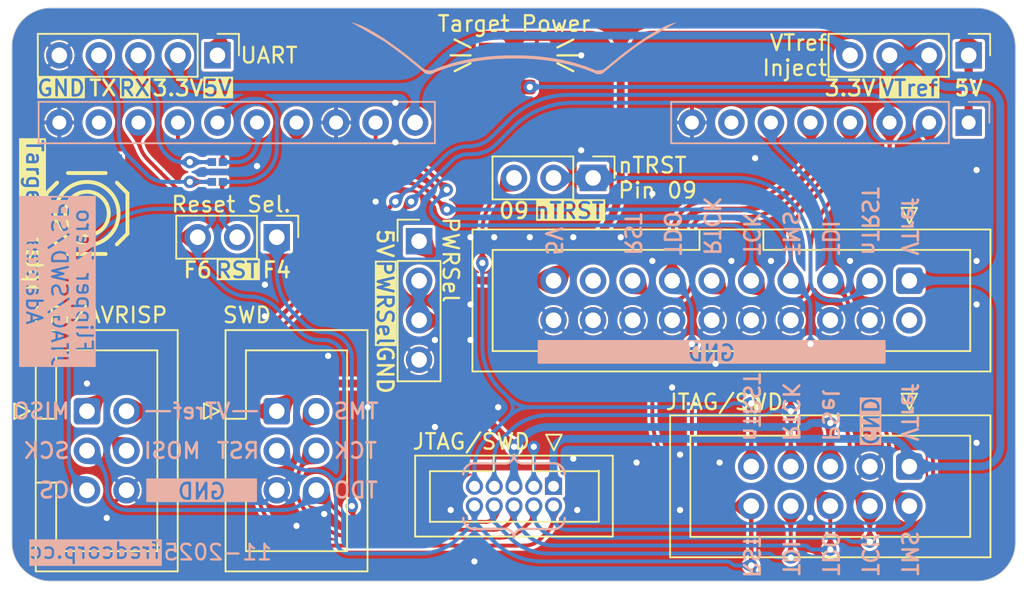
<source format=kicad_pcb>
(kicad_pcb (version 20241229) (generator "pcbnew") (generator_version "9.0")
  (layers (0 "F.Cu" signal) (2 "B.Cu" signal) (13 "F.Paste" user) (15 "B.Paste" user) (5 "F.SilkS" user "F.Silkscreen") (7 "B.SilkS" user "B.Silkscreen") (1 "F.Mask" user) (3 "B.Mask" user) (25 "Edge.Cuts" user))
  (net 0 "")
  (net 1 "/SCK")
  (net 2 "/UART_TX")
  (net 3 "/TMS")
  (net 4 "/CS")
  (net 5 "Net-(A1-USART1.TX)")
  (net 6 "/UART_RX")
  (net 7 "+3.3V")
  (net 8 "/ISP_RST")
  (net 9 "GND")
  (net 10 "Net-(A1-SWDIO)")
  (net 11 "/TCK")
  (net 12 "+5V")
  (net 13 "/nTRST")
  (net 14 "/DBGRQ")
  (net 16 "/RTCK")
  (net 17 "/VTref")
  (net 18 "/PWRSel")
  (net 19 "/nTRST_sel")
  (net 20 "Net-(A1-USART1.RX)")
  (net 21 "Net-(A1-SWCLK)")
  (net 22 "/MOSI")
  (net 23 "Net-(A1-I2C3.SDA)")
  (net 24 "Net-(A1-I2C3.SCL)")
  (net 25 "/MISO")
  (net 26 "Net-(LED1-A)")
  (net 31 "/RSTSel")
  (footprint "PCM_4ms_SolderJumper:JUMPER_SMD_1x2_tiny" (layer "F.Cu") (at 137.414 100.076)
    (property "Reference" "JP3" (hide yes))
    (property "Value" "TMS" (hide yes))
  )
  (footprint "PCM_4ms_SolderJumper:JUMPER_SMD_1x2_tiny" (layer "F.Cu") (at 127.254 98.806 180)
    (property "Reference" "JP5" (hide yes))
    (property "Value" "UART_TX" (hide yes))
  )
  (footprint "Connector_PinHeader_2.54mm:PinHeader_1x05_P2.54mm_Vertical" (layer "F.Cu") (at 127.254 91.948 -90)
    (property "Reference" "J6" (hide yes))
    (property "Value" "UART" (hide yes))
  )
  (footprint "PCM_4ms_SolderJumper:JUMPER_SMD_1x2_tiny" (layer "F.Cu") (at 171.704 98.806 180)
    (property "Reference" "JP2" (hide yes))
    (property "Value" "TCK" (hide yes))
  )
  (footprint "Connector_IDC:IDC-Header_2x10_P2.54mm_Vertical" (layer "F.Cu") (at 171.704 106.426 -90)
    (property "Reference" "J1" (hide yes))
    (property "Value" "ARM-JTAG")
  )
  (footprint "PCM_4ms_SolderJumper:JUMPER_SMD_1x2_tiny" (layer "F.Cu") (at 169.164 98.806 180)
    (property "Reference" "JP1" (hide yes))
    (property "Value" "TMS" (hide yes))
  )
  (footprint "Connector_IDC:IDC-Header_2x05_P2.54mm_Vertical" (layer "F.Cu") (at 171.704 118.364 -90)
    (property "Reference" "J2" (hide yes))
    (property "Value" "TC2050-IDC")
  )
  (footprint "EasyEDA2KiCAD:LED1206-R-RD_ORANGE" (layer "F.Cu") (at 146.284 91.948 180)
    (property "Reference" "LED1" (hide yes))
    (property "Value" "XL-3216UOC" (hide yes))
  )
  (footprint "Connector_IDC:IDC-Header_2x03_P2.54mm_Vertical" (layer "F.Cu") (at 131.064 114.808)
    (property "Reference" "J4" (hide yes))
    (property "Value" "TC2030-IDC" (hide yes))
  )
  (footprint "PCM_4ms_SolderJumper:JUMPER_SMD_1x2_tiny" (layer "F.Cu") (at 137.414 98.806)
    (property "Reference" "JP4" (hide yes))
    (property "Value" "TCK" (hide yes))
  )
  (footprint "Connector_PinHeader_2.54mm:PinHeader_1x04_P2.54mm_Vertical" (layer "F.Cu") (at 140.208 103.886)
    (property "Reference" "J8" (hide yes))
    (property "Value" "PWRSel" (hide yes))
  )
  (footprint "Connector_IDC:IDC-Header_2x03_P2.54mm_Vertical" (layer "F.Cu") (at 118.872 114.808)
    (property "Reference" "J5" (hide yes))
    (property "Value" "SPI/ISP" (hide yes))
  )
  (footprint "EasyEDA2KiCAD:SW-SMD_4P-L5.2-W5.2-P3.70-LS6.4" (layer "F.Cu") (at 118.872 102.108 -90)
    (property "Reference" "SW1" (hide yes))
    (property "Value" "TS1187A16015" (hide yes))
  )
  (footprint "Connector_PinHeader_2.54mm:PinHeader_1x04_P2.54mm_Vertical" (layer "F.Cu") (at 175.514 91.948 -90)
    (property "Reference" "J7" (hide yes))
    (property "Value" "VTrefSel" (hide yes))
  )
  (footprint "Connector_PinHeader_2.54mm:PinHeader_1x03_P2.54mm_Vertical" (layer "F.Cu") (at 151.384 99.822 -90)
    (property "Reference" "J10" (hide yes))
    (property "Value" "nTRST_EN" (hide yes))
  )
  (footprint "Connector_PinHeader_2.54mm:PinHeader_1x03_P2.54mm_Vertical" (layer "F.Cu") (at 131.064 103.632 -90)
    (property "Reference" "J9" (hide yes))
    (property "Value" "RSTSel" (hide yes))
  )
  (footprint "EasyEDA2KiCAD:IDC-TH_10P-P1.27-V-M-R2-C5-S1.27" (layer "F.Cu") (at 146.304 120.264 180)
    (property "Reference" "J3" (hide yes))
    (property "Value" "1.27mm")
  )
  (footprint "PCM_4ms_SolderJumper:JUMPER_SMD_1x2_tiny" (layer "F.Cu") (at 127.254 100.076 180)
    (property "Reference" "JP6" (hide yes))
    (property "Value" "UART_RX" (hide yes))
  )
  (footprint "PCM_Resistor_SMD_AKL:R_0603_1608Metric_Pad0.98x0.95mm_HandSolder" (layer "F.Cu") (at 146.304 93.98 180)
    (property "Reference" "R1" (hide yes))
    (property "Value" "150" (hide yes))
  )
  (footprint "PCM_4ms_SolderJumper:JUMPER_SMD_1x2_tiny" (layer "B.Cu") (at 127.254 98.806 180)
    (property "Reference" "JP7" (hide yes))
    (property "Value" "UART_TX" (hide yes))
  )
  (footprint "PCM_4ms_SolderJumper:JUMPER_SMD_1x2_tiny" (layer "B.Cu") (at 127.254 100.076 180)
    (property "Reference" "JP8" (hide yes))
    (property "Value" "UART_RX" (hide yes))
  )
  (footprint "Module:Flipper_Zero_Straight" (layer "B.Cu") (at 175.514 96.266 180)
    (property "Reference" "A1" (hide yes))
    (property "Value" "Flipper_Zero" (hide yes))
  )
  (footprint "PCM_4ms_SolderJumper:JUMPER_SMD_1x2_tiny" (layer "B.Cu") (at 127.254 102.362)
    (property "Reference" "JP9" (hide yes))
    (property "Value" "TMS" (hide yes))
  )
  (gr_line (start 143.51 91.44) (end 142.494 90.932) (stroke (width 0.15)) (layer "F.SilkS"))
  (gr_line (start 149.098 91.948) (end 150.368 91.948) (stroke (width 0.15)) (layer "F.SilkS"))
  (gr_line (start 143.51 92.456) (end 142.494 92.964) (stroke (width 0.15)) (layer "F.SilkS"))
  (gr_line (start 149.098 91.44) (end 150.114 90.932) (stroke (width 0.15)) (layer "F.SilkS"))
  (gr_line (start 149.098 92.456) (end 150.114 92.964) (stroke (width 0.15)) (layer "F.SilkS"))
  (gr_line (start 143.51 91.948) (end 142.24 91.948) (stroke (width 0.15)) (layer "F.SilkS"))
  (gr_arc (start 145.73604 122.36804) (mid 146.137623 122.534406) (end 146.304 122.936) (stroke (width 0.15)) (layer "B.SilkS"))
  (gr_poly (pts (xy 139.614673 92.281342) (xy 139.617725 92.283541) (xy 139.620695 92.285762) (xy 139.623567 92.28799) (xy 139.626327 92.29021) (xy 139.628957 92.292408) (xy 139.631444 92.294568) (xy 139.63377 92.296674) (xy 139.635922 92.298713) (xy 139.637883 92.300669) (xy 139.639637 92.302527) (xy 139.64117 92.304272) (xy 139.642466 92.305889) (xy 139.643509 92.307363) (xy 139.643931 92.308041) (xy 139.644284 92.308679) (xy 139.644566 92.309273) (xy 139.644775 92.309822) (xy 139.64491 92.310323) (xy 139.644967 92.310776) (xy 139.644997 92.313113) (xy 139.644848 92.315027) (xy 139.644699 92.315822) (xy 139.644497 92.316506) (xy 139.644239 92.317077) (xy 139.643922 92.317534) (xy 139.643544 92.317875) (xy 139.643102 92.318098) (xy 139.642592 92.318201) (xy 139.642013 92.318183) (xy 139.641361 92.318042) (xy 139.640633 92.317776) (xy 139.639827 92.317383) (xy 139.63894 92.316862) (xy 139.636911 92.315427) (xy 139.634524 92.313457) (xy 139.631757 92.310938) (xy 139.628587 92.307856) (xy 139.624992 92.304196) (xy 139.620949 92.299944) (xy 139.611431 92.28961) (xy 139.584709 92.260175)) (fill yes) (layer "B.SilkS"))
  (gr_arc (start 146.87196 118.16996) (mid 146.470377 118.003594) (end 146.304 117.602) (stroke (width 0.15)) (layer "B.SilkS"))
  (gr_poly (pts (xy 152.661703 92.354693) (xy 152.661885 92.354768) (xy 152.662026 92.354886) (xy 152.66213 92.355047) (xy 152.662196 92.355249) (xy 152.662227 92.355493) (xy 152.662189 92.356099) (xy 152.662026 92.356858) (xy 152.661751 92.357763) (xy 152.660907 92.359984) (xy 152.658366 92.365876) (xy 152.657408 92.36763) (xy 152.655898 92.369747) (xy 152.651377 92.37495) (xy 152.645111 92.381247) (xy 152.637408 92.3884) (xy 152.628573 92.39617) (xy 152.618914 92.404319) (xy 152.598355 92.420802) (xy 152.588068 92.428659) (xy 152.578186 92.435942) (xy 152.569016 92.442413) (xy 152.560865 92.447834) (xy 152.55404 92.451966) (xy 152.548848 92.45457) (xy 152.546961 92.455226) (xy 152.545598 92.45541) (xy 152.544796 92.455094) (xy 152.544595 92.454247) (xy 152.544976 92.45315) (xy 152.545925 92.451614) (xy 152.547415 92.449668) (xy 152.549414 92.44734) (xy 152.554826 92.441646) (xy 152.561925 92.434758) (xy 152.570474 92.4269) (xy 152.580239 92.418295) (xy 152.590984 92.409168) (xy 152.602473 92.399743) (xy 152.62411 92.382281) (xy 152.632764 92.375327) (xy 152.640097 92.369485) (xy 152.646201 92.364699) (xy 152.651167 92.360912) (xy 152.653251 92.359377) (xy 152.655086 92.358071) (xy 152.656682 92.356988) (xy 152.658051 92.356119) (xy 152.659203 92.35546) (xy 152.660152 92.355002) (xy 152.660907 92.354738) (xy 152.661216 92.354677) (xy 152.661481 92.354663)) (fill yes) (layer "B.SilkS"))
  (gr_poly (pts (xy 139.493148 92.189838) (xy 139.494749 92.190355) (xy 139.499076 92.192396) (xy 139.504688 92.19562) (xy 139.51133 92.199834) (xy 139.518745 92.204846) (xy 139.526677 92.210463) (xy 139.534867 92.216494) (xy 139.543061 92.222746) (xy 139.551002 92.229026) (xy 139.558432 92.235142) (xy 139.565096 92.240903) (xy 139.570737 92.246115) (xy 139.575098 92.250586) (xy 139.577922 92.254124) (xy 139.578678 92.255483) (xy 139.578954 92.256537) (xy 139.578908 92.256966) (xy 139.578749 92.257299) (xy 139.578479 92.257537) (xy 139.5781 92.257683) (xy 139.577617 92.257738) (xy 139.57703 92.257703) (xy 139.575562 92.257372) (xy 139.573717 92.256703) (xy 139.571519 92.255709) (xy 139.568991 92.254404) (xy 139.566155 92.2528) (xy 139.563033 92.25091) (xy 139.559649 92.248749) (xy 139.552183 92.243663) (xy 139.54394 92.237647) (xy 139.535099 92.230806) (xy 139.530603 92.227225) (xy 139.526234 92.22369) (xy 139.522013 92.220221) (xy 139.517964 92.216839) (xy 139.514109 92.213565) (xy 139.510471 92.210419) (xy 139.507073 92.207422) (xy 139.503936 92.204596) (xy 139.501084 92.20196) (xy 139.498539 92.199535) (xy 139.496323 92.197343) (xy 139.49446 92.195404) (xy 139.492971 92.193738) (xy 139.49188 92.192366) (xy 139.49149 92.191797) (xy 139.491208 92.19131) (xy 139.491037 92.190906) (xy 139.49098 92.19059) (xy 139.491231 92.189931) (xy 139.491965 92.189689)) (fill yes) (layer "B.SilkS"))
  (gr_poly (pts (xy 136.54026 90.051844) (xy 136.542302 90.052178) (xy 136.544888 90.052714) (xy 136.548023 90.053438) (xy 136.555957 90.055403) (xy 136.558525 90.05609) (xy 136.561083 90.056858) (xy 136.563615 90.057698) (xy 136.566105 90.058601) (xy 136.568538 90.05956) (xy 136.570897 90.060566) (xy 136.573166 90.061611) (xy 136.57533 90.062687) (xy 136.577371 90.063785) (xy 136.579275 90.064897) (xy 136.581026 90.066016) (xy 136.582607 90.067132) (xy 136.584002 90.068238) (xy 136.585195 90.069325) (xy 136.585711 90.069859) (xy 136.586171 90.070385) (xy 136.586572 90.070902) (xy 136.586913 90.07141) (xy 136.587702 90.072769) (xy 136.588323 90.074019) (xy 136.58878 90.07516) (xy 136.589079 90.076194) (xy 136.589223 90.077122) (xy 136.589219 90.077944) (xy 136.589071 90.078661) (xy 136.588783 90.079274) (xy 136.58836 90.079784) (xy 136.587807 90.080192) (xy 136.587129 90.080499) (xy 136.586331 90.080706) (xy 136.585416 90.080813) (xy 136.584391 90.080822) (xy 136.582027 90.080546) (xy 136.579275 90.079888) (xy 136.576175 90.078852) (xy 136.572765 90.077447) (xy 136.569082 90.075679) (xy 136.565164 90.073557) (xy 136.56105 90.071085) (xy 136.556778 90.068273) (xy 136.552385 90.065126) (xy 136.545604 90.060015) (xy 136.542958 90.05796) (xy 136.540814 90.056221) (xy 136.539177 90.054787) (xy 136.538051 90.053643) (xy 136.537682 90.053176) (xy 136.537442 90.052778) (xy 136.537332 90.052446) (xy 136.537354 90.052178) (xy 136.537506 90.051974) (xy 136.537791 90.051831) (xy 136.538208 90.051748) (xy 136.538758 90.051724)) (fill yes) (layer "B.SilkS"))
  (gr_poly (pts (xy 137.079266 90.327789) (xy 137.080664 90.32803) (xy 137.082325 90.328434) (xy 137.084233 90.328996) (xy 137.086372 90.329709) (xy 137.091272 90.331568) (xy 137.096888 90.333961) (xy 137.103086 90.336842) (xy 137.10973 90.34016) (xy 137.113099 90.341929) (xy 137.116373 90.343704) (xy 137.119537 90.345475) (xy 137.122571 90.34723) (xy 137.125461 90.348956) (xy 137.128188 90.350643) (xy 137.130736 90.352279) (xy 137.133088 90.353853) (xy 137.135226 90.355351) (xy 137.137134 90.356764) (xy 137.138796 90.358079) (xy 137.140193 90.359285) (xy 137.141309 90.36037) (xy 137.141757 90.360863) (xy 137.142128 90.361322) (xy 137.14242 90.361745) (xy 137.142631 90.36213) (xy 137.142759 90.362476) (xy 137.142803 90.362782) (xy 137.142759 90.363043) (xy 137.142631 90.363257) (xy 137.14242 90.363423) (xy 137.142128 90.363544) (xy 137.141309 90.363649) (xy 137.140193 90.363578) (xy 137.138796 90.363338) (xy 137.137134 90.362933) (xy 137.135226 90.362371) (xy 137.133088 90.361658) (xy 137.128188 90.359799) (xy 137.122571 90.357406) (xy 137.116373 90.354526) (xy 137.10973 90.351207) (xy 137.106361 90.349427) (xy 137.103086 90.347644) (xy 137.099923 90.345867) (xy 137.096888 90.344109) (xy 137.093999 90.342381) (xy 137.091272 90.340695) (xy 137.088724 90.33906) (xy 137.086372 90.33749) (xy 137.084233 90.335994) (xy 137.082325 90.334586) (xy 137.080664 90.333275) (xy 137.079266 90.332073) (xy 137.07815 90.330992) (xy 137.077703 90.3305) (xy 137.077332 90.330043) (xy 137.07704 90.329621) (xy 137.076828 90.329237) (xy 137.0767 90.328891) (xy 137.076657 90.328585) (xy 137.0767 90.328324) (xy 137.076828 90.32811) (xy 137.07704 90.327944) (xy 137.077332 90.327823) (xy 137.07815 90.327718)) (fill yes) (layer "B.SilkS"))
  (gr_poly (pts (xy 146.893197 91.947198) (xy 146.897736 91.947272) (xy 146.901873 91.947392) (xy 146.905592 91.947555) (xy 146.908882 91.94776) (xy 146.911729 91.948003) (xy 146.914122 91.948282) (xy 146.916047 91.948595) (xy 146.91683 91.948763) (xy 146.917491 91.948939) (xy 146.918029 91.949121) (xy 146.918442 91.949311) (xy 146.918728 91.949507) (xy 146.918887 91.949709) (xy 146.918917 91.949812) (xy 146.918915 91.949917) (xy 146.91888 91.950023) (xy 146.918812 91.950131) (xy 146.918577 91.950349) (xy 146.918206 91.950573) (xy 146.9177 91.950802) (xy 146.917056 91.951034) (xy 146.916272 91.951271) (xy 146.915348 91.951511) (xy 146.91307 91.952001) (xy 146.910418 91.952455) (xy 146.907588 91.952848) (xy 146.904605 91.95318) (xy 146.901496 91.953452) (xy 146.894996 91.953815) (xy 146.88829 91.953936) (xy 146.881582 91.953815) (xy 146.875072 91.953452) (xy 146.871956 91.95318) (xy 146.868965 91.952848) (xy 146.866124 91.952455) (xy 146.86346 91.952001) (xy 146.861194 91.951511) (xy 146.859497 91.951034) (xy 146.858355 91.950573) (xy 146.857756 91.950131) (xy 146.857656 91.949917) (xy 146.857687 91.949709) (xy 146.857848 91.949507) (xy 146.858136 91.949311) (xy 146.859089 91.948939) (xy 146.860534 91.948595) (xy 146.862458 91.948282) (xy 146.864849 91.948003) (xy 146.870977 91.947555) (xy 146.878817 91.947272) (xy 146.888265 91.947173)) (fill yes) (layer "B.SilkS"))
  (gr_poly (pts (xy 145.09517 91.979875) (xy 145.09869 91.979951) (xy 145.101898 91.980075) (xy 145.104784 91.980244) (xy 145.107338 91.980455) (xy 145.109549 91.980707) (xy 145.110523 91.980847) (xy 145.111408 91.980996) (xy 145.112202 91.981154) (xy 145.112904 91.981321) (xy 145.113513 91.981495) (xy 145.114028 91.981677) (xy 145.114446 91.981867) (xy 145.114768 91.982064) (xy 145.114991 91.982268) (xy 145.115066 91.982373) (xy 145.115115 91.982479) (xy 145.115139 91.982587) (xy 145.115138 91.982696) (xy 145.115111 91.982806) (xy 145.115059 91.982918) (xy 145.114876 91.983147) (xy 145.114589 91.98338) (xy 145.114196 91.983619) (xy 145.113696 91.983862) (xy 145.113087 91.98411) (xy 145.112368 91.984362) (xy 145.111539 91.984617) (xy 145.110597 91.984876) (xy 145.108536 91.985364) (xy 145.106336 91.985787) (xy 145.104015 91.986145) (xy 145.101595 91.986438) (xy 145.099095 91.986666) (xy 145.096536 91.986829) (xy 145.093936 91.986927) (xy 145.091316 91.986959) (xy 145.088696 91.986927) (xy 145.086096 91.986829) (xy 145.083537 91.986666) (xy 145.081037 91.986438) (xy 145.078616 91.986145) (xy 145.076296 91.985787) (xy 145.074095 91.985364) (xy 145.072034 91.984876) (xy 145.070274 91.984362) (xy 145.068955 91.983862) (xy 145.068067 91.98338) (xy 145.067782 91.983147) (xy 145.067601 91.982918) (xy 145.067523 91.982696) (xy 145.067547 91.982479) (xy 145.067672 91.982268) (xy 145.067896 91.982064) (xy 145.068637 91.981677) (xy 145.06976 91.981321) (xy 145.071256 91.980996) (xy 145.073116 91.980707) (xy 145.075329 91.980455) (xy 145.077885 91.980244) (xy 145.080775 91.980075) (xy 145.083989 91.979951) (xy 145.091349 91.979849)) (fill yes) (layer "B.SilkS"))
  (gr_poly (pts (xy 153.172332 91.945054) (xy 153.172399 91.945242) (xy 153.17211 91.94598) (xy 153.17128 91.94718) (xy 153.169934 91.948817) (xy 153.165793 91.953303) (xy 153.159891 91.959236) (xy 153.152429 91.96642) (xy 153.14361 91.974654) (xy 153.133635 91.983738) (xy 153.122708 91.993475) (xy 153.117084 91.998386) (xy 153.111566 92.003107) (xy 153.106185 92.007616) (xy 153.100973 92.011891) (xy 153.095959 92.015911) (xy 153.091175 92.019651) (xy 153.086651 92.023091) (xy 153.082418 92.026209) (xy 153.078507 92.028981) (xy 153.074948 92.031387) (xy 153.071772 92.033403) (xy 153.06901 92.035007) (xy 153.066693 92.036178) (xy 153.06571 92.036594) (xy 153.06485 92.036893) (xy 153.064117 92.037073) (xy 153.063514 92.03713) (xy 153.063045 92.037062) (xy 153.062714 92.036867) (xy 153.062488 92.036591) (xy 153.062329 92.036274) (xy 153.062236 92.035917) (xy 153.062207 92.035521) (xy 153.062243 92.035088) (xy 153.06234 92.034619) (xy 153.062716 92.033579) (xy 153.063326 92.032413) (xy 153.064158 92.031133) (xy 153.065203 92.02975) (xy 153.066451 92.028276) (xy 153.067891 92.026722) (xy 153.069513 92.025099) (xy 153.071307 92.02342) (xy 153.073262 92.021695) (xy 153.075369 92.019937) (xy 153.077616 92.018157) (xy 153.079994 92.016366) (xy 153.082492 92.014576) (xy 153.088054 92.010562) (xy 153.094421 92.005784) (xy 153.101368 92.00042) (xy 153.108669 91.994649) (xy 153.116101 91.988648) (xy 153.123438 91.982596) (xy 153.130456 91.976671) (xy 153.136929 91.971051) (xy 153.143008 91.965808) (xy 153.148893 91.960915) (xy 153.154441 91.95648) (xy 153.157045 91.954469) (xy 153.15951 91.952613) (xy 153.16182 91.950927) (xy 153.163956 91.949422) (xy 153.1659 91.948114) (xy 153.167635 91.947016) (xy 153.169142 91.946141) (xy 153.170404 91.945502) (xy 153.171403 91.945114) (xy 153.171798 91.945018) (xy 153.17212 91.94499)) (fill yes) (layer "B.SilkS"))
  (gr_line (start 145.72926 118.16996) (end 143.764 118.15358) (stroke (width 0.15)) (layer "B.SilkS"))
  (gr_arc (start 143.04558 118.872) (mid 143.256 118.364) (end 143.764 118.15358) (stroke (width 0.15)) (layer "B.SilkS"))
  (gr_poly (pts (xy 141.292973 92.805833) (xy 141.293495 92.806146) (xy 141.293606 92.806661) (xy 141.2933 92.807378) (xy 141.292571 92.808296) (xy 141.291414 92.809415) (xy 141.287788 92.812258) (xy 141.282372 92.815906) (xy 141.275117 92.820358) (xy 141.265973 92.825615) (xy 141.254891 92.831675) (xy 141.249746 92.834381) (xy 141.244577 92.837009) (xy 141.234305 92.841975) (xy 141.224346 92.846467) (xy 141.214971 92.850378) (xy 141.210588 92.852082) (xy 141.206453 92.8536) (xy 141.202599 92.85492) (xy 141.199061 92.856027) (xy 141.195873 92.856909) (xy 141.193068 92.857552) (xy 141.190681 92.857942) (xy 141.188745 92.858067) (xy 141.187341 92.857917) (xy 141.186866 92.857742) (xy 141.186538 92.857502) (xy 141.186357 92.857199) (xy 141.186318 92.856835) (xy 141.18642 92.856411) (xy 141.186659 92.85593) (xy 141.187542 92.8548) (xy 141.188947 92.853458) (xy 141.190854 92.851919) (xy 141.193243 92.850196) (xy 141.196093 92.848302) (xy 141.199386 92.846251) (xy 141.207218 92.841733) (xy 141.216578 92.83675) (xy 141.227308 92.83141) (xy 141.240108 92.825367) (xy 141.251662 92.820133) (xy 141.26192 92.815709) (xy 141.270834 92.812095) (xy 141.278353 92.809289) (xy 141.284428 92.807292) (xy 141.289009 92.806103) (xy 141.290724 92.805811) (xy 141.292048 92.805721)) (fill yes) (layer "B.SilkS"))
  (gr_poly (pts (xy 139.183627 91.749921) (xy 139.185264 91.750652) (xy 139.187496 91.751864) (xy 139.193614 91.755635) (xy 139.201707 91.761047) (xy 139.211507 91.767913) (xy 139.22274 91.776046) (xy 139.235136 91.78526) (xy 139.248423 91.795368) (xy 139.26171 91.805701) (xy 139.274106 91.81556) (xy 139.285339 91.824714) (xy 139.295139 91.832931) (xy 139.299416 91.836615) (xy 139.303232 91.839978) (xy 139.306555 91.842992) (xy 139.30935 91.845625) (xy 139.311582 91.847851) (xy 139.313219 91.84964) (xy 139.314226 91.850963) (xy 139.314482 91.85144) (xy 139.314569 91.851791) (xy 139.314482 91.852007) (xy 139.314226 91.85209) (xy 139.313219 91.851862) (xy 139.311582 91.851131) (xy 139.30935 91.849919) (xy 139.303232 91.846148) (xy 139.295139 91.840736) (xy 139.285339 91.83387) (xy 139.274106 91.825736) (xy 139.26171 91.816522) (xy 139.248423 91.806415) (xy 139.235136 91.796063) (xy 139.22274 91.786195) (xy 139.211507 91.77704) (xy 139.201707 91.768827) (xy 139.193614 91.761787) (xy 139.190291 91.758778) (xy 139.187496 91.756148) (xy 139.185264 91.753925) (xy 139.183627 91.75214) (xy 139.18262 91.750819) (xy 139.182364 91.750342) (xy 139.182277 91.749992) (xy 139.182364 91.749775) (xy 139.18262 91.749693)) (fill yes) (layer "B.SilkS"))
  (gr_arc (start 146.304 117.602) (mid 146.137651 118.003623) (end 145.73604 118.16996) (stroke (width 0.15)) (layer "B.SilkS"))
  (gr_poly (pts (xy 141.700535 92.650745) (xy 141.701687 92.650924) (xy 141.70258 92.651215) (xy 141.703203 92.651619) (xy 141.703409 92.651864) (xy 141.703545 92.652138) (xy 141.703607 92.65244) (xy 141.703596 92.652772) (xy 141.703345 92.653523) (xy 141.702782 92.654392) (xy 141.701896 92.65538) (xy 141.700676 92.656488) (xy 141.699112 92.657717) (xy 141.697192 92.659069) (xy 141.694908 92.660544) (xy 141.692247 92.662143) (xy 141.687362 92.664791) (xy 141.681756 92.667499) (xy 141.675572 92.670224) (xy 141.668954 92.672922) (xy 141.662044 92.67555) (xy 141.654985 92.678067) (xy 141.64792 92.680428) (xy 141.640992 92.68259) (xy 141.634344 92.684512) (xy 141.628118 92.68615) (xy 141.622458 92.687461) (xy 141.617507 92.688402) (xy 141.613407 92.68893) (xy 141.610302 92.689003) (xy 141.609167 92.688855) (xy 141.608334 92.688577) (xy 141.607821 92.688163) (xy 141.607646 92.687609) (xy 141.607693 92.687348) (xy 141.607832 92.68705) (xy 141.608378 92.686346) (xy 141.609266 92.685508) (xy 141.610476 92.684547) (xy 141.611991 92.683473) (xy 141.613793 92.682297) (xy 141.61818 92.67968) (xy 141.623492 92.676781) (xy 141.62958 92.673685) (xy 141.636298 92.670475) (xy 141.643498 92.667236) (xy 141.651563 92.663834) (xy 141.659356 92.660802) (xy 141.666791 92.658149) (xy 141.673783 92.655883) (xy 141.680248 92.654014) (xy 141.686101 92.65255) (xy 141.691256 92.6515) (xy 141.693545 92.651133) (xy 141.695629 92.650873) (xy 141.697495 92.650721) (xy 141.699134 92.650678)) (fill yes) (layer "B.SilkS"))
  (gr_poly (pts (xy 152.376476 92.794807) (xy 152.376704 92.795096) (xy 152.376691 92.795609) (xy 152.376435 92.796343) (xy 152.375937 92.7973) (xy 152.374213 92.799879) (xy 152.371514 92.803345) (xy 152.367838 92.807697) (xy 152.363182 92.812933) (xy 152.357544 92.819052) (xy 152.350919 92.826053) (xy 152.347678 92.829379) (xy 152.344467 92.832552) (xy 152.341306 92.835557) (xy 152.338214 92.838382) (xy 152.335209 92.841011) (xy 152.332312 92.843432) (xy 152.329541 92.84563) (xy 152.326916 92.847591) (xy 152.324456 92.849302) (xy 152.322181 92.850749) (xy 152.320109 92.851918) (xy 152.319155 92.852394) (xy 152.31826 92.852795) (xy 152.317425 92.85312) (xy 152.316653 92.853366) (xy 152.315947 92.853533) (xy 152.315308 92.853618) (xy 152.31474 92.853619) (xy 152.314244 92.853536) (xy 152.313823 92.853365) (xy 152.313479 92.853106) (xy 152.31322 92.852769) (xy 152.313049 92.852367) (xy 152.312964 92.851902) (xy 152.312963 92.851377) (xy 152.313044 92.850793) (xy 152.313207 92.850152) (xy 152.313769 92.84871) (xy 152.314634 92.847066) (xy 152.315789 92.845239) (xy 152.31722 92.843245) (xy 152.318913 92.841101) (xy 152.320855 92.838823) (xy 152.323032 92.836429) (xy 152.325431 92.833935) (xy 152.328037 92.831359) (xy 152.330838 92.828716) (xy 152.333819 92.826025) (xy 152.336967 92.823301) (xy 152.340268 92.820562) (xy 152.348119 92.814204) (xy 152.355027 92.808744) (xy 152.360987 92.804183) (xy 152.365997 92.800519) (xy 152.370054 92.797751) (xy 152.373154 92.795877) (xy 152.374345 92.795275) (xy 152.375296 92.794896) (xy 152.376007 92.79474)) (fill yes) (layer "B.SilkS"))
  (gr_poly (pts (xy 137.45369 90.757735) (xy 137.455322 90.758163) (xy 137.459797 90.759698) (xy 137.465719 90.762072) (xy 137.47289 90.765202) (xy 137.481113 90.769007) (xy 137.49019 90.773403) (xy 137.499924 90.77831) (xy 137.504817 90.780863) (xy 137.509487 90.783376) (xy 137.513912 90.785836) (xy 137.518073 90.788228) (xy 137.521948 90.790538) (xy 137.525518 90.792751) (xy 137.528761 90.794854) (xy 137.531658 90.796831) (xy 137.534186 90.798669) (xy 137.536327 90.800353) (xy 137.53806 90.801869) (xy 137.538767 90.802559) (xy 137.539363 90.803202) (xy 137.539848 90.803796) (xy 137.540217 90.804338) (xy 137.540469 90.804828) (xy 137.540601 90.805263) (xy 137.54061 90.805642) (xy 137.540494 90.805963) (xy 137.54025 90.806223) (xy 137.539876 90.806422) (xy 137.53886 90.806591) (xy 137.537456 90.806501) (xy 137.533591 90.805601) (xy 137.528503 90.803843) (xy 137.522413 90.801349) (xy 137.51554 90.798239) (xy 137.508107 90.794634) (xy 137.500334 90.790654) (xy 137.492441 90.786422) (xy 137.484651 90.782056) (xy 137.477182 90.777679) (xy 137.470256 90.773411) (xy 137.464095 90.769373) (xy 137.458918 90.765686) (xy 137.454947 90.762471) (xy 137.453483 90.761078) (xy 137.452403 90.759848) (xy 137.451734 90.758796) (xy 137.451506 90.757938) (xy 137.451569 90.757742) (xy 137.451756 90.757613) (xy 137.452493 90.757549)) (fill yes) (layer "B.SilkS"))
  (gr_line (start 146.872 122.36804) (end 148.844 122.38442) (stroke (width 0.15)) (layer "B.SilkS"))
  (gr_poly (pts (xy 139.77007 92.41318) (xy 139.771408 92.413451) (xy 139.772952 92.413919) (xy 139.774687 92.414576) (xy 139.7766 92.415417) (xy 139.778676 92.416438) (xy 139.780903 92.417632) (xy 139.783265 92.418993) (xy 139.785749 92.420516) (xy 139.788341 92.422196) (xy 139.791028 92.424027) (xy 139.793795 92.426002) (xy 139.796567 92.428069) (xy 139.799264 92.430166) (xy 139.801875 92.432278) (xy 139.804384 92.434392) (xy 139.806777 92.436493) (xy 139.80904 92.438567) (xy 139.811158 92.440598) (xy 139.813118 92.442572) (xy 139.814905 92.444475) (xy 139.816505 92.446292) (xy 139.817904 92.448008) (xy 139.819087 92.44961) (xy 139.82004 92.451083) (xy 139.820426 92.451766) (xy 139.820749 92.452411) (xy 139.821008 92.453017) (xy 139.8212 92.453581) (xy 139.821324 92.454102) (xy 139.821378 92.454578) (xy 139.821361 92.455002) (xy 139.821273 92.455369) (xy 139.821117 92.455681) (xy 139.820894 92.455937) (xy 139.820606 92.456139) (xy 139.820254 92.456287) (xy 139.819841 92.456381) (xy 139.819368 92.456423) (xy 139.818248 92.456354) (xy 139.81691 92.456082) (xy 139.815366 92.455615) (xy 139.813631 92.454958) (xy 139.811718 92.454116) (xy 139.809642 92.453096) (xy 139.807416 92.451902) (xy 139.805053 92.450541) (xy 139.802569 92.449017) (xy 139.799977 92.447338) (xy 139.79729 92.445507) (xy 139.794523 92.443532) (xy 139.791741 92.441476) (xy 139.789035 92.439387) (xy 139.786419 92.43728) (xy 139.783907 92.435169) (xy 139.781512 92.43307) (xy 139.77925 92.430996) (xy 139.777133 92.428964) (xy 139.775175 92.426987) (xy 139.773392 92.42508) (xy 139.771796 92.423259) (xy 139.770401 92.421538) (xy 139.769222 92.419933) (xy 139.768273 92.418457) (xy 139.767888 92.417772) (xy 139.767566 92.417125) (xy 139.767309 92.416518) (xy 139.767118 92.415953) (xy 139.766994 92.415432) (xy 139.76694 92.414956) (xy 139.766957 92.414532) (xy 139.767045 92.414164) (xy 139.767201 92.413853) (xy 139.767424 92.413596) (xy 139.767712 92.413395) (xy 139.768064 92.413247) (xy 139.768477 92.413152) (xy 139.76895 92.41311)) (fill yes) (layer "B.SilkS"))
  (gr_poly (pts (xy 138.771371 91.437603) (xy 138.772989 91.438173) (xy 138.777219 91.44028) (xy 138.782581 91.44352) (xy 138.788845 91.447704) (xy 138.79578 91.452644) (xy 138.803154 91.458151) (xy 138.810739 91.464037) (xy 138.818302 91.470113) (xy 138.825613 91.476191) (xy 138.832441 91.482081) (xy 138.838556 91.487596) (xy 138.843727 91.492547) (xy 138.847724 91.496745) (xy 138.850315 91.500002) (xy 138.851011 91.501218) (xy 138.851269 91.502129) (xy 138.851061 91.50271) (xy 138.850357 91.502937) (xy 138.849444 91.502791) (xy 138.848133 91.502312) (xy 138.84645 91.501518) (xy 138.84442 91.500425) (xy 138.839415 91.497412) (xy 138.833317 91.493405) (xy 138.826322 91.488539) (xy 138.818629 91.482948) (xy 138.810435 91.476767) (xy 138.801938 91.47013) (xy 138.797751 91.466762) (xy 138.793781 91.463492) (xy 138.790045 91.460336) (xy 138.786559 91.457312) (xy 138.783339 91.454435) (xy 138.780402 91.451724) (xy 138.777763 91.449194) (xy 138.775439 91.446863) (xy 138.773446 91.444747) (xy 138.7718 91.442864) (xy 138.771113 91.442015) (xy 138.770518 91.44123) (xy 138.770018 91.440511) (xy 138.769615 91.439862) (xy 138.769311 91.439283) (xy 138.769108 91.438777) (xy 138.769008 91.438345) (xy 138.769013 91.437991) (xy 138.769055 91.437844) (xy 138.769124 91.437716) (xy 138.769221 91.437609) (xy 138.769345 91.437523) (xy 138.769677 91.437412) (xy 138.770122 91.437388)) (fill yes) (layer "B.SilkS"))
  (gr_poly (pts (xy 137.882803 90.813176) (xy 137.88444 90.813762) (xy 137.886673 90.814774) (xy 137.89279 90.817999) (xy 137.900884 90.822686) (xy 137.910683 90.828672) (xy 137.921916 90.835794) (xy 137.934312 90.843888) (xy 137.947599 90.85279) (xy 137.960887 90.861918) (xy 137.973282 90.870656) (xy 137.984516 90.878796) (xy 137.994315 90.886128) (xy 137.998592 90.889426) (xy 138.002408 90.892443) (xy 138.005731 90.895154) (xy 138.008525 90.897532) (xy 138.010758 90.899551) (xy 138.012395 90.901185) (xy 138.013402 90.902408) (xy 138.013658 90.902857) (xy 138.013745 90.903194) (xy 138.013658 90.903419) (xy 138.013402 90.903524) (xy 138.012395 90.903388) (xy 138.010758 90.902806) (xy 138.008525 90.901797) (xy 138.002408 90.898584) (xy 137.994315 90.893908) (xy 137.984516 90.887934) (xy 137.973282 90.880823) (xy 137.960887 90.872736) (xy 137.947599 90.863837) (xy 137.934312 90.85469) (xy 137.921916 90.845942) (xy 137.910683 90.837799) (xy 137.900884 90.830466) (xy 137.896607 90.827169) (xy 137.89279 90.824151) (xy 137.889467 90.821439) (xy 137.886673 90.819058) (xy 137.88444 90.817035) (xy 137.882803 90.815395) (xy 137.881797 90.814164) (xy 137.88154 90.81371) (xy 137.881453 90.813368) (xy 137.88154 90.813143) (xy 137.881797 90.813038)) (fill yes) (layer "B.SilkS"))
  (gr_poly (pts (xy 146.684866 92.145965) (xy 146.690406 92.146034) (xy 146.695452 92.146147) (xy 146.69999 92.146301) (xy 146.704005 92.146494) (xy 146.707479 92.146723) (xy 146.710399 92.146986) (xy 146.712748 92.147281) (xy 146.713704 92.147439) (xy 146.714511 92.147605) (xy 146.715168 92.147778) (xy 146.715673 92.147957) (xy 146.716023 92.148142) (xy 146.716217 92.148333) (xy 146.716255 92.148431) (xy 146.716254 92.14853) (xy 146.716212 92.14863) (xy 146.71613 92.148732) (xy 146.715844 92.148939) (xy 146.715394 92.149151) (xy 146.714778 92.149367) (xy 146.713994 92.149587) (xy 146.711916 92.15004) (xy 146.709143 92.150505) (xy 146.702434 92.151352) (xy 146.694977 92.151956) (xy 146.687021 92.152319) (xy 146.678815 92.15244) (xy 146.670609 92.152319) (xy 146.662653 92.151956) (xy 146.655196 92.151352) (xy 146.648487 92.150505) (xy 146.645714 92.15004) (xy 146.643636 92.149587) (xy 146.642236 92.149151) (xy 146.641501 92.148732) (xy 146.641378 92.14853) (xy 146.641414 92.148333) (xy 146.641961 92.147957) (xy 146.643124 92.147605) (xy 146.64489 92.147281) (xy 146.650167 92.146723) (xy 146.657668 92.146301) (xy 146.66727 92.146034) (xy 146.678849 92.145941)) (fill yes) (layer "B.SilkS"))
  (gr_poly (pts (xy 151.814513 93.147068) (xy 151.814618 93.147105) (xy 151.814705 93.14717) (xy 151.814773 93.14726) (xy 151.814822 93.147377) (xy 151.814853 93.147518) (xy 151.814861 93.147874) (xy 151.814799 93.148323) (xy 151.814667 93.14886) (xy 151.814468 93.149481) (xy 151.814202 93.15018) (xy 151.813873 93.150952) (xy 151.813481 93.151792) (xy 151.813028 93.152696) (xy 151.812516 93.153658) (xy 151.811946 93.154675) (xy 151.81132 93.155739) (xy 151.810639 93.156848) (xy 151.809787 93.157968) (xy 151.808658 93.159043) (xy 151.80727 93.160067) (xy 151.805641 93.161037) (xy 151.803791 93.161946) (xy 151.801737 93.16279) (xy 151.7995 93.163565) (xy 151.797096 93.164264) (xy 151.794545 93.164884) (xy 151.791865 93.165419) (xy 151.789076 93.165864) (xy 151.786194 93.166215) (xy 151.78324 93.166465) (xy 151.780232 93.166612) (xy 151.777188 93.166649) (xy 151.774127 93.166571) (xy 151.744494 93.165314) (xy 151.777568 93.156848) (xy 151.790676 93.153477) (xy 151.801925 93.150523) (xy 151.810123 93.148299) (xy 151.812706 93.147561) (xy 151.81408 93.147124) (xy 151.814244 93.147077) (xy 151.814388 93.147058)) (fill yes) (layer "B.SilkS"))
  (gr_poly (pts (xy 152.530949 92.468243) (xy 152.531297 92.468353) (xy 152.531562 92.468535) (xy 152.531954 92.46919) (xy 152.532025 92.470045) (xy 152.531793 92.471083) (xy 152.531276 92.472292) (xy 152.53049 92.473656) (xy 152.529454 92.475161) (xy 152.5267 92.478538) (xy 152.523154 92.482308) (xy 152.518958 92.486358) (xy 152.514251 92.490571) (xy 152.509174 92.494835) (xy 152.503867 92.499035) (xy 152.498471 92.503056) (xy 152.493128 92.506784) (xy 152.487976 92.510104) (xy 152.483156 92.512902) (xy 152.47881 92.515063) (xy 152.475077 92.516474) (xy 152.473485 92.516862) (xy 152.472098 92.517019) (xy 152.471574 92.517003) (xy 152.471143 92.516918) (xy 152.470802 92.516767) (xy 152.470551 92.51655) (xy 152.470388 92.51627) (xy 152.470312 92.515928) (xy 152.470321 92.515526) (xy 152.470414 92.515066) (xy 152.470846 92.513976) (xy 152.471597 92.512673) (xy 152.472655 92.511169) (xy 152.474008 92.509479) (xy 152.475647 92.507614) (xy 152.477558 92.50559) (xy 152.479731 92.503418) (xy 152.482154 92.501113) (xy 152.484817 92.498688) (xy 152.487707 92.496156) (xy 152.490814 92.493531) (xy 152.494126 92.490825) (xy 152.497518 92.488151) (xy 152.500859 92.485594) (xy 152.504131 92.483166) (xy 152.507314 92.480878) (xy 152.510389 92.478741) (xy 152.513337 92.476767) (xy 152.516138 92.474968) (xy 152.518773 92.473355) (xy 152.521222 92.471939) (xy 152.523467 92.470733) (xy 152.525489 92.469747) (xy 152.527267 92.468994) (xy 152.528782 92.468485) (xy 152.529436 92.468325) (xy 152.530016 92.468231) (xy 152.530522 92.468203)) (fill yes) (layer "B.SilkS"))
  (gr_poly (pts (xy 139.449308 92.14905) (xy 139.45236 92.151249) (xy 139.45533 92.15347) (xy 139.458203 92.155698) (xy 139.460962 92.157919) (xy 139.463592 92.160116) (xy 139.466079 92.162276) (xy 139.468406 92.164383) (xy 139.470557 92.166422) (xy 139.472518 92.168377) (xy 139.474273 92.170235) (xy 139.475806 92.17198) (xy 139.477101 92.173597) (xy 139.478145 92.175071) (xy 139.478566 92.17575) (xy 139.478919 92.176387) (xy 139.479201 92.176981) (xy 139.479411 92.17753) (xy 139.479545 92.178032) (xy 139.479603 92.178485) (xy 139.479632 92.180821) (xy 139.479483 92.182736) (xy 139.479334 92.18353) (xy 139.479132 92.184214) (xy 139.478874 92.184785) (xy 139.478558 92.185242) (xy 139.47818 92.185583) (xy 139.477737 92.185806) (xy 139.477228 92.18591) (xy 139.476648 92.185892) (xy 139.475996 92.18575) (xy 139.475268 92.185484) (xy 139.474462 92.185092) (xy 139.473575 92.18457) (xy 139.471546 92.183136) (xy 139.46916 92.181166) (xy 139.466392 92.178647) (xy 139.463222 92.175564) (xy 139.459627 92.171904) (xy 139.455584 92.167653) (xy 139.446067 92.157318) (xy 139.419344 92.127883)) (fill yes) (layer "B.SilkS"))
  (gr_line (start 124.206 114.808) (end 122.682 114.808) (stroke (width 0.15)) (layer "B.SilkS"))
  (gr_poly (pts (xy 136.45594 90.016872) (xy 136.459747 90.017501) (xy 136.464066 90.018478) (xy 136.468776 90.019762) (xy 136.473754 90.021313) (xy 136.47888 90.023091) (xy 136.484032 90.025056) (xy 136.489087 90.027168) (xy 136.493925 90.029388) (xy 136.498423 90.031674) (xy 136.502459 90.033987) (xy 136.505913 90.036288) (xy 136.508663 90.038535) (xy 136.509569 90.0395) (xy 136.51009 90.04031) (xy 136.51021 90.040659) (xy 136.510237 90.040969) (xy 136.510175 90.041241) (xy 136.510024 90.041476) (xy 136.509786 90.041673) (xy 136.509462 90.041833) (xy 136.508564 90.042041) (xy 136.507342 90.042102) (xy 136.50581 90.042016) (xy 136.503979 90.041786) (xy 136.501863 90.041412) (xy 136.499473 90.040895) (xy 136.496822 90.040238) (xy 136.493922 90.03944) (xy 136.490787 90.038504) (xy 136.487428 90.03743) (xy 136.483858 90.03622) (xy 136.480232 90.034931) (xy 136.476708 90.033625) (xy 136.473303 90.03231) (xy 136.470038 90.030997) (xy 136.466929 90.029693) (xy 136.463994 90.028409) (xy 136.461253 90.027153) (xy 136.458723 90.025935) (xy 136.456422 90.024762) (xy 136.454369 90.023646) (xy 136.452582 90.022594) (xy 136.451079 90.021617) (xy 136.449878 90.020722) (xy 136.449397 90.020308) (xy 136.448998 90.019919) (xy 136.448683 90.019555) (xy 136.448456 90.019217) (xy 136.448318 90.018907) (xy 136.448272 90.018626) (xy 136.448409 90.01798) (xy 136.448812 90.017466) (xy 136.449464 90.017079) (xy 136.450351 90.016814) (xy 136.451457 90.016666) (xy 136.452768 90.016629)) (fill yes) (layer "B.SilkS"))
  (gr_poly (pts (xy 139.952137 92.364583) (xy 139.954137 92.365373) (xy 139.956639 92.3666) (xy 139.959615 92.368248) (xy 139.963038 92.370299) (xy 139.971114 92.375546) (xy 139.980648 92.382205) (xy 139.991421 92.390139) (xy 140.003213 92.399213) (xy 140.00927 92.403999) (xy 140.015165 92.408738) (xy 140.020868 92.413401) (xy 140.026348 92.417961) (xy 140.031573 92.422388) (xy 140.036513 92.426655) (xy 140.041137 92.430733) (xy 140.045414 92.434593) (xy 140.049313 92.438208) (xy 140.052802 92.441549) (xy 140.055851 92.444587) (xy 140.058428 92.447294) (xy 140.060504 92.449642) (xy 140.062046 92.451602) (xy 140.062607 92.452428) (xy 140.063024 92.453147) (xy 140.063291 92.453754) (xy 140.063406 92.454247) (xy 140.063205 92.455082) (xy 140.062404 92.455389) (xy 140.061041 92.455197) (xy 140.059155 92.454536) (xy 140.053967 92.451924) (xy 140.047146 92.447791) (xy 140.039 92.442376) (xy 140.029836 92.435915) (xy 140.009679 92.42081) (xy 139.989131 92.404378) (xy 139.979478 92.396258) (xy 139.970648 92.388521) (xy 139.962949 92.381402) (xy 139.956686 92.375141) (xy 139.952168 92.369974) (xy 139.950659 92.367876) (xy 139.949701 92.36614) (xy 139.949482 92.365511) (xy 139.94942 92.36501) (xy 139.949511 92.364635) (xy 139.949751 92.364385) (xy 139.950137 92.364256) (xy 139.950666 92.364248)) (fill yes) (layer "B.SilkS"))
  (gr_poly (pts (xy 140.810339 93.153691) (xy 140.81315 93.153832) (xy 140.816262 93.154092) (xy 140.819666 93.154471) (xy 140.823356 93.15497) (xy 140.827324 93.155591) (xy 140.837455 93.157325) (xy 140.841518 93.158091) (xy 140.844923 93.158799) (xy 140.847679 93.159458) (xy 140.849793 93.160074) (xy 140.850612 93.16037) (xy 140.851273 93.160657) (xy 140.851779 93.160938) (xy 140.852129 93.161213) (xy 140.852325 93.161484) (xy 140.852367 93.161751) (xy 140.852258 93.162015) (xy 140.851997 93.162278) (xy 140.851586 93.16254) (xy 140.851026 93.162802) (xy 140.850318 93.163065) (xy 140.849462 93.16333) (xy 140.847314 93.163871) (xy 140.84459 93.164432) (xy 140.841297 93.165021) (xy 140.837444 93.165645) (xy 140.834733 93.16601) (xy 140.831996 93.166263) (xy 140.829251 93.166407) (xy 140.826517 93.166445) (xy 140.823811 93.16638) (xy 140.821153 93.166215) (xy 140.818561 93.165952) (xy 140.816054 93.165595) (xy 140.81365 93.165147) (xy 140.811367 93.16461) (xy 140.809225 93.163988) (xy 140.807241 93.163282) (xy 140.805435 93.162497) (xy 140.803823 93.161635) (xy 140.803097 93.161176) (xy 140.802427 93.160699) (xy 140.801814 93.160204) (xy 140.801262 93.159692) (xy 140.800301 93.158592) (xy 140.799962 93.158083) (xy 140.799718 93.1576) (xy 140.799567 93.157145) (xy 140.799507 93.156717) (xy 140.799539 93.156317) (xy 140.799661 93.155944) (xy 140.799872 93.155599) (xy 140.800171 93.155282) (xy 140.800559 93.154993) (xy 140.801032 93.154732) (xy 140.802236 93.154294) (xy 140.803776 93.15397) (xy 140.805645 93.153761) (xy 140.807835 93.153668)) (fill yes) (layer "B.SilkS"))
  (gr_poly (pts (xy 152.696235 92.52924) (xy 152.696459 92.529265) (xy 152.696665 92.529313) (xy 152.696855 92.529383) (xy 152.697029 92.529475) (xy 152.697188 92.529588) (xy 152.697332 92.529722) (xy 152.697462 92.529877) (xy 152.697578 92.530052) (xy 152.697681 92.530247) (xy 152.697772 92.530462) (xy 152.697851 92.530697) (xy 152.697975 92.531222) (xy 152.698058 92.53182) (xy 152.698105 92.532489) (xy 152.698119 92.533225) (xy 152.697933 92.533838) (xy 152.697387 92.534675) (xy 152.6965 92.535722) (xy 152.695289 92.536963) (xy 152.691973 92.539972) (xy 152.687585 92.543585) (xy 152.682274 92.547684) (xy 152.676186 92.552154) (xy 152.669468 92.556876) (xy 152.662269 92.561734) (xy 152.626418 92.585414) (xy 152.65949 92.557037) (xy 152.665515 92.551873) (xy 152.670892 92.547303) (xy 152.675655 92.543305) (xy 152.679841 92.539857) (xy 152.681729 92.538332) (xy 152.683486 92.536937) (xy 152.685116 92.535667) (xy 152.686624 92.534521) (xy 152.688015 92.533496) (xy 152.689294 92.532589) (xy 152.690463 92.531796) (xy 152.691529 92.531116) (xy 152.692496 92.530546) (xy 152.693367 92.530082) (xy 152.694149 92.529722) (xy 152.694844 92.529463) (xy 152.695161 92.529371) (xy 152.695458 92.529303) (xy 152.695735 92.529259) (xy 152.695994 92.529238)) (fill yes) (layer "B.SilkS"))
  (gr_poly (pts (xy 147.206855 92.167451) (xy 147.210934 92.167513) (xy 147.214681 92.167622) (xy 147.218084 92.167774) (xy 147.221131 92.16797) (xy 147.223807 92.168205) (xy 147.226101 92.168478) (xy 147.2271 92.168628) (xy 147.227999 92.168786) (xy 147.228796 92.168953) (xy 147.229489 92.169128) (xy 147.230076 92.169311) (xy 147.230557 92.169501) (xy 147.230929 92.169698) (xy 147.231191 92.169903) (xy 147.23128 92.170008) (xy 147.231341 92.170114) (xy 147.231374 92.170222) (xy 147.231378 92.170331) (xy 147.231353 92.170442) (xy 147.2313 92.170555) (xy 147.231105 92.170784) (xy 147.230791 92.171019) (xy 147.230358 92.171259) (xy 147.229804 92.171504) (xy 147.229127 92.171754) (xy 147.228324 92.172009) (xy 147.227396 92.172267) (xy 147.225318 92.172756) (xy 147.223045 92.173182) (xy 147.220598 92.173544) (xy 147.218001 92.173842) (xy 147.215276 92.174077) (xy 147.212445 92.174248) (xy 147.20656 92.1744) (xy 147.200525 92.174298) (xy 147.194523 92.173941) (xy 147.191591 92.173668) (xy 147.188735 92.173331) (xy 147.185978 92.17293) (xy 147.183343 92.172465) (xy 147.181024 92.171974) (xy 147.179221 92.171495) (xy 147.177923 92.17103) (xy 147.177121 92.170582) (xy 147.176902 92.170366) (xy 147.176804 92.170154) (xy 147.176824 92.169948) (xy 147.176962 92.169747) (xy 147.177585 92.169365) (xy 147.178663 92.169009) (xy 147.180186 92.168684) (xy 147.182144 92.16839) (xy 147.184526 92.16813) (xy 147.187323 92.167908) (xy 147.194122 92.167584) (xy 147.202458 92.167439)) (fill yes) (layer "B.SilkS"))
  (gr_poly (pts (xy 140.230305 92.795905) (xy 140.231124 92.796153) (xy 140.23224 92.796636) (xy 140.235299 92.798264) (xy 140.239345 92.800702) (xy 140.244245 92.803866) (xy 140.249862 92.80767) (xy 140.25606 92.812029) (xy 140.262703 92.816858) (xy 140.266072 92.819403) (xy 140.269347 92.82199) (xy 140.27251 92.824601) (xy 140.275545 92.827216) (xy 140.278434 92.829819) (xy 140.281161 92.83239) (xy 140.283709 92.834911) (xy 140.286061 92.837364) (xy 140.2882 92.839729) (xy 140.290108 92.84199) (xy 140.291769 92.844127) (xy 140.293167 92.846121) (xy 140.294283 92.847956) (xy 140.29473 92.848807) (xy 140.295101 92.849611) (xy 140.295393 92.850366) (xy 140.295605 92.85107) (xy 140.295733 92.851719) (xy 140.295776 92.852312) (xy 140.295733 92.852838) (xy 140.295605 92.853274) (xy 140.295393 92.853623) (xy 140.295101 92.853886) (xy 140.29473 92.854064) (xy 140.294283 92.854158) (xy 140.293761 92.85417) (xy 140.293167 92.854101) (xy 140.291769 92.853726) (xy 140.290108 92.853044) (xy 140.2882 92.852064) (xy 140.286061 92.850799) (xy 140.283709 92.849259) (xy 140.281161 92.847454) (xy 140.278434 92.845396) (xy 140.275545 92.843094) (xy 140.27251 92.840561) (xy 140.269347 92.837806) (xy 140.266072 92.83484) (xy 140.262703 92.831675) (xy 140.25606 92.825222) (xy 140.249862 92.819055) (xy 140.244245 92.81332) (xy 140.239345 92.80816) (xy 140.237207 92.805841) (xy 140.235299 92.803719) (xy 140.233637 92.801814) (xy 140.23224 92.800142) (xy 140.231124 92.798722) (xy 140.230305 92.797572) (xy 140.229802 92.79671) (xy 140.229674 92.796393) (xy 140.22963 92.796155) (xy 140.229674 92.795995) (xy 140.229802 92.795902)) (fill yes) (layer "B.SilkS"))
  (gr_poly (pts (xy 137.036668 90.514997) (xy 137.039373 90.515708) (xy 137.043347 90.517271) (xy 137.048393 90.51958) (xy 137.060931 90.526022) (xy 137.075434 90.534197) (xy 137.090351 90.543268) (xy 137.09748 90.547879) (xy 137.10413 90.552401) (xy 137.110108 90.556728) (xy 137.11522 90.560757) (xy 137.117245 90.562491) (xy 137.118764 90.563927) (xy 137.119787 90.565066) (xy 137.120327 90.565912) (xy 137.120419 90.566226) (xy 137.120394 90.566468) (xy 137.120254 90.566639) (xy 137.12 90.566738) (xy 137.119634 90.566766) (xy 137.119156 90.566724) (xy 137.117874 90.566429) (xy 137.116165 90.565856) (xy 137.11404 90.56501) (xy 137.11151 90.563892) (xy 137.108588 90.562505) (xy 137.101609 90.558941) (xy 137.093193 90.55434) (xy 137.084103 90.549149) (xy 137.075189 90.543892) (xy 137.066679 90.538711) (xy 137.058798 90.533753) (xy 137.051772 90.52916) (xy 137.045829 90.525077) (xy 137.043334 90.523272) (xy 137.041194 90.521649) (xy 137.039438 90.520225) (xy 137.038094 90.519019) (xy 137.035834 90.516548) (xy 137.035409 90.515756) (xy 137.035423 90.515242) (xy 137.03585 90.514994)) (fill yes) (layer "B.SilkS"))
  (gr_poly (pts (xy 153.115454 92.18779) (xy 153.115664 92.187826) (xy 153.115856 92.187884) (xy 153.116029 92.187962) (xy 153.116184 92.188061) (xy 153.116324 92.188179) (xy 153.116447 92.188317) (xy 153.116556 92.188474) (xy 153.116651 92.188649) (xy 153.116732 92.188843) (xy 153.116802 92.189054) (xy 153.116908 92.189527) (xy 153.116975 92.190064) (xy 153.11701 92.190662) (xy 153.11702 92.191317) (xy 153.116792 92.191964) (xy 153.11612 92.192949) (xy 153.115029 92.194251) (xy 153.113541 92.19585) (xy 153.109462 92.199858) (xy 153.104064 92.204811) (xy 153.097529 92.210544) (xy 153.090036 92.216897) (xy 153.081767 92.223705) (xy 153.072902 92.230806) (xy 153.068419 92.234323) (xy 153.064064 92.237647) (xy 153.059859 92.240765) (xy 153.055827 92.243663) (xy 153.051991 92.246329) (xy 153.048373 92.248749) (xy 153.044994 92.25091) (xy 153.041879 92.2528) (xy 153.039049 92.254404) (xy 153.036526 92.255709) (xy 153.034334 92.256703) (xy 153.033368 92.257079) (xy 153.032494 92.257372) (xy 153.031713 92.257581) (xy 153.031029 92.257703) (xy 153.030445 92.257738) (xy 153.029962 92.257683) (xy 153.029585 92.257537) (xy 153.029315 92.257299) (xy 153.029156 92.256966) (xy 153.029111 92.256537) (xy 153.029177 92.256029) (xy 153.029349 92.255451) (xy 153.03 92.25409) (xy 153.031043 92.252474) (xy 153.032455 92.250624) (xy 153.034215 92.24856) (xy 153.036303 92.246302) (xy 153.038696 92.243869) (xy 153.041373 92.241282) (xy 153.047495 92.235726) (xy 153.054496 92.229794) (xy 153.062206 92.223647) (xy 153.070453 92.217445) (xy 153.078137 92.211861) (xy 153.084931 92.206946) (xy 153.090888 92.202669) (xy 153.096063 92.199) (xy 153.098374 92.197384) (xy 153.100511 92.195909) (xy 153.102479 92.19457) (xy 153.104285 92.193365) (xy 153.105937 92.192288) (xy 153.107441 92.191337) (xy 153.108805 92.190508) (xy 153.110034 92.189796) (xy 153.111135 92.189198) (xy 153.112117 92.18871) (xy 153.112984 92.188329) (xy 153.113378 92.188177) (xy 153.113745 92.18805) (xy 153.114087 92.187948) (xy 153.114406 92.18787) (xy 153.114701 92.187816) (xy 153.114973 92.187785) (xy 153.115224 92.187776)) (fill yes) (layer "B.SilkS"))
  (gr_poly (pts (xy 136.814303 90.18529) (xy 136.81597 90.185632) (xy 136.820536 90.186983) (xy 136.826576 90.189158) (xy 136.833887 90.19208) (xy 136.842267 90.195672) (xy 136.851512 90.199858) (xy 136.861418 90.204562) (xy 136.866431 90.207033) (xy 136.87126 90.209476) (xy 136.875881 90.211876) (xy 136.880272 90.21422) (xy 136.88441 90.216493) (xy 136.88827 90.21868) (xy 136.891832 90.220769) (xy 136.89507 90.222743) (xy 136.897963 90.22459) (xy 136.900487 90.226295) (xy 136.902619 90.227843) (xy 136.904337 90.22922) (xy 136.905033 90.229841) (xy 136.905616 90.230413) (xy 136.906084 90.230936) (xy 136.906435 90.231407) (xy 136.906664 90.231824) (xy 136.906769 90.232187) (xy 136.906747 90.232493) (xy 136.906596 90.23274) (xy 136.905888 90.233068) (xy 136.904717 90.233122) (xy 136.90111 90.232469) (xy 136.896031 90.230907) (xy 136.889734 90.228563) (xy 136.882475 90.225565) (xy 136.874508 90.222039) (xy 136.857474 90.213913) (xy 136.840673 90.205201) (xy 136.832997 90.200942) (xy 136.826145 90.196919) (xy 136.820372 90.193256) (xy 136.815932 90.190083) (xy 136.813081 90.187525) (xy 136.812331 90.186517) (xy 136.812074 90.18571) (xy 136.812138 90.185482) (xy 136.81233 90.185319) (xy 136.813082 90.185183)) (fill yes) (layer "B.SilkS"))
  (gr_arc (start 146.304 122.936) (mid 146.470349 122.534377) (end 146.87196 122.36804) (stroke (width 0.15)) (layer "B.SilkS"))
  (gr_line (start 129.794 114.808) (end 128.27 114.808) (stroke (width 0.15)) (layer "B.SilkS"))
  (gr_poly (pts (xy 140.156188 92.534886) (xy 140.160041 92.536542) (xy 140.165149 92.539407) (xy 140.171314 92.543329) (xy 140.178341 92.548155) (xy 140.186033 92.553734) (xy 140.194193 92.559915) (xy 140.211129 92.573473) (xy 140.219513 92.580547) (xy 140.227578 92.587615) (xy 140.235127 92.594526) (xy 140.241964 92.601129) (xy 140.247892 92.60727) (xy 140.252715 92.612798) (xy 140.253998 92.61452) (xy 140.254663 92.615751) (xy 140.254769 92.616186) (xy 140.254729 92.616504) (xy 140.254545 92.616704) (xy 140.25422 92.61679) (xy 140.253155 92.616622) (xy 140.251557 92.616014) (xy 140.249446 92.614978) (xy 140.246845 92.613526) (xy 140.240253 92.609425) (xy 140.231954 92.603813) (xy 140.222116 92.59679) (xy 140.210911 92.588457) (xy 140.205077 92.583986) (xy 140.199401 92.579547) (xy 140.193912 92.575167) (xy 140.18864 92.570872) (xy 140.183615 92.56669) (xy 140.178866 92.562646) (xy 140.174423 92.55877) (xy 140.170314 92.555086) (xy 140.166569 92.551622) (xy 140.163219 92.548406) (xy 140.160291 92.545464) (xy 140.157817 92.542822) (xy 140.155824 92.540509) (xy 140.154343 92.53855) (xy 140.153804 92.537712) (xy 140.153403 92.536973) (xy 140.153145 92.536336) (xy 140.153034 92.535804) (xy 140.153192 92.534998) (xy 140.153787 92.534589) (xy 140.154794 92.534558)) (fill yes) (layer "B.SilkS"))
  (gr_arc (start 149.56242 121.666) (mid 149.352 122.174) (end 148.844 122.38442) (stroke (width 0.15)) (layer "B.SilkS"))
  (gr_poly (pts (xy 140.283316 92.638438) (xy 140.284948 92.639222) (xy 140.287097 92.640471) (xy 140.28974 92.642167) (xy 140.296424 92.646848) (xy 140.304824 92.653149) (xy 140.314764 92.660954) (xy 140.326071 92.670147) (xy 140.337692 92.679871) (xy 140.348537 92.689154) (xy 140.358365 92.697779) (xy 140.366941 92.705526) (xy 140.370684 92.709003) (xy 140.374025 92.71218) (xy 140.376933 92.715028) (xy 140.379379 92.717521) (xy 140.381333 92.719631) (xy 140.382766 92.721331) (xy 140.383648 92.722595) (xy 140.383872 92.723054) (xy 140.383948 92.723394) (xy 140.383711 92.723934) (xy 140.383018 92.724057) (xy 140.381895 92.723784) (xy 140.380369 92.723137) (xy 140.376219 92.720809) (xy 140.370782 92.717248) (xy 140.364274 92.712628) (xy 140.356912 92.707124) (xy 140.340482 92.694166) (xy 140.323219 92.679772) (xy 140.306846 92.665342) (xy 140.299533 92.65855) (xy 140.293089 92.652274) (xy 140.28773 92.646689) (xy 140.283671 92.641969) (xy 140.282392 92.64022) (xy 140.281738 92.639007) (xy 140.28164 92.638597) (xy 140.281689 92.638315) (xy 140.281884 92.63816) (xy 140.282222 92.63813)) (fill yes) (layer "B.SilkS"))
  (gr_arc (start 143.764 122.38442) (mid 143.256 122.174) (end 143.04558 121.666) (stroke (width 0.15)) (layer "B.SilkS"))
  (gr_poly (pts (xy 138.841795 91.682069) (xy 138.843269 91.682579) (xy 138.845264 91.68356) (xy 138.850655 91.686805) (xy 138.857649 91.691546) (xy 138.875167 91.704484) (xy 138.895262 91.720309) (xy 138.915379 91.736959) (xy 138.932962 91.752371) (xy 138.940005 91.758968) (xy 138.945455 91.764481) (xy 138.948995 91.768652) (xy 138.949948 91.770154) (xy 138.950303 91.771225) (xy 138.950256 91.77162) (xy 138.950066 91.771891) (xy 138.949738 91.772038) (xy 138.949274 91.772066) (xy 138.947956 91.771769) (xy 138.946139 91.771019) (xy 138.943851 91.769836) (xy 138.941121 91.768238) (xy 138.934445 91.763875) (xy 138.926338 91.758082) (xy 138.917022 91.751012) (xy 138.906724 91.742819) (xy 138.895667 91.733654) (xy 138.884602 91.724232) (xy 138.874277 91.715257) (xy 138.86492 91.706939) (xy 138.856757 91.69949) (xy 138.850014 91.693119) (xy 138.847246 91.690404) (xy 138.844917 91.688038) (xy 138.843057 91.686048) (xy 138.841693 91.684458) (xy 138.840854 91.683297) (xy 138.84064 91.682885) (xy 138.840568 91.68259) (xy 138.840881 91.682062)) (fill yes) (layer "B.SilkS"))
  (gr_poly (pts (xy 151.318991 92.806103) (xy 151.323573 92.807292) (xy 151.329648 92.809289) (xy 151.337167 92.812095) (xy 151.34608 92.815709) (xy 151.356338 92.820133) (xy 151.367892 92.825367) (xy 151.380692 92.83141) (xy 151.386218 92.834118) (xy 151.391422 92.83675) (xy 151.396283 92.839293) (xy 151.400782 92.841733) (xy 151.404899 92.844057) (xy 151.408614 92.846251) (xy 151.411907 92.848302) (xy 151.414757 92.850196) (xy 151.417146 92.851919) (xy 151.418161 92.852712) (xy 151.419053 92.853458) (xy 151.419819 92.854154) (xy 151.420458 92.8548) (xy 151.420966 92.855392) (xy 151.421341 92.85593) (xy 151.421581 92.856411) (xy 151.421682 92.856835) (xy 151.42168 92.857025) (xy 151.421643 92.857199) (xy 151.42157 92.857359) (xy 151.421462 92.857502) (xy 151.421134 92.857742) (xy 151.420659 92.857917) (xy 151.420034 92.858026) (xy 151.419255 92.858067) (xy 151.417319 92.857942) (xy 151.414932 92.857552) (xy 151.412127 92.856909) (xy 151.408938 92.856027) (xy 151.401547 92.8536) (xy 151.393028 92.850378) (xy 151.383654 92.846467) (xy 151.373695 92.841975) (xy 151.363424 92.837009) (xy 151.35311 92.831675) (xy 151.342028 92.825615) (xy 151.332884 92.820358) (xy 151.325628 92.815906) (xy 151.320212 92.812258) (xy 151.316586 92.809415) (xy 151.3147 92.807378) (xy 151.314395 92.806661) (xy 151.314505 92.806146) (xy 151.315027 92.805833) (xy 151.315952 92.805721)) (fill yes) (layer "B.SilkS"))
  (gr_poly (pts (xy 140.078095 92.468855) (xy 140.079452 92.469135) (xy 140.081074 92.469652) (xy 140.082943 92.470397) (xy 140.085044 92.471362) (xy 140.087359 92.47254) (xy 140.089872 92.473922) (xy 140.092568 92.475501) (xy 140.095428 92.477268) (xy 140.098436 92.479216) (xy 140.101577 92.481336) (xy 140.104832 92.483621) (xy 140.108187 92.486063) (xy 140.11152 92.488562) (xy 140.114712 92.491038) (xy 140.11775 92.493477) (xy 140.120619 92.495864) (xy 140.123303 92.498184) (xy 140.125789 92.500421) (xy 140.128061 92.502562) (xy 140.130106 92.504592) (xy 140.131907 92.506495) (xy 140.133452 92.508257) (xy 140.134724 92.509863) (xy 140.135254 92.510603) (xy 140.13571 92.511299) (xy 140.136091 92.511948) (xy 140.136395 92.512548) (xy 140.13662 92.513099) (xy 140.136764 92.513597) (xy 140.136826 92.514042) (xy 140.136803 92.514431) (xy 140.136694 92.514763) (xy 140.136497 92.515035) (xy 140.135782 92.515473) (xy 140.134804 92.515655) (xy 140.133581 92.515596) (xy 140.132132 92.515308) (xy 140.130476 92.514806) (xy 140.128631 92.514103) (xy 140.124449 92.512149) (xy 140.119737 92.509557) (xy 140.114644 92.506435) (xy 140.109319 92.502895) (xy 140.103912 92.499044) (xy 140.098572 92.494994) (xy 140.09345 92.490853) (xy 140.088694 92.486732) (xy 140.084453 92.482739) (xy 140.080879 92.478986) (xy 140.078119 92.47558) (xy 140.077092 92.474043) (xy 140.076324 92.472633) (xy 140.075835 92.471366) (xy 140.075642 92.470254) (xy 140.075667 92.469848) (xy 140.075776 92.46951) (xy 140.075968 92.469239) (xy 140.076241 92.469034) (xy 140.076592 92.468894) (xy 140.077019 92.468819)) (fill yes) (layer "B.SilkS"))
  (gr_poly (pts (xy 155.221084 90.501043) (xy 155.221303 90.50107) (xy 155.221501 90.501117) (xy 155.221679 90.501182) (xy 155.221837 90.501266) (xy 155.221978 90.501367) (xy 155.222101 90.501486) (xy 155.222209 90.501621) (xy 155.222301 90.501773) (xy 155.22238 90.50194) (xy 155.222447 90.502123) (xy 155.222501 90.50232) (xy 155.222545 90.502531) (xy 155.222604 90.502995) (xy 155.222634 90.503509) (xy 155.222642 90.50407) (xy 155.222383 90.504945) (xy 155.221627 90.50608) (xy 155.218753 90.509055) (xy 155.214277 90.512833) (xy 155.208458 90.517258) (xy 155.201553 90.522169) (xy 155.193818 90.527408) (xy 155.176892 90.538234) (xy 155.15974 90.548465) (xy 155.151723 90.55296) (xy 155.144421 90.556829) (xy 155.138093 90.559914) (xy 155.132996 90.562056) (xy 155.129386 90.563095) (xy 155.12822 90.563152) (xy 155.127522 90.562873) (xy 155.127326 90.562583) (xy 155.127255 90.562223) (xy 155.127306 90.561794) (xy 155.127478 90.5613) (xy 155.12817 90.560121) (xy 155.12931 90.558704) (xy 155.130874 90.557066) (xy 155.132842 90.555225) (xy 155.135191 90.553197) (xy 155.1379 90.551) (xy 155.144305 90.546168) (xy 155.151884 90.540865) (xy 155.16046 90.535231) (xy 155.169856 90.529404) (xy 155.178777 90.524026) (xy 155.186634 90.519305) (xy 155.193494 90.51521) (xy 155.199424 90.511707) (xy 155.202062 90.510167) (xy 155.204493 90.508764) (xy 155.206725 90.507492) (xy 155.208766 90.506348) (xy 155.210626 90.505328) (xy 155.212313 90.504428) (xy 155.213835 90.503643) (xy 155.2152 90.50297) (xy 155.216418 90.502405) (xy 155.217495 90.501943) (xy 155.218442 90.50158) (xy 155.218868 90.501435) (xy 155.219265 90.501313) (xy 155.219634 90.501214) (xy 155.219975 90.501137) (xy 155.220289 90.501082) (xy 155.220578 90.501049) (xy 155.220843 90.501036)) (fill yes) (layer "B.SilkS"))
  (gr_poly (pts (xy 139.602898 92.081706) (xy 139.607635 92.084453) (xy 139.615124 92.089449) (xy 139.625033 92.096456) (xy 139.637028 92.105232) (xy 139.650777 92.11554) (xy 139.665948 92.127139) (xy 139.682207 92.13979) (xy 139.698417 92.152632) (xy 139.713398 92.164781) (xy 139.726834 92.175958) (xy 139.738407 92.185885) (xy 139.743396 92.190292) (xy 139.7478 92.194283) (xy 139.75158 92.197822) (xy 139.754696 92.200874) (xy 139.757109 92.203405) (xy 139.758779 92.20538) (xy 139.759323 92.206148) (xy 139.759666 92.206764) (xy 139.759804 92.207224) (xy 139.759731 92.207523) (xy 139.758927 92.207609) (xy 139.757297 92.20699) (xy 139.751781 92.203818) (xy 139.743631 92.198361) (xy 139.733293 92.190977) (xy 139.707841 92.171847) (xy 139.678999 92.149273) (xy 139.650344 92.126101) (xy 139.62545 92.105176) (xy 139.615531 92.096445) (xy 139.607892 92.089343) (xy 139.602981 92.084226) (xy 139.601688 92.082522) (xy 139.601245 92.081449) (xy 139.601351 92.081267) (xy 139.601665 92.081251)) (fill yes) (layer "B.SilkS"))
  (gr_poly (pts (xy 145.93518 92.145965) (xy 145.94073 92.146034) (xy 145.945786 92.146147) (xy 145.950332 92.146301) (xy 145.954352 92.146494) (xy 145.957833 92.146723) (xy 145.960757 92.146986) (xy 145.96311 92.147281) (xy 145.964067 92.147439) (xy 145.964876 92.147605) (xy 145.965534 92.147778) (xy 145.966039 92.147957) (xy 145.966391 92.148142) (xy 145.966586 92.148333) (xy 145.966624 92.148431) (xy 145.966622 92.14853) (xy 145.966581 92.14863) (xy 145.966499 92.148732) (xy 145.966213 92.148939) (xy 145.965764 92.149151) (xy 145.965148 92.149367) (xy 145.964364 92.149587) (xy 145.962286 92.15004) (xy 145.959513 92.150505) (xy 145.952805 92.151352) (xy 145.945347 92.151956) (xy 145.937391 92.152319) (xy 145.929185 92.15244) (xy 145.920979 92.152319) (xy 145.913022 92.151956) (xy 145.905565 92.151352) (xy 145.898857 92.150505) (xy 145.896084 92.15004) (xy 145.894005 92.149587) (xy 145.892606 92.149151) (xy 145.89187 92.148732) (xy 145.891746 92.14853) (xy 145.891782 92.148333) (xy 145.892327 92.147957) (xy 145.893489 92.147605) (xy 145.895252 92.147281) (xy 145.900521 92.146723) (xy 145.90801 92.146301) (xy 145.917594 92.146034) (xy 145.929151 92.145941)) (fill yes) (layer "B.SilkS"))
  (gr_poly (pts (xy 142.078701 92.529479) (xy 142.079544 92.529704) (xy 142.080113 92.53002) (xy 142.08042 92.530422) (xy 142.080474 92.530904) (xy 142.080286 92.531462) (xy 142.079865 92.532089) (xy 142.078368 92.533534) (xy 142.076064 92.535195) (xy 142.073035 92.537033) (xy 142.069361 92.539005) (xy 142.065124 92.541068) (xy 142.060406 92.543183) (xy 142.055288 92.545306) (xy 142.049852 92.547396) (xy 142.044178 92.549411) (xy 142.038349 92.551309) (xy 142.032445 92.55305) (xy 142.026548 92.55459) (xy 142.019065 92.556354) (xy 142.016174 92.556969) (xy 142.013854 92.557395) (xy 142.01211 92.557627) (xy 142.010946 92.557657) (xy 142.010583 92.557595) (xy 142.010367 92.55748) (xy 142.010297 92.557311) (xy 142.010375 92.557087) (xy 142.010601 92.556808) (xy 142.010976 92.556473) (xy 142.012173 92.55563) (xy 142.01397 92.554552) (xy 142.016372 92.553232) (xy 142.023005 92.549838) (xy 142.032105 92.545395) (xy 142.038973 92.542201) (xy 142.045815 92.53921) (xy 142.05245 92.53649) (xy 142.058695 92.53411) (xy 142.06437 92.532135) (xy 142.066937 92.531321) (xy 142.069293 92.530634) (xy 142.071415 92.530082) (xy 142.073282 92.529674) (xy 142.07487 92.529418) (xy 142.076157 92.529322)) (fill yes) (layer "B.SilkS"))
  (gr_line (start 145.72926 122.36804) (end 143.764 122.38442) (stroke (width 0.15)) (layer "B.SilkS"))
  (gr_poly (pts (xy 138.076217 91.134415) (xy 138.076691 91.134501) (xy 138.077263 91.134656) (xy 138.077933 91.134878) (xy 138.078702 91.13517) (xy 138.080535 91.135956) (xy 138.082762 91.137014) (xy 138.085381 91.138342) (xy 138.090367 91.141131) (xy 138.096109 91.14464) (xy 138.102403 91.14873) (xy 138.109045 91.153258) (xy 138.115829 91.158084) (xy 138.122551 91.163066) (xy 138.129006 91.168064) (xy 138.13499 91.172936) (xy 138.138313 91.175747) (xy 138.141238 91.178277) (xy 138.143765 91.180525) (xy 138.145894 91.182494) (xy 138.147625 91.184184) (xy 138.148959 91.185596) (xy 138.149477 91.186198) (xy 138.149896 91.18673) (xy 138.150215 91.187193) (xy 138.150435 91.187588) (xy 138.150556 91.187913) (xy 138.150578 91.188169) (xy 138.1505 91.188357) (xy 138.150324 91.188475) (xy 138.150048 91.188526) (xy 138.149673 91.188507) (xy 138.149199 91.188421) (xy 138.148627 91.188266) (xy 138.147955 91.188042) (xy 138.147184 91.187751) (xy 138.145345 91.186964) (xy 138.14311 91.185906) (xy 138.14048 91.184578) (xy 138.135497 91.181811) (xy 138.129762 91.178318) (xy 138.123476 91.17424) (xy 138.116842 91.16972) (xy 138.110062 91.164899) (xy 138.103338 91.159919) (xy 138.096874 91.154922) (xy 138.090871 91.15005) (xy 138.087548 91.147227) (xy 138.084626 91.144688) (xy 138.082102 91.14243) (xy 138.079977 91.140454) (xy 138.078249 91.138757) (xy 138.07692 91.13734) (xy 138.076404 91.136736) (xy 138.075987 91.136202) (xy 138.075669 91.135737) (xy 138.075451 91.135341) (xy 138.075331 91.135014) (xy 138.075311 91.134757) (xy 138.075389 91.134568) (xy 138.075566 91.134448) (xy 138.075842 91.134397)) (fill yes) (layer "B.SilkS"))
  (gr_poly (pts (xy 141.881369 92.596885) (xy 141.882466 92.597047) (xy 141.883233 92.597309) (xy 141.883666 92.597668) (xy 141.883757 92.598124) (xy 141.883499 92.598674) (xy 141.882888 92.599317) (xy 141.881917 92.600052) (xy 141.878867 92.601792) (xy 141.8743 92.603882) (xy 141.868166 92.606311) (xy 141.860415 92.609066) (xy 141.850996 92.612137) (xy 141.845997 92.613668) (xy 141.84109 92.615109) (xy 141.836301 92.616454) (xy 141.831658 92.617697) (xy 141.82719 92.618833) (xy 141.822923 92.619857) (xy 141.818885 92.620763) (xy 141.815104 92.621546) (xy 141.811608 92.6222) (xy 141.808424 92.62272) (xy 141.805579 92.623101) (xy 141.803102 92.623336) (xy 141.80102 92.623421) (xy 141.79936 92.623351) (xy 141.798698 92.623255) (xy 141.798151 92.623119) (xy 141.797723 92.622941) (xy 141.797419 92.62272) (xy 141.797221 92.62246) (xy 141.797122 92.622175) (xy 141.797119 92.621867) (xy 141.797211 92.621537) (xy 141.797669 92.620814) (xy 141.798481 92.620014) (xy 141.799629 92.619146) (xy 141.801097 92.618216) (xy 141.802868 92.617233) (xy 141.804926 92.616205) (xy 141.807253 92.615139) (xy 141.809834 92.614045) (xy 141.815687 92.6118) (xy 141.822352 92.609533) (xy 141.829697 92.607308) (xy 141.840021 92.604438) (xy 141.849381 92.602044) (xy 141.857726 92.600115) (xy 141.865005 92.59864) (xy 141.871169 92.597608) (xy 141.876167 92.597006) (xy 141.879949 92.596823)) (fill yes) (layer "B.SilkS"))
  (gr_poly (pts (xy 156.714576 89.838544) (xy 156.717047 89.838838) (xy 156.719189 89.839281) (xy 156.720997 89.839871) (xy 156.722467 89.84061) (xy 156.723594 89.841497) (xy 156.724026 89.841997) (xy 156.724372 89.842534) (xy 156.724629 89.843108) (xy 156.724797 89.84372) (xy 156.724875 89.844369) (xy 156.724863 89.845055) (xy 156.724567 89.846541) (xy 156.723903 89.848177) (xy 156.722866 89.849963) (xy 156.721451 89.8519) (xy 156.719653 89.853989) (xy 156.718182 89.855534) (xy 156.716705 89.856992) (xy 156.71523 89.858356) (xy 156.713767 89.85962) (xy 156.712328 89.86078) (xy 156.71092 89.861829) (xy 156.709555 89.862761) (xy 156.708242 89.863572) (xy 156.706991 89.864254) (xy 156.706392 89.864545) (xy 156.705812 89.864803) (xy 156.705253 89.865025) (xy 156.704715 89.865212) (xy 156.7042 89.865363) (xy 156.703709 89.865476) (xy 156.703244 89.865552) (xy 156.702805 89.86559) (xy 156.702394 89.865588) (xy 156.702012 89.865547) (xy 156.701661 89.865465) (xy 156.701341 89.865342) (xy 156.701054 89.865177) (xy 156.700801 89.864969) (xy 156.700528 89.864762) (xy 156.700194 89.8646) (xy 156.699801 89.864483) (xy 156.699351 89.864409) (xy 156.698287 89.864388) (xy 156.697017 89.864532) (xy 156.695555 89.864834) (xy 156.693918 89.865289) (xy 156.69212 89.865889) (xy 156.690176 89.866631) (xy 156.688101 89.867506) (xy 156.68591 89.868509) (xy 156.683617 89.869634) (xy 156.681239 89.870875) (xy 156.67879 89.872226) (xy 156.676286 89.87368) (xy 156.67374 89.875232) (xy 156.671168 89.876875) (xy 156.658388 89.884985) (xy 156.642006 89.894974) (xy 156.624148 89.905571) (xy 156.60694 89.915504) (xy 156.514088 89.968545) (xy 156.396729 90.036816) (xy 156.354725 90.061213) (xy 156.313707 90.084705) (xy 156.278382 90.104625) (xy 156.253457 90.118307) (xy 156.244477 90.123128) (xy 156.235882 90.127837) (xy 156.227877 90.132319) (xy 156.220665 90.136456) (xy 156.214451 90.140131) (xy 156.209441 90.143227) (xy 156.20745 90.144521) (xy 156.205838 90.145626) (xy 156.204628 90.146529) (xy 156.203847 90.147213) (xy 156.201836 90.14905) (xy 156.199188 90.151189) (xy 156.192205 90.156239) (xy 156.183348 90.16209) (xy 156.173066 90.168471) (xy 156.161806 90.175109) (xy 156.150019 90.181732) (xy 156.138152 90.188068) (xy 156.126655 90.193846) (xy 156.109234 90.20281) (xy 156.088232 90.214376) (xy 156.065367 90.227504) (xy 156.042361 90.241157) (xy 156.020933 90.254294) (xy 156.002803 90.265879) (xy 155.989691 90.274871) (xy 155.985554 90.27807) (xy 155.983317 90.280232) (xy 155.982625 90.28102) (xy 155.9817 90.281865) (xy 155.980559 90.28276) (xy 155.979216 90.283696) (xy 155.977687 90.284665) (xy 155.975987 90.285661) (xy 155.974132 90.286675) (xy 155.972138 90.287698) (xy 155.967794 90.289745) (xy 155.963077 90.291738) (xy 155.958112 90.293615) (xy 155.955575 90.294491) (xy 155.953023 90.295313) (xy 155.950499 90.296155) (xy 155.948045 90.297086) (xy 155.945674 90.298097) (xy 155.943399 90.299177) (xy 155.941232 90.300317) (xy 155.939186 90.301506) (xy 155.937275 90.302736) (xy 155.935511 90.303995) (xy 155.934687 90.304633) (xy 155.933906 90.305275) (xy 155.933167 90.305919) (xy 155.932473 90.306565) (xy 155.931826 90.307211) (xy 155.931226 90.307855) (xy 155.930676 90.308497) (xy 155.930177 90.309136) (xy 155.929731 90.30977) (xy 155.929339 90.310397) (xy 155.929003 90.311018) (xy 155.928725 90.31163) (xy 155.928505 90.312232) (xy 155.928347 90.312823) (xy 155.92825 90.313401) (xy 155.928218 90.313967) (xy 155.928203 90.314519) (xy 155.928161 90.315046) (xy 155.92809 90.315549) (xy 155.927993 90.316026) (xy 155.927869 90.316478) (xy 155.92772 90.316904) (xy 155.927546 90.317304) (xy 155.927348 90.317678) (xy 155.927126 90.318026) (xy 155.926881 90.318346) (xy 155.926615 90.31864) (xy 155.926327 90.318907) (xy 155.926019 90.319146) (xy 155.92569 90.319358) (xy 155.925343 90.319541) (xy 155.924977 90.319697) (xy 155.924593 90.319823) (xy 155.924192 90.319921) (xy 155.923774 90.31999) (xy 155.923341 90.32003) (xy 155.922893 90.320041) (xy 155.92243 90.320021) (xy 155.921954 90.319972) (xy 155.921465 90.319892) (xy 155.920964 90.319782) (xy 155.920451 90.319641) (xy 155.919927 90.319469) (xy 155.919394 90.319265) (xy 155.918851 90.31903) (xy 155.918299 90.318764) (xy 155.917739 90.318465) (xy 155.917172 90.318134) (xy 155.916611 90.317798) (xy 155.916057 90.317496) (xy 155.91551 90.317229) (xy 155.914972 90.316996) (xy 155.914443 90.316796) (xy 155.913924 90.31663) (xy 155.913415 90.316496) (xy 155.912917 90.316396) (xy 155.912431 90.316327) (xy 155.911958 90.316291) (xy 155.911498 90.316286) (xy 155.911053 90.316313) (xy 155.910622 90.316371) (xy 155.910206 90.31646) (xy 155.909807 90.316579) (xy 155.909425 90.316728) (xy 155.90906 90.316908) (xy 155.908714 90.317116) (xy 155.908386 90.317354) (xy 155.908079 90.317621) (xy 155.907792 90.317917) (xy 155.907526 90.31824) (xy 155.907282 90.318592) (xy 155.907061 90.318971) (xy 155.906863 90.319378) (xy 155.906689 90.319811) (xy 155.90654 90.320272) (xy 155.906417 90.320758) (xy 155.906319 90.321271) (xy 155.906249 90.32181) (xy 155.906206 90.322374) (xy 155.906192 90.322963) (xy 155.906162 90.323561) (xy 155.906073 90.324151) (xy 155.905928 90.324734) (xy 155.905727 90.325308) (xy 155.905471 90.325872) (xy 155.905163 90.326426) (xy 155.904804 90.326968) (xy 155.904394 90.327499) (xy 155.903432 90.328521) (xy 155.902288 90.329487) (xy 155.900974 90.330389) (xy 155.899502 90.331222) (xy 155.897884 90.331981) (xy 155.89613 90.332658) (xy 155.894254 90.333247) (xy 155.892266 90.333743) (xy 155.890179 90.33414) (xy 155.888004 90.33443) (xy 155.885753 90.334609) (xy 155.883437 90.33467) (xy 155.882287 90.334685) (xy 155.881169 90.334727) (xy 155.880084 90.334798) (xy 155.879033 90.334895) (xy 155.878017 90.335019) (xy 155.877037 90.335168) (xy 155.876095 90.335342) (xy 155.87519 90.335539) (xy 155.874325 90.335761) (xy 155.873499 90.336004) (xy 155.872715 90.33627) (xy 155.871973 90.336557) (xy 155.871275 90.336865) (xy 155.87062 90.337192) (xy 155.870011 90.337538) (xy 155.869448 90.337903) (xy 155.868932 90.338285) (xy 155.868465 90.338685) (xy 155.868047 90.3391) (xy 155.867679 90.339531) (xy 155.867362 90.339977) (xy 155.867098 90.340437) (xy 155.866888 90.34091) (xy 155.866731 90.341395) (xy 155.866631 90.341893) (xy 155.866586 90.342402) (xy 155.866599 90.342921) (xy 155.866671 90.343451) (xy 155.866802 90.343989) (xy 155.866993 90.344535) (xy 155.867247 90.345089) (xy 155.867562 90.345651) (xy 155.867894 90.346218) (xy 155.868182 90.346777) (xy 155.868428 90.347329) (xy 155.868632 90.347872) (xy 155.868794 90.348406) (xy 155.868915 90.34893) (xy 155.868995 90.349443) (xy 155.869035 90.349944) (xy 155.869036 90.350433) (xy 155.868998 90.350909) (xy 155.868922 90.351372) (xy 155.868808 90.35182) (xy 155.868656 90.352253) (xy 155.868468 90.352671) (xy 155.868244 90.353072) (xy 155.867984 90.353456) (xy 155.867689 90.353822) (xy 155.86736 90.35417) (xy 155.866996 90.354498) (xy 155.866599 90.354806) (xy 155.866169 90.355094) (xy 155.865707 90.355361) (xy 155.865213 90.355605) (xy 155.864688 90.355827) (xy 155.864132 90.356025) (xy 155.863546 90.356199) (xy 155.86293 90.356348) (xy 155.862285 90.356472) (xy 155.861612 90.356569) (xy 155.86091 90.35664) (xy 155.860181 90.356683) (xy 155.859425 90.356697) (xy 155.857379 90.356771) (xy 155.855157 90.356989) (xy 155.850249 90.357825) (xy 155.844827 90.359144) (xy 155.839018 90.360885) (xy 155.832947 90.362987) (xy 155.826742 90.365389) (xy 155.820527 90.368031) (xy 155.81443 90.370852) (xy 155.808577 90.373791) (xy 155.803092 90.376786) (xy 155.798104 90.379778) (xy 155.793737 90.382705) (xy 155.790119 90.385506) (xy 155.788629 90.38684) (xy 155.787374 90.388121) (xy 155.786369 90.389339) (xy 155.78563 90.390488) (xy 155.785172 90.39156) (xy 155.785012 90.392548) (xy 155.78499 90.392967) (xy 155.784937 90.393382) (xy 155.784853 90.393791) (xy 155.784739 90.394195) (xy 155.784596 90.394591) (xy 155.784425 90.394981) (xy 155.784226 90.395363) (xy 155.784001 90.395737) (xy 155.78375 90.396103) (xy 155.783473 90.396459) (xy 155.782849 90.397141) (xy 155.782133 90.397779) (xy 155.781333 90.398369) (xy 155.780455 90.398906) (xy 155.779504 90.399386) (xy 155.778488 90.399804) (xy 155.777413 90.400157) (xy 155.776284 90.400438) (xy 155.775109 90.400645) (xy 155.773893 90.400773) (xy 155.772643 90.400816) (xy 155.767862 90.402068) (xy 155.759595 90.405618) (xy 155.734658 90.41838) (xy 155.701956 90.436639) (xy 155.665611 90.457933) (xy 155.629747 90.479797) (xy 155.598487 90.499768) (xy 155.585872 90.508274) (xy 155.575954 90.515383) (xy 155.569248 90.520787) (xy 155.567261 90.522753) (xy 155.56627 90.524178) (xy 155.566055 90.524635) (xy 155.565795 90.525086) (xy 155.565146 90.52597) (xy 155.564336 90.526827) (xy 155.563375 90.527651) (xy 155.562274 90.528438) (xy 155.561045 90.529182) (xy 155.5597 90.529881) (xy 155.558248 90.530528) (xy 155.556702 90.531119) (xy 155.555072 90.53165) (xy 155.553371 90.532116) (xy 155.551608 90.532512) (xy 155.549796 90.532834) (xy 155.547946 90.533077) (xy 155.546068 90.533235) (xy 155.544175 90.533306) (xy 155.542169 90.533443) (xy 155.539937 90.533796) (xy 155.537503 90.534355) (xy 155.534891 90.535108) (xy 155.532124 90.536043) (xy 155.529226 90.537149) (xy 155.526221 90.538415) (xy 155.523133 90.53983) (xy 155.519985 90.541382) (xy 155.5168 90.54306) (xy 155.513604 90.544852) (xy 155.510419 90.546747) (xy 155.50727 90.548735) (xy 155.50418 90.550802) (xy 155.501172 90.55294) (xy 155.498271 90.555134) (xy 155.495394 90.557329) (xy 155.492457 90.559466) (xy 155.489482 90.561534) (xy 155.48649 90.563521) (xy 155.483502 90.565417) (xy 155.480539 90.567209) (xy 155.477622 90.568887) (xy 155.474772 90.570439) (xy 155.47201 90.571854) (xy 155.469358 90.57312) (xy 155.466837 90.574226) (xy 155.464468 90.575161) (xy 155.462271 90.575914) (xy 155.460268 90.576472) (xy 155.45848 90.576826) (xy 155.456929 90.576963) (xy 155.45622 90.576989) (xy 155.455521 90.577044) (xy 155.454832 90.577126) (xy 155.454154 90.577234) (xy 155.453488 90.577368) (xy 155.452835 90.577528) (xy 155.452195 90.577712) (xy 155.45157 90.57792) (xy 155.450961 90.57815) (xy 155.450367 90.578404) (xy 155.449791 90.578678) (xy 155.449233 90.578974) (xy 155.448693 90.57929) (xy 155.448174 90.579626) (xy 155.447675 90.57998) (xy 155.447197 90.580353) (xy 155.446741 90.580743) (xy 155.446309 90.581149) (xy 155.445901 90.581572) (xy 155.445517 90.58201) (xy 155.44516 90.582463) (xy 155.444829 90.582929) (xy 155.444525 90.583409) (xy 155.44425 90.583902) (xy 155.444004 90.584406) (xy 155.443787 90.584921) (xy 155.443602 90.585447) (xy 155.443449 90.585982) (xy 155.443328 90.586527) (xy 155.44324 90.58708) (xy 155.443187 90.58764) (xy 155.443169 90.588207) (xy 155.443149 90.588774) (xy 155.44309 90.589334) (xy 155.442993 90.589886) (xy 155.442858 90.590429) (xy 155.442686 90.590963) (xy 155.44248 90.591486) (xy 155.442239 90.591999) (xy 155.441965 90.592501) (xy 155.441658 90.59299) (xy 155.44132 90.593466) (xy 155.440952 90.593928) (xy 155.440554 90.594377) (xy 155.439674 90.595227) (xy 155.438689 90.596012) (xy 155.437606 90.596726) (xy 155.436433 90.597363) (xy 155.435179 90.597917) (xy 155.433851 90.598383) (xy 155.432457 90.598756) (xy 155.431005 90.599028) (xy 155.429502 90.599196) (xy 155.427958 90.599254) (xy 155.426344 90.599338) (xy 155.424635 90.599587) (xy 155.422848 90.599991) (xy 155.420997 90.600542) (xy 155.419096 90.601233) (xy 155.417162 90.602055) (xy 155.415207 90.602999) (xy 155.413248 90.604057) (xy 155.411299 90.605222) (xy 155.409375 90.606485) (xy 155.40749 90.607838) (xy 155.405661 90.609272) (xy 155.4039 90.610779) (xy 155.402224 90.612351) (xy 155.400647 90.61398) (xy 155.399184 90.615658) (xy 155.397744 90.617297) (xy 155.396259 90.618837) (xy 155.394741 90.620273) (xy 155.393201 90.621598) (xy 155.391649 90.622808) (xy 155.390097 90.623894) (xy 155.388556 90.624854) (xy 155.387038 90.625679) (xy 155.385553 90.626365) (xy 155.384826 90.626653) (xy 155.384112 90.626905) (xy 155.383412 90.627119) (xy 155.382727 90.627294) (xy 155.382058 90.627431) (xy 155.381408 90.627527) (xy 155.380778 90.627582) (xy 155.380168 90.627596) (xy 155.37958 90.627568) (xy 155.379016 90.627497) (xy 155.378477 90.627383) (xy 155.377965 90.627224) (xy 155.37748 90.62702) (xy 155.377025 90.62677) (xy 155.376569 90.626526) (xy 155.376084 90.626328) (xy 155.375571 90.626173) (xy 155.375031 90.626062) (xy 155.374466 90.625995) (xy 155.373876 90.625969) (xy 155.373265 90.625985) (xy 155.372632 90.626043) (xy 155.37198 90.62614) (xy 155.37131 90.626277) (xy 155.369921 90.626668) (xy 155.368476 90.627209) (xy 155.366988 90.627895) (xy 155.365467 90.62872) (xy 155.363924 90.62968) (xy 155.362372 90.630768) (xy 155.360822 90.631979) (xy 155.359285 90.633309) (xy 155.357772 90.63475) (xy 155.356296 90.636299) (xy 155.354867 90.637949) (xy 155.353403 90.639616) (xy 155.351826 90.641237) (xy 155.35015 90.642803) (xy 155.348388 90.644307) (xy 155.346558 90.64574) (xy 155.344672 90.647093) (xy 155.342746 90.648357) (xy 155.340794 90.649524) (xy 155.338831 90.650587) (xy 155.336873 90.651535) (xy 155.334932 90.65236) (xy 155.333026 90.653055) (xy 155.331167 90.65361) (xy 155.329371 90.654017) (xy 155.327652 90.654268) (xy 155.326026 90.654353) (xy 155.325249 90.654367) (xy 155.324482 90.65441) (xy 155.323726 90.654481) (xy 155.322982 90.654578) (xy 155.32225 90.654702) (xy 155.321533 90.654851) (xy 155.32083 90.655025) (xy 155.320143 90.655223) (xy 155.319472 90.655445) (xy 155.318819 90.655689) (xy 155.318185 90.655956) (xy 155.31757 90.656244) (xy 155.316976 90.656552) (xy 155.316403 90.65688) (xy 155.315853 90.657228) (xy 155.315326 90.657594) (xy 155.314824 90.657978) (xy 155.314347 90.658379) (xy 155.313896 90.658797) (xy 155.313473 90.65923) (xy 155.313078 90.659678) (xy 155.312712 90.660141) (xy 155.312377 90.660617) (xy 155.312072 90.661106) (xy 155.3118 90.661607) (xy 155.311561 90.66212) (xy 155.311357 90.662644) (xy 155.311187 90.663178) (xy 155.311053 90.663721) (xy 155.310956 90.664273) (xy 155.310897 90.664832) (xy 155.310878 90.665399) (xy 155.310856 90.665961) (xy 155.310792 90.666515) (xy 155.310685 90.667061) (xy 155.310539 90.667599) (xy 155.310353 90.668129) (xy 155.310128 90.668648) (xy 155.309866 90.669157) (xy 155.309568 90.669654) (xy 155.309235 90.67014) (xy 155.308868 90.670613) (xy 155.308035 90.671519) (xy 155.307079 90.672365) (xy 155.306008 90.673147) (xy 155.304831 90.673858) (xy 155.303556 90.674492) (xy 155.302192 90.675045) (xy 155.300749 90.67551) (xy 155.299233 90.675882) (xy 155.297655 90.676155) (xy 155.296022 90.676322) (xy 155.294343 90.67638) (xy 155.293492 90.676396) (xy 155.292653 90.676447) (xy 155.291826 90.676529) (xy 155.291011 90.676644) (xy 155.290212 90.676788) (xy 155.289427 90.676963) (xy 155.288659 90.677167) (xy 155.287908 90.6774) (xy 155.287175 90.677659) (xy 155.286462 90.677946) (xy 155.28577 90.678258) (xy 155.285099 90.678595) (xy 155.284451 90.678956) (xy 155.283826 90.67934) (xy 155.283226 90.679746) (xy 155.282651 90.680175) (xy 155.282104 90.680624) (xy 155.281584 90.681093) (xy 155.281093 90.68158) (xy 155.280632 90.682087) (xy 155.280201 90.68261) (xy 155.279803 90.68315) (xy 155.279438 90.683706) (xy 155.279106 90.684277) (xy 155.27881 90.684862) (xy 155.27855 90.68546) (xy 155.278327 90.68607) (xy 155.278142 90.686692) (xy 155.277997 90.687324) (xy 155.277892 90.687967) (xy 155.277828 90.688618) (xy 155.277806 90.689278) (xy 155.277798 90.689929) (xy 155.277772 90.690554) (xy 155.27773 90.691154) (xy 155.277671 90.691727) (xy 155.277597 90.692273) (xy 155.277508 90.692792) (xy 155.277403 90.693284) (xy 155.277284 90.693748) (xy 155.277151 90.694184) (xy 155.277005 90.694591) (xy 155.276845 90.694969) (xy 155.276673 90.695318) (xy 155.276488 90.695638) (xy 155.276291 90.695927) (xy 155.276083 90.696186) (xy 155.275863 90.696414) (xy 155.275633 90.69661) (xy 155.275393 90.696775) (xy 155.275143 90.696909) (xy 155.274883 90.69701) (xy 155.274615 90.697078) (xy 155.274338 90.697113) (xy 155.274052 90.697114) (xy 155.27376 90.697082) (xy 155.273459 90.697016) (xy 155.273152 90.696915) (xy 155.272839 90.696779) (xy 155.272519 90.696608) (xy 155.272194 90.696401) (xy 155.271864 90.696158) (xy 155.271529 90.695878) (xy 155.27119 90.695562) (xy 155.270764 90.69528) (xy 155.27016 90.695113) (xy 155.268437 90.695118) (xy 155.266061 90.695558) (xy 155.263071 90.696415) (xy 155.259507 90.697668) (xy 155.25541 90.6993) (xy 155.245774 90.703624) (xy 155.234483 90.709234) (xy 155.221855 90.715979) (xy 155.20821 90.72371) (xy 155.193868 90.732273) (xy 155.179445 90.74099) (xy 155.165619 90.749116) (xy 155.152716 90.756475) (xy 155.141066 90.76289) (xy 155.130997 90.768186) (xy 155.122838 90.772187) (xy 155.119578 90.773646) (xy 155.116918 90.774716) (xy 155.1149 90.775374) (xy 155.113564 90.775598) (xy 155.11306 90.77562) (xy 155.112527 90.775684) (xy 155.11138 90.775934) (xy 155.110135 90.776341) (xy 155.108805 90.776897) (xy 155.107402 90.777591) (xy 155.105936 90.778417) (xy 155.104421 90.779365) (xy 155.102867 90.780427) (xy 155.101287 90.781595) (xy 155.099692 90.782859) (xy 155.098094 90.784212) (xy 155.096506 90.785644) (xy 155.094938 90.787148) (xy 155.093404 90.788715) (xy 155.091913 90.790336) (xy 155.09048 90.792003) (xy 155.089044 90.79365) (xy 155.087547 90.795189) (xy 155.086002 90.796615) (xy 155.084421 90.797923) (xy 155.082816 90.799106) (xy 155.0812 90.80016) (xy 155.079583 90.801079) (xy 155.077979 90.801858) (xy 155.0764 90.802491) (xy 155.075624 90.802752) (xy 155.074858 90.802973) (xy 155.074105 90.803156) (xy 155.073365 90.803299) (xy 155.072641 90.803401) (xy 155.071934 90.803462) (xy 155.071245 90.803482) (xy 155.070576 90.803458) (xy 155.069928 90.803392) (xy 155.069303 90.803281) (xy 155.068703 90.803126) (xy 155.068129 90.802926) (xy 155.067583 90.80268) (xy 155.067065 90.802387) (xy 155.066566 90.802094) (xy 155.066072 90.801835) (xy 155.065586 90.801609) (xy 155.065106 90.801416) (xy 155.064635 90.801256) (xy 155.064172 90.801128) (xy 155.063719 90.801033) (xy 155.063275 90.800968) (xy 155.062842 90.800936) (xy 155.062421 90.800934) (xy 155.062011 90.800962) (xy 155.061613 90.801021) (xy 155.061229 90.80111) (xy 155.060859 90.801229) (xy 155.060503 90.801376) (xy 155.060162 90.801552) (xy 155.059836 90.801757) (xy 155.059527 90.80199) (xy 155.059235 90.802251) (xy 155.058961 90.802539) (xy 155.058705 90.802855) (xy 155.058468 90.803197) (xy 155.05825 90.803565) (xy 155.058053 90.80396) (xy 155.057876 90.80438) (xy 155.057721 90.804825) (xy 155.057588 90.805296) (xy 155.057477 90.805791) (xy 155.057391 90.80631) (xy 155.057328 90.806853) (xy 155.057289 90.80742) (xy 155.057277 90.80801) (xy 155.057255 90.808614) (xy 155.057191 90.80921) (xy 155.057086 90.809797) (xy 155.05694 90.810374) (xy 155.056756 90.810941) (xy 155.056533 90.811498) (xy 155.056273 90.812042) (xy 155.055976 90.812574) (xy 155.055645 90.813093) (xy 155.05528 90.813598) (xy 155.054882 90.814088) (xy 155.054451 90.814563) (xy 155.053499 90.815464) (xy 155.052431 90.816295) (xy 155.051257 90.81705) (xy 155.049984 90.817723) (xy 155.04862 90.818308) (xy 155.047175 90.8188) (xy 155.045656 90.819193) (xy 155.044071 90.819481) (xy 155.04243 90.819657) (xy 155.04074 90.819718) (xy 155.039895 90.819731) (xy 155.039061 90.819771) (xy 155.038238 90.819837) (xy 155.037428 90.819928) (xy 155.036631 90.820043) (xy 155.035849 90.820182) (xy 155.035083 90.820344) (xy 155.034333 90.820529) (xy 155.033602 90.820736) (xy 155.032889 90.820963) (xy 155.032197 90.821211) (xy 155.031525 90.821479) (xy 155.030876 90.821766) (xy 155.030251 90.822072) (xy 155.029649 90.822395) (xy 155.029073 90.822736) (xy 155.028524 90.823093) (xy 155.028002 90.823465) (xy 155.027509 90.823853) (xy 155.027046 90.824256) (xy 155.026614 90.824672) (xy 155.026213 90.825101) (xy 155.025846 90.825543) (xy 155.025513 90.825996) (xy 155.025215 90.826461) (xy 155.024953 90.826936) (xy 155.024728 90.827421) (xy 155.024542 90.827915) (xy 155.024395 90.828418) (xy 155.024289 90.828929) (xy 155.024225 90.829446) (xy 155.024203 90.82997) (xy 155.024171 90.83051) (xy 155.024077 90.831063) (xy 155.023922 90.831628) (xy 155.023708 90.832203) (xy 155.023107 90.833381) (xy 155.022288 90.834587) (xy 155.021262 90.835813) (xy 155.020042 90.83705) (xy 155.01864 90.838289) (xy 155.017068 90.83952) (xy 155.015339 90.840735) (xy 155.013464 90.841925) (xy 155.011457 90.843081) (xy 155.00933 90.844193) (xy 155.007094 90.845253) (xy 155.004763 90.846251) (xy 155.002348 90.847179) (xy 154.999862 90.848028) (xy 154.993153 90.850671) (xy 154.983359 90.855257) (xy 154.970951 90.861532) (xy 154.956396 90.869244) (xy 154.940163 90.878141) (xy 154.922722 90.88797) (xy 154.904541 90.898477) (xy 154.88609 90.909411) (xy 154.86787 90.920186) (xy 154.850395 90.930239) (xy 154.834082 90.939349) (xy 154.819349 90.947296) (xy 154.806613 90.953861) (xy 154.796291 90.958822) (xy 154.792166 90.960633) (xy 154.7888 90.961961) (xy 154.786246 90.962777) (xy 154.784556 90.963056) (xy 154.783935 90.963067) (xy 154.783312 90.963101) (xy 154.782688 90.963156) (xy 154.782065 90.963233) (xy 154.781443 90.96333) (xy 154.780823 90.963448) (xy 154.780206 90.963585) (xy 154.779594 90.963741) (xy 154.778987 90.963916) (xy 154.778387 90.964108) (xy 154.777794 90.964318) (xy 154.777209 90.964545) (xy 154.776633 90.964788) (xy 154.776068 90.965047) (xy 154.775514 90.965322) (xy 154.774973 90.965611) (xy 154.774445 90.965914) (xy 154.773931 90.96623) (xy 154.773433 90.96656) (xy 154.772951 90.966902) (xy 154.772487 90.967257) (xy 154.772041 90.967622) (xy 154.771614 90.967999) (xy 154.771208 90.968386) (xy 154.770823 90.968782) (xy 154.77046 90.969188) (xy 154.770121 90.969603) (xy 154.769807 90.970025) (xy 154.769518 90.970456) (xy 154.769255 90.970893) (xy 154.76902 90.971337) (xy 154.768813 90.971787) (xy 154.768216 90.972809) (xy 154.767187 90.974075) (xy 154.765749 90.975569) (xy 154.763928 90.977271) (xy 154.759232 90.981226) (xy 154.753294 90.985793) (xy 154.746312 90.990826) (xy 154.738481 90.996176) (xy 154.729997 91.001697) (xy 154.721057 91.007241) (xy 154.711966 91.0128) (xy 154.703052 91.018365) (xy 154.694542 91.023785) (xy 154.686661 91.028912) (xy 154.679635 91.033595) (xy 154.673692 91.037686) (xy 154.669057 91.041033) (xy 154.667301 91.042382) (xy 154.665957 91.043489) (xy 154.662809 91.045999) (xy 154.65808 91.049502) (xy 154.644808 91.058852) (xy 154.627987 91.07026) (xy 154.609467 91.082449) (xy 154.572008 91.107031) (xy 154.533885 91.132633) (xy 154.496725 91.158105) (xy 154.462153 91.182296) (xy 154.431795 91.204056) (xy 154.407275 91.222236) (xy 154.390221 91.235684) (xy 154.385001 91.240274) (xy 154.382256 91.24325) (xy 154.381837 91.243848) (xy 154.381423 91.244416) (xy 154.381015 91.244953) (xy 154.380613 91.245458) (xy 154.380217 91.245932) (xy 154.379829 91.246374) (xy 154.379449 91.246785) (xy 154.379076 91.247163) (xy 154.378713 91.24751) (xy 154.378359 91.247823) (xy 154.378015 91.248104) (xy 154.377681 91.248353) (xy 154.377359 91.248568) (xy 154.377047 91.248749) (xy 154.376748 91.248898) (xy 154.376461 91.249012) (xy 154.376187 91.249093) (xy 154.375926 91.24914) (xy 154.37568 91.249152) (xy 154.375448 91.249129) (xy 154.375231 91.249072) (xy 154.375029 91.24898) (xy 154.374844 91.248853) (xy 154.374676 91.248691) (xy 154.374524 91.248493) (xy 154.37439 91.248259) (xy 154.374275 91.247989) (xy 154.374178 91.247683) (xy 154.3741 91.247341) (xy 154.374042 91.246962) (xy 154.374005 91.246546) (xy 154.373988 91.246094) (xy 154.373956 91.24565) (xy 154.373886 91.245251) (xy 154.373778 91.244894) (xy 154.373633 91.24458) (xy 154.373453 91.244308) (xy 154.373238 91.244078) (xy 154.372989 91.24389) (xy 154.372707 91.243743) (xy 154.372393 91.243637) (xy 154.372048 91.243572) (xy 154.371674 91.243547) (xy 154.37127 91.243561) (xy 154.370838 91.243615) (xy 154.37038 91.243708) (xy 154.369384 91.24401) (xy 154.368292 91.244464) (xy 154.367111 91.245067) (xy 154.365848 91.245815) (xy 154.364511 91.246708) (xy 154.363108 91.24774) (xy 154.361646 91.24891) (xy 154.360133 91.250214) (xy 154.358577 91.25165) (xy 154.35511 91.254858) (xy 154.35106 91.258403) (xy 154.346575 91.262168) (xy 154.341801 91.266037) (xy 154.336888 91.269893) (xy 154.331984 91.273621) (xy 154.327236 91.277104) (xy 154.322793 91.280225) (xy 154.310418 91.28874) (xy 154.29201 91.301615) (xy 154.246989 91.333472) (xy 154.22081 91.351892) (xy 154.190253 91.372978) (xy 154.159125 91.394138) (xy 154.131234 91.412781) (xy 154.11872 91.421188) (xy 154.106393 91.429729) (xy 154.09457 91.438168) (xy 154.083568 91.446268) (xy 154.073703 91.45379) (xy 154.065294 91.460499) (xy 154.061734 91.463474) (xy 154.058656 91.466157) (xy 154.056101 91.468518) (xy 154.054109 91.470527) (xy 154.052318 91.472365) (xy 154.050381 91.474224) (xy 154.048317 91.476092) (xy 154.046144 91.477957) (xy 154.04388 91.479804) (xy 154.041544 91.481622) (xy 154.039154 91.483399) (xy 154.036728 91.48512) (xy 154.034286 91.486774) (xy 154.031845 91.488348) (xy 154.029423 91.489829) (xy 154.02704 91.491204) (xy 154.024714 91.492462) (xy 154.022462 91.493588) (xy 154.020304 91.494571) (xy 154.018258 91.495397) (xy 154.016297 91.496179) (xy 154.014389 91.497056) (xy 154.012545 91.498017) (xy 154.010775 91.499054) (xy 154.009088 91.500157) (xy 154.007495 91.501315) (xy 154.006006 91.502521) (xy 154.004631 91.503764) (xy 154.00338 91.505036) (xy 154.002263 91.506325) (xy 154.001758 91.506974) (xy 154.00129 91.507624) (xy 154.000861 91.508273) (xy 154.000472 91.508922) (xy 154.000124 91.509567) (xy 153.999818 91.510209) (xy 153.999556 91.510847) (xy 153.999338 91.511478) (xy 153.999167 91.512102) (xy 153.999043 91.512717) (xy 153.998968 91.513323) (xy 153.998942 91.513918) (xy 153.998924 91.514497) (xy 153.998871 91.515071) (xy 153.998784 91.515637) (xy 153.998663 91.516195) (xy 153.99851 91.516744) (xy 153.998324 91.517283) (xy 153.998108 91.517812) (xy 153.997862 91.51833) (xy 153.997587 91.518836) (xy 153.997283 91.519329) (xy 153.996952 91.519809) (xy 153.996595 91.520274) (xy 153.996212 91.520725) (xy 153.995803 91.52116) (xy 153.995371 91.521578) (xy 153.994916 91.521979) (xy 153.994438 91.522362) (xy 153.993939 91.522727) (xy 153.99342 91.523071) (xy 153.99288 91.523396) (xy 153.992322 91.523699) (xy 153.991746 91.523981) (xy 153.991153 91.52424) (xy 153.990543 91.524475) (xy 153.989918 91.524687) (xy 153.989279 91.524873) (xy 153.988626 91.525034) (xy 153.98796 91.525168) (xy 153.987282 91.525276) (xy 153.986593 91.525355) (xy 153.985893 91.525406) (xy 153.985185 91.525427) (xy 153.983633 91.525554) (xy 153.981846 91.525902) (xy 153.979843 91.526459) (xy 153.977646 91.527215) (xy 153.975277 91.528158) (xy 153.972755 91.529276) (xy 153.970103 91.530557) (xy 153.967342 91.531992) (xy 153.964492 91.533567) (xy 153.961575 91.535273) (xy 153.958612 91.537096) (xy 153.955623 91.539026) (xy 153.952631 91.541052) (xy 153.949656 91.543161) (xy 153.94672 91.545343) (xy 153.943843 91.547586) (xy 153.927054 91.560647) (xy 153.901708 91.579939) (xy 153.839133 91.626829) (xy 153.823327 91.638621) (xy 153.808009 91.650187) (xy 153.793554 91.661235) (xy 153.780338 91.671469) (xy 153.768738 91.680596) (xy 153.759129 91.688322) (xy 153.751888 91.694354) (xy 153.74739 91.698398) (xy 153.745868 91.699857) (xy 153.744314 91.701278) (xy 153.742736 91.702653) (xy 153.741147 91.703974) (xy 153.739559 91.705235) (xy 153.737981 91.706427) (xy 153.736426 91.707543) (xy 153.734905 91.708577) (xy 153.733429 91.709519) (xy 153.732009 91.710364) (xy 153.730656 91.711102) (xy 153.729382 91.711728) (xy 153.728198 91.712233) (xy 153.727116 91.71261) (xy 153.726145 91.712852) (xy 153.725706 91.71292) (xy 153.725299 91.712951) (xy 153.724327 91.71316) (xy 153.722966 91.713726) (xy 153.72124 91.714631) (xy 153.719175 91.715855) (xy 153.714126 91.71919) (xy 153.708016 91.723584) (xy 153.701045 91.728889) (xy 153.69341 91.734959) (xy 153.68531 91.741645) (xy 153.676944 91.748802) (xy 153.667653 91.756719) (xy 153.656904 91.765634) (xy 153.632561 91.785231) (xy 153.606977 91.805152) (xy 153.594678 91.814469) (xy 153.583217 91.822951) (xy 153.572366 91.83091) (xy 153.561768 91.838776) (xy 153.55169 91.846345) (xy 153.542396 91.853411) (xy 153.534154 91.859771) (xy 153.527229 91.865218) (xy 153.521887 91.86955) (xy 153.518393 91.87256) (xy 153.506931 91.882388) (xy 153.483154 91.90073) (xy 153.34681 92.002074) (xy 153.308457 92.030799) (xy 153.274538 92.056652) (xy 153.260394 92.067621) (xy 153.248742 92.076814) (xy 153.240043 92.083878) (xy 153.234759 92.088461) (xy 153.23069 92.092142) (xy 153.225473 92.096669) (xy 153.21246 92.107543) (xy 153.19745 92.119658) (xy 153.182174 92.131588) (xy 153.167279 92.143186) (xy 153.153301 92.154325) (xy 153.147145 92.159331) (xy 153.141804 92.163753) (xy 153.137474 92.167433) (xy 153.134351 92.170217) (xy 153.131081 92.173086) (xy 153.126287 92.177057) (xy 153.113051 92.18758) (xy 153.096491 92.200336) (xy 153.078456 92.213873) (xy 153.067687 92.221895) (xy 153.058026 92.229199) (xy 153.04943 92.235829) (xy 153.041857 92.24183) (xy 153.035265 92.247245) (xy 153.032324 92.249747) (xy 153.029613 92.252119) (xy 153.027126 92.254368) (xy 153.024858 92.256497) (xy 153.022804 92.258514) (xy 153.020959 92.260423) (xy 153.019318 92.26223) (xy 153.017874 92.263941) (xy 153.016624 92.265561) (xy 153.015561 92.267096) (xy 153.014681 92.268551) (xy 153.013979 92.269931) (xy 153.013448 92.271243) (xy 153.013084 92.272492) (xy 153.012882 92.273684) (xy 153.012837 92.274823) (xy 153.012942 92.275916) (xy 153.013193 92.276968) (xy 153.013585 92.277985) (xy 153.014113 92.278972) (xy 153.014771 92.279934) (xy 153.015553 92.280878) (xy 153.016286 92.281724) (xy 153.016874 92.282474) (xy 153.017319 92.283129) (xy 153.017489 92.28342) (xy 153.017624 92.283687) (xy 153.017725 92.283929) (xy 153.017791 92.284147) (xy 153.017824 92.284341) (xy 153.017823 92.28451) (xy 153.017788 92.284654) (xy 153.017721 92.284774) (xy 153.017621 92.284868) (xy 153.017488 92.284938) (xy 153.017323 92.284983) (xy 153.017126 92.285003) (xy 153.016898 92.284997) (xy 153.016638 92.284967) (xy 153.016347 92.284911) (xy 153.016026 92.284829) (xy 153.015292 92.28459) (xy 153.014439 92.284248) (xy 153.013468 92.283802) (xy 153.012383 92.283252) (xy 153.011186 92.282598) (xy 153.010538 92.282269) (xy 153.009839 92.282001) (xy 153.00909 92.281792) (xy 153.008292 92.281642) (xy 153.00745 92.28155) (xy 153.006564 92.281515) (xy 153.004671 92.28161) (xy 153.002634 92.281921) (xy 153.000469 92.28244) (xy 152.998196 92.283159) (xy 152.995832 92.28407) (xy 152.993396 92.285166) (xy 152.990907 92.286438) (xy 152.988382 92.287879) (xy 152.985839 92.289481) (xy 152.983298 92.291237) (xy 152.980777 92.293139) (xy 152.978293 92.295179) (xy 152.975865 92.297349) (xy 152.97343 92.299554) (xy 152.970946 92.301699) (xy 152.968433 92.303772) (xy 152.965908 92.305761) (xy 152.963388 92.307656) (xy 152.960892 92.309446) (xy 152.958436 92.311118) (xy 152.956038 92.312661) (xy 152.953716 92.314066) (xy 152.951488 92.315319) (xy 152.949371 92.316411) (xy 152.947383 92.317329) (xy 152.945541 92.318063) (xy 152.943864 92.318601) (xy 152.942368 92.318932) (xy 152.941694 92.319016) (xy 152.941071 92.319045) (xy 152.940486 92.319066) (xy 152.939908 92.31913) (xy 152.939337 92.319235) (xy 152.938776 92.319381) (xy 152.938224 92.319566) (xy 152.937682 92.319788) (xy 152.937152 92.320049) (xy 152.936633 92.320345) (xy 152.936127 92.320676) (xy 152.935634 92.321041) (xy 152.935154 92.32144) (xy 152.93469 92.32187) (xy 152.933808 92.322822) (xy 152.932994 92.32389) (xy 152.932254 92.325064) (xy 152.931593 92.326337) (xy 152.931018 92.327701) (xy 152.930534 92.329146) (xy 152.930147 92.330665) (xy 152.929863 92.33225) (xy 152.929689 92.333891) (xy 152.929629 92.335581) (xy 152.929614 92.336426) (xy 152.929567 92.33726) (xy 152.929491 92.338083) (xy 152.929386 92.338893) (xy 152.929253 92.33969) (xy 152.929092 92.340472) (xy 152.928904 92.341238) (xy 152.928691 92.341988) (xy 152.928452 92.342719) (xy 152.928189 92.343432) (xy 152.927902 92.344124) (xy 152.927592 92.344796) (xy 152.92726 92.345445) (xy 152.926907 92.34607) (xy 152.926534 92.346672) (xy 152.92614 92.347248) (xy 152.925728 92.347797) (xy 152.925297 92.348319) (xy 152.924849 92.348812) (xy 152.924384 92.349275) (xy 152.923904 92.349707) (xy 152.923408 92.350107) (xy 152.922898 92.350475) (xy 152.922374 92.350808) (xy 152.921838 92.351106) (xy 152.92129 92.351368) (xy 152.92073 92.351593) (xy 152.92016 92.351779) (xy 152.91958 92.351925) (xy 152.918991 92.352031) (xy 152.918394 92.352096) (xy 152.91779 92.352118) (xy 152.915021 92.352849) (xy 152.91071 92.354964) (xy 152.905014 92.358342) (xy 152.898089 92.362862) (xy 152.881169 92.374846) (xy 152.861192 92.389953) (xy 152.839402 92.407218) (xy 152.817041 92.425676) (xy 152.795352 92.444364) (xy 152.775576 92.462317) (xy 152.771165 92.466323) (xy 152.765343 92.471361) (xy 152.750465 92.483723) (xy 152.732945 92.497784) (xy 152.714787 92.511926) (xy 152.705566 92.519076) (xy 152.695951 92.526727) (xy 152.686223 92.53464) (xy 152.676663 92.542576) (xy 152.667552 92.550299) (xy 152.659173 92.557569) (xy 152.651805 92.56415) (xy 152.645732 92.569803) (xy 152.643068 92.572338) (xy 152.64042 92.5748) (xy 152.637805 92.577177) (xy 152.635239 92.579456) (xy 152.632737 92.581624) (xy 152.630315 92.583669) (xy 152.627991 92.585579) (xy 152.625781 92.58734) (xy 152.623699 92.588942) (xy 152.621764 92.59037) (xy 152.61999 92.591613) (xy 152.618394 92.592658) (xy 152.616992 92.593493) (xy 152.615801 92.594104) (xy 152.615289 92.594322) (xy 152.614836 92.59448) (xy 152.614443 92.594576) (xy 152.614114 92.594608) (xy 152.613452 92.59468) (xy 152.612664 92.59489) (xy 152.61176 92.595232) (xy 152.61075 92.595699) (xy 152.609645 92.596283) (xy 152.608456 92.596977) (xy 152.607191 92.597774) (xy 152.605862 92.598668) (xy 152.604478 92.599651) (xy 152.603051 92.600716) (xy 152.60159 92.601856) (xy 152.600105 92.603064) (xy 152.598608 92.604332) (xy 152.597107 92.605655) (xy 152.595614 92.607024) (xy 152.594138 92.608433) (xy 152.584338 92.617644) (xy 152.571862 92.628879) (xy 152.538021 92.65815) (xy 152.490898 92.697702) (xy 152.428773 92.748993) (xy 152.410354 92.764213) (xy 152.391472 92.780049) (xy 152.354457 92.811707) (xy 152.337394 92.826601) (xy 152.322007 92.840252) (xy 152.308831 92.852196) (xy 152.2984 92.86197) (xy 152.289657 92.870279) (xy 152.28132 92.878029) (xy 152.273583 92.88505) (xy 152.266641 92.891173) (xy 152.260687 92.89623) (xy 152.258142 92.898305) (xy 152.255918 92.900051) (xy 152.254038 92.901446) (xy 152.252527 92.902468) (xy 152.251409 92.903097) (xy 152.251005 92.903257) (xy 152.250708 92.903311) (xy 152.250139 92.903411) (xy 152.249383 92.903704) (xy 152.248451 92.904181) (xy 152.247358 92.904831) (xy 152.246115 92.905645) (xy 152.244734 92.906614) (xy 152.241614 92.908974) (xy 152.238096 92.911834) (xy 152.234282 92.915114) (xy 152.230272 92.918738) (xy 152.226169 92.922625) (xy 152.221217 92.92728) (xy 152.21473 92.933148) (xy 152.198263 92.947571) (xy 152.17898 92.96399) (xy 152.159097 92.980503) (xy 152.148761 92.989029) (xy 152.137491 92.998519) (xy 152.113597 93.019116) (xy 152.09031 93.039737) (xy 152.0798 93.049258) (xy 152.070527 93.057828) (xy 152.062073 93.065544) (xy 152.053662 93.072815) (xy 152.045307 93.079633) (xy 152.037022 93.085991) (xy 152.02882 93.091881) (xy 152.020714 93.097297) (xy 152.012718 93.102231) (xy 152.004845 93.106676) (xy 151.997108 93.110625) (xy 151.989521 93.114071) (xy 151.982097 93.117006) (xy 151.97485 93.119424) (xy 151.967793 93.121317) (xy 151.960939 93.122678) (xy 151.954301 93.1235) (xy 151.947894 93.123775) (xy 151.946791 93.123786) (xy 151.945701 93.12382) (xy 151.944627 93.123875) (xy 151.943571 93.123952) (xy 151.942532 93.124049) (xy 151.941513 93.124167) (xy 151.940515 93.124303) (xy 151.939539 93.124459) (xy 151.938587 93.124633) (xy 151.937661 93.124826) (xy 151.93676 93.125035) (xy 151.935888 93.125261) (xy 151.935045 93.125503) (xy 151.934232 93.125761) (xy 151.933451 93.126034) (xy 151.932704 93.126322) (xy 151.931991 93.126623) (xy 151.931314 93.126938) (xy 151.930675 93.127265) (xy 151.930075 93.127605) (xy 151.929515 93.127957) (xy 151.928996 93.12832) (xy 151.92852 93.128693) (xy 151.928089 93.129077) (xy 151.927703 93.12947) (xy 151.927364 93.129872) (xy 151.927073 93.130282) (xy 151.926832 93.1307) (xy 151.926643 93.131126) (xy 151.926506 93.131558) (xy 151.926422 93.131996) (xy 151.926394 93.13244) (xy 151.926369 93.132884) (xy 151.926294 93.133325) (xy 151.926171 93.133761) (xy 151.926001 93.134191) (xy 151.925785 93.134616) (xy 151.925524 93.135034) (xy 151.924874 93.135849) (xy 151.92406 93.136629) (xy 151.923091 93.137372) (xy 151.921978 93.138072) (xy 151.920731 93.138724) (xy 151.919358 93.139323) (xy 151.917871 93.139865) (xy 151.916279 93.140344) (xy 151.914591 93.140756) (xy 151.912817 93.141095) (xy 151.910968 93.141358) (xy 151.909052 93.14154) (xy 151.907081 93.141634) (xy 151.890914 93.142606) (xy 151.869216 93.144676) (xy 151.844238 93.147537) (xy 151.81823 93.150886) (xy 151.793444 93.154418) (xy 151.772131 93.157829) (xy 151.756541 93.160813) (xy 151.751595 93.162049) (xy 151.748925 93.163066) (xy 151.747381 93.163644) (xy 151.745006 93.164022) (xy 151.737994 93.164218) (xy 151.728353 93.163734) (xy 151.716542 93.16265) (xy 151.688261 93.159008) (xy 151.656843 93.153937) (xy 151.62598 93.148086) (xy 151.599363 93.142099) (xy 151.588801 93.139258) (xy 151.580686 93.136624) (xy 151.575478 93.134281) (xy 151.574109 93.133243) (xy 151.57364 93.132308) (xy 151.573626 93.13187) (xy 151.573586 93.131438) (xy 151.573521 93.131012) (xy 151.57343 93.130593) (xy 151.573314 93.130181) (xy 151.573175 93.129776) (xy 151.573013 93.12938) (xy 151.572828 93.128993) (xy 151.572622 93.128615) (xy 151.572394 93.128248) (xy 151.572146 93.12789) (xy 151.571878 93.127544) (xy 151.571591 93.127209) (xy 151.571285 93.126887) (xy 151.570962 93.126577) (xy 151.570621 93.12628) (xy 151.570264 93.125997) (xy 151.569892 93.125729) (xy 151.569504 93.125475) (xy 151.569101 93.125237) (xy 151.568685 93.125014) (xy 151.568256 93.124808) (xy 151.567814 93.124619) (xy 151.56736 93.124448) (xy 151.566895 93.124295) (xy 151.56642 93.12416) (xy 151.565935 93.124045) (xy 151.565441 93.123949) (xy 151.564938 93.123874) (xy 151.564428 93.123819) (xy 151.56391 93.123786) (xy 151.563386 93.123775) (xy 151.558513 93.122985) (xy 151.550009 93.120259) (xy 151.53663 93.115062) (xy 151.517134 93.106858) (xy 151.454817 93.079294) (xy 151.35311 93.033287) (xy 151.327341 93.022004) (xy 151.293809 93.007912) (xy 151.256855 92.992815) (xy 151.220818 92.978519) (xy 151.155962 92.952937) (xy 151.131186 92.943004) (xy 151.116109 92.936781) (xy 151.098739 92.929591) (xy 151.078555 92.921584) (xy 151.059238 92.914196) (xy 151.051056 92.911184) (xy 151.044473 92.908867) (xy 151.039874 92.907111) (xy 151.031443 92.903749) (xy 151.007895 92.894116) (xy 151.001377 92.891533) (xy 150.994746 92.889126) (xy 150.988186 92.886946) (xy 150.981882 92.885046) (xy 150.976019 92.883478) (xy 150.97331 92.882835) (xy 150.97078 92.882294) (xy 150.968452 92.881862) (xy 150.96635 92.881545) (xy 150.964497 92.881351) (xy 150.962914 92.881284) (xy 150.961439 92.881241) (xy 150.959921 92.881114) (xy 150.958374 92.880907) (xy 150.956808 92.880625) (xy 150.955234 92.880273) (xy 150.953663 92.879854) (xy 150.952108 92.879374) (xy 150.950578 92.878837) (xy 150.949085 92.878247) (xy 150.947641 92.877609) (xy 150.946257 92.876927) (xy 150.944943 92.876205) (xy 150.943712 92.875449) (xy 150.942574 92.874663) (xy 150.941541 92.87385) (xy 150.940623 92.873016) (xy 150.93974 92.872166) (xy 150.938808 92.871329) (xy 150.937834 92.870512) (xy 150.936827 92.869718) (xy 150.935794 92.868953) (xy 150.934743 92.86822) (xy 150.933682 92.867525) (xy 150.93262 92.866873) (xy 150.931564 92.866268) (xy 150.930522 92.865715) (xy 150.929502 92.865219) (xy 150.928513 92.864784) (xy 150.927561 92.864416) (xy 150.926655 92.864118) (xy 150.925803 92.863897) (xy 150.925013 92.863756) (xy 150.9232 92.863432) (xy 150.920854 92.862877) (xy 150.918074 92.862121) (xy 150.914959 92.861192) (xy 150.911609 92.860121) (xy 150.908122 92.858937) (xy 150.904598 92.857669) (xy 150.901135 92.856347) (xy 150.880793 92.848594) (xy 150.857 92.839817) (xy 150.805778 92.821538) (xy 150.760893 92.806211) (xy 150.745022 92.801123) (xy 150.73577 92.798536) (xy 150.731764 92.79757) (xy 150.726725 92.796158) (xy 150.720858 92.794365) (xy 150.714363 92.79226) (xy 150.707444 92.78991) (xy 150.700303 92.787383) (xy 150.693141 92.784746) (xy 150.686162 92.782065) (xy 150.679179 92.779383) (xy 150.672011 92.776738) (xy 150.66486 92.7742) (xy 150.657934 92.771838) (xy 150.651435 92.769721) (xy 150.645568 92.767917) (xy 150.640539 92.766497) (xy 150.636552 92.765529) (xy 150.63142 92.764206) (xy 150.623158 92.761813) (xy 150.598956 92.754351) (xy 150.567374 92.74421) (xy 150.531842 92.732456) (xy 150.496704 92.720801) (xy 150.466284 92.710851) (xy 150.443839 92.703667) (xy 150.436624 92.701444) (xy 150.432624 92.700309) (xy 150.415288 92.695456) (xy 150.38323 92.686137) (xy 150.311313 92.664723) (xy 150.276911 92.655158) (xy 150.226745 92.641985) (xy 150.178911 92.629878) (xy 150.161523 92.625686) (xy 150.151503 92.623514) (xy 150.147833 92.622801) (xy 150.143759 92.621878) (xy 150.139417 92.620783) (xy 150.134942 92.619553) (xy 150.13047 92.618228) (xy 150.126137 92.616845) (xy 150.122078 92.615441) (xy 150.11843 92.614055) (xy 150.109848 92.610975) (xy 150.098475 92.607364) (xy 150.085258 92.603476) (xy 150.071146 92.599569) (xy 150.057086 92.595897) (xy 150.044027 92.592717) (xy 150.032917 92.590284) (xy 150.024703 92.588853) (xy 150.02147 92.588256) (xy 150.0165 92.58715) (xy 150.002345 92.583661) (xy 149.984221 92.578882) (xy 149.964112 92.57331) (xy 149.943564 92.567529) (xy 149.924243 92.562189) (xy 149.908321 92.557878) (xy 149.897967 92.555185) (xy 149.831756 92.538847) (xy 149.810767 92.533715) (xy 149.790257 92.528892) (xy 149.772587 92.524913) (xy 149.760119 92.522311) (xy 149.722952 92.514632) (xy 149.662711 92.501557) (xy 149.512072 92.467807) (xy 149.445327 92.452748) (xy 149.387238 92.440009) (xy 149.340585 92.430172) (xy 149.308144 92.42382) (xy 149.192389 92.402653) (xy 149.103664 92.386784) (xy 149.005023 92.369812) (xy 148.917383 92.35527) (xy 148.861661 92.346694) (xy 148.844871 92.344207) (xy 148.819518 92.340195) (xy 148.756885 92.329826) (xy 148.724768 92.324472) (xy 148.694311 92.319582) (xy 148.668965 92.315697) (xy 148.652177 92.313356) (xy 148.6068 92.307163) (xy 148.536422 92.296952) (xy 148.499581 92.291608) (xy 148.464439 92.286741) (xy 148.434977 92.282878) (xy 148.415176 92.280548) (xy 148.394506 92.278193) (xy 148.362673 92.274264) (xy 148.282885 92.263813) (xy 148.241751 92.258407) (xy 148.203096 92.253552) (xy 148.171264 92.249776) (xy 148.150594 92.247607) (xy 148.089978 92.241513) (xy 147.990719 92.230806) (xy 147.938015 92.225181) (xy 147.888225 92.220182) (xy 147.846969 92.216361) (xy 147.819864 92.21427) (xy 147.74497 92.208432) (xy 147.626917 92.19813) (xy 147.563896 92.192615) (xy 147.502364 92.187646) (xy 147.449365 92.183768) (xy 147.411942 92.181527) (xy 147.09226 92.165388) (xy 146.951598 92.1603) (xy 146.756098 92.156136) (xy 146.531615 92.153324) (xy 146.304 92.152291) (xy 146.076385 92.153324) (xy 145.851902 92.156136) (xy 145.656403 92.1603) (xy 145.51574 92.165388) (xy 145.196058 92.181527) (xy 145.158626 92.183768) (xy 145.105611 92.187646) (xy 145.044076 92.192615) (xy 144.981083 92.19813) (xy 144.863005 92.208432) (xy 144.81701 92.212176) (xy 144.788136 92.21427) (xy 144.761031 92.216361) (xy 144.719775 92.220182) (xy 144.669985 92.225181) (xy 144.617281 92.230806) (xy 144.518022 92.241513) (xy 144.480257 92.245419) (xy 144.457406 92.247607) (xy 144.436736 92.249776) (xy 144.404904 92.253552) (xy 144.36625 92.258407) (xy 144.325115 92.263813) (xy 144.28398 92.269293) (xy 144.245327 92.274264) (xy 144.213494 92.278193) (xy 144.192823 92.280548) (xy 144.173023 92.282878) (xy 144.143561 92.286741) (xy 144.108419 92.291608) (xy 144.071578 92.296952) (xy 144.001199 92.307163) (xy 143.973482 92.311025) (xy 143.955823 92.313356) (xy 143.939034 92.315697) (xy 143.913688 92.319582) (xy 143.883232 92.324472) (xy 143.851115 92.329826) (xy 143.818968 92.335215) (xy 143.788507 92.340195) (xy 143.763157 92.344207) (xy 143.746339 92.346694) (xy 143.690617 92.35527) (xy 143.602976 92.369812) (xy 143.504335 92.386784) (xy 143.41561 92.402653) (xy 143.299855 92.42382) (xy 143.267415 92.430172) (xy 143.220761 92.440009) (xy 143.162673 92.452748) (xy 143.095928 92.467807) (xy 143.018838 92.485234) (xy 142.945289 92.501557) (xy 142.885048 92.514632) (xy 142.847881 92.522311) (xy 142.835413 92.524913) (xy 142.817743 92.528892) (xy 142.797233 92.533715) (xy 142.776245 92.538847) (xy 142.710033 92.555185) (xy 142.699679 92.557878) (xy 142.683756 92.562189) (xy 142.643887 92.57331) (xy 142.623779 92.578882) (xy 142.605654 92.583661) (xy 142.597957 92.585598) (xy 142.591499 92.58715) (xy 142.58653 92.588256) (xy 142.583297 92.588853) (xy 142.575084 92.590284) (xy 142.563973 92.592717) (xy 142.550914 92.595897) (xy 142.536855 92.599569) (xy 142.522742 92.603476) (xy 142.509525 92.607364) (xy 142.498151 92.610975) (xy 142.489568 92.614055) (xy 142.48592 92.615441) (xy 142.481861 92.616845) (xy 142.477528 92.618228) (xy 142.473057 92.619553) (xy 142.468582 92.620783) (xy 142.46424 92.621878) (xy 142.460166 92.622801) (xy 142.456496 92.623514) (xy 142.446476 92.625686) (xy 142.429088 92.629878) (xy 142.381255 92.641985) (xy 142.331089 92.655158) (xy 142.296688 92.664723) (xy 142.262459 92.675008) (xy 142.22477 92.686137) (xy 142.192712 92.695456) (xy 142.175375 92.700309) (xy 142.164161 92.703667) (xy 142.141716 92.710851) (xy 142.076157 92.732456) (xy 142.040616 92.74421) (xy 142.009019 92.754351) (xy 141.984814 92.761813) (xy 141.976561 92.764206) (xy 141.971448 92.765529) (xy 141.967442 92.766497) (xy 141.962404 92.767917) (xy 141.956536 92.769721) (xy 141.950042 92.771838) (xy 141.943122 92.7742) (xy 141.935981 92.776738) (xy 141.928819 92.779383) (xy 141.921839 92.782065) (xy 141.914857 92.784746) (xy 141.907688 92.787383) (xy 141.900538 92.78991) (xy 141.893611 92.79226) (xy 141.887112 92.794365) (xy 141.881246 92.796158) (xy 141.876217 92.79757) (xy 141.87223 92.798536) (xy 141.862978 92.801123) (xy 141.847108 92.806211) (xy 141.802222 92.821538) (xy 141.750999 92.839817) (xy 141.706865 92.856347) (xy 141.703384 92.857669) (xy 141.69985 92.858937) (xy 141.696362 92.860121) (xy 141.693016 92.861192) (xy 141.689908 92.862121) (xy 141.687136 92.862877) (xy 141.684796 92.863432) (xy 141.683819 92.863625) (xy 141.682987 92.863756) (xy 141.682197 92.863897) (xy 141.681345 92.864118) (xy 141.680439 92.864416) (xy 141.679487 92.864784) (xy 141.678497 92.865219) (xy 141.677478 92.865715) (xy 141.676436 92.866268) (xy 141.67538 92.866873) (xy 141.674318 92.867525) (xy 141.673257 92.86822) (xy 141.672206 92.868953) (xy 141.671173 92.869718) (xy 141.670166 92.870512) (xy 141.669192 92.871329) (xy 141.668259 92.872166) (xy 141.667376 92.873016) (xy 141.666458 92.87385) (xy 141.665425 92.874663) (xy 141.664287 92.875449) (xy 141.663056 92.876205) (xy 141.661742 92.876927) (xy 141.660358 92.877609) (xy 141.658913 92.878247) (xy 141.657421 92.878837) (xy 141.655891 92.879374) (xy 141.654335 92.879854) (xy 141.652765 92.880273) (xy 141.651191 92.880625) (xy 141.649625 92.880907) (xy 141.648077 92.881114) (xy 141.64656 92.881241) (xy 141.645085 92.881284) (xy 141.643503 92.881351) (xy 141.641649 92.881545) (xy 141.639547 92.881862) (xy 141.637219 92.882294) (xy 141.631981 92.883478) (xy 141.626117 92.885046) (xy 141.619813 92.886946) (xy 141.613254 92.889126) (xy 141.606623 92.891533) (xy 141.600106 92.894116) (xy 141.587619 92.899258) (xy 141.576558 92.903749) (xy 141.568126 92.907111) (xy 141.563527 92.908867) (xy 141.548762 92.914196) (xy 141.529445 92.921584) (xy 141.50926 92.929591) (xy 141.491891 92.936781) (xy 141.476814 92.943004) (xy 141.452038 92.952937) (xy 141.387183 92.978519) (xy 141.351145 92.992815) (xy 141.31419 93.007912) (xy 141.280659 93.022004) (xy 141.254891 93.033287) (xy 141.198492 93.058863) (xy 141.153183 93.079294) (xy 141.117722 93.095114) (xy 141.090865 93.106858) (xy 141.080275 93.111369) (xy 141.071369 93.115062) (xy 141.063993 93.118003) (xy 141.057991 93.120259) (xy 141.053207 93.121898) (xy 141.049486 93.122985) (xy 141.046673 93.123589) (xy 141.044613 93.123775) (xy 141.044089 93.123786) (xy 141.043571 93.123819) (xy 141.043061 93.123874) (xy 141.042558 93.123949) (xy 141.042064 93.124045) (xy 141.041579 93.12416) (xy 141.041104 93.124295) (xy 141.040639 93.124448) (xy 141.040185 93.124619) (xy 141.039744 93.124808) (xy 141.039314 93.125014) (xy 141.038898 93.125237) (xy 141.038496 93.125475) (xy 141.038108 93.125729) (xy 141.037735 93.125997) (xy 141.037378 93.12628) (xy 141.037038 93.126577) (xy 141.036714 93.126887) (xy 141.036409 93.127209) (xy 141.036122 93.127544) (xy 141.035854 93.12789) (xy 141.035606 93.128248) (xy 141.035378 93.128615) (xy 141.035172 93.128993) (xy 141.034987 93.12938) (xy 141.034825 93.129776) (xy 141.034686 93.130181) (xy 141.03457 93.130593) (xy 141.034479 93.131012) (xy 141.034414 93.131438) (xy 141.034374 93.13187) (xy 141.03436 93.132308) (xy 141.033891 93.133243) (xy 141.032522 93.134281) (xy 141.027314 93.136624) (xy 141.019199 93.139258) (xy 141.008637 93.142099) (xy 140.98202 93.148086) (xy 140.951157 93.153937) (xy 140.919739 93.159008) (xy 140.891457 93.16265) (xy 140.879647 93.163734) (xy 140.870005 93.164218) (xy 140.862994 93.164022) (xy 140.860619 93.163644) (xy 140.859074 93.163066) (xy 140.856404 93.162049) (xy 140.851459 93.160813) (xy 140.835869 93.157829) (xy 140.814556 93.154418) (xy 140.78977 93.150886) (xy 140.763762 93.147537) (xy 140.738784 93.144676) (xy 140.717086 93.142606) (xy 140.700919 93.141634) (xy 140.699927 93.141598) (xy 140.698947 93.14154) (xy 140.697982 93.141459) (xy 140.697032 93.141358) (xy 140.696098 93.141237) (xy 140.695182 93.141095) (xy 140.694285 93.140935) (xy 140.693408 93.140756) (xy 140.692553 93.140558) (xy 140.69172 93.140344) (xy 140.690912 93.140112) (xy 140.690128 93.139865) (xy 140.68937 93.139601) (xy 140.688641 93.139323) (xy 140.687939 93.13903) (xy 140.687268 93.138724) (xy 140.686628 93.138404) (xy 140.686021 93.138072) (xy 140.685447 93.137728) (xy 140.684908 93.137372) (xy 140.684405 93.137006) (xy 140.683939 93.136629) (xy 140.683512 93.136243) (xy 140.683125 93.135849) (xy 140.682779 93.135445) (xy 140.682475 93.135034) (xy 140.682214 93.134616) (xy 140.681998 93.134191) (xy 140.681828 93.133761) (xy 140.681705 93.133325) (xy 140.68163 93.132884) (xy 140.681605 93.13244) (xy 140.681577 93.131996) (xy 140.681493 93.131558) (xy 140.681356 93.131126) (xy 140.681167 93.1307) (xy 140.680926 93.130282) (xy 140.680635 93.129872) (xy 140.679911 93.129077) (xy 140.679004 93.12832) (xy 140.677925 93.127605) (xy 140.676685 93.126938) (xy 140.675296 93.126322) (xy 140.673768 93.125761) (xy 140.672112 93.125261) (xy 140.67034 93.124826) (xy 140.668461 93.124459) (xy 140.666488 93.124167) (xy 140.664431 93.123952) (xy 140.6623 93.12382) (xy 140.660108 93.123775) (xy 140.653656 93.123499) (xy 140.646986 93.122675) (xy 140.640111 93.121312) (xy 140.633046 93.119416) (xy 140.625803 93.116995) (xy 140.618398 93.114057) (xy 140.610844 93.110609) (xy 140.603156 93.10666) (xy 140.595346 93.102215) (xy 140.58743 93.097284) (xy 140.57942 93.091873) (xy 140.571331 93.085991) (xy 140.563177 93.079644) (xy 140.554972 93.072841) (xy 140.54673 93.065588) (xy 140.538465 93.057893) (xy 140.515027 93.035993) (xy 140.487174 93.010809) (xy 140.457134 92.984253) (xy 140.427134 92.958236) (xy 140.399399 92.934673) (xy 140.376159 92.915474) (xy 140.359639 92.902553) (xy 140.354595 92.899043) (xy 140.352066 92.897821) (xy 140.351343 92.89762) (xy 140.35023 92.897032) (xy 140.348752 92.896075) (xy 140.346931 92.894771) (xy 140.342355 92.891197) (xy 140.336687 92.886468) (xy 140.330114 92.880745) (xy 140.322821 92.874185) (xy 140.314995 92.866947) (xy 140.306822 92.859191) (xy 140.296947 92.849977) (xy 140.284289 92.83856) (xy 140.252715 92.810922) (xy 140.216279 92.779885) (xy 140.179161 92.749059) (xy 140.144286 92.720392) (xy 140.113875 92.695241) (xy 140.091204 92.676328) (xy 140.079545 92.666376) (xy 140.062377 92.650929) (xy 140.046625 92.636996) (xy 140.032492 92.624745) (xy 140.020179 92.614345) (xy 140.009888 92.605962) (xy 140.005563 92.602581) (xy 140.00182 92.599767) (xy 139.998682 92.597541) (xy 139.996176 92.595926) (xy 139.994327 92.594941) (xy 139.993656 92.594692) (xy 139.993159 92.594608) (xy 139.992511 92.59448) (xy 139.991618 92.594104) (xy 139.990496 92.593493) (xy 139.98916 92.592658) (xy 139.987628 92.591613) (xy 139.985914 92.59037) (xy 139.982005 92.58734) (xy 139.97756 92.583669) (xy 139.972704 92.579456) (xy 139.967565 92.5748) (xy 139.962269 92.569803) (xy 139.956195 92.56415) (xy 139.948828 92.557569) (xy 139.940448 92.550299) (xy 139.931337 92.542576) (xy 139.921777 92.53464) (xy 139.912049 92.526727) (xy 139.902433 92.519076) (xy 139.893213 92.511926) (xy 139.884179 92.504946) (xy 139.875055 92.497784) (xy 139.86609 92.490642) (xy 139.857535 92.483723) (xy 139.849641 92.477228) (xy 139.842658 92.471361) (xy 139.836835 92.466323) (xy 139.832425 92.462317) (xy 139.822853 92.453492) (xy 139.812648 92.444364) (xy 139.790958 92.425676) (xy 139.768597 92.407218) (xy 139.746807 92.389953) (xy 139.726831 92.374846) (xy 139.717911 92.368404) (xy 139.709911 92.362862) (xy 139.702986 92.358342) (xy 139.69729 92.354964) (xy 139.69298 92.352849) (xy 139.691394 92.352303) (xy 139.690211 92.352118) (xy 139.689607 92.352096) (xy 139.68901 92.352031) (xy 139.688421 92.351925) (xy 139.687841 92.351779) (xy 139.687271 92.351593) (xy 139.686711 92.351368) (xy 139.686163 92.351106) (xy 139.685626 92.350808) (xy 139.685103 92.350475) (xy 139.684592 92.350107) (xy 139.684097 92.349707) (xy 139.683616 92.349275) (xy 139.682703 92.348319) (xy 139.68186 92.347248) (xy 139.681093 92.34607) (xy 139.680408 92.344796) (xy 139.679811 92.343432) (xy 139.679309 92.341988) (xy 139.678908 92.340472) (xy 139.678614 92.338893) (xy 139.678433 92.33726) (xy 139.678371 92.335581) (xy 139.678356 92.33473) (xy 139.678311 92.333891) (xy 139.678238 92.333064) (xy 139.678137 92.33225) (xy 139.678008 92.33145) (xy 139.677853 92.330665) (xy 139.677672 92.329897) (xy 139.677467 92.329146) (xy 139.677236 92.328414) (xy 139.676982 92.327701) (xy 139.676706 92.327008) (xy 139.676407 92.326337) (xy 139.676087 92.325689) (xy 139.675746 92.325064) (xy 139.675385 92.324464) (xy 139.675006 92.32389) (xy 139.674607 92.323342) (xy 139.674192 92.322822) (xy 139.673759 92.322331) (xy 139.67331 92.32187) (xy 139.672845 92.32144) (xy 139.672366 92.321041) (xy 139.671873 92.320676) (xy 139.671367 92.320345) (xy 139.670848 92.320049) (xy 139.670317 92.319788) (xy 139.669775 92.319566) (xy 139.669224 92.319381) (xy 139.668662 92.319235) (xy 139.668092 92.31913) (xy 139.667513 92.319066) (xy 139.666928 92.319045) (xy 139.665631 92.318932) (xy 139.664136 92.318601) (xy 139.662459 92.318063) (xy 139.660617 92.317329) (xy 139.658629 92.316411) (xy 139.656512 92.315319) (xy 139.654284 92.314066) (xy 139.651962 92.312661) (xy 139.649565 92.311118) (xy 139.647109 92.309446) (xy 139.644612 92.307656) (xy 139.642092 92.305761) (xy 139.639567 92.303772) (xy 139.637054 92.301699) (xy 139.634571 92.299554) (xy 139.632135 92.297349) (xy 139.629707 92.295179) (xy 139.627223 92.293139) (xy 139.624702 92.291237) (xy 139.622161 92.289481) (xy 139.619618 92.287879) (xy 139.617093 92.286438) (xy 139.614603 92.285166) (xy 139.612167 92.28407) (xy 139.609803 92.283159) (xy 139.60753 92.28244) (xy 139.605365 92.281921) (xy 139.604329 92.281739) (xy 139.603327 92.28161) (xy 139.602362 92.281535) (xy 139.601435 92.281515) (xy 139.600549 92.28155) (xy 139.599706 92.281642) (xy 139.598909 92.281792) (xy 139.59816 92.282001) (xy 139.59746 92.282269) (xy 139.596813 92.282598) (xy 139.595616 92.283252) (xy 139.594531 92.283802) (xy 139.594032 92.284038) (xy 139.593561 92.284248) (xy 139.59312 92.284432) (xy 139.592708 92.28459) (xy 139.592326 92.284722) (xy 139.591974 92.284829) (xy 139.591653 92.284911) (xy 139.591362 92.284967) (xy 139.591103 92.284997) (xy 139.590874 92.285003) (xy 139.590678 92.284983) (xy 139.590513 92.284938) (xy 139.59038 92.284868) (xy 139.59028 92.284774) (xy 139.590212 92.284654) (xy 139.590178 92.28451) (xy 139.590177 92.284341) (xy 139.590209 92.284147) (xy 139.590276 92.283929) (xy 139.590376 92.283687) (xy 139.590511 92.28342) (xy 139.590681 92.283129) (xy 139.590886 92.282814) (xy 139.591126 92.282474) (xy 139.591402 92.282111) (xy 139.591714 92.281724) (xy 139.592063 92.281313) (xy 139.592447 92.280878) (xy 139.593887 92.278972) (xy 139.594807 92.276968) (xy 139.595058 92.275916) (xy 139.595163 92.274823) (xy 139.595118 92.273684) (xy 139.594915 92.272492) (xy 139.594021 92.269931) (xy 139.592438 92.267096) (xy 139.590125 92.263941) (xy 139.58704 92.260423) (xy 139.583141 92.256497) (xy 139.578386 92.252119) (xy 139.572734 92.247245) (xy 139.566142 92.24183) (xy 139.549973 92.229199) (xy 139.529543 92.213873) (xy 139.520456 92.207097) (xy 139.511508 92.200336) (xy 139.502928 92.19377) (xy 139.494949 92.18758) (xy 139.4878 92.181949) (xy 139.481713 92.177057) (xy 139.476919 92.173086) (xy 139.473649 92.170217) (xy 139.470523 92.167433) (xy 139.466184 92.163753) (xy 139.454658 92.154325) (xy 139.440638 92.143186) (xy 139.425694 92.131588) (xy 139.418073 92.125705) (xy 139.410241 92.11954) (xy 139.402424 92.113273) (xy 139.394845 92.107089) (xy 139.387728 92.101167) (xy 139.381297 92.095692) (xy 139.375775 92.090844) (xy 139.371388 92.086806) (xy 139.365039 92.081345) (xy 139.353894 92.07237) (xy 139.319687 92.04578) (xy 139.27371 92.01083) (xy 139.220906 91.971316) (xy 139.1691 91.932668) (xy 139.125838 91.90016) (xy 139.095649 91.877201) (xy 139.086871 91.870368) (xy 139.083058 91.867202) (xy 139.079789 91.86408) (xy 139.075159 91.860096) (xy 139.062665 91.850148) (xy 139.047274 91.838568) (xy 139.030687 91.826564) (xy 139.014603 91.815345) (xy 139.000719 91.806118) (xy 138.995134 91.80263) (xy 138.990737 91.800093) (xy 138.987739 91.798658) (xy 138.986831 91.798402) (xy 138.986353 91.798477) (xy 138.986164 91.79859) (xy 138.985906 91.79863) (xy 138.985193 91.7985) (xy 138.98423 91.798101) (xy 138.983034 91.797445) (xy 138.981618 91.796544) (xy 138.98 91.795411) (xy 138.978194 91.794059) (xy 138.976216 91.792499) (xy 138.971806 91.788809) (xy 138.966894 91.784441) (xy 138.961603 91.779494) (xy 138.956058 91.774069) (xy 138.948698 91.767156) (xy 138.938249 91.757989) (xy 138.925195 91.746963) (xy 138.910021 91.734473) (xy 138.875245 91.706678) (xy 138.837789 91.677761) (xy 138.801334 91.649877) (xy 138.769287 91.624902) (xy 138.756001 91.61436) (xy 138.745116 91.60557) (xy 138.737067 91.598875) (xy 138.732287 91.594616) (xy 138.73076 91.59317) (xy 138.72919 91.591764) (xy 138.727587 91.590405) (xy 138.725964 91.589101) (xy 138.724332 91.587859) (xy 138.722704 91.586686) (xy 138.721091 91.58559) (xy 138.719504 91.584578) (xy 138.717957 91.583657) (xy 138.71646 91.582836) (xy 138.715025 91.58212) (xy 138.713665 91.581519) (xy 138.712391 91.581038) (xy 138.711214 91.580685) (xy 138.710147 91.580468) (xy 138.709659 91.580413) (xy 138.709202 91.580394) (xy 138.708166 91.580252) (xy 138.706833 91.579833) (xy 138.705224 91.579153) (xy 138.70336 91.578225) (xy 138.701261 91.577063) (xy 138.698948 91.575682) (xy 138.693765 91.572316) (xy 138.687978 91.568241) (xy 138.681753 91.563567) (xy 138.675256 91.558409) (xy 138.668655 91.552878) (xy 138.665345 91.550061) (xy 138.662053 91.547324) (xy 138.658797 91.544683) (xy 138.655599 91.54215) (xy 138.652479 91.539739) (xy 138.649456 91.537464) (xy 138.646551 91.535341) (xy 138.643784 91.533381) (xy 138.641175 91.5316) (xy 138.638745 91.530011) (xy 138.636512 91.528628) (xy 138.634499 91.527465) (xy 138.632724 91.526536) (xy 138.631208 91.525856) (xy 138.629971 91.525437) (xy 138.629464 91.525331) (xy 138.629033 91.525295) (xy 138.628072 91.525121) (xy 138.626766 91.524611) (xy 138.625138 91.523782) (xy 138.623209 91.522651) (xy 138.621004 91.521236) (xy 138.618544 91.519553) (xy 138.612952 91.515455) (xy 138.606612 91.510496) (xy 138.599705 91.504812) (xy 138.592412 91.498543) (xy 138.584914 91.491825) (xy 138.575658 91.483805) (xy 138.563327 91.473847) (xy 138.548455 91.462347) (xy 138.531576 91.449699) (xy 138.513224 91.436297) (xy 138.493934 91.422537) (xy 138.474239 91.408812) (xy 138.454673 91.395517) (xy 138.422308 91.373786) (xy 138.396499 91.356323) (xy 138.376123 91.342314) (xy 138.367623 91.336353) (xy 138.36006 91.33095) (xy 138.353295 91.326006) (xy 138.347187 91.321419) (xy 138.341596 91.317087) (xy 138.336383 91.312908) (xy 138.331406 91.308782) (xy 138.326526 91.304607) (xy 138.316495 91.295703) (xy 138.314853 91.294256) (xy 138.313256 91.292918) (xy 138.311714 91.291693) (xy 138.310234 91.290586) (xy 138.309519 91.290078) (xy 138.308824 91.2896) (xy 138.308148 91.289154) (xy 138.307493 91.28874) (xy 138.306859 91.288357) (xy 138.306249 91.288008) (xy 138.305663 91.287692) (xy 138.305101 91.28741) (xy 138.304565 91.287162) (xy 138.304057 91.286949) (xy 138.303576 91.286771) (xy 138.303124 91.286629) (xy 138.302703 91.286524) (xy 138.302313 91.286455) (xy 138.301955 91.286423) (xy 138.30163 91.286429) (xy 138.30134 91.286474) (xy 138.301085 91.286557) (xy 138.300866 91.286679) (xy 138.300685 91.286841) (xy 138.300542 91.287044) (xy 138.300439 91.287287) (xy 138.300376 91.287571) (xy 138.300355 91.287898) (xy 138.300191 91.288907) (xy 138.299985 91.289265) (xy 138.299693 91.289523) (xy 138.299314 91.28968) (xy 138.298846 91.289735) (xy 138.297639 91.289536) (xy 138.296058 91.288915) (xy 138.29409 91.287864) (xy 138.291723 91.286373) (xy 138.288945 91.284433) (xy 138.285741 91.282036) (xy 138.2821 91.27917) (xy 138.273454 91.272001) (xy 138.262905 91.262852) (xy 138.250349 91.25165) (xy 138.249523 91.250916) (xy 138.248706 91.250214) (xy 138.247901 91.249545) (xy 138.247107 91.24891) (xy 138.246327 91.248308) (xy 138.245561 91.24774) (xy 138.24481 91.247206) (xy 138.244075 91.246708) (xy 138.243358 91.246244) (xy 138.242658 91.245815) (xy 138.241978 91.245423) (xy 138.241319 91.245067) (xy 138.240681 91.244747) (xy 138.240065 91.244464) (xy 138.239473 91.244218) (xy 138.238905 91.24401) (xy 138.238363 91.24384) (xy 138.237848 91.243708) (xy 138.23736 91.243615) (xy 138.236901 91.243561) (xy 138.236472 91.243547) (xy 138.236073 91.243572) (xy 138.235707 91.243637) (xy 138.235373 91.243743) (xy 138.235073 91.24389) (xy 138.234808 91.244078) (xy 138.234579 91.244308) (xy 138.234387 91.24458) (xy 138.234233 91.244894) (xy 138.234118 91.245251) (xy 138.234044 91.24565) (xy 138.234011 91.246094) (xy 138.233994 91.246547) (xy 138.233956 91.246967) (xy 138.233898 91.247351) (xy 138.233821 91.247701) (xy 138.233724 91.248017) (xy 138.233608 91.248299) (xy 138.233475 91.248546) (xy 138.233323 91.24876) (xy 138.233155 91.24894) (xy 138.232969 91.249087) (xy 138.232768 91.2492) (xy 138.232551 91.249279) (xy 138.232319 91.249326) (xy 138.232073 91.24934) (xy 138.231812 91.249321) (xy 138.231538 91.249269) (xy 138.231251 91.249184) (xy 138.230952 91.249067) (xy 138.23064 91.248918) (xy 138.230318 91.248737) (xy 138.229984 91.248524) (xy 138.22964 91.248279) (xy 138.229286 91.248002) (xy 138.228922 91.247694) (xy 138.22855 91.247354) (xy 138.22817 91.246983) (xy 138.227386 91.246148) (xy 138.226576 91.24519) (xy 138.225742 91.244109) (xy 138.222705 91.240687) (xy 138.217693 91.235981) (xy 138.202392 91.223189) (xy 138.181123 91.206672) (xy 138.155173 91.187373) (xy 138.125828 91.166232) (xy 138.094373 91.14419) (xy 138.062096 91.122188) (xy 138.030281 91.101168) (xy 138.01688 91.092397) (xy 138.004158 91.083932) (xy 137.992409 91.07598) (xy 137.981929 91.068748) (xy 137.973011 91.062444) (xy 137.96595 91.057273) (xy 137.961042 91.053444) (xy 137.959486 91.052096) (xy 137.958579 91.051162) (xy 137.957773 91.050304) (xy 137.956513 91.049206) (xy 137.952739 91.046357) (xy 137.947472 91.04275) (xy 137.940927 91.03852) (xy 137.933318 91.033803) (xy 137.92486 91.028735) (xy 137.915769 91.023452) (xy 137.906258 91.018089) (xy 137.90148 91.015388) (xy 137.896836 91.01268) (xy 137.892351 91.009982) (xy 137.888047 91.007312) (xy 137.88395 91.004688) (xy 137.880083 91.002126) (xy 137.87647 90.999645) (xy 137.873135 90.997261) (xy 137.870103 90.994993) (xy 137.867397 90.992859) (xy 137.865042 90.990874) (xy 137.863061 90.989058) (xy 137.861478 90.987428) (xy 137.860843 90.986687) (xy 137.860318 90.986) (xy 137.859903 90.985368) (xy 137.859604 90.984794) (xy 137.859422 90.984279) (xy 137.859361 90.983825) (xy 137.859329 90.98339) (xy 137.859236 90.982941) (xy 137.859083 90.982478) (xy 137.858871 90.982004) (xy 137.858278 90.981022) (xy 137.857469 90.980004) (xy 137.856456 90.978958) (xy 137.855252 90.977892) (xy 137.853867 90.976814) (xy 137.852316 90.975731) (xy 137.85061 90.974652) (xy 137.848761 90.973585) (xy 137.846781 90.972538) (xy 137.844683 90.971519) (xy 137.842478 90.970536) (xy 137.84018 90.969598) (xy 137.8378 90.968711) (xy 137.83535 90.967884) (xy 137.829918 90.965746) (xy 137.821602 90.961896) (xy 137.797775 90.949864) (xy 137.766772 90.933398) (xy 137.731501 90.914108) (xy 137.65977 90.87349) (xy 137.629121 90.855381) (xy 137.605823 90.840884) (xy 137.602099 90.83858) (xy 137.597868 90.836178) (xy 137.593277 90.833748) (xy 137.588469 90.831359) (xy 137.583589 90.829083) (xy 137.578783 90.826987) (xy 137.574196 90.825143) (xy 137.569972 90.82362) (xy 137.568012 90.822908) (xy 137.566107 90.822118) (xy 137.564266 90.821257) (xy 137.5625 90.820335) (xy 137.560818 90.819358) (xy 137.559231 90.818336) (xy 137.557748 90.817276) (xy 137.556379 90.816187) (xy 137.555135 90.815077) (xy 137.554562 90.814517) (xy 137.554024 90.813955) (xy 137.553522 90.813391) (xy 137.553057 90.812828) (xy 137.55263 90.812265) (xy 137.552243 90.811705) (xy 137.551897 90.811147) (xy 137.551593 90.810594) (xy 137.551333 90.810045) (xy 137.551117 90.809503) (xy 137.550947 90.808967) (xy 137.550824 90.80844) (xy 137.550749 90.807922) (xy 137.550724 90.807414) (xy 137.55071 90.806915) (xy 137.550668 90.806422) (xy 137.5506 90.805937) (xy 137.550505 90.805458) (xy 137.550385 90.804989) (xy 137.55024 90.804528) (xy 137.55007 90.804076) (xy 137.549877 90.803635) (xy 137.549662 90.803204) (xy 137.549424 90.802785) (xy 137.549165 90.802378) (xy 137.548886 90.801983) (xy 137.548586 90.801602) (xy 137.548267 90.801235) (xy 137.547929 90.800882) (xy 137.547574 90.800544) (xy 137.547201 90.800221) (xy 137.546812 90.799915) (xy 137.546406 90.799626) (xy 137.545986 90.799355) (xy 137.545551 90.799102) (xy 137.545102 90.798867) (xy 137.544641 90.798652) (xy 137.544166 90.798457) (xy 137.54368 90.798282) (xy 137.543183 90.798129) (xy 137.542676 90.797998) (xy 137.542159 90.797889) (xy 137.541633 90.797803) (xy 137.541099 90.797741) (xy 137.540557 90.797704) (xy 137.540008 90.797691) (xy 137.538476 90.797429) (xy 137.536121 90.796662) (xy 137.529136 90.793714) (xy 137.519447 90.789054) (xy 137.507448 90.782891) (xy 137.493533 90.775431) (xy 137.478096 90.766884) (xy 137.46153 90.757455) (xy 137.444229 90.747354) (xy 137.426904 90.737214) (xy 137.410312 90.727672) (xy 137.394847 90.718942) (xy 137.380903 90.711238) (xy 137.368872 90.704775) (xy 137.359146 90.699766) (xy 137.35212 90.696425) (xy 137.349742 90.695447) (xy 137.348186 90.694966) (xy 137.346981 90.694676) (xy 137.345608 90.694232) (xy 137.344085 90.693643) (xy 137.342425 90.69292) (xy 137.340645 90.692071) (xy 137.338761 90.691106) (xy 137.336788 90.690034) (xy 137.334741 90.688865) (xy 137.330493 90.68627) (xy 137.32614 90.683395) (xy 137.321809 90.680316) (xy 137.319691 90.678724) (xy 137.317626 90.677107) (xy 137.312609 90.673318) (xy 137.305844 90.668623) (xy 137.297627 90.663207) (xy 137.288258 90.657255) (xy 137.278032 90.650953) (xy 137.267248 90.644486) (xy 137.256204 90.638039) (xy 137.245197 90.631797) (xy 137.196571 90.604504) (xy 137.153849 90.580137) (xy 137.049074 90.519614) (xy 136.982399 90.480778) (xy 136.91493 90.441099) (xy 136.901036 90.433006) (xy 136.8876 90.425457) (xy 136.874951 90.418615) (xy 136.863419 90.412648) (xy 136.853332 90.407719) (xy 136.848933 90.405696) (xy 136.845018 90.403994) (xy 136.841629 90.402635) (xy 136.838807 90.401638) (xy 136.836592 90.401025) (xy 136.835026 90.400816) (xy 136.834416 90.400805) (xy 136.833813 90.400773) (xy 136.833218 90.400719) (xy 136.832631 90.400645) (xy 136.832055 90.400552) (xy 136.831489 90.400438) (xy 136.830935 90.400307) (xy 136.830392 90.400157) (xy 136.829862 90.399989) (xy 136.829346 90.399804) (xy 136.828844 90.399603) (xy 136.828357 90.399386) (xy 136.827886 90.399153) (xy 136.827432 90.398906) (xy 136.826995 90.398644) (xy 136.826576 90.398369) (xy 136.826176 90.39808) (xy 136.825797 90.397779) (xy 136.825437 90.397466) (xy 136.825099 90.397141) (xy 136.824783 90.396805) (xy 136.82449 90.396459) (xy 136.824221 90.396103) (xy 136.823976 90.395737) (xy 136.823756 90.395363) (xy 136.823562 90.394981) (xy 136.823395 90.394591) (xy 136.823255 90.394195) (xy 136.823144 90.393791) (xy 136.823062 90.393382) (xy 136.823009 90.392967) (xy 136.822988 90.392548) (xy 136.822828 90.39156) (xy 136.82237 90.390488) (xy 136.821631 90.389339) (xy 136.820626 90.388121) (xy 136.817881 90.385506) (xy 136.814263 90.382705) (xy 136.809896 90.379778) (xy 136.804907 90.376786) (xy 136.799423 90.373791) (xy 136.793569 90.370852) (xy 136.787472 90.368031) (xy 136.781258 90.365389) (xy 136.775052 90.362987) (xy 136.768982 90.360885) (xy 136.763172 90.359144) (xy 136.757751 90.357825) (xy 136.752842 90.356989) (xy 136.748574 90.356697) (xy 136.747818 90.356683) (xy 136.747089 90.35664) (xy 136.746388 90.356569) (xy 136.745715 90.356472) (xy 136.74507 90.356348) (xy 136.744454 90.356199) (xy 136.743868 90.356025) (xy 136.743312 90.355827) (xy 136.742787 90.355605) (xy 136.742293 90.355361) (xy 136.741831 90.355094) (xy 136.741401 90.354806) (xy 136.741004 90.354498) (xy 136.740641 90.35417) (xy 136.740311 90.353822) (xy 136.740016 90.353456) (xy 136.739756 90.353072) (xy 136.739532 90.352671) (xy 136.739344 90.352253) (xy 136.739192 90.35182) (xy 136.739078 90.351372) (xy 136.739002 90.350909) (xy 136.738964 90.350433) (xy 136.738965 90.349944) (xy 136.739005 90.349443) (xy 136.739086 90.34893) (xy 136.739206 90.348406) (xy 136.739368 90.347872) (xy 136.739572 90.347329) (xy 136.739818 90.346777) (xy 136.740106 90.346218) (xy 136.740438 90.345651) (xy 136.740768 90.345089) (xy 136.741066 90.344535) (xy 136.741331 90.343989) (xy 136.741563 90.343451) (xy 136.741763 90.342921) (xy 136.741931 90.342402) (xy 136.742067 90.341893) (xy 136.742172 90.341395) (xy 136.742246 90.34091) (xy 136.742288 90.340437) (xy 136.7423 90.339977) (xy 136.742282 90.339531) (xy 136.742233 90.3391) (xy 136.742155 90.338685) (xy 136.742047 90.338285) (xy 136.74191 90.337903) (xy 136.741743 90.337538) (xy 136.741548 90.337192) (xy 136.741324 90.336865) (xy 136.741072 90.336557) (xy 136.740792 90.33627) (xy 136.740484 90.336004) (xy 136.740149 90.335761) (xy 136.739787 90.335539) (xy 136.739397 90.335342) (xy 136.738981 90.335168) (xy 136.738539 90.335019) (xy 136.73807 90.334895) (xy 136.737576 90.334798) (xy 136.737056 90.334727) (xy 136.73651 90.334685) (xy 136.73594 90.33467) (xy 136.734217 90.334327) (xy 136.731421 90.33332) (xy 136.722862 90.329451) (xy 136.710758 90.323334) (xy 136.695607 90.31524) (xy 136.677909 90.305441) (xy 136.658159 90.294208) (xy 136.636855 90.281812) (xy 136.614496 90.268525) (xy 136.592153 90.255237) (xy 136.570849 90.242841) (xy 136.551085 90.231608) (xy 136.53336 90.221809) (xy 136.518174 90.213715) (xy 136.506028 90.207598) (xy 136.501251 90.205365) (xy 136.497421 90.203729) (xy 136.494601 90.202722) (xy 136.492854 90.202379) (xy 136.492262 90.202368) (xy 136.491677 90.202335) (xy 136.491101 90.202282) (xy 136.490533 90.202208) (xy 136.489975 90.202114) (xy 136.489428 90.202001) (xy 136.488891 90.201869) (xy 136.488366 90.201719) (xy 136.487854 90.201552) (xy 136.487355 90.201367) (xy 136.486871 90.201166) (xy 136.486401 90.200948) (xy 136.485946 90.200716) (xy 136.485509 90.200468) (xy 136.485088 90.200207) (xy 136.484685 90.199931) (xy 136.4843 90.199643) (xy 136.483935 90.199341) (xy 136.483591 90.199028) (xy 136.483267 90.198703) (xy 136.482964 90.198367) (xy 136.482684 90.198021) (xy 136.482427 90.197665) (xy 136.482194 90.1973) (xy 136.481986 90.196926) (xy 136.481802 90.196544) (xy 136.481645 90.196154) (xy 136.481515 90.195757) (xy 136.481413 90.195354) (xy 136.481339 90.194945) (xy 136.481294 90.19453) (xy 136.481278 90.19411) (xy 136.481112 90.193123) (xy 136.480649 90.192051) (xy 136.479905 90.190902) (xy 136.478895 90.189683) (xy 136.476142 90.187068) (xy 136.472516 90.184267) (xy 136.468144 90.18134) (xy 136.463152 90.178349) (xy 136.457665 90.175353) (xy 136.45181 90.172415) (xy 136.445714 90.169594) (xy 136.439502 90.166952) (xy 136.4333 90.164549) (xy 136.427235 90.162447) (xy 136.421433 90.160706) (xy 136.41602 90.159387) (xy 136.411121 90.158551) (xy 136.406864 90.158259) (xy 136.406101 90.158248) (xy 136.405361 90.158214) (xy 136.404646 90.158159) (xy 136.403956 90.158082) (xy 136.403292 90.157985) (xy 136.402653 90.157868) (xy 136.402042 90.157731) (xy 136.401458 90.157575) (xy 136.400902 90.157401) (xy 136.400375 90.157209) (xy 136.399876 90.156999) (xy 136.399408 90.156773) (xy 136.39897 90.156531) (xy 136.398563 90.156273) (xy 136.398187 90.156) (xy 136.397844 90.155713) (xy 136.397533 90.155411) (xy 136.397256 90.155096) (xy 136.397012 90.154769) (xy 136.396804 90.154429) (xy 136.39663 90.154077) (xy 136.396492 90.153714) (xy 136.39639 90.153341) (xy 136.396325 90.152957) (xy 136.396298 90.152564) (xy 136.396309 90.152162) (xy 136.396358 90.151752) (xy 136.396447 90.151334) (xy 136.396576 90.150908) (xy 136.396745 90.150476) (xy 136.396955 90.150038) (xy 136.397207 90.149594) (xy 136.397519 90.148738) (xy 136.397489 90.147765) (xy 136.397136 90.146685) (xy 136.396479 90.145507) (xy 136.395536 90.144243) (xy 136.394326 90.142902) (xy 136.391182 90.14003) (xy 136.3872 90.136973) (xy 136.38253 90.133812) (xy 136.377324 90.130627) (xy 136.371732 90.127502) (xy 136.365908 90.124515) (xy 136.360002 90.12175) (xy 136.354165 90.119286) (xy 136.348549 90.117206) (xy 136.343306 90.115589) (xy 136.338587 90.114519) (xy 136.336471 90.114213) (xy 136.334543 90.114075) (xy 136.332821 90.114113) (xy 136.331326 90.114339) (xy 136.330941 90.114411) (xy 136.330543 90.114453) (xy 136.330134 90.114467) (xy 136.329714 90.114453) (xy 136.329283 90.114412) (xy 136.328844 90.114344) (xy 136.328397 90.114249) (xy 136.327942 90.114129) (xy 136.327481 90.113983) (xy 136.327014 90.113813) (xy 136.326068 90.113402) (xy 136.32511 90.112901) (xy 136.324149 90.112313) (xy 136.323191 90.111643) (xy 136.322242 90.110897) (xy 136.321312 90.11008) (xy 136.320405 90.109195) (xy 136.319531 90.108247) (xy 136.318696 90.107242) (xy 136.317906 90.106184) (xy 136.317171 90.105078) (xy 136.313187 90.101169) (xy 136.304844 90.094867) (xy 136.27753 90.07655) (xy 136.240128 90.053043) (xy 136.197538 90.027266) (xy 136.154659 90.002137) (xy 136.116392 89.980574) (xy 136.087636 89.965496) (xy 136.078356 89.961301) (xy 136.073291 89.959822) (xy 136.072736 89.959811) (xy 136.072188 89.959778) (xy 136.071648 89.959725) (xy 136.071116 89.959651) (xy 136.070593 89.959557) (xy 136.070079 89.959444) (xy 136.069576 89.959312) (xy 136.069085 89.959161) (xy 136.068605 89.958993) (xy 136.068137 89.958808) (xy 136.067683 89.958606) (xy 136.067242 89.958388) (xy 136.066817 89.958155) (xy 136.066406 89.957906) (xy 136.066012 89.957643) (xy 136.065635 89.957366) (xy 136.065274 89.957076) (xy 136.064932 89.956773) (xy 136.064609 89.956457) (xy 136.064306 89.95613) (xy 136.064022 89.955792) (xy 136.06376 89.955443) (xy 136.063519 89.955084) (xy 136.063301 89.954715) (xy 136.063105 89.954338) (xy 136.062934 89.953952) (xy 136.062787 89.953558) (xy 136.062665 89.953156) (xy 136.062569 89.952748) (xy 136.062499 89.952333) (xy 136.062457 89.951913) (xy 136.062443 89.951488) (xy 136.062396 89.951042) (xy 136.062258 89.95056) (xy 136.061714 89.949498) (xy 136.06083 89.948313) (xy 136.059624 89.947018) (xy 136.058115 89.945624) (xy 136.056321 89.944145) (xy 136.05426 89.942592) (xy 136.051951 89.940979) (xy 136.049411 89.939316) (xy 136.046659 89.937617) (xy 136.043714 89.935894) (xy 136.040593 89.934158) (xy 136.037316 89.932423) (xy 136.033899 89.930701) (xy 136.030363 89.929004) (xy 136.026724 89.927344) (xy 136.018059 89.923316) (xy 136.008335 89.918467) (xy 135.986603 89.906852) (xy 135.963314 89.893596) (xy 135.940255 89.879794) (xy 135.919211 89.86654) (xy 135.910003 89.860461) (xy 135.901969 89.85493) (xy 135.895331 89.850084) (xy 135.890314 89.84606) (xy 135.88714 89.842994) (xy 135.886314 89.841863) (xy 135.886032 89.841024) (xy 135.886158 89.840618) (xy 135.886531 89.84028) (xy 135.887987 89.839804) (xy 135.890337 89.839585) (xy 135.893521 89.839612) (xy 135.90214 89.840366) (xy 135.91335 89.841983) (xy 135.926656 89.844382) (xy 135.941564 89.847479) (xy 135.957578 89.851194) (xy 135.974204 89.855444) (xy 136.000481 89.862207) (xy 136.04035 89.872245) (xy 136.050775 89.874902) (xy 136.061367 89.877756) (xy 136.071833 89.880714) (xy 136.081882 89.883688) (xy 136.09122 89.886588) (xy 136.099556 89.889323) (xy 136.106598 89.891804) (xy 136.112052 89.893941) (xy 136.122593 89.898186) (xy 136.1344 89.902538) (xy 136.147 89.906849) (xy 136.159917 89.910973) (xy 136.172676 89.914762) (xy 136.184801 89.918069) (xy 136.195818 89.920747) (xy 136.205252 89.922648) (xy 136.208946 89.923442) (xy 136.213278 89.924598) (xy 136.21809 89.926063) (xy 136.223227 89.927783) (xy 136.228531 89.929704) (xy 136.233845 89.931773) (xy 136.239014 89.933937) (xy 136.243881 89.936142) (xy 136.251301 89.939607) (xy 136.258382 89.942813) (xy 136.265128 89.945759) (xy 136.271544 89.948447) (xy 136.277634 89.950878) (xy 136.283402 89.953055) (xy 136.288851 89.954977) (xy 136.293986 89.956647) (xy 136.298812 89.958066) (xy 136.303331 89.959235) (xy 136.307548 89.960155) (xy 136.311468 89.960829) (xy 136.315093 89.961256) (xy 136.318429 89.96144) (xy 136.321479 89.96138) (xy 136.324248 89.961079) (xy 136.324957 89.960983) (xy 136.325656 89.960918) (xy 136.326345 89.960882) (xy 136.327023 89.960877) (xy 136.327689 89.960901) (xy 136.328343 89.960953) (xy 136.328982 89.961033) (xy 136.329607 89.96114) (xy 136.330217 89.961273) (xy 136.33081 89.961433) (xy 136.331386 89.961619) (xy 136.331944 89.961829) (xy 136.332484 89.962063) (xy 136.333003 89.962321) (xy 136.333502 89.962602) (xy 136.33398 89.962906) (xy 136.334435 89.963232) (xy 136.334867 89.963578) (xy 136.335276 89.963946) (xy 136.335659 89.964334) (xy 136.336017 89.964741) (xy 136.336348 89.965167) (xy 136.336651 89.965611) (xy 136.336926 89.966074) (xy 136.337172 89.966553) (xy 136.337389 89.967049) (xy 136.337574 89.967561) (xy 136.337727 89.968088) (xy 136.337848 89.96863) (xy 136.337935 89.969187) (xy 136.337989 89.969756) (xy 136.338006 89.970339) (xy 136.338022 89.970931) (xy 136.338067 89.971515) (xy 136.338143 89.97209) (xy 136.338246 89.972657) (xy 136.338378 89.973213) (xy 136.338537 89.973759) (xy 136.338723 89.974294) (xy 136.338935 89.974816) (xy 136.339171 89.975326) (xy 136.339432 89.975822) (xy 136.339716 89.976304) (xy 136.340023 89.976771) (xy 136.340351 89.977223) (xy 136.340702 89.977657) (xy 136.341072 89.978075) (xy 136.341463 89.978475) (xy 136.341872 89.978856) (xy 136.342299 89.979218) (xy 136.342745 89.97956) (xy 136.343206 89.979881) (xy 136.343684 89.980181) (xy 136.344177 89.980458) (xy 136.344685 89.980712) (xy 136.345206 89.980943) (xy 136.34574 89.981149) (xy 136.346287 89.98133) (xy 136.346845 89.981486) (xy 136.347413 89.981614) (xy 136.347992 89.981716) (xy 136.34858 89.981789) (xy 136.349176 89.981833) (xy 136.34978 89.981848) (xy 136.351282 89.981992) (xy 136.353356 89.982412) (xy 136.359072 89.984028) (xy 136.366633 89.986582) (xy 136.375743 89.989959) (xy 136.386105 89.994047) (xy 136.397424 89.998731) (xy 136.409403 90.003897) (xy 136.421747 90.009431) (xy 136.433971 90.014965) (xy 136.445607 90.020131) (xy 136.456384 90.024815) (xy 136.466032 90.028903) (xy 136.474277 90.032281) (xy 136.48085 90.034834) (xy 136.485479 90.03645) (xy 136.48698 90.036871) (xy 136.487893 90.037014) (xy 136.490444 90.037599) (xy 136.495254 90.03927) (xy 136.51052 90.045361) (xy 136.531424 90.054274) (xy 136.555701 90.064994) (xy 136.605309 90.087802) (xy 136.626109 90.097862) (xy 136.641219 90.105674) (xy 136.661637 90.11668) (xy 136.683467 90.128017) (xy 136.705614 90.139161) (xy 136.726985 90.149586) (xy 136.746487 90.158768) (xy 136.763025 90.166181) (xy 136.775507 90.171302) (xy 136.779884 90.172839) (xy 136.782837 90.173605) (xy 136.784279 90.173909) (xy 136.78596 90.174391) (xy 136.78786 90.175041) (xy 136.789959 90.175849) (xy 136.79467 90.177894) (xy 136.799928 90.180443) (xy 136.805566 90.18341) (xy 136.811421 90.186711) (xy 136.817328 90.190262) (xy 136.82312 90.193978) (xy 136.82944 90.198015) (xy 136.83686 90.202488) (xy 136.845107 90.207249) (xy 136.853911 90.212152) (xy 136.863 90.217048) (xy 136.872103 90.22179) (xy 136.880949 90.226232) (xy 136.889266 90.230226) (xy 136.898575 90.234711) (xy 136.910311 90.240606) (xy 136.939156 90.255618) (xy 136.971996 90.273247) (xy 137.005021 90.291477) (xy 137.038009 90.30984) (xy 137.070836 90.32775) (xy 137.099694 90.343167) (xy 137.120776 90.354051) (xy 137.124716 90.356042) (xy 137.128585 90.358063) (xy 137.132361 90.360099) (xy 137.136022 90.362135) (xy 137.139546 90.364159) (xy 137.142911 90.366155) (xy 137.146096 90.36811) (xy 137.149078 90.370009) (xy 137.151837 90.371838) (xy 137.15435 90.373583) (xy 137.156595 90.375231) (xy 137.158551 90.376766) (xy 137.160195 90.378175) (xy 137.161507 90.379443) (xy 137.162031 90.38002) (xy 137.162463 90.380557) (xy 137.162802 90.381051) (xy 137.163043 90.381502) (xy 137.163241 90.381927) (xy 137.163462 90.382347) (xy 137.163967 90.383167) (xy 137.164554 90.383959) (xy 137.165214 90.384719) (xy 137.16594 90.385442) (xy 137.166727 90.386123) (xy 137.167566 90.38676) (xy 137.168451 90.387347) (xy 137.169374 90.387881) (xy 137.17033 90.388357) (xy 137.17131 90.388771) (xy 137.172308 90.38912) (xy 137.173317 90.389398) (xy 137.174329 90.389602) (xy 137.175339 90.389727) (xy 137.176339 90.38977) (xy 137.177607 90.38994) (xy 137.179404 90.390439) (xy 137.184455 90.392357) (xy 137.191225 90.395389) (xy 137.199448 90.399402) (xy 137.208859 90.404262) (xy 137.219192 90.409834) (xy 137.23018 90.415984) (xy 137.241558 90.422578) (xy 137.247219 90.425869) (xy 137.252723 90.428989) (xy 137.258041 90.431922) (xy 137.263145 90.434658) (xy 137.268006 90.437183) (xy 137.272596 90.439484) (xy 137.276887 90.441549) (xy 137.280849 90.443365) (xy 137.284455 90.444918) (xy 137.287676 90.446197) (xy 137.290483 90.447188) (xy 137.292848 90.447879) (xy 137.293856 90.448108) (xy 137.294743 90.448257) (xy 137.295505 90.448324) (xy 137.296139 90.448308) (xy 137.296641 90.448208) (xy 137.297007 90.448021) (xy 137.297234 90.447747) (xy 137.297319 90.447383) (xy 137.297337 90.446988) (xy 137.297377 90.446634) (xy 137.29744 90.446321) (xy 137.297524 90.446048) (xy 137.297629 90.445815) (xy 137.297754 90.445622) (xy 137.297899 90.445468) (xy 137.298064 90.445352) (xy 137.298246 90.445275) (xy 137.298447 90.445235) (xy 137.298666 90.445233) (xy 137.298901 90.445268) (xy 137.299152 90.44534) (xy 137.299419 90.445447) (xy 137.299702 90.445591) (xy 137.299998 90.445771) (xy 137.300633 90.446234) (xy 137.301319 90.446834) (xy 137.302052 90.447569) (xy 137.302826 90.448434) (xy 137.303638 90.449427) (xy 137.304482 90.450544) (xy 137.305354 90.451782) (xy 137.306249 90.453138) (xy 137.308764 90.456189) (xy 137.312992 90.460143) (xy 137.326183 90.470498) (xy 137.345015 90.483688) (xy 137.368682 90.4992) (xy 137.396377 90.516519) (xy 137.427293 90.535133) (xy 137.460622 90.554525) (xy 137.495559 90.574184) (xy 137.525856 90.591586) (xy 137.561116 90.612856) (xy 137.598632 90.636235) (xy 137.635697 90.659967) (xy 137.669601 90.682295) (xy 137.697639 90.70146) (xy 137.717102 90.715707) (xy 137.722772 90.720436) (xy 137.725283 90.723277) (xy 137.725487 90.723696) (xy 137.725728 90.724111) (xy 137.726312 90.724924) (xy 137.727026 90.72571) (xy 137.72786 90.726466) (xy 137.728804 90.727188) (xy 137.729849 90.72787) (xy 137.730985 90.728508) (xy 137.732203 90.729098) (xy 137.733494 90.729635) (xy 137.734846 90.730115) (xy 137.736252 90.730534) (xy 137.737701 90.730886) (xy 137.739183 90.731168) (xy 137.74069 90.731375) (xy 137.742211 90.731502) (xy 137.743738 90.731545) (xy 137.745346 90.731635) (xy 137.747083 90.731899) (xy 137.748934 90.732328) (xy 137.750881 90.732914) (xy 137.75291 90.733646) (xy 137.755002 90.734517) (xy 137.757143 90.735518) (xy 137.759315 90.736639) (xy 137.761503 90.737871) (xy 137.76369 90.739206) (xy 137.76586 90.740635) (xy 137.767997 90.742149) (xy 137.770084 90.743739) (xy 137.772105 90.745396) (xy 137.774044 90.747111) (xy 137.775885 90.748875) (xy 137.777649 90.750607) (xy 137.779364 90.752226) (xy 137.781021 90.753726) (xy 137.782611 90.755103) (xy 137.784125 90.756349) (xy 137.785554 90.75746) (xy 137.786889 90.758429) (xy 137.787519 90.75886) (xy 137.788121 90.759252) (xy 137.788696 90.759607) (xy 137.789242 90.759922) (xy 137.789758 90.760198) (xy 137.790243 90.760434) (xy 137.790695 90.760628) (xy 137.791114 90.760781) (xy 137.791498 90.760891) (xy 137.791846 90.760959) (xy 137.792158 90.760982) (xy 137.792432 90.76096) (xy 137.792666 90.760894) (xy 137.792861 90.760781) (xy 137.792943 90.760707) (xy 137.793014 90.760622) (xy 137.793125 90.760415) (xy 137.793192 90.76016) (xy 137.793215 90.759856) (xy 137.79324 90.759558) (xy 137.793315 90.759308) (xy 137.793439 90.759105) (xy 137.793611 90.758949) (xy 137.793828 90.758839) (xy 137.79409 90.758775) (xy 137.794396 90.758755) (xy 137.794744 90.75878) (xy 137.795563 90.758958) (xy 137.796535 90.759303) (xy 137.797652 90.759811) (xy 137.798903 90.760476) (xy 137.800278 90.761291) (xy 137.801767 90.762253) (xy 137.80336 90.763354) (xy 137.805046 90.76459) (xy 137.806817 90.765955) (xy 137.808661 90.767444) (xy 137.810568 90.769051) (xy 137.812529 90.77077) (xy 137.817184 90.774748) (xy 137.823052 90.779425) (xy 137.829895 90.784632) (xy 137.837475 90.7902) (xy 137.845554 90.795961) (xy 137.853894 90.801745) (xy 137.862258 90.807383) (xy 137.870407 90.812706) (xy 137.919964 90.844946) (xy 137.981907 90.886114) (xy 138.119967 90.979526) (xy 138.238617 91.061528) (xy 138.276298 91.088433) (xy 138.291888 91.100705) (xy 138.292307 91.101268) (xy 138.292722 91.101804) (xy 138.29313 91.102312) (xy 138.293532 91.102793) (xy 138.293928 91.103245) (xy 138.294316 91.10367) (xy 138.294696 91.104066) (xy 138.295068 91.104433) (xy 138.295432 91.104772) (xy 138.295786 91.105081) (xy 138.29613 91.105362) (xy 138.296463 91.105613) (xy 138.296786 91.105834) (xy 138.297098 91.106026) (xy 138.297397 91.106188) (xy 138.297684 91.106319) (xy 138.297958 91.10642) (xy 138.298219 91.106491) (xy 138.298465 91.10653) (xy 138.298697 91.106539) (xy 138.298914 91.106516) (xy 138.299017 91.106493) (xy 138.299115 91.106462) (xy 138.29921 91.106423) (xy 138.299301 91.106376) (xy 138.299387 91.106321) (xy 138.299469 91.106258) (xy 138.299547 91.106187) (xy 138.299621 91.106108) (xy 138.299754 91.105926) (xy 138.29987 91.105712) (xy 138.299967 91.105465) (xy 138.300044 91.105185) (xy 138.300102 91.104871) (xy 138.30014 91.104525) (xy 138.300156 91.104145) (xy 138.300205 91.103777) (xy 138.300323 91.103481) (xy 138.30051 91.103255) (xy 138.300764 91.103097) (xy 138.301083 91.103006) (xy 138.301465 91.102982) (xy 138.302413 91.103129) (xy 138.303592 91.103527) (xy 138.30499 91.104167) (xy 138.306592 91.10504) (xy 138.308383 91.106137) (xy 138.310351 91.107449) (xy 138.312481 91.108967) (xy 138.314758 91.11068) (xy 138.317169 91.112581) (xy 138.3197 91.11466) (xy 138.322337 91.116908) (xy 138.325066 91.119315) (xy 138.327872 91.121872) (xy 138.33436 91.127646) (xy 138.342259 91.134293) (xy 138.351264 91.141575) (xy 138.361068 91.149256) (xy 138.371365 91.157098) (xy 138.38185 91.164865) (xy 138.392214 91.172318) (xy 138.402153 91.17922) (xy 138.491419 91.24185) (xy 138.609818 91.32699) (xy 138.719883 91.407467) (xy 138.760081 91.437465) (xy 138.784146 91.456107) (xy 138.792039 91.462468) (xy 138.800137 91.46884) (xy 138.808213 91.47505) (xy 138.816036 91.480928) (xy 138.823379 91.486304) (xy 138.830012 91.491007) (xy 138.835708 91.494867) (xy 138.840237 91.497712) (xy 138.845089 91.500783) (xy 138.851757 91.505289) (xy 138.869341 91.517746) (xy 138.890597 91.533366) (xy 138.91313 91.55043) (xy 139.149204 91.730148) (xy 139.284166 91.833005) (xy 139.330263 91.868465) (xy 139.353198 91.886451) (xy 139.573662 92.063986) (xy 139.651142 92.126405) (xy 139.715413 92.178567) (xy 139.75979 92.215028) (xy 139.77243 92.225669) (xy 139.77759 92.230343) (xy 139.778353 92.231205) (xy 139.779485 92.232317) (xy 139.78277 92.235217) (xy 139.787264 92.238905) (xy 139.792787 92.243241) (xy 139.799159 92.248086) (xy 139.806202 92.2533) (xy 139.813734 92.258743) (xy 139.821577 92.264276) (xy 139.829646 92.270026) (xy 139.837874 92.276045) (xy 139.84603 92.282155) (xy 139.85388 92.288179) (xy 139.861195 92.29394) (xy 139.867741 92.29926) (xy 139.873287 92.303961) (xy 139.877602 92.307866) (xy 139.896354 92.32456) (xy 139.927906 92.351274) (xy 139.972703 92.388382) (xy 140.031193 92.436256) (xy 140.047123 92.449356) (xy 140.062041 92.461738) (xy 140.074269 92.472011) (xy 140.082125 92.478787) (xy 140.100568 92.494612) (xy 140.136902 92.524973) (xy 140.273683 92.637934) (xy 140.307981 92.666357) (xy 140.340201 92.693422) (xy 140.366729 92.716059) (xy 140.376728 92.724758) (xy 140.383948 92.731199) (xy 140.39004 92.736567) (xy 140.396805 92.742145) (xy 140.404017 92.747772) (xy 140.411448 92.753284) (xy 140.418874 92.75852) (xy 140.426067 92.763318) (xy 140.432801 92.767517) (xy 140.435925 92.76934) (xy 140.43885 92.770953) (xy 140.441708 92.772513) (xy 140.444637 92.774179) (xy 140.450624 92.777775) (xy 140.456635 92.781618) (xy 140.462497 92.785588) (xy 140.468037 92.789564) (xy 140.47308 92.793426) (xy 140.475362 92.795276) (xy 140.477454 92.797052) (xy 140.479336 92.798739) (xy 140.480985 92.800322) (xy 140.482568 92.801829) (xy 140.484257 92.803294) (xy 140.486037 92.80471) (xy 140.487893 92.806069) (xy 140.48981 92.807363) (xy 140.491773 92.808585) (xy 140.493767 92.809727) (xy 140.495776 92.810781) (xy 140.497786 92.81174) (xy 140.499782 92.812596) (xy 140.501749 92.813341) (xy 140.503671 92.813967) (xy 140.505534 92.814468) (xy 140.507323 92.814835) (xy 140.509023 92.815061) (xy 140.510618 92.815138) (xy 140.511381 92.81515) (xy 140.512144 92.815183) (xy 140.512906 92.815239) (xy 140.513665 92.815315) (xy 140.515172 92.81553) (xy 140.516655 92.815823) (xy 140.518104 92.816189) (xy 140.519509 92.816624) (xy 140.520862 92.817125) (xy 140.522152 92.817685) (xy 140.52337 92.818301) (xy 140.523949 92.818629) (xy 140.524506 92.818969) (xy 140.525041 92.819321) (xy 140.525552 92.819683) (xy 140.526037 92.820057) (xy 140.526496 92.82044) (xy 140.526927 92.820833) (xy 140.52733 92.821235) (xy 140.527702 92.821646) (xy 140.528043 92.822064) (xy 140.528352 92.822489) (xy 140.528627 92.822921) (xy 140.528868 92.82336) (xy 140.529072 92.823804) (xy 140.530239 92.825742) (xy 140.532141 92.82784) (xy 140.53802 92.83247) (xy 140.546445 92.8376) (xy 140.55715 92.843138) (xy 140.56987 92.84899) (xy 140.58434 92.855063) (xy 140.617468 92.867501) (xy 140.654413 92.879707) (xy 140.693053 92.890934) (xy 140.731267 92.90044) (xy 140.749551 92.904314) (xy 140.766933 92.907478) (xy 140.804898 92.913636) (xy 140.834974 92.918106) (xy 140.847807 92.919725) (xy 140.859571 92.920944) (xy 140.870569 92.921767) (xy 140.881101 92.922204) (xy 140.891468 92.92226) (xy 140.901972 92.921942) (xy 140.912915 92.921257) (xy 140.924598 92.920212) (xy 140.951387 92.91707) (xy 140.984751 92.912571) (xy 141.025742 92.906647) (xy 141.060758 92.900459) (xy 141.077283 92.896838) (xy 141.093822 92.892636) (xy 141.11088 92.887683) (xy 141.128957 92.881805) (xy 141.170185 92.866593) (xy 141.221527 92.845627) (xy 141.287007 92.817534) (xy 141.370646 92.780941) (xy 141.382143 92.776) (xy 141.393706 92.771225) (xy 141.40502 92.766734) (xy 141.415774 92.762643) (xy 141.425653 92.759071) (xy 141.434344 92.756133) (xy 141.441535 92.753948) (xy 141.44447 92.753173) (xy 141.446912 92.752631) (xy 141.44914 92.752155) (xy 141.451446 92.751578) (xy 141.453812 92.750906) (xy 141.456219 92.750147) (xy 141.45865 92.74931) (xy 141.461087 92.748402) (xy 141.463511 92.747431) (xy 141.465904 92.746405) (xy 141.468249 92.745331) (xy 141.470526 92.744218) (xy 141.472719 92.743074) (xy 141.474808 92.741906) (xy 141.476776 92.740722) (xy 141.478604 92.739529) (xy 141.480275 92.738337) (xy 141.481771 92.737152) (xy 141.483324 92.735972) (xy 141.485142 92.734767) (xy 141.487202 92.733548) (xy 141.48948 92.732323) (xy 141.491955 92.7311) (xy 141.494604 92.729889) (xy 141.497404 92.728698) (xy 141.500333 92.727537) (xy 141.506487 92.725336) (xy 141.509667 92.724315) (xy 141.512885 92.723358) (xy 141.516119 92.722474) (xy 141.519347 92.721673) (xy 141.522545 92.720962) (xy 141.525691 92.720351) (xy 141.528898 92.719722) (xy 141.532247 92.718981) (xy 141.539268 92.717201) (xy 141.546537 92.715087) (xy 141.553837 92.712712) (xy 141.560951 92.710151) (xy 141.567662 92.707478) (xy 141.570798 92.706123) (xy 141.573752 92.704768) (xy 141.576497 92.703422) (xy 141.579006 92.702095) (xy 141.581506 92.700776) (xy 141.584202 92.699455) (xy 141.590083 92.696841) (xy 141.596447 92.694319) (xy 141.60309 92.691958) (xy 141.609811 92.689827) (xy 141.616407 92.687994) (xy 141.622676 92.686526) (xy 141.625625 92.685951) (xy 141.628415 92.685493) (xy 141.631375 92.684961) (xy 141.634795 92.684171) (xy 141.642849 92.681876) (xy 141.652251 92.678734) (xy 141.662672 92.674868) (xy 141.673784 92.670404) (xy 141.685259 92.665466) (xy 141.69677 92.660179) (xy 141.707989 92.654668) (xy 141.713527 92.651924) (xy 141.719125 92.649255) (xy 141.730353 92.644201) (xy 141.741367 92.639618) (xy 141.751861 92.635619) (xy 141.756818 92.633872) (xy 141.76153 92.632313) (xy 141.76596 92.630956) (xy 141.770069 92.629814) (xy 141.77382 92.628902) (xy 141.777173 92.628233) (xy 141.780091 92.627822) (xy 141.782536 92.627681) (xy 141.787938 92.627252) (xy 141.795656 92.626022) (xy 141.816827 92.621503) (xy 141.843622 92.61481) (xy 141.87361 92.60663) (xy 141.904365 92.597651) (xy 141.933456 92.588558) (xy 141.958457 92.580039) (xy 141.976938 92.57278) (xy 141.981925 92.570646) (xy 141.987624 92.568361) (xy 141.993836 92.565994) (xy 142.000362 92.563619) (xy 142.007003 92.561305) (xy 142.01356 92.559125) (xy 142.019832 92.557149) (xy 142.025622 92.55545) (xy 142.031768 92.553578) (xy 142.039064 92.551157) (xy 142.047237 92.548285) (xy 142.056016 92.545065) (xy 142.06513 92.541597) (xy 142.074307 92.537981) (xy 142.083277 92.534319) (xy 142.091768 92.530711) (xy 142.09994 92.527224) (xy 142.107998 92.523863) (xy 142.115734 92.52071) (xy 142.122939 92.517846) (xy 142.129406 92.515354) (xy 142.134928 92.513317) (xy 142.139296 92.511816) (xy 142.142303 92.510934) (xy 142.153986 92.507587) (xy 142.177625 92.500433) (xy 142.247078 92.478919) (xy 142.340912 92.45087) (xy 142.450956 92.419727) (xy 142.548622 92.393408) (xy 142.58388 92.384533) (xy 142.605323 92.379833) (xy 142.610496 92.378832) (xy 142.61673 92.377459) (xy 142.623788 92.375774) (xy 142.631435 92.373838) (xy 142.639435 92.371714) (xy 142.647554 92.369461) (xy 142.655554 92.367142) (xy 142.663201 92.364818) (xy 142.666852 92.363705) (xy 142.670401 92.362676) (xy 142.673829 92.361734) (xy 142.677118 92.360881) (xy 142.68025 92.360121) (xy 142.683207 92.359456) (xy 142.685969 92.35889) (xy 142.688518 92.358426) (xy 142.690837 92.358067) (xy 142.692906 92.357815) (xy 142.694707 92.357673) (xy 142.696222 92.357646) (xy 142.696867 92.357676) (xy 142.697433 92.357735) (xy 142.697918 92.357824) (xy 142.69832 92.357944) (xy 142.698637 92.358094) (xy 142.698866 92.358275) (xy 142.699005 92.358488) (xy 142.699052 92.358732) (xy 142.699082 92.358982) (xy 142.699169 92.359196) (xy 142.699313 92.359377) (xy 142.699511 92.359525) (xy 142.699764 92.359639) (xy 142.700068 92.35972) (xy 142.700828 92.359787) (xy 142.701779 92.359729) (xy 142.70291 92.359549) (xy 142.70421 92.359252) (xy 142.705667 92.35884) (xy 142.70727 92.358317) (xy 142.709007 92.357686) (xy 142.710866 92.356952) (xy 142.712838 92.356118) (xy 142.714909 92.355188) (xy 142.717069 92.354164) (xy 142.719306 92.353052) (xy 142.721609 92.351853) (xy 142.724312 92.350542) (xy 142.727749 92.349098) (xy 142.736614 92.345871) (xy 142.747785 92.342291) (xy 142.760841 92.338475) (xy 142.775364 92.334542) (xy 142.790934 92.330608) (xy 142.807133 92.326792) (xy 142.823539 92.323212) (xy 142.988556 92.288204) (xy 143.058688 92.272833) (xy 143.123511 92.258257) (xy 143.194882 92.242648) (xy 143.273447 92.226556) (xy 143.345934 92.212622) (xy 143.375751 92.20729) (xy 143.399073 92.203488) (xy 143.431145 92.198246) (xy 143.47854 92.190027) (xy 143.586532 92.170415) (xy 143.619886 92.163858) (xy 143.669214 92.153878) (xy 143.709555 92.146182) (xy 143.758198 92.137778) (xy 143.870264 92.120326) (xy 143.985157 92.104486) (xy 144.037336 92.098097) (xy 144.082626 92.093223) (xy 144.106251 92.090559) (xy 144.13803 92.086501) (xy 144.173791 92.081586) (xy 144.20936 92.076356) (xy 144.244957 92.071131) (xy 144.280723 92.066161) (xy 144.312507 92.062022) (xy 144.336162 92.05929) (xy 144.362865 92.056206) (xy 144.402945 92.051187) (xy 144.501526 92.038123) (xy 144.603784 92.026037) (xy 144.734145 92.013418) (xy 144.87222 92.002088) (xy 144.99762 91.993872) (xy 145.083502 91.987976) (xy 145.212594 91.978063) (xy 145.429612 91.96491) (xy 145.694487 91.955515) (xy 145.991268 91.949879) (xy 146.304 91.948) (xy 146.616733 91.949879) (xy 146.913513 91.955515) (xy 147.178388 91.96491) (xy 147.395406 91.978063) (xy 147.524498 91.987976) (xy 147.576372 91.99169) (xy 147.61038 91.993872) (xy 147.73578 92.002088) (xy 147.873855 92.013418) (xy 148.004216 92.026037) (xy 148.060132 92.032261) (xy 148.106474 92.038123) (xy 148.157026 92.044928) (xy 148.205055 92.051187) (xy 148.245135 92.056206) (xy 148.271838 92.05929) (xy 148.295493 92.062022) (xy 148.327277 92.066161) (xy 148.363042 92.071131) (xy 148.398641 92.076356) (xy 148.434209 92.081586) (xy 148.46997 92.086501) (xy 148.501749 92.090559) (xy 148.525374 92.093223) (xy 148.570665 92.098097) (xy 148.622843 92.104486) (xy 148.737736 92.120326) (xy 148.849802 92.137778) (xy 148.898445 92.146182) (xy 148.938786 92.153878) (xy 148.988114 92.163858) (xy 149.021468 92.170415) (xy 149.074934 92.180271) (xy 149.12946 92.190027) (xy 149.176855 92.198246) (xy 149.208926 92.203488) (xy 149.262066 92.212622) (xy 149.334554 92.226556) (xy 149.413118 92.242648) (xy 149.484488 92.258257) (xy 149.619444 92.288204) (xy 149.784461 92.323212) (xy 149.800867 92.326792) (xy 149.817065 92.330608) (xy 149.832635 92.334542) (xy 149.847159 92.338475) (xy 149.860215 92.342291) (xy 149.871386 92.345871) (xy 149.876133 92.347536) (xy 149.880251 92.349098) (xy 149.883688 92.350542) (xy 149.886392 92.351853) (xy 149.888694 92.353052) (xy 149.890931 92.354164) (xy 149.893091 92.355188) (xy 149.895162 92.356118) (xy 149.897134 92.356952) (xy 149.898993 92.357686) (xy 149.90073 92.358317) (xy 149.902333 92.35884) (xy 149.90379 92.359252) (xy 149.90509 92.359549) (xy 149.905677 92.359654) (xy 149.906221 92.359729) (xy 149.90672 92.359774) (xy 149.907172 92.359787) (xy 149.907577 92.35977) (xy 149.907932 92.35972) (xy 149.908236 92.359639) (xy 149.908489 92.359525) (xy 149.908687 92.359377) (xy 149.908831 92.359196) (xy 149.908918 92.358982) (xy 149.908948 92.358732) (xy 149.908995 92.358488) (xy 149.909134 92.358275) (xy 149.909363 92.358094) (xy 149.90968 92.357944) (xy 149.910567 92.357735) (xy 149.911778 92.357646) (xy 149.913293 92.357673) (xy 149.915094 92.357815) (xy 149.917163 92.358067) (xy 149.919482 92.358426) (xy 149.924793 92.359456) (xy 149.930881 92.360881) (xy 149.937599 92.362676) (xy 149.944798 92.364818) (xy 149.952445 92.367142) (xy 149.960446 92.369461) (xy 149.968564 92.371714) (xy 149.976565 92.373838) (xy 149.984212 92.375774) (xy 149.991271 92.377459) (xy 149.997504 92.378832) (xy 150.002677 92.379833) (xy 150.02412 92.384533) (xy 150.059378 92.393408) (xy 150.157044 92.419727) (xy 150.267088 92.45087) (xy 150.360923 92.478919) (xy 150.430351 92.500516) (xy 150.454005 92.507755) (xy 150.465697 92.511198) (xy 150.468572 92.512061) (xy 150.472562 92.513414) (xy 150.48316 92.517317) (xy 150.49604 92.52236) (xy 150.509751 92.527999) (xy 150.53106 92.536261) (xy 150.56168 92.547241) (xy 150.637948 92.573094) (xy 150.712741 92.597037) (xy 150.741517 92.605629) (xy 150.760243 92.610549) (xy 150.78891 92.616921) (xy 150.814179 92.622903) (xy 150.825559 92.625754) (xy 150.836113 92.628514) (xy 150.845849 92.631187) (xy 150.854775 92.633775) (xy 150.862899 92.636279) (xy 150.870228 92.638703) (xy 150.87677 92.641049) (xy 150.882534 92.643319) (xy 150.887527 92.645516) (xy 150.891757 92.647643) (xy 150.895232 92.6497) (xy 150.89796 92.651692) (xy 150.898687 92.652287) (xy 150.899406 92.652856) (xy 150.900114 92.653399) (xy 150.900812 92.653915) (xy 150.901498 92.654404) (xy 150.902171 92.654867) (xy 150.90283 92.655302) (xy 150.903475 92.655709) (xy 150.904104 92.656089) (xy 150.904717 92.65644) (xy 150.905313 92.656762) (xy 150.90589 92.657056) (xy 150.906448 92.65732) (xy 150.906986 92.657555) (xy 150.907503 92.65776) (xy 150.907998 92.657934) (xy 150.90847 92.658079) (xy 150.908918 92.658192) (xy 150.909342 92.658275) (xy 150.90974 92.658326) (xy 150.910111 92.658346) (xy 150.910455 92.658334) (xy 150.91077 92.658289) (xy 150.911057 92.658212) (xy 150.911313 92.658103) (xy 150.911537 92.65796) (xy 150.91173 92.657783) (xy 150.91189 92.657573) (xy 150.912016 92.657329) (xy 150.912107 92.65705) (xy 150.912162 92.656737) (xy 150.912181 92.656388) (xy 150.912235 92.656052) (xy 150.912395 92.655775) (xy 150.912659 92.655555) (xy 150.913024 92.655393) (xy 150.914046 92.655236) (xy 150.915441 92.655296) (xy 150.917186 92.655567) (xy 150.919262 92.656041) (xy 150.921646 92.656711) (xy 150.924319 92.657571) (xy 150.930442 92.659829) (xy 150.937463 92.66276) (xy 150.945213 92.666306) (xy 150.953523 92.670411) (xy 150.961978 92.674671) (xy 150.970192 92.678707) (xy 150.977961 92.682426) (xy 150.985082 92.685732) (xy 150.991349 92.688533) (xy 150.996561 92.690736) (xy 151.000512 92.692245) (xy 151.001951 92.69271) (xy 151.002999 92.692967) (xy 151.007654 92.693967) (xy 151.013548 92.695489) (xy 151.02048 92.697469) (xy 151.028251 92.699846) (xy 151.036661 92.702558) (xy 151.045509 92.705543) (xy 151.054596 92.708739) (xy 151.063722 92.712083) (xy 151.072102 92.715066) (xy 151.080614 92.717937) (xy 151.08461 92.719226) (xy 151.088269 92.720362) (xy 151.091468 92.721302) (xy 151.094083 92.722005) (xy 151.096957 92.722844) (xy 151.100947 92.724172) (xy 151.10587 92.725924) (xy 151.111545 92.728032) (xy 151.124425 92.733046) (xy 151.138137 92.738674) (xy 151.151418 92.744241) (xy 151.16313 92.749083) (xy 151.172003 92.752673) (xy 151.174977 92.753833) (xy 151.176764 92.754483) (xy 151.193928 92.7612) (xy 151.226507 92.77493) (xy 151.332803 92.821224) (xy 151.373028 92.83891) (xy 151.404523 92.852644) (xy 151.429027 92.863118) (xy 151.448277 92.871023) (xy 151.456474 92.874229) (xy 151.46401 92.877053) (xy 151.471102 92.879581) (xy 151.477966 92.881899) (xy 151.491881 92.886254) (xy 151.507493 92.890809) (xy 151.542912 92.899339) (xy 151.581869 92.905763) (xy 151.623614 92.910169) (xy 151.667399 92.912644) (xy 151.712472 92.913278) (xy 151.758085 92.912158) (xy 151.803487 92.909371) (xy 151.847929 92.905006) (xy 151.890661 92.89915) (xy 151.930934 92.891891) (xy 151.967996 92.883318) (xy 152.0011 92.873517) (xy 152.029495 92.862578) (xy 152.041692 92.856708) (xy 152.052431 92.850587) (xy 152.061617 92.844225) (xy 152.069158 92.837633) (xy 152.074959 92.830822) (xy 152.078927 92.823804) (xy 152.079131 92.82336) (xy 152.079372 92.822921) (xy 152.079956 92.822064) (xy 152.08067 92.821235) (xy 152.081504 92.82044) (xy 152.082449 92.819683) (xy 152.083494 92.818969) (xy 152.084631 92.818301) (xy 152.085849 92.817685) (xy 152.087139 92.817125) (xy 152.088492 92.816624) (xy 152.089897 92.816189) (xy 152.091346 92.815823) (xy 152.092829 92.81553) (xy 152.094335 92.815315) (xy 152.095856 92.815183) (xy 152.097382 92.815138) (xy 152.098978 92.815061) (xy 152.100677 92.814835) (xy 152.102466 92.814468) (xy 152.104329 92.813967) (xy 152.106252 92.813341) (xy 152.108218 92.812596) (xy 152.110214 92.81174) (xy 152.112224 92.810781) (xy 152.114234 92.809727) (xy 152.116227 92.808585) (xy 152.11819 92.807363) (xy 152.120107 92.806069) (xy 152.121963 92.80471) (xy 152.123743 92.803294) (xy 152.125432 92.801829) (xy 152.127015 92.800322) (xy 152.128664 92.798739) (xy 152.130546 92.797052) (xy 152.13492 92.793426) (xy 152.139964 92.789564) (xy 152.145504 92.785588) (xy 152.151366 92.781618) (xy 152.157377 92.777775) (xy 152.163364 92.774179) (xy 152.169152 92.770953) (xy 152.172076 92.76934) (xy 152.1752 92.767517) (xy 152.181933 92.763318) (xy 152.189126 92.75852) (xy 152.196551 92.753284) (xy 152.203982 92.747772) (xy 152.211194 92.742145) (xy 152.217959 92.736567) (xy 152.224051 92.731199) (xy 152.241271 92.716059) (xy 152.267799 92.693422) (xy 152.300018 92.666357) (xy 152.334315 92.637934) (xy 152.414263 92.572028) (xy 152.471098 92.524973) (xy 152.507432 92.494612) (xy 152.518726 92.485018) (xy 152.525874 92.478787) (xy 152.533721 92.472011) (xy 152.545933 92.461738) (xy 152.560849 92.449356) (xy 152.576808 92.436256) (xy 152.635298 92.388382) (xy 152.680095 92.351274) (xy 152.697498 92.336641) (xy 152.711646 92.32456) (xy 152.722594 92.314984) (xy 152.730397 92.307866) (xy 152.734712 92.303961) (xy 152.740258 92.29926) (xy 152.746805 92.29394) (xy 152.75412 92.288179) (xy 152.761971 92.282155) (xy 152.770126 92.276045) (xy 152.778355 92.270026) (xy 152.786424 92.264276) (xy 152.794266 92.258743) (xy 152.801798 92.2533) (xy 152.808841 92.248086) (xy 152.815213 92.243241) (xy 152.820736 92.238905) (xy 152.82523 92.235217) (xy 152.827035 92.23366) (xy 152.828514 92.232317) (xy 152.829646 92.231205) (xy 152.830409 92.230343) (xy 152.848181 92.215028) (xy 152.892563 92.178567) (xy 153.034339 92.063986) (xy 153.176036 91.950193) (xy 153.220744 91.914165) (xy 153.252131 91.8887) (xy 153.263792 91.879143) (xy 153.273277 91.871284) (xy 153.280972 91.864809) (xy 153.287262 91.859404) (xy 153.292531 91.854754) (xy 153.297165 91.850547) (xy 153.306065 91.842199) (xy 153.308183 91.840239) (xy 153.31031 91.838334) (xy 153.312433 91.836493) (xy 153.314537 91.834727) (xy 153.316608 91.833045) (xy 153.318632 91.831458) (xy 153.320597 91.829975) (xy 153.322486 91.828606) (xy 153.324288 91.827362) (xy 153.325987 91.826251) (xy 153.327569 91.825284) (xy 153.329022 91.82447) (xy 153.33033 91.82382) (xy 153.331481 91.823344) (xy 153.331992 91.823174) (xy 153.332459 91.823051) (xy 153.332879 91.822976) (xy 153.333251 91.822951) (xy 153.334342 91.82269) (xy 153.335992 91.821928) (xy 153.340812 91.819024) (xy 153.347409 91.81449) (xy 153.35548 91.808577) (xy 153.37483 91.793609) (xy 153.396437 91.77612) (xy 153.417876 91.75811) (xy 153.436724 91.741579) (xy 153.444418 91.734493) (xy 153.450555 91.728527) (xy 153.454831 91.723931) (xy 153.456944 91.720954) (xy 153.457143 91.720529) (xy 153.457366 91.720109) (xy 153.457883 91.719288) (xy 153.458488 91.718496) (xy 153.459172 91.717737) (xy 153.45993 91.717014) (xy 153.460753 91.716332) (xy 153.461635 91.715696) (xy 153.462567 91.715108) (xy 153.463542 91.714575) (xy 153.464554 91.714098) (xy 153.465594 91.713684) (xy 153.466656 91.713336) (xy 153.467731 91.713058) (xy 153.468813 91.712854) (xy 153.469894 91.712728) (xy 153.470967 91.712686) (xy 153.47379 91.711709) (xy 153.478885 91.708906) (xy 153.494844 91.698596) (xy 153.516753 91.683298) (xy 153.542521 91.664556) (xy 153.570056 91.643914) (xy 153.597267 91.622915) (xy 153.622062 91.603101) (xy 153.64235 91.586016) (xy 153.646622 91.582546) (xy 153.653913 91.576941) (xy 153.675969 91.560493) (xy 153.705342 91.538996) (xy 153.738858 91.514778) (xy 153.747385 91.508597) (xy 153.755674 91.502482) (xy 153.763681 91.49647) (xy 153.771364 91.490595) (xy 153.778679 91.484895) (xy 153.785584 91.479406) (xy 153.792036 91.474163) (xy 153.797991 91.469204) (xy 153.803406 91.464563) (xy 153.808239 91.460279) (xy 153.812447 91.456386) (xy 153.815986 91.452921) (xy 153.818814 91.449921) (xy 153.820886 91.447421) (xy 153.821627 91.44637) (xy 153.822162 91.445458) (xy 153.822487 91.444689) (xy 153.822596 91.444068) (xy 153.822605 91.443528) (xy 153.822631 91.443013) (xy 153.822673 91.442522) (xy 153.822732 91.442055) (xy 153.822806 91.441614) (xy 153.822896 91.441198) (xy 153.823 91.440808) (xy 153.82312 91.440443) (xy 153.823253 91.440105) (xy 153.8234 91.439793) (xy 153.823561 91.439507) (xy 153.823734 91.439249) (xy 153.82392 91.439017) (xy 153.824118 91.438813) (xy 153.824327 91.438636) (xy 153.824548 91.438487) (xy 153.82478 91.438366) (xy 153.825022 91.438274) (xy 153.825275 91.43821) (xy 153.825537 91.438175) (xy 153.825808 91.438169) (xy 153.826088 91.438193) (xy 153.826376 91.438246) (xy 153.826672 91.438329) (xy 153.826976 91.438442) (xy 153.827287 91.438586) (xy 153.827605 91.43876) (xy 153.827929 91.438965) (xy 153.828259 91.439201) (xy 153.828594 91.439469) (xy 153.828935 91.439768) (xy 153.82928 91.4401) (xy 153.829635 91.440425) (xy 153.83002 91.44072) (xy 153.830431 91.440984) (xy 153.830869 91.441218) (xy 153.831331 91.441422) (xy 153.831817 91.441595) (xy 153.832325 91.441739) (xy 153.832854 91.441853) (xy 153.833403 91.441938) (xy 153.83397 91.441994) (xy 153.835154 91.442019) (xy 153.836397 91.44193) (xy 153.837687 91.441728) (xy 153.839016 91.441416) (xy 153.840373 91.440994) (xy 153.841747 91.440465) (xy 153.843129 91.43983) (xy 153.844508 91.43909) (xy 153.845874 91.438248) (xy 153.847217 91.437305) (xy 153.848527 91.436263) (xy 153.857479 91.429089) (xy 153.87026 91.419167) (xy 153.902634 91.394599) (xy 153.936299 91.369597) (xy 153.950692 91.359133) (xy 153.961902 91.351199) (xy 154.014573 91.31437) (xy 154.070075 91.274919) (xy 154.125477 91.234999) (xy 154.177851 91.196765) (xy 154.224265 91.16237) (xy 154.26179 91.133966) (xy 154.287496 91.113708) (xy 154.295 91.107306) (xy 154.298451 91.103748) (xy 154.298908 91.103046) (xy 154.299358 91.102378) (xy 154.299803 91.101746) (xy 154.30024 91.101149) (xy 154.300671 91.100588) (xy 154.301093 91.100062) (xy 154.301507 91.099572) (xy 154.301912 91.099119) (xy 154.302308 91.098702) (xy 154.302693 91.098322) (xy 154.303068 91.097978) (xy 154.303431 91.097673) (xy 154.303783 91.097404) (xy 154.304121 91.097174) (xy 154.304447 91.096982) (xy 154.30476 91.096827) (xy 154.305058 91.096712) (xy 154.305342 91.096635) (xy 154.30561 91.096597) (xy 154.305862 91.096599) (xy 154.306098 91.09664) (xy 154.306317 91.096722) (xy 154.306519 91.096843) (xy 154.306702 91.097004) (xy 154.306866 91.097206) (xy 154.307012 91.097449) (xy 154.307137 91.097733) (xy 154.307242 91.098059) (xy 154.307326 91.098426) (xy 154.307388 91.098835) (xy 154.307429 91.099286) (xy 154.307446 91.099779) (xy 154.307487 91.100257) (xy 154.307585 91.100663) (xy 154.307737 91.100998) (xy 154.307943 91.101263) (xy 154.3082 91.101458) (xy 154.308509 91.101585) (xy 154.308867 91.101646) (xy 154.309272 91.10164) (xy 154.309724 91.101568) (xy 154.310221 91.101433) (xy 154.311345 91.100974) (xy 154.312631 91.100272) (xy 154.314069 91.099333) (xy 154.315648 91.098166) (xy 154.317355 91.096779) (xy 154.31918 91.095181) (xy 154.321111 91.09338) (xy 154.323137 91.091383) (xy 154.325247 91.089198) (xy 154.32743 91.086835) (xy 154.329673 91.084301) (xy 154.331928 91.081767) (xy 154.334122 91.079404) (xy 154.336244 91.07722) (xy 154.338282 91.075223) (xy 154.340226 91.073421) (xy 154.341158 91.072596) (xy 154.342063 91.071823) (xy 154.342938 91.071102) (xy 154.343782 91.070436) (xy 154.344595 91.069825) (xy 154.345373 91.069269) (xy 154.346116 91.068771) (xy 154.346823 91.06833) (xy 154.347492 91.067949) (xy 154.348122 91.067628) (xy 154.348711 91.067367) (xy 154.349258 91.067169) (xy 154.349761 91.067034) (xy 154.350219 91.066962) (xy 154.350631 91.066956) (xy 154.350995 91.067016) (xy 154.35131 91.067144) (xy 154.351449 91.067233) (xy 154.351574 91.067339) (xy 154.351687 91.067463) (xy 154.351786 91.067604) (xy 154.351945 91.067938) (xy 154.352048 91.068344) (xy 154.352095 91.068823) (xy 154.352128 91.069309) (xy 154.35219 91.069739) (xy 154.352278 91.070113) (xy 154.352394 91.070432) (xy 154.352536 91.070697) (xy 154.352704 91.070908) (xy 154.352896 91.071065) (xy 154.353113 91.07117) (xy 154.353352 91.071223) (xy 154.353615 91.071224) (xy 154.353899 91.071175) (xy 154.354205 91.071075) (xy 154.354531 91.070926) (xy 154.354877 91.070728) (xy 154.355625 91.070187) (xy 154.356444 91.069458) (xy 154.357327 91.068546) (xy 154.35827 91.067455) (xy 154.359266 91.06619) (xy 154.36031 91.064757) (xy 154.361395 91.063161) (xy 154.362517 91.061405) (xy 154.363669 91.059496) (xy 154.364892 91.057535) (xy 154.366243 91.055628) (xy 154.367709 91.053784) (xy 154.369276 91.052014) (xy 154.37093 91.050327) (xy 154.372656 91.048734) (xy 154.374441 91.047245) (xy 154.376272 91.04587) (xy 154.378133 91.044619) (xy 154.380011 91.043502) (xy 154.381892 91.04253) (xy 154.383763 91.041711) (xy 154.385608 91.041057) (xy 154.387415 91.040578) (xy 154.3883 91.040406) (xy 154.389169 91.040282) (xy 154.390022 91.040207) (xy 154.390857 91.040182) (xy 154.391676 91.04017) (xy 154.392486 91.040136) (xy 154.393284 91.04008) (xy 154.39407 91.040002) (xy 154.394842 91.039903) (xy 154.3956 91.039784) (xy 154.396343 91.039645) (xy 154.397069 91.039486) (xy 154.397777 91.039309) (xy 154.398467 91.039114) (xy 154.399137 91.038901) (xy 154.399787 91.038671) (xy 154.400415 91.038425) (xy 154.40102 91.038163) (xy 154.401602 91.037886) (xy 154.402159 91.037594) (xy 154.40269 91.037288) (xy 154.403194 91.036968) (xy 154.40367 91.036635) (xy 154.404118 91.03629) (xy 154.404536 91.035933) (xy 154.404922 91.035564) (xy 154.405277 91.035185) (xy 154.405599 91.034796) (xy 154.405887 91.034397) (xy 154.40614 91.033989) (xy 154.406356 91.033573) (xy 154.406536 91.033149) (xy 154.406678 91.032717) (xy 154.40678 91.032279) (xy 154.406842 91.031834) (xy 154.406863 91.031384) (xy 154.406924 91.030897) (xy 154.407106 91.030352) (xy 154.40782 91.029103) (xy 154.40898 91.027654) (xy 154.410562 91.026021) (xy 154.412542 91.024223) (xy 154.414897 91.022274) (xy 154.4176 91.020194) (xy 154.42063 91.017998) (xy 154.42757 91.013328) (xy 154.435523 91.0084) (xy 154.444296 91.003349) (xy 154.453696 90.998311) (xy 154.464139 90.992682) (xy 154.47553 90.98614) (xy 154.487654 90.978838) (xy 154.500299 90.970928) (xy 154.526288 90.953894) (xy 154.551781 90.936258) (xy 154.575064 90.919239) (xy 154.585341 90.911342) (xy 154.594422 90.904057) (xy 154.602092 90.897535) (xy 154.608138 90.89193) (xy 154.612344 90.887393) (xy 154.613691 90.885573) (xy 154.614497 90.884077) (xy 154.6147 90.883603) (xy 154.614935 90.883134) (xy 154.615499 90.882217) (xy 154.61618 90.881332) (xy 154.616969 90.880482) (xy 154.617857 90.879673) (xy 154.618836 90.878909) (xy 154.619896 90.878196) (xy 154.621029 90.877537) (xy 154.622225 90.876939) (xy 154.623476 90.876404) (xy 154.624772 90.875939) (xy 154.626106 90.875548) (xy 154.627467 90.875235) (xy 154.628847 90.875006) (xy 154.630237 90.874865) (xy 154.631629 90.874817) (xy 154.633125 90.874637) (xy 154.635053 90.874109) (xy 154.640088 90.872088) (xy 154.6465 90.868913) (xy 154.654059 90.864741) (xy 154.662533 90.85973) (xy 154.67169 90.854038) (xy 154.691125 90.84124) (xy 154.710511 90.827608) (xy 154.719606 90.820873) (xy 154.727993 90.814402) (xy 154.735441 90.808354) (xy 154.741717 90.802885) (xy 154.746591 90.798154) (xy 154.749829 90.794318) (xy 154.750183 90.793836) (xy 154.75055 90.793369) (xy 154.75132 90.792483) (xy 154.752132 90.791664) (xy 154.752978 90.790914) (xy 154.753852 90.790237) (xy 154.754746 90.789635) (xy 154.755654 90.789112) (xy 154.756568 90.788671) (xy 154.757025 90.788481) (xy 154.757481 90.788313) (xy 154.757935 90.788167) (xy 154.758387 90.788044) (xy 154.758834 90.787942) (xy 154.759277 90.787864) (xy 154.759714 90.78781) (xy 154.760145 90.787779) (xy 154.760569 90.787772) (xy 154.760984 90.787789) (xy 154.761391 90.787832) (xy 154.761788 90.7879) (xy 154.762173 90.787993) (xy 154.762547 90.788112) (xy 154.762909 90.788258) (xy 154.763257 90.788431) (xy 154.763631 90.788597) (xy 154.764059 90.788711) (xy 154.764538 90.788775) (xy 154.765066 90.788788) (xy 154.766264 90.788671) (xy 154.767637 90.788366) (xy 154.769171 90.787881) (xy 154.77085 90.787225) (xy 154.772659 90.786405) (xy 154.774585 90.785429) (xy 154.776611 90.784305) (xy 154.778723 90.783041) (xy 154.780906 90.781645) (xy 154.783144 90.780124) (xy 154.785424 90.778487) (xy 154.78773 90.77674) (xy 154.790048 90.774893) (xy 154.792361 90.772952) (xy 154.794641 90.771036) (xy 154.796857 90.769235) (xy 154.798999 90.767556) (xy 154.801056 90.766006) (xy 154.803014 90.764592) (xy 154.804863 90.763322) (xy 154.806591 90.762201) (xy 154.808187 90.761236) (xy 154.809638 90.760436) (xy 154.810306 90.760099) (xy 154.810934 90.759805) (xy 154.811519 90.759556) (xy 154.812062 90.759352) (xy 154.812559 90.759194) (xy 154.813011 90.759084) (xy 154.813414 90.75902) (xy 154.813769 90.759006) (xy 154.814073 90.759041) (xy 154.814325 90.759126) (xy 154.814524 90.759263) (xy 154.814667 90.759451) (xy 154.814755 90.759693) (xy 154.814784 90.759988) (xy 154.814807 90.76028) (xy 154.814874 90.760524) (xy 154.814985 90.76072) (xy 154.815138 90.76087) (xy 154.815332 90.760973) (xy 154.815567 90.761031) (xy 154.815841 90.761045) (xy 154.816153 90.761014) (xy 154.816885 90.760824) (xy 154.817756 90.760466) (xy 154.818757 90.759946) (xy 154.819878 90.759269) (xy 154.82111 90.758441) (xy 154.822446 90.757467) (xy 154.823875 90.756353) (xy 154.825389 90.755105) (xy 154.826978 90.753727) (xy 154.828635 90.752226) (xy 154.83035 90.750607) (xy 154.832114 90.748875) (xy 154.833955 90.747111) (xy 154.835894 90.745396) (xy 154.837915 90.743739) (xy 154.840002 90.742149) (xy 154.842139 90.740635) (xy 154.844309 90.739206) (xy 154.846496 90.737871) (xy 154.848684 90.736639) (xy 154.850856 90.735518) (xy 154.852997 90.734517) (xy 154.85509 90.733646) (xy 154.857118 90.732914) (xy 154.859066 90.732328) (xy 154.860916 90.731899) (xy 154.862654 90.731635) (xy 154.864262 90.731545) (xy 154.865025 90.731534) (xy 154.865788 90.7315) (xy 154.86655 90.731445) (xy 154.86731 90.731368) (xy 154.868816 90.731154) (xy 154.870299 90.730862) (xy 154.871748 90.730497) (xy 154.873153 90.730063) (xy 154.874506 90.729565) (xy 154.875796 90.729007) (xy 154.877014 90.728394) (xy 154.877593 90.728069) (xy 154.87815 90.727731) (xy 154.878685 90.727382) (xy 154.879196 90.727022) (xy 154.879681 90.726651) (xy 154.88014 90.726271) (xy 154.880571 90.725882) (xy 154.880974 90.725484) (xy 154.881346 90.725078) (xy 154.881687 90.724664) (xy 154.881996 90.724244) (xy 154.882271 90.723817) (xy 154.882512 90.723384) (xy 154.882716 90.722946) (xy 154.885143 90.719976) (xy 154.890442 90.715309) (xy 154.908497 90.701649) (xy 154.93455 90.68349) (xy 154.966275 90.662357) (xy 155.001342 90.639772) (xy 155.037423 90.61726) (xy 155.072189 90.596344) (xy 155.103312 90.57855) (xy 155.136293 90.559856) (xy 155.182705 90.532785) (xy 155.236385 90.500964) (xy 155.291167 90.46802) (xy 155.317346 90.452295) (xy 155.342216 90.437627) (xy 155.365203 90.424338) (xy 155.385731 90.412747) (xy 155.403223 90.403175) (xy 155.417104 90.395941) (xy 155.42251 90.393301) (xy 155.426797 90.391366) (xy 155.429894 90.390175) (xy 155.431727 90.38977) (xy 155.432313 90.389755) (xy 155.432891 90.389712) (xy 155.433461 90.389642) (xy 155.434023 90.389545) (xy 155.434575 90.389421) (xy 155.435116 90.389272) (xy 155.435647 90.389098) (xy 155.436166 90.388899) (xy 155.436672 90.388678) (xy 155.437165 90.388433) (xy 155.437644 90.388167) (xy 155.438109 90.387879) (xy 155.438558 90.387571) (xy 155.43899 90.387242) (xy 155.439406 90.386895) (xy 155.439804 90.386529) (xy 155.440184 90.386145) (xy 155.440545 90.385744) (xy 155.440886 90.385326) (xy 155.441206 90.384893) (xy 155.441504 90.384445) (xy 155.441781 90.383982) (xy 155.442035 90.383506) (xy 155.442265 90.383017) (xy 155.442471 90.382515) (xy 155.442652 90.382003) (xy 155.442807 90.381479) (xy 155.442936 90.380945) (xy 155.443037 90.380402) (xy 155.44311 90.37985) (xy 155.443154 90.379291) (xy 155.443169 90.378723) (xy 155.44319 90.378162) (xy 155.443251 90.377608) (xy 155.443352 90.377062) (xy 155.443491 90.376523) (xy 155.443667 90.375994) (xy 155.44388 90.375475) (xy 155.444128 90.374966) (xy 155.444411 90.374468) (xy 155.444727 90.373983) (xy 155.445076 90.37351) (xy 155.445456 90.37305) (xy 155.445866 90.372604) (xy 155.446774 90.371758) (xy 155.447792 90.370976) (xy 155.448911 90.370265) (xy 155.450124 90.36963) (xy 155.451422 90.369077) (xy 155.452797 90.368612) (xy 155.454242 90.368241) (xy 155.455748 90.367968) (xy 155.457308 90.3678) (xy 155.458913 90.367743) (xy 155.460595 90.367671) (xy 155.462381 90.367461) (xy 155.464254 90.367119) (xy 155.466201 90.366653) (xy 155.468204 90.366069) (xy 155.470249 90.365375) (xy 155.472319 90.364577) (xy 155.4744 90.363684) (xy 155.476475 90.362701) (xy 155.478529 90.361636) (xy 155.480546 90.360496) (xy 155.482512 90.359288) (xy 155.484409 90.358019) (xy 155.486223 90.356697) (xy 155.487938 90.355327) (xy 155.489539 90.353919) (xy 155.497204 90.348017) (xy 155.509903 90.339867) (xy 155.527822 90.329367) (xy 155.551146 90.316414) (xy 155.614751 90.282742) (xy 155.702199 90.238031) (xy 155.713847 90.232036) (xy 155.725795 90.225687) (xy 155.737707 90.219177) (xy 155.749244 90.212697) (xy 155.760068 90.206441) (xy 155.76984 90.200601) (xy 155.778224 90.195368) (xy 155.784881 90.190935) (xy 155.790659 90.187019) (xy 155.796478 90.183266) (xy 155.802184 90.179765) (xy 155.807618 90.176607) (xy 155.812624 90.173879) (xy 155.814917 90.172705) (xy 155.817045 90.171672) (xy 155.818988 90.170791) (xy 155.820725 90.170073) (xy 155.822239 90.169531) (xy 155.823508 90.169174) (xy 155.828036 90.168048) (xy 155.832991 90.166672) (xy 155.843916 90.163273) (xy 155.855748 90.159184) (xy 155.867952 90.154613) (xy 155.87999 90.149766) (xy 155.891329 90.144849) (xy 155.901432 90.140071) (xy 155.905853 90.137798) (xy 155.909764 90.135638) (xy 155.920756 90.129547) (xy 155.935841 90.12159) (xy 155.953035 90.112802) (xy 155.970353 90.104218) (xy 156.069772 90.055204) (xy 156.08187 90.049324) (xy 156.093662 90.043821) (xy 156.104852 90.038817) (xy 156.115147 90.034434) (xy 156.12425 90.030796) (xy 156.131869 90.028024) (xy 156.135029 90.027002) (xy 156.137708 90.026242) (xy 156.139868 90.02576) (xy 156.141473 90.025571) (xy 156.143 90.025424) (xy 156.144934 90.025065) (xy 156.149903 90.023754) (xy 156.156148 90.021727) (xy 156.163432 90.019072) (xy 156.171523 90.015878) (xy 156.180187 90.012232) (xy 156.189188 90.008224) (xy 156.198293 90.003941) (xy 156.20744 89.999656) (xy 156.216516 89.99564) (xy 156.225284 89.991984) (xy 156.233506 89.988777) (xy 156.240943 89.98611) (xy 156.244293 89.985007) (xy 156.247358 89.984073) (xy 156.250108 89.983318) (xy 156.252513 89.982754) (xy 156.254543 89.982393) (xy 156.256169 89.982245) (xy 156.256878 89.982211) (xy 156.257578 89.982145) (xy 156.258268 89.982048) (xy 156.258947 89.981922) (xy 156.259615 89.981767) (xy 156.26027 89.981584) (xy 156.260911 89.981374) (xy 156.261538 89.981137) (xy 156.26215 89.980875) (xy 156.262746 89.980588) (xy 156.263325 89.980277) (xy 156.263886 89.979943) (xy 156.264428 89.979587) (xy 156.264951 89.979209) (xy 156.265453 89.97881) (xy 156.265934 89.978392) (xy 156.266392 89.977955) (xy 156.266828 89.9775) (xy 156.267239 89.977027) (xy 156.267625 89.976538) (xy 156.267986 89.976033) (xy 156.268319 89.975513) (xy 156.268626 89.974979) (xy 156.268903 89.974432) (xy 156.269152 89.973872) (xy 156.26937 89.973301) (xy 156.269557 89.972719) (xy 156.269712 89.972128) (xy 156.269834 89.971527) (xy 156.269922 89.970917) (xy 156.269976 89.970301) (xy 156.269994 89.969678) (xy 156.270015 89.969057) (xy 156.270078 89.968461) (xy 156.270181 89.96789) (xy 156.270324 89.967343) (xy 156.270505 89.966823) (xy 156.270724 89.966328) (xy 156.270979 89.965859) (xy 156.271269 89.965416) (xy 156.271594 89.965001) (xy 156.271952 89.964612) (xy 156.272342 89.964252) (xy 156.272763 89.963919) (xy 156.273215 89.963614) (xy 156.273696 89.963338) (xy 156.274204 89.963091) (xy 156.27474 89.962873) (xy 156.275301 89.962685) (xy 156.275888 89.962526) (xy 156.276498 89.962399) (xy 156.277132 89.962301) (xy 156.277787 89.962235) (xy 156.278463 89.962201) (xy 156.279873 89.962227) (xy 156.281353 89.962383) (xy 156.282895 89.962672) (xy 156.284492 89.963096) (xy 156.286134 89.963658) (xy 156.286974 89.963965) (xy 156.287821 89.96424) (xy 156.288671 89.964484) (xy 156.289525 89.964697) (xy 156.290381 89.96488) (xy 156.291237 89.965032) (xy 156.292091 89.965154) (xy 156.292943 89.965247) (xy 156.29379 89.96531) (xy 156.294632 89.965344) (xy 156.295467 89.96535) (xy 156.296294 89.965327) (xy 156.29711 89.965276) (xy 156.297916 89.965197) (xy 156.298708 89.96509) (xy 156.299486 89.964956) (xy 156.300248 89.964796) (xy 156.300994 89.964608) (xy 156.30172 89.964395) (xy 156.302427 89.964155) (xy 156.303112 89.96389) (xy 156.303775 89.963599) (xy 156.304413 89.963283) (xy 156.305025 89.962942) (xy 156.30561 89.962577) (xy 156.306166 89.962187) (xy 156.306693 89.961774) (xy 156.307187 89.961337) (xy 156.307649 89.960877) (xy 156.308076 89.960393) (xy 156.308467 89.959887) (xy 156.308822 89.959359) (xy 156.309606 89.958281) (xy 156.310585 89.957233) (xy 156.311745 89.956221) (xy 156.313072 89.95525) (xy 156.314551 89.954325) (xy 156.316168 89.953452) (xy 156.317909 89.952637) (xy 156.31976 89.951884) (xy 156.321706 89.9512) (xy 156.323733 89.950589) (xy 156.325827 89.950058) (xy 156.327973 89.949611) (xy 156.330158 89.949254) (xy 156.332367 89.948992) (xy 156.334586 89.948831) (xy 156.3368 89.948776) (xy 156.337892 89.948763) (xy 156.33897 89.948724) (xy 156.340033 89.94866) (xy 156.34108 89.948572) (xy 156.34211 89.948459) (xy 156.34312 89.948324) (xy 156.34411 89.948166) (xy 156.345079 89.947986) (xy 156.346024 89.947785) (xy 156.346944 89.947563) (xy 156.347839 89.947321) (xy 156.348706 89.947059) (xy 156.349545 89.946779) (xy 156.350354 89.946481) (xy 156.35113 89.946165) (xy 156.351874 89.945832) (xy 156.352584 89.945483) (xy 156.353258 89.945118) (xy 156.353895 89.944738) (xy 156.354494 89.944344) (xy 156.355052 89.943936) (xy 156.355569 89.943515) (xy 156.356044 89.943082) (xy 156.356475 89.942636) (xy 156.35686 89.94218) (xy 156.357198 89.941712) (xy 156.357488 89.941235) (xy 156.357729 89.940749) (xy 156.357918 89.940253) (xy 156.358055 89.93975) (xy 156.358139 89.939239) (xy 156.358167 89.938721) (xy 156.358224 89.9382) (xy 156.358395 89.937665) (xy 156.359066 89.936563) (xy 156.360157 89.935423) (xy 156.361645 89.934253) (xy 156.363507 89.933064) (xy 156.365721 89.931865) (xy 156.368264 89.930663) (xy 156.371114 89.929469) (xy 156.374247 89.928291) (xy 156.377641 89.927139) (xy 156.381274 89.92602) (xy 156.385122 89.924945) (xy 156.389163 89.923923) (xy 156.393375 89.922961) (xy 156.397734 89.92207) (xy 156.402219 89.921259) (xy 156.406734 89.920449) (xy 156.411183 89.919565) (xy 156.41554 89.918614) (xy 156.41978 89.917606) (xy 156.423877 89.916549) (xy 156.427805 89.915452) (xy 156.431539 89.914324) (xy 156.435052 89.913172) (xy 156.43832 89.912007) (xy 156.441317 89.910837) (xy 156.444016 89.90967) (xy 156.446393 89.908515) (xy 156.448421 89.907382) (xy 156.450076 89.906278) (xy 156.450754 89.905739) (xy 156.45133 89.905212) (xy 156.451799 89.904696) (xy 156.452159 89.904193) (xy 156.452481 89.903714) (xy 156.452837 89.903255) (xy 156.453228 89.902817) (xy 156.453651 89.902401) (xy 156.454105 89.902006) (xy 156.454589 89.901633) (xy 156.45564 89.900953) (xy 156.456793 89.900364) (xy 156.458038 89.899867) (xy 156.459363 89.899464) (xy 156.460758 89.899158) (xy 156.462212 89.89895) (xy 156.463714 89.898843) (xy 156.465254 89.898838) (xy 156.466819 89.898938) (xy 156.4684 89.899144) (xy 156.469986 89.899459) (xy 156.471566 89.899885) (xy 156.473128 89.900423) (xy 156.473914 89.900703) (xy 156.474709 89.90095) (xy 156.475511 89.901162) (xy 156.476319 89.901342) (xy 156.477131 89.901488) (xy 156.477946 89.901602) (xy 156.478763 89.901684) (xy 156.47958 89.901733) (xy 156.480395 89.901752) (xy 156.481207 89.901739) (xy 156.482016 89.901696) (xy 156.482818 89.901623) (xy 156.483614 89.90152) (xy 156.484401 89.901387) (xy 156.485178 89.901225) (xy 156.485943 89.901035) (xy 156.486696 89.900816) (xy 156.487435 89.900569) (xy 156.488158 89.900295) (xy 156.488864 89.899994) (xy 156.489552 89.899666) (xy 156.490219 89.899312) (xy 156.490865 89.898931) (xy 156.491489 89.898525) (xy 156.492088 89.898094) (xy 156.492661 89.897638) (xy 156.493208 89.897158) (xy 156.493726 89.896654) (xy 156.494214 89.896126) (xy 156.494671 89.895574) (xy 156.495095 89.895) (xy 156.495484 89.894404) (xy 156.496334 89.893203) (xy 156.497363 89.892037) (xy 156.498556 89.89091) (xy 156.4999 89.889829) (xy 156.501381 89.8888) (xy 156.502984 89.88783) (xy 156.504697 89.886923) (xy 156.506505 89.886086) (xy 156.508395 89.885325) (xy 156.510352 89.884646) (xy 156.512363 89.884055) (xy 156.514413 89.883558) (xy 156.51649 89.883161) (xy 156.518578 89.88287) (xy 156.520665 89.882691) (xy 156.522736 89.88263) (xy 156.525128 89.882515) (xy 156.528155 89.88218) (xy 156.535931 89.88089) (xy 156.5457 89.878852) (xy 156.557099 89.876156) (xy 156.569764 89.872892) (xy 156.583328 89.869151) (xy 156.59743 89.865025) (xy 156.611703 89.860603) (xy 156.627035 89.855839) (xy 156.641406 89.851643) (xy 156.654777 89.848018) (xy 156.667107 89.844966) (xy 156.678357 89.84249) (xy 156.683566 89.841469) (xy 156.688489 89.840593) (xy 156.693124 89.839862) (xy 156.697464 89.839276) (xy 156.701504 89.838837) (xy 156.705241 89.838543) (xy 156.708668 89.838397) (xy 156.711782 89.838397)) (fill yes) (layer "B.SilkS"))
  (gr_poly (pts (xy 137.740725 90.923102) (xy 137.742122 90.923342) (xy 137.743783 90.923746) (xy 137.745692 90.924308) (xy 137.74783 90.925022) (xy 137.75273 90.92688) (xy 137.758346 90.929274) (xy 137.764544 90.932154) (xy 137.771188 90.935473) (xy 137.774557 90.937241) (xy 137.777832 90.939017) (xy 137.780995 90.940788) (xy 137.78403 90.942542) (xy 137.786919 90.944269) (xy 137.789646 90.945956) (xy 137.792194 90.947592) (xy 137.794546 90.949165) (xy 137.796685 90.950664) (xy 137.798593 90.952077) (xy 137.800254 90.953392) (xy 137.801651 90.954597) (xy 137.802768 90.955682) (xy 137.803215 90.956176) (xy 137.803586 90.956634) (xy 137.803878 90.957057) (xy 137.80409 90.957442) (xy 137.804218 90.957789) (xy 137.804261 90.958095) (xy 137.804218 90.958356) (xy 137.80409 90.958569) (xy 137.803878 90.958736) (xy 137.803586 90.958856) (xy 137.802768 90.958961) (xy 137.801651 90.95889) (xy 137.800254 90.95865) (xy 137.798593 90.958246) (xy 137.796685 90.957684) (xy 137.794546 90.95697) (xy 137.789646 90.955112) (xy 137.78403 90.952718) (xy 137.777832 90.949838) (xy 137.771188 90.946519) (xy 137.767819 90.94474) (xy 137.764544 90.942956) (xy 137.761381 90.94118) (xy 137.758346 90.939422) (xy 137.755457 90.937694) (xy 137.75273 90.936007) (xy 137.750182 90.934373) (xy 137.74783 90.932802) (xy 137.745692 90.931307) (xy 137.743783 90.929898) (xy 137.742122 90.928587) (xy 137.740725 90.927385) (xy 137.739609 90.926304) (xy 137.739161 90.925812) (xy 137.73879 90.925355) (xy 137.738498 90.924933) (xy 137.738287 90.924549) (xy 137.738158 90.924203) (xy 137.738115 90.923897) (xy 137.738158 90.923636) (xy 137.738287 90.923423) (xy 137.738498 90.923256) (xy 137.73879 90.923136) (xy 137.739609 90.923031)) (fill yes) (layer "B.SilkS"))
  (gr_poly (pts (xy 151.520094 92.882092) (xy 151.522572 92.882295) (xy 151.525016 92.8826) (xy 151.527412 92.883001) (xy 151.529744 92.883494) (xy 151.531995 92.884073) (xy 151.534151 92.884732) (xy 151.536195 92.885466) (xy 151.538111 92.88627) (xy 151.539885 92.887139) (xy 151.541499 92.888067) (xy 151.542242 92.888552) (xy 151.54294 92.889049) (xy 151.54359 92.889558) (xy 151.54419 92.890079) (xy 151.544739 92.890611) (xy 151.545235 92.891153) (xy 151.545675 92.891704) (xy 151.546058 92.892264) (xy 151.54735 92.894555) (xy 151.548199 92.89654) (xy 151.548457 92.897418) (xy 151.548604 92.89822) (xy 151.54864 92.898945) (xy 151.548564 92.899594) (xy 151.548377 92.900167) (xy 151.548078 92.900663) (xy 151.547667 92.901083) (xy 151.547145 92.901427) (xy 151.54651 92.901694) (xy 151.545763 92.901885) (xy 151.544904 92.901999) (xy 151.543933 92.902037) (xy 151.541651 92.901885) (xy 151.538919 92.901427) (xy 151.535734 92.900663) (xy 151.532095 92.899594) (xy 151.528002 92.89822) (xy 151.523453 92.89654) (xy 151.518448 92.894555) (xy 151.512984 92.892264) (xy 151.506023 92.889236) (xy 151.503299 92.887997) (xy 151.501082 92.886923) (xy 151.499376 92.886002) (xy 151.498183 92.885218) (xy 151.49778 92.884875) (xy 151.497506 92.88456) (xy 151.497362 92.884273) (xy 151.497348 92.884013) (xy 151.497464 92.883777) (xy 151.497712 92.883563) (xy 151.49809 92.883371) (xy 151.4986 92.883198) (xy 151.500015 92.882903) (xy 151.501961 92.882665) (xy 151.50444 92.882471) (xy 151.507454 92.882306) (xy 151.515101 92.882012) (xy 151.517598 92.881996)) (fill yes) (layer "B.SilkS"))
  (gr_poly (pts (xy 139.083958 91.671872) (xy 139.08505 91.672207) (xy 139.086538 91.672878) (xy 139.088402 91.67387) (xy 139.090617 91.675168) (xy 139.096015 91.678621) (xy 139.10255 91.683115) (xy 139.110043 91.68853) (xy 139.118312 91.694745) (xy 139.127178 91.70164) (xy 139.131674 91.705233) (xy 139.136043 91.708781) (xy 139.140264 91.712262) (xy 139.144312 91.715657) (xy 139.148167 91.718945) (xy 139.151805 91.722105) (xy 139.155204 91.725116) (xy 139.158341 91.727957) (xy 139.161193 91.730609) (xy 139.163738 91.733051) (xy 139.165954 91.735261) (xy 139.167817 91.737219) (xy 139.169306 91.738905) (xy 139.170397 91.740297) (xy 139.170786 91.740877) (xy 139.171068 91.741376) (xy 139.171239 91.741792) (xy 139.171297 91.742121) (xy 139.171239 91.742359) (xy 139.171068 91.742502) (xy 139.170786 91.742554) (xy 139.170397 91.742516) (xy 139.169306 91.742178) (xy 139.167817 91.741503) (xy 139.165954 91.740506) (xy 139.163738 91.739202) (xy 139.158341 91.735738) (xy 139.151805 91.731231) (xy 139.144312 91.725805) (xy 139.136043 91.719583) (xy 139.127178 91.712686) (xy 139.122682 91.709103) (xy 139.118312 91.705564) (xy 139.114092 91.702088) (xy 139.110043 91.698697) (xy 139.106188 91.695412) (xy 139.10255 91.692253) (xy 139.099151 91.689243) (xy 139.096015 91.686401) (xy 139.093162 91.683749) (xy 139.090617 91.681309) (xy 139.088402 91.6791) (xy 139.086538 91.677144) (xy 139.08505 91.675462) (xy 139.083958 91.674075) (xy 139.083569 91.673499) (xy 139.083287 91.673004) (xy 139.083116 91.672594) (xy 139.083058 91.672271) (xy 139.083116 91.672033) (xy 139.083287 91.671888) (xy 139.083569 91.671836)) (fill yes) (layer "B.SilkS"))
  (gr_line (start 146.872 118.16996) (end 148.844 118.15358) (stroke (width 0.15)) (layer "B.SilkS"))
  (gr_poly (pts (xy 141.418701 92.750262) (xy 141.41895 92.750283) (xy 141.419172 92.750325) (xy 141.419368 92.750386) (xy 141.41954 92.750467) (xy 141.419689 92.750567) (xy 141.419816 92.750684) (xy 141.419924 92.750819) (xy 141.420014 92.750972) (xy 141.420088 92.75114) (xy 141.420146 92.751324) (xy 141.420191 92.751523) (xy 141.420248 92.751965) (xy 141.42027 92.75246) (xy 141.42027 92.753004) (xy 141.420255 92.754218) (xy 141.420093 92.754994) (xy 141.419615 92.755878) (xy 141.417774 92.75794) (xy 141.41485 92.760348) (xy 141.410961 92.763046) (xy 141.406225 92.765974) (xy 141.40076 92.769077) (xy 141.388117 92.775575) (xy 141.373976 92.782083) (xy 141.359282 92.788142) (xy 141.352023 92.79086) (xy 141.344981 92.793294) (xy 141.338272 92.795386) (xy 141.332016 92.797081) (xy 141.329497 92.797628) (xy 141.32761 92.797888) (xy 141.326341 92.797871) (xy 141.325934 92.797762) (xy 141.325676 92.797587) (xy 141.325565 92.797348) (xy 141.3256 92.797047) (xy 141.325779 92.796683) (xy 141.3261 92.79626) (xy 141.32716 92.795237) (xy 141.328767 92.793988) (xy 141.330907 92.792524) (xy 141.333565 92.790855) (xy 141.340379 92.786942) (xy 141.349095 92.782331) (xy 141.359599 92.777105) (xy 141.380399 92.767008) (xy 141.388728 92.762982) (xy 141.39581 92.759585) (xy 141.401747 92.756782) (xy 141.404317 92.75559) (xy 141.406638 92.754533) (xy 141.408724 92.753604) (xy 141.410586 92.752801) (xy 141.412237 92.752116) (xy 141.41369 92.751547) (xy 141.414958 92.751089) (xy 141.416052 92.750735) (xy 141.416986 92.750483) (xy 141.417396 92.750393) (xy 141.417772 92.750326) (xy 141.418113 92.750283) (xy 141.418422 92.750261)) (fill yes) (layer "B.SilkS"))
  (gr_poly (pts (xy 140.402055 92.738508) (xy 140.403685 92.738651) (xy 140.405366 92.738899) (xy 140.407088 92.739246) (xy 140.408845 92.739685) (xy 140.410627 92.740211) (xy 140.412425 92.740819) (xy 140.414232 92.741501) (xy 140.416038 92.742251) (xy 140.417836 92.743065) (xy 140.419616 92.743936) (xy 140.421371 92.744858) (xy 140.424768 92.74683) (xy 140.42796 92.748935) (xy 140.429458 92.750022) (xy 140.430878 92.751124) (xy 140.432214 92.752235) (xy 140.433455 92.75335) (xy 140.434594 92.754462) (xy 140.435622 92.755565) (xy 140.43653 92.756653) (xy 140.43731 92.757721) (xy 140.437954 92.758762) (xy 140.438453 92.75977) (xy 140.438798 92.76074) (xy 140.438981 92.761665) (xy 140.438994 92.76254) (xy 140.438828 92.763358) (xy 140.438474 92.764114) (xy 140.437923 92.764801) (xy 140.437587 92.765088) (xy 140.437201 92.76533) (xy 140.436766 92.765527) (xy 140.436283 92.76568) (xy 140.435755 92.765789) (xy 140.435184 92.765855) (xy 140.433916 92.765863) (xy 140.432495 92.765707) (xy 140.430934 92.765393) (xy 140.429247 92.764927) (xy 140.427448 92.764314) (xy 140.42555 92.763558) (xy 140.423567 92.762667) (xy 140.421514 92.761644) (xy 140.419404 92.760495) (xy 140.41725 92.759225) (xy 140.415068 92.757841) (xy 140.41287 92.756346) (xy 140.410671 92.754747) (xy 140.4096 92.753921) (xy 140.408571 92.753104) (xy 140.407585 92.752299) (xy 140.406641 92.751506) (xy 140.405742 92.750726) (xy 140.404887 92.74996) (xy 140.404077 92.749209) (xy 140.403312 92.748475) (xy 140.402595 92.747758) (xy 140.401924 92.747059) (xy 140.401302 92.74638) (xy 140.400728 92.745721) (xy 140.400203 92.745084) (xy 140.399728 92.744469) (xy 140.399303 92.743879) (xy 140.39893 92.743312) (xy 140.398609 92.742772) (xy 140.398341 92.742258) (xy 140.398125 92.741773) (xy 140.397964 92.741316) (xy 140.397857 92.740889) (xy 140.397806 92.740494) (xy 140.397811 92.74013) (xy 140.397834 92.73996) (xy 140.397872 92.739799) (xy 140.397924 92.739647) (xy 140.397991 92.739503) (xy 140.398072 92.739368) (xy 140.398167 92.739242) (xy 140.398278 92.739125) (xy 140.398403 92.739017) (xy 140.398543 92.738919) (xy 140.398698 92.73883) (xy 140.398868 92.738751) (xy 140.399053 92.738681) (xy 140.399469 92.738572) (xy 140.399946 92.738503) (xy 140.400485 92.738475)) (fill yes) (layer "B.SilkS"))
  (gr_poly (pts (xy 155.932983 90.114161) (xy 155.933455 90.114224) (xy 155.933865 90.114327) (xy 155.934215 90.11447) (xy 155.934505 90.114652) (xy 155.934736 90.11487) (xy 155.934909 90.115126) (xy 155.935023 90.115417) (xy 155.93508 90.115742) (xy 155.935081 90.1161) (xy 155.935025 90.116491) (xy 155.934915 90.116913) (xy 155.934749 90.117366) (xy 155.93453 90.117847) (xy 155.933931 90.118894) (xy 155.933124 90.120046) (xy 155.932113 90.121294) (xy 155.930905 90.12263) (xy 155.929503 90.124046) (xy 155.927913 90.125534) (xy 155.92614 90.127086) (xy 155.92419 90.128692) (xy 155.922067 90.130346) (xy 155.919828 90.131999) (xy 155.91754 90.133606) (xy 155.915219 90.135157) (xy 155.912882 90.136645) (xy 155.910544 90.138061) (xy 155.908224 90.139398) (xy 155.905938 90.140646) (xy 155.903703 90.141797) (xy 155.901535 90.142844) (xy 155.899451 90.143779) (xy 155.897468 90.144592) (xy 155.895603 90.145275) (xy 155.893872 90.145821) (xy 155.892293 90.146222) (xy 155.890882 90.146468) (xy 155.889655 90.146552) (xy 155.889116 90.146531) (xy 155.88864 90.146468) (xy 155.888225 90.146365) (xy 155.887871 90.146222) (xy 155.887578 90.14604) (xy 155.887345 90.145821) (xy 155.887171 90.145566) (xy 155.887055 90.145275) (xy 155.886997 90.14495) (xy 155.886996 90.144592) (xy 155.887052 90.144201) (xy 155.887163 90.143779) (xy 155.887329 90.143326) (xy 155.887549 90.142844) (xy 155.888151 90.141797) (xy 155.888961 90.140646) (xy 155.889976 90.139398) (xy 155.891189 90.138061) (xy 155.892595 90.136645) (xy 155.894189 90.135157) (xy 155.895964 90.133606) (xy 155.897917 90.131999) (xy 155.900041 90.130346) (xy 155.902267 90.128692) (xy 155.904545 90.127086) (xy 155.906857 90.125534) (xy 155.909188 90.124046) (xy 155.91152 90.12263) (xy 155.913836 90.121294) (xy 155.916119 90.120046) (xy 155.918354 90.118894) (xy 155.920523 90.117847) (xy 155.922609 90.116913) (xy 155.924595 90.1161) (xy 155.926466 90.115417) (xy 155.928203 90.11487) (xy 155.929791 90.11447) (xy 155.931212 90.114224) (xy 155.93245 90.11414)) (fill yes) (layer "B.SilkS"))
  (gr_poly (pts (xy 140.149264 92.726939) (xy 140.149921 92.727058) (xy 140.151411 92.727521) (xy 140.153118 92.728273) (xy 140.155024 92.7293) (xy 140.157108 92.730584) (xy 140.159353 92.732111) (xy 140.161738 92.733865) (xy 140.164245 92.735829) (xy 140.166854 92.73799) (xy 140.169546 92.740329) (xy 140.172302 92.742833) (xy 140.175103 92.745485) (xy 140.17793 92.748269) (xy 140.180763 92.751171) (xy 140.183583 92.754173) (xy 140.186371 92.757261) (xy 140.213094 92.787556) (xy 140.180021 92.759973) (xy 140.166809 92.749063) (xy 140.155291 92.739715) (xy 140.150556 92.735938) (xy 140.146711 92.732923) (xy 140.143913 92.730795) (xy 140.142318 92.729678) (xy 140.141909 92.729396) (xy 140.14175 92.729258) (xy 140.141622 92.729122) (xy 140.141524 92.728988) (xy 140.141455 92.728857) (xy 140.141414 92.728728) (xy 140.141403 92.728602) (xy 140.14142 92.728479) (xy 140.141464 92.72836) (xy 140.141536 92.728243) (xy 140.141635 92.72813) (xy 140.141761 92.728021) (xy 140.141912 92.727916) (xy 140.142293 92.727718) (xy 140.142773 92.727538) (xy 140.14335 92.727378) (xy 140.144021 92.727238) (xy 140.144783 92.72712) (xy 140.145631 92.727026) (xy 140.146563 92.726957) (xy 140.147577 92.726914) (xy 140.148668 92.7269)) (fill yes) (layer "B.SilkS"))
  (gr_poly (pts (xy 154.294918 91.106458) (xy 154.296019 91.106859) (xy 154.296367 91.107166) (xy 154.296577 91.107546) (xy 154.296648 91.108001) (xy 154.296576 91.108533) (xy 154.296 91.109836) (xy 154.294832 91.111469) (xy 154.293055 91.113448) (xy 154.290654 91.115786) (xy 154.287611 91.1185) (xy 154.283912 91.121604) (xy 154.274474 91.129042) (xy 154.26221 91.13822) (xy 154.246989 91.149256) (xy 154.237033 91.156301) (xy 154.227741 91.162669) (xy 154.223407 91.16556) (xy 154.219317 91.168234) (xy 154.215494 91.170676) (xy 154.211965 91.17287) (xy 154.208756 91.174801) (xy 154.205892 91.176452) (xy 154.203398 91.177809) (xy 154.2013 91.178854) (xy 154.199624 91.179574) (xy 154.198952 91.179806) (xy 154.198395 91.179951) (xy 154.197956 91.180007) (xy 154.197639 91.179971) (xy 154.197446 91.179842) (xy 154.197381 91.179617) (xy 154.197621 91.178914) (xy 154.198326 91.177883) (xy 154.199472 91.176545) (xy 154.201034 91.174921) (xy 154.205316 91.170892) (xy 154.210982 91.165958) (xy 154.217841 91.16028) (xy 154.225704 91.154019) (xy 154.234381 91.147336) (xy 154.243682 91.140393) (xy 154.253049 91.133554) (xy 154.261917 91.127173) (xy 154.270082 91.121388) (xy 154.277342 91.11634) (xy 154.283496 91.11217) (xy 154.28834 91.109018) (xy 154.290207 91.107867) (xy 154.291672 91.107024) (xy 154.292708 91.106505) (xy 154.293057 91.106372) (xy 154.29329 91.106328)) (fill yes) (layer "B.SilkS"))
  (gr_poly (pts (xy 152.839239 92.413025) (xy 152.839622 92.413105) (xy 152.839943 92.413241) (xy 152.840199 92.413435) (xy 152.840387 92.413679) (xy 152.840504 92.413975) (xy 152.840551 92.414323) (xy 152.840531 92.414719) (xy 152.840444 92.415164) (xy 152.840293 92.415654) (xy 152.8398 92.416765) (xy 152.839064 92.41804) (xy 152.838096 92.419465) (xy 152.836908 92.421026) (xy 152.835511 92.422712) (xy 152.833917 92.424507) (xy 152.832136 92.426399) (xy 152.83018 92.428375) (xy 152.82806 92.43042) (xy 152.825789 92.432522) (xy 152.823376 92.434667) (xy 152.820834 92.436842) (xy 152.818173 92.439034) (xy 152.815468 92.441192) (xy 152.812793 92.443245) (xy 152.810166 92.445185) (xy 152.807601 92.447003) (xy 152.805115 92.44869) (xy 152.802724 92.450238) (xy 152.800443 92.451639) (xy 152.798288 92.452882) (xy 152.796275 92.453961) (xy 152.794419 92.454866) (xy 152.792737 92.455589) (xy 152.791245 92.45612) (xy 152.790574 92.456312) (xy 152.789957 92.456453) (xy 152.789395 92.456541) (xy 152.78889 92.456576) (xy 152.788444 92.456558) (xy 152.78806 92.456483) (xy 152.787739 92.456353) (xy 152.787482 92.456165) (xy 152.787295 92.455915) (xy 152.787178 92.455614) (xy 152.78713 92.455262) (xy 152.78715 92.454861) (xy 152.787237 92.454414) (xy 152.787389 92.453921) (xy 152.787882 92.452806) (xy 152.788617 92.451529) (xy 152.789585 92.450103) (xy 152.790773 92.44854) (xy 152.792169 92.446855) (xy 152.793764 92.44506) (xy 152.795545 92.443167) (xy 152.797501 92.44119) (xy 152.79962 92.439143) (xy 152.801892 92.437037) (xy 152.804305 92.434886) (xy 152.806847 92.432702) (xy 152.809508 92.4305) (xy 152.812225 92.428342) (xy 152.814908 92.426289) (xy 152.817541 92.424349) (xy 152.820109 92.422532) (xy 152.822596 92.420845) (xy 152.824987 92.419299) (xy 152.827266 92.4179) (xy 152.829419 92.416659) (xy 152.831428 92.415584) (xy 152.83328 92.414684) (xy 152.834957 92.413966) (xy 152.836446 92.413441) (xy 152.837115 92.413253) (xy 152.83773 92.413117) (xy 152.838291 92.413032) (xy 152.838794 92.413002)) (fill yes) (layer "B.SilkS"))
  (gr_poly (pts (xy 136.676787 90.114224) (xy 136.678208 90.11447) (xy 136.679796 90.11487) (xy 136.681534 90.115417) (xy 136.683404 90.1161) (xy 136.685391 90.116913) (xy 136.687477 90.117847) (xy 136.689646 90.118894) (xy 136.691881 90.120046) (xy 136.694164 90.121294) (xy 136.696481 90.12263) (xy 136.698812 90.124046) (xy 136.701143 90.125534) (xy 136.703456 90.127086) (xy 136.705734 90.128692) (xy 136.70796 90.130346) (xy 136.709043 90.131178) (xy 136.710084 90.131999) (xy 136.711082 90.132809) (xy 136.712036 90.133606) (xy 136.712947 90.134389) (xy 136.713812 90.135157) (xy 136.714632 90.13591) (xy 136.715406 90.136645) (xy 136.716132 90.137363) (xy 136.716812 90.138061) (xy 136.717443 90.13874) (xy 136.718025 90.139398) (xy 136.718557 90.140033) (xy 136.719039 90.140646) (xy 136.71947 90.141234) (xy 136.71985 90.141797) (xy 136.720177 90.142335) (xy 136.720451 90.142844) (xy 136.720672 90.143326) (xy 136.720838 90.143779) (xy 136.720949 90.144201) (xy 136.721004 90.144592) (xy 136.721003 90.14495) (xy 136.720982 90.145117) (xy 136.720945 90.145275) (xy 136.720895 90.145425) (xy 136.72083 90.145566) (xy 136.72075 90.145698) (xy 136.720655 90.145821) (xy 136.720546 90.145935) (xy 136.720422 90.14604) (xy 136.720283 90.146136) (xy 136.720129 90.146222) (xy 136.71996 90.146298) (xy 136.719775 90.146365) (xy 136.719361 90.146468) (xy 136.718884 90.146531) (xy 136.718345 90.146552) (xy 136.717118 90.146468) (xy 136.715707 90.146222) (xy 136.714128 90.145821) (xy 136.712397 90.145275) (xy 136.710532 90.144592) (xy 136.708549 90.143779) (xy 136.706465 90.142844) (xy 136.704297 90.141797) (xy 136.702062 90.140646) (xy 136.699776 90.139398) (xy 136.697456 90.138061) (xy 136.695119 90.136645) (xy 136.692781 90.135157) (xy 136.69046 90.133606) (xy 136.688172 90.131999) (xy 136.685934 90.130346) (xy 136.684851 90.129514) (xy 136.68381 90.128692) (xy 136.682813 90.127882) (xy 136.68186 90.127086) (xy 136.680951 90.126303) (xy 136.680087 90.125534) (xy 136.679269 90.124782) (xy 136.678497 90.124046) (xy 136.677773 90.123329) (xy 136.677095 90.12263) (xy 136.676466 90.121952) (xy 136.675887 90.121294) (xy 136.675356 90.120658) (xy 136.674876 90.120046) (xy 136.674447 90.119458) (xy 136.674069 90.118894) (xy 136.673743 90.118357) (xy 136.67347 90.117847) (xy 136.67325 90.117366) (xy 136.673085 90.116913) (xy 136.672974 90.116491) (xy 136.672919 90.1161) (xy 136.672919 90.115742) (xy 136.672941 90.115575) (xy 136.672976 90.115417) (xy 136.673026 90.115267) (xy 136.673091 90.115126) (xy 136.673169 90.114994) (xy 136.673263 90.11487) (xy 136.673371 90.114756) (xy 136.673494 90.114652) (xy 136.673631 90.114556) (xy 136.673784 90.11447) (xy 136.673951 90.114394) (xy 136.674134 90.114327) (xy 136.674544 90.114224) (xy 136.675015 90.114161) (xy 136.675549 90.11414)) (fill yes) (layer "B.SilkS"))
  (gr_poly (pts (xy 151.238625 92.771895) (xy 151.24014 92.772134) (xy 151.241881 92.772523) (xy 151.243827 92.773054) (xy 151.245959 92.773719) (xy 151.248257 92.774509) (xy 151.25327 92.776435) (xy 151.258708 92.778767) (xy 151.264412 92.78144) (xy 151.270223 92.784391) (xy 151.275983 92.787556) (xy 151.278731 92.78916) (xy 151.281289 92.79072) (xy 151.282495 92.79148) (xy 151.28365 92.792226) (xy 151.284753 92.792957) (xy 151.285804 92.793671) (xy 151.286801 92.794368) (xy 151.287743 92.795046) (xy 151.288629 92.795706) (xy 151.289459 92.796344) (xy 151.290231 92.796962) (xy 151.290944 92.797557) (xy 151.291597 92.798129) (xy 151.292189 92.798676) (xy 151.292719 92.799198) (xy 151.293186 92.799694) (xy 151.293589 92.800162) (xy 151.293927 92.800602) (xy 151.294198 92.801012) (xy 151.294402 92.801392) (xy 151.294539 92.801741) (xy 151.294581 92.801903) (xy 151.294605 92.802057) (xy 151.294612 92.802202) (xy 151.294602 92.80234) (xy 151.294573 92.802468) (xy 151.294527 92.802588) (xy 151.294462 92.802699) (xy 151.294379 92.802801) (xy 151.294278 92.802893) (xy 151.294158 92.802977) (xy 151.29402 92.803051) (xy 151.293863 92.803116) (xy 151.293492 92.803216) (xy 151.293045 92.803278) (xy 151.292519 92.803298) (xy 151.29125 92.803216) (xy 151.289737 92.802977) (xy 151.287999 92.802588) (xy 151.286056 92.802057) (xy 151.283928 92.801392) (xy 151.281634 92.800602) (xy 151.276628 92.798676) (xy 151.271194 92.796344) (xy 151.265489 92.793671) (xy 151.259669 92.79072) (xy 151.253892 92.787556) (xy 151.251144 92.785951) (xy 151.248585 92.784391) (xy 151.24738 92.783631) (xy 151.246225 92.782885) (xy 151.245121 92.782155) (xy 151.244071 92.78144) (xy 151.243074 92.780743) (xy 151.242132 92.780065) (xy 151.241245 92.779406) (xy 151.240415 92.778767) (xy 151.239644 92.778149) (xy 151.238931 92.777554) (xy 151.238278 92.776982) (xy 151.237686 92.776435) (xy 151.237156 92.775913) (xy 151.236689 92.775417) (xy 151.236286 92.774949) (xy 151.235948 92.774509) (xy 151.235676 92.774099) (xy 151.235472 92.773719) (xy 151.235336 92.77337) (xy 151.235294 92.773208) (xy 151.235269 92.773054) (xy 151.235262 92.772909) (xy 151.235273 92.772772) (xy 151.235301 92.772643) (xy 151.235348 92.772523) (xy 151.235412 92.772412) (xy 151.235495 92.77231) (xy 151.235596 92.772218) (xy 151.235716 92.772134) (xy 151.235854 92.77206) (xy 151.236011 92.771995) (xy 151.236382 92.771895) (xy 151.23683 92.771834) (xy 151.237355 92.771813)) (fill yes) (layer "B.SilkS"))
  (gr_poly (pts (xy 152.912094 92.35219) (xy 152.914243 92.35242) (xy 152.915884 92.352832) (xy 152.916509 92.353113) (xy 152.916999 92.353448) (xy 152.917354 92.353839) (xy 152.917571 92.354289) (xy 152.917647 92.354802) (xy 152.91758 92.355379) (xy 152.917368 92.356024) (xy 152.917008 92.35674) (xy 152.915838 92.358393) (xy 152.914051 92.360362) (xy 152.911628 92.362669) (xy 152.908552 92.365337) (xy 152.904804 92.368387) (xy 152.900366 92.371841) (xy 152.89522 92.375724) (xy 152.882731 92.38486) (xy 152.846946 92.410723) (xy 152.873671 92.38142) (xy 152.876438 92.378431) (xy 152.879221 92.375527) (xy 152.882001 92.372723) (xy 152.884759 92.370033) (xy 152.887477 92.367472) (xy 152.890137 92.365056) (xy 152.892721 92.362799) (xy 152.895208 92.360716) (xy 152.897582 92.358823) (xy 152.899823 92.357133) (xy 152.901914 92.355663) (xy 152.903835 92.354426) (xy 152.905568 92.353439) (xy 152.907095 92.352715) (xy 152.907775 92.352456) (xy 152.908397 92.352269) (xy 152.908958 92.352156) (xy 152.909455 92.352118)) (fill yes) (layer "B.SilkS"))
  (gr_poly (pts (xy 137.310777 90.460081) (xy 137.312174 90.460321) (xy 137.313836 90.460725) (xy 137.315744 90.461287) (xy 137.317882 90.462001) (xy 137.322782 90.46386) (xy 137.328399 90.466253) (xy 137.334597 90.469133) (xy 137.34124 90.472452) (xy 137.344609 90.474221) (xy 137.347884 90.475996) (xy 137.351047 90.477767) (xy 137.354082 90.479521) (xy 137.356971 90.481248) (xy 137.359699 90.482935) (xy 137.362247 90.484571) (xy 137.364598 90.486144) (xy 137.366737 90.487643) (xy 137.368645 90.489056) (xy 137.370306 90.490371) (xy 137.371704 90.491576) (xy 137.37282 90.492661) (xy 137.373267 90.493155) (xy 137.373638 90.493614) (xy 137.37393 90.494036) (xy 137.374142 90.494422) (xy 137.37427 90.494768) (xy 137.374313 90.495074) (xy 137.37427 90.495335) (xy 137.374142 90.495549) (xy 137.37393 90.495715) (xy 137.373638 90.495835) (xy 137.37282 90.49594) (xy 137.371704 90.49587) (xy 137.370306 90.495629) (xy 137.368645 90.495225) (xy 137.366737 90.494663) (xy 137.364598 90.493949) (xy 137.359699 90.492091) (xy 137.354082 90.489697) (xy 137.347884 90.486817) (xy 137.34124 90.483498) (xy 137.337871 90.481719) (xy 137.334597 90.479935) (xy 137.331433 90.478159) (xy 137.328399 90.476401) (xy 137.325509 90.474673) (xy 137.322782 90.472986) (xy 137.320234 90.471352) (xy 137.317882 90.469781) (xy 137.315744 90.468286) (xy 137.313836 90.466877) (xy 137.312174 90.465566) (xy 137.310777 90.464365) (xy 137.309661 90.463283) (xy 137.309213 90.462792) (xy 137.308842 90.462334) (xy 137.30855 90.461913) (xy 137.308339 90.461528) (xy 137.308211 90.461182) (xy 137.308167 90.460877) (xy 137.308211 90.460615) (xy 137.308339 90.460402) (xy 137.30855 90.460235) (xy 137.308842 90.460115) (xy 137.309661 90.46001)) (fill yes) (layer "B.SilkS"))
  (gr_poly (pts (xy 151.911381 93.136973) (xy 151.912235 93.137077) (xy 151.91288 93.137252) (xy 151.913125 93.137365) (xy 151.91332 93.137496) (xy 151.913465 93.137644) (xy 151.91356 93.13781) (xy 151.913607 93.137993) (xy 151.913605 93.138194) (xy 151.913556 93.138412) (xy 151.91346 93.138647) (xy 151.913129 93.13917) (xy 151.912618 93.139763) (xy 151.91193 93.140426) (xy 151.91107 93.141158) (xy 151.910044 93.141961) (xy 151.907511 93.143775) (xy 151.904368 93.145867) (xy 151.902507 93.146951) (xy 151.900362 93.147991) (xy 151.897959 93.148983) (xy 151.895324 93.149921) (xy 151.892481 93.150801) (xy 151.889456 93.151618) (xy 151.886274 93.152368) (xy 151.882961 93.153044) (xy 151.879542 93.153643) (xy 151.876042 93.15416) (xy 151.872486 93.15459) (xy 151.8689 93.154927) (xy 151.865309 93.155168) (xy 151.861738 93.155307) (xy 151.858213 93.155339) (xy 151.854758 93.15526) (xy 151.844028 93.154824) (xy 151.836436 93.154388) (xy 151.833836 93.154137) (xy 151.832044 93.153846) (xy 151.831453 93.153682) (xy 151.831067 93.153503) (xy 151.830887 93.153308) (xy 151.830913 93.153094) (xy 151.831148 93.152861) (xy 151.831591 93.152606) (xy 151.833107 93.152025) (xy 151.835469 93.151339) (xy 151.838686 93.150535) (xy 151.847713 93.148517) (xy 151.860249 93.145867) (xy 151.870233 93.143775) (xy 151.879077 93.141961) (xy 151.886818 93.140426) (xy 151.893495 93.13917) (xy 151.899145 93.138194) (xy 151.903806 93.137496) (xy 151.905777 93.137252) (xy 151.907516 93.137077) (xy 151.909026 93.136973) (xy 151.910313 93.136938)) (fill yes) (layer "B.SilkS"))
  (gr_poly (pts (xy 136.93138 90.246169) (xy 136.933117 90.246479) (xy 136.935217 90.247004) (xy 136.93766 90.247738) (xy 136.940426 90.248676) (xy 136.943495 90.24981) (xy 136.950466 90.252643) (xy 136.958416 90.256186) (xy 136.967186 90.260388) (xy 136.971668 90.262644) (xy 136.975974 90.264888) (xy 136.980083 90.267105) (xy 136.983975 90.269282) (xy 136.987631 90.271405) (xy 136.99103 90.273461) (xy 136.994151 90.275435) (xy 136.996976 90.277314) (xy 136.999484 90.279083) (xy 137.001654 90.280729) (xy 137.003468 90.282238) (xy 137.004234 90.282937) (xy 137.004904 90.283596) (xy 137.005475 90.284215) (xy 137.005943 90.28479) (xy 137.006307 90.285321) (xy 137.006565 90.285805) (xy 137.006713 90.286241) (xy 137.006749 90.286627) (xy 137.006671 90.286962) (xy 137.006476 90.287244) (xy 137.005741 90.287704) (xy 137.004691 90.287952) (xy 137.003347 90.287998) (xy 137.001729 90.287851) (xy 136.997753 90.287023) (xy 136.992929 90.285553) (xy 136.987421 90.283523) (xy 136.981394 90.281016) (xy 136.975013 90.278117) (xy 136.968442 90.274908) (xy 136.961847 90.271472) (xy 136.955391 90.267894) (xy 136.949241 90.264255) (xy 136.943559 90.260641) (xy 136.938512 90.257133) (xy 136.934263 90.253816) (xy 136.930978 90.250772) (xy 136.929748 90.249379) (xy 136.928821 90.248086) (xy 136.928577 90.247621) (xy 136.92845 90.247219) (xy 136.928439 90.24688) (xy 136.928541 90.246601) (xy 136.928752 90.246383) (xy 136.929072 90.246224) (xy 136.930025 90.246082)) (fill yes) (layer "B.SilkS"))
  (gr_poly (pts (xy 145.409927 92.167451) (xy 145.413995 92.167513) (xy 145.417734 92.167622) (xy 145.42113 92.167774) (xy 145.424171 92.16797) (xy 145.426844 92.168205) (xy 145.429135 92.168478) (xy 145.430134 92.168628) (xy 145.431032 92.168786) (xy 145.431829 92.168953) (xy 145.432523 92.169128) (xy 145.433111 92.169311) (xy 145.433593 92.169501) (xy 145.433967 92.169698) (xy 145.434231 92.169903) (xy 145.434322 92.170008) (xy 145.434384 92.170114) (xy 145.434418 92.170222) (xy 145.434423 92.170331) (xy 145.4344 92.170442) (xy 145.434348 92.170555) (xy 145.434157 92.170784) (xy 145.433848 92.171019) (xy 145.433419 92.171259) (xy 145.43287 92.171504) (xy 145.432198 92.171754) (xy 145.431401 92.172009) (xy 145.430478 92.172267) (xy 145.428389 92.172756) (xy 145.426106 92.173182) (xy 145.42365 92.173544) (xy 145.421046 92.173842) (xy 145.418314 92.174077) (xy 145.415478 92.174248) (xy 145.409585 92.1744) (xy 145.403545 92.174298) (xy 145.397541 92.173941) (xy 145.394608 92.173668) (xy 145.391752 92.173331) (xy 145.388994 92.17293) (xy 145.386359 92.172465) (xy 145.384051 92.171974) (xy 145.382256 92.171495) (xy 145.380964 92.17103) (xy 145.380166 92.170582) (xy 145.379949 92.170366) (xy 145.379851 92.170154) (xy 145.379872 92.169948) (xy 145.380011 92.169747) (xy 145.380634 92.169365) (xy 145.381712 92.169009) (xy 145.383235 92.168684) (xy 145.385194 92.16839) (xy 145.387578 92.16813) (xy 145.390378 92.167908) (xy 145.397186 92.167584) (xy 145.405542 92.167439)) (fill yes) (layer "B.SilkS"))
  (gr_poly (pts (xy 141.982473 92.563252) (xy 141.982693 92.563301) (xy 141.982874 92.563367) (xy 141.983016 92.563451) (xy 141.98312 92.563552) (xy 141.983186 92.563671) (xy 141.983217 92.563808) (xy 141.983212 92.563962) (xy 141.983173 92.564134) (xy 141.982994 92.564529) (xy 141.982686 92.564993) (xy 141.982257 92.565526) (xy 141.981713 92.566126) (xy 141.980307 92.567529) (xy 141.978521 92.569197) (xy 141.976409 92.571126) (xy 141.975135 92.572186) (xy 141.973605 92.573264) (xy 141.96986 92.57546) (xy 141.965328 92.577672) (xy 141.960164 92.579862) (xy 141.954524 92.581988) (xy 141.948562 92.584009) (xy 141.942433 92.585887) (xy 141.936292 92.58758) (xy 141.930293 92.589049) (xy 141.924592 92.590252) (xy 141.919343 92.59115) (xy 141.914701 92.591702) (xy 141.910822 92.591868) (xy 141.909216 92.591794) (xy 141.907859 92.591608) (xy 141.906769 92.591305) (xy 141.905967 92.590881) (xy 141.905472 92.59033) (xy 141.905302 92.589647) (xy 141.905349 92.589356) (xy 141.905489 92.589043) (xy 141.906034 92.58835) (xy 141.906922 92.587577) (xy 141.908132 92.586732) (xy 141.909647 92.585823) (xy 141.911449 92.584858) (xy 141.915836 92.582793) (xy 141.921148 92.580601) (xy 141.927236 92.578345) (xy 141.933954 92.576092) (xy 141.941154 92.573904) (xy 141.956855 92.569384) (xy 141.963148 92.567598) (xy 141.968475 92.566122) (xy 141.972888 92.564952) (xy 141.976441 92.564084) (xy 141.977912 92.563762) (xy 141.979187 92.563514) (xy 141.980275 92.56334) (xy 141.98118 92.563238) (xy 141.981911 92.563209)) (fill yes) (layer "B.SilkS"))
  (gr_poly (pts (xy 147.520483 91.979875) (xy 147.524011 91.979951) (xy 147.527225 91.980075) (xy 147.530115 91.980244) (xy 147.532671 91.980455) (xy 147.534884 91.980707) (xy 147.535859 91.980847) (xy 147.536744 91.980996) (xy 147.537538 91.981154) (xy 147.53824 91.981321) (xy 147.538849 91.981495) (xy 147.539363 91.981677) (xy 147.539782 91.981867) (xy 147.540104 91.982064) (xy 147.540328 91.982268) (xy 147.540403 91.982373) (xy 147.540453 91.982479) (xy 147.540477 91.982587) (xy 147.540477 91.982696) (xy 147.540451 91.982806) (xy 147.540399 91.982918) (xy 147.540218 91.983147) (xy 147.539933 91.98338) (xy 147.539543 91.983619) (xy 147.539045 91.983862) (xy 147.53844 91.98411) (xy 147.537726 91.984362) (xy 147.536902 91.984617) (xy 147.535966 91.984876) (xy 147.533905 91.985364) (xy 147.531704 91.985787) (xy 147.529384 91.986145) (xy 147.526964 91.986438) (xy 147.524463 91.986666) (xy 147.521904 91.986829) (xy 147.519304 91.986927) (xy 147.516684 91.986959) (xy 147.514064 91.986927) (xy 147.511465 91.986829) (xy 147.508905 91.986666) (xy 147.506405 91.986438) (xy 147.503985 91.986145) (xy 147.501664 91.985787) (xy 147.499464 91.985364) (xy 147.497403 91.984876) (xy 147.495631 91.984362) (xy 147.494302 91.983862) (xy 147.493405 91.98338) (xy 147.493116 91.983147) (xy 147.492932 91.982918) (xy 147.492851 91.982696) (xy 147.492872 91.982479) (xy 147.492993 91.982268) (xy 147.493215 91.982064) (xy 147.493951 91.981677) (xy 147.495071 91.981321) (xy 147.496565 91.980996) (xy 147.498422 91.980707) (xy 147.500633 91.980455) (xy 147.503188 91.980244) (xy 147.506078 91.980075) (xy 147.509291 91.979951) (xy 147.516651 91.979849)) (fill yes) (layer "B.SilkS"))
  (gr_poly (pts (xy 150.53342 92.531579) (xy 150.534999 92.53176) (xy 150.536943 92.532085) (xy 150.539251 92.532552) (xy 150.541925 92.533163) (xy 150.544967 92.533916) (xy 150.548379 92.534813) (xy 150.554249 92.536496) (xy 150.560379 92.538473) (xy 150.566585 92.54067) (xy 150.572688 92.543014) (xy 150.578506 92.545433) (xy 150.583857 92.547854) (xy 150.5863 92.549042) (xy 150.588559 92.550203) (xy 150.590611 92.551328) (xy 150.592433 92.552407) (xy 150.594416 92.553662) (xy 150.596049 92.554771) (xy 150.597331 92.555734) (xy 150.598261 92.556554) (xy 150.598836 92.557229) (xy 150.598991 92.557513) (xy 150.599056 92.557761) (xy 150.599033 92.557972) (xy 150.59892 92.558149) (xy 150.598718 92.558289) (xy 150.598427 92.558393) (xy 150.598045 92.558462) (xy 150.597574 92.558496) (xy 150.596362 92.558456) (xy 150.594787 92.558274) (xy 150.592851 92.557951) (xy 150.59055 92.557487) (xy 150.587884 92.556882) (xy 150.584852 92.556136) (xy 150.581452 92.555251) (xy 150.575579 92.553548) (xy 150.569442 92.551563) (xy 150.563225 92.549364) (xy 150.55711 92.547024) (xy 150.551281 92.544613) (xy 150.54592 92.542201) (xy 150.543472 92.541017) (xy 150.54121 92.539859) (xy 150.539156 92.538736) (xy 150.537333 92.537657) (xy 150.53535 92.536402) (xy 150.533716 92.535291) (xy 150.532435 92.534324) (xy 150.531506 92.533501) (xy 150.530931 92.532821) (xy 150.530777 92.532536) (xy 150.530712 92.532286) (xy 150.530737 92.532072) (xy 150.530851 92.531894) (xy 150.531054 92.531752) (xy 150.531347 92.531645) (xy 150.53173 92.531575) (xy 150.532203 92.53154)) (fill yes) (layer "B.SilkS"))
  (gr_poly (pts (xy 138.467562 91.218577) (xy 138.469696 91.219368) (xy 138.473048 91.22107) (xy 138.483405 91.227209) (xy 138.498634 91.236995) (xy 138.518732 91.250426) (xy 138.573537 91.288229) (xy 138.589392 91.299484) (xy 138.604197 91.310308) (xy 138.617626 91.320442) (xy 138.623724 91.325169) (xy 138.629356 91.329628) (xy 138.634482 91.333784) (xy 138.639061 91.337607) (xy 138.643053 91.341064) (xy 138.646416 91.344123) (xy 138.649112 91.346751) (xy 138.651098 91.348916) (xy 138.651812 91.349815) (xy 138.652334 91.350586) (xy 138.652658 91.351225) (xy 138.65278 91.351729) (xy 138.652362 91.352105) (xy 138.65108 91.351833) (xy 138.646136 91.349491) (xy 138.628195 91.338644) (xy 138.602312 91.32154) (xy 138.571842 91.300532) (xy 138.540141 91.277973) (xy 138.510565 91.256218) (xy 138.486469 91.237619) (xy 138.477525 91.230239) (xy 138.471209 91.22453) (xy 138.46847 91.221674) (xy 138.466949 91.21973) (xy 138.466647 91.218698) (xy 138.466952 91.218524)) (fill yes) (layer "B.SilkS"))
  (gr_poly (pts (xy 145.724654 91.947198) (xy 145.729183 91.947272) (xy 145.733311 91.947392) (xy 145.737023 91.947555) (xy 145.740307 91.94776) (xy 145.743151 91.948003) (xy 145.745542 91.948282) (xy 145.747466 91.948595) (xy 145.748249 91.948763) (xy 145.748911 91.948939) (xy 145.74945 91.949121) (xy 145.749864 91.949311) (xy 145.750152 91.949507) (xy 145.750313 91.949709) (xy 145.750345 91.949812) (xy 145.750344 91.949917) (xy 145.750311 91.950023) (xy 145.750244 91.950131) (xy 145.750012 91.950349) (xy 145.749645 91.950573) (xy 145.749143 91.950802) (xy 145.748503 91.951034) (xy 145.747725 91.951271) (xy 145.746806 91.951511) (xy 145.745745 91.951755) (xy 145.74454 91.952001) (xy 145.741876 91.952455) (xy 145.739035 91.952848) (xy 145.736044 91.95318) (xy 145.732928 91.953452) (xy 145.726418 91.953815) (xy 145.71971 91.953936) (xy 145.713004 91.953815) (xy 145.706504 91.953452) (xy 145.703394 91.95318) (xy 145.700412 91.952848) (xy 145.697582 91.952455) (xy 145.69493 91.952001) (xy 145.692652 91.951511) (xy 145.690944 91.951034) (xy 145.689793 91.950573) (xy 145.689187 91.950131) (xy 145.689085 91.949917) (xy 145.689113 91.949709) (xy 145.689271 91.949507) (xy 145.689558 91.949311) (xy 145.690509 91.948939) (xy 145.691953 91.948595) (xy 145.693878 91.948282) (xy 145.696271 91.948003) (xy 145.702408 91.947555) (xy 145.710264 91.947272) (xy 145.719735 91.947173)) (fill yes) (layer "B.SilkS"))
  (gr_poly (pts (xy 135.867241 89.835696) (xy 135.868974 89.836118) (xy 135.871034 89.836804) (xy 135.8734 89.837746) (xy 135.876052 89.838932) (xy 135.878968 89.840353) (xy 135.882128 89.841999) (xy 135.889092 89.845926) (xy 135.896778 89.850633) (xy 135.905016 89.856039) (xy 135.924197 89.869265) (xy 135.93182 89.874686) (xy 135.938128 89.879309) (xy 135.943121 89.88313) (xy 135.946797 89.886145) (xy 135.949155 89.888353) (xy 135.949839 89.889152) (xy 135.950193 89.889749) (xy 135.950217 89.890141) (xy 135.949911 89.89033) (xy 135.949274 89.890314) (xy 135.948306 89.890093) (xy 135.945378 89.889035) (xy 135.941125 89.887153) (xy 135.935546 89.884444) (xy 135.928639 89.880904) (xy 135.910837 89.871319) (xy 135.90606 89.86864) (xy 135.901418 89.86595) (xy 135.896936 89.863266) (xy 135.892636 89.860604) (xy 135.888544 89.857983) (xy 135.884683 89.855421) (xy 135.881076 89.852934) (xy 135.877747 89.850541) (xy 135.874721 89.848258) (xy 135.872021 89.846104) (xy 135.869671 89.844096) (xy 135.867695 89.842251) (xy 135.866117 89.840587) (xy 135.865484 89.839828) (xy 135.86496 89.839122) (xy 135.864547 89.838469) (xy 135.864248 89.837872) (xy 135.864067 89.837334) (xy 135.864005 89.836857) (xy 135.864059 89.836449) (xy 135.864218 89.836119) (xy 135.86448 89.835866) (xy 135.864842 89.835687) (xy 135.865302 89.835582) (xy 135.865857 89.835549)) (fill yes) (layer "B.SilkS"))
  (gr_poly (pts (xy 152.459887 92.726903) (xy 152.460423 92.726914) (xy 152.46094 92.726932) (xy 152.461437 92.726957) (xy 152.461913 92.726988) (xy 152.462369 92.727026) (xy 152.462804 92.72707) (xy 152.463218 92.72712) (xy 152.463609 92.727176) (xy 152.463979 92.727238) (xy 152.464326 92.727305) (xy 152.46465 92.727378) (xy 152.46495 92.727456) (xy 152.465227 92.727538) (xy 152.465479 92.727626) (xy 152.465707 92.727718) (xy 152.46591 92.727815) (xy 152.466088 92.727916) (xy 152.46624 92.728021) (xy 152.466365 92.72813) (xy 152.466464 92.728243) (xy 152.466504 92.728301) (xy 152.466536 92.72836) (xy 152.466562 92.728419) (xy 152.466581 92.728479) (xy 152.466593 92.72854) (xy 152.466598 92.728602) (xy 152.466596 92.728665) (xy 152.466586 92.728728) (xy 152.46657 92.728792) (xy 152.466546 92.728857) (xy 152.466515 92.728922) (xy 152.466477 92.728988) (xy 152.466379 92.729122) (xy 152.466251 92.729258) (xy 152.466093 92.729396) (xy 152.465904 92.729536) (xy 152.465684 92.729678) (xy 152.464087 92.730795) (xy 152.461289 92.732923) (xy 152.45271 92.739715) (xy 152.441191 92.749063) (xy 152.427979 92.759973) (xy 152.394906 92.787556) (xy 152.42163 92.757261) (xy 152.424418 92.754173) (xy 152.427238 92.751171) (xy 152.43007 92.748269) (xy 152.432897 92.745485) (xy 152.435698 92.742833) (xy 152.438454 92.740329) (xy 152.441146 92.73799) (xy 152.443755 92.735829) (xy 152.446262 92.733865) (xy 152.448647 92.732111) (xy 152.450891 92.730584) (xy 152.452976 92.7293) (xy 152.454882 92.728273) (xy 152.456589 92.727521) (xy 152.457362 92.727252) (xy 152.458079 92.727058) (xy 152.458736 92.726939) (xy 152.459332 92.7269)) (fill yes) (layer "B.SilkS"))
  (gr_poly (pts (xy 141.594729 92.684562) (xy 141.594947 92.6846) (xy 141.595133 92.68466) (xy 141.595287 92.684743) (xy 141.59541 92.684846) (xy 141.595503 92.684971) (xy 141.595567 92.685118) (xy 141.595602 92.685285) (xy 141.59561 92.685473) (xy 141.595592 92.685682) (xy 141.595479 92.686161) (xy 141.595272 92.686721) (xy 141.594977 92.68736) (xy 141.594601 92.688076) (xy 141.594152 92.688869) (xy 141.593064 92.690675) (xy 141.591771 92.692769) (xy 141.590981 92.693815) (xy 141.589869 92.69494) (xy 141.586765 92.697387) (xy 141.582643 92.700039) (xy 141.577684 92.702826) (xy 141.572072 92.705676) (xy 141.565989 92.708518) (xy 141.559618 92.711281) (xy 141.553142 92.713894) (xy 141.546743 92.716286) (xy 141.540605 92.718386) (xy 141.534909 92.720124) (xy 141.52984 92.721427) (xy 141.525579 92.722226) (xy 141.523808 92.722413) (xy 141.522309 92.722448) (xy 141.521103 92.722321) (xy 141.520213 92.722023) (xy 141.519662 92.721546) (xy 141.519473 92.720881) (xy 141.51952 92.720607) (xy 141.519659 92.720297) (xy 141.520203 92.719571) (xy 141.521087 92.718712) (xy 141.522293 92.717731) (xy 141.523803 92.71664) (xy 141.525599 92.715447) (xy 141.529974 92.712802) (xy 141.535274 92.709882) (xy 141.541351 92.70677) (xy 141.548061 92.703551) (xy 141.555258 92.700309) (xy 141.570023 92.693857) (xy 141.575935 92.691298) (xy 141.580944 92.689169) (xy 141.585107 92.687457) (xy 141.586891 92.686754) (xy 141.588484 92.686151) (xy 141.589896 92.685646) (xy 141.591133 92.685238) (xy 141.592202 92.684926) (xy 141.593111 92.684707) (xy 141.593866 92.684581) (xy 141.594476 92.684546)) (fill yes) (layer "B.SilkS"))
  (gr_poly (pts (xy 153.005538 92.078158) (xy 153.005757 92.078202) (xy 153.005948 92.078277) (xy 153.006114 92.078382) (xy 153.006254 92.078517) (xy 153.006373 92.078679) (xy 153.006472 92.078867) (xy 153.006551 92.07908) (xy 153.006615 92.079317) (xy 153.006663 92.079576) (xy 153.006724 92.080154) (xy 153.00675 92.080804) (xy 153.006755 92.081515) (xy 153.006325 92.082526) (xy 153.00507 92.084154) (xy 153.000299 92.089091) (xy 152.983202 92.104497) (xy 152.958866 92.125009) (xy 152.930695 92.1479) (xy 152.902094 92.170448) (xy 152.876465 92.189927) (xy 152.857212 92.203612) (xy 152.85104 92.207431) (xy 152.849004 92.208435) (xy 152.847739 92.208779) (xy 152.84745 92.208694) (xy 152.847373 92.20844) (xy 152.847836 92.207444) (xy 152.849091 92.205826) (xy 152.851102 92.203619) (xy 152.85724 92.197572) (xy 152.865955 92.189572) (xy 152.876948 92.179889) (xy 152.889924 92.168791) (xy 152.904585 92.156548) (xy 152.920634 92.143427) (xy 152.948814 92.120599) (xy 152.960243 92.111372) (xy 152.970061 92.103486) (xy 152.978389 92.096853) (xy 152.982034 92.09398) (xy 152.985352 92.091387) (xy 152.988359 92.089063) (xy 152.991071 92.086998) (xy 152.993502 92.08518) (xy 152.995668 92.083599) (xy 152.997584 92.082243) (xy 152.999266 92.081102) (xy 153.000728 92.080165) (xy 153.001987 92.07942) (xy 153.002545 92.079116) (xy 153.003057 92.078857) (xy 153.003526 92.07864) (xy 153.003954 92.078464) (xy 153.004342 92.078329) (xy 153.004692 92.078232) (xy 153.005007 92.078172) (xy 153.005288 92.078148)) (fill yes) (layer "B.SilkS"))
  (gr_arc (start 148.844 118.15358) (mid 149.352 118.364) (end 149.56242 118.872) (stroke (width 0.15)) (layer "B.SilkS"))
  (gr_poly (pts (xy 152.205554 92.738508) (xy 152.206497 92.738623) (xy 152.207301 92.738839) (xy 152.207959 92.739156) (xy 152.208469 92.73957) (xy 152.208824 92.740081) (xy 152.209021 92.740688) (xy 152.209055 92.741387) (xy 152.208921 92.742178) (xy 152.208615 92.743058) (xy 152.208131 92.744027) (xy 152.207466 92.745083) (xy 152.206615 92.746223) (xy 152.205572 92.747446) (xy 152.204333 92.74875) (xy 152.202895 92.750134) (xy 152.201251 92.751596) (xy 152.199397 92.753134) (xy 152.197329 92.754747) (xy 152.19513 92.756346) (xy 152.192933 92.757841) (xy 152.19075 92.759225) (xy 152.188597 92.760495) (xy 152.186487 92.761644) (xy 152.184434 92.762667) (xy 152.182451 92.763558) (xy 152.180553 92.764314) (xy 152.178753 92.764927) (xy 152.177066 92.765393) (xy 152.176269 92.76557) (xy 152.175505 92.765707) (xy 152.174776 92.765805) (xy 152.174084 92.765863) (xy 152.17343 92.76588) (xy 152.172816 92.765855) (xy 152.172244 92.765789) (xy 152.171716 92.76568) (xy 152.171234 92.765527) (xy 152.170798 92.76533) (xy 152.170411 92.765088) (xy 152.170075 92.764801) (xy 152.169788 92.764479) (xy 152.169547 92.764135) (xy 152.16935 92.763769) (xy 152.169198 92.763383) (xy 152.169089 92.762977) (xy 152.169023 92.762553) (xy 152.168999 92.762112) (xy 152.169017 92.761654) (xy 152.169076 92.761181) (xy 152.169175 92.760694) (xy 152.169314 92.760194) (xy 152.169492 92.759682) (xy 152.169708 92.759159) (xy 152.169962 92.758626) (xy 152.170254 92.758084) (xy 152.170581 92.757534) (xy 152.171344 92.756415) (xy 152.172245 92.755277) (xy 152.173278 92.754129) (xy 152.17444 92.752979) (xy 152.175725 92.751836) (xy 152.177127 92.750708) (xy 152.178642 92.749603) (xy 152.180264 92.74853) (xy 152.182678 92.747043) (xy 152.185017 92.745681) (xy 152.187276 92.744443) (xy 152.189451 92.743328) (xy 152.191538 92.742332) (xy 152.193531 92.741455) (xy 152.195426 92.740695) (xy 152.197218 92.740051) (xy 152.198903 92.73952) (xy 152.200476 92.7391) (xy 152.201932 92.738791) (xy 152.203267 92.738591) (xy 152.204476 92.738497)) (fill yes) (layer "B.SilkS"))
  (gr_poly (pts (xy 145.708681 92.156801) (xy 145.713759 92.15686) (xy 145.718417 92.156965) (xy 145.722639 92.157112) (xy 145.72641 92.157301) (xy 145.729714 92.157527) (xy 145.732534 92.15779) (xy 145.734857 92.158087) (xy 145.735826 92.158248) (xy 145.736665 92.158416) (xy 145.737372 92.158591) (xy 145.737944 92.158774) (xy 145.738381 92.158963) (xy 145.738678 92.15916) (xy 145.738775 92.15926) (xy 145.738836 92.159362) (xy 145.738862 92.159465) (xy 145.738852 92.15957) (xy 145.738805 92.159676) (xy 145.738723 92.159784) (xy 145.738448 92.160004) (xy 145.738026 92.160228) (xy 145.737453 92.160458) (xy 145.736729 92.160692) (xy 145.735851 92.16093) (xy 145.734817 92.161173) (xy 145.733625 92.161419) (xy 145.730955 92.161885) (xy 145.72805 92.16229) (xy 145.721648 92.162919) (xy 145.714644 92.163304) (xy 145.707266 92.163445) (xy 145.699738 92.163341) (xy 145.692288 92.162991) (xy 145.685142 92.162395) (xy 145.678525 92.161552) (xy 145.675711 92.161085) (xy 145.673535 92.160631) (xy 145.671986 92.16019) (xy 145.671051 92.159766) (xy 145.670809 92.15956) (xy 145.670717 92.15936) (xy 145.670772 92.159165) (xy 145.670972 92.158975) (xy 145.671804 92.158613) (xy 145.673201 92.158277) (xy 145.675149 92.157969) (xy 145.677636 92.157691) (xy 145.684181 92.157236) (xy 145.692734 92.156929) (xy 145.703198 92.156789)) (fill yes) (layer "B.SilkS"))
  (gr_poly (pts (xy 137.806871 90.768746) (xy 137.808268 90.768989) (xy 137.809929 90.769394) (xy 137.811838 90.769957) (xy 137.813976 90.77067) (xy 137.818876 90.77253) (xy 137.824492 90.774927) (xy 137.83069 90.777817) (xy 137.837334 90.781155) (xy 137.840703 90.782923) (xy 137.843978 90.784699) (xy 137.847141 90.786469) (xy 137.850176 90.788224) (xy 137.853065 90.789951) (xy 137.855792 90.791638) (xy 137.85834 90.793274) (xy 137.860692 90.794847) (xy 137.86283 90.796346) (xy 137.864739 90.797758) (xy 137.8664 90.799073) (xy 137.867797 90.800279) (xy 137.868914 90.801364) (xy 137.869361 90.801857) (xy 137.869732 90.802316) (xy 137.870024 90.802739) (xy 137.870235 90.803124) (xy 137.870364 90.80347) (xy 137.870407 90.803776) (xy 137.870364 90.804032) (xy 137.870235 90.80424) (xy 137.870024 90.804402) (xy 137.869732 90.804519) (xy 137.868914 90.804618) (xy 137.867797 90.804543) (xy 137.8664 90.804301) (xy 137.864739 90.803895) (xy 137.86283 90.803333) (xy 137.860692 90.802619) (xy 137.855792 90.80076) (xy 137.850176 90.798363) (xy 137.843978 90.795473) (xy 137.837334 90.792135) (xy 137.833965 90.790366) (xy 137.83069 90.788591) (xy 137.827527 90.78682) (xy 137.824492 90.785066) (xy 137.821603 90.783339) (xy 137.818876 90.781652) (xy 137.816328 90.780016) (xy 137.813976 90.778443) (xy 137.811838 90.776944) (xy 137.809929 90.775531) (xy 137.808268 90.774216) (xy 137.806871 90.77301) (xy 137.805754 90.771926) (xy 137.805307 90.771432) (xy 137.804936 90.770973) (xy 137.804644 90.770551) (xy 137.804433 90.770165) (xy 137.804304 90.769819) (xy 137.804261 90.769513) (xy 137.804304 90.769258) (xy 137.804433 90.769049) (xy 137.804644 90.768887) (xy 137.804936 90.768771) (xy 137.805754 90.768671)) (fill yes) (layer "B.SilkS"))
  (gr_poly (pts (xy 153.402747 91.966776) (xy 153.403568 91.967121) (xy 153.403718 91.967433) (xy 153.403674 91.967855) (xy 153.402944 91.969085) (xy 153.401256 91.970917) (xy 153.398487 91.973458) (xy 153.389225 91.981089) (xy 153.374183 91.992829) (xy 153.322865 92.032038) (xy 153.307662 92.043502) (xy 153.293323 92.054036) (xy 153.280175 92.063422) (xy 153.268543 92.071444) (xy 153.263397 92.074876) (xy 153.258753 92.077885) (xy 153.25465 92.080445) (xy 153.25113 92.082528) (xy 153.248233 92.084107) (xy 153.246001 92.085155) (xy 153.245146 92.085472) (xy 153.244472 92.085645) (xy 153.243985 92.085672) (xy 153.243689 92.08555) (xy 153.243582 92.085278) (xy 153.243668 92.084862) (xy 153.244398 92.083613) (xy 153.245844 92.081835) (xy 153.24797 92.079559) (xy 153.254118 92.073636) (xy 153.262557 92.066095) (xy 153.272999 92.057187) (xy 153.285156 92.047162) (xy 153.298744 92.03627) (xy 153.313474 92.024762) (xy 153.328467 92.013298) (xy 153.342855 92.002577) (xy 153.356294 91.992835) (xy 153.368441 91.984305) (xy 153.37895 91.977224) (xy 153.383483 91.9743) (xy 153.387478 91.971826) (xy 153.390892 91.969831) (xy 153.393681 91.968345) (xy 153.395803 91.967397) (xy 153.3966 91.967134) (xy 153.397214 91.967017) (xy 153.401334 91.966715)) (fill yes) (layer "B.SilkS"))
  (gr_poly (pts (xy 139.694185 92.351078) (xy 139.695238 92.351231) (xy 139.696381 92.351505) (xy 139.697611 92.351898) (xy 139.700314 92.353035) (xy 139.703316 92.354623) (xy 139.706586 92.356644) (xy 139.710091 92.359081) (xy 139.713801 92.361915) (xy 139.717685 92.365129) (xy 139.721711 92.368704) (xy 139.725848 92.372623) (xy 139.730065 92.376868) (xy 139.73433 92.38142) (xy 139.761053 92.410723) (xy 139.725268 92.38486) (xy 139.718069 92.379594) (xy 139.711351 92.374542) (xy 139.705263 92.369827) (xy 139.699951 92.36557) (xy 139.697633 92.363652) (xy 139.695564 92.361893) (xy 139.693762 92.36031) (xy 139.692247 92.358917) (xy 139.691037 92.357731) (xy 139.690149 92.356765) (xy 139.689832 92.35637) (xy 139.689603 92.356036) (xy 139.689464 92.355764) (xy 139.689417 92.355558) (xy 139.689481 92.354513) (xy 139.689671 92.35361) (xy 139.689982 92.352848) (xy 139.690411 92.352222) (xy 139.690954 92.351732) (xy 139.691607 92.351375) (xy 139.692365 92.351148) (xy 139.693226 92.35105)) (fill yes) (layer "B.SilkS"))
  (gr_poly (pts (xy 140.709245 93.1396) (xy 140.712654 93.139851) (xy 140.716554 93.14024) (xy 140.720946 93.140767) (xy 140.731214 93.14223) (xy 140.740902 93.143768) (xy 140.749519 93.145253) (xy 140.757057 93.146678) (xy 140.763504 93.148037) (xy 140.768853 93.149322) (xy 140.773092 93.150528) (xy 140.776211 93.151647) (xy 140.777348 93.152172) (xy 140.778202 93.152672) (xy 140.778771 93.153148) (xy 140.779054 93.153598) (xy 140.77905 93.154021) (xy 140.778758 93.154417) (xy 140.778176 93.154784) (xy 140.777304 93.155122) (xy 140.776139 93.15543) (xy 140.774681 93.155708) (xy 140.770881 93.156166) (xy 140.765893 93.156492) (xy 140.759707 93.156677) (xy 140.752314 93.156715) (xy 140.748958 93.156637) (xy 140.745526 93.156456) (xy 140.742046 93.156176) (xy 140.738541 93.155804) (xy 140.735036 93.155344) (xy 140.731557 93.154802) (xy 140.728127 93.154182) (xy 140.724773 93.153491) (xy 140.721519 93.152733) (xy 140.71839 93.151914) (xy 140.71541 93.151038) (xy 140.712605 93.150111) (xy 140.71 93.149139) (xy 140.70762 93.148126) (xy 140.705488 93.147078) (xy 140.703631 93.146) (xy 140.701758 93.144719) (xy 140.700356 93.143578) (xy 140.699428 93.142578) (xy 140.699142 93.14213) (xy 140.698974 93.141718) (xy 140.698926 93.14134) (xy 140.698997 93.140998) (xy 140.699188 93.14069) (xy 140.699499 93.140418) (xy 140.69993 93.14018) (xy 140.700481 93.139977) (xy 140.701944 93.139675) (xy 140.703892 93.139511) (xy 140.706325 93.139487)) (fill yes) (layer "B.SilkS"))
  (gr_poly (pts (xy 138.36922 91.339986) (xy 138.37125 91.340763) (xy 138.37406 91.342164) (xy 138.3825 91.347131) (xy 138.395501 91.355485) (xy 138.414023 91.367821) (xy 138.471474 91.406828) (xy 138.498908 91.426043) (xy 138.527422 91.446881) (xy 138.554691 91.467487) (xy 138.57839 91.486005) (xy 138.596196 91.500578) (xy 138.602161 91.505805) (xy 138.605782 91.509352) (xy 138.606622 91.510421) (xy 138.606767 91.510984) (xy 138.60618 91.51101) (xy 138.604825 91.51047) (xy 138.599666 91.507579) (xy 138.591 91.502078) (xy 138.56164 91.482481) (xy 138.526956 91.45868) (xy 138.489794 91.432713) (xy 138.453003 91.406613) (xy 138.41943 91.382417) (xy 138.391923 91.362161) (xy 138.373331 91.347879) (xy 138.368268 91.343615) (xy 138.366501 91.341608) (xy 138.366611 91.340642) (xy 138.36702 91.339999) (xy 138.36785 91.339756)) (fill yes) (layer "B.SilkS"))
  (gr_poly (pts (xy 146.910297 92.156801) (xy 146.915386 92.15686) (xy 146.920053 92.156965) (xy 146.924282 92.157112) (xy 146.928059 92.157301) (xy 146.931368 92.157527) (xy 146.934193 92.15779) (xy 146.936519 92.158087) (xy 146.93749 92.158248) (xy 146.938331 92.158416) (xy 146.939038 92.158591) (xy 146.939612 92.158774) (xy 146.940048 92.158963) (xy 146.940347 92.15916) (xy 146.940444 92.15926) (xy 146.940505 92.159362) (xy 146.940531 92.159465) (xy 146.940521 92.15957) (xy 146.940475 92.159676) (xy 146.940393 92.159784) (xy 146.940119 92.160004) (xy 146.939696 92.160228) (xy 146.939124 92.160458) (xy 146.9384 92.160692) (xy 146.937522 92.16093) (xy 146.936488 92.161173) (xy 146.935296 92.161419) (xy 146.932626 92.161885) (xy 146.929721 92.16229) (xy 146.923319 92.162919) (xy 146.916316 92.163304) (xy 146.908937 92.163445) (xy 146.901409 92.163341) (xy 146.893959 92.162991) (xy 146.886812 92.162395) (xy 146.880195 92.161552) (xy 146.87737 92.161085) (xy 146.875187 92.160631) (xy 146.873631 92.16019) (xy 146.872692 92.159766) (xy 146.87245 92.15956) (xy 146.872356 92.15936) (xy 146.87241 92.159165) (xy 146.87261 92.158975) (xy 146.873442 92.158613) (xy 146.874838 92.158277) (xy 146.876786 92.157969) (xy 146.879274 92.157691) (xy 146.885814 92.157236) (xy 146.894358 92.156929) (xy 146.904802 92.156789)) (fill yes) (layer "B.SilkS"))
  (gr_poly (pts (xy 139.184394 91.947791) (xy 139.185977 91.948476) (xy 139.187958 91.949486) (xy 139.190314 91.950805) (xy 139.196052 91.954308) (xy 139.202999 91.958863) (xy 139.210964 91.964345) (xy 139.219753 91.970632) (xy 139.229175 91.9776) (xy 139.251035 91.993991) (xy 139.275964 92.012484) (xy 139.322705 92.046723) (xy 139.327435 92.050188) (xy 139.331987 92.053601) (xy 139.33634 92.056943) (xy 139.340471 92.060194) (xy 139.34436 92.063333) (xy 139.347985 92.066342) (xy 139.351324 92.069201) (xy 139.354355 92.071891) (xy 139.357059 92.074391) (xy 139.359412 92.076683) (xy 139.361393 92.078746) (xy 139.362981 92.080562) (xy 139.363621 92.081371) (xy 139.364155 92.08211) (xy 139.364579 92.082778) (xy 139.364892 92.083371) (xy 139.36509 92.083888) (xy 139.365172 92.084326) (xy 139.365133 92.084682) (xy 139.364972 92.084954) (xy 139.364006 92.085022) (xy 139.362092 92.084328) (xy 139.355678 92.080845) (xy 139.346245 92.074891) (xy 139.334305 92.06685) (xy 139.304957 92.046051) (xy 139.271739 92.021529) (xy 139.238757 91.996365) (xy 139.210116 91.97364) (xy 139.198706 91.964156) (xy 139.189921 91.956436) (xy 139.184274 91.950867) (xy 139.182787 91.94901) (xy 139.182277 91.947834) (xy 139.182338 91.947597) (xy 139.18252 91.947454) (xy 139.183234 91.947445)) (fill yes) (layer "B.SilkS"))
  (gr_poly (pts (xy 152.333675 92.627999) (xy 152.334214 92.628267) (xy 152.334486 92.628741) (xy 152.3345 92.629412) (xy 152.334263 92.630273) (xy 152.333784 92.631315) (xy 152.332134 92.63391) (xy 152.329615 92.637133) (xy 152.326295 92.640918) (xy 152.322239 92.6452) (xy 152.317516 92.649914) (xy 152.306331 92.660377) (xy 152.293273 92.671785) (xy 152.278876 92.683616) (xy 152.263673 92.695348) (xy 152.250922 92.704795) (xy 152.242034 92.711179) (xy 152.239061 92.713186) (xy 152.237078 92.714383) (xy 152.236462 92.714674) (xy 152.236096 92.714756) (xy 152.235983 92.714629) (xy 152.236122 92.714291) (xy 152.237165 92.712972) (xy 152.239234 92.710785) (xy 152.246483 92.703748) (xy 152.257936 92.693063) (xy 152.273661 92.678613) (xy 152.284811 92.668465) (xy 152.295375 92.658995) (xy 152.305112 92.650408) (xy 152.313778 92.642911) (xy 152.321129 92.63671) (xy 152.326922 92.632011) (xy 152.329158 92.63029) (xy 152.330913 92.629021) (xy 152.332157 92.628231) (xy 152.332578 92.628024) (xy 152.33286 92.627946)) (fill yes) (layer "B.SilkS"))
  (gr_poly (pts (xy 139.438574 91.948409) (xy 139.440563 91.949356) (xy 139.445938 91.952524) (xy 139.452913 91.957177) (xy 139.461168 91.963062) (xy 139.470385 91.969922) (xy 139.490434 91.985554) (xy 139.510514 92.002035) (xy 139.528079 92.017329) (xy 139.535124 92.023894) (xy 139.540585 92.029398) (xy 139.544144 92.033586) (xy 139.545111 92.035108) (xy 139.545484 92.036205) (xy 139.545443 92.036619) (xy 139.545259 92.036909) (xy 139.544937 92.037076) (xy 139.54448 92.037123) (xy 139.543173 92.036867) (xy 139.541367 92.036159) (xy 139.539091 92.035017) (xy 139.536372 92.033462) (xy 139.529716 92.029186) (xy 139.521626 92.023479) (xy 139.512323 92.016495) (xy 139.502033 92.008383) (xy 139.49098 91.999296) (xy 139.479914 91.989945) (xy 139.46959 91.981033) (xy 139.460233 91.972769) (xy 139.452069 91.965363) (xy 139.445326 91.959023) (xy 139.442558 91.956318) (xy 139.440229 91.953959) (xy 139.438369 91.951971) (xy 139.437005 91.95038) (xy 139.436166 91.949213) (xy 139.435952 91.948797) (xy 139.43588 91.948496) (xy 139.436193 91.947947) (xy 139.437104 91.947929)) (fill yes) (layer "B.SilkS"))
  (gr_poly (pts (xy 138.895623 91.532581) (xy 138.896123 91.532659) (xy 138.896719 91.532812) (xy 138.897411 91.533043) (xy 138.8982 91.533351) (xy 138.899087 91.533738) (xy 138.900072 91.534205) (xy 138.901157 91.534754) (xy 138.903583 91.536078) (xy 138.906276 91.537656) (xy 138.912353 91.541492) (xy 138.919164 91.546097) (xy 138.926483 91.551307) (xy 138.934084 91.556956) (xy 138.941741 91.562882) (xy 138.949229 91.568919) (xy 138.956323 91.574904) (xy 138.959578 91.577772) (xy 138.962517 91.580442) (xy 138.965134 91.582906) (xy 138.967424 91.585155) (xy 138.969381 91.587179) (xy 138.971 91.588971) (xy 138.97168 91.589776) (xy 138.972274 91.590521) (xy 138.97278 91.591203) (xy 138.973198 91.591821) (xy 138.973527 91.592374) (xy 138.973767 91.592862) (xy 138.973916 91.593283) (xy 138.973974 91.593635) (xy 138.973968 91.593786) (xy 138.97394 91.593919) (xy 138.973888 91.594035) (xy 138.973813 91.594133) (xy 138.973715 91.594213) (xy 138.973594 91.594275) (xy 138.97328 91.594345) (xy 138.972872 91.594341) (xy 138.972368 91.594263) (xy 138.971768 91.594109) (xy 138.971072 91.593879) (xy 138.970278 91.593571) (xy 138.969385 91.593184) (xy 138.968394 91.592716) (xy 138.967303 91.592168) (xy 138.964889 91.590844) (xy 138.962206 91.589265) (xy 138.956145 91.58543) (xy 138.949346 91.580825) (xy 138.942036 91.575615) (xy 138.93444 91.569965) (xy 138.926785 91.56404) (xy 138.919297 91.558002) (xy 138.912204 91.552018) (xy 138.908949 91.549149) (xy 138.90601 91.546479) (xy 138.903392 91.544016) (xy 138.901101 91.541767) (xy 138.899143 91.539743) (xy 138.897523 91.537951) (xy 138.896842 91.537145) (xy 138.896247 91.536401) (xy 138.895739 91.535719) (xy 138.89532 91.535101) (xy 138.894989 91.534547) (xy 138.894748 91.53406) (xy 138.894597 91.533639) (xy 138.894537 91.533286) (xy 138.894541 91.533136) (xy 138.894568 91.533003) (xy 138.894618 91.532887) (xy 138.894692 91.532789) (xy 138.894788 91.532709) (xy 138.894908 91.532647) (xy 138.895219 91.532577)) (fill yes) (layer "B.SilkS"))
  (gr_poly (pts (xy 153.016099 92.265318) (xy 153.016335 92.265575) (xy 153.016373 92.266016) (xy 153.016213 92.266641) (xy 153.015853 92.267451) (xy 153.015294 92.268444) (xy 153.014534 92.26962) (xy 153.012411 92.272521) (xy 153.009478 92.276152) (xy 153.005731 92.28051) (xy 153.001165 92.285592) (xy 152.995774 92.291396) (xy 152.993113 92.294174) (xy 152.990475 92.296822) (xy 152.987874 92.299327) (xy 152.985327 92.301679) (xy 152.98285 92.303866) (xy 152.980459 92.305876) (xy 152.978169 92.307698) (xy 152.975997 92.309321) (xy 152.973958 92.310733) (xy 152.972068 92.311923) (xy 152.970344 92.312879) (xy 152.969548 92.313265) (xy 152.9688 92.313589) (xy 152.968101 92.313849) (xy 152.967453 92.314044) (xy 152.966859 92.314171) (xy 152.966319 92.31423) (xy 152.965837 92.314219) (xy 152.965414 92.314137) (xy 152.965052 92.313982) (xy 152.964753 92.313753) (xy 152.964522 92.313459) (xy 152.964363 92.313112) (xy 152.964273 92.312713) (xy 152.964251 92.312265) (xy 152.964297 92.311768) (xy 152.964408 92.311225) (xy 152.964823 92.310007) (xy 152.965484 92.308625) (xy 152.96638 92.307093) (xy 152.967502 92.305424) (xy 152.968837 92.303633) (xy 152.970376 92.301733) (xy 152.972106 92.299738) (xy 152.974018 92.297663) (xy 152.976101 92.295522) (xy 152.978343 92.293327) (xy 152.980734 92.291094) (xy 152.983263 92.288836) (xy 152.985919 92.286567) (xy 152.992365 92.281279) (xy 152.998057 92.276747) (xy 153.002991 92.272971) (xy 153.00716 92.269946) (xy 153.010561 92.267671) (xy 153.013188 92.266143) (xy 153.014209 92.265658) (xy 153.015035 92.265359) (xy 153.015665 92.265246)) (fill yes) (layer "B.SilkS"))
  (gr_poly (pts (xy 141.0929 92.882012) (xy 141.100546 92.882306) (xy 141.10356 92.882471) (xy 141.106039 92.882665) (xy 141.107984 92.882903) (xy 141.108758 92.883043) (xy 141.1094 92.883198) (xy 141.109909 92.883371) (xy 141.110288 92.883563) (xy 141.110535 92.883777) (xy 141.110651 92.884013) (xy 141.110637 92.884273) (xy 141.110493 92.88456) (xy 141.110219 92.884875) (xy 141.109816 92.885218) (xy 141.109284 92.885594) (xy 141.108623 92.886002) (xy 141.106917 92.886923) (xy 141.1047 92.887997) (xy 141.101976 92.889236) (xy 141.095016 92.892264) (xy 141.092227 92.893448) (xy 141.089553 92.894555) (xy 141.086993 92.895586) (xy 141.084547 92.89654) (xy 141.082216 92.897418) (xy 141.079998 92.89822) (xy 141.077895 92.898945) (xy 141.075905 92.899594) (xy 141.074029 92.900167) (xy 141.072267 92.900663) (xy 141.070617 92.901083) (xy 141.069082 92.901427) (xy 141.067659 92.901694) (xy 141.066349 92.901885) (xy 141.065152 92.901999) (xy 141.064068 92.902037) (xy 141.063097 92.901999) (xy 141.062238 92.901885) (xy 141.061491 92.901694) (xy 141.061159 92.90157) (xy 141.060856 92.901427) (xy 141.060581 92.901264) (xy 141.060334 92.901083) (xy 141.060114 92.900883) (xy 141.059923 92.900663) (xy 141.05976 92.900424) (xy 141.059624 92.900167) (xy 141.059517 92.89989) (xy 141.059437 92.899594) (xy 141.059385 92.899279) (xy 141.059361 92.898945) (xy 141.059365 92.898592) (xy 141.059397 92.89822) (xy 141.059544 92.897418) (xy 141.059802 92.89654) (xy 141.060171 92.895586) (xy 141.060651 92.894555) (xy 141.061242 92.893448) (xy 141.061943 92.892264) (xy 141.062766 92.891153) (xy 141.063811 92.890079) (xy 141.065061 92.889049) (xy 141.066501 92.888067) (xy 141.068116 92.887139) (xy 141.069889 92.88627) (xy 141.071805 92.885466) (xy 141.073849 92.884732) (xy 141.076005 92.884073) (xy 141.078256 92.883494) (xy 141.080588 92.883001) (xy 141.082984 92.8826) (xy 141.085429 92.882295) (xy 141.087907 92.882092) (xy 141.090402 92.881996)) (fill yes) (layer "B.SilkS"))
  (gr_poly (pts (xy 139.911375 92.531923) (xy 139.912491 92.532212) (xy 139.913888 92.532726) (xy 139.91555 92.533455) (xy 139.917458 92.534391) (xy 139.919597 92.535523) (xy 139.924496 92.538342) (xy 139.930113 92.541836) (xy 139.936311 92.545932) (xy 139.942954 92.550555) (xy 139.946323 92.552974) (xy 139.949598 92.555381) (xy 139.952761 92.557764) (xy 139.955796 92.560106) (xy 139.958685 92.562393) (xy 139.961412 92.564609) (xy 139.96396 92.56674) (xy 139.966312 92.56877) (xy 139.96845 92.570685) (xy 139.970359 92.572469) (xy 139.97202 92.574108) (xy 139.973417 92.575586) (xy 139.974534 92.576889) (xy 139.974981 92.57747) (xy 139.975352 92.578001) (xy 139.975644 92.578481) (xy 139.975855 92.578907) (xy 139.975984 92.579279) (xy 139.976027 92.579593) (xy 139.975984 92.579846) (xy 139.975855 92.580034) (xy 139.975644 92.580159) (xy 139.975352 92.580223) (xy 139.974534 92.580168) (xy 139.973417 92.579878) (xy 139.97202 92.579365) (xy 139.970359 92.578635) (xy 139.96845 92.577699) (xy 139.966312 92.576567) (xy 139.961412 92.573749) (xy 139.955796 92.570254) (xy 139.949598 92.566158) (xy 139.942954 92.561535) (xy 139.939585 92.559117) (xy 139.936311 92.556709) (xy 139.933148 92.554327) (xy 139.930113 92.551985) (xy 139.927223 92.549698) (xy 139.924496 92.547482) (xy 139.921948 92.545351) (xy 139.919597 92.54332) (xy 139.917458 92.541406) (xy 139.91555 92.539621) (xy 139.913888 92.537983) (xy 139.912491 92.536504) (xy 139.911375 92.535202) (xy 139.910927 92.534621) (xy 139.910557 92.534089) (xy 139.910264 92.53361) (xy 139.910053 92.533183) (xy 139.909925 92.532811) (xy 139.909881 92.532497) (xy 139.909925 92.532244) (xy 139.910053 92.532056) (xy 139.910264 92.531931) (xy 139.910557 92.531868)) (fill yes) (layer "B.SilkS"))
  (gr_poly (pts (xy 153.181462 92.133026) (xy 153.181699 92.133283) (xy 153.181737 92.133724) (xy 153.181576 92.134349) (xy 153.181217 92.135159) (xy 153.180658 92.136152) (xy 153.179898 92.137328) (xy 153.177775 92.14023) (xy 153.174843 92.14386) (xy 153.171096 92.148218) (xy 153.16653 92.1533) (xy 153.161139 92.159104) (xy 153.158479 92.161882) (xy 153.15584 92.16453) (xy 153.153239 92.167036) (xy 153.150693 92.169387) (xy 153.148216 92.171574) (xy 153.145824 92.173584) (xy 153.143534 92.175407) (xy 153.141362 92.177029) (xy 153.139323 92.178441) (xy 153.137433 92.179631) (xy 153.135708 92.180587) (xy 153.134913 92.180974) (xy 153.134164 92.181298) (xy 153.133465 92.181558) (xy 153.132817 92.181752) (xy 153.132223 92.18188) (xy 153.131683 92.181939) (xy 153.131201 92.181928) (xy 153.130777 92.181845) (xy 153.130415 92.18169) (xy 153.130116 92.181461) (xy 153.129886 92.181168) (xy 153.129726 92.18082) (xy 153.129637 92.180422) (xy 153.129615 92.179973) (xy 153.129661 92.179477) (xy 153.129772 92.178934) (xy 153.130187 92.177716) (xy 153.130848 92.176334) (xy 153.131745 92.174801) (xy 153.132866 92.173132) (xy 153.134201 92.171341) (xy 153.13574 92.169441) (xy 153.137471 92.167447) (xy 153.139383 92.165372) (xy 153.141465 92.16323) (xy 153.143708 92.161035) (xy 153.146099 92.158802) (xy 153.148628 92.156544) (xy 153.151284 92.154276) (xy 153.15773 92.148987) (xy 153.163422 92.144456) (xy 153.168355 92.140679) (xy 153.172525 92.137654) (xy 153.175925 92.135379) (xy 153.178551 92.133851) (xy 153.179573 92.133366) (xy 153.180399 92.133068) (xy 153.181029 92.132954)) (fill yes) (layer "B.SilkS"))
  (gr_poly (pts (xy 137.388651 90.503306) (xy 137.392469 90.504826) (xy 137.397475 90.507156) (xy 137.410258 90.513787) (xy 137.425428 90.522293) (xy 137.441409 90.531766) (xy 137.45663 90.5413) (xy 137.469515 90.549987) (xy 137.474591 90.553729) (xy 137.478493 90.55692) (xy 137.479019 90.557395) (xy 137.479517 90.557864) (xy 137.479988 90.558326) (xy 137.480432 90.558781) (xy 137.480848 90.559228) (xy 137.481236 90.559666) (xy 137.481596 90.560096) (xy 137.481927 90.560516) (xy 137.48223 90.560926) (xy 137.482505 90.561325) (xy 137.482751 90.561713) (xy 137.482968 90.562089) (xy 137.483156 90.562452) (xy 137.483315 90.562802) (xy 137.483445 90.563138) (xy 137.483545 90.56346) (xy 137.483615 90.563768) (xy 137.483656 90.564059) (xy 137.483666 90.564335) (xy 137.483647 90.564594) (xy 137.483597 90.564835) (xy 137.483517 90.565059) (xy 137.483465 90.565164) (xy 137.483406 90.565264) (xy 137.483339 90.565359) (xy 137.483265 90.56545) (xy 137.483182 90.565536) (xy 137.483092 90.565616) (xy 137.482889 90.565762) (xy 137.482654 90.565888) (xy 137.482388 90.565992) (xy 137.48209 90.566073) (xy 137.481761 90.566133) (xy 137.4814 90.566168) (xy 137.481007 90.566181) (xy 137.479848 90.566019) (xy 137.478275 90.565546) (xy 137.47401 90.563746) (xy 137.468446 90.560936) (xy 137.46182 90.557271) (xy 137.446325 90.547997) (xy 137.429413 90.537167) (xy 137.412972 90.526025) (xy 137.398891 90.515812) (xy 137.393325 90.511442) (xy 137.389057 90.50777) (xy 137.386323 90.504953) (xy 137.385606 90.503912) (xy 137.38536 90.503144) (xy 137.385578 90.502789) (xy 137.386215 90.502707)) (fill yes) (layer "B.SilkS"))
  (gr_poly (pts (xy 140.354111 92.893533) (xy 140.35485 92.893763) (xy 140.356673 92.894719) (xy 140.358995 92.896365) (xy 140.361861 92.898737) (xy 140.365316 92.90187) (xy 140.369408 92.905799) (xy 140.374182 92.91056) (xy 140.385959 92.92272) (xy 140.401014 92.938633) (xy 140.444604 92.985001) (xy 140.398633 92.9469) (xy 140.39396 92.942975) (xy 140.389407 92.939075) (xy 140.384998 92.935226) (xy 140.380758 92.931452) (xy 140.376711 92.927774) (xy 140.37288 92.924219) (xy 140.36929 92.920808) (xy 140.365965 92.917565) (xy 140.36293 92.914515) (xy 140.360207 92.911681) (xy 140.357822 92.909086) (xy 140.355799 92.906755) (xy 140.354161 92.90471) (xy 140.352932 92.902975) (xy 140.352479 92.902232) (xy 140.352138 92.901575) (xy 140.351911 92.901008) (xy 140.351802 92.900533) (xy 140.3516 92.898093) (xy 140.351621 92.896131) (xy 140.351911 92.894681) (xy 140.35217 92.89416) (xy 140.352515 92.89378) (xy 140.352949 92.893546) (xy 140.353479 92.893462)) (fill yes) (layer "B.SilkS"))
  (gr_poly (pts (xy 138.311959 91.107877) (xy 138.314087 91.108627) (xy 138.321501 91.112466) (xy 138.332659 91.119135) (xy 138.347 91.128288) (xy 138.363967 91.139577) (xy 138.383001 91.152657) (xy 138.403542 91.167182) (xy 138.408941 91.17109) (xy 138.414085 91.174888) (xy 138.418952 91.178558) (xy 138.42352 91.182078) (xy 138.427766 91.18543) (xy 138.431668 91.188593) (xy 138.435204 91.191549) (xy 138.438351 91.194277) (xy 138.441088 91.196757) (xy 138.443391 91.198971) (xy 138.445239 91.200898) (xy 138.445985 91.201748) (xy 138.446609 91.202519) (xy 138.447108 91.203208) (xy 138.447479 91.203814) (xy 138.44772 91.204333) (xy 138.447827 91.204763) (xy 138.447799 91.205102) (xy 138.447732 91.205237) (xy 138.447631 91.205347) (xy 138.447321 91.205496) (xy 138.446867 91.205546) (xy 138.444035 91.204687) (xy 138.439169 91.202239) (xy 138.432548 91.198398) (xy 138.424447 91.19336) (xy 138.404918 91.180477) (xy 138.382797 91.165156) (xy 138.360301 91.148964) (xy 138.339646 91.133467) (xy 138.323049 91.120232) (xy 138.316964 91.114952) (xy 138.312724 91.110826) (xy 138.311207 91.108933) (xy 138.310935 91.108336) (xy 138.310975 91.107965) (xy 138.311319 91.107814)) (fill yes) (layer "B.SilkS"))
  (gr_poly (pts (xy 137.218106 90.621454) (xy 137.220011 90.621796) (xy 137.222244 90.622358) (xy 137.224778 90.62313) (xy 137.227587 90.6241) (xy 137.230643 90.625255) (xy 137.237391 90.628077) (xy 137.24481 90.631499) (xy 137.252684 90.635429) (xy 137.260799 90.639771) (xy 137.268943 90.644431) (xy 137.276598 90.64905) (xy 137.283494 90.653406) (xy 137.289601 90.657456) (xy 137.294888 90.661161) (xy 137.299325 90.664479) (xy 137.302882 90.66737) (xy 137.305528 90.669794) (xy 137.3065 90.670817) (xy 137.307233 90.671708) (xy 137.307724 90.672462) (xy 137.307967 90.673073) (xy 137.307961 90.673536) (xy 137.3077 90.673847) (xy 137.307181 90.674) (xy 137.3064 90.673991) (xy 137.305354 90.673813) (xy 137.304039 90.673462) (xy 137.300584 90.672221) (xy 137.296007 90.670226) (xy 137.290277 90.667436) (xy 137.283363 90.663812) (xy 137.257764 90.650078) (xy 137.230975 90.635898) (xy 137.229581 90.635159) (xy 137.228238 90.634428) (xy 137.226948 90.633707) (xy 137.225711 90.632997) (xy 137.224529 90.632299) (xy 137.223402 90.631614) (xy 137.222331 90.630942) (xy 137.221318 90.630285) (xy 137.220363 90.629644) (xy 137.219467 90.629019) (xy 137.21863 90.628412) (xy 137.217855 90.627823) (xy 137.217142 90.627254) (xy 137.216491 90.626705) (xy 137.215904 90.626177) (xy 137.215381 90.625671) (xy 137.214924 90.625188) (xy 137.214534 90.624729) (xy 137.214211 90.624295) (xy 137.213956 90.623887) (xy 137.21377 90.623506) (xy 137.213703 90.623325) (xy 137.213654 90.623152) (xy 137.213623 90.622986) (xy 137.21361 90.622827) (xy 137.213614 90.622676) (xy 137.213637 90.622532) (xy 137.213678 90.622395) (xy 137.213737 90.622267) (xy 137.213815 90.622146) (xy 137.213911 90.622034) (xy 137.214026 90.621929) (xy 137.21416 90.621833) (xy 137.214312 90.621745) (xy 137.214484 90.621665) (xy 137.214885 90.621532) (xy 137.215363 90.621433) (xy 137.21592 90.621371) (xy 137.216556 90.621346)) (fill yes) (layer "B.SilkS"))
  (gr_poly (pts (xy 152.453697 92.534084) (xy 152.454039 92.534283) (xy 152.454299 92.534552) (xy 152.454542 92.534827) (xy 152.454771 92.535105) (xy 152.454985 92.535387) (xy 152.455183 92.535673) (xy 152.455366 92.535961) (xy 152.455533 92.536251) (xy 152.455686 92.536543) (xy 152.455823 92.536836) (xy 152.455944 92.53713) (xy 152.45605 92.537424) (xy 152.45614 92.537717) (xy 152.456215 92.538008) (xy 152.456274 92.538299) (xy 152.456318 92.538587) (xy 152.456346 92.538872) (xy 152.456358 92.539154) (xy 152.456355 92.539432) (xy 152.456336 92.539706) (xy 152.456301 92.539975) (xy 152.45625 92.540238) (xy 152.456183 92.540495) (xy 152.456101 92.540746) (xy 152.456002 92.54099) (xy 152.455887 92.541226) (xy 152.455757 92.541453) (xy 152.45561 92.541673) (xy 152.455447 92.541882) (xy 152.455268 92.542082) (xy 152.455073 92.542272) (xy 152.454862 92.54245) (xy 152.454635 92.542617) (xy 152.435214 92.557169) (xy 152.394906 92.587597) (xy 152.339806 92.629467) (xy 152.394311 92.579262) (xy 152.399888 92.57418) (xy 152.405361 92.569294) (xy 152.410701 92.564625) (xy 152.415876 92.560198) (xy 152.420856 92.556035) (xy 152.42561 92.552159) (xy 152.430109 92.548594) (xy 152.434321 92.545362) (xy 152.438216 92.542487) (xy 152.441763 92.539992) (xy 152.444933 92.537899) (xy 152.447693 92.536232) (xy 152.450015 92.535014) (xy 152.451002 92.534581) (xy 152.451867 92.534268) (xy 152.452607 92.534079) (xy 152.453219 92.534017)) (fill yes) (layer "B.SilkS"))
  (gr_arc (start 178.522 123.23) (mid 177.789767 124.997767) (end 176.022 125.73) (stroke (width 0.05)) (layer "Edge.Cuts"))
  (gr_arc (start 114.046 91.4) (mid 114.778233 89.632233) (end 116.546 88.9) (stroke (width 0.05)) (layer "Edge.Cuts"))
  (gr_line (start 176.022 125.73) (end 116.546 125.73) (stroke (width 0.05)) (layer "Edge.Cuts"))
  (gr_arc (start 116.546 125.73) (mid 114.778233 124.997767) (end 114.046 123.23) (stroke (width 0.05)) (layer "Edge.Cuts"))
  (gr_line (start 114.046 123.23) (end 114.046 91.4) (stroke (width 0.05)) (layer "Edge.Cuts"))
  (gr_arc (start 176.022 88.9) (mid 177.789767 89.632233) (end 178.522 91.4) (stroke (width 0.05)) (layer "Edge.Cuts"))
  (gr_line (start 116.546 88.9) (end 176.022 88.9) (stroke (width 0.05)) (layer "Edge.Cuts"))
  (gr_line (start 178.522 91.4) (end 178.522 123.23) (stroke (width 0.05)) (layer "Edge.Cuts"))
  (gr_text "5V\n" (at 138.601111 104.023811 270) (layer "F.SilkS") (effects (font (size 1 1) (thickness 0.17)) (justify top)))
  (gr_text "Target Power\n" (at 146.304 89.916 0) (layer "F.SilkS") (effects (font (size 1 1))))
  (gr_text "3.3V" (at 167.894 93.472 0) (layer "F.SilkS") (effects (font (size 1 1) (thickness 0.17)) (justify top)))
  (gr_text "Target Reset" (at 116.078 102.108 270) (layer "F.SilkS" knockout) (effects (font (size 1 1) (thickness 0.17)) (justify top)))
  (gr_text "F4" (at 131.064 105.156 0) (layer "F.SilkS") (effects (font (size 1 1) (thickness 0.17)) (justify top)))
  (gr_text "SWD" (at 127.508 109.22 0) (layer "F.SilkS") (effects (font (size 1 1)) (justify left bottom)))
  (gr_text "JTAG/SWD" (at 155.956 114.808 0) (layer "F.SilkS") (effects (font (size 1 1)) (justify left bottom)))
  (gr_text "F6" (at 125.984 105.156 0) (layer "F.SilkS") (effects (font (size 1 1) (thickness 0.17)) (justify top)))
  (gr_text "VTref\nInject" (at 166.514 91.948 0) (layer "F.SilkS") (effects (font (size 1 1)) (justify right)))
  (gr_text "TX" (at 119.888 93.472 0) (layer "F.SilkS") (effects (font (size 1 1) (thickness 0.17)) (justify top)))
  (gr_text "PWRSel" (at 141.649111 102.245811 270) (layer "F.SilkS") (effects (font (size 1 1)) (justify left bottom)))
  (gr_text "GND" (at 115.57 93.472 0) (layer "F.SilkS" knockout) (effects (font (size 1 1) (thickness 0.17)) (justify left top)))
  (gr_text "5V" (at 175.514 93.472 0) (layer "F.SilkS") (effects (font (size 1 1) (thickness 0.17)) (justify top)))
  (gr_text "VTref" (at 171.704 93.472 0) (layer "F.SilkS" knockout) (effects (font (size 1 1) (thickness 0.17)) (justify top)))
  (gr_text "SPI/AVRISP" (at 115.316 109.22 0) (layer "F.SilkS") (effects (font (size 1 1)) (justify left bottom)))
  (gr_text "GND" (at 138.601111 112.151811 270) (layer "F.SilkS") (effects (font (size 1 1) (thickness 0.17)) (justify top)))
  (gr_text "5V\n" (at 127.254 93.472 0) (layer "F.SilkS" knockout) (effects (font (size 1 1) (thickness 0.17)) (justify top)))
  (gr_text "Reset Sel." (at 124.206 102.108 0) (layer "F.SilkS") (effects (font (size 1 1)) (justify left bottom)))
  (gr_text "09" (at 146.304 101.346 0) (layer "F.SilkS") (effects (font (size 1 1) (thickness 0.17)) (justify top)))
  (gr_text "RX" (at 121.92 93.472 0) (layer "F.SilkS" knockout) (effects (font (size 1 1) (thickness 0.17)) (justify top)))
  (gr_text "JTAG/SWD" (at 139.7 117.348 0) (layer "F.SilkS") (effects (font (size 1 1)) (justify left bottom)))
  (gr_text "nTRST" (at 147.574 101.346 0) (layer "F.SilkS" knockout) (effects (font (size 1 1) (thickness 0.17)) (justify left top)))
  (gr_text "RST" (at 128.524 105.156 0) (layer "F.SilkS" knockout) (effects (font (size 1 1) (thickness 0.17)) (justify top)))
  (gr_text "PWRSel" (at 138.601111 107.833811 270) (layer "F.SilkS" knockout) (effects (font (size 1 1) (thickness 0.17)) (justify top)))
  (gr_text "nTRST\nPin 09" (at 152.908 99.822 0) (layer "F.SilkS") (effects (font (size 1 1)) (justify left)))
  (gr_text "3.3V" (at 124.714 93.472 0) (layer "F.SilkS") (effects (font (size 1 1) (thickness 0.17)) (justify top)))
  (gr_text "UART" (at 128.634 91.948 0) (layer "F.SilkS") (effects (font (size 1 1)) (justify left)))
  (gr_text "TCK" (at 134.62 117.348 0) (layer "B.SilkS") (effects (font (size 1 1) (thickness 0.17)) (justify right mirror)))
  (gr_text "TDO" (at 156.464 104.902 270) (layer "B.SilkS") (effects (font (size 1 1) (thickness 0.17)) (justify left mirror)))
  (gr_text "VTref" (at 171.704 104.902 270) (layer "B.SilkS") (effects (font (size 1 1) (thickness 0.17)) (justify left mirror)))
  (gr_text "fredcorp.cc" (at 115.062 123.19 0) (layer "B.SilkS" knockout) (effects (font (size 1 1)) (justify right top mirror)))
  (gr_text "TMS" (at 171.704 125.476 270) (layer "B.SilkS") (effects (font (size 1 1) (thickness 0.17)) (justify left mirror)))
  (gr_text "RST" (at 161.544 122.682 270) (layer "B.SilkS") (effects (font (size 1 1) (thickness 0.17)) (justify right mirror)))
  (gr_text "TDI" (at 164.084 125.476 270) (layer "B.SilkS") (effects (font (size 1 1) (thickness 0.17)) (justify left mirror)))
  (gr_text "VTref" (at 171.704 116.84 270) (layer "B.SilkS") (effects (font (size 1 1) (thickness 0.17)) (justify left mirror)))
  (gr_text "VTref" (at 126.238 114.808 0) (layer "B.SilkS") (effects (font (size 1 1) (thickness 0.17)) (justify mirror)))
  (gr_text "11-2025\n" (at 123.698 124.46 0) (layer "B.SilkS") (effects (font (size 1 1)) (justify right bottom mirror)))
  (gr_text "Flipper Zero\nJTAG/SWD/SPI\nAdapter" (at 117.094 106.426 270) (layer "B.SilkS" knockout) (effects (font (size 1 1)) (justify mirror)))
  (gr_text "MISO" (at 117.856 114.808 0) (layer "B.SilkS") (effects (font (size 1 1) (thickness 0.17)) (justify left mirror)))
  (gr_text "TMS" (at 134.62 114.808 0) (layer "B.SilkS") (effects (font (size 1 1) (thickness 0.17)) (justify right mirror)))
  (gr_text "GND" (at 169.164 117.094 270) (layer "B.SilkS" knockout) (effects (font (size 1 1) (thickness 0.17)) (justify left mirror)))
  (gr_text "PSel" (at 166.624 116.84 270) (layer "B.SilkS") (effects (font (size 1 1) (thickness 0.17)) (justify left mirror)))
  (gr_text "TMS" (at 164.084 104.902 270) (layer "B.SilkS") (effects (font (size 1 1) (thickness 0.17)) (justify left mirror)))
  (gr_text "TDO" (at 134.62 119.888 0) (layer "B.SilkS") (effects (font (size 1 1) (thickness 0.17)) (justify right mirror)))
  (gr_text "RTCK" (at 159.004 104.902 270) (layer "B.SilkS") (effects (font (size 1 1) (thickness 0.17)) (justify left mirror)))
  (gr_text "MOSI" (at 122.428 117.348 0) (layer "B.SilkS") (effects (font (size 1 1) (thickness 0.17)) (justify right mirror)))
  (gr_text "RST" (at 153.924 104.902 270) (layer "B.SilkS") (effects (font (size 1 1) (thickness 0.17)) (justify left mirror)))
  (gr_text "TCK" (at 169.164 125.476 270) (layer "B.SilkS") (effects (font (size 1 1) (thickness 0.17)) (justify left mirror)))
  (gr_text "TDI" (at 166.624 104.902 270) (layer "B.SilkS") (effects (font (size 1 1) (thickness 0.17)) (justify left mirror)))
  (gr_text "nTRST" (at 161.544 116.84 270) (layer "B.SilkS") (effects (font (size 1 1) (thickness 0.17)) (justify left mirror)))
  (gr_text "RST" (at 130.048 117.348 0) (layer "B.SilkS") (effects (font (size 1 1) (thickness 0.17)) (justify left mirror)))
  (gr_text "SCK" (at 117.856 117.348 0) (layer "B.SilkS") (effects (font (size 1 1) (thickness 0.17)) (justify left mirror)))
  (gr_text "5V" (at 148.844 104.902 270) (layer "B.SilkS") (effects (font (size 1 1) (thickness 0.17)) (justify left mirror)))
  (gr_text "TDO" (at 166.624 125.476 270) (layer "B.SilkS") (effects (font (size 1 1) (thickness 0.17)) (justify left mirror)))
  (gr_text "RTCK" (at 164.084 116.84 270) (layer "B.SilkS") (effects (font (size 1 1) (thickness 0.17)) (justify left mirror)))
  (gr_text "CS" (at 117.856 119.888 0) (layer "B.SilkS") (effects (font (size 1 1) (thickness 0.17)) (justify left mirror)))
  (gr_text "nTRST" (at 169.164 104.902 270) (layer "B.SilkS") (effects (font (size 1 1) (thickness 0.17)) (justify left mirror)))
  (gr_text "TCK" (at 161.544 104.902 270) (layer "B.SilkS") (effects (font (size 1 1) (thickness 0.17)) (justify left mirror)))
  (segment (start 165.354 97.408999) (end 165.354 96.266) (width 0.25) (layer "F.Cu") (net 1))
  (segment (start 160.335637 119.63399) (end 164.455975 119.633978) (width 0.25) (layer "F.Cu") (net 1))
  (segment (start 146.031056 121.938943) (end 145.923006 122.046992) (width 0.25) (layer "F.Cu") (net 1))
  (segment (start 145.003208 122.427986) (end 136.942825 122.427986) (width 0.25) (layer "F.Cu") (net 1))
  (segment (start 166.624 123.698) (end 166.624001 121.80203) (width 0.25) (layer "F.Cu") (net 1))
  (segment (start 157.733975 117.032374) (end 157.734 110.49) (width 0.25) (layer "F.Cu") (net 1))
  (segment (start 146.304 121.28) (end 146.304 120.894) (width 0.25) (layer "F.Cu") (net 1))
  (segment (start 158.63202 101.345984) (end 160.584333 101.345974) (width 0.25) (layer "F.Cu") (net 1))
  (segment (start 164.54577 99.360212) (end 163.956991 99.94898) (width 0.25) (layer "F.Cu") (net 1))
  (segment (start 156.464012 103.514031) (end 156.464 106.426) (width 0.25) (layer "F.Cu") (net 1))
  (segment (start 135.579163 121.863143) (end 133.604 119.888) (width 0.25) (layer "F.Cu") (net 1))
  (via (at 166.624 123.698) (size 0.8) (drill 0.4) (layers "F.Cu" "B.Cu") (net 1))
  (via (at 157.734 110.49) (size 0.8) (drill 0.4) (layers "F.Cu" "B.Cu") (net 1))
  (arc (start 165.989004 120.268987) (mid 165.285646 119.79901) (end 164.455975 119.633978) (width 0.25) (layer "F.Cu") (net 1))
  (arc (start 160.584333 101.345974) (mid 162.409599 100.982902) (end 163.956991 99.94898) (width 0.25) (layer "F.Cu") (net 1))
  (arc (start 157.733975 117.032374) (mid 157.932014 118.027976) (end 158.495987 118.872002) (width 0.25) (layer "F.Cu") (net 1))
  (arc (start 165.989004 120.268987) (mid 166.458971 120.972355) (end 166.624001 121.80203) (width 0.25) (layer "F.Cu") (net 1))
  (arc (start 165.354 97.408999) (mid 165.143947 98.46499) (end 164.54577 99.360212) (width 0.25) (layer "F.Cu") (net 1))
  (arc (start 160.335637 119.63399) (mid 159.340028 119.435957) (end 158.495987 118.872002) (width 0.25) (layer "F.Cu") (net 1))
  (arc (start 157.099006 101.980998) (mid 156.629043 102.684362) (end 156.464012 103.514031) (width 0.25) (layer "F.Cu") (net 1))
  (arc (start 146.031056 121.938943) (mid 146.233064 121.636617) (end 146.304 121.28) (width 0.25) (layer "F.Cu") (net 1))
  (arc (start 158.63202 101.345984) (mid 157.802356 101.511021) (end 157.099006 101.980998) (width 0.25) (layer "F.Cu") (net 1))
  (arc (start 135.579163 121.863143) (mid 136.204817 122.281188) (end 136.942825 122.427986) (width 0.25) (layer "F.Cu") (net 1))
  (arc (start 145.003208 122.427986) (mid 145.500999 122.328968) (end 145.923006 122.046992) (width 0.25) (layer "F.Cu") (net 1))
  (segment (start 165.861999 123.697999) (end 165.861997 123.698) (width 0.25) (layer "B.Cu") (net 1))
  (segment (start 119.513386 117.989379) (end 118.872 117.348) (width 0.25) (layer "B.Cu") (net 1))
  (segment (start 120.142001 119.506998) (end 120.141998 119.857183) (width 0.25) (layer "B.Cu") (net 1))
  (segment (start 165.861999 123.697999) (end 165.861997 123.698) (width 0.25) (layer "B.Cu") (net 1))
  (segment (start 132.968999 120.523) (end 133.604 119.888) (width 0.25) (layer "B.Cu") (net 1))
  (segment (start 165.227 123.571) (end 165.189801 123.533801) (width 0.25) (layer "B.Cu") (net 1))
  (segment (start 165.861999 123.697999) (end 165.861997 123.698) (width 0.25) (layer "B.Cu") (net 1))
  (segment (start 165.861997 123.698) (end 165.861999 123.697999) (width 0.25) (layer "B.Cu") (net 1))
  (segment (start 157.098999 107.061) (end 156.464 106.426) (width 0.25) (layer "B.Cu") (net 1))
  (segment (start 157.733999 108.594025) (end 157.734 110.49) (width 0.25) (layer "B.Cu") (net 1))
  (segment (start 148.905632 123.443998) (end 164.972999 123.443998) (width 0.25) (layer "B.Cu") (net 1))
  (segment (start 165.861997 123.698) (end 165.861999 123.697999) (width 0.25) (layer "B.Cu") (net 1))
  (segment (start 166.624 123.698) (end 165.861999 123.697999) (width 0.25) (layer "B.Cu") (net 1))
  (segment (start 146.303997 121.411999) (end 146.304 120.904) (width 0.25) (layer "B.Cu") (net 1))
  (segment (start 165.861997 123.698) (end 165.533605 123.698) (width 0.25) (layer "B.Cu") (net 1))
  (segment (start 164.972999 123.443998) (end 164.973001 123.444) (width 0.25) (layer "B.Cu") (net 1))
  (segment (start 165.861997 123.698) (end 165.861999 123.697999) (width 0.25) (layer "B.Cu") (net 1))
  (segment (start 131.435973 121.158) (end 121.442816 121.158005) (width 0.25) (layer "B.Cu") (net 1))
  (segment (start 146.663205 122.279208) (end 147.065997 122.681998) (width 0.25) (layer "B.Cu") (net 1))
  (arc (start 165.861998 123.698) (mid 165.861997 123.697999) (end 165.861997 123.698) (width 0.25) (layer "B.Cu") (net 1))
  (arc (start 157.098999 107.061) (mid 157.568967 107.764357) (end 157.733999 108.594025) (width 0.25) (layer "B.Cu") (net 1))
  (arc (start 165.861997 123.698) (mid 165.861997 123.698) (end 165.861998 123.698) (width 0.25) (layer "B.Cu") (net 1))
  (arc (start 165.861999 123.697999) (mid 165.861998 123.697999) (end 165.861997 123.698) (width 0.25) (layer "B.Cu") (net 1))
  (arc (start 120.141998 119.857183) (mid 120.241014 120.354986) (end 120.522996 120.777004) (width 0.25) (layer "B.Cu") (net 1))
  (arc (start 131.435973 121.158) (mid 132.26564 120.992968) (end 132.968999 120.523) (width 0.25) (layer "B.Cu") (net 1))
  (arc (start 146.663205 122.279208) (mid 146.397351 121.881329) (end 146.303997 121.411999) (width 0.25) (layer "B.Cu") (net 1))
  (arc (start 165.861998 123.698) (mid 165.861999 123.697999) (end 165.862 123.697999) (width 0.25) (layer "B.Cu") (net 1))
  (arc (start 165.862 123.697999) (mid 165.861999 123.697999) (end 165.861999 123.697999) (width 0.25) (layer "B.Cu") (net 1))
  (arc (start 165.533605 123.698) (mid 165.367671 123.664993) (end 165.227 123.571) (width 0.25) (layer "B.Cu") (net 1))
  (arc (start 165.861999 123.697999) (mid 165.861998 123.697999) (end 165.861997 123.698) (width 0.25) (layer "B.Cu") (net 1))
  (arc (start 165.862 123.697999) (mid 165.862 123.697999) (end 165.862 123.697999) (width 0.25) (layer "B.Cu") (net 1))
  (arc (start 165.861999 123.697999) (mid 165.861999 123.697999) (end 165.861998 123.698) (width 0.25) (layer "B.Cu") (net 1))
  (arc (start 165.861997 123.698) (mid 165.861997 123.698) (end 165.861998 123.698) (width 0.25) (layer "B.Cu") (net 1))
  (arc (start 165.861999 123.697999) (mid 165.861998 123.697999) (end 165.861997 123.698) (width 0.25) (layer "B.Cu") (net 1))
  (arc (start 165.861998 123.698) (mid 165.861999 123.697999) (end 165.862 123.697999) (width 0.25) (layer "B.Cu") (net 1))
  (arc (start 165.862 123.697999) (mid 165.862 123.697999) (end 165.862 123.697999) (width 0.25) (layer "B.Cu") (net 1))
  (arc (start 165.862 123.697999) (mid 165.862 123.697999) (end 165.862 123.697999) (width 0.25) (layer "B.Cu") (net 1))
  (arc (start 165.861997 123.698) (mid 165.861997 123.698) (end 165.861998 123.698) (width 0.25) (layer "B.Cu") (net 1))
  (arc (start 165.862 123.697999) (mid 165.862 123.697999) (end 165.862 123.697999) (width 0.25) (layer "B.Cu") (net 1))
  (arc (start 165.862 123.697999) (mid 165.861999 123.697999) (end 165.861999 123.697999) (width 0.25) (layer "B.Cu") (net 1))
  (arc (start 165.862 123.697999) (mid 165.861999 123.697999) (end 165.861999 123.697999) (width 0.25) (layer "B.Cu") (net 1))
  (arc (start 165.861997 123.698) (mid 165.861998 123.697999) (end 165.861999 123.697999) (width 0.25) (layer "B.Cu") (net 1))
  (arc (start 165.861997 123.698) (mid 165.861997 123.697999) (end 165.861997 123.698) (width 0.25) (layer "B.Cu") (net 1))
  (arc (start 165.861998 123.698) (mid 165.861999 123.697999) (end 165.862 123.697999) (width 0.25) (layer "B.Cu") (net 1))
  (arc (start 148.905632 123.443998) (mid 147.910029 123.24596) (end 147.065997 122.681998) (width 0.25) (layer "B.Cu") (net 1))
  (arc (start 164.973001 123.444) (mid 165.090332 123.467338) (end 165.189801 123.533801) (width 0.25) (layer "B.Cu") (net 1))
  (arc (start 165.861999 123.697999) (mid 165.861999 123.697999) (end 165.862 123.697999) (width 0.25) (layer "B.Cu") (net 1))
  (arc (start 165.862 123.697999) (mid 165.861999 123.697999) (end 165.861999 123.697999) (width 0.25) (layer "B.Cu") (net 1))
  (arc (start 120.142001 119.506998) (mid 119.978633 118.685667) (end 119.513386 117.989379) (width 0.25) (layer "B.Cu") (net 1))
  (arc (start 121.442816 121.158005) (mid 120.945013 121.058986) (end 120.522996 120.777004) (width 0.25) (layer "B.Cu") (net 1))
  (segment (start 125.476 98.806) (end 126.914 98.806) (width 0.25) (layer "F.Cu") (net 2))
  (via (at 125.476 98.806) (size 0.8) (drill 0.4) (layers "F.Cu" "B.Cu") (net 2))
  (segment (start 122.809 93.852998) (end 122.623011 93.667009) (width 0.25) (layer "B.Cu") (net 2))
  (segment (start 122.174 92.582998) (end 122.174 91.948) (width 0.25) (layer "B.Cu") (net 2))
  (segment (start 125.476 98.806) (end 126.914 98.806) (width 0.25) (layer "B.Cu") (net 2))
  (segment (start 123.443993 97.07158) (end 123.443997 95.386026) (width 0.25) (layer "B.Cu") (net 2))
  (segment (start 123.951996 98.298001) (end 124.100787 98.446791) (width 0.25) (layer "B.Cu") (net 2))
  (segment (start 124.968 98.806) (end 125.476 98.806) (width 0.25) (layer "B.Cu") (net 2))
  (arc (start 122.809 93.852998) (mid 123.278968 94.556357) (end 123.443997 95.386026) (width 0.25) (layer "B.Cu") (net 2))
  (arc (start 124.968 98.806) (mid 124.498668 98.712644) (end 124.100787 98.446791) (width 0.25) (layer "B.Cu") (net 2))
  (arc (start 122.174 92.582998) (mid 122.290694 93.16966) (end 122.623011 93.667009) (width 0.25) (layer "B.Cu") (net 2))
  (arc (start 123.443993 97.07158) (mid 123.576018 97.735315) (end 123.951996 98.298001) (width 0.25) (layer "B.Cu") (net 2))
  (segment (start 166.961444 99.738557) (end 166.961478 99.738522) (width 0.25) (layer "F.Cu") (net 3))
  (segment (start 165.557102 101.142899) (end 165.555859 101.144142) (width 0.25) (layer "F.Cu") (net 3))
  (segment (start 165.240575 101.459426) (end 165.2417 101.458302) (width 0.25) (layer "F.Cu") (net 3))
  (segment (start 167.378397 99.321602) (end 167.37384 99.326159) (width 0.25) (layer "F.Cu") (net 3))
  (segment (start 165.440534 101.259468) (end 165.440459 101.259544) (width 0.25) (layer "F.Cu") (net 3))
  (segment (start 165.464179 101.235822) (end 165.462503 101.237498) (width 0.25) (layer "F.Cu") (net 3))
  (segment (start 165.064521 101.635483) (end 165.061628 101.638376) (width 0.25) (layer "F.Cu") (net 3))
  (segment (start 131.097009 116.078) (end 131.072798 116.078) (width 0.25) (layer "F.Cu") (net 3))
  (segment (start 166.024271 100.675728) (end 166.024237 100.675762) (width 0.25) (layer "F.Cu") (net 3))
  (segment (start 165.185943 101.514059) (end 165.184657 101.515345) (width 0.25) (layer "F.Cu") (net 3))
  (segment (start 165.084552 101.615452) (end 165.081659 101.618345) (width 0.25) (layer "F.Cu") (net 3))
  (segment (start 166.190734 100.509266) (end 166.190492 100.509508) (width 0.25) (layer "F.Cu") (net 3))
  (segment (start 165.501551 101.198452) (end 165.501193 101.198809) (width 0.25) (layer "F.Cu") (net 3))
  (segment (start 167.490277 99.209722) (end 167.485848 99.214151) (width 0.25) (layer "F.Cu") (net 3))
  (segment (start 165.533803 101.166196) (end 165.533879 101.16612) (width 0.25) (layer "F.Cu") (net 3))
  (segment (start 166.062043 100.637954) (end 166.059836 100.640163) (width 0.25) (layer "F.Cu") (net 3))
  (segment (start 166.960677 99.739321) (end 166.96057 99.739428) (width 0.25) (layer "F.Cu") (net 3))
  (segment (start 167.675771 99.024232) (end 167.675158 99.024845) (width 0.25) (layer "F.Cu") (net 3))
  (segment (start 167.677026 99.022976) (end 167.676469 99.023533) (width 0.25) (layer "F.Cu") (net 3))
  (segment (start 165.051398 101.648606) (end 165.052523 101.647481) (width 0.25) (layer "F.Cu") (net 3))
  (segment (start 131.199908 116.078) (end 131.187803 116.078) (width 0.25) (layer "F.Cu") (net 3))
  (segment (start 167.366192 99.333807) (end 167.366232 99.333768) (width 0.25) (layer "F.Cu") (net 3))
  (segment (start 167.676191 99.023812) (end 167.676469 99.023533) (width 0.25) (layer "F.Cu") (net 3))
  (segment (start 166.638441 100.061557) (end 166.6306 100.069398) (width 0.25) (layer "F.Cu") (net 3))
  (segment (start 166.764795 99.935203) (end 166.764455 99.935542) (width 0.25) (layer "F.Cu") (net 3))
  (segment (start 167.294139 99.405861) (end 167.293554 99.406446) (width 0.25) (layer "F.Cu") (net 3))
  (segment (start 167.143292 99.556707) (end 167.140808 99.559191) (width 0.25) (layer "F.Cu") (net 3))
  (segment (start 166.881471 99.818531) (end 166.883338 99.816664) (width 0.25) (layer "F.Cu") (net 3))
  (segment (start 167.218989 99.48101) (end 167.21871 99.481289) (width 0.25) (layer "F.Cu") (net 3))
  (segment (start 131.331562 116.078) (end 131.314917 116.078) (width 0.25) (layer "F.Cu") (net 3))
  (segment (start 167.21648 99.48352) (end 167.215764 99.484236) (width 0.25) (layer "F.Cu") (net 3))
  (segment (start 166.189237 100.510762) (end 166.19025 100.50975) (width 0.25) (layer "F.Cu") (net 3))
  (segment (start 165.493528 101.206474) (end 165.493912 101.20609) (width 0.25) (layer "F.Cu") (net 3))
  (segment (start 167.283765 99.41624) (end 167.283134 99.416869) (width 0.25) (layer "F.Cu") (net 3))
  (segment (start 164.999391 101.700619) (end 164.998853 101.701157) (width 0.25) (layer "F.Cu") (net 3))
  (segment (start 165.237363 101.46264) (end 165.23372 101.466283) (width 0.25) (layer "F.Cu") (net 3))
  (segment (start 165.659332 101.040668) (end 165.65735 101.042651) (width 0.25) (layer "F.Cu") (net 3))
  (segment (start 165.965402 100.734599) (end 165.965884 100.734116) (width 0.25) (layer "F.Cu") (net 3))
  (segment (start 167.180461 99.519538) (end 167.17885 99.521149) (width 0.25) (layer "F.Cu") (net 3))
  (segment (start 165.958665 100.741333) (end 165.956464 100.743534) (width 0.25) (layer "F.Cu") (net 3))
  (segment (start 131.210503 116.078) (end 131.207475 116.078) (width 0.25) (layer "F.Cu") (net 3))
  (segment (start 166.803291 99.896709) (end 166.80298 99.897019) (width 0.25) (layer "F.Cu") (net 3))
  (segment (start 166.964593 99.735404) (end 166.964454 99.735543) (width 0.25) (layer "F.Cu") (net 3))
  (segment (start 165.830997 100.869005) (end 165.826442 100.87356) (width 0.25) (layer "F.Cu") (net 3))
  (segment (start 166.541843 100.158156) (end 166.539338 100.160661) (width 0.25) (layer "F.Cu") (net 3))
  (segment (start 166.470525 100.229475) (end 166.470447 100.229552) (width 0.25) (layer "F.Cu") (net 3))
  (segment (start 167.382954 99.317045) (end 167.378397 99.321602) (width 0.25) (layer "F.Cu") (net 3))
  (segment (start 166.180169 100.51983) (end 166.177901 100.522097) (width 0.25) (layer "F.Cu") (net 3))
  (segment (start 166.967324 99.732674) (end 166.966205 99.733795) (width 0.25) (layer "F.Cu") (net 3))
  (segment (start 166.312019 100.38798) (end 166.29381 100.406189) (width 0.25) (layer "F.Cu") (net 3))
  (segment (start 165.192372 101.507631) (end 165.191515 101.508488) (width 0.25) (layer "F.Cu") (net 3))
  (segment (start 131.376959 116.078001) (end 131.373933 116.078001) (width 0.25) (layer "F.Cu") (net 3))
  (segment (start 167.540033 99.159965) (end 167.539679 99.16032) (width 0.25) (layer "F.Cu") (net 3))
  (segment (start 167.264987 99.435014) (end 167.265226 99.434776) (width 0.25) (layer "F.Cu") (net 3))
  (segment (start 167.31289 99.387112) (end 167.312739 99.387262) (width 0.25) (layer "F.Cu") (net 3))
  (segment (start 166.544348 100.155651) (end 166.541843 100.158156) (width 0.25) (layer "F.Cu") (net 3))
  (segment (start 165.871956 100.828044) (end 165.862856 100.837144) (width 0.25) (layer "F.Cu") (net 3))
  (segment (start 167.507742 99.192258) (end 167.508207 99.191794) (width 0.25) (layer "F.Cu") (net 3))
  (segment (start 167.54745 99.152551) (end 167.547277 99.152724) (width 0.25) (layer "F.Cu") (net 3))
  (segment (start 166.027468 100.672531) (end 166.026455 100.673545) (width 0.25) (layer "F.Cu") (net 3))
  (segment (start 167.521268 99.178731) (end 167.520327 99.179672) (width 0.25) (layer "F.Cu") (net 3))
  (segment (start 164.995963 101.704046) (end 164.995428 101.704582) (width 0.25) (layer "F.Cu") (net 3))
  (segment (start 166.191504 100.508495) (end 166.190734 100.509266) (width 0.25) (layer "F.Cu") (net 3))
  (segment (start 165.290281 101.409722) (end 165.280426 101.419577) (width 0.25) (layer "F.Cu") (net 3))
  (segment (start 167.677684 99.022319) (end 167.677026 99.022976) (width 0.25) (layer "F.Cu") (net 3))
  (segment (start 166.870398 99.8296) (end 166.867631 99.832367) (width 0.25) (layer "F.Cu") (net 3))
  (segment (start 131.207475 116.078) (end 131.204447 116.078) (width 0.25) (layer "F.Cu") (net 3))
  (segment (start 165.985725 100.714276) (end 165.98559 100.71441) (width 0.25) (layer "F.Cu") (net 3))
  (segment (start 165.167091 101.532911) (end 165.160236 101.539766) (width 0.25) (layer "F.Cu") (net 3))
  (segment (start 166.794747 99.905252) (end 166.794902 99.905097) (width 0.25) (layer "F.Cu") (net 3))
  (segment (start 167.495167 99.204832) (end 167.491442 99.208557) (width 0.25) (layer "F.Cu") (net 3))
  (segment (start 167.247523 99.452479) (end 167.246902 99.4531) (width 0.25) (layer "F.Cu") (net 3))
  (segment (start 167.312663 99.387337) (end 167.312362 99.387638) (width 0.25) (layer "F.Cu") (net 3))
  (segment (start 167.00603 99.693968) (end 167.005452 99.694546) (width 0.25) (layer "F.Cu") (net 3))
  (segment (start 167.555631 99.144371) (end 167.555281 99.144721) (width 0.25) (layer "F.Cu") (net 3))
  (segment (start 167.527865 99.172135) (end 167.527844 99.172156) (width 0.25) (layer "F.Cu") (net 3))
  (segment (start 166.820114 99.879884) (end 166.816181 99.883818) (width 0.25) (layer "F.Cu") (net 3))
  (segment (start 166.894191 99.805809) (end 166.893701 99.806299) (width 0.25) (layer "F.Cu") (net 3))
  (segment (start 167.527913 99.172086) (end 167.528109 99.171891) (width 0.25) (layer "F.Cu") (net 3))
  (segment (start 165.685384 101.014615) (end 165.683165 101.016836) (width 0.25) (layer "F.Cu") (net 3))
  (segment (start 167.059736 99.640264) (end 167.059493 99.640505) (width 0.25) (layer "F.Cu") (net 3))
  (segment (start 166.793505 99.906495) (end 166.793661 99.90634) (width 0.25) (layer "F.Cu") (net 3))
  (segment (start 167.504487 99.195513) (end 167.502642 99.197356) (width 0.25) (layer "F.Cu") (net 3))
  (segment (start 167.313267 99.386736) (end 167.314132 99.38587) (width 0.25) (layer "F.Cu") (net 3))
  (segment (start 166.114424 100.585574) (end 166.105716 100.594282) (width 0.25) (layer "F.Cu") (net 3))
  (segment (start 167.647493 99.05251) (end 167.646266 99.053737) (width 0.25) (layer "F.Cu") (net 3))
  (segment (start 167.497494 99.202506) (end 167.496566 99.203434) (width 0.25) (layer "F.Cu") (net 3))
  (segment (start 166.979788 99.720208) (end 166.979466 99.720531) (width 0.25) (layer "F.Cu") (net 3))
  (segment (start 167.315863 99.384137) (end 167.314132 99.38587) (width 0.25) (layer "F.Cu") (net 3))
  (segment (start 132.969002 115.443005) (end 133.604 114.808) (width 0.25) (layer "F.Cu") (net 3))
  (segment (start 166.33618 100.363818) (end 166.334589 100.36541) (width 0.25) (layer "F.Cu") (net 3))
  (segment (start 165.03983 101.660176) (end 165.039401 101.660605) (width 0.25) (layer "F.Cu") (net 3))
  (segment (start 165.435712 101.26429) (end 165.436918 101.263085) (width 0.25) (layer "F.Cu") (net 3))
  (segment (start 166.065951 100.634047) (end 166.06261 100.637388) (width 0.25) (layer "F.Cu") (net 3))
  (segment (start 166.124446 100.575553) (end 166.122179 100.57782) (width 0.25) (layer "F.Cu") (net 3))
  (segment (start 166.897809 99.802189) (end 166.897318 99.80268) (width 0.25) (layer "F.Cu") (net 3))
  (segment (start 165.131579 101.568424) (end 165.131472 101.56853) (width 0.25) (layer "F.Cu") (net 3))
  (segment (start 165.958732 100.741266) (end 165.958665 100.741333) (width 0.25) (layer "F.Cu") (net 3))
  (segment (start 165.127456 101.572548) (end 165.127028 101.572976) (width 0.25) (layer "F.Cu") (net 3))
  (segment (start 164.999928 101.70008) (end 164.999391 101.700619) (width 0.25) (layer "F.Cu") (net 3))
  (segment (start 167.193742 99.506255) (end 167.192848 99.50715) (width 0.25) (layer "F.Cu") (net 3))
  (segment (start 167.06095 99.63905) (end 167.060829 99.639172) (width 0.25) (layer "F.Cu") (net 3))
  (segment (start 166.770511 99.929488) (end 166.76961 99.930389) (width 0.25) (layer "F.Cu") (net 3))
  (segment (start 165.178659 101.521343) (end 165.176088 101.523914) (width 0.25) (layer "F.Cu") (net 3))
  (segment (start 167.667408 99.032598) (end 167.667495 99.03251) (width 0.25) (layer "F.Cu") (net 3))
  (segment (start 166.90975 99.790248) (end 166.910551 99.789447) (width 0.25) (layer "F.Cu") (net 3))
  (segment (start 167.597007 99.102993) (end 167.597026 99.102975) (width 0.25) (layer "F.Cu") (net 3))
  (segment (start 165.473405 101.226593) (end 165.473219 101.226779) (width 0.25) (layer "F.Cu") (net 3))
  (segment (start 165.514931 101.185069) (end 165.513914 101.186085) (width 0.25) (layer "F.Cu") (net 3))
  (segment (start 167.544507 99.155496) (end 167.544737 99.155265) (width 0.25) (layer "F.Cu") (net 3))
  (segment (start 165.344099 101.355903) (end 165.339463 101.360538) (width 0.25) (layer "F.Cu") (net 3))
  (segment (start 167.596048 99.103952) (end 167.594167 99.105832) (width 0.25) (layer "F.Cu") (net 3))
  (segment (start 165.376195 101.323809) (end 165.367002 101.333) (width 0.25) (layer "F.Cu") (net 3))
  (segment (start 165.530995 101.169004) (end 165.531862 101.168138) (width 0.25) (layer "F.Cu") (net 3))
  (segment (start 166.768141 99.931858) (end 166.768052 99.931947) (width 0.25) (layer "F.Cu") (net 3))
  (segment (start 166.896827 99.803171) (end 166.89517 99.804828) (width 0.25) (layer "F.Cu") (net 3))
  (segment (start 167.264166 99.435834) (end 167.263855 99.436144) (width 0.25) (layer "F.Cu") (net 3))
  (segment (start 167.667757 99.032247) (end 167.66767 99.032335) (width 0.25) (layer "F.Cu") (net 3))
  (segment (start 165.893575 100.806423) (end 165.8913 100.808698) (width 0.25) (layer "F.Cu") (net 3))
  (segment (start 167.007227 99.692772) (end 167.00603 99.693968) (width 0.25) (layer "F.Cu") (net 3))
  (segment (start 167.604034 99.095967) (end 167.604959 99.095043) (width 0.25) (layer "F.Cu") (net 3))
  (segment (start 167.683116 99.016889) (end 167.683 99.017006) (width 0.25) (layer "F.Cu") (net 3))
  (segment (start 165.790935 100.909066) (end 165.783034 100.916968) (width 0.25) (layer "F.Cu") (net 3))
  (segment (start 167.673597 99.026406) (end 167.672428 99.027575) (width 0.25) (layer "F.Cu") (net 3))
  (segment (start 167.542397 99.157602) (end 167.541688 99.158311) (width 0.25) (layer "F.Cu") (net 3))
  (segment (start 167.545426 99.154574) (end 167.545197 99.154804) (width 0.25) (layer "F.Cu") (net 3))
  (segment (start 166.58129 100.118708) (end 166.581542 100.118457) (width 0.25) (layer "F.Cu") (net 3))
  (segment (start 166.846428 99.853572) (end 166.842433 99.857568) (width 0.25) (layer "F.Cu") (net 3))
  (segment (start 165.24679 101.453214) (end 165.245075 101.454929) (width 0.25) (layer "F.Cu") (net 3))
  (segment (start 167.404051 99.295948) (end 167.402431 99.297567) (width 0.25) (layer "F.Cu") (net 3))
  (segment (start 165.127028 101.572976) (end 165.126599 101.573403) (width 0.25) (layer "F.Cu") (net 3))
  (segment (start 165.025209 101.674796) (end 165.024941 101.675065) (width 0.25) (layer "F.Cu") (net 3))
  (segment (start 167.561471 99.13853) (end 167.560245 99.139756) (width 0.25) (layer "F.Cu") (net 3))
  (segment (start 165.968781 100.731218) (end 165.967815 100.732184) (width 0.25) (layer "F.Cu") (net 3))
  (segment (start 166.724309 99.97569) (end 166.72295 99.977048) (width 0.25) (layer "F.Cu") (net 3))
  (segment (start 167.678738 99.021265) (end 167.678621 99.021383) (width 0.25) (layer "F.Cu") (net 3))
  (segment (start 165.533274 101.166727) (end 165.532803 101.167197) (width 0.25) (layer "F.Cu") (net 3))
  (segment (start 166.044265 100.655734) (end 166.041998 100.658001) (width 0.25) (layer "F.Cu") (net 3))
  (segment (start 166.365629 100.334369) (end 166.358116 100.341882) (width 0.25) (layer "F.Cu") (net 3))
  (segment (start 166.978197 99.7218) (end 166.97716 99.722839) (width 0.25) (layer "F.Cu") (net 3))
  (segment (start 166.781534 99.918464) (end 166.780917 99.919081) (width 0.25) (layer "F.Cu") (net 3))
  (segment (start 166.55124 100.148759) (end 166.551085 100.148914) (width 0.25) (layer "F.Cu") (net 3))
  (segment (start 167.523116 99.176883) (end 167.521268 99.178731) (width 0.25) (layer "F.Cu") (net 3))
  (segment (start 167.361635 99.338364) (end 167.360009 99.339988) (width 0.25) (layer "F.Cu") (net 3))
  (segment (start 167.261673 99.438327) (end 167.261381 99.438619) (width 0.25) (layer "F.Cu") (net 3))
  (segment (start 164.998265 101.701744) (end 164.996552 101.703457) (width 0.25) (layer "F.Cu") (net 3))
  (segment (start 166.961547 99.738452) (end 166.961478 99.738522) (width 0.25) (layer "F.Cu") (net 3))
  (segment (start 167.592157 99.107842) (end 167.590461 99.109538) (width 0.25) (layer "F.Cu") (net 3))
  (segment (start 166.963339 99.736656) (end 166.962839 99.737157) (width 0.25) (layer "F.Cu") (net 3))
  (segment (start 167.629209 99.070797) (end 167.628742 99.071264) (width 0.25) (layer "F.Cu") (net 3))
  (segment (start 166.963608 99.736386) (end 166.963474 99.736521) (width 0.25) (layer "F.Cu") (net 3))
  (segment (start 166.645463 100.054533) (end 166.646342 100.053654) (width 0.25) (layer "F.Cu") (net 3))
  (segment (start 167.539324 99.160675) (end 167.538922 99.161077) (width 0.25) (layer "F.Cu") (net 3))
  (segment (start 167.17023 99.529769) (end 167.170023 99.529976) (width 0.25) (layer "F.Cu") (net 3))
  (segment (start 166.232163 100.467837) (end 166.218233 100.481767) (width 0.25) (layer "F.Cu") (net 3))
  (segment (start 167.165095 99.534904) (end 167.164849 99.535151) (width 0.25) (layer "F.Cu") (net 3))
  (segment (start 167.473982 99.226018) (end 167.471652 99.228348) (width 0.25) (layer "F.Cu") (net 3))
  (segment (start 167.061434 99.638564) (end 167.061192 99.638807) (width 0.25) (layer "F.Cu") (net 3))
  (segment (start 166.914921 99.785077) (end 166.915335 99.784664) (width 0.25) (layer "F.Cu") (net 3))
  (segment (start 165.184657 101.515345) (end 165.1838 101.516202) (width 0.25) (layer "F.Cu") (net 3))
  (segment (start 131.234715 116.078) (end 131.219582 116.078) (width 0.25) (layer "F.Cu") (net 3))
  (segment (start 165.385387 101.314617) (end 165.376195 101.323809) (width 0.25) (layer "F.Cu") (net 3))
  (segment (start 166.265692 100.434306) (end 166.249494 100.450504) (width 0.25) (layer "F.Cu") (net 3))
  (segment (start 167.541156 99.158844) (end 167.540979 99.159022) (width 0.25) (layer "F.Cu") (net 3))
  (segment (start 165.057558 101.642446) (end 165.056541 101.643464) (width 0.25) (layer "F.Cu") (net 3))
  (segment (start 166.757788 99.942209) (end 166.757168 99.94283) (width 0.25) (layer "F.Cu") (net 3))
  (segment (start 165.054343 101.64566) (end 165.052523 101.647481) (width 0.25) (layer "F.Cu") (net 3))
  (segment (start 166.534324 100.165674) (end 166.534951 100.165048) (width 0.25) (layer "F.Cu") (net 3))
  (segment (start 165.592249 101.107753) (end 165.584301 101.115701) (width 0.25) (layer "F.Cu") (net 3))
  (segment (start 166.902858 99.797141) (end 166.903272 99.796727) (width 0.25) (layer "F.Cu") (net 3))
  (segment (start 166.769499 99.9305) (end 166.76882 99.931179) (width 0.25) (layer "F.Cu") (net 3))
  (segment (start 166.974032 99.725969) (end 166.973925 99.726077) (width 0.25) (layer "F.Cu") (net 3))
  (segment (start 167.556332 99.14367) (end 167.555631 99.144371) (width 0.25) (layer "F.Cu") (net 3))
  (segment (start 166.920227 99.779773) (end 166.919491 99.780509) (width 0.25) (layer "F.Cu") (net 3))
  (segment (start 166.249494 100.450504) (end 166.245303 100.454696) (width 0.25) (layer "F.Cu") (net 3))
  (segment (start 167.65923 99.040774) (end 167.658996 99.041008) (width 0.25) (layer "F.Cu") (net 3))
  (segment (start 167.514144 99.185854) (end 167.514046 99.185951) (width 0.25) (layer "F.Cu") (net 3))
  (segment (start 166.345255 100.354744) (end 166.345446 100.354553) (width 0.25) (layer "F.Cu") (net 3))
  (segment (start 166.399247 100.300751) (end 166.391734 100.308264) (width 0.25) (layer "F.Cu") (net 3))
  (segment (start 167.213494 99.486506) (end 167.211849 99.488151) (width 0.25) (layer "F.Cu") (net 3))
  (segment (start 131.165106 116.078) (end 131.156026 116.078) (width 0.25) (layer "F.Cu") (net 3))
  (segment (start 167.597007 99.102993) (end 167.59697 99.10303) (width 0.25) (layer "F.Cu") (net 3))
  (segment (start 167.019582 99.680419) (end 167.018273 99.681728) (width 0.25) (layer "F.Cu") (net 3))
  (segment (start 167.042895 99.657107) (end 167.038909 99.661093) (width 0.25) (layer "F.Cu") (net 3))
  (segment (start 167.282504 99.417499) (end 167.281874 99.41813) (width 0.25) (layer "F.Cu") (net 3))
  (segment (start 166.341308 100.358693) (end 166.337359 100.36264) (width 0.25) (layer "F.Cu") (net 3))
  (segment (start 167.401266 99.298733) (end 167.401202 99.298798) (width 0.25) (layer "F.Cu") (net 3))
  (segment (start 166.508009 100.191989) (end 166.502922 100.197076) (width 0.25) (layer "F.Cu") (net 3))
  (segment (start 130.975953 116.078) (end 130.951742 116.078) (width 0.25) (layer "F.Cu") (net 3))
  (segment (start 165.678724 101.021275) (end 165.678644 101.021356) (width 0.25) (layer "F.Cu") (net 3))
  (segment (start 167.528537 99.171463) (end 167.528109 99.171891) (width 0.25) (layer "F.Cu") (net 3))
  (segment (start 166.757788 99.942209) (end 166.76012 99.939877) (width 0.25) (layer "F.Cu") (net 3))
  (segment (start 167.657712 99.042292) (end 167.657595 99.042409) (width 0.25) (layer "F.Cu") (net 3))
  (segment (start 165.422302 101.2777) (end 165.417631 101.282371) (width 0.25) (layer "F.Cu") (net 3))
  (segment (start 165.614451 101.08555) (end 165.607604 101.092397) (width 0.25) (layer "F.Cu") (net 3))
  (segment (start 165.939072 100.760927) (end 165.936805 100.763196) (width 0.25) (layer "F.Cu") (net 3))
  (segment (start 165.022479 101.677526) (end 165.023227 101.676779) (width 0.25) (layer "F.Cu") (net 3))
  (segment (start 167.003492 99.696506) (end 167.002253 99.697744) (width 0.25) (layer "F.Cu") (net 3))
  (segment (start 166.081597 100.618401) (end 166.086624 100.613375) (width 0.25) (layer "F.Cu") (net 3))
  (segment (start 167.246902 99.4531) (end 167.245641 99.454361) (width 0.25) (layer "F.Cu") (net 3))
  (segment (start 166.279249 100.42075) (end 166.268335 100.431663) (width 0.25) (layer "F.Cu") (net 3))
  (segment (start 165.266286 101.433716) (end 165.265858 101.434145) (width 0.25) (layer "F.Cu") (net 3))
  (segment (start 166.515871 100.184126) (end 166.520492 100.179505) (width 0.25) (layer "F.Cu") (net 3))
  (segment (start 165.663019 101.036982) (end 165.662068 101.037933) (width 0.25) (layer "F.Cu") (net 3))
  (segment (start 165.583755 101.116247) (end 165.576899 101.123103) (width 0.25) (layer "F.Cu") (net 3))
  (segment (start 167.359766 99.340232) (end 167.358627 99.341371) (width 0.25) (layer "F.Cu") (net 3))
  (segment (start 165.584301 101.115701) (end 165.583755 101.116247) (width 0.25) (layer "F.Cu") (net 3))
  (segment (start 166.591056 100.108943) (end 166.581542 100.118457) (width 0.25) (layer "F.Cu") (net 3))
  (segment (start 165.216795 101.483207) (end 165.224294 101.475709) (width 0.25) (layer "F.Cu") (net 3))
  (segment (start 165.522397 101.177603) (end 165.521835 101.178165) (width 0.25) (layer "F.Cu") (net 3))
  (segment (start 167.264282 99.435717) (end 167.264166 99.435834) (width 0.25) (layer "F.Cu") (net 3))
  (segment (start 165.022049 101.677957) (end 165.021618 101.678388) (width 0.25) (layer "F.Cu") (net 3))
  (segment (start 167.264439 99.435562) (end 167.264517 99.435484) (width 0.25) (layer "F.Cu") (net 3))
  (segment (start 165.962796 100.737201) (end 165.960865 100.739132) (width 0.25) (layer "F.Cu") (net 3))
  (segment (start 165.535441 101.164558) (end 165.5345 101.165498) (width 0.25) (layer "F.Cu") (net 3))
  (segment (start 131.361828 116.078) (end 131.346695 116.078) (width 0.25) (layer "F.Cu") (net 3))
  (segment (start 165.059593 101.640411) (end 165.057558 101.642446) (width 0.25) (layer "F.Cu") (net 3))
  (segment (start 167.613292 99.086708) (end 167.61236 99.087639) (width 0.25) (layer "F.Cu") (net 3))
  (segment (start 167.534251 99.16575) (end 167.53245 99.167549) (width 0.25) (layer "F.Cu") (net 3))
  (segment (start 167.576419 99.123581) (end 167.572682 99.127319) (width 0.25) (layer "F.Cu") (net 3))
  (segment (start 166.532874 100.167125) (end 166.532641 100.167358) (width 0.25) (layer "F.Cu") (net 3))
  (segment (start 166.18697 100.513029) (end 166.184703 100.515296) (width 0.25) (layer "F.Cu") (net 3))
  (segment (start 167.294139 99.405861) (end 167.294431 99.405569) (width 0.25) (layer "F.Cu") (net 3))
  (segment (start 165.482562 101.217439) (end 165.481216 101.218784) (width 0.25) (layer "F.Cu") (net 3))
  (segment (start 166.900972 99.799027) (end 166.900519 99.79948) (width 0.25) (layer "F.Cu") (net 3))
  (segment (start 167.514241 99.185757) (end 167.514557 99.185442) (width 0.25) (layer "F.Cu") (net 3))
  (segment (start 131.145433 116.078) (end 131.115168 116.078) (width 0.25) (layer "F.Cu") (net 3))
  (segment (start 165.649222 101.050778) (end 165.640341 101.059659) (width 0.25) (layer "F.Cu") (net 3))
  (segment (start 167.059493 99.640505) (end 167.05925 99.640748) (width 0.25) (layer "F.Cu") (net 3))
  (segment (start 166.114424 100.585574) (end 166.117645 100.582354) (width 0.25) (layer "F.Cu") (net 3))
  (segment (start 167.302381 99.39762) (end 167.303331 99.39667) (width 0.25) (layer "F.Cu") (net 3))
  (segment (start 166.62066 100.079338) (end 166.610722 100.089277) (width 0.25) (layer "F.Cu") (net 3))
  (segment (start 165.091515 101.608489) (end 165.08948 101.610524) (width 0.25) (layer "F.Cu") (net 3))
  (segment (start 165.972127 100.727871) (end 165.969747 100.730252) (width 0.25) (layer "F.Cu") (net 3))
  (segment (start 167.520327 99.179672) (end 167.519386 99.180613) (width 0.25) (layer "F.Cu") (net 3))
  (segment (start 167.675158 99.024845) (end 167.674766 99.025237) (width 0.25) (layer "F.Cu") (net 3))
  (segment (start 164.998265 101.701744) (end 164.998853 101.701157) (width 0.25) (layer "F.Cu") (net 3))
  (segment (start 165.520612 101.179388) (end 165.520257 101.179744) (width 0.25) (layer "F.Cu") (net 3))
  (segment (start 167.671057 99.028947) (end 167.671028 99.028975) (width 0.25) (layer "F.Cu") (net 3))
  (segment (start 167.057367 99.642632) (end 167.05637 99.643629) (width 0.25) (layer "F.Cu") (net 3))
  (segment (start 167.528769 99.17123) (end 167.528537 99.171463) (width 0.25) (layer "F.Cu") (net 3))
  (segment (start 167.658645 99.041358) (end 167.658762 99.041242) (width 0.25) (layer "F.Cu") (net 3))
  (segment (start 167.167611 99.532387) (end 167.167473 99.532526) (width 0.25) (layer "F.Cu") (net 3))
  (segment (start 166.530044 100.169955) (end 166.529888 100.170109) (width 0.25) (layer "F.Cu") (net 3))
  (segment (start 166.870398 99.8296) (end 166.870825 99.829174) (width 0.25) (layer "F.Cu") (net 3))
  (segment (start 165.039401 101.660605) (end 165.037688 101.66232) (width 0.25) (layer "F.Cu") (net 3))
  (segment (start 167.674766 99.025237) (end 167.673597 99.026406) (width 0.25) (layer "F.Cu") (net 3))
  (segment (start 167.058764 99.641234) (end 167.057927 99.642071) (width 0.25) (layer "F.Cu") (net 3))
  (segment (start 165.809264 100.890737) (end 165.790935 100.909066) (width 0.25) (layer "F.Cu") (net 3))
  (segment (start 166.906324 99.793675) (end 166.905733 99.794266) (width 0.25) (layer "F.Cu") (net 3))
  (segment (start 165.41296 101.287042) (end 165.408289 101.291713) (width 0.25) (layer "F.Cu") (net 3))
  (segment (start 165.967815 100.732184) (end 165.966849 100.73315) (width 0.25) (layer "F.Cu") (net 3))
  (segment (start 165.818561 100.881441) (end 165.818524 100.881478) (width 0.25) (layer "F.Cu") (net 3))
  (segment (start 167.684622 99.015386) (end 167.684637 99.015372) (width 0.25) (layer "F.Cu") (net 3))
  (segment (start 167.032337 99.667665) (end 167.027497 99.672505) (width 0.25) (layer "F.Cu") (net 3))
  (segment (start 166.859488 99.84051) (end 166.859967 99.840032) (width 0.25) (layer "F.Cu") (net 3))
  (segment (start 165.480486 101.219515) (end 165.479834 101.220167) (width 0.25) (layer "F.Cu") (net 3))
  (segment (start 166.944474 99.755522) (end 166.943508 99.756488) (width 0.25) (layer "F.Cu") (net 3))
  (segment (start 167.241689 99.45831) (end 167.242256 99.457744) (width 0.25) (layer "F.Cu") (net 3))
  (segment (start 167.682067 99.017941) (end 167.682009 99.018) (width 0.25) (layer "F.Cu") (net 3))
  (segment (start 166.780295 99.919703) (end 166.779673 99.920325) (width 0.25) (layer "F.Cu") (net 3))
  (segment (start 166.936508 99.763489) (end 166.936016 99.76398) (width 0.25) (layer "F.Cu") (net 3))
  (segment (start 167.547796 99.152206) (end 167.54745 99.152551) (width 0.25) (layer "F.Cu") (net 3))
  (segment (start 166.663135 100.036864) (end 166.662146 100.037853) (width 0.25) (layer "F.Cu") (net 3))
  (segment (start 167.009621 99.690378) (end 167.010049 99.68995) (width 0.25) (layer "F.Cu") (net 3))
  (segment (start 166.724309 99.97569) (end 166.724989 99.975011) (width 0.25) (layer "F.Cu") (net 3))
  (segment (start 167.442178 99.257821) (end 167.434663 99.265336) (width 0.25) (layer "F.Cu") (net 3))
  (segment (start 166.98208 99.717917) (end 166.981099 99.718898) (width 0.25) (layer "F.Cu") (net 3))
  (segment (start 167.558901 99.1411) (end 167.557733 99.142268) (width 0.25) (layer "F.Cu") (net 3))
  (segment (start 167.6545 99.045502) (end 167.65288 99.047122) (width 0.25) (layer "F.Cu") (net 3))
  (segment (start 167.471652 99.228348) (end 167.469322 99.230678) (width 0.25) (layer "F.Cu") (net 3))
  (segment (start 166.515871 100.184126) (end 166.515716 100.184281) (width 0.25) (layer "F.Cu") (net 3))
  (segment (start 165.956464 100.743534) (end 165.954263 100.745735) (width 0.25) (layer "F.Cu") (net 3))
  (segment (start 165.471827 101.228172) (end 165.471456 101.228544) (width 0.25) (layer "F.Cu") (net 3))
  (segment (start 166.005224 100.694775) (end 166.002733 100.697266) (width 0.25) (layer "F.Cu") (net 3))
  (segment (start 165.546686 101.153314) (end 165.544803 101.155197) (width 0.25) (layer "F.Cu") (net 3))
  (segment (start 165.040687 101.659319) (end 165.03983 101.660176) (width 0.25) (layer "F.Cu") (net 3))
  (segment (start 167.087267 99.612732) (end 167.083815 99.616183) (width 0.25) (layer "F.Cu") (net 3))
  (segment (start 165.405991 101.294011) (end 165.408289 101.291713) (width 0.25) (layer "F.Cu") (net 3))
  (segment (start 167.582514 99.117485) (end 167.5832 99.116799) (width 0.25) (layer "F.Cu") (net 3))
  (segment (start 167.65288 99.047122) (end 167.652267 99.047735) (width 0.25) (layer "F.Cu") (net 3))
  (segment (start 167.1982 99.501799) (end 167.195825 99.504174) (width 0.25) (layer "F.Cu") (net 3))
  (segment (start 167.312663 99.387337) (end 167.312739 99.387262) (width 0.25) (layer "F.Cu") (net 3))
  (segment (start 166.026141 100.673859) (end 166.025827 100.674173) (width 0.25) (layer "F.Cu") (net 3))
  (segment (start 166.046532 100.653466) (end 166.04856 100.651438) (width 0.25) (layer "F.Cu") (net 3))
  (segment (start 166.810743 99.889255) (end 166.810899 99.8891) (width 0.25) (layer "F.Cu") (net 3))
  (segment (start 167.540033 99.159965) (end 167.540192 99.159807) (width 0.25) (layer "F.Cu") (net 3))
  (segment (start 167.405801 99.294198) (end 167.404051 99.295948) (width 0.25) (layer "F.Cu") (net 3))
  (segment (start 167.195825 99.504174) (end 167.193742 99.506255) (width 0.25) (layer "F.Cu") (net 3))
  (segment (start 166.131247 100.568752) (end 166.12898 100.571019) (width 0.25) (layer "F.Cu") (net 3))
  (segment (start 167.235144 99.464858) (end 167.234516 99.465486) (width 0.25) (layer "F.Cu") (net 3))
  (segment (start 166.950307 99.749689) (end 166.951166 99.74883) (width 0.25) (layer "F.Cu") (net 3))
  (segment (start 167.202054 99.497943) (end 167.201762 99.498236) (width 0.25) (layer "F.Cu") (net 3))
  (segment (start 167.524977 99.175024) (end 167.524047 99.175954) (width 0.25) (layer "F.Cu") (net 3))
  (segment (start 165.130454 101.569548) (end 165.128313 101.571691) (width 0.25) (layer "F.Cu") (net 3))
  (segment (start 166.945909 99.754089) (end 166.945433 99.754564) (width 0.25) (layer "F.Cu") (net 3))
  (segment (start 166.373142 100.326856) (end 166.391734 100.308264) (width 0.25) (layer "F.Cu") (net 3))
  (segment (start 165.525952 101.174048) (end 165.52463 101.175371) (width 0.25) (layer "F.Cu") (net 3))
  (segment (start 131.361828 116.078) (end 131.370907 116.078) (width 0.25) (layer "F.Cu") (net 3))
  (segment (start 167.551427 99.148576) (end 167.551486 99.148517) (width 0.25) (layer "F.Cu") (net 3))
  (segment (start 167.479101 99.220897) (end 167.480036 99.219963) (width 0.25) (layer "F.Cu") (net 3))
  (segment (start 165.728528 100.971472) (end 165.712667 100.987333) (width 0.25) (layer "F.Cu") (net 3))
  (segment (start 166.783408 99.91659) (end 166.782789 99.917209) (width 0.25) (layer "F.Cu") (net 3))
  (segment (start 166.020228 100.679771) (end 166.020516 100.679484) (width 0.25) (layer "F.Cu") (net 3))
  (segment (start 165.025422 101.674582) (end 165.025744 101.67426) (width 0.25) (layer "F.Cu") (net 3))
  (segment (start 166.021448 100.678551) (end 166.021126 100.678874) (width 0.25) (layer "F.Cu") (net 3))
  (segment (start 166.825276 99.874724) (end 166.826843 99.873157) (width 0.25) (layer "F.Cu") (net 3))
  (segment (start 167.427148 99.272851) (end 167.423423 99.276576) (width 0.25) (layer "F.Cu") (net 3))
  (segment (start 167.529662 99.170337) (end 167.529671 99.170328) (width 0.25) (layer "F.Cu") (net 3))
  (segment (start 165.561001 101.139) (end 165.558816 101.141185) (width 0.25) (layer "F.Cu") (net 3))
  (segment (start 166.793039 99.906959) (end 166.793194 99.906805) (width 0.25) (layer "F.Cu") (net 3))
  (segment (start 166.032821 100.667179) (end 166.033231 100.666769) (width 0.25) (layer "F.Cu") (net 3))
  (segment (start 167.228819 99.471182) (end 167.228365 99.471637) (width 0.25) (layer "F.Cu") (net 3))
  (segment (start 166.898928 99.80107) (end 166.898345 99.801653) (width 0.25) (layer "F.Cu") (net 3))
  (segment (start 165.533652 101.166348) (end 165.533577 101.166424) (width 0.25) (layer "F.Cu") (net 3))
  (segment (start 166.874653 99.825345) (end 166.873854 99.826145) (width 0.25) (layer "F.Cu") (net 3))
  (segment (start 165.11481 101.585192) (end 165.113097 101.586906) (width 0.25) (layer "F.Cu") (net 3))
  (segment (start 165.458492 101.241509) (end 165.454481 101.24552) (width 0.25) (layer "F.Cu") (net 3))
  (segment (start 165.65735 101.042651) (end 165.654892 101.045109) (width 0.25) (layer "F.Cu") (net 3))
  (segment (start 167.58114 99.118861) (end 167.580683 99.11932) (width 0.25) (layer "F.Cu") (net 3))
  (segment (start 167.232419 99.467583) (end 167.230322 99.469679) (width 0.25) (layer "F.Cu") (net 3))
  (segment (start 131.346695 116.078) (end 131.331562 116.078) (width 0.25) (layer "F.Cu") (net 3))
  (segment (start 167.172021 99.527977) (end 167.171882 99.528117) (width 0.25) (layer "F.Cu") (net 3))
  (segment (start 165.191515 101.508488) (end 165.190658 101.509344) (width 0.25) (layer "F.Cu") (net 3))
  (segment (start 166.956903 99.743093) (end 166.95708 99.742917) (width 0.25) (layer "F.Cu") (net 3))
  (segment (start 166.019172 100.680827) (end 166.018324 100.681675) (width 0.25) (layer "F.Cu") (net 3))
  (segment (start 166.946867 99.75313) (end 166.94686 99.753138) (width 0.25) (layer "F.Cu") (net 3))
  (segment (start 166.903801 99.796198) (end 166.903272 99.796727) (width 0.25) (layer "F.Cu") (net 3))
  (segment (start 167.648938 99.051065) (end 167.648661 99.051342) (width 0.25) (layer "F.Cu") (net 3))
  (segment (start 170.433977 118.735977) (end 170.433981 117.602006) (width 0.25) (layer "F.Cu") (net 3))
  (segment (start 167.527913 99.172086) (end 167.527876 99.172123) (width 0.25) (layer "F.Cu") (net 3))
  (segment (start 167.514046 99.185951) (end 167.513706 99.186292) (width 0.25) (layer "F.Cu") (net 3))
  (segment (start 165.974126 100.725872) (end 165.972127 100.727871) (width 0.25) (layer "F.Cu") (net 3))
  (segment (start 166.854913 99.845087) (end 166.846428 99.853572) (width 0.25) (layer "F.Cu") (net 3))
  (segment (start 166.890573 99.809427) (end 166.886956 99.813046) (width 0.25) (layer "F.Cu") (net 3))
  (segment (start 165.470583 101.229417) (end 165.469208 101.230792) (width 0.25) (layer "F.Cu") (net 3))
  (segment (start 167.541688 99.158311) (end 167.541511 99.158489) (width 0.25) (layer "F.Cu") (net 3))
  (segment (start 166.825276 99.874724) (end 166.8252 99.874801) (width 0.25) (layer "F.Cu") (net 3))
  (segment (start 167.672428 99.027575) (end 167.672035 99.027969) (width 0.25) (layer "F.Cu") (net 3))
  (segment (start 167.149838 99.550162) (end 167.148577 99.551423) (width 0.25) (layer "F.Cu") (net 3))
  (segment (start 167.148577 99.551423) (end 167.147316 99.552684) (width 0.25) (layer "F.Cu") (net 3))
  (segment (start 167.655669 99.044335) (end 167.655085 99.044919) (width 0.25) (layer "F.Cu") (net 3))
  (segment (start 166.916654 99.783345) (end 166.915335 99.784664) (width 0.25) (layer "F.Cu") (net 3))
  (segment (start 165.835552 100.864449) (end 165.830997 100.869005) (width 0.25) (layer "F.Cu") (net 3))
  (segment (start 165.093177 101.606829) (end 165.093069 101.606936) (width 0.25) (layer "F.Cu") (net 3))
  (segment (start 165.199655 101.500348) (end 165.203941 101.496062) (width 0.25) (layer "F.Cu") (net 3))
  (segment (start 131.393603 116.078001) (end 131.381498 116.078001) (width 0.25) (layer "F.Cu") (net 3))
  (segment (start 165.124885 101.575117) (end 165.124671 101.575332) (width 0.25) (layer "F.Cu") (net 3))
  (segment (start 165.137363 101.56264) (end 165.135114 101.564889) (width 0.25) (layer "F.Cu") (net 3))
  (segment (start 167.157256 99.542744) (end 167.155995 99.544005) (width 0.25) (layer "F.Cu") (net 3))
  (segment (start 167.17885 99.521149) (end 167.177239 99.52276) (width 0.25) (layer "F.Cu") (net 3))
  (segment (start 166.520802 100.179194) (end 166.520647 100.17935) (width 0.25) (layer "F.Cu") (net 3))
  (segment (start 165.097675 101.602329) (end 165.096658 101.603347) (width 0.25) (layer "F.Cu") (net 3))
  (segment (start 167.542625 99.157373) (end 167.542397 99.157602) (width 0.25) (layer "F.Cu") (net 3))
  (segment (start 165.465497 101.234504) (end 165.464838 101.235163) (width 0.25) (layer "F.Cu") (net 3))
  (segment (start 167.618521 99.081482) (end 167.618404 99.081599) (width 0.25) (layer "F.Cu") (net 3))
  (segment (start 167.666123 99.033882) (end 167.666196 99.033809) (width 0.25) (layer "F.Cu") (net 3))
  (segment (start 166.972764 99.727235) (end 166.972736 99.727264) (width 0.25) (layer "F.Cu") (net 3))
  (segment (start 167.572682 99.127319) (end 167.568945 99.131056) (width 0.25) (layer "F.Cu") (net 3))
  (segment (start 165.759331 100.940671) (end 165.75143 100.948572) (width 0.25) (layer "F.Cu") (net 3))
  (segment (start 166.833265 99.866735) (end 166.830054 99.869946) (width 0.25) (layer "F.Cu") (net 3))
  (segment (start 165.823043 100.876959) (end 165.826442 100.87356) (width 0.25) (layer "F.Cu") (net 3))
  (segment (start 166.970818 99.72918) (end 166.970711 99.729288) (width 0.25) (layer "F.Cu") (net 3))
  (segment (start 165.173946 101.526056) (end 165.167091 101.532911) (width 0.25) (layer "F.Cu") (net 3))
  (segment (start 166.470719 100.229282) (end 166.490597 100.209402) (width 0.25) (layer "F.Cu") (net 3))
  (segment (start 165.660839 101.039161) (end 165.661117 101.038883) (width 0.25) (layer "F.Cu") (net 3))
  (segment (start 166.765134 99.934864) (end 166.765475 99.934524) (width 0.25) (layer "F.Cu") (net 3))
  (segment (start 167.592157 99.107842) (end 167.594167 99.105832) (width 0.25) (layer "F.Cu") (net 3))
  (segment (start 167.013206 99.686794) (end 167.011669 99.688331) (width 0.25) (layer "F.Cu") (net 3))
  (segment (start 167.513706 99.186292) (end 167.513125 99.186875) (width 0.25) (layer "F.Cu") (net 3))
  (segment (start 166.76755 99.932449) (end 166.767048 99.932952) (width 0.25) (layer "F.Cu") (net 3))
  (segment (start 166.190492 100.509508) (end 166.19025 100.50975) (width 0.25) (layer "F.Cu") (net 3))
  (segment (start 166.867205 99.832794) (end 166.863586 99.836413) (width 0.25) (layer "F.Cu") (net 3))
  (segment (start 167.226128 99.473874) (end 167.226268 99.473735) (width 0.25) (layer "F.Cu") (net 3))
  (segment (start 167.401751 99.298247) (end 167.401492 99.298506) (width 0.25) (layer "F.Cu") (net 3))
  (segment (start 167.290597 99.409404) (end 167.290325 99.409676) (width 0.25) (layer "F.Cu") (net 3))
  (segment (start 167.192848 99.50715) (end 167.192555 99.507443) (width 0.25) (layer "F.Cu") (net 3))
  (segment (start 167.527876 99.172123) (end 167.527865 99.172135) (width 0.25) (layer "F.Cu") (net 3))
  (segment (start 166.71617 99.983828) (end 166.719746 99.980253) (width 0.25) (layer "F.Cu") (net 3))
  (segment (start 165.180801 101.519201) (end 165.179088 101.520914) (width 0.25) (layer "F.Cu") (net 3))
  (segment (start 166.070993 100.629006) (end 166.066518 100.633481) (width 0.25) (layer "F.Cu") (net 3))
  (segment (start 167.37384 99.326159) (end 167.369283 99.330716) (width 0.25) (layer "F.Cu") (net 3))
  (segment (start 166.233864 100.466136) (end 166.233297 100.466703) (width 0.25) (layer "F.Cu") (net 3))
  (segment (start 166.911225 99.788773) (end 166.910888 99.78911) (width 0.25) (layer "F.Cu") (net 3))
  (segment (start 167.276091 99.423913) (end 167.276128 99.423877) (width 0.25) (layer "F.Cu") (net 3))
  (segment (start 167.260266 99.439734) (end 167.259023 99.440977) (width 0.25) (layer "F.Cu") (net 3))
  (segment (start 166.730305 99.969695) (end 166.727825 99.972175) (width 0.25) (layer "F.Cu") (net 3))
  (segment (start 166.863586 99.836413) (end 166.859967 99.840032) (width 0.25) (layer "F.Cu") (net 3))
  (segment (start 165.403617 101.296384) (end 165.40584 101.294161) (width 0.25) (layer "F.Cu") (net 3))
  (segment (start 165.692364 101.007635) (end 165.685384 101.014615) (width 0.25) (layer "F.Cu") (net 3))
  (segment (start 166.373142 100.326856) (end 166.365629 100.334369) (width 0.25) (layer "F.Cu") (net 3))
  (segment (start 165.701326 100.998673) (end 165.699027 101.000973) (width 0.25) (layer "F.Cu") (net 3))
  (segment (start 167.550727 99.149277) (end 167.550845 99.149159) (width 0.25) (layer "F.Cu") (net 3))
  (segment (start 167.625004 99.075001) (end 167.628716 99.071289) (width 0.25) (layer "F.Cu") (net 3))
  (segment (start 167.239656 99.460344) (end 167.23972 99.460281) (width 0.25) (layer "F.Cu") (net 3))
  (segment (start 167.415972 99.284026) (end 167.415909 99.284091) (width 0.25) (layer "F.Cu") (net 3))
  (segment (start 165.026815 101.67319) (end 165.02628 101.673725) (width 0.25) (layer "F.Cu") (net 3))
  (segment (start 167.662383 99.037619) (end 167.66145 99.038554) (width 0.25) (layer "F.Cu") (net 3))
  (segment (start 166.776263 99.923736) (end 166.773782 99.926217) (width 0.25) (layer "F.Cu") (net 3))
  (segment (start 167.266408 99.433596) (end 167.266426 99.433577) (width 0.25) (layer "F.Cu") (net 3))
  (segment (start 166.952394 99.747603) (end 166.952149 99.747849) (width 0.25) (layer "F.Cu") (net 3))
  (segment (start 165.135114 101.564889) (end 165.132865 101.567138) (width 0.25) (layer "F.Cu") (net 3))
  (segment (start 167.295436 99.404562) (end 167.294815 99.405183) (width 0.25) (layer "F.Cu") (net 3))
  (segment (start 166.467845 100.232153) (end 166.462875 100.237123) (width 0.25) (layer "F.Cu") (net 3))
  (segment (start 166.923998 99.776) (end 166.922342 99.777656) (width 0.25) (layer "F.Cu") (net 3))
  (segment (start 131.072798 116.078) (end 131.048587 116.078) (width 0.25) (layer "F.Cu") (net 3))
  (segment (start 165.473219 101.226779) (end 165.472588 101.227411) (width 0.25) (layer "F.Cu") (net 3))
  (segment (start 165.533803 101.166196) (end 165.533652 101.166348) (width 0.25) (layer "F.Cu") (net 3))
  (segment (start 167.641339 99.058662) (end 167.639724 99.060278) (width 0.25) (layer "F.Cu") (net 3))
  (segment (start 167.582514 99.117485) (end 167.582056 99.117945) (width 0.25) (layer "F.Cu") (net 3))
  (segment (start 167.684345 99.015664) (end 167.684286 99.015722) (width 0.25) (layer "F.Cu") (net 3))
  (segment (start 167.226128 99.473874) (end 167.225848 99.474153) (width 0.25) (layer "F.Cu") (net 3))
  (segment (start 167.401138 99.298863) (end 167.401106 99.298896) (width 0.25) (layer "F.Cu") (net 3))
  (segment (start 165.694585 101.005415) (end 165.692364 101.007635) (width 0.25) (layer "F.Cu") (net 3))
  (segment (start 167.603099 99.096902) (end 167.602164 99.097836) (width 0.25) (layer "F.Cu") (net 3))
  (segment (start 167.251352 99.448653) (end 167.256065 99.443937) (width 0.25) (layer "F.Cu") (net 3))
  (segment (start 166.037524 100.662475) (end 166.035378 100.664622) (width 0.25) (layer "F.Cu") (net 3))
  (segment (start 166.816181 99.883818) (end 166.81354 99.886459) (width 0.25) (layer "F.Cu") (net 3))
  (segment (start 165.474409 101.22559) (end 165.475226 101.224774) (width 0.25) (layer "F.Cu") (net 3))
  (segment (start 166.867631 99.832367) (end 166.867205 99.832794) (width 0.25) (layer "F.Cu") (net 3))
  (segment (start 166.5302 100.169801) (end 166.530044 100.169955) (width 0.25) (layer "F.Cu") (net 3))
  (segment (start 166.056539 100.643459) (end 166.057629 100.64237) (width 0.25) (layer "F.Cu") (net 3))
  (segment (start 167.002253 99.697744) (end 166.99966 99.700336) (width 0.25) (layer "F.Cu") (net 3))
  (segment (start 165.047327 101.652677) (end 165.046256 101.653748) (width 0.25) (layer "F.Cu") (net 3))
  (segment (start 167.290617 99.409384) (end 167.290627 99.409374) (width 0.25) (layer "F.Cu") (net 3))
  (segment (start 167.267801 99.4322) (end 167.267881 99.43212) (width 0.25) (layer "F.Cu") (net 3))
  (segment (start 167.04688 99.65312) (end 167.042895 99.657107) (width 0.25) (layer "F.Cu") (net 3))
  (segment (start 131.219582 116.078) (end 131.210503 116.078) (width 0.25) (layer "F.Cu") (net 3))
  (segment (start 165.125741 101.574261) (end 165.126599 101.573403) (width 0.25) (layer "F.Cu") (net 3))
  (segment (start 165.041543 101.658462) (end 165.042829 101.657177) (width 0.25) (layer "F.Cu") (net 3))
  (segment (start 166.764455 99.935542) (end 166.763753 99.936244) (width 0.25) (layer "F.Cu") (net 3))
  (segment (start 166.58129 100.118708) (end 166.571273 100.128725) (width 0.25) (layer "F.Cu") (net 3))
  (segment (start 166.531906 100.168097) (end 166.531829 100.168175) (width 0.25) (layer "F.Cu") (net 3))
  (segment (start 165.017594 101.68241) (end 165.018616 101.68139) (width 0.25) (layer "F.Cu") (net 3))
  (segment (start 167.014743 99.685256) (end 167.013206 99.686794) (width 0.25) (layer "F.Cu") (net 3))
  (segment (start 166.742649 99.957348) (end 166.741646 99.958352) (width 0.25) (layer "F.Cu") (net 3))
  (segment (start 167.665831 99.034174) (end 167.665188 99.034817) (width 0.25) (layer "F.Cu") (net 3))
  (segment (start 167.284394 99.415609) (end 167.285965 99.414039) (width 0.25) (layer "F.Cu") (net 3))
  (segment (start 165.242235 101.457768) (end 165.2417 101.458302) (width 0.25) (layer "F.Cu") (net 3))
  (segment (start 167.556565 99.143436) (end 167.556332 99.14367) (width 0.25) (layer "F.Cu") (net 3))
  (segment (start 167.273184 99.426816) (end 167.271905 99.428095) (width 0.25) (layer "F.Cu") (net 3))
  (segment (start 130.860951 116.078) (end 130.854899 116.078) (width 0.25) (layer "F.Cu") (net 3))
  (segment (start 167.409559 99.29044) (end 167.40768 99.292319) (width 0.25) (layer "F.Cu") (net 3))
  (segment (start 166.935725 99.764271) (end 166.934653 99.765344) (width 0.25) (layer "F.Cu") (net 3))
  (segment (start 167.302381 99.39762) (end 167.30176 99.398241) (width 0.25) (layer "F.Cu") (net 3))
  (segment (start 166.931771 99.768227) (end 166.930207 99.769791) (width 0.25) (layer "F.Cu") (net 3))
  (segment (start 129.794 119.541544) (end 129.794 117.138901) (width 0.25) (layer "F.Cu") (net 3))
  (segment (start 167.657595 99.042409) (end 167.656894 99.043109) (width 0.25) (layer "F.Cu") (net 3))
  (segment (start 165.519091 101.18091) (end 165.518735 101.181265) (width 0.25) (layer "F.Cu") (net 3))
  (segment (start 167.064226 99.635771) (end 167.063255 99.636743) (width 0.25) (layer "F.Cu") (net 3))
  (segment (start 166.010258 100.689742) (end 166.009925 100.690073) (width 0.25) (layer "F.Cu") (net 3))
  (segment (start 166.755926 99.944072) (end 166.756237 99.943762) (width 0.25) (layer "F.Cu") (net 3))
  (segment (start 166.105716 100.594282) (end 166.102255 100.597744) (width 0.25) (layer "F.Cu") (net 3))
  (segment (start 166.948837 99.751161) (end 166.949327 99.75067) (width 0.25) (layer "F.Cu") (net 3))
  (segment (start 165.999398 100.7006) (end 165.997964 100.702034) (width 0.25) (layer "F.Cu") (net 3))
  (segment (start 166.534324 100.165674) (end 166.533688 100.16631) (width 0.25) (layer "F.Cu") (net 3))
  (segment (start 167.265474 99.43453) (end 167.265529 99.434475) (width 0.25) (layer "F.Cu") (net 3))
  (segment (start 167.6357 99.064303) (end 167.632955 99.067049) (width 0.25) (layer "F.Cu") (net 3))
  (segment (start 167.297008 99.402991) (end 167.295801 99.404197) (width 0.25) (layer "F.Cu") (net 3))
  (segment (start 167.558959 99.141041) (end 167.558901 99.1411) (width 0.25) (layer "F.Cu") (net 3))
  (segment (start 165.119955 101.580047) (end 165.118241 101.581762) (width 0.25) (layer "F.Cu") (net 3))
  (segment (start 166.715551 99.984449) (end 166.714931 99.985069) (width 0.25) (layer "F.Cu") (net 3))
  (segment (start 165.992528 100.707471) (end 165.992394 100.707606) (width 0.25) (layer "F.Cu") (net 3))
  (segment (start 166.830054 99.869946) (end 166.826843 99.873157) (width 0.25) (layer "F.Cu") (net 3))
  (segment (start 167.530582 99.169417) (end 167.529671 99.170328) (width 0.25) (layer "F.Cu") (net 3))
  (segment (start 167.00473 99.695267) (end 167.005369 99.694628) (width 0.25) (layer "F.Cu") (net 3))
  (segment (start 167.027497 99.672505) (end 167.022656 99.677344) (width 0.25) (layer "F.Cu") (net 3))
  (segment (start 167.04688 99.65312) (end 167.048751 99.651248) (width 0.25) (layer "F.Cu") (net 3))
  (segment (start 166.055362 100.644637) (end 166.053095 100.646904) (width 0.25) (layer "F.Cu") (net 3))
  (segment (start 165.444902 101.255099) (end 165.443772 101.256229) (width 0.25) (layer "F.Cu") (net 3))
  (segment (start 167.052494 99.647505) (end 167.049237 99.650761) (width 0.25) (layer "F.Cu") (net 3))
  (segment (start 167.538922 99.161077) (end 167.537763 99.162236) (width 0.25) (layer "F.Cu") (net 3))
  (segment (start 166.203168 100.496831) (end 166.199119 100.50088) (width 0.25) (layer "F.Cu") (net 3))
  (segment (start 165.818524 100.881478) (end 165.816209 100.883793) (width 0.25) (layer "F.Cu") (net 3))
  (segment (start 167.40768 99.292319) (end 167.405801 99.294198) (width 0.25) (layer "F.Cu") (net 3))
  (segment (start 167.251223 99.44878) (end 167.251205 99.448798) (width 0.25) (layer "F.Cu") (net 3))
  (segment (start 166.773782 99.926217) (end 166.771301 99.928698) (width 0.25) (layer "F.Cu") (net 3))
  (segment (start 165.976125 100.723873) (end 165.974126 100.725872) (width 0.25) (layer "F.Cu") (net 3))
  (segment (start 167.167473 99.532526) (end 167.166913 99.533086) (width 0.25) (layer "F.Cu") (net 3))
  (segment (start 167.358627 99.341371) (end 167.357488 99.34251) (width 0.25) (layer "F.Cu") (net 3))
  (segment (start 166.676353 100.023647) (end 166.675614 100.024385) (width 0.25) (layer "F.Cu") (net 3))
  (segment (start 166.793039 99.906959) (end 166.792418 99.90758) (width 0.25) (layer "F.Cu") (net 3))
  (segment (start 167.517736 99.182263) (end 167.516571 99.183428) (width 0.25) (layer "F.Cu") (net 3))
  (segment (start 167.549655 99.150348) (end 167.549597 99.150406) (width 0.25) (layer "F.Cu") (net 3))
  (segment (start 166.195069 100.504929) (end 166.193287 100.506712) (width 0.25) (layer "F.Cu") (net 3))
  (segment (start 167.479101 99.220897) (end 167.476772 99.223228) (width 0.25) (layer "F.Cu") (net 3))
  (segment (start 167.586864 99.113136) (end 167.585032 99.114968) (width 0.25) (layer "F.Cu") (net 3))
  (segment (start 167.540417 99.159583) (end 167.540192 99.159807) (width 0.25) (layer "F.Cu") (net 3))
  (segment (start 166.755305 99.944693) (end 166.755169 99.944829) (width 0.25) (layer "F.Cu") (net 3))
  (segment (start 167.62269 99.077314) (end 167.621753 99.078251) (width 0.25) (layer "F.Cu") (net 3))
  (segment (start 166.726024 99.973975) (end 166.725463 99.974536) (width 0.25) (layer "F.Cu") (net 3))
  (segment (start 166.075468 100.624531) (end 166.07602 100.62398) (width 0.25) (layer "F.Cu") (net 3))
  (segment (start 165.568874 101.131125) (end 165.564353 101.135646) (width 0.25) (layer "F.Cu") (net 3))
  (segment (start 165.003192 101.696814) (end 165.002336 101.69767) (width 0.25) (layer "F.Cu") (net 3))
  (segment (start 166.513095 100.186902) (end 166.515561 100.184436) (width 0.25) (layer "F.Cu") (net 3))
  (segment (start 165.251452 101.448552) (end 165.250703 101.449301) (width 0.25) (layer "F.Cu") (net 3))
  (segment (start 167.65958 99.040423) (end 167.65923 99.040774) (width 0.25) (layer "F.Cu") (net 3))
  (segment (start 166.673603 100.026396) (end 166.67206 100.02794) (width 0.25) (layer "F.Cu") (net 3))
  (segment (start 167.53245 99.167549) (end 167.531521 99.168479) (width 0.25) (layer "F.Cu") (net 3))
  (segment (start 167.32083 99.37917) (end 167.323351 99.376649) (width 0.25) (layer "F.Cu") (net 3))
  (segment (start 166.778743 99.921255) (end 166.776263 99.923736) (width 0.25) (layer "F.Cu") (net 3))
  (segment (start 166.561179 100.13882) (end 166.561101 100.138897) (width 0.25) (layer "F.Cu") (net 3))
  (segment (start 165.900404 100.799594) (end 165.898137 100.801861) (width 0.25) (layer "F.Cu") (net 3))
  (segment (start 165.020761 101.679245) (end 165.018616 101.68139) (width 0.25) (layer "F.Cu") (net 3))
  (segment (start 165.564353 101.135646) (end 165.563186 101.136814) (width 0.25) (layer "F.Cu") (net 3))
  (segment (start 165.902671 100.797327) (end 165.900404 100.799594) (width 0.25) (layer "F.Cu") (net 3))
  (segment (start 166.794747 99.905252) (end 166.794437 99.905563) (width 0.25) (layer "F.Cu") (net 3))
  (segment (start 166.470408 100.229591) (end 166.470253 100.229746) (width 0.25) (layer "F.Cu") (net 3))
  (segment (start 166.901686 99.798315) (end 166.90131 99.79869) (width 0.25) (layer "F.Cu") (net 3))
  (segment (start 167.200282 99.499717) (end 167.1982 99.501799) (width 0.25) (layer "F.Cu") (net 3))
  (segment (start 167.615626 99.084373) (end 167.616391 99.083608) (width 0.25) (layer "F.Cu") (net 3))
  (segment (start 131.187803 116.078) (end 131.175698 116.078) (width 0.25) (layer "F.Cu") (net 3))
  (segment (start 165.529904 101.170097) (end 165.528811 101.171188) (width 0.25) (layer "F.Cu") (net 3))
  (segment (start 166.926252 99.773746) (end 166.930207 99.769791) (width 0.25) (layer "F.Cu") (net 3))
  (segment (start 166.009925 100.690073) (end 166.008469 100.69153) (width 0.25) (layer "F.Cu") (net 3))
  (segment (start 165.981457 100.718541) (end 165.981322 100.718675) (width 0.25) (layer "F.Cu") (net 3))
  (segment (start 167.284394 99.415609) (end 167.283765 99.41624) (width 0.25) (layer "F.Cu") (net 3))
  (segment (start 166.842433 99.857568) (end 166.838438 99.861563) (width 0.25) (layer "F.Cu") (net 3))
  (segment (start 167.266153 99.433854) (end 167.266189 99.433817) (width 0.25) (layer "F.Cu") (net 3))
  (segment (start 167.25778 99.44222) (end 167.256249 99.443755) (width 0.25) (layer "F.Cu") (net 3))
  (segment (start 167.214755 99.485246) (end 167.213879 99.486122) (width 0.25) (layer "F.Cu") (net 3))
  (segment (start 166.560945 100.139052) (end 166.551473 100.148527) (width 0.25) (layer "F.Cu") (net 3))
  (segment (start 165.876789 100.82321) (end 165.876222 100.823777) (width 0.25) (layer "F.Cu") (net 3))
  (segment (start 167.678973 99.02103) (end 167.679088 99.020915) (width 0.25) (layer "F.Cu") (net 3))
  (segment (start 167.261929 99.438071) (end 167.26202 99.437981) (width 0.25) (layer "F.Cu") (net 3))
  (segment (start 167.182177 99.517821) (end 167.180461 99.519538) (width 0.25) (layer "F.Cu") (net 3))
  (segment (start 167.26497 99.435031) (end 167.264961 99.43504) (width 0.25) (layer "F.Cu") (net 3))
  (segment (start 166.80624 99.893758) (end 166.80558 99.894418) (width 0.25) (layer "F.Cu") (net 3))
  (segment (start 167.187219 99.512779) (end 167.182177 99.517821) (width 0.25) (layer "F.Cu") (net 3))
  (segment (start 167.66678 99.033224) (end 167.666766 99.033239) (width 0.25) (layer "F.Cu") (net 3))
  (segment (start 167.229728 99.470273) (end 167.228819 99.471182) (width 0.25) (layer "F.Cu") (net 3))
  (segment (start 167.676078 99.023926) (end 167.675771 99.024232) (width 0.25) (layer "F.Cu") (net 3))
  (segment (start 165.576899 101.123103) (end 165.570042 101.129958) (width 0.25) (layer "F.Cu") (net 3))
  (segment (start 167.343741 99.356258) (end 167.337558 99.362441) (width 0.25) (layer "F.Cu") (net 3))
  (segment (start 166.650787 100.049209) (end 166.646342 100.053654) (width 0.25) (layer "F.Cu") (net 3))
  (segment (start 164.08401 103.900478) (end 164.084 106.426) (width 0.25) (layer "F.Cu") (net 3))
  (segment (start 165.258734 101.441268) (end 165.265429 101.434574) (width 0.25) (layer "F.Cu") (net 3))
  (segment (start 167.248803 99.451199) (end 167.249823 99.450179) (width 0.25) (layer "F.Cu") (net 3))
  (segment (start 166.529345 100.170651) (end 166.528724 100.17127) (width 0.25) (layer "F.Cu") (net 3))
  (segment (start 165.501193 101.198809) (end 165.498885 101.201117) (width 0.25) (layer "F.Cu") (net 3))
  (segment (start 166.022703 100.677296) (end 166.021448 100.678551) (width 0.25) (layer "F.Cu") (net 3))
  (segment (start 166.551085 100.148914) (end 166.544348 100.155651) (width 0.25) (layer "F.Cu") (net 3))
  (segment (start 165.471957 101.228042) (end 165.471827 101.228172) (width 0.25) (layer "F.Cu") (net 3))
  (segment (start 165.98559 100.71441) (end 165.985456 100.714544) (width 0.25) (layer "F.Cu") (net 3))
  (segment (start 165.627064 101.072937) (end 165.626976 101.073025) (width 0.25) (layer "F.Cu") (net 3))
  (segment (start 165.439178 101.260825) (end 165.440308 101.259695) (width 0.25) (layer "F.Cu") (net 3))
  (segment (start 167.649771 99.050234) (end 167.649493 99.050511) (width 0.25) (layer "F.Cu") (net 3))
  (segment (start 165.116527 101.583476) (end 165.11481 101.585192) (width 0.25) (layer "F.Cu") (net 3))
  (segment (start 165.94134 100.758658) (end 165.939072 100.760927) (width 0.25) (layer "F.Cu") (net 3))
  (segment (start 167.291239 99.408761) (end 167.291042 99.408959) (width 0.25) (layer "F.Cu") (net 3))
  (segment (start 167.037177 99.662825) (end 167.038909 99.661093) (width 0.25) (layer "F.Cu") (net 3))
  (segment (start 167.26586 99.434147) (end 167.265823 99.434183) (width 0.25) (layer "F.Cu") (net 3))
  (segment (start 165.563186 101.136814) (end 165.561001 101.139) (width 0.25) (layer "F.Cu") (net 3))
  (segment (start 167.423423 99.276576) (end 167.423358 99.276641) (width 0.25) (layer "F.Cu") (net 3))
  (segment (start 165.884754 100.815243) (end 165.877356 100.822643) (width 0.25) (layer "F.Cu") (net 3))
  (segment (start 167.646208 99.053795) (end 167.646266 99.053737) (width 0.25) (layer "F.Cu") (net 3))
  (segment (start 166.653258 100.046739) (end 166.652763 100.047234) (width 0.25) (layer "F.Cu") (net 3))
  (segment (start 165.621298 101.078702) (end 165.626888 101.073113) (width 0.25) (layer "F.Cu") (net 3))
  (segment (start 166.010589 100.689409) (end 166.011714 100.688285) (width 0.25) (layer "F.Cu") (net 3))
  (segment (start 167.291634 99.408366) (end 167.291239 99.408761) (width 0.25) (layer "F.Cu") (net 3))
  (segment (start 166.988582 99.711416) (end 166.988091 99.711906) (width 0.25) (layer "F.Cu") (net 3))
  (segment (start 166.447579 100.25242) (end 166.432112 100.267885) (width 0.25) (layer "F.Cu") (net 3))
  (segment (start 167.210176 99.489823) (end 167.208477 99.491522) (width 0.25) (layer "F.Cu") (net 3))
  (segment (start 166.119912 100.580087) (end 166.117645 100.582354) (width 0.25) (layer "F.Cu") (net 3))
  (segment (start 167.637835 99.062166) (end 167.636768 99.063235) (width 0.25) (layer "F.Cu") (net 3))
  (segment (start 166.969024 99.730975) (end 166.967935 99.732063) (width 0.25) (layer "F.Cu") (net 3))
  (segment (start 167.164849 99.535151) (end 167.163516 99.536484) (width 0.25) (layer "F.Cu") (net 3))
  (segment (start 167.658179 99.041825) (end 167.657712 99.042292) (width 0.25) (layer "F.Cu") (net 3))
  (segment (start 166.470564 100.229437) (end 166.470525 100.229475) (width 0.25) (layer "F.Cu") (net 3))
  (segment (start 165.03083 101.669176) (end 165.029117 101.670889) (width 0.25) (layer "F.Cu") (net 3))
  (segment (start 167.621753 99.078251) (end 167.620816 99.079188) (width 0.25) (layer "F.Cu") (net 3))
  (segment (start 166.972965 99.727033) (end 166.97285 99.727148) (width 0.25) (layer "F.Cu") (net 3))
  (segment (start 167.270174 99.429827) (end 167.270024 99.429978) (width 0.25) (layer "F.Cu") (net 3))
  (segment (start 167.230322 99.469679) (end 167.229728 99.470273) (width 0.25) (layer "F.Cu") (net 3))
  (segment (start 167.469322 99.230678) (end 167.465597 99.234403) (width 0.25) (layer "F.Cu") (net 3))
  (segment (start 166.683694 100.016305) (end 166.682334 100.017664) (width 0.25) (layer "F.Cu") (net 3))
  (segment (start 165.12333 101.57667) (end 165.123652 101.576349) (width 0.25) (layer "F.Cu") (net 3))
  (segment (start 167.264439 99.435562) (end 167.264361 99.43564) (width 0.25) (layer "F.Cu") (net 3))
  (segment (start 165.518735 101.181265) (end 165.518024 101.181976) (width 0.25) (layer "F.Cu") (net 3))
  (segment (start 167.683116 99.016889) (end 167.683336 99.016669) (width 0.25) (layer "F.Cu") (net 3))
  (segment (start 165.554145 101.145856) (end 165.549473 101.150526) (width 0.25) (layer "F.Cu") (net 3))
  (segment (start 165.744389 100.955611) (end 165.728528 100.971472) (width 0.25) (layer "F.Cu") (net 3))
  (segment (start 166.026455 100.673545) (end 166.026141 100.673859) (width 0.25) (layer "F.Cu") (net 3))
  (segment (start 167.54053 99.159471) (end 167.540417 99.159583) (width 0.25) (layer "F.Cu") (net 3))
  (segment (start 167.513125 99.186875) (end 167.512543 99.187457) (width 0.25) (layer "F.Cu") (net 3))
  (segment (start 166.29381 100.406189) (end 166.290162 100.409837) (width 0.25) (layer "F.Cu") (net 3))
  (segment (start 167.298251 99.401749) (end 167.298215 99.401785) (width 0.25) (layer "F.Cu") (net 3))
  (segment (start 165.125313 101.574689) (end 165.124885 101.575117) (width 0.25) (layer "F.Cu") (net 3))
  (segment (start 166.898299 99.801698) (end 166.897809 99.802189) (width 0.25) (layer "F.Cu") (net 3))
  (segment (start 165.783034 100.916968) (end 165.775133 100.924869) (width 0.25) (layer "F.Cu") (net 3))
  (segment (start 167.65024 99.049767) (end 167.650356 99.049649) (width 0.25) (layer "F.Cu") (net 3))
  (segment (start 165.904938 100.79506) (end 165.902671 100.797327) (width 0.25) (layer "F.Cu") (net 3))
  (segment (start 167.434663 99.265336) (end 167.427148 99.272851) (width 0.25) (layer "F.Cu") (net 3))
  (segment (start 166.994768 99.705228) (end 166.993557 99.706439) (width 0.25) (layer "F.Cu") (net 3))
  (segment (start 148.844004 121.539) (end 148.844 120.904) (width 0.25) (layer "F.Cu") (net 3))
  (segment (start 165.109243 101.590759) (end 165.108386 101.591617) (width 0.25) (layer "F.Cu") (net 3))
  (segment (start 166.955984 99.744014) (end 166.955524 99.744474) (width 0.25) (layer "F.Cu") (net 3))
  (segment (start 167.294815 99.405183) (end 167.294505 99.405494) (width 0.25) (layer "F.Cu") (net 3))
  (segment (start 167.554288 99.145713) (end 167.553997 99.146005) (width 0.25) (layer "F.Cu") (net 3))
  (segment (start 166.218233 100.481767) (end 166.217666 100.482334) (width 0.25) (layer "F.Cu") (net 3))
  (segment (start 165.539475 101.160523) (end 165.540736 101.159263) (width 0.25) (layer "F.Cu") (net 3))
  (segment (start 165.233292 101.466711) (end 165.228793 101.47121) (width 0.25) (layer "F.Cu") (net 3))
  (segment (start 165.009405 101.6906) (end 165.008281 101.691725) (width 0.25) (layer "F.Cu") (net 3))
  (segment (start 166.532525 100.167475) (end 166.532641 100.167358) (width 0.25) (layer "F.Cu") (net 3))
  (segment (start 166.664124 100.035875) (end 166.663135 100.036864) (width 0.25) (layer "F.Cu") (net 3))
  (segment (start 165.300136 101.399866) (end 165.290281 101.409722) (width 0.25) (layer "F.Cu") (net 3))
  (segment (start 167.1115 99.588498) (end 167.107998 99.592) (width 0.25) (layer "F.Cu") (net 3))
  (segment (start 166.028915 100.671085) (end 166.028095 100.671905) (width 0.25) (layer "F.Cu") (net 3))
  (segment (start 167.526836 99.173164) (end 167.525907 99.174094) (width 0.25) (layer "F.Cu") (net 3))
  (segment (start 167.263264 99.436738) (end 167.262316 99.437685) (width 0.25) (layer "F.Cu") (net 3))
  (segment (start 166.189237 100.510762) (end 166.18697 100.513029) (width 0.25) (layer "F.Cu") (net 3))
  (segment (start 166.037524 100.662475) (end 166.038076 100.661923) (width 0.25) (layer "F.Cu") (net 3))
  (segment (start 167.544255 99.155746) (end 167.544488 99.155514) (width 0.25) (layer "F.Cu") (net 3))
  (segment (start 165.549473 101.150526) (end 165.547288 101.152711) (width 0.25) (layer "F.Cu") (net 3))
  (segment (start 166.960253 99.739745) (end 166.960359 99.739639) (width 0.25) (layer "F.Cu") (net 3))
  (segment (start 167.590461 99.109538) (end 167.588765 99.111234) (width 0.25) (layer "F.Cu") (net 3))
  (segment (start 165.498885 101.201117) (end 165.493912 101.20609) (width 0.25) (layer "F.Cu") (net 3))
  (segment (start 138.980999 100.076) (end 137.754 100.076) (width 0.25) (layer "F.Cu") (net 3))
  (segment (start 167.650589 99.049414) (end 167.650778 99.049224) (width 0.25) (layer "F.Cu") (net 3))
  (segment (start 131.097009 116.078) (end 131.115168 116.078) (width 0.25) (layer "F.Cu") (net 3))
  (segment (start 166.528709 100.171286) (end 166.528057 100.171937) (width 0.25) (layer "F.Cu") (net 3))
  (segment (start 166.988828 99.711171) (end 166.988582 99.711416) (width 0.25) (layer "F.Cu") (net 3))
  (segment (start 167.052979 99.647019) (end 167.055373 99.644625) (width 0.25) (layer "F.Cu") (net 3))
  (segment (start 167.020891 99.67911) (end 167.019582 99.680419) (width 0.25) (layer "F.Cu") (net 3))
  (segment (start 167.234516 99.465486) (end 167.232419 99.467583) (width 0.25) (layer "F.Cu") (net 3))
  (segment (start 167.300809 99.399191) (end 167.301138 99.398862) (width 0.25) (layer "F.Cu") (net 3))
  (segment (start 166.958766 99.741231) (end 166.959083 99.740914) (width 0.25) (layer "F.Cu") (net 3))
  (segment (start 165.95378 100.746217) (end 165.954263 100.745735) (width 0.25) (layer "F.Cu") (net 3))
  (segment (start 166.662146 100.037853) (end 166.661157 100.038842) (width 0.25) (layer "F.Cu") (net 3))
  (segment (start 166.71617 99.983828) (end 166.715551 99.984449) (width 0.25) (layer "F.Cu") (net 3))
  (segment (start 167.683555 99.016452) (end 167.683482 99.016524) (width 0.25) (layer "F.Cu") (net 3))
  (segment (start 167.684593 99.015415) (end 167.684579 99.01543) (width 0.25) (layer "F.Cu") (net 3))
  (segment (start 166.727145 99.972854) (end 166.726024 99.973975) (width 0.25) (layer "F.Cu") (net 3))
  (segment (start 166.427481 100.272516) (end 166.422849 100.277147) (width 0.25) (layer "F.Cu") (net 3))
  (segment (start 165.512294 101.187706) (end 165.513914 101.186085) (width 0.25) (layer "F.Cu") (net 3))
  (segment (start 166.753072 99.946925) (end 166.751559 99.94844) (width 0.25) (layer "F.Cu") (net 3))
  (segment (start 167.26707 99.432933) (end 167.267244 99.432759) (width 0.25) (layer "F.Cu") (net 3))
  (segment (start 166.96057 99.739428) (end 166.960359 99.739639) (width 0.25) (layer "F.Cu") (net 3))
  (segment (start 165.399097 101.300905) (end 165.394576 101.305426) (width 0.25) (layer "F.Cu") (net 3))
  (segment (start 166.329432 100.370567) (end 166.323893 100.376106) (width 0.25) (layer "F.Cu") (net 3))
  (segment (start 167.226547 99.473456) (end 167.227808 99.472195) (width 0.25) (layer "F.Cu") (net 3))
  (segment (start 167.506813 99.193187) (end 167.50633 99.19367) (width 0.25) (layer "F.Cu") (net 3))
  (segment (start 167.201176 99.498822) (end 167.200282 99.499717) (width 0.25) (layer "F.Cu") (net 3))
  (segment (start 167.597063 99.102938) (end 167.597985 99.102016) (width 0.25) (layer "F.Cu") (net 3))
  (segment (start 166.973065 99.726933) (end 166.972965 99.727033) (width 0.25) (layer "F.Cu") (net 3))
  (segment (start 166.685053 100.014946) (end 166.683694 100.016305) (width 0.25) (layer "F.Cu") (net 3))
  (segment (start 165.182942 101.517059) (end 165.182514 101.517488) (width 0.25) (layer "F.Cu") (net 3))
  (segment (start 165.256271 101.443733) (end 165.253806 101.446196) (width 0.25) (layer "F.Cu") (net 3))
  (segment (start 165.547288 101.152711) (end 165.546987 101.153013) (width 0.25) (layer "F.Cu") (net 3))
  (segment (start 165.435712 101.26429) (end 165.431041 101.268961) (width 0.25) (layer "F.Cu") (net 3))
  (segment (start 166.751559 99.94844) (end 166.750044 99.949953) (width 0.25) (layer "F.Cu") (net 3))
  (segment (start 166.536834 100.163165) (end 166.534951 100.165048) (width 0.25) (layer "F.Cu") (net 3))
  (segment (start 167.668692 99.031313) (end 167.668575 99.03143) (width 0.25) (layer "F.Cu") (net 3))
  (segment (start 167.223641 99.476361) (end 167.223674 99.476327) (width 0.25) (layer "F.Cu") (net 3))
  (segment (start 165.194514 101.505489) (end 165.192372 101.507631) (width 0.25) (layer "F.Cu") (net 3))
  (segment (start 167.267801 99.4322) (end 167.267642 99.43236) (width 0.25) (layer "F.Cu") (net 3))
  (segment (start 167.614223 99.085776) (end 167.614682 99.085317) (width 0.25) (layer "F.Cu") (net 3))
  (segment (start 165.997031 100.702968) (end 165.996064 100.703936) (width 0.25) (layer "F.Cu") (net 3))
  (segment (start 166.993557 99.706439) (end 166.992345 99.70765) (width 0.25) (layer "F.Cu") (net 3))
  (segment (start 167.599828 99.100171) (end 167.597985 99.102016) (width 0.25) (layer "F.Cu") (net 3))
  (segment (start 167.120763 99.579235) (end 167.120391 99.579608) (width 0.25) (layer "F.Cu") (net 3))
  (segment (start 165.440684 101.259317) (end 165.441663 101.258338) (width 0.25) (layer "F.Cu") (net 3))
  (segment (start 167.549772 99.150231) (end 167.549888 99.150116) (width 0.25) (layer "F.Cu") (net 3))
  (segment (start 167.05637 99.643629) (end 167.055373 99.644625) (width 0.25) (layer "F.Cu") (net 3))
  (segment (start 165.945394 100.754604) (end 165.941935 100.758063) (width 0.25) (layer "F.Cu") (net 3))
  (segment (start 167.36326 99.336739) (end 167.362567 99.337433) (width 0.25) (layer "F.Cu") (net 3))
  (segment (start 167.213494 99.486506) (end 167.213879 99.486122) (width 0.25) (layer "F.Cu") (net 3))
  (segment (start 166.014295 100.685704) (end 166.015428 100.684571) (width 0.25) (layer "F.Cu") (net 3))
  (segment (start 166.732784 99.967214) (end 166.730305 99.969695) (width 0.25) (layer "F.Cu") (net 3))
  (segment (start 166.990543 99.709453) (end 166.990054 99.709944) (width 0.25) (layer "F.Cu") (net 3))
  (segment (start 166.924197 99.7758) (end 166.923998 99.776) (width 0.25) (layer "F.Cu") (net 3))
  (segment (start 167.022656 99.677344) (end 167.020891 99.67911) (width 0.25) (layer "F.Cu") (net 3))
  (segment (start 166.833265 99.866735) (end 166.834478 99.865522) (width 0.25) (layer "F.Cu") (net 3))
  (segment (start 166.967935 99.732063) (end 166.967324 99.732674) (width 0.25) (layer "F.Cu") (net 3))
  (segment (start 165.123813 101.57619) (end 165.123759 101.576243) (width 0.25) (layer "F.Cu") (net 3))
  (segment (start 165.520257 101.179744) (end 165.519745 101.180256) (width 0.25) (layer "F.Cu") (net 3))
  (segment (start 165.330548 101.369455) (end 165.325557 101.374446) (width 0.25) (layer "F.Cu") (net 3))
  (segment (start 167.225812 99.474189) (end 167.225848 99.474153) (width 0.25) (layer "F.Cu") (net 3))
  (segment (start 167.605887 99.094115) (end 167.604959 99.095043) (width 0.25) (layer "F.Cu") (net 3))
  (segment (start 167.616612 99.083389) (end 167.616391 99.083608) (width 0.25) (layer "F.Cu") (net 3))
  (segment (start 166.53206 100.167941) (end 166.532214 100.167785) (width 0.25) (layer "F.Cu") (net 3))
  (segment (start 167.646208 99.053795) (end 167.644865 99.055138) (width 0.25) (layer "F.Cu") (net 3))
  (segment (start 167.143292 99.556707) (end 167.143607 99.556393) (width 0.25) (layer "F.Cu") (net 3))
  (segment (start 167.205471 99.494527) (end 167.203096 99.496902) (width 0.25) (layer "F.Cu") (net 3))
  (segment (start 167.551078 99.148926) (end 167.551194 99.148809) (width 0.25) (layer "F.Cu") (net 3))
  (segment (start 167.172021 99.527977) (end 167.173004 99.526996) (width 0.25) (layer "F.Cu") (net 3))
  (segment (start 165.985456 100.714544) (end 165.985322 100.714678) (width 0.25) (layer "F.Cu") (net 3))
  (segment (start 167.527534 99.172468) (end 167.527767 99.172236) (width 0.25) (layer "F.Cu") (net 3))
  (segment (start 167.495167 99.204832) (end 167.496566 99.203434) (width 0.25) (layer "F.Cu") (net 3))
  (segment (start 130.873056 116.078) (end 130.860951 116.078) (width 0.25) (layer "F.Cu") (net 3))
  (segment (start 167.565208 99.134793) (end 167.561471 99.13853) (width 0.25) (layer "F.Cu") (net 3))
  (segment (start 166.810743 99.889255) (end 166.808414 99.891584) (width 0.25) (layer "F.Cu") (net 3))
  (segment (start 167.266526 99.433476) (end 167.266535 99.433467) (width 0.25) (layer "F.Cu") (net 3))
  (segment (start 166.050828 100.649171) (end 166.04856 100.651438) (width 0.25) (layer "F.Cu") (net 3))
  (segment (start 167.684695 99.015314) (end 167.684637 99.015372) (width 0.25) (layer "F.Cu") (net 3))
  (segment (start 167.632014 99.06799) (end 167.631073 99.068931) (width 0.25) (layer "F.Cu") (net 3))
  (segment (start 167.352446 99.347553) (end 167.349924 99.350075) (width 0.25) (layer "F.Cu") (net 3))
  (segment (start 165.535441 101.164558) (end 165.536382 101.163617) (width 0.25) (layer "F.Cu") (net 3))
  (segment (start 131.405709 116.078001) (end 131.393603 116.078001) (width 0.25) (layer "F.Cu") (net 3))
  (segment (start 165.087445 101.612559) (end 165.084552 101.615452) (width 0.25) (layer "F.Cu") (net 3))
  (segment (start 167.145462 99.554538) (end 167.143607 99.556393) (width 0.25) (layer "F.Cu") (net 3))
  (segment (start 167.502642 99.197356) (end 167.50263 99.197369) (width 0.25) (layer "F.Cu") (net 3))
  (segment (start 167.619428 99.080575) (end 167.620328 99.079675) (width 0.25) (layer "F.Cu") (net 3))
  (segment (start 165.877356 100.822643) (end 165.876789 100.82321) (width 0.25) (layer "F.Cu") (net 3))
  (segment (start 165.996064 100.703936) (end 165.993662 100.706338) (width 0.25) (layer "F.Cu") (net 3))
  (segment (start 166.513095 100.186902) (end 166.508009 100.191989) (width 0.25) (layer "F.Cu") (net 3))
  (segment (start 165.969747 100.730252) (end 165.968781 100.731218) (width 0.25) (layer "F.Cu") (net 3))
  (segment (start 166.981099 99.718898) (end 166.980118 99.719879) (width 0.25) (layer "F.Cu") (net 3))
  (segment (start 166.720365 99.979634) (end 166.719746 99.980253) (width 0.25) (layer "F.Cu") (net 3))
  (segment (start 165.059593 101.640411) (end 165.061628 101.638376) (width 0.25) (layer "F.Cu") (net 3))
  (segment (start 166.765815 99.934185) (end 166.765475 99.934524) (width 0.25) (layer "F.Cu") (net 3))
  (segment (start 130.90332 116.078) (end 130.879109 116.078) (width 0.25) (layer "F.Cu") (net 3))
  (segment (start 166.782152 99.917846) (end 166.782461 99.917537) (width 0.25) (layer "F.Cu") (net 3))
  (segment (start 165.000249 101.699759) (end 164.999928 101.70008) (width 0.25) (layer "F.Cu") (net 3))
  (segment (start 166.046532 100.653466) (end 166.044265 100.655734) (width 0.25) (layer "F.Cu") (net 3))
  (segment (start 167.146834 99.553165) (end 167.146538 99.553462) (width 0.25) (layer "F.Cu") (net 3))
  (segment (start 167.644865 99.055138) (end 167.643522 99.056481) (width 0.25) (layer "F.Cu") (net 3))
  (segment (start 165.896988 100.803009) (end 165.89585 100.804148) (width 0.25) (layer "F.Cu") (net 3))
  (segment (start 165.853744 100.846255) (end 165.844621 100.855379) (width 0.25) (layer "F.Cu") (net 3))
  (segment (start 167.553062 99.146941) (end 167.552128 99.147875) (width 0.25) (layer "F.Cu") (net 3))
  (segment (start 167.465597 99.234403) (end 167.455816 99.244182) (width 0.25) (layer "F.Cu") (net 3))
  (segment (start 167.546347 99.153653) (end 167.545426 99.154574) (width 0.25) (layer "F.Cu") (net 3))
  (segment (start 165.981322 100.718675) (end 165.979593 100.720404) (width 0.25) (layer "F.Cu") (net 3))
  (segment (start 166.762601 99.937396) (end 166.761981 99.938017) (width 0.25) (layer "F.Cu") (net 3))
  (segment (start 167.062284 99.637714) (end 167.06192 99.638078) (width 0.25) (layer "F.Cu") (net 3))
  (segment (start 167.617273 99.082729) (end 167.617384 99.082619) (width 0.25) (layer "F.Cu") (net 3))
  (segment (start 167.271434 99.428565) (end 167.271905 99.428095) (width 0.25) (layer "F.Cu") (net 3))
  (segment (start 165.488553 101.211449) (end 165.485888 101.214114) (width 0.25) (layer "F.Cu") (net 3))
  (segment (start 167.170691 99.529308) (end 167.170795 99.529205) (width 0.25) (layer "F.Cu") (net 3))
  (segment (start 166.536989 100.16301) (end 166.536834 100.163165) (width 0.25) (layer "F.Cu") (net 3))
  (segment (start 166.406758 100.293238) (end 166.408543 100.291454) (width 0.25) (layer "F.Cu") (net 3))
  (segment (start 167.010731 99.689269) (end 167.011669 99.688331) (width 0.25) (layer "F.Cu") (net 3))
  (segment (start 167.176329 99.52367) (end 167.177239 99.52276) (width 0.25) (layer "F.Cu") (net 3))
  (segment (start 165.01626 101.683745) (end 165.017385 101.68262) (width 0.25) (layer "F.Cu") (net 3))
  (segment (start 167.683701 99.016308) (end 167.683643 99.016366) (width 0.25) (layer "F.Cu") (net 3))
  (segment (start 167.580258 99.119746) (end 167.580159 99.119844) (width 0.25) (layer "F.Cu") (net 3))
  (segment (start 166.432112 100.267885) (end 166.427481 100.272516) (width 0.25) (layer "F.Cu") (net 3))
  (segment (start 165.078821 101.621183) (end 165.070252 101.629752) (width 0.25) (layer "F.Cu") (net 3))
  (segment (start 166.763753 99.936244) (end 166.762778 99.937219) (width 0.25) (layer "F.Cu") (net 3))
  (segment (start 166.795523 99.904476) (end 166.794902 99.905097) (width 0.25) (layer "F.Cu") (net 3))
  (segment (start 131.422355 116.078001) (end 131.417815 116.078001) (width 0.25) (layer "F.Cu") (net 3))
  (segment (start 167.543789 99.156211) (end 167.543556 99.156444) (width 0.25) (layer "F.Cu") (net 3))
  (segment (start 165.453641 101.246359) (end 165.454481 101.24552) (width 0.25) (layer "F.Cu") (net 3))
  (segment (start 167.617961 99.082042) (end 167.61817 99.081833) (width 0.25) (layer "F.Cu") (net 3))
  (segment (start 165.897006 100.802991) (end 165.898137 100.801861) (width 0.25) (layer "F.Cu") (net 3))
  (segment (start 165.160236 101.539766) (end 165.15338 101.546624) (width 0.25) (layer "F.Cu") (net 3))
  (segment (start 167.630142 99.069862) (end 167.629209 99.070797) (width 0.25) (layer "F.Cu") (net 3))
  (segment (start 165.02628 101.673725) (end 165.025744 101.67426) (width 0.25) (layer "F.Cu") (net 3))
  (segment (start 167.217977 99.482023) (end 167.217346 99.482654) (width 0.25) (layer "F.Cu") (net 3))
  (segment (start 165.037688 101.66232) (end 165.035973 101.664033) (width 0.25) (layer "F.Cu") (net 3))
  (segment (start 165.439178 101.260825) (end 165.436918 101.263085) (width 0.25) (layer "F.Cu") (net 3))
  (segment (start 166.878063 99.821939) (end 166.876358 99.823642) (width 0.25) (layer "F.Cu") (net 3))
  (segment (start 167.266462 99.43354) (end 167.266507 99.433495) (width 0.25) (layer "F.Cu") (net 3))
  (segment (start 165.554145 101.145856) (end 165.555859 101.144142) (width 0.25) (layer "F.Cu") (net 3))
  (segment (start 167.682533 99.017473) (end 167.682883 99.017123) (width 0.25) (layer "F.Cu") (net 3))
  (segment (start 167.550005 99.150001) (end 167.549888 99.150116) (width 0.25) (layer "F.Cu") (net 3))
  (segment (start 167.684286 99.015722) (end 167.684169 99.015839) (width 0.25) (layer "F.Cu") (net 3))
  (segment (start 165.51026 101.18974) (end 165.509243 101.190757) (width 0.25) (layer "F.Cu") (net 3))
  (segment (start 167.681074 99.018933) (end 167.680256 99.01975) (width 0.25) (layer "F.Cu") (net 3))
  (segment (start 167.484741 99.215258) (end 167.482527 99.217473) (width 0.25) (layer "F.Cu") (net 3))
  (segment (start 167.166773 99.533226) (end 167.166913 99.533086) (width 0.25) (layer "F.Cu") (net 3))
  (segment (start 165.067414 101.63259) (end 165.070252 101.629752) (width 0.25) (layer "F.Cu") (net 3))
  (segment (start 167.490277 99.209722) (end 167.491442 99.208557) (width 0.25) (layer "F.Cu") (net 3))
  (segment (start 165.997498 100.702501) (end 165.997031 100.702968) (width 0.25) (layer "F.Cu") (net 3))
  (segment (start 166.952885 99.747112) (end 166.952394 99.747603) (width 0.25) (layer "F.Cu") (net 3))
  (segment (start 166.786202 99.913795) (end 166.785271 99.914726) (width 0.25) (layer "F.Cu") (net 3))
  (segment (start 167.548436 99.151567) (end 167.548553 99.151449) (width 0.25) (layer "F.Cu") (net 3))
  (segment (start 166.102255 100.597744) (end 166.086624 100.613375) (width 0.25) (layer "F.Cu") (net 3))
  (segment (start 167.549134 99.150869) (end 167.548788 99.151213) (width 0.25) (layer "F.Cu") (net 3))
  (segment (start 165.339463 101.360538) (end 165.335183 101.364819) (width 0.25) (layer "F.Cu") (net 3))
  (segment (start 141.986 101.854) (end 141.075618 100.943619) (width 0.25) (layer "F.Cu") (net 3))
  (segment (start 167.290617 99.409384) (end 167.290597 99.409404) (width 0.25) (layer "F.Cu") (net 3))
  (segment (start 166.956903 99.743093) (end 166.955984 99.744014) (width 0.25) (layer "F.Cu") (net 3))
  (segment (start 165.662068 101.037933) (end 165.661117 101.038883) (width 0.25) (layer "F.Cu") (net 3))
  (segment (start 165.844621 100.855379) (end 165.835552 100.864449) (width 0.25) (layer "F.Cu") (net 3))
  (segment (start 166.014295 100.685704) (end 166.011714 100.688285) (width 0.25) (layer "F.Cu") (net 3))
  (segment (start 166.975339 99.72466) (end 166.974901 99.725098) (width 0.25) (layer "F.Cu") (net 3))
  (segment (start 131.048587 116.078) (end 131.024376 116.078) (width 0.25) (layer "F.Cu") (net 3))
  (segment (start 165.626976 101.073025) (end 165.626888 101.073113) (width 0.25) (layer "F.Cu") (net 3))
  (segment (start 166.964593 99.735404) (end 166.965084 99.734914) (width 0.25) (layer "F.Cu") (net 3))
  (segment (start 166.122179 100.57782) (end 166.119912 100.580087) (width 0.25) (layer "F.Cu") (net 3))
  (segment (start 167.310481 99.38952) (end 167.309653 99.390348) (width 0.25) (layer "F.Cu") (net 3))
  (segment (start 166.987846 99.712151) (end 166.986865 99.713132) (width 0.25) (layer "F.Cu") (net 3))
  (segment (start 165.5345 101.165498) (end 165.534181 101.165817) (width 0.25) (layer "F.Cu") (net 3))
  (segment (start 165.978325 100.721673) (end 165.979324 100.720674) (width 0.25) (layer "F.Cu") (net 3))
  (segment (start 167.524047 99.175954) (end 167.523116 99.176883) (width 0.25) (layer "F.Cu") (net 3))
  (segment (start 165.665993 101.034007) (end 165.6675 101.0325) (width 0.25) (layer "F.Cu") (net 3))
  (segment (start 165.767232 100.93277) (end 165.759331 100.940671) (width 0.25) (layer "F.Cu") (net 3))
  (segment (start 166.78248 99.917519) (end 166.782789 99.917209) (width 0.25) (layer "F.Cu") (net 3))
  (segment (start 166.958766 99.741231) (end 166.957923 99.742074) (width 0.25) (layer "F.Cu") (net 3))
  (segment (start 167.240043 99.459958) (end 167.23972 99.460281) (width 0.25) (layer "F.Cu") (net 3))
  (segment (start 166.041416 100.658583) (end 166.040313 100.659686) (width 0.25) (layer "F.Cu") (net 3))
  (segment (start 167.155995 99.544005) (end 167.15236 99.54764) (width 0.25) (layer "F.Cu") (net 3))
  (segment (start 165.106242 101.593759) (end 165.102815 101.597188) (width 0.25) (layer "F.Cu") (net 3))
  (segment (start 166.021126 100.678874) (end 166.020516 100.679484) (width 0.25) (layer "F.Cu") (net 3))
  (segment (start 166.133514 100.566484) (end 166.177901 100.522097) (width 0.25) (layer "F.Cu") (net 3))
  (segment (start 167.684813 99.015198) (end 167.684783 99.015227) (width 0.25) (layer "F.Cu") (net 3))
  (segment (start 167.266691 99.433312) (end 167.266646 99.433358) (width 0.25) (layer "F.Cu") (net 3))
  (segment (start 165.233292 101.466711) (end 165.23372 101.466283) (width 0.25) (layer "F.Cu") (net 3))
  (segment (start 166.791172 99.908826) (end 166.788687 99.911311) (width 0.25) (layer "F.Cu") (net 3))
  (segment (start 164.994893 101.705117) (end 164.994572 101.705438) (width 0.25) (layer "F.Cu") (net 3))
  (segment (start 166.041998 100.658001) (end 166.041416 100.658583) (width 0.25) (layer "F.Cu") (net 3))
  (segment (start 168.189866 98.805998) (end 168.824 98.806) (width 0.25) (layer "F.Cu") (net 3))
  (segment (start 167.244093 99.455909) (end 167.242256 99.457744) (width 0.25) (layer "F.Cu") (net 3))
  (segment (start 165.056112 101.643893) (end 165.055897 101.644107) (width 0.25) (layer "F.Cu") (net 3))
  (segment (start 165.997964 100.702034) (end 165.997498 100.702501) (width 0.25) (layer "F.Cu") (net 3))
  (segment (start 166.76961 99.930389) (end 166.769499 99.9305) (width 0.25) (layer "F.Cu") (net 3))
  (segment (start 167.66986 99.030145) (end 167.67097 99.029032) (width 0.25) (layer "F.Cu") (net 3))
  (segment (start 165.132865 101.567138) (end 165.131686 101.568317) (width 0.25) (layer "F.Cu") (net 3))
  (segment (start 166.60057 100.099429) (end 166.591056 100.108943) (width 0.25) (layer "F.Cu") (net 3))
  (segment (start 167.618404 99.081599) (end 167.61817 99.081833) (width 0.25) (layer "F.Cu") (net 3))
  (segment (start 165.907205 100.792793) (end 165.904938 100.79506) (width 0.25) (layer "F.Cu") (net 3))
  (segment (start 167.094169 99.60583) (end 167.090718 99.609281) (width 0.25) (layer "F.Cu") (net 3))
  (segment (start 166.971858 99.728142) (end 166.971421 99.728579) (width 0.25) (layer "F.Cu") (net 3))
  (segment (start 165.546987 101.153013) (end 165.546686 101.153314) (width 0.25) (layer "F.Cu") (net 3))
  (segment (start 166.898299 99.801698) (end 166.898345 99.801653) (width 0.25) (layer "F.Cu") (net 3))
  (segment (start 165.471085 101.228915) (end 165.470583 101.229417) (width 0.25) (layer "F.Cu") (net 3))
  (segment (start 165.532803 101.167197) (end 165.531862 101.168138) (width 0.25) (layer "F.Cu") (net 3))
  (segment (start 166.025285 100.674715) (end 166.025827 100.674173) (width 0.25) (layer "F.Cu") (net 3))
  (segment (start 165.121669 101.578332) (end 165.119955 101.580047) (width 0.25) (layer "F.Cu") (net 3))
  (segment (start 165.258734 101.441268) (end 165.256271 101.443733) (width 0.25) (layer "F.Cu") (net 3))
  (segment (start 131.425382 116.078001) (end 131.422355 116.078001) (width 0.25) (layer "F.Cu") (net 3))
  (segment (start 167.245641 99.454361) (end 167.24438 99.455621) (width 0.25) (layer "F.Cu") (net 3))
  (segment (start 167.349924 99.350075) (end 167.343741 99.356258) (width 0.25) (layer "F.Cu") (net 3))
  (segment (start 165.987495 100.712505) (end 165.987029 100.712971) (width 0.25) (layer "F.Cu") (net 3))
  (segment (start 165.816209 100.883793) (end 165.813894 100.886108) (width 0.25) (layer "F.Cu") (net 3))
  (segment (start 165.054343 101.64566) (end 165.055039 101.644964) (width 0.25) (layer "F.Cu") (net 3))
  (segment (start 165.208226 101.491777) (end 165.203941 101.496062) (width 0.25) (layer "F.Cu") (net 3))
  (segment (start 165.664921 101.03508) (end 165.66397 101.036031) (width 0.25) (layer "F.Cu") (net 3))
  (segment (start 165.092747 101.607257) (end 165.092854 101.60715) (width 0.25) (layer "F.Cu") (net 3))
  (segment (start 165.106242 101.593759) (end 165.107528 101.592474) (width 0.25) (layer "F.Cu") (net 3))
  (segment (start 165.683165 101.016836) (end 165.680945 101.019056) (width 0.25) (layer "F.Cu") (net 3))
  (segment (start 167.06192 99.638078) (end 167.061677 99.638321) (width 0.25) (layer "F.Cu") (net 3))
  (segment (start 167.266782 99.43322) (end 167.267016 99.432986) (width 0.25) (layer "F.Cu") (net 3))
  (segment (start 165.24277 101.457233) (end 165.24336 101.456644) (width 0.25) (layer "F.Cu") (net 3))
  (segment (start 167.526836 99.173164) (end 167.527069 99.172932) (width 0.25) (layer "F.Cu") (net 3))
  (segment (start 167.666342 99.033663) (end 167.666196 99.033809) (width 0.25) (layer "F.Cu") (net 3))
  (segment (start 167.682182 99.017824) (end 167.682067 99.017941) (width 0.25) (layer "F.Cu") (net 3))
  (segment (start 165.024191 101.675817) (end 165.02387 101.676138) (width 0.25) (layer "F.Cu") (net 3))
  (segment (start 166.528724 100.17127) (end 166.528709 100.171286) (width 0.25) (layer "F.Cu") (net 3))
  (segment (start 167.290325 99.409676) (end 167.290138 99.409864) (width 0.25) (layer "F.Cu") (net 3))
  (segment (start 165.394576 101.305426) (end 165.39341 101.306593) (width 0.25) (layer "F.Cu") (net 3))
  (segment (start 167.518445 99.181554) (end 167.517736 99.182263) (width 0.25) (layer "F.Cu") (net 3))
  (segment (start 165.253806 101.446196) (end 165.2522 101.447803) (width 0.25) (layer "F.Cu") (net 3))
  (segment (start 166.457828 100.24217) (end 166.452704 100.247295) (width 0.25) (layer "F.Cu") (net 3))
  (segment (start 167.201762 99.498236) (end 167.201469 99.498529) (width 0.25) (layer "F.Cu") (net 3))
  (segment (start 167.281401 99.418604) (end 167.281244 99.418762) (width 0.25) (layer "F.Cu") (net 3))
  (segment (start 167.615601 99.084399) (end 167.614708 99.085292) (width 0.25) (layer "F.Cu") (net 3))
  (segment (start 165.39341 101.306593) (end 165.386555 101.313448) (width 0.25) (layer "F.Cu") (net 3))
  (segment (start 166.659801 100.040197) (end 166.65869 100.041309) (width 0.25) (layer "F.Cu") (net 3))
  (segment (start 165.990261 100.709739) (end 165.992259 100.707741) (width 0.25) (layer "F.Cu") (net 3))
  (segment (start 167.667145 99.03286) (end 167.667086 99.032918) (width 0.25) (layer "F.Cu") (net 3))
  (segment (start 166.017698 100.682302) (end 166.016058 100.683942) (width 0.25) (layer "F.Cu") (net 3))
  (segment (start 165.020761 101.679245) (end 165.021618 101.678388) (width 0.25) (layer "F.Cu") (net 3))
  (segment (start 167.663318 99.036685) (end 167.662383 99.037619) (width 0.25) (layer "F.Cu") (net 3))
  (segment (start 167.09762 99.602379) (end 167.094169 99.60583) (width 0.25) (layer "F.Cu") (net 3))
  (segment (start 166.290162 100.409837) (end 166.279249 100.42075) (width 0.25) (layer "F.Cu") (net 3))
  (segment (start 167.530591 99.169407) (end 167.530582 99.169417) (width 0.25) (layer "F.Cu") (net 3))
  (segment (start 165.00705 101.692957) (end 165.004907 101.6951) (width 0.25) (layer "F.Cu") (net 3))
  (segment (start 165.853744 100.846255) (end 165.853756 100.846244) (width 0.25) (layer "F.Cu") (net 3))
  (segment (start 167.514922 99.185079) (end 167.5148 99.1852) (width 0.25) (layer "F.Cu") (net 3))
  (segment (start 167.667175 99.032831) (end 167.667145 99.03286) (width 0.25) (layer "F.Cu") (net 3))
  (segment (start 165.113097 101.586906) (end 165.111384 101.588619) (width 0.25) (layer "F.Cu") (net 3))
  (segment (start 167.063255 99.636743) (end 167.062284 99.637714) (width 0.25) (layer "F.Cu") (net 3))
  (segment (start 165.993662 100.706338) (end 165.992528 100.707471) (width 0.25) (layer "F.Cu") (net 3))
  (segment (start 166.987846 99.712151) (end 166.988091 99.711906) (width 0.25) (layer "F.Cu") (net 3))
  (segment (start 166.525825 100.174171) (end 166.524554 100.175442) (width 0.25) (layer "F.Cu") (net 3))
  (segment (start 166.970112 99.729886) (end 166.970604 99.729395) (width 0.25) (layer "F.Cu") (net 3))
  (segment (start 166.919491 99.780509) (end 166.918754 99.781244) (width 0.25) (layer "F.Cu") (net 3))
  (segment (start 167.290045 99.409958) (end 167.290138 99.409864) (width 0.25) (layer "F.Cu") (net 3))
  (segment (start 166.707088 99.992911) (end 166.701653 99.998346) (width 0.25) (layer "F.Cu") (net 3))
  (segment (start 165.250703 101.449301) (end 165.25022 101.449784) (width 0.25) (layer "F.Cu") (net 3))
  (segment (start 165.146523 101.553481) (end 165.139667 101.560337) (width 0.25) (layer "F.Cu") (net 3))
  (segment (start 165.093606 101.6064) (end 165.094623 101.605382) (width 0.25) (layer "F.Cu") (net 3))
  (segment (start 166.03964 100.660359) (end 166.039119 100.66088) (width 0.25) (layer "F.Cu") (net 3))
  (segment (start 166.56873 100.131268) (end 166.563799 100.136199) (width 0.25) (layer "F.Cu") (net 3))
  (segment (start 167.617635 99.08237) (end 167.617611 99.082396) (width 0.25) (layer "F.Cu") (net 3))
  (segment (start 165.539475 101.160523) (end 165.537929 101.16207) (width 0.25) (layer "F.Cu") (net 3))
  (segment (start 167.250713 99.449289) (end 167.250453 99.449549) (width 0.25) (layer "F.Cu") (net 3))
  (segment (start 167.543556 99.156444) (end 167.542625 99.157373) (width 0.25) (layer "F.Cu") (net 3))
  (segment (start 165.046256 101.653748) (end 165.042829 101.657177) (width 0.25) (layer "F.Cu") (net 3))
  (segment (start 166.976966 99.723032) (end 166.97716 99.722839) (width 0.25) (layer "F.Cu") (net 3))
  (segment (start 165.521835 101.178165) (end 165.520612 101.179388) (width 0.25) (layer "F.Cu") (net 3))
  (segment (start 165.508584 101.191416) (end 165.506249 101.193752) (width 0.25) (layer "F.Cu") (net 3))
  (segment (start 166.900972 99.799027) (end 166.90131 99.79869) (width 0.25) (layer "F.Cu") (net 3))
  (segment (start 166.879767 99.820235) (end 166.878063 99.821939) (width 0.25) (layer "F.Cu") (net 3))
  (segment (start 164.994197 101.705812) (end 164.993768 101.706243) (width 0.25) (layer "F.Cu") (net 3))
  (segment (start 167.541511 99.158489) (end 167.541156 99.158844) (width 0.25) (layer "F.Cu") (net 3))
  (segment (start 167.281716 99.418288) (end 167.281401 99.418604) (width 0.25) (layer "F.Cu") (net 3))
  (segment (start 165.871956 100.828044) (end 165.876222 100.823777) (width 0.25) (layer "F.Cu") (net 3))
  (segment (start 167.287565 99.412436) (end 167.286925 99.413077) (width 0.25) (layer "F.Cu") (net 3))
  (segment (start 165.820802 100.8792) (end 165.818561 100.881441) (width 0.25) (layer "F.Cu") (net 3))
  (segment (start 131.174186 116.078) (end 131.165106 116.078) (width 0.25) (layer "F.Cu") (net 3))
  (segment (start 165.607604 101.092397) (end 165.592249 101.107753) (width 0.25) (layer "F.Cu") (net 3))
  (segment (start 166.991624 99.708372) (end 166.992345 99.70765) (width 0.25) (layer "F.Cu") (net 3))
  (segment (start 167.266262 99.433742) (end 167.266335 99.433669) (width 0.25) (layer "F.Cu") (net 3))
  (segment (start 166.680238 100.019761) (end 166.682334 100.017664) (width 0.25) (layer "F.Cu") (net 3))
  (segment (start 167.211849 99.488151) (end 167.210202 99.489796) (width 0.25) (layer "F.Cu") (net 3))
  (segment (start 165.096658 101.603347) (end 165.094623 101.605382) (width 0.25) (layer "F.Cu") (net 3))
  (segment (start 167.588697 99.111302) (end 167.586864 99.113136) (width 0.25) (layer "F.Cu") (net 3))
  (segment (start 165.985725 100.714276) (end 165.985793 100.714209) (width 0.25) (layer "F.Cu") (net 3))
  (segment (start 165.335183 101.364819) (end 165.330902 101.3691) (width 0.25) (layer "F.Cu") (net 3))
  (segment (start 167.161038 99.538961) (end 167.159778 99.540222) (width 0.25) (layer "F.Cu") (net 3))
  (segment (start 166.972821 99.727177) (end 166.97285 99.727148) (width 0.25) (layer "F.Cu") (net 3))
  (segment (start 167.660516 99.039488) (end 167.65958 99.040423) (width 0.25) (layer "F.Cu") (net 3))
  (segment (start 167.221205 99.478796) (end 167.221378 99.478624) (width 0.25) (layer "F.Cu") (net 3))
  (segment (start 167.480612 99.219387) (end 167.480497 99.219502) (width 0.25) (layer "F.Cu") (net 3))
  (segment (start 165.978325 100.721673) (end 165.976192 100.723806) (width 0.25) (layer "F.Cu") (net 3))
  (segment (start 165.985255 100.714745) (end 165.985322 100.714678) (width 0.25) (layer "F.Cu") (net 3))
  (segment (start 165.987961 100.712039) (end 165.987495 100.712505) (width 0.25) (layer "F.Cu") (net 3))
  (segment (start 166.881471 99.818531) (end 166.879767 99.820235) (width 0.25) (layer "F.Cu") (net 3))
  (segment (start 166.900519 99.79948) (end 166.900066 99.799932) (width 0.25) (layer "F.Cu") (net 3))
  (segment (start 167.508687 99.191312) (end 167.508229 99.191771) (width 0.25) (layer "F.Cu") (net 3))
  (segment (start 167.580683 99.11932) (end 167.580455 99.119549) (width 0.25) (layer "F.Cu") (net 3))
  (segment (start 166.002733 100.697266) (end 165.999398 100.7006) (width 0.25) (layer "F.Cu") (net 3))
  (segment (start 166.914185 99.785814) (end 166.91443 99.785568) (width 0.25) (layer "F.Cu") (net 3))
  (segment (start 165.654892 101.045109) (end 165.652433 101.047566) (width 0.25) (layer "F.Cu") (net 3))
  (segment (start 166.990543 99.709453) (end 166.991165 99.70883) (width 0.25) (layer "F.Cu") (net 3))
  (segment (start 165.199655 101.500348) (end 165.194514 101.505489) (width 0.25) (layer "F.Cu") (net 3))
  (segment (start 166.794437 99.905563) (end 166.794282 99.905719) (width 0.25) (layer "F.Cu") (net 3))
  (segment (start 166.024481 100.675518) (end 166.024271 100.675728) (width 0.25) (layer "F.Cu") (net 3))
  (segment (start 165.403617 101.296384) (end 165.399097 101.300905) (width 0.25) (layer "F.Cu") (net 3))
  (segment (start 165.212511 101.487492) (end 165.208226 101.491777) (width 0.25) (layer "F.Cu") (net 3))
  (segment (start 167.187219 99.512779) (end 167.188553 99.511445) (width 0.25) (layer "F.Cu") (net 3))
  (segment (start 166.023575 100.676425) (end 166.023087 100.676913) (width 0.25) (layer "F.Cu") (net 3))
  (segment (start 167.268672 99.43133) (end 167.2682 99.4318) (width 0.25) (layer "F.Cu") (net 3))
  (segment (start 166.808414 99.891584) (end 166.808259 99.891739) (width 0.25) (layer "F.Cu") (net 3))
  (segment (start 167.415972 99.284026) (end 167.423293 99.276706) (width 0.25) (layer "F.Cu") (net 3))
  (segment (start 165.962796 100.737201) (end 165.963347 100.736651) (width 0.25) (layer "F.Cu") (net 3))
  (segment (start 167.509604 99.190395) (end 167.510068 99.189932) (width 0.25) (layer "F.Cu") (net 3))
  (segment (start 166.741646 99.958352) (end 166.738218 99.96178) (width 0.25) (layer "F.Cu") (net 3))
  (segment (start 167.366192 99.333807) (end 167.364727 99.335274) (width 0.25) (layer "F.Cu") (net 3))
  (segment (start 165.111384 101.588619) (end 165.109671 101.590332) (width 0.25) (layer "F.Cu") (net 3))
  (segment (start 165.775133 100.924869) (end 165.767232 100.93277) (width 0.25) (layer "F.Cu") (net 3))
  (segment (start 165.960797 100.739199) (end 165.958732 100.741266) (width 0.25) (layer "F.Cu") (net 3))
  (segment (start 165.035973 101.664033) (end 165.034259 101.665746) (width 0.25) (layer "F.Cu") (net 3))
  (segment (start 165.173946 101.526056) (end 165.176088 101.523914) (width 0.25) (layer "F.Cu") (net 3))
  (segment (start 167.22084 99.479161) (end 167.22086 99.479141) (width 0.25) (layer "F.Cu") (net 3))
  (segment (start 165.280426 101.419577) (end 165.275713 101.42429) (width 0.25) (layer "F.Cu") (net 3))
  (segment (start 167.276017 99.423986) (end 167.274463 99.425537) (width 0.25) (layer "F.Cu") (net 3))
  (segment (start 165.01626 101.683745) (end 165.013905 101.6861) (width 0.25) (layer "F.Cu") (net 3))
  (segment (start 166.957923 99.742074) (end 166.95708 99.742917) (width 0.25) (layer "F.Cu") (net 3))
  (segment (start 167.588765 99.111234) (end 167.588697 99.111302) (width 0.25) (layer "F.Cu") (net 3))
  (segment (start 166.352576 100.347421) (end 166.349011 100.350987) (width 0.25) (layer "F.Cu") (net 3))
  (segment (start 166.625105 100.074892) (end 166.62066 100.079338) (width 0.25) (layer "F.Cu") (net 3))
  (segment (start 167.666123 99.033882) (end 167.665831 99.034174) (width 0.25) (layer "F.Cu") (net 3))
  (segment (start 167.364727 99.335274) (end 167.36326 99.336739) (width 0.25) (layer "F.Cu") (net 3))
  (segment (start 165.125741 101.574261) (end 165.125313 101.574689) (width 0.25) (layer "F.Cu") (net 3))
  (segment (start 166.217099 100.482901) (end 166.216532 100.483467) (width 0.25) (layer "F.Cu") (net 3))
  (segment (start 167.551836 99.148166) (end 167.552128 99.147875) (width 0.25) (layer "F.Cu") (net 3))
  (segment (start 166.946882 99.753115) (end 166.946867 99.75313) (width 0.25) (layer "F.Cu") (net 3))
  (segment (start 165.537929 101.16207) (end 165.536382 101.163617) (width 0.25) (layer "F.Cu") (net 3))
  (segment (start 165.52463 101.175371) (end 165.523307 101.176693) (width 0.25) (layer "F.Cu") (net 3))
  (segment (start 167.360009 99.339988) (end 167.359766 99.340232) (width 0.25) (layer "F.Cu") (net 3))
  (segment (start 165.568874 101.131125) (end 165.570042 101.129958) (width 0.25) (layer "F.Cu") (net 3))
  (segment (start 165.990126 100.709874) (end 165.989991 100.710008) (width 0.25) (layer "F.Cu") (net 3))
  (segment (start 165.02462 101.675388) (end 165.024727 101.67528) (width 0.25) (layer "F.Cu") (net 3))
  (segment (start 167.354724 99.345274) (end 167.357488 99.34251) (width 0.25) (layer "F.Cu") (net 3))
  (segment (start 167.25126 99.448744) (end 167.251279 99.448726) (width 0.25) (layer "F.Cu") (net 3))
  (segment (start 165.477863 101.222137) (end 165.475226 101.224774) (width 0.25) (layer "F.Cu") (net 3))
  (segment (start 166.908501 99.791497) (end 166.908589 99.791409) (width 0.25) (layer "F.Cu") (net 3))
  (segment (start 167.614223 99.085776) (end 167.613292 99.086708) (width 0.25) (layer "F.Cu") (net 3))
  (segment (start 166.768052 99.931947) (end 166.76755 99.932449) (width 0.25) (layer "F.Cu") (net 3))
  (segment (start 167.652267 99.047735) (end 167.651654 99.048348) (width 0.25) (layer "F.Cu") (net 3))
  (segment (start 165.367002 101.333) (end 165.357652 101.342351) (width 0.25) (layer "F.Cu") (net 3))
  (segment (start 166.661034 100.038964) (end 166.659801 100.040197) (width 0.25) (layer "F.Cu") (net 3))
  (segment (start 166.245303 100.454696) (end 166.237488 100.462511) (width 0.25) (layer "F.Cu") (net 3))
  (segment (start 165.501908 101.198095) (end 165.501551 101.198452) (width 0.25) (layer "F.Cu") (net 3))
  (segment (start 166.527096 100.172898) (end 166.525825 100.174171) (width 0.25) (layer "F.Cu") (net 3))
  (segment (start 167.163516 99.536484) (end 167.162295 99.537705) (width 0.25) (layer "F.Cu") (net 3))
  (segment (start 167.305852 99.394149) (end 167.303331 99.39667) (width 0.25) (layer "F.Cu") (net 3))
  (segment (start 165.936805 100.763196) (end 165.934536 100.765464) (width 0.25) (layer "F.Cu") (net 3))
  (segment (start 165.237792 101.462211) (end 165.237363 101.46264) (width 0.25) (layer "F.Cu") (net 3))
  (segment (start 165.464838 101.235163) (end 165.464179 101.235822) (width 0.25) (layer "F.Cu") (net 3))
  (segment (start 167.224786 99.475215) (end 167.225461 99.47454) (width 0.25) (layer "F.Cu") (net 3))
  (segment (start 166.961547 99.738452) (end 166.961582 99.738417) (width 0.25) (layer "F.Cu") (net 3))
  (segment (start 167.1115 99.588498) (end 167.120018 99.579981) (width 0.25) (layer "F.Cu") (net 3))
  (segment (start 164.992379 101.707636) (end 164.992272 101.707744) (width 0.25) (layer "F.Cu") (net 3))
  (segment (start 167.057367 99.642632) (end 167.057877 99.642122) (width 0.25) (layer "F.Cu") (net 3))
  (segment (start 167.134261 99.565737) (end 167.133798 99.566201) (width 0.25) (layer "F.Cu") (net 3))
  (segment (start 166.68746 100.012539) (end 166.685053 100.014946) (width 0.25) (layer "F.Cu") (net 3))
  (segment (start 166.081597 100.618401) (end 166.07602 100.62398) (width 0.25) (layer "F.Cu") (net 3))
  (segment (start 167.298215 99.401785) (end 167.297008 99.402991) (width 0.25) (layer "F.Cu") (net 3))
  (segment (start 167.498421 99.201577) (end 167.498892 99.201107) (width 0.25) (layer "F.Cu") (net 3))
  (segment (start 167.170477 99.529523) (end 167.170548 99.529451) (width 0.25) (layer "F.Cu") (net 3))
  (segment (start 167.684622 99.015386) (end 167.684593 99.015415) (width 0.25) (layer "F.Cu") (net 3))
  (segment (start 165.467531 101.232468) (end 165.465497 101.234504) (width 0.25) (layer "F.Cu") (net 3))
  (segment (start 167.286605 99.413398) (end 167.286925 99.413077) (width 0.25) (layer "F.Cu") (net 3))
  (segment (start 166.872738 99.827259) (end 166.873643 99.826355) (width 0.25) (layer "F.Cu") (net 3))
  (segment (start 167.637835 99.062166) (end 167.638109 99.061893) (width 0.25) (layer "F.Cu") (net 3))
  (segment (start 165.101744 101.598258) (end 165.097675 101.602329) (width 0.25) (layer "F.Cu") (net 3))
  (segment (start 166.065951 100.634047) (end 166.066518 100.633481) (width 0.25) (layer "F.Cu") (net 3))
  (segment (start 167.137378 99.562622) (end 167.134261 99.565737) (width 0.25) (layer "F.Cu") (net 3))
  (segment (start 167.545197 99.154804) (end 167.544737 99.155265) (width 0.25) (layer "F.Cu") (net 3))
  (segment (start 166.998572 99.701425) (end 166.997483 99.702514) (width 0.25) (layer "F.Cu") (net 3))
  (segment (start 167.224786 99.475215) (end 167.224525 99.475476) (width 0.25) (layer "F.Cu") (net 3))
  (segment (start 165.041543 101.658462) (end 165.040687 101.659319) (width 0.25) (layer "F.Cu") (net 3))
  (segment (start 166.539182 100.160817) (end 166.539338 100.160661) (width 0.25) (layer "F.Cu") (net 3))
  (segment (start 166.020193 100.679807) (end 166.020176 100.679825) (width 0.25) (layer "F.Cu") (net 3))
  (segment (start 166.67206 100.02794) (end 166.670516 100.029483) (width 0.25) (layer "F.Cu") (net 3))
  (segment (start 166.419623 100.280372) (end 166.422849 100.277147) (width 0.25) (layer "F.Cu") (net 3))
  (segment (start 165.443772 101.256229) (end 165.441663 101.258338) (width 0.25) (layer "F.Cu") (net 3))
  (segment (start 165.708146 100.991853) (end 165.701326 100.998673) (width 0.25) (layer "F.Cu") (net 3))
  (segment (start 167.248766 99.451237) (end 167.24756 99.452441) (width 0.25) (layer "F.Cu") (net 3))
  (segment (start 166.765985 99.934016) (end 166.765815 99.934185) (width 0.25) (layer "F.Cu") (net 3))
  (segment (start 166.788687 99.911311) (end 166.786202 99.913795) (width 0.25) (layer "F.Cu") (net 3))
  (segment (start 165.813894 100.886108) (end 165.811579 100.888423) (width 0.25) (layer "F.Cu") (net 3))
  (segment (start 167.50263 99.197369) (end 167.500761 99.199238) (width 0.25) (layer "F.Cu") (net 3))
  (segment (start 166.946882 99.753115) (end 166.947856 99.752142) (width 0.25) (layer "F.Cu") (net 3))
  (segment (start 165.034259 101.665746) (end 165.032546 101.667459) (width 0.25) (layer "F.Cu") (net 3))
  (segment (start 167.535204 99.164797) (end 167.534251 99.16575) (width 0.25) (layer "F.Cu") (net 3))
  (segment (start 165.744389 100.955611) (end 165.75143 100.948572) (width 0.25) (layer "F.Cu") (net 3))
  (segment (start 165.885888 100.81411) (end 165.885321 100.814677) (width 0.25) (layer "F.Cu") (net 3))
  (segment (start 167.683877 99.016132) (end 167.683804 99.016205) (width 0.25) (layer "F.Cu") (net 3))
  (segment (start 166.750044 99.949953) (end 166.748084 99.951914) (width 0.25) (layer "F.Cu") (net 3))
  (segment (start 166.974456 99.725544) (end 166.974246 99.725754) (width 0.25) (layer "F.Cu") (net 3))
  (segment (start 167.264634 99.435369) (end 167.264595 99.435407) (width 0.25) (layer "F.Cu") (net 3))
  (segment (start 165.652433 101.047566) (end 165.649222 101.050778) (width 0.25) (layer "F.Cu") (net 3))
  (segment (start 165.519588 101.180412) (end 165.519389 101.180611) (width 0.25) (layer "F.Cu") (net 3))
  (segment (start 167.537108 99.162891) (end 167.537763 99.162236) (width 0.25) (layer "F.Cu") (net 3))
  (segment (start 165.453641 101.246359) (end 165.449272 101.25073) (width 0.25) (layer "F.Cu") (net 3))
  (segment (start 166.907206 99.792794) (end 166.906914 99.793085) (width 0.25) (layer "F.Cu") (net 3))
  (segment (start 167.161878 99.538122) (end 167.16146 99.538539) (width 0.25) (layer "F.Cu") (net 3))
  (segment (start 167.064226 99.635771) (end 167.083815 99.616183) (width 0.25) (layer "F.Cu") (net 3))
  (segment (start 166.062043 100.637954) (end 166.06261 100.637388) (width 0.25) (layer "F.Cu") (net 3))
  (segment (start 166.808259 99.891739) (end 166.80624 99.893758) (width 0.25) (layer "F.Cu") (net 3))
  (segment (start 167.599828 99.100171) (end 167.602164 99.097836) (width 0.25) (layer "F.Cu") (net 3))
  (segment (start 165.122795 101.577207) (end 165.122259 101.577743) (width 0.25) (layer "F.Cu") (net 3))
  (segment (start 165.95378 100.746217) (end 165.950615 100.749384) (width 0.25) (layer "F.Cu") (net 3))
  (segment (start 167.190928 99.509069) (end 167.188553 99.511445) (width 0.25) (layer "F.Cu") (net 3))
  (segment (start 166.901686 99.798315) (end 166.901874 99.798128) (width 0.25) (layer "F.Cu") (net 3))
  (segment (start 166.893164 99.806836) (end 166.893701 99.806299) (width 0.25) (layer "F.Cu") (net 3))
  (segment (start 165.024941 101.675065) (end 165.024727 101.67528) (width 0.25) (layer "F.Cu") (net 3))
  (segment (start 167.648661 99.051342) (end 167.647551 99.052451) (width 0.25) (layer "F.Cu") (net 3))
  (segment (start 167.218571 99.481429) (end 167.21871 99.481289) (width 0.25) (layer "F.Cu") (net 3))
  (segment (start 166.693633 100.006366) (end 166.68746 100.012539) (width 0.25) (layer "F.Cu") (net 3))
  (segment (start 165.640341 101.059659) (end 165.63146 101.06854) (width 0.25) (layer "F.Cu") (net 3))
  (segment (start 165.179088 101.520914) (end 165.178659 101.521343) (width 0.25) (layer "F.Cu") (net 3))
  (segment (start 167.663318 99.036685) (end 167.663552 99.036452) (width 0.25) (layer "F.Cu") (net 3))
  (segment (start 166.019818 100.680182) (end 166.019172 100.680827) (width 0.25) (layer "F.Cu") (net 3))
  (segment (start 167.509604 99.190395) (end 167.508687 99.191312) (width 0.25) (layer "F.Cu") (net 3))
  (segment (start 167.170691 99.529308) (end 167.170548 99.529451) (width 0.25) (layer "F.Cu") (net 3))
  (segment (start 166.97599 99.724009) (end 166.976315 99.723683) (width 0.25) (layer "F.Cu") (net 3))
  (segment (start 166.755169 99.944829) (end 166.754276 99.945722) (width 0.25) (layer "F.Cu") (net 3))
  (segment (start 165.680945 101.019056) (end 165.678724 101.021275) (width 0.25) (layer "F.Cu") (net 3))
  (segment (start 166.699806 100.000193) (end 166.693633 100.006366) (width 0.25) (layer "F.Cu") (net 3))
  (segment (start 167.217346 99.482654) (end 167.21648 99.48352) (width 0.25) (layer "F.Cu") (net 3))
  (segment (start 133.696471 123.444) (end 146.993481 123.444) (width 0.25) (layer "F.Cu") (net 3))
  (segment (start 167.192262 99.507736) (end 167.191969 99.508028) (width 0.25) (layer "F.Cu") (net 3))
  (segment (start 165.965133 100.734868) (end 165.965065 100.734935) (width 0.25) (layer "F.Cu") (net 3))
  (segment (start 165.669483 101.030518) (end 165.6675 101.0325) (width 0.25) (layer "F.Cu") (net 3))
  (segment (start 165.274856 101.425148) (end 165.266286 101.433716) (width 0.25) (layer "F.Cu") (net 3))
  (segment (start 166.701653 99.998346) (end 166.699806 100.000193) (width 0.25) (layer "F.Cu") (net 3))
  (segment (start 165.02387 101.676138) (end 165.023227 101.676779) (width 0.25) (layer "F.Cu") (net 3))
  (segment (start 166.670516 100.029483) (end 166.666964 100.033035) (width 0.25) (layer "F.Cu") (net 3))
  (segment (start 167.58114 99.118861) (end 167.581597 99.118404) (width 0.25) (layer "F.Cu") (net 3))
  (segment (start 167.482527 99.217473) (end 167.48142 99.218581) (width 0.25) (layer "F.Cu") (net 3))
  (segment (start 166.756858 99.943141) (end 166.757168 99.94283) (width 0.25) (layer "F.Cu") (net 3))
  (segment (start 166.986865 99.713132) (end 166.984042 99.715955) (width 0.25) (layer "F.Cu") (net 3))
  (segment (start 167.161038 99.538961) (end 167.16146 99.538539) (width 0.25) (layer "F.Cu") (net 3))
  (segment (start 167.293244 99.406756) (end 167.292039 99.407961) (width 0.25) (layer "F.Cu") (net 3))
  (segment (start 167.167894 99.532105) (end 167.167611 99.532387) (width 0.25) (layer "F.Cu") (net 3))
  (segment (start 167.68411 99.015897) (end 167.684169 99.015839) (width 0.25) (layer "F.Cu") (net 3))
  (segment (start 166.766599 99.933402) (end 166.766459 99.933543) (width 0.25) (layer "F.Cu") (net 3))
  (segment (start 164.992699 101.707313) (end 164.992592 101.707421) (width 0.25) (layer "F.Cu") (net 3))
  (segment (start 166.761672 99.938328) (end 166.761981 99.938017) (width 0.25) (layer "F.Cu") (net 3))
  (segment (start 167.51628 99.183719) (end 167.515698 99.184302) (width 0.25) (layer "F.Cu") (net 3))
  (segment (start 166.784648 99.91535) (end 166.784025 99.915973) (width 0.25) (layer "F.Cu") (net 3))
  (segment (start 166.782152 99.917846) (end 166.781534 99.918464) (width 0.25) (layer "F.Cu") (net 3))
  (segment (start 166.529578 100.170419) (end 166.529345 100.170651) (width 0.25) (layer "F.Cu") (net 3))
  (segment (start 166.133514 100.566484) (end 166.131247 100.568752) (width 0.25) (layer "F.Cu") (net 3))
  (segment (start 167.311836 99.388165) (end 167.310481 99.38952) (width 0.25) (layer "F.Cu") (net 3))
  (segment (start 167.162295 99.537705) (end 167.161878 99.538122) (width 0.25) (layer "F.Cu") (net 3))
  (segment (start 166.950307 99.749689) (end 166.949327 99.75067) (width 0.25) (layer "F.Cu") (net 3))
  (segment (start 167.679789 99.020216) (end 167.679701 99.020303) (width 0.25) (layer "F.Cu") (net 3))
  (segment (start 167.683716 99.016293) (end 167.683701 99.016308) (width 0.25) (layer "F.Cu") (net 3))
  (segment (start 165.519588 101.180412) (end 165.519745 101.180256) (width 0.25) (layer "F.Cu") (net 3))
  (segment (start 166.890573 99.809427) (end 166.8916 99.8084) (width 0.25) (layer "F.Cu") (net 3))
  (segment (start 131.024376 116.078) (end 130.975953 116.078) (width 0.25) (layer "F.Cu") (net 3))
  (segment (start 165.109243 101.590759) (end 165.109671 101.590332) (width 0.25) (layer "F.Cu") (net 3))
  (segment (start 166.676353 100.023647) (end 166.676723 100.023278) (width 0.25) (layer "F.Cu") (net 3))
  (segment (start 166.804841 99.895156) (end 166.804222 99.895777) (width 0.25) (layer "F.Cu") (net 3))
  (segment (start 167.104522 99.595477) (end 167.101071 99.598928) (width 0.25) (layer "F.Cu") (net 3))
  (segment (start 167.052979 99.647019) (end 167.052737 99.647262) (width 0.25) (layer "F.Cu") (net 3))
  (segment (start 165.055468 101.644536) (end 165.055039 101.644964) (width 0.25) (layer "F.Cu") (net 3))
  (segment (start 165.966849 100.73315) (end 165.965884 100.734116) (width 0.25) (layer "F.Cu") (net 3))
  (segment (start 167.241689 99.45831) (end 167.240915 99.459085) (width 0.25) (layer "F.Cu") (net 3))
  (segment (start 166.666964 100.033035) (end 166.664741 100.035258) (width 0.25) (layer "F.Cu") (net 3))
  (segment (start 166.908972 99.791026) (end 166.908589 99.791409) (width 0.25) (layer "F.Cu") (net 3))
  (segment (start 167.214755 99.485246) (end 167.215193 99.484808) (width 0.25) (layer "F.Cu") (net 3))
  (segment (start 166.63926 100.060736) (end 166.638441 100.061557) (width 0.25) (layer "F.Cu") (net 3))
  (segment (start 167.256139 99.443864) (end 167.256176 99.443828) (width 0.25) (layer "F.Cu") (net 3))
  (segment (start 166.627204 100.072794) (end 166.626155 100.073843) (width 0.25) (layer "F.Cu") (net 3))
  (segment (start 167.684724 99.015285) (end 167.684695 99.015314) (width 0.25) (layer "F.Cu") (net 3))
  (segment (start 167.269951 99.430051) (end 167.269914 99.430087) (width 0.25) (layer "F.Cu") (net 3))
  (segment (start 167.158517 99.541483) (end 167.157256 99.542744) (width 0.25) (layer "F.Cu") (net 3))
  (segment (start 167.537108 99.162891) (end 167.536157 99.163844) (width 0.25) (layer "F.Cu") (net 3))
  (segment (start 130.873056 116.078) (end 130.879109 116.078) (width 0.25) (layer "F.Cu") (net 3))
  (segment (start 167.265317 99.434685) (end 167.265363 99.434639) (width 0.25) (layer "F.Cu") (net 3))
  (segment (start 167.28967 99.410333) (end 167.289472 99.41053) (width 0.25) (layer "F.Cu") (net 3))
  (segment (start 167.66145 99.038554) (end 167.660516 99.039488) (width 0.25) (layer "F.Cu") (net 3))
  (segment (start 165.118241 101.581762) (end 165.116527 101.583476) (width 0.25) (layer "F.Cu") (net 3))
  (segment (start 165.960797 100.739199) (end 165.960865 100.739132) (width 0.25) (layer "F.Cu") (net 3))
  (segment (start 165.984448 100.715551) (end 165.984713 100.715286) (width 0.25) (layer "F.Cu") (net 3))
  (segment (start 167.289472 99.41053) (end 167.289077 99.410925) (width 0.25) (layer "F.Cu") (net 3))
  (segment (start 166.675581 100.024417) (end 166.675614 100.024385) (width 0.25) (layer "F.Cu") (net 3))
  (segment (start 167.658996 99.041008) (end 167.658762 99.041242) (width 0.25) (layer "F.Cu") (net 3))
  (segment (start 166.419623 100.280372) (end 166.408543 100.291454) (width 0.25) (layer "F.Cu") (net 3))
  (segment (start 167.220607 99.479393) (end 167.220799 99.4792) (width 0.25) (layer "F.Cu") (net 3))
  (segment (start 131.249848 116.078) (end 131.266494 116.078) (width 0.25) (layer "F.Cu") (net 3))
  (segment (start 164.994197 101.705812) (end 164.994358 101.705651) (width 0.25) (layer "F.Cu") (net 3))
  (segment (start 167.238819 99.461183) (end 167.237594 99.462408) (width 0.25) (layer "F.Cu") (net 3))
  (segment (start 167.667086 99.032918) (end 167.667057 99.032947) (width 0.25) (layer "F.Cu") (net 3))
  (segment (start 166.804841 99.895156) (end 166.804881 99.895117) (width 0.25) (layer "F.Cu") (net 3))
  (segment (start 166.970818 99.72918) (end 166.971421 99.728579) (width 0.25) (layer "F.Cu") (net 3))
  (segment (start 167.527534 99.172468) (end 167.527069 99.172932) (width 0.25) (layer "F.Cu") (net 3))
  (segment (start 167.544255 99.155746) (end 167.543789 99.156211) (width 0.25) (layer "F.Cu") (net 3))
  (segment (start 167.288088 99.411912) (end 167.287565 99.412436) (width 0.25) (layer "F.Cu") (net 3))
  (segment (start 166.994768 99.705228) (end 166.997483 99.702514) (width 0.25) (layer "F.Cu") (net 3))
  (segment (start 166.626155 100.073843) (end 166.625105 100.074892) (width 0.25) (layer "F.Cu") (net 3))
  (segment (start 166.056481 100.643518) (end 166.055362 100.644637) (width 0.25) (layer "F.Cu") (net 3))
  (segment (start 165.515947 101.184052) (end 165.516304 101.183695) (width 0.25) (layer "F.Cu") (net 3))
  (segment (start 166.195635 100.504362) (end 166.195069 100.504929) (width 0.25) (layer "F.Cu") (net 3))
  (segment (start 166.835263 99.864738) (end 166.834478 99.865522) (width 0.25) (layer "F.Cu") (net 3))
  (segment (start 165.189372 101.51063) (end 165.190658 101.509344) (width 0.25) (layer "F.Cu") (net 3))
  (segment (start 165.927729 100.772268) (end 165.909472 100.790526) (width 0.25) (layer "F.Cu") (net 3))
  (segment (start 167.476772 99.223228) (end 167.473982 99.226018) (width 0.25) (layer "F.Cu") (net 3))
  (segment (start 167.014743 99.685256) (end 167.018273 99.681728) (width 0.25) (layer "F.Cu") (net 3))
  (segment (start 165.941935 100.758063) (end 165.94134 100.758658) (width 0.25) (layer "F.Cu") (net 3))
  (segment (start 166.520802 100.179194) (end 166.524554 100.175442) (width 0.25) (layer "F.Cu") (net 3))
  (segment (start 167.5148 99.1852) (end 167.514557 99.185442) (width 0.25) (layer "F.Cu") (net 3))
  (segment (start 165.320566 101.379437) (end 165.315575 101.384428) (width 0.25) (layer "F.Cu") (net 3))
  (segment (start 165.896992 100.803006) (end 165.897006 100.802991) (width 0.25) (layer "F.Cu") (net 3))
  (segment (start 167.529662 99.170337) (end 167.528769 99.17123) (width 0.25) (layer "F.Cu") (net 3))
  (segment (start 165.431041 101.268961) (end 165.42637 101.273632) (width 0.25) (layer "F.Cu") (net 3))
  (segment (start 167.480843 99.219157) (end 167.480959 99.219042) (width 0.25) (layer "F.Cu") (net 3))
  (segment (start 165.544803 101.155197) (end 165.540736 101.159263) (width 0.25) (layer "F.Cu") (net 3))
  (segment (start 167.668342 99.031663) (end 167.668107 99.031897) (width 0.25) (layer "F.Cu") (net 3))
  (segment (start 167.550436 99.14957) (end 167.550494 99.149512) (width 0.25) (layer "F.Cu") (net 3))
  (segment (start 165.026815 101.67319) (end 165.027404 101.672602) (width 0.25) (layer "F.Cu") (net 3))
  (segment (start 167.171145 99.528855) (end 167.170795 99.529205) (width 0.25) (layer "F.Cu") (net 3))
  (segment (start 166.490908 100.209092) (end 166.502922 100.197076) (width 0.25) (layer "F.Cu") (net 3))
  (segment (start 166.56873 100.131268) (end 166.571273 100.128725) (width 0.25) (layer "F.Cu") (net 3))
  (segment (start 166.645463 100.054533) (end 166.63926 100.060736) (width 0.25) (layer "F.Cu") (net 3))
  (segment (start 167.215764 99.484236) (end 167.215406 99.484594) (width 0.25) (layer "F.Cu") (net 3))
  (segment (start 167.29953 99.40047) (end 167.298251 99.401749) (width 0.25) (layer "F.Cu") (net 3))
  (segment (start 166.762778 99.937219) (end 166.762601 99.937396) (width 0.25) (layer "F.Cu") (net 3))
  (segment (start 166.6306 100.069398) (end 166.627204 100.072794) (width 0.25) (layer "F.Cu") (net 3))
  (segment (start 167.361635 99.338364) (end 167.362408 99.337591) (width 0.25) (layer "F.Cu") (net 3))
  (segment (start 166.027782 100.672218) (end 166.027468 100.672531) (width 0.25) (layer "F.Cu") (net 3))
  (segment (start 165.983388 100.716612) (end 165.982855 100.717145) (width 0.25) (layer "F.Cu") (net 3))
  (segment (start 166.793505 99.906495) (end 166.793194 99.906805) (width 0.25) (layer "F.Cu") (net 3))
  (segment (start 165.558345 101.141656) (end 165.557102 101.142899) (width 0.25) (layer "F.Cu") (net 3))
  (segment (start 165.665993 101.034007) (end 165.664962 101.03504) (width 0.25) (layer "F.Cu") (net 3))
  (segment (start 166.527096 100.172898) (end 166.528057 100.171937) (width 0.25) (layer "F.Cu") (net 3))
  (segment (start 166.65869 100.041309) (end 166.655233 100.044764) (width 0.25) (layer "F.Cu") (net 3))
  (segment (start 165.189372 101.51063) (end 165.185943 101.514059) (width 0.25) (layer "F.Cu") (net 3))
  (segment (start 166.936754 99.763244) (end 166.936508 99.763489) (width 0.25) (layer "F.Cu") (net 3))
  (segment (start 167.683804 99.016205) (end 167.683716 99.016293) (width 0.25) (layer "F.Cu") (net 3))
  (segment (start 167.037177 99.662825) (end 167.032337 99.667665) (width 0.25) (layer "F.Cu") (net 3))
  (segment (start 166.737744 99.962254) (end 166.735264 99.964734) (width 0.25) (layer "F.Cu") (net 3))
  (segment (start 167.455816 99.244182) (end 167.446035 99.253963) (width 0.25) (layer "F.Cu") (net 3))
  (segment (start 165.885888 100.81411) (end 165.8913 100.808698) (width 0.25) (layer "F.Cu") (net 3))
  (segment (start 167.140808 99.559191) (end 167.140493 99.559507) (width 0.25) (layer "F.Cu") (net 3))
  (segment (start 166.914921 99.785077) (end 166.91443 99.785568) (width 0.25) (layer "F.Cu") (net 3))
  (segment (start 166.913694 99.786305) (end 166.912039 99.78796) (width 0.25) (layer "F.Cu") (net 3))
  (segment (start 166.893164 99.806836) (end 166.8916 99.8084) (width 0.25) (layer "F.Cu") (net 3))
  (segment (start 165.008068 101.691939) (end 165.00705 101.692957) (width 0.25) (layer "F.Cu") (net 3))
  (segment (start 166.675581 100.024417) (end 166.674776 100.025222) (width 0.25) (layer "F.Cu") (net 3))
  (segment (start 165.001479 101.698528) (end 165.001052 101.698955) (width 0.25) (layer "F.Cu") (net 3))
  (segment (start 167.265748 99.434256) (end 167.265675 99.434329) (width 0.25) (layer "F.Cu") (net 3))
  (segment (start 165.523307 101.176693) (end 165.522595 101.177404) (width 0.25) (layer "F.Cu") (net 3))
  (segment (start 165.621298 101.078702) (end 165.614451 101.08555) (width 0.25) (layer "F.Cu") (net 3))
  (segment (start 167.217977 99.482023) (end 167.218292 99.481708) (width 0.25) (layer "F.Cu") (net 3))
  (segment (start 165.489323 101.210679) (end 165.488553 101.211449) (width 0.25) (layer "F.Cu") (net 3))
  (segment (start 165.386555 101.313448) (end 165.385387 101.314617) (width 0.25) (layer "F.Cu") (net 3))
  (segment (start 167.169709 99.53029) (end 167.169431 99.530569) (width 0.25) (layer "F.Cu") (net 3))
  (segment (start 167.222493 99.47751) (end 167.223574 99.476428) (width 0.25) (layer "F.Cu") (net 3))
  (segment (start 167.288879 99.411122) (end 167.288088 99.411912) (width 0.25) (layer "F.Cu") (net 3))
  (segment (start 167.090718 99.609281) (end 167.087267 99.612732) (width 0.25) (layer "F.Cu") (net 3))
  (segment (start 166.680238 100.019761) (end 166.67888 100.02112) (width 0.25) (layer "F.Cu") (net 3))
  (segment (start 165.506249 101.193752) (end 165.501908 101.198095) (width 0.25) (layer "F.Cu") (net 3))
  (segment (start 167.140493 99.559507) (end 167.137378 99.562622) (width 0.25) (layer "F.Cu") (net 3))
  (segment (start 167.367777 99.332222) (end 167.366232 99.333768) (width 0.25) (layer "F.Cu") (net 3))
  (segment (start 167.169709 99.53029) (end 167.170023 99.529976) (width 0.25) (layer "F.Cu") (net 3))
  (segment (start 166.952149 99.747849) (end 166.951166 99.74883) (width 0.25) (layer "F.Cu") (net 3))
  (segment (start 167.415909 99.284091) (end 167.415845 99.284155) (width 0.25) (layer "F.Cu") (net 3))
  (segment (start 166.653752 100.046244) (end 166.653258 100.046739) (width 0.25) (layer "F.Cu") (net 3))
  (segment (start 167.672035 99.027969) (end 167.671421 99.028583) (width 0.25) (layer "F.Cu") (net 3))
  (segment (start 166.712523 99.987476) (end 166.714931 99.985069) (width 0.25) (layer "F.Cu") (net 3))
  (segment (start 166.876358 99.823642) (end 166.874653 99.825345) (width 0.25) (layer "F.Cu") (net 3))
  (segment (start 167.354724 99.345274) (end 167.353585 99.346414) (width 0.25) (layer "F.Cu") (net 3))
  (segment (start 166.94255 99.757447) (end 166.939667 99.76033) (width 0.25) (layer "F.Cu") (net 3))
  (segment (start 165.51691 101.18309) (end 165.518024 101.181976) (width 0.25) (layer "F.Cu") (net 3))
  (segment (start 133.696471 123.444) (end 133.696465 123.444006) (width 0.25) (layer "F.Cu") (net 3))
  (segment (start 167.281716 99.418288) (end 167.281874 99.41813) (width 0.25) (layer "F.Cu") (net 3))
  (segment (start 166.406758 100.293238) (end 166.399247 100.300751) (width 0.25) (layer "F.Cu") (net 3))
  (segment (start 167.300809 99.399191) (end 167.29953 99.40047) (width 0.25) (layer "F.Cu") (net 3))
  (segment (start 166.911548 99.788451) (end 166.911225 99.788773) (width 0.25) (layer "F.Cu") (net 3))
  (segment (start 165.979593 100.720404) (end 165.979459 100.720539) (width 0.25) (layer "F.Cu") (net 3))
  (segment (start 167.547277 99.152724) (end 167.546584 99.153415) (width 0.25) (layer "F.Cu") (net 3))
  (segment (start 130.951742 116.078) (end 130.927531 116.078) (width 0.25) (layer "F.Cu") (net 3))
  (segment (start 167.16846 99.531539) (end 167.168735 99.531266) (width 0.25) (layer "F.Cu") (net 3))
  (segment (start 166.735264 99.964734) (end 166.732784 99.967214) (width 0.25) (layer "F.Cu") (net 3))
  (segment (start 166.802359 99.89764) (end 166.801738 99.898261) (width 0.25) (layer "F.Cu") (net 3))
  (segment (start 166.979788 99.720208) (end 166.980118 99.719879) (width 0.25) (layer "F.Cu") (net 3))
  (segment (start 166.823479 99.876521) (end 166.820114 99.879884) (width 0.25) (layer "F.Cu") (net 3))
  (segment (start 167.500761 99.199238) (end 167.498892 99.201107) (width 0.25) (layer "F.Cu") (net 3))
  (segment (start 166.653752 100.046244) (end 166.655233 100.044764) (width 0.25) (layer "F.Cu") (net 3))
  (segment (start 167.636768 99.063235) (end 167.6357 99.064303) (width 0.25) (layer "F.Cu") (net 3))
  (segment (start 167.107998 99.592) (end 167.107973 99.592026) (width 0.25) (layer "F.Cu") (net 3))
  (segment (start 166.748084 99.951914) (end 166.742649 99.957348) (width 0.25) (layer "F.Cu") (net 3))
  (segment (start 167.51628 99.183719) (end 167.516571 99.183428) (width 0.25) (layer "F.Cu") (net 3))
  (segment (start 166.99966 99.700336) (end 166.998572 99.701425) (width 0.25) (layer "F.Cu") (net 3))
  (segment (start 167.268819 99.431184) (end 167.26984 99.43016) (width 0.25) (layer "F.Cu") (net 3))
  (segment (start 165.976125 100.723873) (end 165.976192 100.723806) (width 0.25) (layer "F.Cu") (net 3))
  (segment (start 167.639724 99.060278) (end 167.638109 99.061893) (width 0.25) (layer "F.Cu") (net 3))
  (segment (start 165.696806 101.003194) (end 165.694585 101.005415) (width 0.25) (layer "F.Cu") (net 3))
  (segment (start 167.369283 99.330716) (end 167.367777 99.332222) (width 0.25) (layer "F.Cu") (net 3))
  (segment (start 166.334589 100.36541) (end 166.332998 100.367001) (width 0.25) (layer "F.Cu") (net 3))
  (segment (start 166.886956 99.813046) (end 166.883338 99.816664) (width 0.25) (layer "F.Cu") (net 3))
  (segment (start 166.323893 100.376106) (end 166.318354 100.381645) (width 0.25) (layer "F.Cu") (net 3))
  (segment (start 166.053095 100.646904) (end 166.050828 100.649171) (width 0.25) (layer "F.Cu") (net 3))
  (segment (start 166.024481 100.675518) (end 166.024586 100.675413) (width 0.25) (layer "F.Cu") (net 3))
  (segment (start 165.121669 101.578332) (end 165.122259 101.577743) (width 0.25) (layer "F.Cu") (net 3))
  (segment (start 166.737744 99.962254) (end 166.738218 99.96178) (width 0.25) (layer "F.Cu") (net 3))
  (segment (start 166.028095 100.671905) (end 166.027782 100.672218) (width 0.25) (layer "F.Cu") (net 3))
  (segment (start 167.312966 99.387037) (end 167.31289 99.387112) (width 0.25) (layer "F.Cu") (net 3))
  (segment (start 165.315575 101.384428) (end 165.300136 101.399866) (width 0.25) (layer "F.Cu") (net 3))
  (segment (start 166.954121 99.745878) (end 166.954114 99.745886) (width 0.25) (layer "F.Cu") (net 3))
  (segment (start 167.267563 99.43244) (end 167.267642 99.43236) (width 0.25) (layer "F.Cu") (net 3))
  (segment (start 130.927531 116.078) (end 130.90332 116.078) (width 0.25) (layer "F.Cu") (net 3))
  (segment (start 167.312362 99.387638) (end 167.311836 99.388165) (width 0.25) (layer "F.Cu") (net 3))
  (segment (start 167.519386 99.180613) (end 167.518445 99.181554) (width 0.25) (layer "F.Cu") (net 3))
  (segment (start 166.661034 100.038964) (end 166.661157 100.038842) (width 0.25) (layer "F.Cu") (net 3))
  (segment (start 166.959825 99.740174) (end 166.9595 99.740496) (width 0.25) (layer "F.Cu") (net 3))
  (segment (start 165.354 110.49) (end 168.997148 114.133159) (width 0.25) (layer "F.Cu") (net 3))
  (segment (start 167.551836 99.148166) (end 167.551486 99.148517) (width 0.25) (layer "F.Cu") (net 3))
  (segment (start 167.171743 99.528256) (end 167.171145 99.528855) (width 0.25) (layer "F.Cu") (net 3))
  (segment (start 167.511912 99.188088) (end 167.510068 99.189932) (width 0.25) (layer "F.Cu") (net 3))
  (segment (start 131.249848 116.078) (end 131.234715 116.078) (width 0.25) (layer "F.Cu") (net 3))
  (segment (start 166.836048 99.863953) (end 166.835263 99.864738) (width 0.25) (layer "F.Cu") (net 3))
  (segment (start 166.018324 100.681675) (end 166.018011 100.681989) (width 0.25) (layer "F.Cu") (net 3))
  (segment (start 147.9845 123.033506) (end 148.394994 122.623013) (width 0.25) (layer "F.Cu") (net 3))
  (segment (start 131.381498 116.078001) (end 131.376959 116.078001) (width 0.25) (layer "F.Cu") (net 3))
  (segment (start 166.216532 100.483467) (end 166.207217 100.492782) (width 0.25) (layer "F.Cu") (net 3))
  (segment (start 167.263446 99.436554) (end 167.263855 99.436144) (width 0.25) (layer "F.Cu") (net 3))
  (segment (start 167.554931 99.14507) (end 167.555048 99.144954) (width 0.25) (layer "F.Cu") (net 3))
  (segment (start 131.314917 116.078) (end 131.266494 116.078) (width 0.25) (layer "F.Cu") (net 3))
  (segment (start 131.431435 116.078001) (end 131.428409 116.078001) (width 0.25) (layer "F.Cu") (net 3))
  (segment (start 165.449272 101.25073) (end 165.444902 101.255099) (width 0.25) (layer "F.Cu") (net 3))
  (segment (start 167.190928 99.509069) (end 167.191969 99.508028) (width 0.25) (layer "F.Cu") (net 3))
  (segment (start 131.370907 116.078) (end 131.373933 116.078001) (width 0.25) (layer "F.Cu") (net 3))
  (segment (start 166.962132 99.737863) (end 166.962271 99.737725) (width 0.25) (layer "F.Cu") (net 3))
  (segment (start 167.271097 99.428904) (end 167.270759 99.429242) (width 0.25) (layer "F.Cu") (net 3))
  (segment (start 166.823479 99.876521) (end 166.825123 99.874878) (width 0.25) (layer "F.Cu") (net 3))
  (segment (start 166.5302 100.169801) (end 166.530278 100.169724) (width 0.25) (layer "F.Cu") (net 3))
  (segment (start 166.664124 100.035875) (end 166.664741 100.035258) (width 0.25) (layer "F.Cu") (net 3))
  (segment (start 166.035378 100.664622) (end 166.033231 100.666769) (width 0.25) (layer "F.Cu") (net 3))
  (segment (start 166.898928 99.80107) (end 166.900066 99.799932) (width 0.25) (layer "F.Cu") (net 3))
  (segment (start 165.24277 101.457233) (end 165.242235 101.457768) (width 0.25) (layer "F.Cu") (net 3))
  (segment (start 166.779673 99.920325) (end 166.778743 99.921255) (width 0.25) (layer "F.Cu") (net 3))
  (segment (start 167.306642 99.393359) (end 167.305852 99.394149) (width 0.25) (layer "F.Cu") (net 3))
  (segment (start 165.265858 101.434145) (end 165.265429 101.434574) (width 0.25) (layer "F.Cu") (net 3))
  (segment (start 165.240575 101.459426) (end 165.237792 101.462211) (width 0.25) (layer "F.Cu") (net 3))
  (segment (start 166.55124 100.148759) (end 166.551318 100.148682) (width 0.25) (layer "F.Cu") (net 3))
  (segment (start 167.664019 99.035985) (end 167.663552 99.036452) (width 0.25) (layer "F.Cu") (net 3))
  (segment (start 131.431435 116.078001) (end 131.434462 116.078002) (width 0.25) (layer "F.Cu") (net 3))
  (segment (start 166.030868 100.669132) (end 166.028915 100.671085) (width 0.25) (layer "F.Cu") (net 3))
  (segment (start 165.708146 100.991853) (end 165.712667 100.987333) (width 0.25) (layer "F.Cu") (net 3))
  (segment (start 167.582056 99.117945) (end 167.581597 99.118404) (width 0.25) (layer "F.Cu") (net 3))
  (segment (start 165.182514 101.517488) (end 165.180801 101.519201) (width 0.25) (layer "F.Cu") (net 3))
  (segment (start 166.056539 100.643459) (end 166.05651 100.643489) (width 0.25) (layer "F.Cu") (net 3))
  (segment (start 166.80298 99.897019) (end 166.802359 99.89764) (width 0.25) (layer "F.Cu") (net 3))
  (segment (start 165.51929 101.180711) (end 165.519389 101.180611) (width 0.25) (layer "F.Cu") (net 3))
  (segment (start 166.761052 99.938948) (end 166.760741 99.939257) (width 0.25) (layer "F.Cu") (net 3))
  (segment (start 167.585032 99.114968) (end 167.5832 99.116799) (width 0.25) (layer "F.Cu") (net 3))
  (segment (start 165.137363 101.56264) (end 165.139667 101.560337) (width 0.25) (layer "F.Cu") (net 3))
  (segment (start 165.493528 101.206474) (end 165.489323 101.210679) (width 0.25) (layer "F.Cu") (net 3))
  (segment (start 167.151099 99.548901) (end 167.149838 99.550162) (width 0.25) (layer "F.Cu") (net 3))
  (segment (start 166.312019 100.38798) (end 166.318354 100.381645) (width 0.25) (layer "F.Cu") (net 3))
  (segment (start 166.80558 99.894418) (end 166.804881 99.895117) (width 0.25) (layer "F.Cu") (net 3))
  (segment (start 166.96082 99.73918) (end 166.960891 99.73911) (width 0.25) (layer "F.Cu") (net 3))
  (segment (start 167.237594 99.462408) (end 167.236369 99.463633) (width 0.25) (layer "F.Cu") (net 3))
  (segment (start 167.224525 99.475476) (end 167.224395 99.475607) (width 0.25) (layer "F.Cu") (net 3))
  (segment (start 167.666883 99.03312) (end 167.66694 99.033063) (width 0.25) (layer "F.Cu") (net 3))
  (segment (start 167.317668 99.382331) (end 167.315863 99.384137) (width 0.25) (layer "F.Cu") (net 3))
  (segment (start 167.223936 99.476065) (end 167.22374 99.47626) (width 0.25) (layer "F.Cu") (net 3))
  (segment (start 167.682182 99.017824) (end 167.682299 99.017707) (width 0.25) (layer "F.Cu") (net 3))
  (segment (start 166.907793 99.792208) (end 166.907597 99.792403) (width 0.25) (layer "F.Cu") (net 3))
  (segment (start 166.905733 99.794266) (end 166.90433 99.795669) (width 0.25) (layer "F.Cu") (net 3))
  (segment (start 166.198552 100.501447) (end 166.195635 100.504362) (width 0.25) (layer "F.Cu") (net 3))
  (segment (start 165.483222 101.216778) (end 165.482562 101.217439) (width 0.25) (layer "F.Cu") (net 3))
  (segment (start 165.275713 101.42429) (end 165.275285 101.424719) (width 0.25) (layer "F.Cu") (net 3))
  (segment (start 167.649493 99.050511) (end 167.648938 99.051065) (width 0.25) (layer "F.Cu") (net 3))
  (segment (start 166.23273 100.46727) (end 166.232163 100.467837) (width 0.25) (layer "F.Cu") (net 3))
  (segment (start 167.606351 99.093651) (end 167.605887 99.094115) (width 0.25) (layer "F.Cu") (net 3))
  (segment (start 166.979143 99.720854) (end 166.978197 99.7218) (width 0.25) (layer "F.Cu") (net 3))
  (segment (start 167.382954 99.317045) (end 167.400589 99.299412) (width 0.25) (layer "F.Cu") (net 3))
  (segment (start 167.576419 99.123581) (end 167.579961 99.120041) (width 0.25) (layer "F.Cu") (net 3))
  (segment (start 165.811579 100.888423) (end 165.809264 100.890737) (width 0.25) (layer "F.Cu") (net 3))
  (segment (start 165.001052 101.698955) (end 165.000839 101.699169) (width 0.25) (layer "F.Cu") (net 3))
  (segment (start 167.220182 99.479817) (end 167.220109 99.47989) (width 0.25) (layer "F.Cu") (net 3))
  (segment (start 166.184703 100.515296) (end 166.182436 100.517563) (width 0.25) (layer "F.Cu") (net 3))
  (segment (start 165.011761 101.688244) (end 165.013905 101.6861) (width 0.25) (layer "F.Cu") (net 3))
  (segment (start 167.498421 99.201577) (end 167.497494 99.202506) (width 0.25) (layer "F.Cu") (net 3))
  (segment (start 167.263373 99.436628) (end 167.263337 99.436665) (width 0.25) (layer "F.Cu") (net 3))
  (segment (start 167.647551 99.052451) (end 167.647493 99.05251) (width 0.25) (layer "F.Cu") (net 3))
  (segment (start 166.964315 99.735682) (end 166.963608 99.736386) (width 0.25) (layer "F.Cu") (net 3))
  (segment (start 167.631073 99.068931) (end 167.630142 99.069862) (width 0.25) (layer "F.Cu") (net 3))
  (segment (start 166.600783 100.099216) (end 166.60057 100.099429) (width 0.25) (layer "F.Cu") (net 3))
  (segment (start 166.933335 99.766663) (end 166.931771 99.768227) (width 0.25) (layer "F.Cu") (net 3))
  (segment (start 165.823043 100.876959) (end 165.820802 100.8792) (width 0.25) (layer "F.Cu") (net 3))
  (segment (start 167.270475 99.429525) (end 167.270174 99.429827) (width 0.25) (layer "F.Cu") (net 3))
  (segment (start 166.650787 100.049209) (end 166.652763 100.047234) (width 0.25) (layer "F.Cu") (net 3))
  (segment (start 167.679526 99.020477) (end 167.679438 99.020565) (width 0.25) (layer "F.Cu") (net 3))
  (segment (start 165.46885 101.23115) (end 165.469208 101.230792) (width 0.25) (layer "F.Cu") (net 3))
  (segment (start 167.547969 99.152034) (end 167.547796 99.152206) (width 0.25) (layer "F.Cu") (net 3))
  (segment (start 165.558816 101.141185) (end 165.558345 101.141656) (width 0.25) (layer "F.Cu") (net 3))
  (segment (start 167.480843 99.219157) (end 167.480612 99.219387) (width 0.25) (layer "F.Cu") (net 3))
  (segment (start 166.939667 99.76033) (end 166.937736 99.762262) (width 0.25) (layer "F.Cu") (net 3))
  (segment (start 167.671114 99.02889) (end 167.671421 99.028583) (width 0.25) (layer "F.Cu") (net 3))
  (segment (start 167.240689 99.459311) (end 167.240366 99.459635) (width 0.25) (layer "F.Cu") (net 3))
  (segment (start 167.250138 99.449864) (end 167.249823 99.450179) (width 0.25) (layer "F.Cu") (net 3))
  (segment (start 167.15236 99.54764) (end 167.151099 99.548901) (width 0.25) (layer "F.Cu") (net 3))
  (segment (start 166.943508 99.756488) (end 166.94255 99.757447) (width 0.25) (layer "F.Cu") (net 3))
  (segment (start 167.219552 99.480448) (end 167.218989 99.48101) (width 0.25) (layer "F.Cu") (net 3))
  (segment (start 167.401395 99.298603) (end 167.401492 99.298506) (width 0.25) (layer "F.Cu") (net 3))
  (segment (start 166.032821 100.667179) (end 166.030868 100.669132) (width 0.25) (layer "F.Cu") (net 3))
  (segment (start 166.075468 100.624531) (end 166.070993 100.629006) (width 0.25) (layer "F.Cu") (net 3))
  (segment (start 131.435976 116.078003) (end 131.434462 116.078002) (width 0.25) (layer "F.Cu") (net 3))
  (segment (start 165.025422 101.674582) (end 165.025316 101.674689) (width 0.25) (layer "F.Cu") (net 3))
  (segment (start 166.12898 100.571019) (end 166.126713 100.573286) (width 0.25) (layer "F.Cu") (net 3))
  (segment (start 165.029117 101.670889) (end 165.027404 101.672602) (width 0.25) (layer "F.Cu") (net 3))
  (segment (start 167.120391 99.579608) (end 167.120018 99.579981) (width 0.25) (layer "F.Cu") (net 3))
  (segment (start 165.988426 100.711572) (end 165.987961 100.712039) (width 0.25) (layer "F.Cu") (net 3))
  (segment (start 167.617052 99.082949) (end 167.616832 99.083169) (width 0.25) (layer "F.Cu") (net 3))
  (segment (start 167.507742 99.192258) (end 167.506813 99.193187) (width 0.25) (layer "F.Cu") (net 3))
  (segment (start 165.12333 101.57667) (end 165.122795 101.577207) (width 0.25) (layer "F.Cu") (net 3))
  (segment (start 166.020141 100.67986) (end 166.019818 100.680182) (width 0.25) (layer "F.Cu") (net 3))
  (segment (start 166.954175 99.745823) (end 166.954605 99.745395) (width 0.25) (layer "F.Cu") (net 3))
  (segment (start 166.207217 100.492782) (end 166.203168 100.496831) (width 0.25) (layer "F.Cu") (net 3))
  (segment (start 166.059836 100.640163) (end 166.057629 100.64237) (width 0.25) (layer "F.Cu") (net 3))
  (segment (start 166.126713 100.573286) (end 166.124446 100.575553) (width 0.25) (layer "F.Cu") (net 3))
  (segment (start 166.539182 100.160817) (end 166.536989 100.16301) (width 0.25) (layer "F.Cu") (net 3))
  (segment (start 165.127456 101.572548) (end 165.128313 101.571691) (width 0.25) (layer "F.Cu") (net 3))
  (segment (start 166.610722 100.089277) (end 166.600783 100.099216) (width 0.25) (layer "F.Cu") (net 3))
  (segment (start 167.617541 99.082464) (end 167.617529 99.082476) (width 0.25) (layer "F.Cu") (net 3))
  (segment (start 167.632955 99.067049) (end 167.632014 99.06799) (width 0.25) (layer "F.Cu") (net 3))
  (segment (start 166.760741 99.939257) (end 166.76012 99.939877) (width 0.25) (layer "F.Cu") (net 3))
  (segment (start 167.568945 99.131056) (end 167.565208 99.134793) (width 0.25) (layer "F.Cu") (net 3))
  (segment (start 165.325557 101.374446) (end 165.320566 101.379437) (width 0.25) (layer "F.Cu") (net 3))
  (segment (start 165.248505 101.451499) (end 165.24679 101.453214) (width 0.25) (layer "F.Cu") (net 3))
  (segment (start 165.511277 101.188723) (end 165.51026 101.18974) (width 0.25) (layer "F.Cu") (net 3))
  (segment (start 167.309653 99.390348) (end 167.306642 99.393359) (width 0.25) (layer "F.Cu") (net 3))
  (segment (start 131.175698 116.078) (end 131.174186 116.078) (width 0.25) (layer "F.Cu") (net 3))
  (segment (start 165.357652 101.342351) (end 165.344099 101.355903) (width 0.25) (layer "F.Cu") (net 3))
  (segment (start 129.793998 119.541546) (end 129.794 119.541544) (width 0.25) (layer "F.Cu") (net 3))
  (segment (start 165.003621 101.696386) (end 165.003192 101.696814) (width 0.25) (layer "F.Cu") (net 3))
  (segment (start 166.533067 100.166931) (end 166.532874 100.167125) (width 0.25) (layer "F.Cu") (net 3))
  (segment (start 167.30176 99.398241) (end 167.301138 99.398862) (width 0.25) (layer "F.Cu") (net 3))
  (segment (start 167.353585 99.346414) (end 167.352446 99.347553) (width 0.25) (layer "F.Cu") (net 3))
  (segment (start 167.604034 99.095967) (end 167.603099 99.096902) (width 0.25) (layer "F.Cu") (net 3))
  (segment (start 166.530899 100.169105) (end 166.531209 100.168795) (width 0.25) (layer "F.Cu") (net 3))
  (segment (start 166.332998 100.367001) (end 166.329432 100.370567) (width 0.25) (layer "F.Cu") (net 3))
  (segment (start 167.236369 99.463633) (end 167.235144 99.464858) (width 0.25) (layer "F.Cu") (net 3))
  (segment (start 165.477863 101.222137) (end 165.47853 101.221471) (width 0.25) (layer "F.Cu") (net 3))
  (segment (start 167.554638 99.145362) (end 167.554697 99.145303) (width 0.25) (layer "F.Cu") (net 3))
  (segment (start 167.480497 99.219502) (end 167.480036 99.219963) (width 0.25) (layer "F.Cu") (net 3))
  (segment (start 167.641339 99.058662) (end 167.643522 99.056481) (width 0.25) (layer "F.Cu") (net 3))
  (segment (start 167.009621 99.690378) (end 167.008424 99.691575) (width 0.25) (layer "F.Cu") (net 3))
  (segment (start 166.563799 100.136199) (end 166.561334 100.138665) (width 0.25) (layer "F.Cu") (net 3))
  (segment (start 166.720984 99.979014) (end 166.720365 99.979634) (width 0.25) (layer "F.Cu") (net 3))
  (segment (start 165.108386 101.591617) (end 165.107528 101.592474) (width 0.25) (layer "F.Cu") (net 3))
  (segment (start 166.720984 99.979014) (end 166.72295 99.977048) (width 0.25) (layer "F.Cu") (net 3))
  (segment (start 167.101071 99.598928) (end 167.09762 99.602379) (width 0.25) (layer "F.Cu") (net 3))
  (segment (start 167.202054 99.497943) (end 167.203096 99.496902) (width 0.25) (layer "F.Cu") (net 3))
  (segment (start 166.973496 99.726506) (end 166.973442 99.726559) (width 0.25) (layer "F.Cu") (net 3))
  (segment (start 167.291634 99.408366) (end 167.292039 99.407961) (width 0.25) (layer "F.Cu") (net 3))
  (segment (start 166.989809 99.71019) (end 166.990054 99.709944) (width 0.25) (layer "F.Cu") (net 3))
  (segment (start 165.032546 101.667459) (end 165.03083 101.669176) (width 0.25) (layer "F.Cu") (net 3))
  (segment (start 165.885321 100.814677) (end 165.884754 100.815243) (width 0.25) (layer "F.Cu") (net 3))
  (segment (start 165.929998 100.77) (end 165.927729 100.772268) (width 0.25) (layer "F.Cu") (net 3))
  (segment (start 167.283134 99.416869) (end 167.282504 99.417499) (width 0.25) (layer "F.Cu") (net 3))
  (segment (start 167.527826 99.172174) (end 167.527844 99.172156) (width 0.25) (layer "F.Cu") (net 3))
  (segment (start 166.961858 99.738141) (end 166.96172 99.738279) (width 0.25) (layer "F.Cu") (net 3))
  (segment (start 166.954144 99.745854) (end 166.954136 99.745862) (width 0.25) (layer "F.Cu") (net 3))
  (segment (start 167.525907 99.174094) (end 167.524977 99.175024) (width 0.25) (layer "F.Cu") (net 3))
  (segment (start 166.349011 100.350987) (end 166.345446 100.354553) (width 0.25) (layer "F.Cu") (net 3))
  (segment (start 131.145433 116.078) (end 131.156026 116.078) (width 0.25) (layer "F.Cu") (net 3))
  (segment (start 167.59697 99.10303) (end 167.596048 99.103952) (width 0.25) (layer "F.Cu") (net 3))
  (segment (start 166.90975 99.790248) (end 166.909359 99.790639) (width 0.25) (layer "F.Cu") (net 3))
  (segment (start 165.42637 101.273632) (end 165.422302 101.2777) (width 0.25) (layer "F.Cu") (net 3))
  (segment (start 166.804222 99.895777) (end 166.803912 99.896088) (width 0.25) (layer "F.Cu") (net 3))
  (segment (start 166.010589 100.689409) (end 166.010258 100.689742) (width 0.25) (layer "F.Cu") (net 3))
  (segment (start 166.785271 99.914726) (end 166.784648 99.91535) (width 0.25) (layer "F.Cu") (net 3))
  (segment (start 167.295436 99.404562) (end 167.295801 99.404197) (width 0.25) (layer "F.Cu") (net 3))
  (segment (start 165.000412 101.699596) (end 165.000358 101.69965) (width 0.25) (layer "F.Cu") (net 3))
  (segment (start 167.550436 99.14957) (end 167.55032 99.149687) (width 0.25) (layer "F.Cu") (net 3))
  (segment (start 166.918754 99.781244) (end 166.916654 99.783345) (width 0.25) (layer "F.Cu") (net 3))
  (segment (start 131.417815 116.078001) (end 131.405709 116.078001) (width 0.25) (layer "F.Cu") (net 3))
  (segment (start 167.610089 99.089912) (end 167.61236 99.087639) (width 0.25) (layer "F.Cu") (net 3))
  (segment (start 167.169431 99.530569) (end 167.169292 99.530709) (width 0.25) (layer "F.Cu") (net 3))
  (segment (start 166.193287 100.506712) (end 166.191504 100.508495) (width 0.25) (layer "F.Cu") (net 3))
  (segment (start 167.336596 99.363402) (end 167.329974 99.370026) (width 0.25) (layer "F.Cu") (net 3))
  (segment (start 166.97328 99.726719) (end 166.973334 99.726666) (width 0.25) (layer "F.Cu") (net 3))
  (segment (start 166.780917 99.919081) (end 166.780295 99.919703) (width 0.25) (layer "F.Cu") (net 3))
  (segment (start 167.485848 99.214151) (end 167.484741 99.215258) (width 0.25) (layer "F.Cu") (net 3))
  (segment (start 165.130454 101.569548) (end 165.131472 101.56853) (width 0.25) (layer "F.Cu") (net 3))
  (segment (start 165.932267 100.767732) (end 165.929998 100.77) (width 0.25) (layer "F.Cu") (net 3))
  (segment (start 167.546584 99.153415) (end 167.546347 99.153653) (width 0.25) (layer "F.Cu") (net 3))
  (segment (start 165.671465 101.028535) (end 165.676263 101.023736) (width 0.25) (layer "F.Cu") (net 3))
  (segment (start 165.1838 101.516202) (end 165.182942 101.517059) (width 0.25) (layer "F.Cu") (net 3))
  (segment (start 166.470447 100.229552) (end 166.470408 100.229591) (width 0.25) (layer "F.Cu") (net 3))
  (segment (start 166.024237 100.675762) (end 166.023958 100.676041) (width 0.25) (layer "F.Cu") (net 3))
  (segment (start 167.50633 99.19367) (end 167.504487 99.195513) (width 0.25) (layer "F.Cu") (net 3))
  (segment (start 167.55032 99.149687) (end 167.550262 99.149746) (width 0.25) (layer "F.Cu") (net 3))
  (segment (start 167.271434 99.428565) (end 167.271097 99.428904) (width 0.25) (layer "F.Cu") (net 3))
  (segment (start 165.699027 101.000973) (end 165.696806 101.003194) (width 0.25) (layer "F.Cu") (net 3))
  (segment (start 165.330902 101.3691) (end 165.330548 101.369455) (width 0.25) (layer "F.Cu") (net 3))
  (segment (start 167.238819 99.461183) (end 167.239206 99.460796) (width 0.25) (layer "F.Cu") (net 3))
  (segment (start 167.656894 99.043109) (end 167.655669 99.044335) (width 0.25) (layer "F.Cu") (net 3))
  (segment (start 166.792418 99.90758) (end 166.791172 99.908826) (width 0.25) (layer "F.Cu") (net 3))
  (segment (start 167.165934 99.534065) (end 167.165095 99.534904) (width 0.25) (layer "F.Cu") (net 3))
  (segment (start 166.452704 100.247295) (end 166.447579 100.25242) (width 0.25) (layer "F.Cu") (net 3))
  (segment (start 166.753072 99.946925) (end 166.754276 99.945722) (width 0.25) (layer "F.Cu") (net 3))
  (segment (start 167.512543 99.187457) (end 167.511912 99.188088) (width 0.25) (layer "F.Cu") (net 3))
  (segment (start 167.175907 99.524091) (end 167.174613 99.525387) (width 0.25) (layer "F.Cu") (net 3))
  (segment (start 131.428409 116.078001) (end 131.425382 116.078001) (width 0.25) (layer "F.Cu") (net 3))
  (segment (start 166.199119 100.50088) (end 166.198552 100.501447) (width 0.25) (layer "F.Cu") (net 3))
  (segment (start 166.944474 99.755522) (end 166.944482 99.755515) (width 0.25) (layer "F.Cu") (net 3))
  (segment (start 166.920687 99.779313) (end 166.920227 99.779773) (width 0.25) (layer "F.Cu") (net 3))
  (segment (start 165.002336 101.69767) (end 165.001907 101.698099) (width 0.25) (layer "F.Cu") (net 3))
  (segment (start 166.674776 100.025222) (end 166.673603 100.026396) (width 0.25) (layer "F.Cu") (net 3))
  (segment (start 166.934653 99.765344) (end 166.933335 99.766663) (width 0.25) (layer "F.Cu") (net 3))
  (segment (start 166.972077 99.727924) (end 166.971858 99.728142) (width 0.25) (layer "F.Cu") (net 3))
  (segment (start 166.89517 99.804828) (end 166.894681 99.805319) (width 0.25) (layer "F.Cu") (net 3))
  (segment (start 166.801738 99.898261) (end 166.795523 99.904476) (width 0.25) (layer "F.Cu") (net 3))
  (segment (start 167.261381 99.438619) (end 167.261052 99.438948) (width 0.25) (layer "F.Cu") (net 3))
  (segment (start 166.67857 100.02143) (end 166.67888 100.02112) (width 0.25) (layer "F.Cu") (net 3))
  (segment (start 167.624979 99.075027) (end 167.62269 99.077314) (width 0.25) (layer "F.Cu") (net 3))
  (segment (start 165.678644 101.021356) (end 165.676263 101.023736) (width 0.25) (layer "F.Cu") (net 3))
  (segment (start 166.677831 100.022169) (end 166.677462 100.022539) (width 0.25) (layer "F.Cu") (net 3))
  (segment (start 165.067414 101.63259) (end 165.064521 101.635483) (width 0.25) (layer "F.Cu") (net 3))
  (segment (start 165.022479 101.677526) (end 165.022049 101.677957) (width 0.25) (layer "F.Cu") (net 3))
  (segment (start 166.90433 99.795669) (end 166.903801 99.796198) (width 0.25) (layer "F.Cu") (net 3))
  (segment (start 166.838438 99.861563) (end 166.836048 99.863953) (width 0.25) (layer "F.Cu") (net 3))
  (segment (start 166.976966 99.723032) (end 166.976315 99.723683) (width 0.25) (layer "F.Cu") (net 3))
  (segment (start 166.908192 99.791809) (end 166.908295 99.791705) (width 0.25) (layer "F.Cu") (net 3))
  (segment (start 167.683614 99.016395) (end 167.683643 99.016366) (width 0.25) (layer "F.Cu") (net 3))
  (segment (start 165.983919 100.71608) (end 165.983388 100.716612) (width 0.25) (layer "F.Cu") (net 3))
  (segment (start 167.666415 99.03359) (end 167.666342 99.033663) (width 0.25) (layer "F.Cu") (net 3))
  (segment (start 165.417631 101.282371) (end 165.41296 101.287042) (width 0.25) (layer "F.Cu") (net 3))
  (segment (start 166.972821 99.727177) (end 166.972764 99.727235) (width 0.25) (layer "F.Cu") (net 3))
  (segment (start 166.952885 99.747112) (end 166.953131 99.746867) (width 0.25) (layer "F.Cu") (net 3))
  (segment (start 165.530995 101.169004) (end 165.529904 101.170097) (width 0.25) (layer "F.Cu") (net 3))
  (segment (start 165.25022 101.449784) (end 165.248505 101.451499) (width 0.25) (layer "F.Cu") (net 3))
  (segment (start 166.902858 99.797141) (end 166.902406 99.797594) (width 0.25) (layer "F.Cu") (net 3))
  (segment (start 166.462875 100.237123) (end 166.457828 100.24217) (width 0.25) (layer "F.Cu") (net 3))
  (segment (start 167.616832 99.083169) (end 167.616612 99.083389) (width 0.25) (layer "F.Cu") (net 3))
  (segment (start 167.319249 99.380751) (end 167.317668 99.382331) (width 0.25) (layer "F.Cu") (net 3))
  (segment (start 167.260723 99.439277) (end 167.260266 99.439734) (width 0.25) (layer "F.Cu") (net 3))
  (segment (start 167.655085 99.044919) (end 167.6545 99.045502) (width 0.25) (layer "F.Cu") (net 3))
  (segment (start 166.039762 100.660238) (end 166.040313 100.659686) (width 0.25) (layer "F.Cu") (net 3))
  (segment (start 165.964178 100.73582) (end 165.963347 100.736651) (width 0.25) (layer "F.Cu") (net 3))
  (segment (start 167.666824 99.033179) (end 167.666809 99.033194) (width 0.25) (layer "F.Cu") (net 3))
  (segment (start 165.987029 100.712971) (end 165.986563 100.713438) (width 0.25) (layer "F.Cu") (net 3))
  (segment (start 167.276201 99.423804) (end 167.281097 99.418908) (width 0.25) (layer "F.Cu") (net 3))
  (segment (start 167.210202 99.489796) (end 167.210176 99.489823) (width 0.25) (layer "F.Cu") (net 3))
  (segment (start 166.81354 99.886459) (end 166.810899 99.8891) (width 0.25) (layer "F.Cu") (net 3))
  (segment (start 165.988426 100.711572) (end 165.989991 100.710008) (width 0.25) (layer "F.Cu") (net 3))
  (segment (start 166.945433 99.754564) (end 166.944482 99.755515) (width 0.25) (layer "F.Cu") (net 3))
  (segment (start 165.087445 101.612559) (end 165.08948 101.610524) (width 0.25) (layer "F.Cu") (net 3))
  (segment (start 164.993768 101.706243) (end 164.993554 101.706458) (width 0.25) (layer "F.Cu") (net 3))
  (segment (start 166.894681 99.805319) (end 166.894191 99.805809) (width 0.25) (layer "F.Cu") (net 3))
  (segment (start 165.862856 100.837144) (end 165.853756 100.846244) (width 0.25) (layer "F.Cu") (net 3))
  (segment (start 167.610063 99.089937) (end 167.606376 99.093625) (width 0.25) (layer "F.Cu") (net 3))
  (segment (start 167.293244 99.406756) (end 167.293554 99.406446) (width 0.25) (layer "F.Cu") (net 3))
  (segment (start 166.712523 99.987476) (end 166.707088 99.992911) (width 0.25) (layer "F.Cu") (net 3))
  (segment (start 166.984042 99.715955) (end 166.983061 99.716936) (width 0.25) (layer "F.Cu") (net 3))
  (segment (start 167.651654 99.048348) (end 167.651157 99.048844) (width 0.25) (layer "F.Cu") (net 3))
  (segment (start 165.98633 100.713672) (end 165.986563 100.713438) (width 0.25) (layer "F.Cu") (net 3))
  (segment (start 166.859488 99.84051) (end 166.854913 99.845087) (width 0.25) (layer "F.Cu") (net 3))
  (segment (start 166.182436 100.517563) (end 166.180169 100.51983) (width 0.25) (layer "F.Cu") (net 3))
  (segment (start 166.783408 99.91659) (end 166.784025 99.915973) (width 0.25) (layer "F.Cu") (net 3))
  (segment (start 166.352576 100.347421) (end 166.358116 100.341882) (width 0.25) (layer "F.Cu") (net 3))
  (segment (start 167.107973 99.592026) (end 167.104522 99.595477) (width 0.25) (layer "F.Cu") (net 3))
  (segment (start 167.00473 99.695267) (end 167.003492 99.696506) (width 0.25) (layer "F.Cu") (net 3))
  (segment (start 166.039119 100.66088) (end 166.038076 100.661923) (width 0.25) (layer "F.Cu") (net 3))
  (segment (start 165.462503 101.237498) (end 165.458492 101.241509) (width 0.25) (layer "F.Cu") (net 3))
  (segment (start 165.474409 101.22559) (end 165.473405 101.226593) (width 0.25) (layer "F.Cu") (net 3))
  (segment (start 166.966205 99.733795) (end 166.965084 99.734914) (width 0.25) (layer "F.Cu") (net 3))
  (segment (start 167.409559 99.29044) (end 167.415845 99.284155) (width 0.25) (layer "F.Cu") (net 3))
  (segment (start 167.336596 99.363402) (end 167.337558 99.362441) (width 0.25) (layer "F.Cu") (net 3))
  (segment (start 167.560245 99.139756) (end 167.558959 99.141041) (width 0.25) (layer "F.Cu") (net 3))
  (segment (start 167.664019 99.035985) (end 167.664253 99.035752) (width 0.25) (layer "F.Cu") (net 3))
  (segment (start 166.970112 99.729886) (end 166.969024 99.730975) (width 0.25) (layer "F.Cu") (net 3))
  (segment (start 167.129755 99.570243) (end 167.120763 99.579235) (width 0.25) (layer "F.Cu") (net 3))
  (segment (start 167.251132 99.448871) (end 167.250992 99.44901) (width 0.25) (layer "F.Cu") (net 3))
  (segment (start 165.512294 101.187706) (end 165.511277 101.188723) (width 0.25) (layer "F.Cu") (net 3))
  (segment (start 166.533688 100.16631) (end 166.533067 100.166931) (width 0.25) (layer "F.Cu") (net 3))
  (segment (start 166.022703 100.677296) (end 166.023087 100.676913) (width 0.25) (layer "F.Cu") (net 3))
  (segment (start 167.329974 99.370026) (end 167.323351 99.376649) (width 0.25) (layer "F.Cu") (net 3))
  (segment (start 166.015743 100.684257) (end 166.015428 100.684571) (width 0.25) (layer "F.Cu") (net 3))
  (segment (start 167.133798 99.566201) (end 167.129755 99.570243) (width 0.25) (layer "F.Cu") (net 3))
  (segment (start 166.237488 100.462511) (end 166.233864 100.466136) (width 0.25) (layer "F.Cu") (net 3))
  (segment (start 167.005411 99.694587) (end 167.005369 99.694628) (width 0.25) (layer "F.Cu") (net 3))
  (segment (start 166.67857 100.02143) (end 166.677831 100.022169) (width 0.25) (layer "F.Cu") (net 3))
  (segment (start 165.934536 100.765464) (end 165.932267 100.767732) (width 0.25) (layer "F.Cu") (net 3))
  (segment (start 165.485888 101.214114) (end 165.483222 101.216778) (width 0.25) (layer "F.Cu") (net 3))
  (segment (start 167.059736 99.640264) (end 167.059858 99.640143) (width 0.25) (layer "F.Cu") (net 3))
  (segment (start 167.61746 99.082545) (end 167.617434 99.082569) (width 0.25) (layer "F.Cu") (net 3))
  (segment (start 165.964863 100.735136) (end 165.96493 100.735069) (width 0.25) (layer "F.Cu") (net 3))
  (segment (start 167.651157 99.048844) (end 167.650778 99.049224) (width 0.25) (layer "F.Cu") (net 3))
  (segment (start 164.996552 101.703457) (end 164.995963 101.704046) (width 0.25) (layer "F.Cu") (net 3))
  (segment (start 165.051398 101.648606) (end 165.047327 101.652677) (width 0.25) (layer "F.Cu") (net 3))
  (segment (start 167.17023 99.529769) (end 167.170334 99.529666) (width 0.25) (layer "F.Cu") (net 3))
  (segment (start 165.245075 101.454929) (end 165.24336 101.456644) (width 0.25) (layer "F.Cu") (net 3))
  (segment (start 167.270475 99.429525) (end 167.270759 99.429242) (width 0.25) (layer "F.Cu") (net 3))
  (segment (start 167.442178 99.257821) (end 167.446035 99.253963) (width 0.25) (layer "F.Cu") (net 3))
  (segment (start 165.89585 100.804148) (end 165.893575 100.806423) (width 0.25) (layer "F.Cu") (net 3))
  (segment (start 166.337359 100.36264) (end 166.33618 100.363818) (width 0.25) (layer "F.Cu") (net 3))
  (segment (start 165.660839 101.039161) (end 165.659332 101.040668) (width 0.25) (layer "F.Cu") (net 3))
  (segment (start 167.061192 99.638807) (end 167.06095 99.63905) (width 0.25) (layer "F.Cu") (net 3))
  (segment (start 167.24438 99.455621) (end 167.244093 99.455909) (width 0.25) (layer "F.Cu") (net 3))
  (segment (start 166.467845 100.232153) (end 166.470253 100.229746) (width 0.25) (layer "F.Cu") (net 3))
  (segment (start 167.01039 99.68961) (end 167.010049 99.68995) (width 0.25) (layer "F.Cu") (net 3))
  (segment (start 166.008469 100.69153) (end 166.005224 100.694775) (width 0.25) (layer "F.Cu") (net 3))
  (segment (start 165.479834 101.220167) (end 165.47853 101.221471) (width 0.25) (layer "F.Cu") (net 3))
  (segment (start 166.766879 99.933121) (end 166.766599 99.933402) (width 0.25) (layer "F.Cu") (net 3))
  (segment (start 167.32083 99.37917) (end 167.319249 99.380751) (width 0.25) (layer "F.Cu") (net 3))
  (segment (start 165.00405 101.695957) (end 165.004907 101.6951) (width 0.25) (layer "F.Cu") (net 3))
  (segment (start 167.617273 99.082729) (end 167.617052 99.082949) (width 0.25) (layer "F.Cu") (net 3))
  (segment (start 131.204447 116.078) (end 131.199908 116.078) (width 0.25) (layer "F.Cu") (net 3))
  (segment (start 167.008424 99.691575) (end 167.007227 99.692772) (width 0.25) (layer "F.Cu") (net 3))
  (segment (start 167.146241 99.553759) (end 167.145462 99.554538) (width 0.25) (layer "F.Cu") (net 3))
  (segment (start 165.508584 101.191416) (end 165.509243 101.190757) (width 0.25) (layer "F.Cu") (net 3))
  (segment (start 165.964178 100.73582) (end 165.964594 100.735405) (width 0.25) (layer "F.Cu") (net 3))
  (segment (start 165.2522 101.447803) (end 165.251452 101.448552) (width 0.25) (layer "F.Cu") (net 3))
  (segment (start 167.146834 99.553165) (end 167.147316 99.552684) (width 0.25) (layer "F.Cu") (net 3))
  (segment (start 166.727145 99.972854) (end 166.727825 99.972175) (width 0.25) (layer "F.Cu") (net 3))
  (segment (start 165.981592 100.718406) (end 165.982855 100.717145) (width 0.25) (layer "F.Cu") (net 3))
  (segment (start 167.259023 99.440977) (end 167.25778 99.44222) (width 0.25) (layer "F.Cu") (net 3))
  (segment (start 167.515407 99.184594) (end 167.515698 99.184302) (width 0.25) (layer "F.Cu") (net 3))
  (segment (start 165.15338 101.546624) (end 165.146523 101.553481) (width 0.25) (layer "F.Cu") (net 3))
  (segment (start 165.101744 101.598258) (end 165.102815 101.597188) (width 0.25) (layer "F.Cu") (net 3))
  (segment (start 165.081659 101.618345) (end 165.078821 101.621183) (width 0.25) (layer "F.Cu") (net 3))
  (segment (start 165.63146 101.06854) (end 165.627064 101.072937) (width 0.25) (layer "F.Cu") (net 3))
  (segment (start 167.678386 99.021618) (end 167.678152 99.021852) (width 0.25) (layer "F.Cu") (net 3))
  (segment (start 165.228793 101.47121) (end 165.224294 101.475709) (width 0.25) (layer "F.Cu") (net 3))
  (segment (start 166.345255 100.354744) (end 166.341308 100.358693) (width 0.25) (layer "F.Cu") (net 3))
  (segment (start 167.240689 99.459311) (end 167.240915 99.459085) (width 0.25) (layer "F.Cu") (net 3))
  (segment (start 165.945394 100.754604) (end 165.950615 100.749384) (width 0.25) (layer "F.Cu") (net 3))
  (segment (start 167.617776 99.082227) (end 167.617684 99.082319) (width 0.25) (layer "F.Cu") (net 3))
  (segment (start 167.208477 99.491522) (end 167.205471 99.494527) (width 0.25) (layer "F.Cu") (net 3))
  (segment (start 166.872738 99.827259) (end 166.870825 99.829174) (width 0.25) (layer "F.Cu") (net 3))
  (segment (start 166.755926 99.944072) (end 166.755305 99.944693) (width 0.25) (layer "F.Cu") (net 3))
  (segment (start 167.402431 99.297567) (end 167.401751 99.298247) (width 0.25) (layer "F.Cu") (net 3))
  (segment (start 166.90218 99.797821) (end 166.902406 99.797594) (width 0.25) (layer "F.Cu") (net 3))
  (segment (start 166.935725 99.764271) (end 166.936016 99.76398) (width 0.25) (layer "F.Cu") (net 3))
  (segment (start 167.250992 99.44901) (end 167.250713 99.449289) (width 0.25) (layer "F.Cu") (net 3))
  (segment (start 167.173213 99.526787) (end 167.173143 99.526857) (width 0.25) (layer "F.Cu") (net 3))
  (segment (start 166.922342 99.777656) (end 166.920687 99.779313) (width 0.25) (layer "F.Cu") (net 3))
  (segment (start 167.05925 99.640748) (end 167.059007 99.640991) (width 0.25) (layer "F.Cu") (net 3))
  (segment (start 165.468191 101.231809) (end 165.467531 101.232468) (width 0.25) (layer "F.Cu") (net 3))
  (segment (start 166.023679 100.67632) (end 166.023575 100.676425) (width 0.25) (layer "F.Cu") (net 3))
  (segment (start 166.265692 100.434306) (end 166.268335 100.431663) (width 0.25) (layer "F.Cu") (net 3))
  (segment (start 165.664921 101.03508) (end 165.664962 101.03504) (width 0.25) (layer "F.Cu") (net 3))
  (segment (start 167.620816 99.079188) (end 167.620354 99.07965) (width 0.25) (layer "F.Cu") (net 3))
  (segment (start 166.926252 99.773746) (end 166.924197 99.7758) (width 0.25) (layer "F.Cu") (net 3))
  (segment (start 165.480543 101.219457) (end 165.481216 101.218784) (width 0.25) (layer "F.Cu") (net 3))
  (segment (start 165.671465 101.028535) (end 165.669483 101.030518) (width 0.25) (layer "F.Cu") (net 3))
  (segment (start 166.771301 99.928698) (end 166.770511 99.929488) (width 0.25) (layer "F.Cu") (net 3))
  (segment (start 165.092318 101.607686) (end 165.091515 101.608489) (width 0.25) (layer "F.Cu") (net 3))
  (segment (start 171.068987 120.269004) (end 171.704 120.904) (width 0.25) (layer "F.Cu") (net 3))
  (segment (start 165.528811 101.171188) (end 165.525952 101.174048) (width 0.25) (layer "F.Cu") (net 3))
  (segment (start 167.274463 99.425537) (end 167.273184 99.426816) (width 0.25) (layer "F.Cu") (net 3))
  (segment (start 165.216795 101.483207) (end 165.212511 101.487492) (width 0.25) (layer "F.Cu") (net 3))
  (segment (start 165.909472 100.790526) (end 165.907205 100.792793) (width 0.25) (layer "F.Cu") (net 3))
  (segment (start 166.766879 99.933121) (end 166.767048 99.932952) (width 0.25) (layer "F.Cu") (net 3))
  (segment (start 167.288879 99.411122) (end 167.289077 99.410925) (width 0.25) (layer "F.Cu") (net 3))
  (segment (start 167.159778 99.540222) (end 167.158517 99.541483) (width 0.25) (layer "F.Cu") (net 3))
  (segment (start 165.011761 101.688244) (end 165.009405 101.6906) (width 0.25) (layer "F.Cu") (net 3))
  (segment (start 167.550005 99.150001) (end 167.550064 99.149943) (width 0.25) (layer "F.Cu") (net 3))
  (segment (start 165.017594 101.68241) (end 165.01749 101.682515) (width 0.25) (layer "F.Cu") (net 3))
  (via (at 165.354 110.49) (size 0.8) (drill 0.4) (layers "F.Cu" "B.Cu") (net 3))
  (via (at 141.986 101.854) (size 0.8) (drill 0.4) (layers "F.Cu" "B.Cu") (net 3))
  (arc (start 167.615626 99.084373) (mid 167.615622 99.084377) (end 167.61562 99.08438) (width 0.25) (layer "F.Cu") (net 3))
  (arc (start 167.22374 99.47626) (mid 167.223707 99.476293) (end 167.223674 99.476327) (width 0.25) (layer "F.Cu") (net 3))
  (arc (start 166.016058 100.683942) (mid 166.0159 100.684099) (end 166.015743 100.684257) (width 0.25) (layer "F.Cu") (net 3))
  (arc (start 166.954175 99.745823) (mid 166.954159 99.745838) (end 166.954144 99.745854) (width 0.25) (layer "F.Cu") (net 3))
  (arc (start 166.020141 100.67986) (mid 166.020158 100.679842) (end 166.020176 100.679825) (width 0.25) (layer "F.Cu") (net 3))
  (arc (start 167.667175 99.032831) (mid 167.667291 99.032714) (end 167.667408 99.032598) (width 0.25) (layer "F.Cu") (net 3))
  (arc (start 165.008175 101.691832) (mid 165.008121 101.691885) (end 165.008068 101.691939) (width 0.25) (layer "F.Cu") (net 3))
  (arc (start 167.266335 99.433669) (mid 167.266371 99.433632) (end 167.266408 99.433596) (width 0.25) (layer "F.Cu") (net 3))
  (arc (start 165.46885 101.23115) (mid 165.46852 101.231479) (end 165.468191 101.231809) (width 0.25) (layer "F.Cu") (net 3))
  (arc (start 167.580159 99.119844) (mid 167.58006 99.119942) (end 167.579961 99.120041) (width 0.25) (layer "F.Cu") (net 3))
  (arc (start 167.550727 99.149277) (mid 167.55061 99.149394) (end 167.550494 99.149512) (width 0.25) (layer "F.Cu") (net 3))
  (arc (start 166.018011 100.681989) (mid 166.017854 100.682145) (end 166.017698 100.682302) (width 0.25) (layer "F.Cu") (net 3))
  (arc (start 167.170477 99.529523) (mid 167.170405 99.529594) (end 167.170334 99.529666) (width 0.25) (layer "F.Cu") (net 3))
  (arc (start 167.683614 99.016395) (mid 167.683584 99.016423) (end 167.683555 99.016452) (width 0.25) (layer "F.Cu") (net 3))
  (arc (start 165.480486 101.219515) (mid 165.4805 101.2195) (end 165.480515 101.219486) (width 0.25) (layer "F.Cu") (net 3))
  (arc (start 167.262169 99.437834) (mid 167.262131 99.43787) (end 167.262094 99.437907) (width 0.25) (layer "F.Cu") (net 3))
  (arc (start 166.470719 100.229282) (mid 166.470641 100.229359) (end 166.470564 100.229437) (width 0.25) (layer "F.Cu") (net 3))
  (arc (start 167.290627 99.409374) (mid 167.290834 99.409166) (end 167.291042 99.408959) (width 0.25) (layer "F.Cu") (net 3))
  (arc (start 130.854899 116.078) (mid 130.104731 116.388731) (end 129.794 117.138901) (width 0.25) (layer "F.Cu") (net 3))
  (arc (start 167.222493 99.47751) (mid 167.221935 99.478067) (end 167.221378 99.478624) (width 0.25) (layer "F.Cu") (net 3))
  (arc (start 167.614702 99.085299) (mid 167.61469 99.085309) (end 167.614682 99.085317) (width 0.25) (layer "F.Cu") (net 3))
  (arc (start 165.124671 101.575332) (mid 165.124456 101.575546) (end 165.124242 101.575761) (width 0.25) (layer "F.Cu") (net 3))
  (arc (start 167.508229 99.191771) (mid 167.508222 99.191778) (end 167.508213 99.191789) (width 0.25) (layer "F.Cu") (net 3))
  (arc (start 167.536157 99.163844) (mid 167.53568 99.16432) (end 167.535204 99.164797) (width 0.25) (layer "F.Cu") (net 3))
  (arc (start 165.516607 101.183393) (mid 165.516455 101.183544) (end 165.516304 101.183695) (width 0.25) (layer "F.Cu") (net 3))
  (arc (start 167.223641 99.476361) (mid 167.223607 99.476394) (end 167.223574 99.476428) (width 0.25) (layer "F.Cu") (net 3))
  (arc (start 170.433977 118.735977) (mid 170.599009 119.565647) (end 171.068987 120.269004) (width 0.25) (layer "F.Cu") (net 3))
  (arc (start 167.225812 99.474189) (mid 167.225636 99.474364) (end 167.225461 99.47454) (width 0.25) (layer "F.Cu") (net 3))
  (arc (start 167.262242 99.437759) (mid 167.262205 99.437796) (end 167.262169 99.437834) (width 0.25) (layer "F.Cu") (net 3))
  (arc (start 165.00405 101.695957) (mid 165.003835 101.696171) (end 165.003621 101.696386) (width 0.25) (layer "F.Cu") (net 3))
  (arc (start 167.676191 99.023812) (mid 167.676163 99.02384) (end 167.676135 99.023869) (width 0.25) (layer "F.Cu") (net 3))
  (arc (start 167.227808 99.472195) (mid 167.227947 99.472055) (end 167.228087 99.471916) (width 0.25) (layer "F.Cu") (net 3))
  (arc (start 167.052737 99.647262) (mid 167.052615 99.647383) (end 167.052494 99.647505) (width 0.25) (layer "F.Cu") (net 3))
  (arc (start 165.984448 100.715551) (mid 165.984183 100.715815) (end 165.983919 100.71608) (width 0.25) (layer "F.Cu") (net 3))
  (arc (start 165.000412 101.699596) (mid 165.000625 101.699382) (end 165.000839 101.699169) (width 0.25) (layer "F.Cu") (net 3))
  (arc (start 167.049237 99.650761) (mid 167.049115 99.650883) (end 167.048994 99.651005) (width 0.25) (layer "F.Cu") (net 3))
  (arc (start 167.649771 99.050234) (mid 167.649888 99.050116) (end 167.650005 99.05) (width 0.25) (layer "F.Cu") (net 3))
  (arc (start 167.401331 99.298668) (mid 167.401298 99.2987) (end 167.401266 99.298733) (width 0.25) (layer "F.Cu") (net 3))
  (arc (start 166.945909 99.754089) (mid 166.946384 99.753613) (end 166.94686 99.753138) (width 0.25) (layer "F.Cu") (net 3))
  (arc (start 165.96493 100.735069) (mid 165.964997 100.735002) (end 165.965065 100.734935) (width 0.25) (layer "F.Cu") (net 3))
  (arc (start 166.975339 99.72466) (mid 166.975664 99.724334) (end 166.97599 99.724009) (width 0.25) (layer "F.Cu") (net 3))
  (arc (start 167.606376 99.093625) (mid 167.606372 99.093629) (end 167.60637 99.093632) (width 0.25) (layer "F.Cu") (net 3))
  (arc (start 167.263446 99.436554) (mid 167.263409 99.436591) (end 167.263373 99.436628) (width 0.25) (layer "F.Cu") (net 3))
  (arc (start 165.093069 101.606936) (mid 165.092961 101.607043) (end 165.092854 101.60715) (width 0.25) (layer "F.Cu") (net 3))
  (arc (start 167.218292 99.481708) (mid 167.218431 99.481568) (end 167.218571 99.481429) (width 0.25) (layer "F.Cu") (net 3))
  (arc (start 167.267043 99.43296) (mid 167.267029 99.432973) (end 167.267016 99.432986) (width 0.25) (layer "F.Cu") (net 3))
  (arc (start 167.606351 99.093651) (mid 167.606359 99.093643) (end 167.60637 99.093632) (width 0.25) (layer "F.Cu") (net 3))
  (arc (start 167.544507 99.155496) (mid 167.544504 99.155499) (end 167.544503 99.155501) (width 0.25) (layer "F.Cu") (net 3))
  (arc (start 165.984713 100.715286) (mid 165.984985 100.715014) (end 165.985255 100.714745) (width 0.25) (layer "F.Cu") (net 3))
  (arc (start 166.947856 99.752142) (mid 166.948346 99.751651) (end 166.948837 99.751161) (width 0.25) (layer "F.Cu") (net 3))
  (arc (start 165.522595 101.177404) (mid 165.522545 101.177454) (end 165.522496 101.177504) (width 0.25) (layer "F.Cu") (net 3))
  (arc (start 166.520647 100.17935) (mid 166.520569 100.179427) (end 166.520492 100.179505) (width 0.25) (layer "F.Cu") (net 3))
  (arc (start 167.176329 99.52367) (mid 167.176223 99.523775) (end 167.176118 99.523881) (width 0.25) (layer "F.Cu") (net 3))
  (arc (start 166.954605 99.745395) (mid 166.955064 99.744934) (end 166.955524 99.744474) (width 0.25) (layer "F.Cu") (net 3))
  (arc (start 167.679701 99.020303) (mid 167.679613 99.02039) (end 167.679526 99.020477) (width 0.25) (layer "F.Cu") (net 3))
  (arc (start 166.897318 99.80268) (mid 166.897072 99.802925) (end 166.896827 99.803171) (width 0.25) (layer "F.Cu") (net 3))
  (arc (start 167.266153 99.433854) (mid 167.266006 99.434) (end 167.26586 99.434147) (width 0.25) (layer "F.Cu") (net 3))
  (arc (start 167.265474 99.43453) (mid 167.265418 99.434584) (end 167.265363 99.434639) (width 0.25) (layer "F.Cu") (net 3))
  (arc (start 167.401202 99.298798) (mid 167.40117 99.29883) (end 167.401138 99.298863) (width 0.25) (layer "F.Cu") (net 3))
  (arc (start 166.53237 100.16763) (mid 166.532447 100.167552) (end 166.532525 100.167475) (width 0.25) (layer "F.Cu") (net 3))
  (arc (start 167.664253 99.035752) (mid 167.66472 99.035284) (end 167.665188 99.034817) (width 0.25) (layer "F.Cu") (net 3))
  (arc (start 167.684579 99.01543) (mid 167.684462 99.015547) (end 167.684345 99.015664) (width 0.25) (layer "F.Cu") (net 3))
  (arc (start 167.192555 99.507443) (mid 167.192408 99.507589) (end 167.192262 99.507736) (width 0.25) (layer "F.Cu") (net 3))
  (arc (start 167.61746 99.082545) (mid 167.617485 99.08252) (end 167.617511 99.082496) (width 0.25) (layer "F.Cu") (net 3))
  (arc (start 167.683482 99.016524) (mid 167.683409 99.016596) (end 167.683336 99.016669) (width 0.25) (layer "F.Cu") (net 3))
  (arc (start 166.873749 99.82625) (mid 166.873696 99.826302) (end 166.873643 99.826355) (width 0.25) (layer "F.Cu") (net 3))
  (arc (start 165.66397 101.036031) (mid 165.663494 101.036506) (end 165.663019 101.036982) (width 0.25) (layer "F.Cu") (net 3))
  (arc (start 167.555048 99.144954) (mid 167.555164 99.144837) (end 167.555281 99.144721) (width 0.25) (layer "F.Cu") (net 3))
  (arc (start 166.53237 100.16763) (mid 166.532292 100.167707) (end 166.532214 100.167785) (width 0.25) (layer "F.Cu") (net 3))
  (arc (start 167.057902 99.642097) (mid 167.057889 99.642109) (end 167.057877 99.642122) (width 0.25) (layer "F.Cu") (net 3))
  (arc (start 167.679789 99.020216) (mid 167.679906 99.020099) (end 167.680023 99.019983) (width 0.25) (layer "F.Cu") (net 3))
  (arc (start 167.614708 99.085292) (mid 167.614704 99.085296) (end 167.614702 99.085299) (width 0.25) (layer "F.Cu") (net 3))
  (arc (start 166.725226 99.974774) (mid 166.725107 99.974892) (end 166.724989 99.975011) (width 0.25) (layer "F.Cu") (net 3))
  (arc (start 166.039701 100.660299) (mid 166.03967 100.660329) (end 166.03964 100.660359) (width 0.25) (layer "F.Cu") (net 3))
  (arc (start 167.401395 99.298603) (mid 167.401363 99.298635) (end 167.401331 99.298668) (width 0.25) (layer "F.Cu") (net 3))
  (arc (start 166.974032 99.725969) (mid 166.974139 99.725861) (end 166.974246 99.725754) (width 0.25) (layer "F.Cu") (net 3))
  (arc (start 166.907597 99.792403) (mid 166.907401 99.792598) (end 166.907206 99.792794) (width 0.25) (layer "F.Cu") (net 3))
  (arc (start 167.16846 99.531539) (mid 167.168318 99.53168) (end 167.168177 99.531822) (width 0.25) (layer "F.Cu") (net 3))
  (arc (start 167.281097 99.418908) (mid 167.281134 99.418871) (end 167.281171 99.418835) (width 0.25) (layer "F.Cu") (net 3))
  (arc (start 165.981592 100.718406) (mid 165.981524 100.718473) (end 165.981457 100.718541) (width 0.25) (layer "F.Cu") (net 3))
  (arc (start 164.08401 103.900478) (mid 164.320062 102.713779) (end 164.992272 101.707744) (width 0.25) (layer "F.Cu") (net 3))
  (arc (start 165.025316 101.674689) (mid 165.025262 101.674742) (end 165.025209 101.674796) (width 0.25) (layer "F.Cu") (net 3))
  (arc (start 166.766459 99.933543) (mid 166.76634 99.933661) (end 166.766222 99.93378) (width 0.25) (layer "F.Cu") (net 3))
  (arc (start 166.96082 99.73918) (mid 166.960748 99.73925) (end 166.960677 99.739321) (width 0.25) (layer "F.Cu") (net 3))
  (arc (start 167.262094 99.437907) (mid 167.262057 99.437944) (end 167.26202 99.437981) (width 0.25) (layer "F.Cu") (net 3))
  (arc (start 166.803291 99.896709) (mid 166.803601 99.896398) (end 166.803912 99.896088) (width 0.25) (layer "F.Cu") (net 3))
  (arc (start 167.22084 99.479161) (mid 167.220819 99.47918) (end 167.220799 99.4792) (width 0.25) (layer "F.Cu") (net 3))
  (arc (start 165.024191 101.675817) (mid 165.024405 101.675602) (end 165.02462 101.675388) (width 0.25) (layer "F.Cu") (net 3))
  (arc (start 167.597063 99.102938) (mid 167.597044 99.102956) (end 167.597026 99.102975) (width 0.25) (layer "F.Cu") (net 3))
  (arc (start 166.794282 99.905719) (mid 166.793971 99.906029) (end 166.793661 99.90634) (width 0.25) (layer "F.Cu") (net 3))
  (arc (start 166.953131 99.746867) (mid 166.953622 99.746376) (end 166.954114 99.745886) (width 0.25) (layer "F.Cu") (net 3))
  (arc (start 166.677462 100.022539) (mid 166.677092 100.022908) (end 166.676723 100.023278) (width 0.25) (layer "F.Cu") (net 3))
  (arc (start 167.671028 99.028975) (mid 167.670999 99.029003) (end 167.67097 99.029032) (width 0.25) (layer "F.Cu") (net 3))
  (arc (start 167.527821 99.172178) (mid 167.52783 99.172169) (end 167.52784 99.172161) (width 0.25) (layer "F.Cu") (net 3))
  (arc (start 165.092747 101.607257) (mid 165.092532 101.607471) (end 165.092318 101.607686) (width 0.25) (layer "F.Cu") (net 3))
  (arc (start 166.911548 99.788451) (mid 166.911793 99.788205) (end 166.912039 99.78796) (width 0.25) (layer "F.Cu") (net 3))
  (arc (start 167.658645 99.041358) (mid 167.658412 99.041591) (end 167.658179 99.041825) (width 0.25) (layer "F.Cu") (net 3))
  (arc (start 167.220109 99.47989) (mid 167.21997 99.480029) (end 167.219831 99.480169) (width 0.25) (layer "F.Cu") (net 3))
  (arc (start 167.667057 99.032947) (mid 167.666998 99.033005) (end 167.66694 99.033063) (width 0.25) (layer "F.Cu") (net 3))
  (arc (start 166.991624 99.708372) (mid 166.991509 99.708486) (end 166.991395 99.708601) (width 0.25) (layer "F.Cu") (net 3))
  (arc (start 166.765985 99.934016) (mid 166.766103 99.933898) (end 166.766222 99.93378) (width 0.25) (layer "F.Cu") (net 3))
  (arc (start 167.266426 99.433577) (mid 167.266444 99.433558) (end 167.266462 99.43354) (width 0.25) (layer "F.Cu") (net 3))
  (arc (start 167.005452 99.694546) (mid 167.005431 99.694566) (end 167.005411 99.694587) (width 0.25) (layer "F.Cu") (net 3))
  (arc (start 167.620335 99.079669) (mid 167.620333 99.07967) (end 167.620328 99.079675) (width 0.25) (layer "F.Cu") (net 3))
  (arc (start 167.666415 99.03359) (mid 167.66659 99.033414) (end 167.666766 99.033239) (width 0.25) (layer "F.Cu") (net 3))
  (arc (start 166.761672 99.938328) (mid 166.761362 99.938638) (end 166.761052 99.938948) (width 0.25) (layer "F.Cu") (net 3))
  (arc (start 166.023958 100.676041) (mid 166.023818 100.67618) (end 166.023679 100.67632) (width 0.25) (layer "F.Cu") (net 3))
  (arc (start 167.682009 99.018) (mid 167.681541 99.018466) (end 167.681074 99.018933) (width 0.25) (layer "F.Cu") (net 3))
  (arc (start 167.265748 99.434256) (mid 167.265785 99.434219) (end 167.265823 99.434183) (width 0.25) (layer "F.Cu") (net 3))
  (arc (start 130.937004 122.301003) (mid 132.203056 123.146949) (end 133.696465 123.444006) (width 0.25) (layer "F.Cu") (net 3))
  (arc (start 167.54053 99.159471) (mid 167.540754 99.159246) (end 167.540979 99.159022) (width 0.25) (layer "F.Cu") (net 3))
  (arc (start 167.668342 99.031663) (mid 167.668458 99.031546) (end 167.668575 99.03143) (width 0.25) (layer "F.Cu") (net 3))
  (arc (start 166.962839 99.737157) (mid 166.962832 99.737164) (end 166.962823 99.737173) (width 0.25) (layer "F.Cu") (net 3))
  (arc (start 164.992379 101.707636) (mid 164.992485 101.707528) (end 164.992592 101.707421) (width 0.25) (layer "F.Cu") (net 3))
  (arc (start 166.490753 100.209247) (mid 166.49083 100.209169) (end 166.490908 100.209092) (width 0.25) (layer "F.Cu") (net 3))
  (arc (start 167.266782 99.43322) (mid 167.266736 99.433266) (end 167.266691 99.433312) (width 0.25) (layer "F.Cu") (net 3))
  (arc (start 166.961995 99.738002) (mid 166.961926 99.738071) (end 166.961858 99.738141) (width 0.25) (layer "F.Cu") (net 3))
  (arc (start 165.985793 100.714209) (mid 165.986061 100.71394) (end 165.98633 100.713672) (width 0.25) (layer "F.Cu") (net 3))
  (arc (start 130.937004 122.301003) (mid 130.091055 121.034954) (end 129.793998 119.541546) (width 0.25) (layer "F.Cu") (net 3))
  (arc (start 166.531906 100.168097) (mid 166.531983 100.168019) (end 166.53206 100.167941) (width 0.25) (layer "F.Cu") (net 3))
  (arc (start 167.168177 99.531822) (mid 167.168035 99.531963) (end 167.167894 99.532105) (width 0.25) (layer "F.Cu") (net 3))
  (arc (start 165.990261 100.709739) (mid 165.990193 100.709806) (end 165.990126 100.709874) (width 0.25) (layer "F.Cu") (net 3))
  (arc (start 166.531829 100.168175) (mid 166.531519 100.168485) (end 166.531209 100.168795) (width 0.25) (layer "F.Cu") (net 3))
  (arc (start 167.268746 99.431257) (mid 167.268782 99.43122) (end 167.268819 99.431184) (width 0.25) (layer "F.Cu") (net 3))
  (arc (start 165.533274 101.166727) (mid 165.533425 101.166575) (end 165.533577 101.166424) (width 0.25) (layer "F.Cu") (net 3))
  (arc (start 165.964863 100.735136) (mid 165.964728 100.73527) (end 165.964594 100.735405) (width 0.25) (layer "F.Cu") (net 3))
  (arc (start 166.039762 100.660238) (mid 166.039731 100.660268) (end 166.039701 100.660299) (width 0.25) (layer "F.Cu") (net 3))
  (arc (start 167.264361 99.43564) (mid 167.264321 99.435678) (end 167.264282 99.435717) (width 0.25) (layer "F.Cu") (net 3))
  (arc (start 167.251205 99.448798) (mid 167.251168 99.448834) (end 167.251132 99.448871) (width 0.25) (layer "F.Cu") (net 3))
  (arc (start 166.991395 99.708601) (mid 166.99128 99.708715) (end 166.991165 99.70883) (width 0.25) (layer "F.Cu") (net 3))
  (arc (start 166.906914 99.793085) (mid 166.906619 99.79338) (end 166.906324 99.793675) (width 0.25) (layer "F.Cu") (net 3))
  (arc (start 167.678973 99.02103) (mid 167.678855 99.021147) (end 167.678738 99.021265) (width 0.25) (layer "F.Cu") (net 3))
  (arc (start 167.294505 99.405494) (mid 167.294486 99.405513) (end 167.294468 99.405532) (width 0.25) (layer "F.Cu") (net 3))
  (arc (start 166.902027 99.797975) (mid 166.90195 99.798051) (end 166.901874 99.798128) (width 0.25) (layer "F.Cu") (net 3))
  (arc (start 167.168735 99.531266) (mid 167.169013 99.530987) (end 167.169292 99.530709) (width 0.25) (layer "F.Cu") (net 3))
  (arc (start 167.682416 99.01759) (mid 167.682357 99.017648) (end 167.682299 99.017707) (width 0.25) (layer "F.Cu") (net 3))
  (arc (start 166.988828 99.711171) (mid 166.989318 99.71068) (end 166.989809 99.71019) (width 0.25) (layer "F.Cu") (net 3))
  (arc (start 167.48142 99.218581) (mid 167.481189 99.218811) (end 167.480959 99.219042) (width 0.25) (layer "F.Cu") (net 3))
  (arc (start 167.256176 99.443828) (mid 167.256212 99.443791) (end 167.256249 99.443755) (width 0.25) (layer "F.Cu") (net 3))
  (arc (start 167.684724 99.015285) (mid 167.684753 99.015256) (end 167.684783 99.015227) (width 0.25) (layer "F.Cu") (net 3))
  (arc (start 167.286605 99.413398) (mid 167.286285 99.413718) (end 167.285965 99.414039) (width 0.25) (layer "F.Cu") (net 3))
  (arc (start 167.61562 99.08438) (mid 167.615609 99.084391) (end 167.615601 99.084399) (width 0.25) (layer "F.Cu") (net 3))
  (arc (start 166.765134 99.934864) (mid 166.764964 99.935033) (end 166.764795 99.935203) (width 0.25) (layer "F.Cu") (net 3))
  (arc (start 167.256139 99.443864) (mid 167.256102 99.4439) (end 167.256065 99.443937) (width 0.25) (layer "F.Cu") (net 3))
  (arc (start 167.619428 99.080575) (mid 167.61942 99.080583) (end 167.619409 99.080594) (width 0.25) (layer "F.Cu") (net 3))
  (arc (start 167.240366 99.459635) (mid 167.240204 99.459796) (end 167.240043 99.459958) (width 0.25) (layer "F.Cu") (net 3))
  (arc (start 167.617434 99.082569) (mid 167.617409 99.082594) (end 167.617384 99.082619) (width 0.25) (layer "F.Cu") (net 3))
  (arc (start 167.219552 99.480448) (mid 167.219691 99.480308) (end 167.219831 99.480169) (width 0.25) (layer "F.Cu") (net 3))
  (arc (start 167.276201 99.423804) (mid 167.276164 99.42384) (end 167.276128 99.423877) (width 0.25) (layer "F.Cu") (net 3))
  (arc (start 167.617511 99.082496) (mid 167.617521 99.082484) (end 167.617529 99.082476) (width 0.25) (layer "F.Cu") (net 3))
  (arc (start 167.281244 99.418762) (mid 167.281207 99.418798) (end 167.281171 99.418835) (width 0.25) (layer "F.Cu") (net 3))
  (arc (start 168.997148 114.133159) (mid 170.060564 115.72468) (end 170.433981 117.602006) (width 0.25) (layer "F.Cu") (net 3))
  (arc (start 167.262316 99.437685) (mid 167.262279 99.437722) (end 167.262242 99.437759) (width 0.25) (layer "F.Cu") (net 3))
  (arc (start 166.561101 100.138897) (mid 166.561023 100.138974) (end 166.560945 100.139052) (width 0.25) (layer "F.Cu") (net 3))
  (arc (start 166.974679 99.725321) (mid 166.974567 99.725432) (end 166.974456 99.725544) (width 0.25) (layer "F.Cu") (net 3))
  (arc (start 167.618521 99.081482) (mid 167.618965 99.081038) (end 167.619409 99.080594) (width 0.25) (layer "F.Cu") (net 3))
  (arc (start 167.617961 99.082042) (mid 167.617868 99.082134) (end 167.617776 99.082227) (width 0.25) (layer "F.Cu") (net 3))
  (arc (start 167.401106 99.298896) (mid 167.400977 99.299025) (end 167.400848 99.299154) (width 0.25) (layer "F.Cu") (net 3))
  (arc (start 167.551427 99.148576) (mid 167.55131 99.148692) (end 167.551194 99.148809) (width 0.25) (layer "F.Cu") (net 3))
  (arc (start 164.995428 101.704582) (mid 164.99516 101.704849) (end 164.994893 101.705117) (width 0.25) (layer "F.Cu") (net 3))
  (arc (start 167.313267 99.386736) (mid 167.313116 99.386886) (end 167.312966 99.387037) (width 0.25) (layer "F.Cu") (net 3))
  (arc (start 167.263337 99.436665) (mid 167.2633 99.436701) (end 167.263264 99.436738) (width 0.25) (layer "F.Cu") (net 3))
  (arc (start 165.515947 101.184052) (mid 165.515439 101.18456) (end 165.514931 101.185069) (width 0.25) (layer "F.Cu") (net 3))
  (arc (start 167.265226 99.434776) (mid 167.265271 99.43473) (end 167.265317 99.434685) (width 0.25) (layer "F.Cu") (net 3))
  (arc (start 167.539679 99.16032) (mid 167.539501 99.160497) (end 167.539324 99.160675) (width 0.25) (layer "F.Cu") (net 3))
  (arc (start 166.490753 100.209247) (mid 166.490675 100.209324) (end 166.490597 100.209402) (width 0.25) (layer "F.Cu") (net 3))
  (arc (start 165.896996 100.803003) (mid 165.896994 100.803004) (end 165.896992 100.803006) (width 0.25) (layer "F.Cu") (net 3))
  (arc (start 167.171882 99.528117) (mid 167.171812 99.528186) (end 167.171743 99.528256) (width 0.25) (layer "F.Cu") (net 3))
  (arc (start 165.522496 101.177504) (mid 165.522446 101.177553) (end 165.522397 101.177603) (width 0.25) (layer "F.Cu") (net 3))
  (arc (start 167.265602 99.434402) (mid 167.265638 99.434365) (end 167.265675 99.434329) (width 0.25) (layer "F.Cu") (net 3))
  (arc (start 167.201469 99.498529) (mid 167.201322 99.498675) (end 167.201176 99.498822) (width 0.25) (layer "F.Cu") (net 3))
  (arc (start 166.908192 99.791809) (mid 166.907992 99.792008) (end 166.907793 99.792208) (width 0.25) (layer "F.Cu") (net 3))
  (arc (start 167.514241 99.185757) (mid 167.514192 99.185805) (end 167.514144 99.185854) (width 0.25) (layer "F.Cu") (net 3))
  (arc (start 165.896996 100.803003) (mid 165.896993 100.803004) (end 165.896988 100.803009) (width 0.25) (layer "F.Cu") (net 3))
  (arc (start 167.239656 99.460344) (mid 167.239431 99.46057) (end 167.239206 99.460796) (width 0.25) (layer "F.Cu") (net 3))
  (arc (start 166.020228 100.679771) (mid 166.02021 100.679789) (end 166.020193 100.679807) (width 0.25) (layer "F.Cu") (net 3))
  (arc (start 165.123759 101.576243) (mid 165.123705 101.576296) (end 165.123652 101.576349) (width 0.25) (layer "F.Cu") (net 3))
  (arc (start 167.527826 99.172174) (mid 167.527836 99.172164) (end 167.52784 99.172161) (width 0.25) (layer "F.Cu") (net 3))
  (arc (start 165.055897 101.644107) (mid 165.055682 101.644321) (end 165.055468 101.644536) (width 0.25) (layer "F.Cu") (net 3))
  (arc (start 167.515407 99.184594) (mid 167.515164 99.184836) (end 167.514922 99.185079) (width 0.25) (layer "F.Cu") (net 3))
  (arc (start 167.554638 99.145362) (mid 167.554463 99.145537) (end 167.554288 99.145713) (width 0.25) (layer "F.Cu") (net 3))
  (arc (start 167.61007 99.089931) (mid 167.610068 99.089932) (end 167.610063 99.089937) (width 0.25) (layer "F.Cu") (net 3))
  (arc (start 164.992699 101.707313) (mid 164.992912 101.707099) (end 164.993126 101.706886) (width 0.25) (layer "F.Cu") (net 3))
  (arc (start 166.908501 99.791497) (mid 166.908398 99.791601) (end 166.908295 99.791705) (width 0.25) (layer "F.Cu") (net 3))
  (arc (start 167.610089 99.089912) (mid 167.610081 99.08992) (end 167.61007 99.089931) (width 0.25) (layer "F.Cu") (net 3))
  (arc (start 167.2153 99.484701) (mid 167.215353 99.484647) (end 167.215406 99.484594) (width 0.25) (layer "F.Cu") (net 3))
  (arc (start 167.176118 99.523881) (mid 167.176012 99.523985) (end 167.175907 99.524091) (width 0.25) (layer "F.Cu") (net 3))
  (arc (start 167.668107 99.031897) (mid 167.667932 99.032072) (end 167.667757 99.032247) (width 0.25) (layer "F.Cu") (net 3))
  (arc (start 167.248803 99.451199) (mid 167.248798 99.451204) (end 167.248794 99.451209) (width 0.25) (layer "F.Cu") (net 3))
  (arc (start 166.76882 99.931179) (mid 166.76848 99.931518) (end 166.768141 99.931858) (width 0.25) (layer "F.Cu") (net 3))
  (arc (start 167.173213 99.526787) (mid 167.173913 99.526087) (end 167.174613 99.525387) (width 0.25) (layer "F.Cu") (net 3))
  (arc (start 167.223936 99.476065) (mid 167.224165 99.475836) (end 167.224395 99.475607) (width 0.25) (layer "F.Cu") (net 3))
  (arc (start 165.480543 101.219457) (mid 165.480529 101.219471) (end 165.480515 101.219486) (width 0.25) (layer "F.Cu") (net 3))
  (arc (start 167.553997 99.146005) (mid 167.55353 99.146473) (end 167.553062 99.146941) (width 0.25) (layer "F.Cu") (net 3))
  (arc (start 167.266535 99.433467) (mid 167.26659 99.433412) (end 167.266646 99.433358) (width 0.25) (layer "F.Cu") (net 3))
  (arc (start 167.682533 99.017473) (mid 167.682474 99.017531) (end 167.682416 99.01759) (width 0.25) (layer "F.Cu") (net 3))
  (arc (start 165.131686 101.568317) (mid 165.131632 101.56837) (end 165.131579 101.568424) (width 0.25) (layer "F.Cu") (net 3))
  (arc (start 167.423358 99.276641) (mid 167.423325 99.276673) (end 167.423293 99.276706) (width 0.25) (layer "F.Cu") (net 3))
  (arc (start 165.897006 100.802991) (mid 165.897001 100.802996) (end 165.896996 100.803003) (width 0.25) (layer "F.Cu") (net 3))
  (arc (start 167.550163 99.149845) (mid 167.550212 99.149795) (end 167.550262 99.149746) (width 0.25) (layer "F.Cu") (net 3))
  (arc (start 167.508213 99.191789) (mid 167.508211 99.19179) (end 167.508207 99.191794) (width 0.25) (layer "F.Cu") (net 3))
  (arc (start 167.550163 99.149845) (mid 167.550113 99.149894) (end 167.550064 99.149943) (width 0.25) (layer "F.Cu") (net 3))
  (arc (start 166.959292 99.740705) (mid 166.959187 99.740809) (end 166.959083 99.740914) (width 0.25) (layer "F.Cu") (net 3))
  (arc (start 167.2682 99.4318) (mid 167.26804 99.43196) (end 167.267881 99.43212) (width 0.25) (layer "F.Cu") (net 3))
  (arc (start 167.251352 99.448653) (mid 167.251315 99.448689) (end 167.251279 99.448726) (width 0.25) (layer "F.Cu") (net 3))
  (arc (start 167.264595 99.435407) (mid 167.264556 99.435445) (end 167.264517 99.435484) (width 0.25) (layer "F.Cu") (net 3))
  (arc (start 165.440684 101.259317) (mid 165.440609 101.259392) (end 165.440534 101.259468) (width 0.25) (layer "F.Cu") (net 3))
  (arc (start 167.048994 99.651005) (mid 167.048872 99.651126) (end 167.048751 99.651248) (width 0.25) (layer "F.Cu") (net 3))
  (arc (start 167.527844 99.172156) (mid 167.527841 99.172158) (end 167.52784 99.172161) (width 0.25) (layer "F.Cu") (net 3))
  (arc (start 167.010731 99.689269) (mid 167.01056 99.689439) (end 167.01039 99.68961) (width 0.25) (layer "F.Cu") (net 3))
  (arc (start 166.529733 100.170264) (mid 166.529655 100.170341) (end 166.529578 100.170419) (width 0.25) (layer "F.Cu") (net 3))
  (arc (start 167.26984 99.43016) (mid 167.269877 99.430123) (end 167.269914 99.430087) (width 0.25) (layer "F.Cu") (net 3))
  (arc (start 167.527821 99.172178) (mid 167.527812 99.172188) (end 167.527804 99.172199) (width 0.25) (layer "F.Cu") (net 3))
  (arc (start 167.261052 99.438948) (mid 167.260887 99.439112) (end 167.260723 99.439277) (width 0.25) (layer "F.Cu") (net 3))
  (arc (start 167.531521 99.168479) (mid 167.531056 99.168943) (end 167.530591 99.169407) (width 0.25) (layer "F.Cu") (net 3))
  (arc (start 165.471456 101.228544) (mid 165.47127 101.228729) (end 165.471085 101.228915) (width 0.25) (layer "F.Cu") (net 3))
  (arc (start 167.264987 99.435014) (mid 167.264978 99.435022) (end 167.26497 99.435031) (width 0.25) (layer "F.Cu") (net 3))
  (arc (start 167.221205 99.478796) (mid 167.221032 99.478968) (end 167.22086 99.479141) (width 0.25) (layer "F.Cu") (net 3))
  (arc (start 167.557733 99.142268) (mid 167.557149 99.142852) (end 167.556565 99.143436) (width 0.25) (layer "F.Cu") (net 3))
  (arc (start 166.97328 99.726719) (mid 166.973172 99.726826) (end 166.973065 99.726933) (width 0.25) (layer "F.Cu") (net 3))
  (arc (start 147.9845 123.033506) (mid 147.529816 123.337316) (end 146.993481 123.444) (width 0.25) (layer "F.Cu") (net 3))
  (arc (start 165.979459 100.720539) (mid 165.979391 100.720606) (end 165.979324 100.720674) (width 0.25) (layer "F.Cu") (net 3))
  (arc (start 166.954136 99.745862) (mid 166.954128 99.74587) (end 166.954121 99.745878) (width 0.25) (layer "F.Cu") (net 3))
  (arc (start 166.910888 99.78911) (mid 166.910719 99.789278) (end 166.910551 99.789447) (width 0.25) (layer "F.Cu") (net 3))
  (arc (start 165.123813 101.57619) (mid 165.124027 101.575975) (end 165.124242 101.575761) (width 0.25) (layer "F.Cu") (net 3))
  (arc (start 167.166773 99.533226) (mid 167.166353 99.533645) (end 167.165934 99.534065) (width 0.25) (layer "F.Cu") (net 3))
  (arc (start 167.548788 99.151213) (mid 167.54867 99.151331) (end 167.548553 99.151449) (width 0.25) (layer "F.Cu") (net 3))
  (arc (start 166.973496 99.726506) (mid 166.97371 99.726291) (end 166.973925 99.726077) (width 0.25) (layer "F.Cu") (net 3))
  (arc (start 166.974679 99.725321) (mid 166.97479 99.725209) (end 166.974901 99.725098) (width 0.25) (layer "F.Cu") (net 3))
  (arc (start 166.902027 99.797975) (mid 166.902103 99.797898) (end 166.90218 99.797821) (width 0.25) (layer "F.Cu") (net 3))
  (arc (start 166.972736 99.727264) (mid 166.972406 99.727594) (end 166.972077 99.727924) (width 0.25) (layer "F.Cu") (net 3))
  (arc (start 167.220182 99.479817) (mid 167.220394 99.479605) (end 167.220607 99.479393) (width 0.25) (layer "F.Cu") (net 3))
  (arc (start 167.264961 99.43504) (mid 167.264797 99.435204) (end 167.264634 99.435369) (width 0.25) (layer "F.Cu") (net 3))
  (arc (start 166.960253 99.739745) (mid 166.960039 99.739959) (end 166.959825 99.740174) (width 0.25) (layer "F.Cu") (net 3))
  (arc (start 167.679438 99.020565) (mid 167.679263 99.02074) (end 167.679088 99.020915) (width 0.25) (layer "F.Cu") (net 3))
  (arc (start 167.290045 99.409958) (mid 167.289857 99.410145) (end 167.28967 99.410333) (width 0.25) (layer "F.Cu") (net 3))
  (arc (start 166.961444 99.738557) (mid 166.961167 99.738833) (end 166.960891 99.73911) (width 0.25) (layer "F.Cu") (net 3))
  (arc (start 167.547969 99.152034) (mid 167.548202 99.1518) (end 167.548436 99.151567) (width 0.25) (layer "F.Cu") (net 3))
  (arc (start 167.267563 99.43244) (mid 167.267403 99.432599) (end 167.267244 99.432759) (width 0.25) (layer "F.Cu") (net 3))
  (arc (start 165.01749 101.682515) (mid 165.017437 101.682567) (end 165.017385 101.68262) (width 0.25) (layer "F.Cu") (net 3))
  (arc (start 167.059858 99.640143) (mid 167.060343 99.639657) (end 167.060829 99.639172) (width 0.25) (layer "F.Cu") (net 3))
  (arc (start 166.962132 99.737863) (mid 166.962063 99.737932) (end 166.961995 99.738002) (width 0.25) (layer "F.Cu") (net 3))
  (arc (start 167.625004 99.075001) (mid 167.625 99.075005) (end 167.624998 99.075008) (width 0.25) (layer "F.Cu") (net 3))
  (arc (start 148.394994 122.623013) (mid 148.727312 122.125663) (end 148.844004 121.539) (width 0.25) (layer "F.Cu") (net 3))
  (arc (start 167.251223 99.44878) (mid 167.251241 99.448762) (end 167.25126 99.448744) (width 0.25) (layer "F.Cu") (net 3))
  (arc (start 167.549597 99.150406) (mid 167.549365 99.150637) (end 167.549134 99.150869) (width 0.25) (layer "F.Cu") (net 3))
  (arc (start 167.65024 99.049767) (mid 167.650122 99.049883) (end 167.650005 99.05) (width 0.25) (layer "F.Cu") (net 3))
  (arc (start 131.435976 116.078003) (mid 132.265644 115.912975) (end 132.969002 115.443005) (width 0.25) (layer "F.Cu") (net 3))
  (arc (start 167.549772 99.150231) (mid 167.549713 99.150289) (end 167.549655 99.150348) (width 0.25) (layer "F.Cu") (net 3))
  (arc (start 167.671057 99.028947) (mid 167.671085 99.028918) (end 167.671114 99.02889) (width 0.25) (layer "F.Cu") (net 3))
  (arc (start 167.620354 99.07965) (mid 167.620346 99.079658) (end 167.620335 99.079669) (width 0.25) (layer "F.Cu") (net 3))
  (arc (start 164.993554 101.706458) (mid 164.99334 101.706672) (end 164.993126 101.706886) (width 0.25) (layer "F.Cu") (net 3))
  (arc (start 165.472588 101.227411) (mid 165.472272 101.227726) (end 165.471957 101.228042) (width 0.25) (layer "F.Cu") (net 3))
  (arc (start 165.405916 101.294086) (mid 165.405878 101.294123) (end 165.40584 101.294161) (width 0.25) (layer "F.Cu") (net 3))
  (arc (start 166.913694 99.786305) (mid 166.913939 99.786059) (end 166.914185 99.785814) (width 0.25) (layer "F.Cu") (net 3))
  (arc (start 165.965402 100.734599) (mid 165.965267 100.734733) (end 165.965133 100.734868) (width 0.25) (layer "F.Cu") (net 3))
  (arc (start 165.093606 101.6064) (mid 165.093391 101.606614) (end 165.093177 101.606829) (width 0.25) (layer "F.Cu") (net 3))
  (arc (start 167.268672 99.43133) (mid 167.268709 99.431293) (end 167.268746 99.431257) (width 0.25) (layer "F.Cu") (net 3))
  (arc (start 166.936754 99.763244) (mid 166.936999 99.762998) (end 166.937245 99.762753) (width 0.25) (layer "F.Cu") (net 3))
  (arc (start 167.061677 99.638321) (mid 167.061555 99.638442) (end 167.061434 99.638564) (width 0.25) (layer "F.Cu") (net 3))
  (arc (start 167.261929 99.438071) (mid 167.261801 99.438199) (end 167.261673 99.438327) (width 0.25) (layer "F.Cu") (net 3))
  (arc (start 167.247542 99.45246) (mid 167.247532 99.452469) (end 167.247523 99.452479) (width 0.25) (layer "F.Cu") (net 3))
  (arc (start 165.001907 101.698099) (mid 165.001693 101.698313) (end 165.001479 101.698528) (width 0.25) (layer "F.Cu") (net 3))
  (arc (start 166.973442 99.726559) (mid 166.973388 99.726612) (end 166.973334 99.726666) (width 0.25) (layer "F.Cu") (net 3))
  (arc (start 167.650589 99.049414) (mid 167.650472 99.049531) (end 167.650356 99.049649) (width 0.25) (layer "F.Cu") (net 3))
  (arc (start 167.265529 99.434475) (mid 167.265565 99.434438) (end 167.265602 99.434402) (width 0.25) (layer "F.Cu") (net 3))
  (arc (start 166.05651 100.643489) (mid 166.056495 100.643503) (end 166.056481 100.643518) (width 0.25) (layer "F.Cu") (net 3))
  (arc (start 167.551078 99.148926) (mid 167.550961 99.149042) (end 167.550845 99.149159) (width 0.25) (layer "F.Cu") (net 3))
  (arc (start 167.676078 99.023926) (mid 167.676106 99.023897) (end 167.676135 99.023869) (width 0.25) (layer "F.Cu") (net 3))
  (arc (start 166.9595 99.740496) (mid 166.959396 99.7406) (end 166.959292 99.740705) (width 0.25) (layer "F.Cu") (net 3))
  (arc (start 166.515716 100.184281) (mid 166.515638 100.184358) (end 166.515561 100.184436) (width 0.25) (layer "F.Cu") (net 3))
  (arc (start 166.937245 99.762753) (mid 166.93749 99.762507) (end 166.937736 99.762262) (width 0.25) (layer "F.Cu") (net 3))
  (arc (start 164.994572 101.705438) (mid 164.994518 101.705491) (end 164.994465 101.705545) (width 0.25) (layer "F.Cu") (net 3))
  (arc (start 167.666809 99.033194) (mid 167.666794 99.033209) (end 167.66678 99.033224) (width 0.25) (layer "F.Cu") (net 3))
  (arc (start 167.61756 99.082445) (mid 167.617549 99.082456) (end 167.617541 99.082464) (width 0.25) (layer "F.Cu") (net 3))
  (arc (start 166.873854 99.826145) (mid 166.873801 99.826197) (end 166.873749 99.82625) (width 0.25) (layer "F.Cu") (net 3))
  (arc (start 167.248785 99.451218) (mid 167.248775 99.451227) (end 167.248766 99.451237) (width 0.25) (layer "F.Cu") (net 3))
  (arc (start 167.68411 99.015897) (mid 167.683993 99.016014) (end 167.683877 99.016132) (width 0.25) (layer "F.Cu") (net 3))
  (arc (start 165.275285 101.424719) (mid 165.27507 101.424933) (end 165.274856 101.425148) (width 0.25) (layer "F.Cu") (net 3))
  (arc (start 166.217666 100.482334) (mid 166.217382 100.482617) (end 166.217099 100.482901) (width 0.25) (layer "F.Cu") (net 3))
  (arc (start 166.233297 100.466703) (mid 166.233013 100.466986) (end 166.23273 100.46727) (width 0.25) (layer "F.Cu") (net 3))
  (arc (start 167.678152 99.021852) (mid 167.677918 99.022085) (end 167.677684 99.022319) (width 0.25) (layer "F.Cu") (net 3))
  (arc (start 167.270024 99.429978) (mid 167.269987 99.430014) (end 167.269951 99.430051) (width 0.25) (layer "F.Cu") (net 3))
  (arc (start 167.059007 99.640991) (mid 167.058885 99.641112) (end 167.058764 99.641234) (width 0.25) (layer "F.Cu") (net 3))
  (arc (start 167.527804 99.172199) (mid 167.527785 99.172217) (end 167.527767 99.172236) (width 0.25) (layer "F.Cu") (net 3))
  (arc (start 167.266262 99.433742) (mid 167.266225 99.433779) (end 167.266189 99.433817) (width 0.25) (layer "F.Cu") (net 3))
  (arc (start 164.994465 101.705545) (mid 164.994411 101.705598) (end 164.994358 101.705651) (width 0.25) (layer "F.Cu") (net 3))
  (arc (start 167.66986 99.030145) (mid 167.669276 99.030729) (end 167.668692 99.031313) (width 0.25) (layer "F.Cu") (net 3))
  (arc (start 167.294468 99.405532) (mid 167.294449 99.40555) (end 167.294431 99.405569) (width 0.25) (layer "F.Cu") (net 3))
  (arc (start 138.980999 100.076) (mid 140.114598 100.301486) (end 141.075618 100.943619) (width 0.25) (layer "F.Cu") (net 3))
  (arc (start 166.529888 100.170109) (mid 166.52981 100.170186) (end 166.529733 100.170264) (width 0.25) (layer "F.Cu") (net 3))
  (arc (start 167.362567 99.337433) (mid 167.362527 99.337472) (end 167.362488 99.337512) (width 0.25) (layer "F.Cu") (net 3))
  (arc (start 167.617684 99.082319) (mid 167.617659 99.082344) (end 167.617635 99.08237) (width 0.25) (layer "F.Cu") (net 3))
  (arc (start 167.24756 99.452441) (mid 167.247551 99.45245) (end 167.247542 99.45246) (width 0.25) (layer "F.Cu") (net 3))
  (arc (start 166.756858 99.943141) (mid 166.756547 99.943451) (end 166.756237 99.943762) (width 0.25) (layer "F.Cu") (net 3))
  (arc (start 167.226547 99.473456) (mid 167.226407 99.473595) (end 167.226268 99.473735) (width 0.25) (layer "F.Cu") (net 3))
  (arc (start 167.66767 99.032335) (mid 167.667582 99.032422) (end 167.667495 99.03251) (width 0.25) (layer "F.Cu") (net 3))
  (arc (start 167.683 99.017006) (mid 167.682941 99.017064) (end 167.682883 99.017123) (width 0.25) (layer "F.Cu") (net 3))
  (arc (start 167.544488 99.155514) (mid 167.544494 99.155508) (end 167.544503 99.155501) (width 0.25) (layer "F.Cu") (net 3))
  (arc (start 167.228365 99.471637) (mid 167.228226 99.471776) (end 167.228087 99.471916) (width 0.25) (layer "F.Cu") (net 3))
  (arc (start 165.000358 101.69965) (mid 165.000303 101.699704) (end 165.000249 101.699759) (width 0.25) (layer "F.Cu") (net 3))
  (arc (start 167.146538 99.553462) (mid 167.146389 99.55361) (end 167.146241 99.553759) (width 0.25) (layer "F.Cu") (net 3))
  (arc (start 167.173143 99.526857) (mid 167.173073 99.526926) (end 167.173004 99.526996) (width 0.25) (layer "F.Cu") (net 3))
  (arc (start 166.78248 99.917519) (mid 166.782474 99.917525) (end 166.782466 99.917533) (width 0.25) (layer "F.Cu") (net 3))
  (arc (start 167.684813 99.015198) (mid 167.916533 98.860367) (end 168.189866 98.805998) (width 0.25) (layer "F.Cu") (net 3))
  (arc (start 166.964454 99.735543) (mid 166.964384 99.735612) (end 166.964315 99.735682) (width 0.25) (layer "F.Cu") (net 3))
  (arc (start 166.782466 99.917533) (mid 166.782464 99.917534) (end 166.782461 99.917537) (width 0.25) (layer "F.Cu") (net 3))
  (arc (start 166.561179 100.13882) (mid 166.561256 100.138742) (end 166.561334 100.138665) (width 0.25) (layer "F.Cu") (net 3))
  (arc (start 165.992394 100.707606) (mid 165.992326 100.707673) (end 165.992259 100.707741) (width 0.25) (layer "F.Cu") (net 3))
  (arc (start 167.61756 99.082445) (mid 167.617585 99.08242) (end 167.617611 99.082396) (width 0.25) (layer "F.Cu") (net 3))
  (arc (start 166.970711 99.729288) (mid 166.970657 99.729341) (end 166.970604 99.729395) (width 0.25) (layer "F.Cu") (net 3))
  (arc (start 167.400848 99.299154) (mid 167.400718 99.299283) (end 167.400589 99.299412) (width 0.25) (layer "F.Cu") (net 3))
  (arc (start 165.534181 101.165817) (mid 165.53403 101.165968) (end 165.533879 101.16612) (width 0.25) (layer "F.Cu") (net 3))
  (arc (start 166.8252 99.874801) (mid 166.825161 99.874839) (end 166.825123 99.874878) (width 0.25) (layer "F.Cu") (net 3))
  (arc (start 167.267043 99.43296) (mid 167.267056 99.432946) (end 167.26707 99.432933) (width 0.25) (layer "F.Cu") (net 3))
  (arc (start 166.025285 100.674715) (mid 166.024935 100.675064) (end 166.024586 100.675413) (width 0.25) (layer "F.Cu") (net 3))
  (arc (start 167.057927 99.642071) (mid 167.057914 99.642084) (end 167.057902 99.642097) (width 0.25) (layer "F.Cu") (net 3))
  (arc (start 166.909359 99.790639) (mid 166.909164 99.790833) (end 166.908972 99.791026) (width 0.25) (layer "F.Cu") (net 3))
  (arc (start 167.2153 99.484701) (mid 167.215246 99.484754) (end 167.215193 99.484808) (width 0.25) (layer "F.Cu") (net 3))
  (arc (start 166.530899 100.169105) (mid 166.530588 100.169414) (end 166.530278 100.169724) (width 0.25) (layer "F.Cu") (net 3))
  (arc (start 167.628723 99.071283) (mid 167.628721 99.071284) (end 167.628716 99.071289) (width 0.25) (layer "F.Cu") (net 3))
  (arc (start 167.666883 99.03312) (mid 167.666853 99.033149) (end 167.666824 99.033179) (width 0.25) (layer "F.Cu") (net 3))
  (arc (start 166.979466 99.720531) (mid 166.979304 99.720692) (end 166.979143 99.720854) (width 0.25) (layer "F.Cu") (net 3))
  (arc (start 167.678386 99.021618) (mid 167.678503 99.0215) (end 167.678621 99.021383) (width 0.25) (layer "F.Cu") (net 3))
  (arc (start 167.554931 99.14507) (mid 167.554814 99.145186) (end 167.554697 99.145303) (width 0.25) (layer "F.Cu") (net 3))
  (arc (start 167.680023 99.019983) (mid 167.680139 99.019866) (end 167.680256 99.01975) (width 0.25) (layer "F.Cu") (net 3))
  (arc (start 167.266526 99.433476) (mid 167.266516 99.433485) (end 167.266507 99.433495) (width 0.25) (layer "F.Cu") (net 3))
  (arc (start 167.628742 99.071264) (mid 167.628734 99.071272) (end 167.628723 99.071283) (width 0.25) (layer "F.Cu") (net 3))
  (arc (start 165.440308 101.259695) (mid 165.440383 101.259619) (end 165.440459 101.259544) (width 0.25) (layer "F.Cu") (net 3))
  (arc (start 167.276017 99.423986) (mid 167.276054 99.423949) (end 167.276091 99.423913) (width 0.25) (layer "F.Cu") (net 3))
  (arc (start 166.551318 100.148682) (mid 166.551395 100.148604) (end 166.551473 100.148527) (width 0.25) (layer "F.Cu") (net 3))
  (arc (start 166.96172 99.738279) (mid 166.961651 99.738348) (end 166.961582 99.738417) (width 0.25) (layer "F.Cu") (net 3))
  (arc (start 165.008281 101.691725) (mid 165.008228 101.691778) (end 165.008175 101.691832) (width 0.25) (layer "F.Cu") (net 3))
  (arc (start 165.056541 101.643464) (mid 165.056326 101.643678) (end 165.056112 101.643893) (width 0.25) (layer "F.Cu") (net 3))
  (arc (start 165.51691 101.18309) (mid 165.516758 101.183241) (end 165.516607 101.183393) (width 0.25) (layer "F.Cu") (net 3))
  (arc (start 166.963474 99.736521) (mid 166.963406 99.736588) (end 166.963339 99.736656) (width 0.25) (layer "F.Cu") (net 3))
  (arc (start 166.725226 99.974774) (mid 166.725344 99.974655) (end 166.725463 99.974536) (width 0.25) (layer "F.Cu") (net 3))
  (arc (start 166.983061 99.716936) (mid 166.98257 99.717426) (end 166.98208 99.717917) (width 0.25) (layer "F.Cu") (net 3))
  (arc (start 166.962271 99.737725) (mid 166.962547 99.737449) (end 166.962823 99.737173) (width 0.25) (layer "F.Cu") (net 3))
  (arc (start 165.405991 101.294011) (mid 165.405953 101.294048) (end 165.405916 101.294086) (width 0.25) (layer "F.Cu") (net 3))
  (arc (start 167.362488 99.337512) (mid 167.362448 99.337551) (end 167.362408 99.337591) (width 0.25) (layer "F.Cu") (net 3))
  (arc (start 167.580455 99.119549) (mid 167.580356 99.119647) (end 167.580258 99.119746) (width 0.25) (layer "F.Cu") (net 3))
  (arc (start 167.250453 99.449549) (mid 167.250295 99.449706) (end 167.250138 99.449864) (width 0.25) (layer "F.Cu") (net 3))
  (arc (start 165.519091 101.18091) (mid 165.51919 101.18081) (end 165.51929 101.180711) (width 0.25) (layer "F.Cu") (net 3))
  (arc (start 167.624998 99.075008) (mid 167.624987 99.075019) (end 167.624979 99.075027) (width 0.25) (layer "F.Cu") (net 3))
  (segment (start 165.354 110.49) (end 165.354 110.352765) (width 0.25) (layer "B.Cu") (net 3))
  (segment (start 160.615159 101.854) (end 141.986 101.854) (width 0.25) (layer "B.Cu") (net 3))
  (segment (start 165.354004 108.145015) (end 165.354003 108.201141) (width 0.25) (layer "B.Cu") (net 3))
  (segment (start 165.354001 109.043036) (end 165.354001 109.267541) (width 0.25) (layer "B.Cu") (net 3))
  (segment (start 165.354001 109.267541) (end 165.354001 109.410939) (width 0.25) (layer "B.Cu") (net 3))
  (segment (start 165.354001 109.410939) (end 165.354 109.922238) (width 0.25) (layer "B.Cu") (net 3))
  (segment (start 165.354002 108.818531) (end 165.354001 109.043036) (width 0.25) (layer "B.Cu") (net 3))
  (segment (start 165.354002 108.369519) (end 165.354002 108.313393) (width 0.25) (layer "B.Cu") (net 3))
  (segment (start 149.71121 122.428005) (end 170.963778 122.428005) (width 0.25) (layer "B.Cu") (net 3))
  (segment (start 165.354003 108.201141) (end 165.354002 108.313393) (width 0.25) (layer "B.Cu") (net 3))
  (segment (start 165.354002 108.369519) (end 165.354002 108.594024) (width 0.25) (layer "B.Cu") (net 3))
  (segment (start 163.068 102.87) (end 163.185974 102.987974) (width 0.25) (layer "B.Cu") (net 3))
  (segment (start 165.354 110.078295) (end 165.354 110.352765) (width 0.25) (layer "B.Cu") (net 3))
  (segment (start 165.354002 108.594024) (end 165.354002 108.818531) (width 0.25) (layer "B.Cu") (net 3))
  (segment (start 148.843994 121.560788) (end 148.844 120.904) (width 0.25) (layer "B.Cu") (net 3))
  (segment (start 165.354 110.078295) (end 165.354 109.922238) (width 0.25) (layer "B.Cu") (net 3))
  (segment (start 171.704 121.687783) (end 171.704 120.904) (width 0.25) (layer "B.Cu") (net 3))
  (segment (start 164.084 106.426) (end 165.036504 107.378504) (width 0.25) (layer "B.Cu") (net 3))
  (segment (start 164.084 106.426) (end 164.084 105.156) (width 0.25) (layer "B.Cu") (net 3))
  (arc (start 171.487194 122.211199) (mid 171.647653 121.971053) (end 171.704 121.687783) (width 0.25) (layer "B.Cu") (net 3))
  (arc (start 163.068 102.87) (mid 161.942626 102.118049) (end 160.615159 101.854) (width 0.25) (layer "B.Cu") (net 3))
  (arc (start 171.487194 122.211199) (mid 171.247048 122.371658) (end 170.963778 122.428005) (width 0.25) (layer "B.Cu") (net 3))
  (arc (start 165.354004 108.145015) (mid 165.271488 107.730182) (end 165.036504 107.378504) (width 0.25) (layer "B.Cu") (net 3))
  (arc (start 163.185974 102.987974) (mid 163.85061 103.982672) (end 164.084 105.156) (width 0.25) (layer "B.Cu") (net 3))
  (arc (start 148.843994 121.560788) (mid 148.910005 121.892657) (end 149.097994 122.174003) (width 0.25) (layer "B.Cu") (net 3))
  (arc (start 149.71121 122.428005) (mid 149.37934 122.361992) (end 149.097994 122.174003) (width 0.25) (layer "B.Cu") (net 3))
  (segment (start 161.544 122.369117) (end 161.544 122.369303) (width 0.25) (layer "F.Cu") (net 4))
  (segment (start 161.544 124.024551) (end 161.544 124.025109) (width 0.25) (layer "F.Cu") (net 4))
  (segment (start 161.544 121.721437) (end 161.544 121.737064) (width 0.25) (layer "F.Cu") (net 4))
  (segment (start 161.544 122.299633) (end 161.544 122.299517) (width 0.25) (layer "F.Cu") (net 4))
  (segment (start 161.544 122.294541) (end 161.544 122.294401) (width 0.25) (layer "F.Cu") (net 4))
  (segment (start 161.544 122.002349) (end 161.544 122.003093) (width 0.25) (layer "F.Cu") (net 4))
  (segment (start 161.544 121.908402) (end 161.544 121.908774) (width 0.25) (layer "F.Cu") (net 4))
  (segment (start 161.544 121.921424) (end 161.544 121.931656) (width 0.25) (layer "F.Cu") (net 4))
  (segment (start 161.544 124.255263) (end 161.544 124.255484) (width 0.25) (layer "F.Cu") (net 4))
  (segment (start 161.544 123.878538) (end 161.544 123.878956) (width 0.25) (layer "F.Cu") (net 4))
  (segment (start 161.544 123.883723) (end 161.544 123.884095) (width 0.25) (layer "F.Cu") (net 4))
  (segment (start 161.544 124.685375) (end 161.544 124.685346) (width 0.25) (layer "F.Cu") (net 4))
  (segment (start 161.544 122.471621) (end 161.544 122.471365) (width 0.25) (layer "F.Cu") (net 4))
  (segment (start 161.544 122.477832) (end 161.544 122.477855) (width 0.25) (layer "F.Cu") (net 4))
  (segment (start 161.544 124.594773) (end 161.544 124.595007) (width 0.25) (layer "F.Cu") (net 4))
  (segment (start 161.544 122.095925) (end 161.544 122.096298) (width 0.25) (layer "F.Cu") (net 4))
  (segment (start 161.544 121.901892) (end 161.544 121.906356) (width 0.25) (layer "F.Cu") (net 4))
  (segment (start 161.544 122.351537) (end 161.544 122.35163) (width 0.25) (layer "F.Cu") (net 4))
  (segment (start 161.544 124.425645) (end 161.544 124.427971) (width 0.25) (layer "F.Cu") (net 4))
  (segment (start 161.544 122.192664) (end 161.544 122.193036) (width 0.25) (layer "F.Cu") (net 4))
  (segment (start 161.544 123.582343) (end 161.544 123.589413) (width 0.25) (layer "F.Cu") (net 4))
  (segment (start 161.544 121.80227) (end 161.544 121.800293) (width 0.25) (layer "F.Cu") (net 4))
  (segment (start 161.544 123.819028) (end 161.544 123.819122) (width 0.25) (layer "F.Cu") (net 4))
  (segment (start 161.544 124.31858) (end 161.544 124.319044) (width 0.25) (layer "F.Cu") (net 4))
  (segment (start 161.544 122.541666) (end 161.544 122.541108) (width 0.25) (layer "F.Cu") (net 4))
  (segment (start 161.544 124.698622) (end 161.544 124.698716) (width 0.25) (layer "F.Cu") (net 4))
  (segment (start 161.544 122.70649) (end 161.544 122.707049) (width 0.25) (layer "F.Cu") (net 4))
  (segment (start 161.544 124.699734) (end 161.544 124.699908) (width 0.25) (layer "F.Cu") (net 4))
  (segment (start 161.544 121.809432) (end 161.544 121.809618) (width 0.25) (layer "F.Cu") (net 4))
  (segment (start 161.544 122.377024) (end 161.544 122.377396) (width 0.25) (layer "F.Cu") (net 4))
  (segment (start 161.544 124.542613) (end 161.544 124.543078) (width 0.25) (layer "F.Cu") (net 4))
  (segment (start 161.544 124.044829) (end 161.544 124.044782) (width 0.25) (layer "F.Cu") (net 4))
  (segment (start 161.544 123.933117) (end 161.544 123.935162) (width 0.25) (layer "F.Cu") (net 4))
  (segment (start 161.544 124.079246) (end 161.544 124.082222) (width 0.25) (layer "F.Cu") (net 4))
  (segment (start 161.544 124.450574) (end 161.544 124.453016) (width 0.25) (layer "F.Cu") (net 4))
  (segment (start 161.544 124.593172) (end 161.544 124.593266) (width 0.25) (layer "F.Cu") (net 4))
  (segment (start 161.544 121.833152) (end 161.544 121.848314) (width 0.25) (layer "F.Cu") (net 4))
  (segment (start 161.544 124.233536) (end 161.544 124.234513) (width 0.25) (layer "F.Cu") (net 4))
  (segment (start 161.544 124.657844) (end 161.544 124.657949) (width 0.25) (layer "F.Cu") (net 4))
  (segment (start 161.544 124.206026) (end 161.544 124.206119) (width 0.25) (layer "F.Cu") (net 4))
  (segment (start 161.544 121.956213) (end 161.544 121.959933) (width 0.25) (layer "F.Cu") (net 4))
  (segment (start 161.544 122.57878) (end 161.544 122.578803) (width 0.25) (layer "F.Cu") (net 4))
  (segment (start 161.544 124.658932) (end 161.544 124.659304) (width 0.25) (layer "F.Cu") (net 4))
  (segment (start 161.544 124.6287) (end 161.544 124.629235) (width 0.25) (layer "F.Cu") (net 4))
  (segment (start 161.544 123.650061) (end 161.544 123.650851) (width 0.25) (layer "F.Cu") (net 4))
  (segment (start 161.544 122.30161) (end 161.544 122.301749) (width 0.25) (layer "F.Cu") (net 4))
  (segment (start 161.544 124.427971) (end 161.544 124.428157) (width 0.25) (layer "F.Cu") (net 4))
  (segment (start 161.544 123.819727) (end 161.544 123.820099) (width 0.25) (layer "F.Cu") (net 4))
  (segment (start 161.544 124.524612) (end 161.544 124.528335) (width 0.25) (layer "F.Cu") (net 4))
  (segment (start 161.544 124.692362) (end 161.544 124.692537) (width 0.25) (layer "F.Cu") (net 4))
  (segment (start 161.544 123.946907) (end 161.544 123.951139) (width 0.25) (layer "F.Cu") (net 4))
  (segment (start 161.544 124.229189) (end 161.544 124.229236) (width 0.25) (layer "F.Cu") (net 4))
  (segment (start 161.544 123.598714) (end 161.544 123.604295) (width 0.25) (layer "F.Cu") (net 4))
  (segment (start 161.544 123.681871) (end 161.544 123.681128) (width 0.25) (layer "F.Cu") (net 4))
  (segment (start 161.544 122.493482) (end 161.544 122.494319) (width 0.25) (layer "F.Cu") (net 4))
  (segment (start 161.544 124.383949) (end 161.544 124.384158) (width 0.25) (layer "F.Cu") (net 4))
  (segment (start 161.544 124.703156) (end 161.544 124.703202) (width 0.25) (layer "F.Cu") (net 4))
  (segment (start 161.544 124.538659) (end 161.544 124.538752) (width 0.25) (layer "F.Cu") (net 4))
  (segment (start 161.544 123.274179) (end 161.544 123.27818) (width 0.25) (layer "F.Cu") (net 4))
  (segment (start 161.544 124.68544) (end 161.544 124.685464) (width 0.25) (layer "F.Cu") (net 4))
  (segment (start 161.544 122.706119) (end 161.544 122.70649) (width 0.25) (layer "F.Cu") (net 4))
  (segment (start 161.544 124.549542) (end 161.544 124.5501) (width 0.25) (layer "F.Cu") (net 4))
  (segment (start 161.544 122.292841) (end 161.544 122.292935) (width 0.25) (layer "F.Cu") (net 4))
  (segment (start 161.544 122.370047) (end 161.544 122.371349) (width 0.25) (layer "F.Cu") (net 4))
  (segment (start 161.544 124.70693) (end 161.544 124.706901) (width 0.25) (layer "F.Cu") (net 4))
  (segment (start 161.544 122.260355) (end 161.544 122.261053) (width 0.25) (layer "F.Cu") (net 4))
  (segment (start 161.544 123.861956) (end 161.544 123.863445) (width 0.25) (layer "F.Cu") (net 4))
  (segment (start 161.544 123.476306) (end 161.544 123.468468) (width 0.25) (layer "F.Cu") (net 4))
  (segment (start 161.544 124.626931) (end 161.544 124.627065) (width 0.25) (layer "F.Cu") (net 4))
  (segment (start 161.544 123.476306) (end 161.544 123.476678) (width 0.25) (layer "F.Cu") (net 4))
  (segment (start 161.544 124.487222) (end 161.544 124.487594) (width 0.25) (layer "F.Cu") (net 4))
  (segment (start 161.544 122.489922) (end 161.544 122.490132) (width 0.25) (layer "F.Cu") (net 4))
  (segment (start 161.544 124.652141) (end 161.544 124.652512) (width 0.25) (layer "F.Cu") (net 4))
  (segment (start 161.544 124.596658) (end 161.544 124.596798) (width 0.25) (layer "F.Cu") (net 4))
  (segment (start 161.544 124.497639) (end 161.544 124.497563) (width 0.25) (layer "F.Cu") (net 4))
  (segment (start 161.544 123.912488) (end 161.544 123.911721) (width 0.25) (layer "F.Cu") (net 4))
  (segment (start 161.544 123.262343) (end 161.544 123.265302) (width 0.25) (layer "F.Cu") (net 4))
  (segment (start 161.544 124.49622) (end 161.544 124.496243) (width 0.25) (layer "F.Cu") (net 4))
  (segment (start 161.544 122.176015) (end 161.544 122.179921) (width 0.25) (layer "F.Cu") (net 4))
  (segment (start 161.544 122.320003) (end 161.544 122.319794) (width 0.25) (layer "F.Cu") (net 4))
  (segment (start 161.544 124.547077) (end 161.544 124.547542) (width 0.25) (layer "F.Cu") (net 4))
  (segment (start 161.544 122.71598) (end 161.544 122.716724) (width 0.25) (layer "F.Cu") (net 4))
  (segment (start 161.544 122.562966) (end 161.544 122.570873) (width 0.25) (layer "F.Cu") (net 4))
  (segment (start 161.544 124.711392) (end 161.544 124.711485) (width 0.25) (layer "F.Cu") (net 4))
  (segment (start 161.544 122.348283) (end 161.544 122.348469) (width 0.25) (layer "F.Cu") (net 4))
  (segment (start 161.544 122.995779) (end 161.544 122.985361) (width 0.25) (layer "F.Cu") (net 4))
  (segment (start 161.544 122.379162) (end 161.544 122.380185) (width 0.25) (layer "F.Cu") (net 4))
  (segment (start 161.544 122.541666) (end 161.544 122.544643) (width 0.25) (layer "F.Cu") (net 4))
  (segment (start 161.544 124.608327) (end 161.544 124.609814) (width 0.25) (layer "F.Cu") (net 4))
  (segment (start 161.544 122.084018) (end 161.544 122.08346) (width 0.25) (layer "F.Cu") (net 4))
  (segment (start 161.544 124.046502) (end 161.544 124.047247) (width 0.25) (layer "F.Cu") (net 4))
  (segment (start 161.544 124.698716) (end 161.544 124.699158) (width 0.25) (layer "F.Cu") (net 4))
  (segment (start 161.544 124.598284) (end 161.544 124.598656) (width 0.25) (layer "F.Cu") (net 4))
  (segment (start 161.544 124.627065) (end 161.544 124.627169) (width 0.25) (layer "F.Cu") (net 4))
  (segment (start 161.544 122.008674) (end 161.544 122.009418) (width 0.25) (layer "F.Cu") (net 4))
  (segment (start 161.544 123.848259) (end 161.544 123.848562) (width 0.25) (layer "F.Cu") (net 4))
  (segment (start 161.544 124.037527) (end 161.544 124.039294) (width 0.25) (layer "F.Cu") (net 4))
  (segment (start 161.544 124.213399) (end 161.544 124.214374) (width 0.25) (layer "F.Cu") (net 4))
  (segment (start 161.544 122.594684) (end 161.544 122.618495) (width 0.25) (layer "F.Cu") (net 4))
  (segment (start 161.544 122.295541) (end 161.544 122.296006) (width 0.25) (layer "F.Cu") (net 4))
  (segment (start 161.544 124.005947) (end 161.544 124.002412) (width 0.25) (layer "F.Cu") (net 4))
  (segment (start 161.544 122.263194) (end 161.544 122.263078) (width 0.25) (layer "F.Cu") (net 4))
  (segment (start 161.544 123.458028) (end 161.544 123.4584) (width 0.25) (layer "F.Cu") (net 4))
  (segment (start 161.544 122.295541) (end 161.544 122.295378) (width 0.25) (layer "F.Cu") (net 4))
  (segment (start 161.544 122.358419) (end 161.544 122.359906) (width 0.25) (layer "F.Cu") (net 4))
  (segment (start 161.544 122.302354) (end 161.544 122.30261) (width 0.25) (layer "F.Cu") (net 4))
  (segment (start 161.544 122.320003) (end 161.544 122.320096) (width 0.25) (layer "F.Cu") (net 4))
  (segment (start 161.544 122.91792) (end 161.544 122.917525) (width 0.25) (layer "F.Cu") (net 4))
  (segment (start 161.544 124.028457) (end 161.544 124.029015) (width 0.25) (layer "F.Cu") (net 4))
  (segment (start 161.544 124.711857) (end 161.544 124.71195) (width 0.25) (layer "F.Cu") (net 4))
  (segment (start 161.544 124.485454) (end 161.544 124.485826) (width 0.25) (layer "F.Cu") (net 4))
  (segment (start 161.544 124.20584) (end 161.544 124.205933) (width 0.25) (layer "F.Cu") (net 4))
  (segment (start 161.544 122.279169) (end 161.544 122.27982) (width 0.25) (layer "F.Cu") (net 4))
  (segment (start 161.544 124.489152) (end 161.544 124.489269) (width 0.25) (layer "F.Cu") (net 4))
  (segment (start 161.544 123.635039) (end 161.544 123.636109) (width 0.25) (layer "F.Cu") (net 4))
  (segment (start 161.544 124.261258) (end 161.544 124.26149) (width 0.25) (layer "F.Cu") (net 4))
  (segment (start 161.544 124.316627) (end 161.544 124.317185) (width 0.25) (layer "F.Cu") (net 4))
  (segment (start 161.544 124.365979) (end 161.544 124.366038) (width 0.25) (layer "F.Cu") (net 4))
  (segment (start 161.544 123.848136) (end 161.544 123.848259) (width 0.25) (layer "F.Cu") (net 4))
  (segment (start 161.544 124.624283) (end 161.544 124.624376) (width 0.25) (layer "F.Cu") (net 4))
  (segment (start 161.544 124.082222) (end 161.544 124.083153) (width 0.25) (layer "F.Cu") (net 4))
  (segment (start 161.544 123.808099) (end 161.544 123.808657) (width 0.25) (layer "F.Cu") (net 4))
  (segment (start 161.544 122.199641) (end 161.544 122.199827) (width 0.25) (layer "F.Cu") (net 4))
  (segment (start 160.147008 120.903979) (end 161.163001 120.903991) (width 0.25) (layer "F.Cu") (net 4))
  (segment (start 161.544 124.544334) (end 161.544 124.545078) (width 0.25) (layer "F.Cu") (net 4))
  (segment (start 161.544 123.850611) (end 161.544 123.850819) (width 0.25) (layer "F.Cu") (net 4))
  (segment (start 161.544 122.206244) (end 161.544 122.206616) (width 0.25) (layer "F.Cu") (net 4))
  (segment (start 161.544 124.498203) (end 161.544 124.498151) (width 0.25) (layer "F.Cu") (net 4))
  (segment (start 161.544 124.700136) (end 161.544 124.70023) (width 0.25) (layer "F.Cu") (net 4))
  (segment (start 161.544 124.38695) (end 161.544 124.388438) (width 0.25) (layer "F.Cu") (net 4))
  (segment (start 161.544 122.527458) (end 161.544 122.528435) (width 0.25) (layer "F.Cu") (net 4))
  (segment (start 161.544 124.358602) (end 161.544 124.358858) (width 0.25) (layer "F.Cu") (net 4))
  (segment (start 161.544 121.992419) (end 161.544 121.992466) (width 0.25) (layer "F.Cu") (net 4))
  (segment (start 161.544 123.225675) (end 161.544 123.22767) (width 0.25) (layer "F.Cu") (net 4))
  (segment (start 161.544 123.850403) (end 161.544 123.850611) (width 0.25) (layer "F.Cu") (net 4))
  (segment (start 161.544 122.313396) (end 161.544 122.313512) (width 0.25) (layer "F.Cu") (net 4))
  (segment (start 161.544 124.217234) (end 161.544 124.215349) (width 0.25) (layer "F.Cu") (net 4))
  (segment (start 161.544 124.664116) (end 161.544 124.664791) (width 0.25) (layer "F.Cu") (net 4))
  (segment (start 161.544 122.361674) (end 161.544 122.361371) (width 0.25) (layer "F.Cu") (net 4))
  (segment (start 161.544 122.221125) (end 161.544 122.221497) (width 0.25) (layer "F.Cu") (net 4))
  (segment (start 161.544 124.2417) (end 161.544 124.24184) (width 0.25) (layer "F.Cu") (net 4))
  (segment (start 161.544 122.001605) (end 161.544 122.002349) (width 0.25) (layer "F.Cu") (net 4))
  (segment (start 161.544 124.487594) (end 161.544 124.487966) (width 0.25) (layer "F.Cu") (net 4))
  (segment (start 161.544 124.308255) (end 161.544 124.308208) (width 0.25) (layer "F.Cu") (net 4))
  (segment (start 161.544 122.670027) (end 161.544 122.670399) (width 0.25) (layer "F.Cu") (net 4))
  (segment (start 161.544 122.34084) (end 161.544 122.341026) (width 0.25) (layer "F.Cu") (net 4))
  (segment (start 161.544 124.059898) (end 161.544 124.060131) (width 0.25) (layer "F.Cu") (net 4))
  (segment (start 161.544 123.655131) (end 161.544 123.655968) (width 0.25) (layer "F.Cu") (net 4))
  (segment (start 161.544 122.491808) (end 161.544 122.491994) (width 0.25) (layer "F.Cu") (net 4))
  (segment (start 161.544 123.751819) (end 161.544 123.753309) (width 0.25) (layer "F.Cu") (net 4))
  (segment (start 161.544 124.662162) (end 161.544 124.663139) (width 0.25) (layer "F.Cu") (net 4))
  (segment (start 161.544 124.623585) (end 161.544 124.624283) (width 0.25) (layer "F.Cu") (net 4))
  (segment (start 161.544 123.842892) (end 161.544 123.842986) (width 0.25) (layer "F.Cu") (net 4))
  (segment (start 161.544 124.664791) (end 161.544 124.66572) (width 0.25) (layer "F.Cu") (net 4))
  (segment (start 161.544 123.83096) (end 161.544 123.832937) (width 0.25) (layer "F.Cu") (net 4))
  (segment (start 161.544 122.910386) (end 161.544 122.91141) (width 0.25) (layer "F.Cu") (net 4))
  (segment (start 161.544 122.499996) (end 161.544 122.4986) (width 0.25) (layer "F.Cu") (net 4))
  (segment (start 161.544 122.487808) (end 161.544 122.487994) (width 0.25) (layer "F.Cu") (net 4))
  (segment (start 161.544 124.051528) (end 161.544 124.0519) (width 0.25) (layer "F.Cu") (net 4))
  (segment (start 161.544 122.327446) (end 161.544 122.328376) (width 0.25) (layer "F.Cu") (net 4))
  (segment (start 161.544 123.405702) (end 161.544 123.404476) (width 0.25) (layer "F.Cu") (net 4))
  (segment (start 161.544 122.256098) (end 161.544 122.258703) (width 0.25) (layer "F.Cu") (net 4))
  (segment (start 161.544 124.671812) (end 161.544 124.672091) (width 0.25) (layer "F.Cu") (net 4))
  (segment (start 161.544 122.296542) (end 161.544 122.296658) (width 0.25) (layer "F.Cu") (net 4))
  (segment (start 161.544 122.275705) (end 161.544 122.275844) (width 0.25) (layer "F.Cu") (net 4))
  (segment (start 161.544 122.942105) (end 161.544 122.943779) (width 0.25) (layer "F.Cu") (net 4))
  (segment (start 161.544 124.690991) (end 161.544 124.690346) (width 0.25) (layer "F.Cu") (net 4))
  (segment (start 161.544 121.970724) (end 161.544 121.968863) (width 0.25) (layer "F.Cu") (net 4))
  (segment (start 161.544 124.221747) (end 161.544 124.223607) (width 0.25) (layer "F.Cu") (net 4))
  (segment (start 161.544 122.347794) (end 161.544 122.347934) (width 0.25) (layer "F.Cu") (net 4))
  (segment (start 161.544 124.704689) (end 161.544 124.705062) (width 0.25) (layer "F.Cu") (net 4))
  (segment (start 161.544 123.816748) (end 161.544 123.816888) (width 0.25) (layer "F.Cu") (net 4))
  (segment (start 161.544 124.360256) (end 161.544 124.360278) (width 0.25) (layer "F.Cu") (net 4))
  (segment (start 161.544 124.705435) (end 161.544 124.70581) (width 0.25) (layer "F.Cu") (net 4))
  (segment (start 161.544 124.657489) (end 161.544 124.657652) (width 0.25) (layer "F.Cu") (net 4))
  (segment (start 161.544 122.076576) (end 161.544 122.078064) (width 0.25) (layer "F.Cu") (net 4))
  (segment (start 161.544 122.351816) (end 161.544 122.35184) (width 0.25) (layer "F.Cu") (net 4))
  (segment (start 161.544 123.754239) (end 161.544 123.75461) (width 0.25) (layer "F.Cu") (net 4))
  (segment (start 161.544 123.939465) (end 161.544 123.942675) (width 0.25) (layer "F.Cu") (net 4))
  (segment (start 161.544 124.26944) (end 161.544 124.269464) (width 0.25) (layer "F.Cu") (net 4))
  (segment (start 161.544 123.995714) (end 161.544 123.997063) (width 0.25) (layer "F.Cu") (net 4))
  (segment (start 161.544 122.367257) (end 161.544 122.367815) (width 0.25) (layer "F.Cu") (net 4))
  (segment (start 161.544 121.950261) (end 161.544 121.953237) (width 0.25) (layer "F.Cu") (net 4))
  (segment (start 161.544 123.83696) (end 161.544 123.837431) (width 0.25) (layer "F.Cu") (net 4))
  (segment (start 161.544 124.048503) (end 161.544 124.048968) (width 0.25) (layer "F.Cu") (net 4))
  (segment (start 161.544 123.447472) (end 161.544 123.44896) (width 0.25) (layer "F.Cu") (net 4))
  (segment (start 161.544 124.263511) (end 161.544 124.263604) (width 0.25) (layer "F.Cu") (net 4))
  (segment (start 161.544 122.188013) (end 161.544 122.18978) (width 0.25) (layer "F.Cu") (net 4))
  (segment (start 161.544 122.206779) (end 161.544 122.206825) (width 0.25) (layer "F.Cu") (net 4))
  (segment (start 161.544 124.465084) (end 161.544 124.458199) (width 0.25) (layer "F.Cu") (net 4))
  (segment (start 161.544 122.098531) (end 161.544 122.099647) (width 0.25) (layer "F.Cu") (net 4))
  (segment (start 161.544 122.471621) (end 161.544 122.473016) (width 0.25) (layer "F.Cu") (net 4))
  (segment (start 161.544 124.59624) (end 161.544 124.596426) (width 0.25) (layer "F.Cu") (net 4))
  (segment (start 161.544 124.683742) (end 161.544 124.683765) (width 0.25) (layer "F.Cu") (net 4))
  (segment (start 161.544 124.225095) (end 161.544 124.225467) (width 0.25) (layer "F.Cu") (net 4))
  (segment (start 161.544 123.34627) (end 161.544 123.346038) (width 0.25) (layer "F.Cu") (net 4))
  (segment (start 161.544 124.713485) (end 161.544 124.713508) (width 0.25) (layer "F.Cu") (net 4))
  (segment (start 161.544 122.499996) (end 161.544 122.50074) (width 0.25) (layer "F.Cu") (net 4))
  (segment (start 161.544 122.208196) (end 161.544 122.208847) (width 0.25) (layer "F.Cu") (net 4))
  (segment (start 161.544 124.056178) (end 161.544 124.055852) (width 0.25) (layer "F.Cu") (net 4))
  (segment (start 161.544 124.228815) (end 161.544 124.229002) (width 0.25) (layer "F.Cu") (net 4))
  (segment (start 161.544 122.212103) (end 161.544 122.212289) (width 0.25) (layer "F.Cu") (net 4))
  (segment (start 161.544 124.490461) (end 161.544 124.490519) (width 0.25) (layer "F.Cu") (net 4))
  (segment (start 161.544 124.635094) (end 161.544 124.635117) (width 0.25) (layer "F.Cu") (net 4))
  (segment (start 161.544 124.710509) (end 161.544 124.710399) (width 0.25) (layer "F.Cu") (net 4))
  (segment (start 161.544 122.709469) (end 161.544 122.709842) (width 0.25) (layer "F.Cu") (net 4))
  (segment (start 161.544 122.206825) (end 161.544 122.206871) (width 0.25) (layer "F.Cu") (net 4))
  (segment (start 161.544 121.995535) (end 161.544 121.996046) (width 0.25) (layer "F.Cu") (net 4))
  (segment (start 161.544 122.199151) (end 161.544 122.199291) (width 0.25) (layer "F.Cu") (net 4))
  (segment (start 161.544 122.312771) (end 161.544 122.312817) (width 0.25) (layer "F.Cu") (net 4))
  (segment (start 161.544 123.035587) (end 161.544 123.037703) (width 0.25) (layer "F.Cu") (net 4))
  (segment (start 161.544 122.697189) (end 161.544 122.696631) (width 0.25) (layer "F.Cu") (net 4))
  (segment (start 161.544 124.220491) (end 161.544 124.220445) (width 0.25) (layer "F.Cu") (net 4))
  (segment (start 161.544 124.2308) (end 161.544 124.230678) (width 0.25) (layer "F.Cu") (net 4))
  (segment (start 161.544 124.311417) (end 161.544 124.31216) (width 0.25) (layer "F.Cu") (net 4))
  (segment (start 161.544 122.380185) (end 161.544 122.380278) (width 0.25) (layer "F.Cu") (net 4))
  (segment (start 161.544 122.308305) (end 161.544 122.309561) (width 0.25) (layer "F.Cu") (net 4))
  (segment (start 161.544 122.4626) (end 161.544 122.463715) (width 0.25) (layer "F.Cu") (net 4))
  (segment (start 161.544 124.366828) (end 161.544 124.366979) (width 0.25) (layer "F.Cu") (net 4))
  (segment (start 161.544 124.712278) (end 161.544 124.712301) (width 0.25) (layer "F.Cu") (net 4))
  (segment (start 161.544 121.908774) (end 161.544 121.909146) (width 0.25) (layer "F.Cu") (net 4))
  (segment (start 161.544 124.593294) (end 161.544 124.593266) (width 0.25) (layer "F.Cu") (net 4))
  (segment (start 161.544 122.342701) (end 161.544 122.341212) (width 0.25) (layer "F.Cu") (net 4))
  (segment (start 161.544 124.67386) (end 161.544 124.674325) (width 0.25) (layer "F.Cu") (net 4))
  (segment (start 161.544 124.497639) (end 161.544 124.497895) (width 0.25) (layer "F.Cu") (net 4))
  (segment (start 161.544 122.277309) (end 161.544 122.277402) (width 0.25) (layer "F.Cu") (net 4))
  (segment (start 161.544 122.421673) (end 161.544 122.425393) (width 0.25) (layer "F.Cu") (net 4))
  (segment (start 161.544 122.417953) (end 161.544 122.421673) (width 0.25) (layer "F.Cu") (net 4))
  (segment (start 161.544 124.661534) (end 161.544 124.661627) (width 0.25) (layer "F.Cu") (net 4))
  (segment (start 161.544 124.223607) (end 161.544 124.224165) (width 0.25) (layer "F.Cu") (net 4))
  (segment (start 161.544 122.221497) (end 161.544 122.221869) (width 0.25) (layer "F.Cu") (net 4))
  (segment (start 161.544 124.649959) (end 161.544 124.649981) (width 0.25) (layer "F.Cu") (net 4))
  (segment (start 161.544 124.102872) (end 161.544 124.099896) (width 0.25) (layer "F.Cu") (net 4))
  (segment (start 161.544 122.268122) (end 161.544 122.268169) (width 0.25) (layer "F.Cu") (net 4))
  (segment (start 161.544 124.685253) (end 161.544 124.685346) (width 0.25) (layer "F.Cu") (net 4))
  (segment (start 161.544 124.31044) (end 161.544 124.310905) (width 0.25) (layer "F.Cu") (net 4))
  (segment (start 161.544 124.535774) (end 161.544 124.535448) (width 0.25) (layer "F.Cu") (net 4))
  (segment (start 161.544 124.642539) (end 161.544 124.642583) (width 0.25) (layer "F.Cu") (net 4))
  (segment (start 161.544 124.587029) (end 161.544 124.587054) (width 0.25) (layer "F.Cu") (net 4))
  (segment (start 161.544 124.068829) (end 161.544 124.070317) (width 0.25) (layer "F.Cu") (net 4))
  (segment (start 161.544 123.654294) (end 161.544 123.653782) (width 0.25) (layer "F.Cu") (net 4))
  (segment (start 161.544 124.384158) (end 161.544 124.38481) (width 0.25) (layer "F.Cu") (net 4))
  (segment (start 161.544 123.03075) (end 161.544 123.035587) (width 0.25) (layer "F.Cu") (net 4))
  (segment (start 161.544 124.257212) (end 161.544 124.257346) (width 0.25) (layer "F.Cu") (net 4))
  (segment (start 161.544 123.100606) (end 161.544 123.10414) (width 0.25) (layer "F.Cu") (net 4))
  (segment (start 161.544 124.356647) (end 161.544 124.356253) (width 0.25) (layer "F.Cu") (net 4))
  (segment (start 161.544 124.47678) (end 161.544 124.478594) (width 0.25) (layer "F.Cu") (net 4))
  (segment (start 161.544 121.528983) (end 161.544 121.540703) (width 0.25) (layer "F.Cu") (net 4))
  (segment (start 161.544 122.371442) (end 161.544 122.372557) (width 0.25) (layer "F.Cu") (net 4))
  (segment (start 161.544 122.241587) (end 161.544 122.243448) (width 0.25) (layer "F.Cu") (net 4))
  (segment (start 161.544 122.193222) (end 161.544 122.193036) (width 0.25) (layer "F.Cu") (net 4))
  (segment (start 161.544 122.505877) (end 161.544 122.505854) (width 0.25) (layer "F.Cu") (net 4))
  (segment (start 161.544 121.49931) (end 161.544 121.517263) (width 0.25) (layer "F.Cu") (net 4))
  (segment (start 161.544 123.873121) (end 161.544 123.874609) (width 0.25) (layer "F.Cu") (net 4))
  (segment (start 161.544 124.049711) (end 161.544 124.049991) (width 0.25) (layer "F.Cu") (net 4))
  (segment (start 161.544 124.596472) (end 161.544 124.596565) (width 0.25) (layer "F.Cu") (net 4))
  (segment (start 161.544 124.593885) (end 161.544 124.594129) (width 0.25) (layer "F.Cu") (net 4))
  (segment (start 161.544 122.200199) (end 161.544 122.200571) (width 0.25) (layer "F.Cu") (net 4))
  (segment (start 161.544 123.922326) (end 161.544 123.926699) (width 0.25) (layer "F.Cu") (net 4))
  (segment (start 161.544 122.353956) (end 161.544 122.353584) (width 0.25) (layer "F.Cu") (net 4))
  (segment (start 161.544 123.313178) (end 161.544 123.31648) (width 0.25) (layer "F.Cu") (net 4))
  (segment (start 161.544 124.60684) (end 161.544 124.608327) (width 0.25) (layer "F.Cu") (net 4))
  (segment (start 161.544 122.504184) (end 161.544 122.504276) (width 0.25) (layer "F.Cu") (net 4))
  (segment (start 161.544 123.753868) (end 161.544 123.754239) (width 0.25) (layer "F.Cu") (net 4))
  (segment (start 161.544 122.093319) (end 161.544 122.093878) (width 0.25) (layer "F.Cu") (net 4))
  (segment (start 161.544 123.491746) (end 161.544 123.477794) (width 0.25) (layer "F.Cu") (net 4))
  (segment (start 161.544 124.554192) (end 161.544 124.554564) (width 0.25) (layer "F.Cu") (net 4))
  (segment (start 161.544 122.164085) (end 161.544 122.160109) (width 0.25) (layer "F.Cu") (net 4))
  (segment (start 161.544 124.255978) (end 161.544 124.256071) (width 0.25) (layer "F.Cu") (net 4))
  (segment (start 161.544 124.255141) (end 161.544 124.255164) (width 0.25) (layer "F.Cu") (net 4))
  (segment (start 161.544 123.637039) (end 161.544 123.637969) (width 0.25) (layer "F.Cu") (net 4))
  (segment (start 161.544 122.735514) (end 161.544 122.735328) (width 0.25) (layer "F.Cu") (net 4))
  (segment (start 161.544 124.091339) (end 161.544 124.092083) (width 0.25) (layer "F.Cu") (net 4))
  (segment (start 161.544 121.993885) (end 161.544 121.994815) (width 0.25) (layer "F.Cu") (net 4))
  (segment (start 161.544 123.444496) (end 161.544 123.445984) (width 0.25) (layer "F.Cu") (net 4))
  (segment (start 161.544 124.405949) (end 161.544 124.408437) (width 0.25) (layer "F.Cu") (net 4))
  (segment (start 161.544 121.302859) (end 161.544 121.314765) (width 0.25) (layer "F.Cu") (net 4))
  (segment (start 161.544 122.37814) (end 161.544 122.378163) (width 0.25) (layer "F.Cu") (net 4))
  (segment (start 161.544 124.050781) (end 161.544 124.050735) (width 0.25) (layer "F.Cu") (net 4))
  (segment (start 161.544 122.259657) (end 161.544 122.258703) (width 0.25) (layer "F.Cu") (net 4))
  (segment (start 161.544 124.712254) (end 161.544 124.712278) (width 0.25) (layer "F.Cu") (net 4))
  (segment (start 161.544 122.944314) (end 161.544 122.944918) (width 0.25) (layer "F.Cu") (net 4))
  (segment (start 161.544 124.319044) (end 161.544 124.320717) (width 0.25) (layer "F.Cu") (net 4))
  (segment (start 161.544 123.887629) (end 161.544 123.888001) (width 0.25) (layer "F.Cu") (net 4))
  (segment (start 161.544 123.836891) (end 161.544 123.836914) (width 0.25) (layer "F.Cu") (net 4))
  (segment (start 161.544 124.603866) (end 161.544 124.605353) (width 0.25) (layer "F.Cu") (net 4))
  (segment (start 161.544 121.786736) (end 161.544 121.783015) (width 0.25) (layer "F.Cu") (net 4))
  (segment (start 161.544 124.077386) (end 161.544 124.07813) (width 0.25) (layer "F.Cu") (net 4))
  (segment (start 120.759196 104.314803) (end 121.060999 104.013) (width 0.25) (layer "F.Cu") (net 4))
  (segment (start 161.544 124.625213) (end 161.544 124.62515) (width 0.25) (layer "F.Cu") (net 4))
  (segment (start 161.544 122.827878) (end 161.544 122.829925) (width 0.25) (layer "F.Cu") (net 4))
  (segment (start 161.544 123.755726) (end 161.544 123.757587) (width 0.25) (layer "F.Cu") (net 4))
  (segment (start 161.544 124.34367) (end 161.544 124.344275) (width 0.25) (layer "F.Cu") (net 4))
  (segment (start 161.544 121.792132) (end 161.544 121.792876) (width 0.25) (layer "F.Cu") (net 4))
  (segment (start 161.544 124.031386) (end 161.544 124.033153) (width 0.25) (layer "F.Cu") (net 4))
  (segment (start 161.544 124.6194) (end 161.544 124.62033) (width 0.25) (layer "F.Cu") (net 4))
  (segment (start 161.544 122.2771) (end 161.544 122.277216) (width 0.25) (layer "F.Cu") (net 4))
  (segment (start 161.544 124.657949) (end 161.544 124.658054) (width 0.25) (layer "F.Cu") (net 4))
  (segment (start 161.544 123.364499) (end 161.544 123.368592) (width 0.25) (layer "F.Cu") (net 4))
  (segment (start 161.544 122.052948) (end 161.544 122.060389) (width 0.25) (layer "F.Cu") (net 4))
  (segment (start 161.544 122.213334) (end 161.544 122.213939) (width 0.25) (layer "F.Cu") (net 4))
  (segment (start 161.544 122.376488) (end 161.544 122.376721) (width 0.25) (layer "F.Cu") (net 4))
  (segment (start 161.544 123.524603) (end 161.544 123.525208) (width 0.25) (layer "F.Cu") (net 4))
  (segment (start 161.544 122.324283) (end 161.544 122.324469) (width 0.25) (layer "F.Cu") (net 4))
  (segment (start 161.544 124.532055) (end 161.544 124.533404) (width 0.25) (layer "F.Cu") (net 4))
  (segment (start 161.544 124.627303) (end 161.544 124.627467) (width 0.25) (layer "F.Cu") (net 4))
  (segment (start 161.544 123.930632) (end 161.544 123.931072) (width 0.25) (layer "F.Cu") (net 4))
  (segment (start 161.544 123.847291) (end 161.544 123.847424) (width 0.25) (layer "F.Cu") (net 4))
  (segment (start 161.544 124.488082) (end 161.544 124.488222) (width 0.25) (layer "F.Cu") (net 4))
  (segment (start 161.544 124.264069) (end 161.544 124.264534) (width 0.25) (layer "F.Cu") (net 4))
  (segment (start 161.544 124.68175) (end 161.544 124.68225) (width 0.25) (layer "F.Cu") (net 4))
  (segment (start 161.544 124.470083) (end 161.544 124.469548) (width 0.25) (layer "F.Cu") (net 4))
  (segment (start 161.544 123.843202) (end 161.544 123.843352) (width 0.25) (layer "F.Cu") (net 4))
  (segment (start 161.544 124.549123) (end 161.544 124.548984) (width 0.25) (layer "F.Cu") (net 4))
  (segment (start 161.544 124.498563) (end 161.544 124.498871) (width 0.25) (layer "F.Cu") (net 4))
  (segment (start 161.544 123.783078) (end 161.544 123.78866) (width 0.25) (layer "F.Cu") (net 4))
  (segment (start 161.544 124.050781) (end 161.544 124.050968) (width 0.25) (layer "F.Cu") (net 4))
  (segment (start 161.544 124.057154) (end 161.544 124.058176) (width 0.25) (layer "F.Cu") (net 4))
  (segment (start 161.544 124.445575) (end 161.544 124.444976) (width 0.25) (layer "F.Cu") (net 4))
  (segment (start 161.544 124.25784) (end 161.544 124.258212) (width 0.25) (layer "F.Cu") (net 4))
  (segment (start 161.544 122.35198) (end 161.544 122.352096) (width 0.25) (layer "F.Cu") (net 4))
  (segment (start 161.544 124.61261) (end 161.544 124.612796) (width 0.25) (layer "F.Cu") (net 4))
  (segment (start 161.544 124.671347) (end 161.544 124.671812) (width 0.25) (layer "F.Cu") (net 4))
  (segment (start 161.544 122.193222) (end 161.544 122.193966) (width 0.25) (layer "F.Cu") (net 4))
  (segment (start 161.544 122.350142) (end 161.544 122.350607) (width 0.25) (layer "F.Cu") (net 4))
  (segment (start 161.544 122.3547) (end 161.544 122.355072) (width 0.25) (layer "F.Cu") (net 4))
  (segment (start 161.544 124.264069) (end 161.544 124.26393) (width 0.25) (layer "F.Cu") (net 4))
  (segment (start 161.544 124.079246) (end 161.544 124.07813) (width 0.25) (layer "F.Cu") (net 4))
  (segment (start 161.544 124.631002) (end 161.544 124.6317) (width 0.25) (layer "F.Cu") (net 4))
  (segment (start 161.544 124.711392) (end 161.544 124.711346) (width 0.25) (layer "F.Cu") (net 4))
  (segment (start 161.544 124.257096) (end 161.544 124.257212) (width 0.25) (layer "F.Cu") (net 4))
  (segment (start 161.544 122.259657) (end 161.544 122.260355) (width 0.25) (layer "F.Cu") (net 4))
  (segment (start 161.544 124.684108) (end 161.544 124.68437) (width 0.25) (layer "F.Cu") (net 4))
  (segment (start 161.544 122.393391) (end 161.544 122.394136) (width 0.25) (layer "F.Cu") (net 4))
  (segment (start 161.544 124.044271) (end 161.544 124.044503) (width 0.25) (layer "F.Cu") (net 4))
  (segment (start 161.544 123.510511) (end 161.544 123.523998) (width 0.25) (layer "F.Cu") (net 4))
  (segment (start 161.544 123.843474) (end 161.544 123.843868) (width 0.25) (layer "F.Cu") (net 4))
  (segment (start 161.544 123.997063) (end 161.544 123.998459) (width 0.25) (layer "F.Cu") (net 4))
  (segment (start 161.544 124.381529) (end 161.544 124.382879) (width 0.25) (layer "F.Cu") (net 4))
  (segment (start 161.544 123.87812) (end 161.544 123.878538) (width 0.25) (layer "F.Cu") (net 4))
  (segment (start 161.544 122.227819) (end 161.544 122.22968) (width 0.25) (layer "F.Cu") (net 4))
  (segment (start 161.544 122.314885) (end 161.544 122.31535) (width 0.25) (layer "F.Cu") (net 4))
  (segment (start 161.544 123.818795) (end 161.544 123.819028) (width 0.25) (layer "F.Cu") (net 4))
  (segment (start 161.544 124.262367) (end 161.544 124.261722) (width 0.25) (layer "F.Cu") (net 4))
  (segment (start 161.544 122.361674) (end 161.544 122.362511) (width 0.25) (layer "F.Cu") (net 4))
  (segment (start 161.544 122.305213) (end 161.544 122.305097) (width 0.25) (layer "F.Cu") (net 4))
  (segment (start 161.544 124.201934) (end 161.544 124.202027) (width 0.25) (layer "F.Cu") (net 4))
  (segment (start 161.544 123.79424) (end 161.544 123.793868) (width 0.25) (layer "F.Cu") (net 4))
  (segment (start 161.544 124.479576) (end 161.544 124.478594) (width 0.25) (layer "F.Cu") (net 4))
  (segment (start 161.544 122.928058) (end 161.544 122.934011) (width 0.25) (layer "F.Cu") (net 4))
  (segment (start 161.544 122.174038) (end 161.544 122.174085) (width 0.25) (layer "F.Cu") (net 4))
  (segment (start 161.544 124.44129) (end 161.544 124.444976) (width 0.25) (layer "F.Cu") (net 4))
  (segment (start 161.544 121.974445) (end 161.544 121.975189) (width 0.25) (layer "F.Cu") (net 4))
  (segment (start 161.544 124.358933) (end 161.544 124.358858) (width 0.25) (layer "F.Cu") (net 4))
  (segment (start 161.544 122.690677) (end 161.544 122.687701) (width 0.25) (layer "F.Cu") (net 4))
  (segment (start 161.544 124.712301) (end 161.544 124.712371) (width 0.25) (layer "F.Cu") (net 4))
  (segment (start 161.544 124.049108) (end 161.544 124.049293) (width 0.25) (layer "F.Cu") (net 4))
  (segment (start 161.544 122.261657) (end 161.544 122.261053) (width 0.25) (layer "F.Cu") (net 4))
  (segment (start 161.544 124.316208) (end 161.544 124.316301) (width 0.25) (layer "F.Cu") (net 4))
  (segment (start 161.544 122.300493) (end 161.544 122.30054) (width 0.25) (layer "F.Cu") (net 4))
  (segment (start 161.544 123.436936) (end 161.544 123.437308) (width 0.25) (layer "F.Cu") (net 4))
  (segment (start 161.544 122.316838) (end 161.544 122.316816) (width 0.25) (layer "F.Cu") (net 4))
  (segment (start 161.544 122.345305) (end 161.544 122.345397) (width 0.25) (layer "F.Cu") (net 4))
  (segment (start 161.544 121.67586) (end 161.544 121.69558) (width 0.25) (layer "F.Cu") (net 4))
  (segment (start 161.544 123.454447) (end 161.544 123.454819) (width 0.25) (layer "F.Cu") (net 4))
  (segment (start 161.544 122.389301) (end 161.544 122.392276) (width 0.25) (layer "F.Cu") (net 4))
  (segment (start 161.544 124.229236) (end 161.544 124.229329) (width 0.25) (layer "F.Cu") (net 4))
  (segment (start 161.544 123.815306) (end 161.544 123.815585) (width 0.25) (layer "F.Cu") (net 4))
  (segment (start 161.544 124.610328) (end 161.544 124.610794) (width 0.25) (layer "F.Cu") (net 4))
  (segment (start 161.544 124.494228) (end 161.544 124.493734) (width 0.25) (layer "F.Cu") (net 4))
  (segment (start 161.544 124.12664) (end 161.544 124.134546) (width 0.25) (layer "F.Cu") (net 4))
  (segment (start 161.544 124.098036) (end 161.544 124.099896) (width 0.25) (layer "F.Cu") (net 4))
  (segment (start 161.544 122.51897) (end 161.544 122.520086) (width 0.25) (layer "F.Cu") (net 4))
  (segment (start 161.544 124.60133) (end 161.544 124.601231) (width 0.25) (layer "F.Cu") (net 4))
  (segment (start 161.544 122.252753) (end 161.544 122.253125) (width 0.25) (layer "F.Cu") (net 4))
  (segment (start 161.544 124.713485) (end 161.544 124.713462) (width 0.25) (layer "F.Cu") (net 4))
  (segment (start 161.544 122.256098) (end 161.544 122.254613) (width 0.25) (layer "F.Cu") (net 4))
  (segment (start 161.544 124.347345) (end 161.544 124.348415) (width 0.25) (layer "F.Cu") (net 4))
  (segment (start 161.544 122.529948) (end 161.544 122.529831) (width 0.25) (layer "F.Cu") (net 4))
  (segment (start 161.544 124.196075) (end 161.544 124.195564) (width 0.25) (layer "F.Cu") (net 4))
  (segment (start 161.544 124.254608) (end 161.544 124.254724) (width 0.25) (layer "F.Cu") (net 4))
  (segment (start 161.544 124.628165) (end 161.544 124.6287) (width 0.25) (layer "F.Cu") (net 4))
  (segment (start 161.544 123.757587) (end 161.544 123.759448) (width 0.25) (layer "F.Cu") (net 4))
  (segment (start 161.544 124.366038) (end 161.544 124.366097) (width 0.25) (layer "F.Cu") (net 4))
  (segment (start 161.544 122.185685) (end 161.544 122.185872) (width 0.25) (layer "F.Cu") (net 4))
  (segment (start 161.544 121.295417) (end 161.544 121.298394) (width 0.25) (layer "F.Cu") (net 4))
  (segment (start 161.544 124.504522) (end 161.544 124.504894) (width 0.25) (layer "F.Cu") (net 4))
  (segment (start 161.544 124.065338) (end 161.544 124.065853) (width 0.25) (layer "F.Cu") (net 4))
  (segment (start 161.544 123.578064) (end 161.544 123.582343) (width 0.25) (layer "F.Cu") (net 4))
  (segment (start 161.544 123.493234) (end 161.544 123.494885) (width 0.25) (layer "F.Cu") (net 4))
  (segment (start 161.544 124.601376) (end 161.544 124.601399) (width 0.25) (layer "F.Cu") (net 4))
  (segment (start 161.544 122.265495) (end 161.544 122.266146) (width 0.25) (layer "F.Cu") (net 4))
  (segment (start 161.544 124.713554) (end 161.544 124.713595) (width 0.25) (layer "F.Cu") (net 4))
  (segment (start 161.544 122.293144) (end 161.544 122.293469) (width 0.25) (layer "F.Cu") (net 4))
  (segment (start 161.544 124.545078) (end 161.544 124.545589) (width 0.25) (layer "F.Cu") (net 4))
  (segment (start 161.544 123.759448) (end 161.544 123.761495) (width 0.25) (layer "F.Cu") (net 4))
  (segment (start 161.544 124.025295) (end 161.544 124.025481) (width 0.25) (layer "F.Cu") (net 4))
  (segment (start 161.544 124.706558) (end 161.544 124.706674) (width 0.25) (layer "F.Cu") (net 4))
  (segment (start 161.544 124.710509) (end 161.544 124.710532) (width 0.25) (layer "F.Cu") (net 4))
  (segment (start 161.544 122.396371) (end 161.544 122.397116) (width 0.25) (layer "F.Cu") (net 4))
  (segment (start 161.544 124.599747) (end 161.544 124.599776) (width 0.25) (layer "F.Cu") (net 4))
  (segment (start 161.544 122.359906) (end 161.544 122.359928) (width 0.25) (layer "F.Cu") (net 4))
  (segment (start 161.544 124.68758) (end 161.544 124.687952) (width 0.25) (layer "F.Cu") (net 4))
  (segment (start 161.544 123.816981) (end 161.544 123.817074) (width 0.25) (layer "F.Cu") (net 4))
  (segment (start 161.544 122.940918) (end 161.544 122.941151) (width 0.25) (layer "F.Cu") (net 4))
  (segment (start 161.544 122.212823) (end 161.544 122.212661) (width 0.25) (layer "F.Cu") (net 4))
  (segment (start 161.544 124.565166) (end 161.544 124.571119) (width 0.25) (layer "F.Cu") (net 4))
  (segment (start 161.544 121.711578) (end 161.544 121.71567) (width 0.25) (layer "F.Cu") (net 4))
  (segment (start 161.544 124.700793) (end 161.544 124.701037) (width 0.25) (layer "F.Cu") (net 4))
  (segment (start 161.544 124.019575) (end 161.544 124.019529) (width 0.25) (layer "F.Cu") (net 4))
  (segment (start 161.544 124.46806) (end 161.544 124.469548) (width 0.25) (layer "F.Cu") (net 4))
  (segment (start 161.544 124.708534) (end 161.544 124.708556) (width 0.25) (layer "F.Cu") (net 4))
  (segment (start 161.544 122.292446) (end 161.544 122.292678) (width 0.25) (layer "F.Cu") (net 4))
  (segment (start 161.544 124.343065) (end 161.544 124.34367) (width 0.25) (layer "F.Cu") (net 4))
  (segment (start 161.544 124.309929) (end 161.544 124.310115) (width 0.25) (layer "F.Cu") (net 4))
  (segment (start 161.544 122.380278) (end 161.544 122.381487) (width 0.25) (layer "F.Cu") (net 4))
  (segment (start 161.544 124.043015) (end 161.544 124.042782) (width 0.25) (layer "F.Cu") (net 4))
  (segment (start 161.544 124.491263) (end 161.544 124.49174) (width 0.25) (layer "F.Cu") (net 4))
  (segment (start 161.544 122.316374) (end 161.544 122.316584) (width 0.25) (layer "F.Cu") (net 4))
  (segment (start 161.544 121.778922) (end 161.544 121.783015) (width 0.25) (layer "F.Cu") (net 4))
  (segment (start 161.544 122.486878) (end 161.544 122.487622) (width 0.25) (layer "F.Cu") (net 4))
  (segment (start 161.544 122.31442) (end 161.544 122.314327) (width 0.25) (layer "F.Cu") (net 4))
  (segment (start 161.544 122.734583) (end 161.544 122.735328) (width 0.25) (layer "F.Cu") (net 4))
  (segment (start 161.544 123.814564) (end 161.544 123.814842) (width 0.25) (layer "F.Cu") (net 4))
  (segment (start 161.544 122.354328) (end 161.544 122.3547) (width 0.25) (layer "F.Cu") (net 4))
  (segment (start 161.544 122.317423) (end 161.544 122.317562) (width 0.25) (layer "F.Cu") (net 4))
  (segment (start 161.544 123.853492) (end 161.544 123.854725) (width 0.25) (layer "F.Cu") (net 4))
  (segment (start 161.544 124.056178) (end 161.544 124.057108) (width 0.25) (layer "F.Cu") (net 4))
  (segment (start 161.544 124.675301) (end 161.544 124.676788) (width 0.25) (layer "F.Cu") (net 4))
  (segment (start 161.544 124.256629) (end 161.544 124.256722) (width 0.25) (layer "F.Cu") (net 4))
  (segment (start 161.544 122.825831) (end 161.544 122.819413) (width 0.25) (layer "F.Cu") (net 4))
  (segment (start 161.544 124.009667) (end 161.544 124.011527) (width 0.25) (layer "F.Cu") (net 4))
  (segment (start 161.544 124.232025) (end 161.544 124.232118) (width 0.25) (layer "F.Cu") (net 4))
  (segment (start 161.544 124.176215) (end 161.544 124.180192) (width 0.25) (layer "F.Cu") (net 4))
  (segment (start 161.544 123.843891) (end 161.544 123.844332) (width 0.25) (layer "F.Cu") (net 4))
  (segment (start 161.544 124.061154) (end 161.544 124.061201) (width 0.25) (layer "F.Cu") (net 4))
  (segment (start 161.544 124.627467) (end 161.544 124.627631) (width 0.25) (layer "F.Cu") (net 4))
  (segment (start 161.544 124.700042) (end 161.544 124.700136) (width 0.25) (layer "F.Cu") (net 4))
  (segment (start 161.544 122.105785) (end 161.544 122.105041) (width 0.25) (layer "F.Cu") (net 4))
  (segment (start 161.544 124.24426) (end 161.544 124.244632) (width 0.25) (layer "F.Cu") (net 4))
  (segment (start 161.544 122.748348) (end 161.544 122.747976) (width 0.25) (layer "F.Cu") (net 4))
  (segment (start 161.544 122.369117) (end 161.544 122.368373) (width 0.25) (layer "F.Cu") (net 4))
  (segment (start 161.544 123.523998) (end 161.544 123.524603) (width 0.25) (layer "F.Cu") (net 4))
  (segment (start 161.544 122.486504) (end 161.544 122.485946) (width 0.25) (layer "F.Cu") (net 4))
  (segment (start 161.544 124.60101) (end 161.544 124.601231) (width 0.25) (layer "F.Cu") (net 4))
  (segment (start 161.544 124.707486) (end 161.544 124.70758) (width 0.25) (layer "F.Cu") (net 4))
  (segment (start 161.544 121.871756) (end 161.544 121.87808) (width 0.25) (layer "F.Cu") (net 4))
  (segment (start 161.544 124.692228) (end 161.544 124.692321) (width 0.25) (layer "F.Cu") (net 4))
  (segment (start 161.544 122.697561) (end 161.544 122.697933) (width 0.25) (layer "F.Cu") (net 4))
  (segment (start 161.544 123.843352) (end 161.544 123.843474) (width 0.25) (layer "F.Cu") (net 4))
  (segment (start 161.544 124.703626) (end 161.544 124.703717) (width 0.25) (layer "F.Cu") (net 4))
  (segment (start 161.544 124.398296) (end 161.544 124.398389) (width 0.25) (layer "F.Cu") (net 4))
  (segment (start 161.544 122.349119) (end 161.544 122.34891) (width 0.25) (layer "F.Cu") (net 4))
  (segment (start 161.544 122.344351) (end 161.544 122.344956) (width 0.25) (layer "F.Cu") (net 4))
  (segment (start 161.544 122.789647) (end 161.544 122.80453) (width 0.25) (layer "F.Cu") (net 4))
  (segment (start 161.544 122.928058) (end 161.544 122.926082) (width 0.25) (layer "F.Cu") (net 4))
  (segment (start 161.544 122.31826) (end 161.544 122.318586) (width 0.25) (layer "F.Cu") (net 4))
  (segment (start 161.544 124.672884) (end 161.544 124.672744) (width 0.25) (layer "F.Cu") (net 4))
  (segment (start 161.544 123.733217) (end 161.544 123.732102) (width 0.25) (layer "F.Cu") (net 4))
  (segment (start 161.544 122.096671) (end 161.544 122.096857) (width 0.25) (layer "F.Cu") (net 4))
  (segment (start 161.544 122.275168) (end 161.544 122.275355) (width 0.25) (layer "F.Cu") (net 4))
  (segment (start 161.544 124.66572) (end 161.544 124.666649) (width 0.25) (layer "F.Cu") (net 4))
  (segment (start 161.544 124.706814) (end 161.544 124.706839) (width 0.25) (layer "F.Cu") (net 4))
  (segment (start 161.544 123.66383) (end 161.544 123.666248) (width 0.25) (layer "F.Cu") (net 4))
  (segment (start 161.544 121.959933) (end 161.544 121.964398) (width 0.25) (layer "F.Cu") (net 4))
  (segment (start 161.544 124.497895) (end 161.544 124.498151) (width 0.25) (layer "F.Cu") (net 4))
  (segment (start 161.544 121.975189) (end 161.544 121.975933) (width 0.25) (layer "F.Cu") (net 4))
  (segment (start 161.544 122.474504) (end 161.544 122.475714) (width 0.25) (layer "F.Cu") (net 4))
  (segment (start 161.544 124.470501) (end 161.544 124.470919) (width 0.25) (layer "F.Cu") (net 4))
  (segment (start 161.544 123.657317) (end 161.544 123.660852) (width 0.25) (layer "F.Cu") (net 4))
  (segment (start 161.544 122.373672) (end 161.544 122.374859) (width 0.25) (layer "F.Cu") (net 4))
  (segment (start 161.544 124.653418) (end 161.544 124.654117) (width 0.25) (layer "F.Cu") (net 4))
  (segment (start 161.544 123.874609) (end 161.544 123.876097) (width 0.25) (layer "F.Cu") (net 4))
  (segment (start 161.544 123.82582) (end 161.544 123.824936) (width 0.25) (layer "F.Cu") (net 4))
  (segment (start 161.544 124.613028) (end 161.544 124.613307) (width 0.25) (layer "F.Cu") (net 4))
  (segment (start 161.544 124.428343) (end 161.544 124.428529) (width 0.25) (layer "F.Cu") (net 4))
  (segment (start 161.544 124.599683) (end 161.544 124.599708) (width 0.25) (layer "F.Cu") (net 4))
  (segment (start 161.544 122.695143) (end 161.544 122.696631) (width 0.25) (layer "F.Cu") (net 4))
  (segment (start 161.544 124.470083) (end 161.544 124.470501) (width 0.25) (layer "F.Cu") (net 4))
  (segment (start 161.544 124.670464) (end 161.544 124.670649) (width 0.25) (layer "F.Cu") (net 4))
  (segment (start 161.544 122.735514) (end 161.544 122.73663) (width 0.25) (layer "F.Cu") (net 4))
  (segment (start 161.544 122.353956) (end 161.544 122.354328) (width 0.25) (layer "F.Cu") (net 4))
  (segment (start 161.544 123.879072) (end 161.544 123.878956) (width 0.25) (layer "F.Cu") (net 4))
  (segment (start 161.544 122.529948) (end 161.544 122.530319) (width 0.25) (layer "F.Cu") (net 4))
  (segment (start 161.544 123.851283) (end 161.544 123.851027) (width 0.25) (layer "F.Cu") (net 4))
  (segment (start 161.544 122.271168) (end 161.544 122.270448) (width 0.25) (layer "F.Cu") (net 4))
  (segment (start 161.544 124.249651) (end 161.544 124.25114) (width 0.25) (layer "F.Cu") (net 4))
  (segment (start 161.544 121.372806) (end 161.544 121.387689) (width 0.25) (layer "F.Cu") (net 4))
  (segment (start 161.544 121.326671) (end 161.544 121.338577) (width 0.25) (layer "F.Cu") (net 4))
  (segment (start 161.544 124.611863) (end 161.544 124.612236) (width 0.25) (layer "F.Cu") (net 4))
  (segment (start 161.544 124.049711) (end 161.544 124.049663) (width 0.25) (layer "F.Cu") (net 4))
  (segment (start 161.544 122.269123) (end 161.544 122.269286) (width 0.25) (layer "F.Cu") (net 4))
  (segment (start 161.544 124.55382) (end 161.544 124.554192) (width 0.25) (layer "F.Cu") (net 4))
  (segment (start 161.544 122.997634) (end 161.544 123.016239) (width 0.25) (layer "F.Cu") (net 4))
  (segment (start 161.544 124.548286) (end 161.544 124.548379) (width 0.25) (layer "F.Cu") (net 4))
  (segment (start 161.544 124.497353) (end 161.544 124.497458) (width 0.25) (layer "F.Cu") (net 4))
  (segment (start 161.544 121.79362) (end 161.544 121.794364) (width 0.25) (layer "F.Cu") (net 4))
  (segment (start 161.544 124.558051) (end 161.544 124.557168) (width 0.25) (layer "F.Cu") (net 4))
  (segment (start 161.544 123.100606) (end 161.544 123.096327) (width 0.25) (layer "F.Cu") (net 4))
  (segment (start 161.544 124.371297) (end 161.544 124.371042) (width 0.25) (layer "F.Cu") (net 4))
  (segment (start 161.544 123.744008) (end 161.544 123.744751) (width 0.25) (layer "F.Cu") (net 4))
  (segment (start 161.544 124.543078) (end 161.544 124.54359) (width 0.25) (layer "F.Cu") (net 4))
  (segment (start 161.544 124.593078) (end 161.544 124.593172) (width 0.25) (layer "F.Cu") (net 4))
  (segment (start 161.544 122.293469) (end 161.544 122.293935) (width 0.25) (layer "F.Cu") (net 4))
  (segment (start 161.544 122.286611) (end 161.544 122.287075) (width 0.25) (layer "F.Cu") (net 4))
  (segment (start 161.544 124.50415) (end 161.544 124.504522) (width 0.25) (layer "F.Cu") (net 4))
  (segment (start 161.544 123.689314) (end 161.544 123.693035) (width 0.25) (layer "F.Cu") (net 4))
  (segment (start 161.544 124.322068) (end 161.544 124.323097) (width 0.25) (layer "F.Cu") (net 4))
  (segment (start 161.544 122.313862) (end 161.544 122.313956) (width 0.25) (layer "F.Cu") (net 4))
  (segment (start 161.544 122.038066) (end 161.544 122.045507) (width 0.25) (layer "F.Cu") (net 4))
  (segment (start 161.544 124.485826) (end 161.544 124.486198) (width 0.25) (layer "F.Cu") (net 4))
  (segment (start 161.544 122.480528) (end 161.544 122.481133) (width 0.25) (layer "F.Cu") (net 4))
  (segment (start 161.544 123.840239) (end 161.544 123.840378) (width 0.25) (layer "F.Cu") (net 4))
  (segment (start 161.544 123.844844) (end 161.544 123.845332) (width 0.25) (layer "F.Cu") (net 4))
  (segment (start 161.544 124.199981) (end 161.544 124.201934) (width 0.25) (layer "F.Cu") (net 4))
  (segment (start 161.544 122.945917) (end 161.544 122.946382) (width 0.25) (layer "F.Cu") (net 4))
  (segment (start 161.544 122.944987) (end 161.544 122.944918) (width 0.25) (layer "F.Cu") (net 4))
  (segment (start 161.544 123.832937) (end 161.544 123.834914) (width 0.25) (layer "F.Cu") (net 4))
  (segment (start 161.544 123.686337) (end 161.544 123.68857) (width 0.25) (layer "F.Cu") (net 4))
  (segment (start 161.544 124.637607) (end 161.544 124.636985) (width 0.25) (layer "F.Cu") (net 4))
  (segment (start 161.544 122.313674) (end 161.544 122.313651) (width 0.25) (layer "F.Cu") (net 4))
  (segment (start 161.544 124.703948) (end 161.544 124.704318) (width 0.25) (layer "F.Cu") (net 4))
  (segment (start 161.544 123.120631) (end 161.544 123.129513) (width 0.25) (layer "F.Cu") (net 4))
  (segment (start 161.544 122.245309) (end 161.544 122.24717) (width 0.25) (layer "F.Cu") (net 4))
  (segment (start 161.544 123.492118) (end 161.544 123.49249) (width 0.25) (layer "F.Cu") (net 4))
  (segment (start 161.544 122.710028) (end 161.544 122.710772) (width 0.25) (layer "F.Cu") (net 4))
  (segment (start 161.544 124.642583) (end 161.544 124.645049) (width 0.25) (layer "F.Cu") (net 4))
  (segment (start 161.544 121.992466) (end 161.544 121.992513) (width 0.25) (layer "F.Cu") (net 4))
  (segment (start 161.544 124.307511) (end 161.544 124.307371) (width 0.25) (layer "F.Cu") (net 4))
  (segment (start 161.544 124.671067) (end 161.544 124.671347) (width 0.25) (layer "F.Cu") (net 4))
  (segment (start 161.544 122.300913) (end 161.544 122.300843) (width 0.25) (layer "F.Cu") (net 4))
  (segment (start 161.544 122.26689) (end 161.544 122.266797) (width 0.25) (layer "F.Cu") (net 4))
  (segment (start 161.544 123.438588) (end 161.544 123.43896) (width 0.25) (layer "F.Cu") (net 4))
  (segment (start 161.544 124.354765) (end 161.544 124.355137) (width 0.25) (layer "F.Cu") (net 4))
  (segment (start 161.544 122.300098) (end 161.544 122.300377) (width 0.25) (layer "F.Cu") (net 4))
  (segment (start 161.544 122.211079) (end 161.544 122.211381) (width 0.25) (layer "F.Cu") (net 4))
  (segment (start 161.544 122.205615) (end 161.544 122.205383) (width 0.25) (layer "F.Cu") (net 4))
  (segment (start 161.544 124.55926) (end 161.544 124.561213) (width 0.25) (layer "F.Cu") (net 4))
  (segment (start 161.544 123.49249) (end 161.544 123.492862) (width 0.25) (layer "F.Cu") (net 4))
  (segment (start 161.544 124.540098) (end 161.544 124.540192) (width 0.25) (layer "F.Cu") (net 4))
  (segment (start 161.544 123.532207) (end 161.544 123.525208) (width 0.25) (layer "F.Cu") (net 4))
  (segment (start 161.544 124.596054) (end 161.544 124.59624) (width 0.25) (layer "F.Cu") (net 4))
  (segment (start 161.544 123.414033) (end 161.544 123.409341) (width 0.25) (layer "F.Cu") (net 4))
  (segment (start 156.433182 107.696008) (end 156.083 107.696006) (width 0.25) (layer "F.Cu") (net 4))
  (segment (start 161.544 124.313881) (end 161.544 124.31402) (width 0.25) (layer "F.Cu") (net 4))
  (segment (start 161.544 122.264937) (end 161.544 122.265495) (width 0.25) (layer "F.Cu") (net 4))
  (segment (start 161.544 122.530319) (end 161.544 122.53069) (width 0.25) (layer "F.Cu") (net 4))
  (segment (start 161.544 123.427753) (end 161.544 123.421519) (width 0.25) (layer "F.Cu") (net 4))
  (segment (start 161.544 124.368275) (end 161.544 124.368415) (width 0.25) (layer "F.Cu") (net 4))
  (segment (start 161.544 123.823075) (end 161.544 123.824936) (width 0.25) (layer "F.Cu") (net 4))
  (segment (start 161.544 122.206987) (end 161.544 122.206871) (width 0.25) (layer "F.Cu") (net 4))
  (segment (start 161.544 124.63514) (end 161.544 124.635163) (width 0.25) (layer "F.Cu") (net 4))
  (segment (start 161.544 122.351072) (end 161.544 122.351165) (width 0.25) (layer "F.Cu") (net 4))
  (segment (start 161.544 124.707392) (end 161.544 124.707486) (width 0.25) (layer "F.Cu") (net 4))
  (segment (start 161.544 124.258584) (end 161.544 124.258956) (width 0.25) (layer "F.Cu") (net 4))
  (segment (start 161.544 122.918664) (end 161.544 122.919687) (width 0.25) (layer "F.Cu") (net 4))
  (segment (start 161.544 122.344351) (end 161.544 122.344003) (width 0.25) (layer "F.Cu") (net 4))
  (segment (start 161.544 124.238956) (end 161.544 124.239886) (width 0.25) (layer "F.Cu") (net 4))
  (segment (start 161.544 124.474966) (end 161.544 124.473617) (width 0.25) (layer "F.Cu") (net 4))
  (segment (start 161.544 122.475807) (end 161.544 122.476831) (width 0.25) (layer "F.Cu") (net 4))
  (segment (start 161.544 122.535525) (end 161.544 122.535154) (width 0.25) (layer "F.Cu") (net 4))
  (segment (start 161.544 122.394881) (end 161.544 122.395626) (width 0.25) (layer "F.Cu") (net 4))
  (segment (start 161.544 122.371442) (end 161.544 122.371349) (width 0.25) (layer "F.Cu") (net 4))
  (segment (start 161.544 123.846702) (end 161.544 123.846987) (width 0.25) (layer "F.Cu") (net 4))
  (segment (start 161.544 122.199827) (end 161.544 122.200013) (width 0.25) (layer "F.Cu") (net 4))
  (segment (start 161.544 121.980772) (end 161.544 121.980958) (width 0.25) (layer "F.Cu") (net 4))
  (segment (start 161.544 122.277565) (end 161.544 122.277798) (width 0.25) (layer "F.Cu") (net 4))
  (segment (start 161.544 124.398389) (end 161.544 124.398482) (width 0.25) (layer "F.Cu") (net 4))
  (segment (start 161.544 124.048968) (end 161.544 124.049108) (width 0.25) (layer "F.Cu") (net 4))
  (segment (start 161.544 124.699158) (end 161.544 124.6996) (width 0.25) (layer "F.Cu") (net 4))
  (segment (start 161.544 124.600237) (end 161.544 124.60033) (width 0.25) (layer "F.Cu") (net 4))
  (segment (start 161.544 122.492645) (end 161.544 122.493482) (width 0.25) (layer "F.Cu") (net 4))
  (segment (start 161.544 122.38158) (end 161.544 122.382975) (width 0.25) (layer "F.Cu") (net 4))
  (segment (start 161.544 122.292283) (end 161.544 122.292446) (width 0.25) (layer "F.Cu") (net 4))
  (segment (start 161.544 122.093878) (end 161.544 122.095367) (width 0.25) (layer "F.Cu") (net 4))
  (segment (start 161.544 122.365118) (end 161.544 122.365862) (width 0.25) (layer "F.Cu") (net 4))
  (segment (start 161.544 123.78866) (end 161.544 123.791264) (width 0.25) (layer "F.Cu") (net 4))
  (segment (start 161.544 124.500244) (end 161.544 124.499848) (width 0.25) (layer "F.Cu") (net 4))
  (segment (start 161.544 123.748842) (end 161.544 123.749585) (width 0.25) (layer "F.Cu") (net 4))
  (segment (start 161.544 124.551262) (end 161.544 124.551355) (width 0.25) (layer "F.Cu") (net 4))
  (segment (start 161.544 124.684974) (end 161.544 124.685067) (width 0.25) (layer "F.Cu") (net 4))
  (segment (start 161.544 123.441014) (end 161.544 123.44152) (width 0.25) (layer "F.Cu") (net 4))
  (segment (start 161.544 124.25635) (end 161.544 124.256443) (width 0.25) (layer "F.Cu") (net 4))
  (segment (start 161.544 124.70581) (end 161.544 124.706184) (width 0.25) (layer "F.Cu") (net 4))
  (segment (start 161.544 124.540286) (end 161.544 124.540611) (width 0.25) (layer "F.Cu") (net 4))
  (segment (start 161.544 122.718212) (end 161.544 122.71877) (width 0.25) (layer "F.Cu") (net 4))
  (segment (start 161.544 122.711702) (end 161.544 122.712818) (width 0.25) (layer "F.Cu") (net 4))
  (segment (start 161.544 123.80317) (end 161.544 123.804657) (width 0.25) (layer "F.Cu") (net 4))
  (segment (start 161.544 123.641642) (end 161.544 123.644898) (width 0.25) (layer "F.Cu") (net 4))
  (segment (start 161.544 123.43896) (end 161.544 123.439496) (width 0.25) (layer "F.Cu") (net 4))
  (segment (start 161.544 122.31442) (end 161.544 122.314885) (width 0.25) (layer "F.Cu") (net 4))
  (segment (start 161.544 122.294588) (end 161.544 122.294635) (width 0.25) (layer "F.Cu") (net 4))
  (segment (start 161.544 124.62656) (end 161.544 124.626931) (width 0.25) (layer "F.Cu") (net 4))
  (segment (start 161.544 122.009418) (end 161.544 122.010162) (width 0.25) (layer "F.Cu") (net 4))
  (segment (start 161.544 122.908735) (end 161.544 122.907502) (width 0.25) (layer "F.Cu") (net 4))
  (segment (start 161.544 123.440062) (end 161.544 123.440032) (width 0.25) (layer "F.Cu") (net 4))
  (segment (start 161.544 124.62198) (end 161.544 124.622957) (width 0.25) (layer "F.Cu") (net 4))
  (segment (start 161.544 124.688882) (end 161.544 124.689068) (width 0.25) (layer "F.Cu") (net 4))
  (segment (start 161.544 122.186735) (end 161.544 122.186433) (width 0.25) (layer "F.Cu") (net 4))
  (segment (start 161.544 124.71116) (end 161.544 124.711346) (width 0.25) (layer "F.Cu") (net 4))
  (segment (start 161.544 122.489597) (end 161.544 122.489482) (width 0.25) (layer "F.Cu") (net 4))
  (segment (start 161.544 122.270029) (end 161.544 122.270448) (width 0.25) (layer "F.Cu") (net 4))
  (segment (start 161.544 124.670324) (end 161.544 124.670464) (width 0.25) (layer "F.Cu") (net 4))
  (segment (start 161.544 124.243188) (end 161.544 124.242723) (width 0.25) (layer "F.Cu") (net 4))
  (segment (start 161.544 123.816142) (end 161.544 123.816236) (width 0.25) (layer "F.Cu") (net 4))
  (segment (start 161.544 124.309696) (end 161.544 124.309743) (width 0.25) (layer "F.Cu") (net 4))
  (segment (start 161.544 123.328828) (end 161.544 123.31648) (width 0.25) (layer "F.Cu") (net 4))
  (segment (start 161.544 123.44152) (end 161.544 123.443008) (width 0.25) (layer "F.Cu") (net 4))
  (segment (start 161.544 124.481384) (end 161.544 124.481547) (width 0.25) (layer "F.Cu") (net 4))
  (segment (start 161.544 122.49823) (end 161.544 122.498415) (width 0.25) (layer "F.Cu") (net 4))
  (segment (start 161.544 122.996521) (end 161.544 122.996892) (width 0.25) (layer "F.Cu") (net 4))
  (segment (start 161.544 124.613307) (end 161.544 124.613772) (width 0.25) (layer "F.Cu") (net 4))
  (segment (start 161.544 123.476678) (end 161.544 123.47705) (width 0.25) (layer "F.Cu") (net 4))
  (segment (start 161.544 122.26961) (end 161.544 122.270029) (width 0.25) (layer "F.Cu") (net 4))
  (segment (start 161.544 123.840843) (end 161.544 123.841308) (width 0.25) (layer "F.Cu") (net 4))
  (segment (start 161.544 121.612514) (end 161.544 121.65614) (width 0.25) (layer "F.Cu") (net 4))
  (segment (start 161.544 124.649359) (end 161.544 124.649959) (width 0.25) (layer "F.Cu") (net 4))
  (segment (start 161.544 121.976305) (end 161.544 121.977794) (width 0.25) (layer "F.Cu") (net 4))
  (segment (start 161.544 122.489388) (end 161.544 122.489482) (width 0.25) (layer "F.Cu") (net 4))
  (segment (start 161.544 124.635094) (end 161.544 124.632979) (width 0.25) (layer "F.Cu") (net 4))
  (segment (start 161.544 122.335259) (end 161.544 122.336189) (width 0.25) (layer "F.Cu") (net 4))
  (segment (start 161.544 124.033153) (end 161.544 124.033618) (width 0.25) (layer "F.Cu") (net 4))
  (segment (start 161.544 123.109629) (end 161.544 123.111118) (width 0.25) (layer "F.Cu") (net 4))
  (segment (start 161.544 124.182169) (end 161.544 124.182193) (width 0.25) (layer "F.Cu") (net 4))
  (segment (start 161.544 123.62583) (end 161.544 123.627039) (width 0.25) (layer "F.Cu") (net 4))
  (segment (start 161.544 124.25114) (end 161.544 124.252629) (width 0.25) (layer "F.Cu") (net 4))
  (segment (start 161.544 124.597913) (end 161.544 124.598284) (width 0.25) (layer "F.Cu") (net 4))
  (segment (start 161.544 122.394136) (end 161.544 122.394881) (width 0.25) (layer "F.Cu") (net 4))
  (segment (start 161.544 122.87848) (end 161.544 122.881271) (width 0.25) (layer "F.Cu") (net 4))
  (segment (start 161.544 124.420808) (end 161.544 124.41521) (width 0.25) (layer "F.Cu") (net 4))
  (segment (start 161.544 124.316301) (end 161.544 124.316394) (width 0.25) (layer "F.Cu") (net 4))
  (segment (start 161.544 122.272751) (end 161.544 122.273681) (width 0.25) (layer "F.Cu") (net 4))
  (segment (start 156.787822 118.941777) (end 157.762188 119.91614) (width 0.25) (layer "F.Cu") (net 4))
  (segment (start 161.544 124.257468) (end 161.544 124.25784) (width 0.25) (layer "F.Cu") (net 4))
  (segment (start 161.544 122.297518) (end 161.544 122.298029) (width 0.25) (layer "F.Cu") (net 4))
  (segment (start 161.544 123.819122) (end 161.544 123.819216) (width 0.25) (layer "F.Cu") (net 4))
  (segment (start 161.544 124.652512) (end 161.544 124.652883) (width 0.25) (layer "F.Cu") (net 4))
  (segment (start 161.544 122.618495) (end 161.544 122.642306) (width 0.25) (layer "F.Cu") (net 4))
  (segment (start 161.544 124.547868) (end 161.544 124.548054) (width 0.25) (layer "F.Cu") (net 4))
  (segment (start 161.544 124.114639) (end 161.544 124.114733) (width 0.25) (layer "F.Cu") (net 4))
  (segment (start 161.544 124.702877) (end 161.544 124.703156) (width 0.25) (layer "F.Cu") (net 4))
  (segment (start 161.544 122.961175) (end 161.544 122.962198) (width 0.25) (layer "F.Cu") (net 4))
  (segment (start 161.544 124.285375) (end 161.544 124.291327) (width 0.25) (layer "F.Cu") (net 4))
  (segment (start 161.544 124.368135) (end 161.544 124.368275) (width 0.25) (layer "F.Cu") (net 4))
  (segment (start 161.544 123.113816) (end 161.544 123.112607) (width 0.25) (layer "F.Cu") (net 4))
  (segment (start 161.544 124.471035) (end 161.544 124.471686) (width 0.25) (layer "F.Cu") (net 4))
  (segment (start 161.544 122.951127) (end 161.544 122.950662) (width 0.25) (layer "F.Cu") (net 4))
  (segment (start 161.544 124.589587) (end 161.544 124.588488) (width 0.25) (layer "F.Cu") (net 4))
  (segment (start 161.544 123.038308) (end 161.544 123.038913) (width 0.25) (layer "F.Cu") (net 4))
  (segment (start 161.544 124.314394) (end 161.544 124.314581) (width 0.25) (layer "F.Cu") (net 4))
  (segment (start 161.544 124.291327) (end 161.544 124.293326) (width 0.25) (layer "F.Cu") (net 4))
  (segment (start 161.544 122.714678) (end 161.544 122.715794) (width 0.25) (layer "F.Cu") (net 4))
  (segment (start 161.544 124.706839) (end 161.544 124.706868) (width 0.25) (layer "F.Cu") (net 4))
  (segment (start 161.544 122.351723) (end 161.544 122.351816) (width 0.25) (layer "F.Cu") (net 4))
  (segment (start 161.544 124.366277) (end 161.544 124.366695) (width 0.25) (layer "F.Cu") (net 4))
  (segment (start 161.544 124.713393) (end 161.544 124.713462) (width 0.25) (layer "F.Cu") (net 4))
  (segment (start 161.544 122.531061) (end 161.544 122.531432) (width 0.25) (layer "F.Cu") (net 4))
  (segment (start 161.544 121.573448) (end 161.544 121.592981) (width 0.25) (layer "F.Cu") (net 4))
  (segment (start 161.544 124.219886) (end 161.544 124.220445) (width 0.25) (layer "F.Cu") (net 4))
  (segment (start 161.544 124.196075) (end 161.544 124.198028) (width 0.25) (layer "F.Cu") (net 4))
  (segment (start 161.544 122.74221) (end 161.544 122.742582) (width 0.25) (layer "F.Cu") (net 4))
  (segment (start 161.544 122.291377) (end 161.544 122.291075) (width 0.25) (layer "F.Cu") (net 4))
  (segment (start 161.544 123.798705) (end 161.544 123.799171) (width 0.25) (layer "F.Cu") (net 4))
  (segment (start 161.544 124.044829) (end 161.544 124.045015) (width 0.25) (layer "F.Cu") (net 4))
  (segment (start 161.544 123.810984) (end 161.544 123.811728) (width 0.25) (layer "F.Cu") (net 4))
  (segment (start 161.544 122.299425) (end 161.544 122.299355) (width 0.25) (layer "F.Cu") (net 4))
  (segment (start 161.544 122.348678) (end 161.544 122.34891) (width 0.25) (layer "F.Cu") (net 4))
  (segment (start 161.544 123.858978) (end 161.544 123.858256) (width 0.25) (layer "F.Cu") (net 4))
  (segment (start 161.544 124.320717) (end 161.544 124.321039) (width 0.25) (layer "F.Cu") (net 4))
  (segment (start 161.544 124.683348) (end 161.544 124.683232) (width 0.25) (layer "F.Cu") (net 4))
  (segment (start 161.544 124.480727) (end 161.544 124.481221) (width 0.25) (layer "F.Cu") (net 4))
  (segment (start 161.544 122.096298) (end 161.544 122.096671) (width 0.25) (layer "F.Cu") (net 4))
  (segment (start 161.544 121.991908) (end 161.544 121.992419) (width 0.25) (layer "F.Cu") (net 4))
  (segment (start 161.544 124.592564) (end 161.544 124.59275) (width 0.25) (layer "F.Cu") (net 4))
  (segment (start 161.544 123.809495) (end 161.544 123.809589) (width 0.25) (layer "F.Cu") (net 4))
  (segment (start 161.544 124.707392) (end 161.544 124.707302) (width 0.25) (layer "F.Cu") (net 4))
  (segment (start 161.544 122.52204) (end 161.544 122.520086) (width 0.25) (layer "F.Cu") (net 4))
  (segment (start 161.544 123.791264) (end 161.544 123.793868) (width 0.25) (layer "F.Cu") (net 4))
  (segment (start 161.544 122.996892) (end 161.544 122.997263) (width 0.25) (layer "F.Cu") (net 4))
  (segment (start 161.544 124.253626) (end 161.544 124.25412) (width 0.25) (layer "F.Cu") (net 4))
  (segment (start 161.544 124.596565) (end 161.544 124.596658) (width 0.25) (layer "F.Cu") (net 4))
  (segment (start 161.544 124.350369) (end 161.544 124.349485) (width 0.25) (layer "F.Cu") (net 4))
  (segment (start 161.544 124.629235) (end 161.544 124.629276) (width 0.25) (layer "F.Cu") (net 4))
  (segment (start 161.544 124.655884) (end 161.544 124.656419) (width 0.25) (layer "F.Cu") (net 4))
  (segment (start 161.544 122.262517) (end 161.544 122.262704) (width 0.25) (layer "F.Cu") (net 4))
  (segment (start 161.544 124.495222) (end 161.544 124.49571) (width 0.25) (layer "F.Cu") (net 4))
  (segment (start 161.544 122.275355) (end 161.544 122.275542) (width 0.25) (layer "F.Cu") (net 4))
  (segment (start 161.544 123.82903) (end 161.544 123.83096) (width 0.25) (layer "F.Cu") (net 4))
  (segment (start 161.544 124.264627) (end 161.544 124.264534) (width 0.25) (layer "F.Cu") (net 4))
  (segment (start 161.544 122.124387) (end 161.544 122.136292) (width 0.25) (layer "F.Cu") (net 4))
  (segment (start 161.544 121.794364) (end 161.544 121.795108) (width 0.25) (layer "F.Cu") (net 4))
  (segment (start 161.544 122.103553) (end 161.544 122.104297) (width 0.25) (layer "F.Cu") (net 4))
  (segment (start 161.544 124.368531) (end 161.544 124.368903) (width 0.25) (layer "F.Cu") (net 4))
  (segment (start 161.544 124.374948) (end 161.544 124.375112) (width 0.25) (layer "F.Cu") (net 4))
  (segment (start 161.544 124.315883) (end 161.544 124.316208) (width 0.25) (layer "F.Cu") (net 4))
  (segment (start 161.544 122.460368) (end 161.544 122.461112) (width 0.25) (layer "F.Cu") (net 4))
  (segment (start 161.544 124.242443) (end 161.544 124.242723) (width 0.25) (layer "F.Cu") (net 4))
  (segment (start 161.544 124.317836) (end 161.544 124.317743) (width 0.25) (layer "F.Cu") (net 4))
  (segment (start 161.544 124.549123) (end 161.544 124.549216) (width 0.25) (layer "F.Cu") (net 4))
  (segment (start 161.544 124.256887) (end 161.544 124.256864) (width 0.25) (layer "F.Cu") (net 4))
  (segment (start 161.544 122.202245) (end 161.544 122.202338) (width 0.25) (layer "F.Cu") (net 4))
  (segment (start 161.544 124.627723) (end 161.544 124.628072) (width 0.25) (layer "F.Cu") (net 4))
  (segment (start 161.544 122.315723) (end 161.544 122.316374) (width 0.25) (layer "F.Cu") (net 4))
  (segment (start 161.544 124.036595) (end 161.544 124.034083) (width 0.25) (layer "F.Cu") (net 4))
  (segment (start 161.544 122.476831) (end 161.544 122.47718) (width 0.25) (layer "F.Cu") (net 4))
  (segment (start 161.544 122.492645) (end 161.544 122.492459) (width 0.25) (layer "F.Cu") (net 4))
  (segment (start 161.544 124.685511) (end 161.544 124.685581) (width 0.25) (layer "F.Cu") (net 4))
  (segment (start 161.544 124.182217) (end 161.544 124.182241) (width 0.25) (layer "F.Cu") (net 4))
  (segment (start 161.544 124.653418) (end 161.544 124.653254) (width 0.25) (layer "F.Cu") (net 4))
  (segment (start 161.544 122.976803) (end 161.544 122.985361) (width 0.25) (layer "F.Cu") (net 4))
  (segment (start 161.544 124.310115) (end 161.544 124.310301) (width 0.25) (layer "F.Cu") (net 4))
  (segment (start 161.544 124.256751) (end 161.544 124.256792) (width 0.25) (layer "F.Cu") (net 4))
  (segment (start 161.544 123.85582) (end 161.544 123.857399) (width 0.25) (layer "F.Cu") (net 4))
  (segment (start 161.544 124.672137) (end 161.544 124.672324) (width 0.25) (layer "F.Cu") (net 4))
  (segment (start 161.544 122.469458) (end 161.544 122.471365) (width 0.25) (layer "F.Cu") (net 4))
  (segment (start 161.544 124.071805) (end 161.544 124.073294) (width 0.25) (layer "F.Cu") (net 4))
  (segment (start 161.544 124.669859) (end 161.544 124.669442) (width 0.25) (layer "F.Cu") (net 4))
  (segment (start 161.544 124.659792) (end 161.544 124.659908) (width 0.25) (layer "F.Cu") (net 4))
  (segment (start 161.544 124.408437) (end 161.544 124.410925) (width 0.25) (layer "F.Cu") (net 4))
  (segment (start 161.544 124.539866) (end 161.544 124.540098) (width 0.25) (layer "F.Cu") (net 4))
  (segment (start 161.544 124.654117) (end 161.544 124.655228) (width 0.25) (layer "F.Cu") (net 4))
  (segment (start 161.544 122.379162) (end 161.544 122.378813) (width 0.25) (layer "F.Cu") (net 4))
  (segment (start 161.544 124.490519) (end 161.544 124.490786) (width 0.25) (layer "F.Cu") (net 4))
  (segment (start 161.544 122.910177) (end 161.544 122.910386) (width 0.25) (layer "F.Cu") (net 4))
  (segment (start 161.544 124.546194) (end 161.544 124.546054) (width 0.25) (layer "F.Cu") (net 4))
  (segment (start 161.544 124.299325) (end 161.544 124.298441) (width 0.25) (layer "F.Cu") (net 4))
  (segment (start 161.544 124.024365) (end 161.544 124.024551) (width 0.25) (layer "F.Cu") (net 4))
  (segment (start 161.544 122.205872) (end 161.544 122.205709) (width 0.25) (layer "F.Cu") (net 4))
  (segment (start 161.544 124.064129) (end 161.544 124.064408) (width 0.25) (layer "F.Cu") (net 4))
  (segment (start 161.544 124.710532) (end 161.544 124.710555) (width 0.25) (layer "F.Cu") (net 4))
  (segment (start 161.544 124.039478) (end 161.544 124.040967) (width 0.25) (layer "F.Cu") (net 4))
  (segment (start 161.544 124.2597) (end 161.544 124.259839) (width 0.25) (layer "F.Cu") (net 4))
  (segment (start 161.544 124.076642) (end 161.544 124.07627) (width 0.25) (layer "F.Cu") (net 4))
  (segment (start 161.544 124.612376) (end 161.544 124.61247) (width 0.25) (layer "F.Cu") (net 4))
  (segment (start 161.544 124.257346) (end 161.544 124.257468) (width 0.25) (layer "F.Cu") (net 4))
  (segment (start 161.544 122.312096) (end 161.544 122.312375) (width 0.25) (layer "F.Cu") (net 4))
  (segment (start 161.544 122.213939) (end 161.544 122.214637) (width 0.25) (layer "F.Cu") (net 4))
  (segment (start 161.544 122.941384) (end 161.544 122.942105) (width 0.25) (layer "F.Cu") (net 4))
  (segment (start 161.544 124.623492) (end 161.544 124.623585) (width 0.25) (layer "F.Cu") (net 4))
  (segment (start 161.544 124.706767) (end 161.544 124.706789) (width 0.25) (layer "F.Cu") (net 4))
  (segment (start 161.544 124.61261) (end 161.544 124.612564) (width 0.25) (layer "F.Cu") (net 4))
  (segment (start 161.544 124.328163) (end 161.544 124.331883) (width 0.25) (layer "F.Cu") (net 4))
  (segment (start 161.544 122.479041) (end 161.544 122.479273) (width 0.25) (layer "F.Cu") (net 4))
  (segment (start 161.544 122.253125) (end 161.544 122.253497) (width 0.25) (layer "F.Cu") (net 4))
  (segment (start 161.544 122.939848) (end 161.544 122.940918) (width 0.25) (layer "F.Cu") (net 4))
  (segment (start 161.544 122.549038) (end 161.544 122.552899) (width 0.25) (layer "F.Cu") (net 4))
  (segment (start 161.544 124.627169) (end 161.544 124.627273) (width 0.25) (layer "F.Cu") (net 4))
  (segment (start 161.544 122.376721) (end 161.544 122.376954) (width 0.25) (layer "F.Cu") (net 4))
  (segment (start 161.544 122.261657) (end 161.544 122.262168) (width 0.25) (layer "F.Cu") (net 4))
  (segment (start 161.544 122.881271) (end 161.544 122.881923) (width 0.25) (layer "F.Cu") (net 4))
  (segment (start 161.544 122.309561) (end 161.544 122.309794) (width 0.25) (layer "F.Cu") (net 4))
  (segment (start 161.544 124.308022) (end 161.544 124.308115) (width 0.25) (layer "F.Cu") (net 4))
  (segment (start 161.544 123.428309) (end 161.544 123.428587) (width 0.25) (layer "F.Cu") (net 4))
  (segment (start 161.544 124.065853) (end 161.544 124.067341) (width 0.25) (layer "F.Cu") (net 4))
  (segment (start 161.544 123.650944) (end 161.544 123.651037) (width 0.25) (layer "F.Cu") (net 4))
  (segment (start 161.544 122.211917) (end 161.544 122.212103) (width 0.25) (layer "F.Cu") (net 4))
  (segment (start 161.544 124.061201) (end 161.544 124.062131) (width 0.25) (layer "F.Cu") (net 4))
  (segment (start 161.544 124.613028) (end 161.544 124.612982) (width 0.25) (layer "F.Cu") (net 4))
  (segment (start 161.544 124.053016) (end 161.544 124.053388) (width 0.25) (layer "F.Cu") (net 4))
  (segment (start 161.544 122.317562) (end 161.544 122.317701) (width 0.25) (layer "F.Cu") (net 4))
  (segment (start 161.544 122.243448) (end 161.544 122.245309) (width 0.25) (layer "F.Cu") (net 4))
  (segment (start 161.544 122.317025) (end 161.544 122.317212) (width 0.25) (layer "F.Cu") (net 4))
  (segment (start 161.544 123.942675) (end 161.544 123.946907) (width 0.25) (layer "F.Cu") (net 4))
  (segment (start 161.544 124.209533) (end 161.544 124.210521) (width 0.25) (layer "F.Cu") (net 4))
  (segment (start 161.544 123.451424) (end 161.544 123.451674) (width 0.25) (layer "F.Cu") (net 4))
  (segment (start 161.544 124.305046) (end 161.544 124.305139) (width 0.25) (layer "F.Cu") (net 4))
  (segment (start 161.544 124.711485) (end 161.544 124.711578) (width 0.25) (layer "F.Cu") (net 4))
  (segment (start 161.544 123.728382) (end 161.544 123.732102) (width 0.25) (layer "F.Cu") (net 4))
  (segment (start 161.544 124.366828) (end 161.544 124.366695) (width 0.25) (layer "F.Cu") (net 4))
  (segment (start 161.544 122.275659) (end 161.544 122.275705) (width 0.25) (layer "F.Cu") (net 4))
  (segment (start 161.544 122.765276) (end 161.544 122.769369) (width 0.25) (layer "F.Cu") (net 4))
  (segment (start 161.544 122.952616) (end 161.544 122.954105) (width 0.25) (layer "F.Cu") (net 4))
  (segment (start 161.544 124.315139) (end 161.544 124.314906) (width 0.25) (layer "F.Cu") (net 4))
  (segment (start 161.544 123.068608) (end 161.544 123.071771) (width 0.25) (layer "F.Cu") (net 4))
  (segment (start 161.544 121.863942) (end 161.544 121.871756) (width 0.25) (layer "F.Cu") (net 4))
  (segment (start 161.544 123.449454) (end 161.544 123.44896) (width 0.25) (layer "F.Cu") (net 4))
  (segment (start 161.544 123.808749) (end 161.544 123.808657) (width 0.25) (layer "F.Cu") (net 4))
  (segment (start 161.544 124.500616) (end 161.544 124.500988) (width 0.25) (layer "F.Cu") (net 4))
  (segment (start 161.544 124.512824) (end 161.544 124.51343) (width 0.25) (layer "F.Cu") (net 4))
  (segment (start 161.544 124.697986) (end 161.544 124.698622) (width 0.25) (layer "F.Cu") (net 4))
  (segment (start 161.544 122.274425) (end 161.544 122.274797) (width 0.25) (layer "F.Cu") (net 4))
  (segment (start 161.544 122.289028) (end 161.544 122.287539) (width 0.25) (layer "F.Cu") (net 4))
  (segment (start 161.544 124.70849) (end 161.544 124.70839) (width 0.25) (layer "F.Cu") (net 4))
  (segment (start 161.544 124.659972) (end 161.544 124.659908) (width 0.25) (layer "F.Cu") (net 4))
  (segment (start 161.544 124.595728) (end 161.544 124.595241) (width 0.25) (layer "F.Cu") (net 4))
  (segment (start 161.544 122.225958) (end 161.544 122.222241) (width 0.25) (layer "F.Cu") (net 4))
  (segment (start 161.544 124.262367) (end 161.544 124.262611) (width 0.25) (layer "F.Cu") (net 4))
  (segment (start 161.544 122.321492) (end 161.544 122.322794) (width 0.25) (layer "F.Cu") (net 4))
  (segment (start 161.544 124.052458) (end 161.544 124.052225) (width 0.25) (layer "F.Cu") (net 4))
  (segment (start 161.544 124.420808) (end 161.544 124.425645) (width 0.25) (layer "F.Cu") (net 4))
  (segment (start 161.544 122.105785) (end 161.544 122.108017) (width 0.25) (layer "F.Cu") (net 4))
  (segment (start 161.544 122.097601) (end 161.544 122.098345) (width 0.25) (layer "F.Cu") (net 4))
  (segment (start 161.544 124.686464) (end 161.544 124.686836) (width 0.25) (layer "F.Cu") (net 4))
  (segment (start 161.544 123.796471) (end 161.544 123.797588) (width 0.25) (layer "F.Cu") (net 4))
  (segment (start 161.544 122.195454) (end 161.544 122.196197) (width 0.25) (layer "F.Cu") (net 4))
  (segment (start 161.544 121.893893) (end 161.544 121.896498) (width 0.25) (layer "F.Cu") (net 4))
  (segment (start 161.544 121.825245) (end 161.544 121.833152) (width 0.25) (layer "F.Cu") (net 4))
  (segment (start 161.544 122.268379) (end 161.544 122.268751) (width 0.25) (layer "F.Cu") (net 4))
  (segment (start 161.544 124.614795) (end 161.544 124.614656) (width 0.25) (layer "F.Cu") (net 4))
  (segment (start 161.544 124.683719) (end 161.544 124.683603) (width 0.25) (layer "F.Cu") (net 4))
  (segment (start 161.544 124.61661) (end 161.544 124.61754) (width 0.25) (layer "F.Cu") (net 4))
  (segment (start 161.544 123.673363) (end 161.544 123.673829) (width 0.25) (layer "F.Cu") (net 4))
  (segment (start 161.544 122.956711) (end 161.544 122.954105) (width 0.25) (layer "F.Cu") (net 4))
  (segment (start 161.544 123.846987) (end 161.544 123.847139) (width 0.25) (layer "F.Cu") (net 4))
  (segment (start 161.544 124.601353) (end 161.544 124.601376) (width 0.25) (layer "F.Cu") (net 4))
  (segment (start 161.544 122.707049) (end 161.544 122.708538) (width 0.25) (layer "F.Cu") (net 4))
  (segment (start 161.544 122.941151) (end 161.544 122.941384) (width 0.25) (layer "F.Cu") (net 4))
  (segment (start 161.544 124.262855) (end 161.544 124.263052) (width 0.25) (layer "F.Cu") (net 4))
  (segment (start 161.544 124.707206) (end 161.544 124.707302) (width 0.25) (layer "F.Cu") (net 4))
  (segment (start 161.544 122.753184) (end 161.544 122.751324) (width 0.25) (layer "F.Cu") (net 4))
  (segment (start 161.544 124.550472) (end 161.544 124.5501) (width 0.25) (layer "F.Cu") (net 4))
  (segment (start 161.544 123.681871) (end 161.544 123.684104) (width 0.25) (layer "F.Cu") (net 4))
  (segment (start 161.544 122.199291) (end 161.544 122.199338) (width 0.25) (layer "F.Cu") (net 4))
  (segment (start 161.544 122.518784) (end 161.544 122.51897) (width 0.25) (layer "F.Cu") (net 4))
  (segment (start 161.544 122.275613) (end 161.544 122.275659) (width 0.25) (layer "F.Cu") (net 4))
  (segment (start 161.544 124.707021) (end 161.544 124.707112) (width 0.25) (layer "F.Cu") (net 4))
  (segment (start 161.544 121.980028) (end 161.544 121.980772) (width 0.25) (layer "F.Cu") (net 4))
  (segment (start 161.544 122.516737) (end 161.544 122.51711) (width 0.25) (layer "F.Cu") (net 4))
  (segment (start 161.544 124.537915) (end 161.544 124.538659) (width 0.25) (layer "F.Cu") (net 4))
  (segment (start 161.544 124.362766) (end 161.544 124.364254) (width 0.25) (layer "F.Cu") (net 4))
  (segment (start 161.544 124.229329) (end 161.544 124.229422) (width 0.25) (layer "F.Cu") (net 4))
  (segment (start 161.544 124.369926) (end 161.544 124.370298) (width 0.25) (layer "F.Cu") (net 4))
  (segment (start 161.544 124.546798) (end 161.544 124.546752) (width 0.25) (layer "F.Cu") (net 4))
  (segment (start 161.544 122.406793) (end 161.544 122.410513) (width 0.25) (layer "F.Cu") (net 4))
  (segment (start 161.544 124.71195) (end 161.544 124.712043) (width 0.25) (layer "F.Cu") (net 4))
  (segment (start 161.544 123.782333) (end 161.544 123.783078) (width 0.25) (layer "F.Cu") (net 4))
  (segment (start 161.544 123.43289) (end 161.544 123.434913) (width 0.25) (layer "F.Cu") (net 4))
  (segment (start 161.544 122.306911) (end 161.544 122.306957) (width 0.25) (layer "F.Cu") (net 4))
  (segment (start 161.544 124.240817) (end 161.544 124.241235) (width 0.25) (layer "F.Cu") (net 4))
  (segment (start 161.544 123.852259) (end 161.544 123.853492) (width 0.25) (layer "F.Cu") (net 4))
  (segment (start 161.544 124.692671) (end 161.544 124.692537) (width 0.25) (layer "F.Cu") (net 4))
  (segment (start 161.544 124.600423) (end 161.544 124.600516) (width 0.25) (layer "F.Cu") (net 4))
  (segment (start 161.544 124.379717) (end 161.544 124.381529) (width 0.25) (layer "F.Cu") (net 4))
  (segment (start 161.544 123.283723) (end 161.544 123.284641) (width 0.25) (layer "F.Cu") (net 4))
  (segment (start 161.544 124.579055) (end 161.544 124.577073) (width 0.25) (layer "F.Cu") (net 4))
  (segment (start 161.544 123.427753) (end 161.544 123.428031) (width 0.25) (layer "F.Cu") (net 4))
  (segment (start 161.544 124.271488) (end 161.544 124.273464) (width 0.25) (layer "F.Cu") (net 4))
  (segment (start 161.544 124.311417) (end 161.544 124.310905) (width 0.25) (layer "F.Cu") (net 4))
  (segment (start 161.544 122.504553) (end 161.544 122.504831) (width 0.25) (layer "F.Cu") (net 4))
  (segment (start 161.544 122.089415) (end 161.544 122.091647) (width 0.25) (layer "F.Cu") (net 4))
  (segment (start 161.544 122.095925) (end 161.544 122.095367) (width 0.25) (layer "F.Cu") (net 4))
  (segment (start 161.544 121.990932) (end 161.544 121.991908) (width 0.25) (layer "F.Cu") (net 4))
  (segment (start 161.544 124.586979) (end 161.544 124.58649) (width 0.25) (layer "F.Cu") (net 4))
  (segment (start 161.544 122.490132) (end 161.544 122.490877) (width 0.25) (layer "F.Cu") (net 4))
  (segment (start 161.544 123.772662) (end 161.544 123.771731) (width 0.25) (layer "F.Cu") (net 4))
  (segment (start 161.544 124.205933) (end 161.544 124.206026) (width 0.25) (layer "F.Cu") (net 4))
  (segment (start 161.544 124.713508) (end 161.544 124.713531) (width 0.25) (layer "F.Cu") (net 4))
  (segment (start 161.544 124.601516) (end 161.544 124.601772) (width 0.25) (layer "F.Cu") (net 4))
  (segment (start 161.544 123.825913) (end 161.544 123.826006) (width 0.25) (layer "F.Cu") (net 4))
  (segment (start 161.544 124.017807) (end 161.544 124.018087) (width 0.25) (layer "F.Cu") (net 4))
  (segment (start 161.544 124.371297) (end 161.544 124.37218) (width 0.25) (layer "F.Cu") (net 4))
  (segment (start 161.544 123.693035) (end 161.544 123.696012) (width 0.25) (layer "F.Cu") (net 4))
  (segment (start 161.544 123.879723) (end 161.544 123.880374) (width 0.25) (layer "F.Cu") (net 4))
  (segment (start 161.544 122.276775) (end 161.544 122.27631) (width 0.25) (layer "F.Cu") (net 4))
  (segment (start 161.544 123.138395) (end 161.544 123.140512) (width 0.25) (layer "F.Cu") (net 4))
  (segment (start 161.544 124.314207) (end 161.544 124.314394) (width 0.25) (layer "F.Cu") (net 4))
  (segment (start 161.544 124.029061) (end 161.544 124.029712) (width 0.25) (layer "F.Cu") (net 4))
  (segment (start 161.544 124.667578) (end 161.544 124.668509) (width 0.25) (layer "F.Cu") (net 4))
  (segment (start 161.544 122.491715) (end 161.544 122.491808) (width 0.25) (layer "F.Cu") (net 4))
  (segment (start 161.544 122.207266) (end 161.544 122.207545) (width 0.25) (layer "F.Cu") (net 4))
  (segment (start 161.544 122.31091) (end 161.544 122.310957) (width 0.25) (layer "F.Cu") (net 4))
  (segment (start 161.544 122.912737) (end 161.544 122.913155) (width 0.25) (layer "F.Cu") (net 4))
  (segment (start 161.544 124.48171) (end 161.544 124.482123) (width 0.25) (layer "F.Cu") (net 4))
  (segment (start 161.544 124.256443) (end 161.544 124.256536) (width 0.25) (layer "F.Cu") (net 4))
  (segment (start 161.544 122.35284) (end 161.544 122.353212) (width 0.25) (layer "F.Cu") (net 4))
  (segment (start 161.544 122.570873) (end 161.544 122.57878) (width 0.25) (layer "F.Cu") (net 4))
  (segment (start 161.544 124.48952) (end 161.544 124.489503) (width 0.25) (layer "F.Cu") (net 4))
  (segment (start 161.544 123.091304) (end 161.544 123.096327) (width 0.25) (layer "F.Cu") (net 4))
  (segment (start 161.544 122.300098) (end 161.544 122.299912) (width 0.25) (layer "F.Cu") (net 4))
  (segment (start 161.544 122.710772) (end 161.544 122.711516) (width 0.25) (layer "F.Cu") (net 4))
  (segment (start 161.544 124.232211) (end 161.544 124.232908) (width 0.25) (layer "F.Cu") (net 4))
  (segment (start 161.544 123.644898) (end 161.544 123.646666) (width 0.25) (layer "F.Cu") (net 4))
  (segment (start 161.544 122.441765) (end 161.544 122.445485) (width 0.25) (layer "F.Cu") (net 4))
  (segment (start 161.544 124.548472) (end 161.544 124.548612) (width 0.25) (layer "F.Cu") (net 4))
  (segment (start 161.544 123.809122) (end 161.544 123.809495) (width 0.25) (layer "F.Cu") (net 4))
  (segment (start 161.544 122.313956) (end 161.544 122.314048) (width 0.25) (layer "F.Cu") (net 4))
  (segment (start 161.544 123.368592) (end 161.544 123.377546) (width 0.25) (layer "F.Cu") (net 4))
  (segment (start 161.544 122.515806) (end 161.544 122.516364) (width 0.25) (layer "F.Cu") (net 4))
  (segment (start 161.544 124.70849) (end 161.544 124.708512) (width 0.25) (layer "F.Cu") (net 4))
  (segment (start 161.544 123.850403) (end 161.544 123.850303) (width 0.25) (layer "F.Cu") (net 4))
  (segment (start 161.544 122.291726) (end 161.544 122.291471) (width 0.25) (layer "F.Cu") (net 4))
  (segment (start 161.544 124.70023) (end 161.544 124.700324) (width 0.25) (layer "F.Cu") (net 4))
  (segment (start 161.544 124.355881) (end 161.544 124.356253) (width 0.25) (layer "F.Cu") (net 4))
  (segment (start 161.544 122.774764) (end 161.544 122.769369) (width 0.25) (layer "F.Cu") (net 4))
  (segment (start 161.544 124.487222) (end 161.544 124.48657) (width 0.25) (layer "F.Cu") (net 4))
  (segment (start 161.544 124.403461) (end 161.544 124.403484) (width 0.25) (layer "F.Cu") (net 4))
  (segment (start 161.544 122.272658) (end 161.544 122.272751) (width 0.25) (layer "F.Cu") (net 4))
  (segment (start 161.544 124.055294) (end 161.544 124.055573) (width 0.25) (layer "F.Cu") (net 4))
  (segment (start 161.544 124.542102) (end 161.544 124.542288) (width 0.25) (layer "F.Cu") (net 4))
  (segment (start 161.544 124.655228) (end 161.544 124.655844) (width 0.25) (layer "F.Cu") (net 4))
  (segment (start 161.544 124.298348) (end 161.544 124.298441) (width 0.25) (layer "F.Cu") (net 4))
  (segment (start 161.544 124.458107) (end 161.544 124.458199) (width 0.25) (layer "F.Cu") (net 4))
  (segment (start 161.544 121.786736) (end 161.544 121.790085) (width 0.25) (layer "F.Cu") (net 4))
  (segment (start 161.544 122.475714) (end 161.544 122.475807) (width 0.25) (layer "F.Cu") (net 4))
  (segment (start 161.544 124.508079) (end 161.544 124.509149) (width 0.25) (layer "F.Cu") (net 4))
  (segment (start 161.544 122.19471) (end 161.544 122.195454) (width 0.25) (layer "F.Cu") (net 4))
  (segment (start 161.544 122.505389) (end 161.544 122.505854) (width 0.25) (layer "F.Cu") (net 4))
  (segment (start 161.544 122.509853) (end 161.544 122.511341) (width 0.25) (layer "F.Cu") (net 4))
  (segment (start 161.544 121.760877) (end 161.544 121.761621) (width 0.25) (layer "F.Cu") (net 4))
  (segment (start 161.544 122.216288) (end 161.544 122.218892) (width 0.25) (layer "F.Cu") (net 4))
  (segment (start 161.544 123.999808) (end 161.544 124.00111) (width 0.25) (layer "F.Cu") (net 4))
  (segment (start 161.544 123.74754) (end 161.544 123.748656) (width 0.25) (layer "F.Cu") (net 4))
  (segment (start 161.544 123.728382) (end 161.544 123.725777) (width 0.25) (layer "F.Cu") (net 4))
  (segment (start 161.544 124.555308) (end 161.544 124.557168) (width 0.25) (layer "F.Cu") (net 4))
  (segment (start 161.544 124.087664) (end 161.544 124.089244) (width 0.25) (layer "F.Cu") (net 4))
  (segment (start 161.544 124.043108) (end 161.544 124.043201) (width 0.25) (layer "F.Cu") (net 4))
  (segment (start 161.544 124.118734) (end 161.544 124.12664) (width 0.25) (layer "F.Cu") (net 4))
  (segment (start 161.544 123.377546) (end 161.544 123.38308) (width 0.25) (layer "F.Cu") (net 4))
  (segment (start 161.544 122.539247) (end 161.544 122.541108) (width 0.25) (layer "F.Cu") (net 4))
  (segment (start 161.544 122.502042) (end 161.544 122.502414) (width 0.25) (layer "F.Cu") (net 4))
  (segment (start 161.544 124.049478) (end 161.544 124.049663) (width 0.25) (layer "F.Cu") (net 4))
  (segment (start 161.544 122.181409) (end 161.544 122.182339) (width 0.25) (layer "F.Cu") (net 4))
  (segment (start 161.544 122.274982) (end 161.544 122.275168) (width 0.25) (layer "F.Cu") (net 4))
  (segment (start 161.544 124.678275) (end 161.544 124.679762) (width 0.25) (layer "F.Cu") (net 4))
  (segment (start 161.544 122.267727) (end 161.544 122.268006) (width 0.25) (layer "F.Cu") (net 4))
  (segment (start 161.544 124.711764) (end 161.544 124.711671) (width 0.25) (layer "F.Cu") (net 4))
  (segment (start 161.544 124.54359) (end 161.544 124.544334) (width 0.25) (layer "F.Cu") (net 4))
  (segment (start 161.544 123.81024) (end 161.544 123.809961) (width 0.25) (layer "F.Cu") (net 4))
  (segment (start 161.544 122.438045) (end 161.544 122.441765) (width 0.25) (layer "F.Cu") (net 4))
  (segment (start 161.544 124.233094) (end 161.544 124.233536) (width 0.25) (layer "F.Cu") (net 4))
  (segment (start 161.544 122.461856) (end 161.544 122.4626) (width 0.25) (layer "F.Cu") (net 4))
  (segment (start 161.544 122.366396) (end 161.544 122.366512) (width 0.25) (layer "F.Cu") (net 4))
  (segment (start 161.544 123.841308) (end 161.544 123.841773) (width 0.25) (layer "F.Cu") (net 4))
  (segment (start 161.544 124.062131) (end 161.544 124.062456) (width 0.25) (layer "F.Cu") (net 4))
  (segment (start 161.544 121.992955) (end 161.544 121.993885) (width 0.25) (layer "F.Cu") (net 4))
  (segment (start 161.544 124.706306) (end 161.544 124.706435) (width 0.25) (layer "F.Cu") (net 4))
  (segment (start 161.544 124.498871) (end 161.544 124.499848) (width 0.25) (layer "F.Cu") (net 4))
  (segment (start 161.544 123.736195) (end 161.544 123.737684) (width 0.25) (layer "F.Cu") (net 4))
  (segment (start 161.544 122.190246) (end 161.544 122.18978) (width 0.25) (layer "F.Cu") (net 4))
  (segment (start 161.544 122.347561) (end 161.544 122.347794) (width 0.25) (layer "F.Cu") (net 4))
  (segment (start 161.544 124.707906) (end 161.544 124.708168) (width 0.25) (layer "F.Cu") (net 4))
  (segment (start 161.544 123.744008) (end 161.544 123.743636) (width 0.25) (layer "F.Cu") (net 4))
  (segment (start 161.544 124.689114) (end 161.544 124.689393) (width 0.25) (layer "F.Cu") (net 4))
  (segment (start 161.544 122.478599) (end 161.544 122.478971) (width 0.25) (layer "F.Cu") (net 4))
  (segment (start 161.544 124.314627) (end 161.544 124.314906) (width 0.25) (layer "F.Cu") (net 4))
  (segment (start 161.544 121.790085) (end 161.544 121.791388) (width 0.25) (layer "F.Cu") (net 4))
  (segment (start 161.544 124.37067) (end 161.544 124.371042) (width 0.25) (layer "F.Cu") (net 4))
  (segment (start 161.544 123.338316) (end 161.544 123.341758) (width 0.25) (layer "F.Cu") (net 4))
  (segment (start 161.544 124.358933) (end 161.544 124.359038) (width 0.25) (layer "F.Cu") (net 4))
  (segment (start 161.544 122.186059) (end 161.544 122.186246) (width 0.25) (layer "F.Cu") (net 4))
  (segment (start 161.544 124.712043) (end 161.544 124.712136) (width 0.25) (layer "F.Cu") (net 4))
  (segment (start 161.544 124.096176) (end 161.544 124.098036) (width 0.25) (layer "F.Cu") (net 4))
  (segment (start 161.544 123.35464) (end 161.544 123.354082) (width 0.25) (layer "F.Cu") (net 4))
  (segment (start 161.544 124.239886) (end 161.544 124.240817) (width 0.25) (layer "F.Cu") (net 4))
  (segment (start 161.544 124.50136) (end 161.544 124.501732) (width 0.25) (layer "F.Cu") (net 4))
  (segment (start 161.544 122.304214) (end 161.544 122.304354) (width 0.25) (layer "F.Cu") (net 4))
  (segment (start 161.544 122.498415) (end 161.544 122.4986) (width 0.25) (layer "F.Cu") (net 4))
  (segment (start 161.544 123.818236) (end 161.544 123.817865) (width 0.25) (layer "F.Cu") (net 4))
  (segment (start 161.544 124.587004) (end 161.544 124.587029) (width 0.25) (layer "F.Cu") (net 4))
  (segment (start 161.544 121.931656) (end 161.544 121.936121) (width 0.25) (layer "F.Cu") (net 4))
  (segment (start 161.544 122.231541) (end 161.544 122.233402) (width 0.25) (layer "F.Cu") (net 4))
  (segment (start 161.544 122.305005) (end 161.544 122.305051) (width 0.25) (layer "F.Cu") (net 4))
  (segment (start 161.544 124.673395) (end 161.544 124.673488) (width 0.25) (layer "F.Cu") (net 4))
  (segment (start 161.544 123.288477) (end 161.544 123.285559) (width 0.25) (layer "F.Cu") (net 4))
  (segment (start 161.544 122.080484) (end 161.544 122.080298) (width 0.25) (layer "F.Cu") (net 4))
  (segment (start 161.544 124.624376) (end 161.544 124.624469) (width 0.25) (layer "F.Cu") (net 4))
  (segment (start 161.544 124.382879) (end 161.544 124.383949) (width 0.25) (layer "F.Cu") (net 4))
  (segment (start 161.544 123.826006) (end 161.544 123.826983) (width 0.25) (layer "F.Cu") (net 4))
  (segment (start 161.544 124.518775) (end 161.544 124.519287) (width 0.25) (layer "F.Cu") (net 4))
  (segment (start 161.544 122.301958) (end 161.544 122.302051) (width 0.25) (layer "F.Cu") (net 4))
  (segment (start 161.544 122.829925) (end 161.544 122.834297) (width 0.25) (layer "F.Cu") (net 4))
  (segment (start 161.544 124.367345) (end 161.544 124.36742) (width 0.25) (layer "F.Cu") (net 4))
  (segment (start 161.544 124.44129) (end 161.544 124.435691) (width 0.25) (layer "F.Cu") (net 4))
  (segment (start 161.544 124.649981) (end 161.544 124.650003) (width 0.25) (layer "F.Cu") (net 4))
  (segment (start 161.544 122.461112) (end 161.544 122.461856) (width 0.25) (layer "F.Cu") (net 4))
  (segment (start 161.544 124.692135) (end 161.544 124.692228) (width 0.25) (layer "F.Cu") (net 4))
  (segment (start 161.544 122.866387) (end 161.544 122.870666) (width 0.25) (layer "F.Cu") (net 4))
  (segment (start 161.544 122.886387) (end 161.544 122.887875) (width 0.25) (layer "F.Cu") (net 4))
  (segment (start 161.544 124.217234) (end 161.544 124.218443) (width 0.25) (layer "F.Cu") (net 4))
  (segment (start 161.544 123.742148) (end 161.544 123.743636) (width 0.25) (layer "F.Cu") (net 4))
  (segment (start 161.544 123.113816) (end 161.544 123.117723) (width 0.25) (layer "F.Cu") (net 4))
  (segment (start 161.544 122.5239) (end 161.544 122.526481) (width 0.25) (layer "F.Cu") (net 4))
  (segment (start 161.544 122.962198) (end 161.544 122.965733) (width 0.25) (layer "F.Cu") (net 4))
  (segment (start 161.544 123.821587) (end 161.544 123.821959) (width 0.25) (layer "F.Cu") (net 4))
  (segment (start 161.544 123.750887) (end 161.544 123.751261) (width 0.25) (layer "F.Cu") (net 4))
  (segment (start 161.544 124.368903) (end 161.544 124.369275) (width 0.25) (layer "F.Cu") (net 4))
  (segment (start 161.544 124.023435) (end 161.544 124.024365) (width 0.25) (layer "F.Cu") (net 4))
  (segment (start 161.544 123.684104) (end 161.544 123.686337) (width 0.25) (layer "F.Cu") (net 4))
  (segment (start 161.544 122.207638) (end 161.544 122.208103) (width 0.25) (layer "F.Cu") (net 4))
  (segment (start 161.544 124.466572) (end 161.544 124.46806) (width 0.25) (layer "F.Cu") (net 4))
  (segment (start 161.544 122.031648) (end 161.544 122.037044) (width 0.25) (layer "F.Cu") (net 4))
  (segment (start 161.544 122.290424) (end 161.544 122.291075) (width 0.25) (layer "F.Cu") (net 4))
  (segment (start 161.544 123.937278) (end 161.544 123.939465) (width 0.25) (layer "F.Cu") (net 4))
  (segment (start 161.544 124.672651) (end 161.544 124.672744) (width 0.25) (layer "F.Cu") (net 4))
  (segment (start 161.544 124.650003) (end 161.544 124.650025) (width 0.25) (layer "F.Cu") (net 4))
  (segment (start 161.544 124.303417) (end 161.544 124.302673) (width 0.25) (layer "F.Cu") (net 4))
  (segment (start 161.544 122.267448) (end 161.544 122.267355) (width 0.25) (layer "F.Cu") (net 4))
  (segment (start 161.544 122.743512) (end 161.544 122.742582) (width 0.25) (layer "F.Cu") (net 4))
  (segment (start 161.544 124.361772) (end 161.544 124.362272) (width 0.25) (layer "F.Cu") (net 4))
  (segment (start 161.544 122.851691) (end 161.544 122.854109) (width 0.25) (layer "F.Cu") (net 4))
  (segment (start 161.544 124.398482) (end 161.544 124.398575) (width 0.25) (layer "F.Cu") (net 4))
  (segment (start 161.544 124.269512) (end 161.544 124.27) (width 0.25) (layer "F.Cu") (net 4))
  (segment (start 161.544 122.302121) (end 161.544 122.302354) (width 0.25) (layer "F.Cu") (net 4))
  (segment (start 161.544 124.368415) (end 161.544 124.368531) (width 0.25) (layer "F.Cu") (net 4))
  (segment (start 161.544 122.274053) (end 161.544 122.274239) (width 0.25) (layer "F.Cu") (net 4))
  (segment (start 161.544 122.759881) (end 161.544 122.761183) (width 0.25) (layer "F.Cu") (net 4))
  (segment (start 161.544 122.085692) (end 161.544 122.087925) (width 0.25) (layer "F.Cu") (net 4))
  (segment (start 161.544 122.924082) (end 161.544 122.926082) (width 0.25) (layer "F.Cu") (net 4))
  (segment (start 161.544 121.737064) (end 161.544 121.752691) (width 0.25) (layer "F.Cu") (net 4))
  (segment (start 161.544 122.281122) (end 161.544 122.281215) (width 0.25) (layer "F.Cu") (net 4))
  (segment (start 161.544 124.045526) (end 161.544 124.045991) (width 0.25) (layer "F.Cu") (net 4))
  (segment (start 161.544 124.496365) (end 161.544 124.496266) (width 0.25) (layer "F.Cu") (net 4))
  (segment (start 161.544 124.050456) (end 161.544 124.050735) (width 0.25) (layer "F.Cu") (net 4))
  (segment (start 161.544 122.252753) (end 161.544 122.249031) (width 0.25) (layer "F.Cu") (net 4))
  (segment (start 161.544 122.262168) (end 161.544 122.26233) (width 0.25) (layer "F.Cu") (net 4))
  (segment (start 161.544 123.439496) (end 161.544 123.440032) (width 0.25) (layer "F.Cu") (net 4))
  (segment (start 161.544 124.579055) (end 161.544 124.581044) (width 0.25) (layer "F.Cu") (net 4))
  (segment (start 161.544 124.713138) (end 161.544 124.713254) (width 0.25) (layer "F.Cu") (net 4))
  (segment (start 161.544 123.816048) (end 161.544 123.816142) (width 0.25) (layer "F.Cu") (net 4))
  (segment (start 161.544 124.256071) (end 161.544 124.256164) (width 0.25) (layer "F.Cu") (net 4))
  (segment (start 161.544 122.206987) (end 161.544 122.207266) (width 0.25) (layer "F.Cu") (net 4))
  (segment (start 161.544 124.655844) (end 161.544 124.655884) (width 0.25) (layer "F.Cu") (net 4))
  (segment (start 161.544 124.457739) (end 161.544 124.457831) (width 0.25) (layer "F.Cu") (net 4))
  (segment (start 161.544 124.623399) (end 161.544 124.623492) (width 0.25) (layer "F.Cu") (net 4))
  (segment (start 161.544 123.10414) (end 161.544 123.105162) (width 0.25) (layer "F.Cu") (net 4))
  (segment (start 161.544 124.548286) (end 161.544 124.54824) (width 0.25) (layer "F.Cu") (net 4))
  (segment (start 161.544 122.192292) (end 161.544 122.192664) (width 0.25) (layer "F.Cu") (net 4))
  (segment (start 161.544 124.265092) (end 161.544 124.265557) (width 0.25) (layer "F.Cu") (net 4))
  (segment (start 161.544 124.59717) (end 161.544 124.597542) (width 0.25) (layer "F.Cu") (net 4))
  (segment (start 161.544 122.266146) (end 161.544 122.266797) (width 0.25) (layer "F.Cu") (net 4))
  (segment (start 161.544 124.360134) (end 161.544 124.360234) (width 0.25) (layer "F.Cu") (net 4))
  (segment (start 161.544 123.450936) (end 161.544 123.451424) (width 0.25) (layer "F.Cu") (net 4))
  (segment (start 161.544 124.047247) (end 161.544 124.047992) (width 0.25) (layer "F.Cu") (net 4))
  (segment (start 161.544 124.204492) (end 161.544 124.20398) (width 0.25) (layer "F.Cu") (net 4))
  (segment (start 161.544 124.176215) (end 161.544 124.174239) (width 0.25) (layer "F.Cu") (net 4))
  (segment (start 161.544 123.203655) (end 161.544 123.214665) (width 0.25) (layer "F.Cu") (net 4))
  (segment (start 161.544 123.84308) (end 161.544 123.843174) (width 0.25) (layer "F.Cu") (net 4))
  (segment (start 161.544 123.041936) (end 161.544 123.047377) (width 0.25) (layer "F.Cu") (net 4))
  (segment (start 161.544 122.944987) (end 161.544 122.945452) (width 0.25) (layer "F.Cu") (net 4))
  (segment (start 161.544 124.672558) (end 161.544 124.672651) (width 0.25) (layer "F.Cu") (net 4))
  (segment (start 161.544 123.178116) (end 161.544 123.203655) (width 0.25) (layer "F.Cu") (net 4))
  (segment (start 161.544 124.628072) (end 161.544 124.628165) (width 0.25) (layer "F.Cu") (net 4))
  (segment (start 161.544 122.376954) (end 161.544 122.377024) (width 0.25) (layer "F.Cu") (net 4))
  (segment (start 161.544 124.542613) (end 161.544 124.542474) (width 0.25) (layer "F.Cu") (net 4))
  (segment (start 161.544 124.683887) (end 161.544 124.684108) (width 0.25) (layer "F.Cu") (net 4))
  (segment (start 161.544 123.288477) (end 161.544 123.293395) (width 0.25) (layer "F.Cu") (net 4))
  (segment (start 161.544 123.562437) (end 161.544 123.578064) (width 0.25) (layer "F.Cu") (net 4))
  (segment (start 161.544 124.489269) (end 161.544 124.489386) (width 0.25) (layer "F.Cu") (net 4))
  (segment (start 161.544 124.713982) (end 161.544 124.714) (width 0.25) (layer "F.Cu") (net 4))
  (segment (start 161.544 124.182241) (end 161.544 124.184199) (width 0.25) (layer "F.Cu") (net 4))
  (segment (start 161.544 122.912434) (end 161.544 122.912737) (width 0.25) (layer "F.Cu") (net 4))
  (segment (start 161.544 124.581044) (end 161.544 124.583026) (width 0.25) (layer "F.Cu") (net 4))
  (segment (start 161.544 122.212289) (end 161.544 122.212475) (width 0.25) (layer "F.Cu") (net 4))
  (segment (start 161.544 122.733838) (end 161.544 122.734583) (width 0.25) (layer "F.Cu") (net 4))
  (segment (start 161.544 122.173991) (end 161.544 122.174038) (width 0.25) (layer "F.Cu") (net 4))
  (segment (start 161.544 123.806144) (end 161.544 123.807633) (width 0.25) (layer "F.Cu") (net 4))
  (segment (start 161.544 124.709067) (end 161.544 124.708911) (width 0.25) (layer "F.Cu") (net 4))
  (segment (start 161.544 124.65856) (end 161.544 124.658932) (width 0.25) (layer "F.Cu") (net 4))
  (segment (start 161.544 124.184199) (end 161.544 124.18814) (width 0.25) (layer "F.Cu") (net 4))
  (segment (start 161.544 122.36428) (end 161.544 122.364374) (width 0.25) (layer "F.Cu") (net 4))
  (segment (start 161.544 123.631969) (end 161.544 123.635039) (width 0.25) (layer "F.Cu") (net 4))
  (segment (start 161.544 124.298255) (end 161.544 124.298348) (width 0.25) (layer "F.Cu") (net 4))
  (segment (start 161.544 123.34627) (end 161.544 123.348874) (width 0.25) (layer "F.Cu") (net 4))
  (segment (start 161.544 121.573448) (end 161.544 121.571122) (width 0.25) (layer "F.Cu") (net 4))
  (segment (start 161.544 122.300657) (end 161.544 122.300843) (width 0.25) (layer "F.Cu") (net 4))
  (segment (start 161.544 124.650025) (end 161.544 124.652141) (width 0.25) (layer "F.Cu") (net 4))
  (segment (start 161.544 121.936121) (end 161.544 121.940586) (width 0.25) (layer "F.Cu") (net 4))
  (segment (start 161.544 124.552704) (end 161.544 124.553076) (width 0.25) (layer "F.Cu") (net 4))
  (segment (start 161.544 122.896059) (end 161.544 122.897548) (width 0.25) (layer "F.Cu") (net 4))
  (segment (start 161.544 124.357932) (end 161.544 124.357624) (width 0.25) (layer "F.Cu") (net 4))
  (segment (start 161.544 122.364583) (end 161.544 122.364908) (width 0.25) (layer "F.Cu") (net 4))
  (segment (start 161.544 121.983004) (end 161.544 121.98598) (width 0.25) (layer "F.Cu") (net 4))
  (segment (start 161.544 122.341026) (end 161.544 122.341212) (width 0.25) (layer "F.Cu") (net 4))
  (segment (start 155.19402 115.094023) (end 155.194001 108.585005) (width 0.25) (layer "F.Cu") (net 4))
  (segment (start 161.544 124.060131) (end 161.544 124.061154) (width 0.25) (layer "F.Cu") (net 4))
  (segment (start 161.544 123.041936) (end 161.544 123.038913) (width 0.25) (layer "F.Cu") (net 4))
  (segment (start 161.544 123.841867) (end 161.544 123.842332) (width 0.25) (layer "F.Cu") (net 4))
  (segment (start 161.544 122.184385) (end 161.544 122.185314) (width 0.25) (layer "F.Cu") (net 4))
  (segment (start 161.544 121.40406) (end 161.544 121.451685) (width 0.25) (layer "F.Cu") (net 4))
  (segment (start 161.544 124.648137) (end 161.544 124.649359) (width 0.25) (layer "F.Cu") (net 4))
  (segment (start 161.544 124.71251) (end 161.544 124.712626) (width 0.25) (layer "F.Cu") (net 4))
  (segment (start 161.544 124.373384) (end 161.544 124.374372) (width 0.25) (layer "F.Cu") (net 4))
  (segment (start 161.544 122.53069) (end 161.544 122.531061) (width 0.25) (layer "F.Cu") (net 4))
  (segment (start 161.544 124.68516) (end 161.544 124.685253) (width 0.25) (layer "F.Cu") (net 4))
  (segment (start 161.544 124.398761) (end 161.544 124.399291) (width 0.25) (layer "F.Cu") (net 4))
  (segment (start 161.544 123.956464) (end 161.544 123.951139) (width 0.25) (layer "F.Cu") (net 4))
  (segment (start 161.544 121.343042) (end 161.544 121.338577) (width 0.25) (layer "F.Cu") (net 4))
  (segment (start 161.544 123.836403) (end 161.544 123.836891) (width 0.25) (layer "F.Cu") (net 4))
  (segment (start 161.544 123.849895) (end 161.544 123.850303) (width 0.25) (layer "F.Cu") (net 4))
  (segment (start 161.544 124.71276) (end 161.544 124.713004) (width 0.25) (layer "F.Cu") (net 4))
  (segment (start 161.544 123.864934) (end 161.544 123.866423) (width 0.25) (layer "F.Cu") (net 4))
  (segment (start 161.544 124.704318) (end 161.544 124.704689) (width 0.25) (layer "F.Cu") (net 4))
  (segment (start 161.544 122.870666) (end 161.544 122.874945) (width 0.25) (layer "F.Cu") (net 4))
  (segment (start 161.544 123.920094) (end 161.544 123.922326) (width 0.25) (layer "F.Cu") (net 4))
  (segment (start 161.544 122.305051) (end 161.544 122.305097) (width 0.25) (layer "F.Cu") (net 4))
  (segment (start 161.544 122.366861) (end 161.544 122.367094) (width 0.25) (layer "F.Cu") (net 4))
  (segment (start 161.544 123.81396) (end 161.544 123.81382) (width 0.25) (layer "F.Cu") (net 4))
  (segment (start 161.544 122.220381) (end 161.544 122.218892) (width 0.25) (layer "F.Cu") (net 4))
  (segment (start 161.544 122.458136) (end 161.544 122.45888) (width 0.25) (layer "F.Cu") (net 4))
  (segment (start 161.544 124.018413) (end 161.544 124.018367) (width 0.25) (layer "F.Cu") (net 4))
  (segment (start 161.544 124.266906) (end 161.544 124.268004) (width 0.25) (layer "F.Cu") (net 4))
  (segment (start 161.544 124.688649) (end 161.544 124.688696) (width 0.25) (layer "F.Cu") (net 4))
  (segment (start 161.544 121.964398) (end 161.544 121.968863) (width 0.25) (layer "F.Cu") (net 4))
  (segment (start 161.544 123.086281) (end 161.544 123.091304) (width 0.25) (layer "F.Cu") (net 4))
  (segment (start 161.544 124.676788) (end 161.544 124.678275) (width 0.25) (layer "F.Cu") (net 4))
  (segment (start 161.544 122.301121) (end 161.544 122.301214) (width 0.25) (layer "F.Cu") (net 4))
  (segment (start 161.544 122.494622) (end 161.544 122.496064) (width 0.25) (layer "F.Cu") (net 4))
  (segment (start 161.544 124.627273) (end 161.544 124.627303) (width 0.25) (layer "F.Cu") (net 4))
  (segment (start 161.544 124.38695) (end 161.544 124.386415) (width 0.25) (layer "F.Cu") (net 4))
  (segment (start 161.544 124.012644) (end 161.544 124.013016) (width 0.25) (layer "F.Cu") (net 4))
  (segment (start 161.544 124.044503) (end 161.544 124.044782) (width 0.25) (layer "F.Cu") (net 4))
  (segment (start 161.544 122.336189) (end 161.544 122.337119) (width 0.25) (layer "F.Cu") (net 4))
  (segment (start 161.544 123.750513) (end 161.544 123.750328) (width 0.25) (layer "F.Cu") (net 4))
  (segment (start 161.544 123.593692) (end 161.544 123.59518) (width 0.25) (layer "F.Cu") (net 4))
  (segment (start 161.544 124.489152) (end 161.544 124.489077) (width 0.25) (layer "F.Cu") (net 4))
  (segment (start 161.544 123.839495) (end 161.544 123.840239) (width 0.25) (layer "F.Cu") (net 4))
  (segment (start 161.544 124.61247) (end 161.544 124.612564) (width 0.25) (layer "F.Cu") (net 4))
  (segment (start 161.544 124.268004) (end 161.544 124.268969) (width 0.25) (layer "F.Cu") (net 4))
  (segment (start 161.544 124.660744) (end 161.544 124.660837) (width 0.25) (layer "F.Cu") (net 4))
  (segment (start 161.544 124.612236) (end 161.544 124.612376) (width 0.25) (layer "F.Cu") (net 4))
  (segment (start 161.544 122.278775) (end 161.544 122.278821) (width 0.25) (layer "F.Cu") (net 4))
  (segment (start 161.544 123.848022) (end 161.544 123.847842) (width 0.25) (layer "F.Cu") (net 4))
  (segment (start 161.544 124.365236) (end 161.544 124.365712) (width 0.25) (layer "F.Cu") (net 4))
  (segment (start 161.544 124.546798) (end 161.544 124.547077) (width 0.25) (layer "F.Cu") (net 4))
  (segment (start 161.544 122.294705) (end 161.544 122.294635) (width 0.25) (layer "F.Cu") (net 4))
  (segment (start 161.544 123.648387) (end 161.544 123.650061) (width 0.25) (layer "F.Cu") (net 4))
  (segment (start 161.544 122.320282) (end 161.544 122.320538) (width 0.25) (layer "F.Cu") (net 4))
  (segment (start 161.544 122.274239) (end 161.544 122.274425) (width 0.25) (layer "F.Cu") (net 4))
  (segment (start 161.544 122.674306) (end 161.544 122.670771) (width 0.25) (layer "F.Cu") (net 4))
  (segment (start 161.544 124.659972) (end 161.544 124.660216) (width 0.25) (layer "F.Cu") (net 4))
  (segment (start 161.544 122.489597) (end 161.544 122.489922) (width 0.25) (layer "F.Cu") (net 4))
  (segment (start 161.544 122.203082) (end 161.544 122.203826) (width 0.25) (layer "F.Cu") (net 4))
  (segment (start 161.544 124.703578) (end 161.544 124.703626) (width 0.25) (layer "F.Cu") (net 4))
  (segment (start 161.544 124.712626) (end 161.544 124.71276) (width 0.25) (layer "F.Cu") (net 4))
  (segment (start 161.544 123.711452) (end 161.544 123.713311) (width 0.25) (layer "F.Cu") (net 4))
  (segment (start 161.544 122.312096) (end 161.544 122.312073) (width 0.25) (layer "F.Cu") (net 4))
  (segment (start 161.544 124.599286) (end 161.544 124.599402) (width 0.25) (layer "F.Cu") (net 4))
  (segment (start 161.544 122.348097) (end 161.544 122.348283) (width 0.25) (layer "F.Cu") (net 4))
  (segment (start 161.544 124.554564) (end 161.544 124.555308) (width 0.25) (layer "F.Cu") (net 4))
  (segment (start 161.544 123.822331) (end 161.544 123.823075) (width 0.25) (layer "F.Cu") (net 4))
  (segment (start 161.544 122.353212) (end 161.544 122.353584) (width 0.25) (layer "F.Cu") (net 4))
  (segment (start 161.544 124.539309) (end 161.544 124.539866) (width 0.25) (layer "F.Cu") (net 4))
  (segment (start 161.544 124.546566) (end 161.544 124.546752) (width 0.25) (layer "F.Cu") (net 4))
  (segment (start 161.544 122.304097) (end 161.544 122.30419) (width 0.25) (layer "F.Cu") (net 4))
  (segment (start 161.544 124.25698) (end 161.544 124.257096) (width 0.25) (layer "F.Cu") (net 4))
  (segment (start 161.544 122.352096) (end 161.544 122.352468) (width 0.25) (layer "F.Cu") (net 4))
  (segment (start 161.544 123.639503) (end 161.544 123.641642) (width 0.25) (layer "F.Cu") (net 4))
  (segment (start 161.544 122.99615) (end 161.544 122.996521) (width 0.25) (layer "F.Cu") (net 4))
  (segment (start 161.544 122.262704) (end 161.544 122.262891) (width 0.25) (layer "F.Cu") (net 4))
  (segment (start 161.544 123.554368) (end 161.544 123.55488) (width 0.25) (layer "F.Cu") (net 4))
  (segment (start 161.544 122.968245) (end 161.544 122.976803) (width 0.25) (layer "F.Cu") (net 4))
  (segment (start 161.544 124.520891) (end 161.544 124.524612) (width 0.25) (layer "F.Cu") (net 4))
  (segment (start 161.544 124.302301) (end 161.544 124.302673) (width 0.25) (layer "F.Cu") (net 4))
  (segment (start 161.544 124.26149) (end 161.544 124.261722) (width 0.25) (layer "F.Cu") (net 4))
  (segment (start 161.544 123.646713) (end 161.544 123.648387) (width 0.25) (layer "F.Cu") (net 4))
  (segment (start 161.544 124.625569) (end 161.544 124.625696) (width 0.25) (layer "F.Cu") (net 4))
  (segment (start 161.544 122.741838) (end 161.544 122.74221) (width 0.25) (layer "F.Cu") (net 4))
  (segment (start 161.544 124.31216) (end 161.544 124.312903) (width 0.25) (layer "F.Cu") (net 4))
  (segment (start 161.544 121.947285) (end 161.544 121.950261) (width 0.25) (layer "F.Cu") (net 4))
  (segment (start 161.544 124.474966) (end 161.544 124.47678) (width 0.25) (layer "F.Cu") (net 4))
  (segment (start 161.544 123.883723) (end 161.544 123.881654) (width 0.25) (layer "F.Cu") (net 4))
  (segment (start 161.544 122.30361) (end 161.544 122.303842) (width 0.25) (layer "F.Cu") (net 4))
  (segment (start 161.544 124.005947) (end 161.544 124.007807) (width 0.25) (layer "F.Cu") (net 4))
  (segment (start 161.544 124.683719) (end 161.544 124.683742) (width 0.25) (layer "F.Cu") (net 4))
  (segment (start 161.544 124.054178) (end 161.544 124.054271) (width 0.25) (layer "F.Cu") (net 4))
  (segment (start 161.544 124.374784) (end 161.544 124.374948) (width 0.25) (layer "F.Cu") (net 4))
  (segment (start 161.544 124.055573) (end 161.544 124.055852) (width 0.25) (layer "F.Cu") (net 4))
  (segment (start 161.544 122.351165) (end 161.544 122.351444) (width 0.25) (layer "F.Cu") (net 4))
  (segment (start 161.544 122.314048) (end 161.544 122.314327) (width 0.25) (layer "F.Cu") (net 4))
  (segment (start 161.544 124.624906) (end 161.544 124.624469) (width 0.25) (layer "F.Cu") (net 4))
  (segment (start 161.544 122.381487) (end 161.544 122.38158) (width 0.25) (layer "F.Cu") (net 4))
  (segment (start 161.544 122.305492) (end 161.544 122.305771) (width 0.25) (layer "F.Cu") (net 4))
  (segment (start 161.544 122.278821) (end 161.544 122.278867) (width 0.25) (layer "F.Cu") (net 4))
  (segment (start 161.544 124.70339) (end 161.544 124.703578) (width 0.25) (layer "F.Cu") (net 4))
  (segment (start 161.544 123.614947) (end 161.544 123.616529) (width 0.25) (layer "F.Cu") (net 4))
  (segment (start 161.544 124.040967) (end 161.544 124.041618) (width 0.25) (layer "F.Cu") (net 4))
  (segment (start 161.544 122.292747) (end 161.544 122.292678) (width 0.25) (layer "F.Cu") (net 4))
  (segment (start 161.544 123.843202) (end 161.544 123.843174) (width 0.25) (layer "F.Cu") (net 4))
  (segment (start 161.544 124.631863) (end 161.544 124.632235) (width 0.25) (layer "F.Cu") (net 4))
  (segment (start 161.544 124.017807) (end 161.544 124.017341) (width 0.25) (layer "F.Cu") (net 4))
  (segment (start 161.544 123.871633) (end 161.544 123.873121) (width 0.25) (layer "F.Cu") (net 4))
  (segment (start 161.544 123.890326) (end 161.544 123.888373) (width 0.25) (layer "F.Cu") (net 4))
  (segment (start 161.544 124.24184) (end 161.544 124.242025) (width 0.25) (layer "F.Cu") (net 4))
  (segment (start 161.544 124.399291) (end 161.544 124.400443) (width 0.25) (layer "F.Cu") (net 4))
  (segment (start 161.544 124.494228) (end 161.544 124.494728) (width 0.25) (layer "F.Cu") (net 4))
  (segment (start 161.544 124.700793) (end 161.544 124.700596) (width 0.25) (layer "F.Cu") (net 4))
  (segment (start 161.544 124.70758) (end 161.544 124.707674) (width 0.25) (layer "F.Cu") (net 4))
  (segment (start 161.544 123.270178) (end 161.544 123.274179) (width 0.25) (layer "F.Cu") (net 4))
  (segment (start 161.544 124.656419) (end 161.544 124.656954) (width 0.25) (layer "F.Cu") (net 4))
  (segment (start 161.544001 121.285) (end 161.544 121.286488) (width 0.25) (layer "F.Cu") (net 4))
  (segment (start 161.544 124.243513) (end 161.544 124.2437) (width 0.25) (layer "F.Cu") (net 4))
  (segment (start 161.544 124.260258) (end 161.544 124.260444) (width 0.25) (layer "F.Cu") (net 4))
  (segment (start 161.544 124.657489) (end 161.544 124.657396) (width 0.25) (layer "F.Cu") (net 4))
  (segment (start 161.544 122.684725) (end 161.544 122.686213) (width 0.25) (layer "F.Cu") (net 4))
  (segment (start 161.544 123.460562) (end 161.544 123.464515) (width 0.25) (layer "F.Cu") (net 4))
  (segment (start 161.544 122.282704) (end 161.544 122.283169) (width 0.25) (layer "F.Cu") (net 4))
  (segment (start 161.544 122.352468) (end 161.544 122.35284) (width 0.25) (layer "F.Cu") (net 4))
  (segment (start 161.544 122.291377) (end 161.544 122.291424) (width 0.25) (layer "F.Cu") (net 4))
  (segment (start 161.544 123.464515) (end 161.544 123.468468) (width 0.25) (layer "F.Cu") (net 4))
  (segment (start 161.544 124.690991) (end 161.544 124.691235) (width 0.25) (layer "F.Cu") (net 4))
  (segment (start 161.544 122.319283) (end 161.544 122.318586) (width 0.25) (layer "F.Cu") (net 4))
  (segment (start 161.544 123.772662) (end 161.544 123.773405) (width 0.25) (layer "F.Cu") (net 4))
  (segment (start 161.544 124.228351) (end 161.544 124.228723) (width 0.25) (layer "F.Cu") (net 4))
  (segment (start 161.544 124.245701) (end 161.544 124.246166) (width 0.25) (layer "F.Cu") (net 4))
  (segment (start 161.544 124.615678) (end 161.544 124.61526) (width 0.25) (layer "F.Cu") (net 4))
  (segment (start 161.544 124.246677) (end 161.544 124.248164) (width 0.25) (layer "F.Cu") (net 4))
  (segment (start 161.544 124.090966) (end 161.544 124.091339) (width 0.25) (layer "F.Cu") (net 4))
  (segment (start 161.544 124.214374) (end 161.544 124.215349) (width 0.25) (layer "F.Cu") (net 4))
  (segment (start 161.544 122.483434) (end 161.544 122.484549) (width 0.25) (layer "F.Cu") (net 4))
  (segment (start 161.544 124.041664) (end 161.544 124.042223) (width 0.25) (layer "F.Cu") (net 4))
  (segment (start 161.544 121.970724) (end 161.544 121.971468) (width 0.25) (layer "F.Cu") (net 4))
  (segment (start 161.544 122.084018) (end 161.544 122.08439) (width 0.25) (layer "F.Cu") (net 4))
  (segment (start 161.544 122.496088) (end 161.544 122.496064) (width 0.25) (layer "F.Cu") (net 4))
  (segment (start 161.544 122.506876) (end 161.544 122.508364) (width 0.25) (layer "F.Cu") (net 4))
  (segment (start 161.544 124.592424) (end 161.544 124.592564) (width 0.25) (layer "F.Cu") (net 4))
  (segment (start 161.544 122.239726) (end 161.544 122.241587) (width 0.25) (layer "F.Cu") (net 4))
  (segment (start 161.544 122.50167) (end 161.544 122.502042) (width 0.25) (layer "F.Cu") (net 4))
  (segment (start 161.544 124.37692) (end 161.544 124.377905) (width 0.25) (layer "F.Cu") (net 4))
  (segment (start 161.544 122.505877) (end 161.544 122.506388) (width 0.25) (layer "F.Cu") (net 4))
  (segment (start 161.544 124.602376) (end 161.544 124.602869) (width 0.25) (layer "F.Cu") (net 4))
  (segment (start 161.544 122.096857) (end 161.544 122.097601) (width 0.25) (layer "F.Cu") (net 4))
  (segment (start 161.544 122.299471) (end 161.544 122.299517) (width 0.25) (layer "F.Cu") (net 4))
  (segment (start 161.544 124.701925) (end 161.544 124.702156) (width 0.25) (layer "F.Cu") (net 4))
  (segment (start 161.544 122.504368) (end 161.544 122.50446) (width 0.25) (layer "F.Cu") (net 4))
  (segment (start 161.544 122.287075) (end 161.544 122.287539) (width 0.25) (layer "F.Cu") (net 4))
  (segment (start 161.544 122.533293) (end 161.544 122.535154) (width 0.25) (layer "F.Cu") (net 4))
  (segment (start 161.544 122.210056) (end 161.544 122.211079) (width 0.25) (layer "F.Cu") (net 4))
  (segment (start 161.544 122.449205) (end 161.544 122.452925) (width 0.25) (layer "F.Cu") (net 4))
  (segment (start 161.544 124.709533) (end 161.544 124.709999) (width 0.25) (layer "F.Cu") (net 4))
  (segment (start 161.544 122.710028) (end 161.544 122.709842) (width 0.25) (layer "F.Cu") (net 4))
  (segment (start 161.544 122.179921) (end 161.544 122.181409) (width 0.25) (layer "F.Cu") (net 4))
  (segment (start 161.544 122.116389) (end 161.544 122.120481) (width 0.25) (layer "F.Cu") (net 4))
  (segment (start 161.544 123.59518) (end 161.544 123.596668) (width 0.25) (layer "F.Cu") (net 4))
  (segment (start 161.544 122.834297) (end 161.544 122.845087) (width 0.25) (layer "F.Cu") (net 4))
  (segment (start 161.544 124.496197) (end 161.544 124.496081) (width 0.25) (layer "F.Cu") (net 4))
  (segment (start 161.544 122.375464) (end 161.544 122.376069) (width 0.25) (layer "F.Cu") (net 4))
  (segment (start 161.544 122.366071) (end 161.544 122.365862) (width 0.25) (layer "F.Cu") (net 4))
  (segment (start 161.544 124.043527) (end 161.544 124.043201) (width 0.25) (layer "F.Cu") (net 4))
  (segment (start 161.544 122.010162) (end 161.544 122.011557) (width 0.25) (layer "F.Cu") (net 4))
  (segment (start 161.544 121.848314) (end 161.544 121.856128) (width 0.25) (layer "F.Cu") (net 4))
  (segment (start 161.544 124.403484) (end 161.544 124.405926) (width 0.25) (layer "F.Cu") (net 4))
  (segment (start 161.544 124.484314) (end 161.544 124.485198) (width 0.25) (layer "F.Cu") (net 4))
  (segment (start 161.544 122.80453) (end 161.544 122.819413) (width 0.25) (layer "F.Cu") (net 4))
  (segment (start 161.544 122.686213) (end 161.544 122.687701) (width 0.25) (layer "F.Cu") (net 4))
  (segment (start 161.544 122.357583) (end 161.544 122.357769) (width 0.25) (layer "F.Cu") (net 4))
  (segment (start 161.544 122.370047) (end 161.544 122.369489) (width 0.25) (layer "F.Cu") (net 4))
  (segment (start 161.544 124.2277) (end 161.544 124.228258) (width 0.25) (layer "F.Cu") (net 4))
  (segment (start 161.544 124.707112) (end 161.544 124.707206) (width 0.25) (layer "F.Cu") (net 4))
  (segment (start 161.544 122.920152) (end 161.544 122.919687) (width 0.25) (layer "F.Cu") (net 4))
  (segment (start 161.544 124.471686) (end 161.544 124.472337) (width 0.25) (layer "F.Cu") (net 4))
  (segment (start 161.544 124.711578) (end 161.544 124.711671) (width 0.25) (layer "F.Cu") (net 4))
  (segment (start 161.544 122.299633) (end 161.544 122.299912) (width 0.25) (layer "F.Cu") (net 4))
  (segment (start 161.544 121.971468) (end 161.544 121.972212) (width 0.25) (layer "F.Cu") (net 4))
  (segment (start 161.544 123.799357) (end 161.544 123.799543) (width 0.25) (layer "F.Cu") (net 4))
  (segment (start 161.544 123.976415) (end 161.544 123.981159) (width 0.25) (layer "F.Cu") (net 4))
  (segment (start 161.544 124.114545) (end 161.544 124.114639) (width 0.25) (layer "F.Cu") (net 4))
  (segment (start 161.544 123.309876) (end 161.544 123.313178) (width 0.25) (layer "F.Cu") (net 4))
  (segment (start 161.544 124.552332) (end 161.544 124.552704) (width 0.25) (layer "F.Cu") (net 4))
  (segment (start 161.544 123.879072) (end 161.544 123.879723) (width 0.25) (layer "F.Cu") (net 4))
  (segment (start 161.544 124.351067) (end 161.544 124.35123) (width 0.25) (layer "F.Cu") (net 4))
  (segment (start 161.544 124.660651) (end 161.544 124.660744) (width 0.25) (layer "F.Cu") (net 4))
  (segment (start 161.544 124.360234) (end 161.544 124.360256) (width 0.25) (layer "F.Cu") (net 4))
  (segment (start 161.544 122.302051) (end 161.544 122.302121) (width 0.25) (layer "F.Cu") (net 4))
  (segment (start 161.544 122.340654) (end 161.544 122.34084) (width 0.25) (layer "F.Cu") (net 4))
  (segment (start 161.544 123.926699) (end 161.544 123.928304) (width 0.25) (layer "F.Cu") (net 4))
  (segment (start 161.544 122.945452) (end 161.544 122.945917) (width 0.25) (layer "F.Cu") (net 4))
  (segment (start 161.544 122.445485) (end 161.544 122.449205) (width 0.25) (layer "F.Cu") (net 4))
  (segment (start 161.544 122.186735) (end 161.544 122.187525) (width 0.25) (layer "F.Cu") (net 4))
  (segment (start 161.544 124.039386) (end 161.544 124.039478) (width 0.25) (layer "F.Cu") (net 4))
  (segment (start 161.544 122.350142) (end 161.544 122.34977) (width 0.25) (layer "F.Cu") (net 4))
  (segment (start 161.544 124.706789) (end 161.544 124.706814) (width 0.25) (layer "F.Cu") (net 4))
  (segment (start 161.544 124.613772) (end 161.544 124.614051) (width 0.25) (layer "F.Cu") (net 4))
  (segment (start 161.544 124.48881) (end 161.544 124.488362) (width 0.25) (layer "F.Cu") (net 4))
  (segment (start 161.544 124.24221) (end 161.544 124.242395) (width 0.25) (layer "F.Cu") (net 4))
  (segment (start 161.544 122.363534) (end 161.544 122.364) (width 0.25) (layer "F.Cu") (net 4))
  (segment (start 161.544 124.027899) (end 161.544 124.028457) (width 0.25) (layer "F.Cu") (net 4))
  (segment (start 161.544 124.338229) (end 161.544 124.339322) (width 0.25) (layer "F.Cu") (net 4))
  (segment (start 161.544 122.491087) (end 161.544 122.490877) (width 0.25) (layer "F.Cu") (net 4))
  (segment (start 161.544 124.041664) (end 161.544 124.041618) (width 0.25) (layer "F.Cu") (net 4))
  (segment (start 161.544 124.549309) (end 161.544 124.549542) (width 0.25) (layer "F.Cu") (net 4))
  (segment (start 161.544 123.915907) (end 161.544 123.920094) (width 0.25) (layer "F.Cu") (net 4))
  (segment (start 161.544 122.305795) (end 161.544 122.306121) (width 0.25) (layer "F.Cu") (net 4))
  (segment (start 161.544 123.863445) (end 161.544 123.864934) (width 0.25) (layer "F.Cu") (net 4))
  (segment (start 161.544 124.263604) (end 161.544 124.263697) (width 0.25) (layer "F.Cu") (net 4))
  (segment (start 161.544 121.797084) (end 161.544 121.800293) (width 0.25) (layer "F.Cu") (net 4))
  (segment (start 161.544 124.359912) (end 161.544 124.35979) (width 0.25) (layer "F.Cu") (net 4))
  (segment (start 161.544 122.348678) (end 161.544 122.348655) (width 0.25) (layer "F.Cu") (net 4))
  (segment (start 161.544 124.019575) (end 161.544 124.02004) (width 0.25) (layer "F.Cu") (net 4))
  (segment (start 161.544 124.600563) (end 161.544 124.600749) (width 0.25) (layer "F.Cu") (net 4))
  (segment (start 161.544 123.749585) (end 161.544 123.750328) (width 0.25) (layer "F.Cu") (net 4))
  (segment (start 161.544 122.554968) (end 161.544 122.55506) (width 0.25) (layer "F.Cu") (net 4))
  (segment (start 161.544 124.691949) (end 161.544 124.692042) (width 0.25) (layer "F.Cu") (net 4))
  (segment (start 161.544 124.693648) (end 161.544 124.694276) (width 0.25) (layer "F.Cu") (net 4))
  (segment (start 161.544 124.587054) (end 161.544 124.587524) (width 0.25) (layer "F.Cu") (net 4))
  (segment (start 161.544 122.301028) (end 161.544 122.301121) (width 0.25) (layer "F.Cu") (net 4))
  (segment (start 161.544 122.693655) (end 161.544 122.695143) (width 0.25) (layer "F.Cu") (net 4))
  (segment (start 161.544 123.845981) (end 161.544 123.845332) (width 0.25) (layer "F.Cu") (net 4))
  (segment (start 161.544 124.457831) (end 161.544 124.457923) (width 0.25) (layer "F.Cu") (net 4))
  (segment (start 161.544 124.307511) (end 161.544 124.307883) (width 0.25) (layer "F.Cu") (net 4))
  (segment (start 161.544 123.716847) (end 161.544 123.713311) (width 0.25) (layer "F.Cu") (net 4))
  (segment (start 161.544 124.505428) (end 161.544 124.506125) (width 0.25) (layer "F.Cu") (net 4))
  (segment (start 161.544 123.848894) (end 161.544 123.849255) (width 0.25) (layer "F.Cu") (net 4))
  (segment (start 161.544 122.300493) (end 161.544 122.300377) (width 0.25) (layer "F.Cu") (net 4))
  (segment (start 161.544 124.540192) (end 161.544 124.540286) (width 0.25) (layer "F.Cu") (net 4))
  (segment (start 161.544 124.656954) (end 161.544 124.657047) (width 0.25) (layer "F.Cu") (net 4))
  (segment (start 161.544 124.611723) (end 161.544 124.611863) (width 0.25) (layer "F.Cu") (net 4))
  (segment (start 161.544 124.351602) (end 161.544 124.351974) (width 0.25) (layer "F.Cu") (net 4))
  (segment (start 161.544 123.351478) (end 161.544 123.354082) (width 0.25) (layer "F.Cu") (net 4))
  (segment (start 161.544 124.018785) (end 161.544 124.019157) (width 0.25) (layer "F.Cu") (net 4))
  (segment (start 161.544 124.512218) (end 161.544 124.512824) (width 0.25) (layer "F.Cu") (net 4))
  (segment (start 161.544 122.300913) (end 161.544 122.300959) (width 0.25) (layer "F.Cu") (net 4))
  (segment (start 161.544 123.835403) (end 161.544 123.836403) (width 0.25) (layer "F.Cu") (net 4))
  (segment (start 161.544 121.996767) (end 161.544 121.99872) (width 0.25) (layer "F.Cu") (net 4))
  (segment (start 161.544 124.490786) (end 161.544 124.491263) (width 0.25) (layer "F.Cu") (net 4))
  (segment (start 161.544 124.430854) (end 161.544 124.435691) (width 0.25) (layer "F.Cu") (net 4))
  (segment (start 161.544 124.043015) (end 161.544 124.043108) (width 0.25) (layer "F.Cu") (net 4))
  (segment (start 161.544 124.026178) (end 161.544 124.026411) (width 0.25) (layer "F.Cu") (net 4))
  (segment (start 161.544 122.35184) (end 161.544 122.35198) (width 0.25) (layer "F.Cu") (net 4))
  (segment (start 161.544 124.599776) (end 161.544 124.599868) (width 0.25) (layer "F.Cu") (net 4))
  (segment (start 161.544 124.352346) (end 161.544 124.352718) (width 0.25) (layer "F.Cu") (net 4))
  (segment (start 161.544 124.033618) (end 161.544 124.034083) (width 0.25) (layer "F.Cu") (net 4))
  (segment (start 161.544 122.378488) (end 161.544 122.378813) (width 0.25) (layer "F.Cu") (net 4))
  (segment (start 161.544 123.858978) (end 161.544 123.860467) (width 0.25) (layer "F.Cu") (net 4))
  (segment (start 161.544 123.848894) (end 161.544 123.848865) (width 0.25) (layer "F.Cu") (net 4))
  (segment (start 161.544 124.626189) (end 161.544 124.62656) (width 0.25) (layer "F.Cu") (net 4))
  (segment (start 161.544 124.517171) (end 161.544 124.518263) (width 0.25) (layer "F.Cu") (net 4))
  (segment (start 161.544 124.073294) (end 161.544 124.074782) (width 0.25) (layer "F.Cu") (net 4))
  (segment (start 161.544 122.00793) (end 161.544 122.003093) (width 0.25) (layer "F.Cu") (net 4))
  (segment (start 161.544 123.849895) (end 161.544 123.849255) (width 0.25) (layer "F.Cu") (net 4))
  (segment (start 161.544 123.815585) (end 161.544 123.815632) (width 0.25) (layer "F.Cu") (net 4))
  (segment (start 161.544 124.507009) (end 161.544 124.506125) (width 0.25) (layer "F.Cu") (net 4))
  (segment (start 161.544 123.55488) (end 161.544 123.562437) (width 0.25) (layer "F.Cu") (net 4))
  (segment (start 161.544 123.87812) (end 161.544 123.877585) (width 0.25) (layer "F.Cu") (net 4))
  (segment (start 161.544 122.311748) (end 161.544 122.311004) (width 0.25) (layer "F.Cu") (net 4))
  (segment (start 161.544 122.722677) (end 161.544 122.72063) (width 0.25) (layer "F.Cu") (net 4))
  (segment (start 161.544 122.504831) (end 161.544 122.504924) (width 0.25) (layer "F.Cu") (net 4))
  (segment (start 161.544 124.355509) (end 161.544 124.355881) (width 0.25) (layer "F.Cu") (net 4))
  (segment (start 161.544 122.477506) (end 161.544 122.477832) (width 0.25) (layer "F.Cu") (net 4))
  (segment (start 161.544 123.912488) (end 161.544 123.913372) (width 0.25) (layer "F.Cu") (net 4))
  (segment (start 161.544 124.064408) (end 161.544 124.064873) (width 0.25) (layer "F.Cu") (net 4))
  (segment (start 161.544 124.256887) (end 161.544 124.256957) (width 0.25) (layer "F.Cu") (net 4))
  (segment (start 161.544 124.591959) (end 161.544 124.592424) (width 0.25) (layer "F.Cu") (net 4))
  (segment (start 161.544 122.730676) (end 161.544 122.728629) (width 0.25) (layer "F.Cu") (net 4))
  (segment (start 161.544 123.420868) (end 161.544 123.421519) (width 0.25) (layer "F.Cu") (net 4))
  (segment (start 161.544 122.488179) (end 161.544 122.488736) (width 0.25) (layer "F.Cu") (net 4))
  (segment (start 161.544 121.943563) (end 161.544 121.940586) (width 0.25) (layer "F.Cu") (net 4))
  (segment (start 161.544 124.314627) (end 161.544 124.314581) (width 0.25) (layer "F.Cu") (net 4))
  (segment (start 161.544 124.492246) (end 161.544 124.493734) (width 0.25) (layer "F.Cu") (net 4))
  (segment (start 161.544 124.385579) (end 161.544 124.385997) (width 0.25) (layer "F.Cu") (net 4))
  (segment (start 161.544 123.454447) (end 161.544 123.452662) (width 0.25) (layer "F.Cu") (net 4))
  (segment (start 161.544 122.2951) (end 161.544 122.295077) (width 0.25) (layer "F.Cu") (net 4))
  (segment (start 161.544 124.36476) (end 161.544 124.365236) (width 0.25) (layer "F.Cu") (net 4))
  (segment (start 161.544 123.79424) (end 161.544 123.7961) (width 0.25) (layer "F.Cu") (net 4))
  (segment (start 161.544 124.25412) (end 161.544 124.254608) (width 0.25) (layer "F.Cu") (net 4))
  (segment (start 161.544 124.496243) (end 161.544 124.496266) (width 0.25) (layer "F.Cu") (net 4))
  (segment (start 161.544 123.434913) (end 161.544 123.436936) (width 0.25) (layer "F.Cu") (net 4))
  (segment (start 161.544 122.670027) (end 161.544 122.665934) (width 0.25) (layer "F.Cu") (net 4))
  (segment (start 161.544 123.709593) (end 161.544 123.711452) (width 0.25) (layer "F.Cu") (net 4))
  (segment (start 161.544 122.364908) (end 161.544 122.365118) (width 0.25) (layer "F.Cu") (net 4))
  (segment (start 161.544 122.732536) (end 161.544 122.733093) (width 0.25) (layer "F.Cu") (net 4))
  (segment (start 161.544 122.372557) (end 161.544 122.373672) (width 0.25) (layer "F.Cu") (net 4))
  (segment (start 161.544 123.428031) (end 161.544 123.428309) (width 0.25) (layer "F.Cu") (net 4))
  (segment (start 161.544 124.063802) (end 161.544 124.063941) (width 0.25) (layer "F.Cu") (net 4))
  (segment (start 161.544 122.271913) (end 161.544 122.272658) (width 0.25) (layer "F.Cu") (net 4))
  (segment (start 161.544 124.039294) (end 161.544 124.039386) (width 0.25) (layer "F.Cu") (net 4))
  (segment (start 161.544 123.844332) (end 161.544 123.844356) (width 0.25) (layer "F.Cu") (net 4))
  (segment (start 161.544 124.263203) (end 161.544 124.263232) (width 0.25) (layer "F.Cu") (net 4))
  (segment (start 161.544 122.297402) (end 161.544 122.297518) (width 0.25) (layer "F.Cu") (net 4))
  (segment (start 161.544 124.339322) (end 161.544 124.342019) (width 0.25) (layer "F.Cu") (net 4))
  (segment (start 161.544 124.501732) (end 161.544 124.503778) (width 0.25) (layer "F.Cu") (net 4))
  (segment (start 161.544 124.600563) (end 161.544 124.600516) (width 0.25) (layer "F.Cu") (net 4))
  (segment (start 161.544 124.631863) (end 161.544 124.6317) (width 0.25) (layer "F.Cu") (net 4))
  (segment (start 161.544 123.140512) (end 161.544 123.153629) (width 0.25) (layer "F.Cu") (net 4))
  (segment (start 161.544 122.349119) (end 161.544 122.34977) (width 0.25) (layer "F.Cu") (net 4))
  (segment (start 161.544 124.262611) (end 161.544 124.262855) (width 0.25) (layer "F.Cu") (net 4))
  (segment (start 161.544 124.61126) (end 161.544 124.611539) (width 0.25) (layer "F.Cu") (net 4))
  (segment (start 161.544 122.916642) (end 161.544 122.916154) (width 0.25) (layer "F.Cu") (net 4))
  (segment (start 161.544 122.275542) (end 161.544 122.275613) (width 0.25) (layer "F.Cu") (net 4))
  (segment (start 161.544 124.537449) (end 161.544 124.537915) (width 0.25) (layer "F.Cu") (net 4))
  (segment (start 161.544 122.263914) (end 161.544 122.264937) (width 0.25) (layer "F.Cu") (net 4))
  (segment (start 161.544 123.356128) (end 161.544 123.357616) (width 0.25) (layer "F.Cu") (net 4))
  (segment (start 161.544 124.054178) (end 161.544 124.053946) (width 0.25) (layer "F.Cu") (net 4))
  (segment (start 161.544 123.674295) (end 161.544 123.674433) (width 0.25) (layer "F.Cu") (net 4))
  (segment (start 161.544 122.000861) (end 161.544 122.001605) (width 0.25) (layer "F.Cu") (net 4))
  (segment (start 161.544 124.5914) (end 161.544 124.591865) (width 0.25) (layer "F.Cu") (net 4))
  (segment (start 161.544 122.329306) (end 161.544 122.330236) (width 0.25) (layer "F.Cu") (net 4))
  (segment (start 161.544 124.685067) (end 161.544 124.68516) (width 0.25) (layer "F.Cu") (net 4))
  (segment (start 161.544 124.684602) (end 161.544 124.684556) (width 0.25) (layer "F.Cu") (net 4))
  (segment (start 161.544 124.025481) (end 161.544 124.025667) (width 0.25) (layer "F.Cu") (net 4))
  (segment (start 161.544 122.277565) (end 161.544 122.277495) (width 0.25) (layer "F.Cu") (net 4))
  (segment (start 161.544 124.090593) (end 161.544 124.090966) (width 0.25) (layer "F.Cu") (net 4))
  (segment (start 161.544 122.491994) (end 161.544 122.492459) (width 0.25) (layer "F.Cu") (net 4))
  (segment (start 161.544 123.025913) (end 161.544 123.03075) (width 0.25) (layer "F.Cu") (net 4))
  (segment (start 161.544 124.225095) (end 161.544 124.224909) (width 0.25) (layer "F.Cu") (net 4))
  (segment (start 161.544 124.24412) (end 161.544 124.24426) (width 0.25) (layer "F.Cu") (net 4))
  (segment (start 161.544 123.816236) (end 161.544 123.816375) (width 0.25) (layer "F.Cu") (net 4))
  (segment (start 161.544 124.309417) (end 161.544 124.309696) (width 0.25) (layer "F.Cu") (net 4))
  (segment (start 167.894002 96.901) (end 167.894 96.266) (width 0.25) (layer "F.Cu") (net 4))
  (segment (start 161.544 124.614098) (end 161.544 124.614284) (width 0.25) (layer "F.Cu") (net 4))
  (segment (start 161.544 124.688463) (end 161.544 124.688556) (width 0.25) (layer "F.Cu") (net 4))
  (segment (start 161.544 122.304354) (end 161.544 122.30447) (width 0.25) (layer "F.Cu") (net 4))
  (segment (start 161.544 122.414233) (end 161.544 122.417953) (width 0.25) (layer "F.Cu") (net 4))
  (segment (start 161.544 123.814332) (end 161.544 123.814518) (width 0.25) (layer "F.Cu") (net 4))
  (segment (start 161.544 124.684974) (end 161.544 124.684881) (width 0.25) (layer "F.Cu") (net 4))
  (segment (start 161.544 124.232908) (end 161.544 124.233001) (width 0.25) (layer "F.Cu") (net 4))
  (segment (start 161.544 122.884899) (end 161.544 122.886387) (width 0.25) (layer "F.Cu") (net 4))
  (segment (start 161.544 124.688696) (end 161.544 124.688882) (width 0.25) (layer "F.Cu") (net 4))
  (segment (start 161.544 122.269332) (end 161.544 122.269378) (width 0.25) (layer "F.Cu") (net 4))
  (segment (start 161.544 124.691235) (end 161.544 124.691479) (width 0.25) (layer "F.Cu") (net 4))
  (segment (start 161.544 124.258212) (end 161.544 124.258584) (width 0.25) (layer "F.Cu") (net 4))
  (segment (start 161.544 124.401065) (end 161.544 124.400443) (width 0.25) (layer "F.Cu") (net 4))
  (segment (start 161.544 122.286147) (end 161.544 122.286611) (width 0.25) (layer "F.Cu") (net 4))
  (segment (start 161.544 124.058409) (end 161.544 124.059898) (width 0.25) (layer "F.Cu") (net 4))
  (segment (start 161.544 124.712165) (end 161.544 124.7122) (width 0.25) (layer "F.Cu") (net 4))
  (segment (start 161.544 124.150434) (end 161.544 124.158381) (width 0.25) (layer "F.Cu") (net 4))
  (segment (start 161.544 121.980958) (end 161.544 121.982074) (width 0.25) (layer "F.Cu") (net 4))
  (segment (start 161.544 123.851283) (end 161.544 123.852003) (width 0.25) (layer "F.Cu") (net 4))
  (segment (start 161.544 124.621003) (end 161.544 124.62198) (width 0.25) (layer "F.Cu") (net 4))
  (segment (start 161.544 122.304214) (end 161.544 122.30419) (width 0.25) (layer "F.Cu") (net 4))
  (segment (start 161.544 122.430605) (end 161.544 122.425393) (width 0.25) (layer "F.Cu") (net 4))
  (segment (start 161.544 124.306953) (end 161.544 124.307185) (width 0.25) (layer "F.Cu") (net 4))
  (segment (start 161.544 121.451685) (end 161.544 121.49931) (width 0.25) (layer "F.Cu") (net 4))
  (segment (start 161.544 122.312375) (end 161.544 122.312654) (width 0.25) (layer "F.Cu") (net 4))
  (segment (start 161.544 122.198685) (end 161.544 122.198918) (width 0.25) (layer "F.Cu") (net 4))
  (segment (start 161.544 123.298313) (end 161.544 123.309876) (width 0.25) (layer "F.Cu") (net 4))
  (segment (start 161.544 124.481547) (end 161.544 124.48171) (width 0.25) (layer "F.Cu") (net 4))
  (segment (start 161.544 124.657844) (end 161.544 124.657815) (width 0.25) (layer "F.Cu") (net 4))
  (segment (start 161.544 123.816888) (end 161.544 123.816981) (width 0.25) (layer "F.Cu") (net 4))
  (segment (start 161.544 122.355258) (end 161.544 122.356002) (width 0.25) (layer "F.Cu") (net 4))
  (segment (start 161.544 124.308673) (end 161.544 124.308952) (width 0.25) (layer "F.Cu") (net 4))
  (segment (start 161.544 122.184385) (end 161.544 122.183269) (width 0.25) (layer "F.Cu") (net 4))
  (segment (start 161.544 124.685416) (end 161.544 124.68544) (width 0.25) (layer "F.Cu") (net 4))
  (segment (start 161.544 124.687952) (end 161.544 124.688324) (width 0.25) (layer "F.Cu") (net 4))
  (segment (start 161.544 124.611539) (end 161.544 124.611631) (width 0.25) (layer "F.Cu") (net 4))
  (segment (start 161.544 124.685581) (end 161.544 124.685604) (width 0.25) (layer "F.Cu") (net 4))
  (segment (start 161.544 124.180192) (end 161.544 124.182169) (width 0.25) (layer "F.Cu") (net 4))
  (segment (start 161.544 124.691856) (end 161.544 124.691949) (width 0.25) (layer "F.Cu") (net 4))
  (segment (start 161.544 124.238026) (end 161.544 124.238956) (width 0.25) (layer "F.Cu") (net 4))
  (segment (start 161.544 122.289028) (end 161.544 122.289122) (width 0.25) (layer "F.Cu") (net 4))
  (segment (start 161.544 124.027573) (end 161.544 124.027666) (width 0.25) (layer "F.Cu") (net 4))
  (segment (start 161.544 124.601888) (end 161.544 124.601772) (width 0.25) (layer "F.Cu") (net 4))
  (segment (start 161.544 122.410513) (end 161.544 122.414233) (width 0.25) (layer "F.Cu") (net 4))
  (segment (start 161.544 124.315139) (end 161.544 124.315883) (width 0.25) (layer "F.Cu") (net 4))
  (segment (start 161.544 124.255095) (end 161.544 124.254979) (width 0.25) (layer "F.Cu") (net 4))
  (segment (start 161.544 122.201315) (end 161.544 122.200943) (width 0.25) (layer "F.Cu") (net 4))
  (segment (start 161.544 123.820471) (end 161.544 123.820843) (width 0.25) (layer "F.Cu") (net 4))
  (segment (start 161.544 123.254507) (end 161.544 123.262343) (width 0.25) (layer "F.Cu") (net 4))
  (segment (start 161.544 122.463715) (end 161.544 122.46669) (width 0.25) (layer "F.Cu") (net 4))
  (segment (start 161.544 122.535525) (end 161.544 122.537386) (width 0.25) (layer "F.Cu") (net 4))
  (segment (start 161.544 122.504159) (end 161.544 122.504184) (width 0.25) (layer "F.Cu") (net 4))
  (segment (start 161.544 124.685842) (end 161.544 124.68597) (width 0.25) (layer "F.Cu") (net 4))
  (segment (start 161.544 122.300657) (end 161.544 122.300587) (width 0.25) (layer "F.Cu") (net 4))
  (segment (start 161.544 123.106651) (end 161.544 123.10814) (width 0.25) (layer "F.Cu") (net 4))
  (segment (start 161.544 123.819355) (end 161.544 123.819727) (width 0.25) (layer "F.Cu") (net 4))
  (segment (start 161.544 124.23159) (end 161.544 124.232025) (width 0.25) (layer "F.Cu") (net 4))
  (segment (start 161.544 123.450448) (end 161.544 123.450936) (width 0.25) (layer "F.Cu") (net 4))
  (segment (start 161.544 122.176015) (end 161.544 122.174085) (width 0.25) (layer "F.Cu") (net 4))
  (segment (start 161.544 123.814146) (end 161.544 123.814332) (width 0.25) (layer "F.Cu") (net 4))
  (segment (start 161.544 122.503156) (end 161.544 122.503529) (width 0.25) (layer "F.Cu") (net 4))
  (segment (start 161.544 124.269464) (end 161.544 124.269488) (width 0.25) (layer "F.Cu") (net 4))
  (segment (start 161.544 124.696756) (end 161.544 124.697371) (width 0.25) (layer "F.Cu") (net 4))
  (segment (start 161.544 122.516364) (end 161.544 122.516737) (width 0.25) (layer "F.Cu") (net 4))
  (segment (start 161.544 124.259328) (end 161.544 124.2597) (width 0.25) (layer "F.Cu") (net 4))
  (segment (start 161.544 122.319283) (end 161.544 122.319794) (width 0.25) (layer "F.Cu") (net 4))
  (segment (start 161.544 124.01669) (end 161.544 124.017341) (width 0.25) (layer "F.Cu") (net 4))
  (segment (start 161.544 124.62533) (end 161.544 124.625447) (width 0.25) (layer "F.Cu") (net 4))
  (segment (start 161.544 124.696756) (end 161.544 124.695512) (width 0.25) (layer "F.Cu") (net 4))
  (segment (start 161.544 124.354765) (end 161.544 124.352718) (width 0.25) (layer "F.Cu") (net 4))
  (segment (start 161.544 122.26961) (end 161.544 122.269378) (width 0.25) (layer "F.Cu") (net 4))
  (segment (start 161.544 124.225839) (end 161.544 124.226211) (width 0.25) (layer "F.Cu") (net 4))
  (segment (start 161.544 124.087664) (end 161.544 124.086687) (width 0.25) (layer "F.Cu") (net 4))
  (segment (start 161.544 124.679762) (end 161.544 124.681254) (width 0.25) (layer "F.Cu") (net 4))
  (segment (start 161.544 124.221142) (end 161.544 124.221747) (width 0.25) (layer "F.Cu") (net 4))
  (segment (start 161.544 122.026252) (end 161.544 122.031648) (width 0.25) (layer "F.Cu") (net 4))
  (segment (start 161.544 122.478227) (end 161.544 122.478599) (width 0.25) (layer "F.Cu") (net 4))
  (segment (start 161.544 124.663139) (end 161.544 124.664116) (width 0.25) (layer "F.Cu") (net 4))
  (segment (start 161.544 122.951127) (end 161.544 122.952616) (width 0.25) (layer "F.Cu") (net 4))
  (segment (start 161.544 124.611631) (end 161.544 124.611723) (width 0.25) (layer "F.Cu") (net 4))
  (segment (start 161.544 124.351974) (end 161.544 124.352346) (width 0.25) (layer "F.Cu") (net 4))
  (segment (start 161.544 122.210056) (end 161.544 122.209498) (width 0.25) (layer "F.Cu") (net 4))
  (segment (start 161.544 124.496365) (end 161.544 124.496586) (width 0.25) (layer "F.Cu") (net 4))
  (segment (start 161.544 122.301378) (end 161.544 122.30161) (width 0.25) (layer "F.Cu") (net 4))
  (segment (start 161.544 124.243887) (end 161.544 124.243934) (width 0.25) (layer "F.Cu") (net 4))
  (segment (start 161.544 124.02748) (end 161.544 124.027573) (width 0.25) (layer "F.Cu") (net 4))
  (segment (start 161.544 124.26944) (end 161.544 124.268969) (width 0.25) (layer "F.Cu") (net 4))
  (segment (start 161.544 123.929468) (end 161.544 123.930632) (width 0.25) (layer "F.Cu") (net 4))
  (segment (start 161.544 124.355137) (end 161.544 124.355509) (width 0.25) (layer "F.Cu") (net 4))
  (segment (start 161.544 123.265302) (end 161.544 123.267219) (width 0.25) (layer "F.Cu") (net 4))
  (segment (start 161.544 123.871633) (end 161.544 123.866423) (width 0.25) (layer "F.Cu") (net 4))
  (segment (start 161.544 123.884095) (end 161.544 123.884467) (width 0.25) (layer "F.Cu") (net 4))
  (segment (start 161.544 124.489386) (end 161.544 124.489503) (width 0.25) (layer "F.Cu") (net 4))
  (segment (start 161.544 124.68572) (end 161.544 124.685842) (width 0.25) (layer "F.Cu") (net 4))
  (segment (start 161.544 122.317399) (end 161.544 122.317423) (width 0.25) (layer "F.Cu") (net 4))
  (segment (start 161.544 122.382975) (end 161.544 122.38437) (width 0.25) (layer "F.Cu") (net 4))
  (segment (start 161.544 123.636109) (end 161.544 123.637039) (width 0.25) (layer "F.Cu") (net 4))
  (segment (start 161.544 122.491413) (end 161.544 122.491529) (width 0.25) (layer "F.Cu") (net 4))
  (segment (start 161.544 124.693113) (end 161.544 124.693555) (width 0.25) (layer "F.Cu") (net 4))
  (segment (start 161.544 122.484643) (end 161.544 122.484549) (width 0.25) (layer "F.Cu") (net 4))
  (segment (start 161.544 124.360788) (end 161.544 124.360671) (width 0.25) (layer "F.Cu") (net 4))
  (segment (start 161.544 124.357932) (end 161.544 124.358293) (width 0.25) (layer "F.Cu") (net 4))
  (segment (start 161.544 124.593294) (end 161.544 124.593444) (width 0.25) (layer "F.Cu") (net 4))
  (segment (start 161.544 124.709067) (end 161.544 124.709533) (width 0.25) (layer "F.Cu") (net 4))
  (segment (start 161.544 124.658054) (end 161.544 124.658188) (width 0.25) (layer "F.Cu") (net 4))
  (segment (start 161.544 124.492246) (end 161.544 124.49174) (width 0.25) (layer "F.Cu") (net 4))
  (segment (start 161.544 122.204547) (end 161.544 122.204965) (width 0.25) (layer "F.Cu") (net 4))
  (segment (start 161.544 122.357397) (end 161.544 122.357583) (width 0.25) (layer "F.Cu") (net 4))
  (segment (start 161.544 121.978725) (end 161.544 121.979098) (width 0.25) (layer "F.Cu") (net 4))
  (segment (start 161.544 123.388614) (end 161.544 123.394271) (width 0.25) (layer "F.Cu") (net 4))
  (segment (start 161.544 122.198918) (end 161.544 122.199151) (width 0.25) (layer "F.Cu") (net 4))
  (segment (start 161.544 124.255095) (end 161.544 124.255118) (width 0.25) (layer "F.Cu") (net 4))
  (segment (start 161.544 124.067341) (end 161.544 124.068829) (width 0.25) (layer "F.Cu") (net 4))
  (segment (start 161.544 124.689882) (end 161.544 124.690114) (width 0.25) (layer "F.Cu") (net 4))
  (segment (start 161.544 123.890326) (end 161.544 123.894605) (width 0.25) (layer "F.Cu") (net 4))
  (segment (start 161.544 122.956711) (end 161.544 122.958199) (width 0.25) (layer "F.Cu") (net 4))
  (segment (start 161.544 124.428157) (end 161.544 124.428343) (width 0.25) (layer "F.Cu") (net 4))
  (segment (start 161.544 121.592981) (end 161.544 121.612514) (width 0.25) (layer "F.Cu") (net 4))
  (segment (start 161.544 123.68857) (end 161.544 123.689314) (width 0.25) (layer "F.Cu") (net 4))
  (segment (start 161.544 123.676662) (end 161.544 123.677406) (width 0.25) (layer "F.Cu") (net 4))
  (segment (start 161.544 121.65614) (end 161.544 121.67586) (width 0.25) (layer "F.Cu") (net 4))
  (segment (start 161.544 124.305465) (end 161.544 124.306023) (width 0.25) (layer "F.Cu") (net 4))
  (segment (start 161.544 122.320096) (end 161.544 122.320189) (width 0.25) (layer "F.Cu") (net 4))
  (segment (start 161.544 122.193966) (end 161.544 122.19471) (width 0.25) (layer "F.Cu") (net 4))
  (segment (start 161.544 124.27544) (end 161.544 124.277444) (width 0.25) (layer "F.Cu") (net 4))
  (segment (start 161.544 123.651921) (end 161.544 123.653782) (width 0.25) (layer "F.Cu") (net 4))
  (segment (start 161.544 124.231346) (end 161.544 124.231282) (width 0.25) (layer "F.Cu") (net 4))
  (segment (start 161.544 122.31091) (end 161.544 122.310027) (width 0.25) (layer "F.Cu") (net 4))
  (segment (start 161.544 124.229002) (end 161.544 124.229189) (width 0.25) (layer "F.Cu") (net 4))
  (segment (start 161.544 124.503778) (end 161.544 124.50415) (width 0.25) (layer "F.Cu") (net 4))
  (segment (start 161.544 124.233001) (end 161.544 124.233094) (width 0.25) (layer "F.Cu") (net 4))
  (segment (start 161.544 124.309743) (end 161.544 124.309929) (width 0.25) (layer "F.Cu") (net 4))
  (segment (start 161.544 124.61447) (end 161.544 124.614656) (width 0.25) (layer "F.Cu") (net 4))
  (segment (start 161.544 124.685604) (end 161.544 124.68572) (width 0.25) (layer "F.Cu") (net 4))
  (segment (start 161.544 124.271488) (end 161.544 124.271) (width 0.25) (layer "F.Cu") (net 4))
  (segment (start 161.544 123.82582) (end 161.544 123.825913) (width 0.25) (layer "F.Cu") (net 4))
  (segment (start 161.544 122.554876) (end 161.544 122.554968) (width 0.25) (layer "F.Cu") (net 4))
  (segment (start 161.544 124.482123) (end 161.544 124.483111) (width 0.25) (layer "F.Cu") (net 4))
  (segment (start 161.544 122.368187) (end 161.544 122.368373) (width 0.25) (layer "F.Cu") (net 4))
  (segment (start 161.544 124.61754) (end 161.544 124.61847) (width 0.25) (layer "F.Cu") (net 4))
  (segment (start 161.544 121.791388) (end 161.544 121.792132) (width 0.25) (layer "F.Cu") (net 4))
  (segment (start 161.544 124.489805) (end 161.544 124.490223) (width 0.25) (layer "F.Cu") (net 4))
  (segment (start 161.544 124.586979) (end 161.544 124.587004) (width 0.25) (layer "F.Cu") (net 4))
  (segment (start 161.544 124.0519) (end 161.544 124.052039) (width 0.25) (layer "F.Cu") (net 4))
  (segment (start 161.544 122.29868) (end 161.544 122.298517) (width 0.25) (layer "F.Cu") (net 4))
  (segment (start 161.544 124.053388) (end 161.544 124.053946) (width 0.25) (layer "F.Cu") (net 4))
  (segment (start 161.544 123.654294) (end 161.544 123.655131) (width 0.25) (layer "F.Cu") (net 4))
  (segment (start 161.544 124.712394) (end 161.544 124.71251) (width 0.25) (layer "F.Cu") (net 4))
  (segment (start 161.544 124.045201) (end 161.544 124.045387) (width 0.25) (layer "F.Cu") (net 4))
  (segment (start 161.544 124.259932) (end 161.544 124.260025) (width 0.25) (layer "F.Cu") (net 4))
  (segment (start 161.544 123.491746) (end 161.544 123.492118) (width 0.25) (layer "F.Cu") (net 4))
  (segment (start 161.544 123.502419) (end 161.544 123.506465) (width 0.25) (layer "F.Cu") (net 4))
  (segment (start 161.544 122.364186) (end 161.544 122.36428) (width 0.25) (layer "F.Cu") (net 4))
  (segment (start 161.544 124.405926) (end 161.544 124.405949) (width 0.25) (layer "F.Cu") (net 4))
  (segment (start 161.544 124.59047) (end 161.544 124.590331) (width 0.25) (layer "F.Cu") (net 4))
  (segment (start 161.544 123.270178) (end 161.544 123.269136) (width 0.25) (layer "F.Cu") (net 4))
  (segment (start 161.544 124.348415) (end 161.544 124.349485) (width 0.25) (layer "F.Cu") (net 4))
  (segment (start 161.544 122.774764) (end 161.544 122.789647) (width 0.25) (layer "F.Cu") (net 4))
  (segment (start 161.544 124.68437) (end 161.544 124.684556) (width 0.25) (layer "F.Cu") (net 4))
  (segment (start 161.544 123.998506) (end 161.544 123.998459) (width 0.25) (layer "F.Cu") (net 4))
  (segment (start 161.544 122.30361) (end 161.544 122.303354) (width 0.25) (layer "F.Cu") (net 4))
  (segment (start 161.544 122.362511) (end 161.544 122.363348) (width 0.25) (layer "F.Cu") (net 4))
  (segment (start 161.544 122.038066) (end 161.544 122.037044) (width 0.25) (layer "F.Cu") (net 4))
  (segment (start 161.544 124.595728) (end 161.544 124.596007) (width 0.25) (layer "F.Cu") (net 4))
  (segment (start 161.544 122.345213) (end 161.544 122.344956) (width 0.25) (layer "F.Cu") (net 4))
  (segment (start 161.544 122.511341) (end 161.544 122.512828) (width 0.25) (layer "F.Cu") (net 4))
  (segment (start 161.544 124.229562) (end 161.544 124.229934) (width 0.25) (layer "F.Cu") (net 4))
  (segment (start 161.544 124.261258) (end 161.544 124.260769) (width 0.25) (layer "F.Cu") (net 4))
  (segment (start 161.544 123.781588) (end 161.544 123.782333) (width 0.25) (layer "F.Cu") (net 4))
  (segment (start 161.544 122.302982) (end 161.544 122.303354) (width 0.25) (layer "F.Cu") (net 4))
  (segment (start 161.544 122.185314) (end 161.544 122.185685) (width 0.25) (layer "F.Cu") (net 4))
  (segment (start 161.544 123.81024) (end 161.544 123.810984) (width 0.25) (layer "F.Cu") (net 4))
  (segment (start 161.544 124.25684) (end 161.544 124.256864) (width 0.25) (layer "F.Cu") (net 4))
  (segment (start 161.544 122.503902) (end 161.544 122.504018) (width 0.25) (layer "F.Cu") (net 4))
  (segment (start 161.544 124.255164) (end 161.544 124.255263) (width 0.25) (layer "F.Cu") (net 4))
  (segment (start 161.544 122.918013) (end 161.544 122.918106) (width 0.25) (layer "F.Cu") (net 4))
  (segment (start 161.544 124.360278) (end 161.544 124.3603) (width 0.25) (layer "F.Cu") (net 4))
  (segment (start 161.544 121.817338) (end 161.544 121.825245) (width 0.25) (layer "F.Cu") (net 4))
  (segment (start 161.544 122.501298) (end 161.544 122.50167) (width 0.25) (layer "F.Cu") (net 4))
  (segment (start 161.544 122.334329) (end 161.544 122.331166) (width 0.25) (layer "F.Cu") (net 4))
  (segment (start 161.544 122.949546) (end 161.544 122.947755) (width 0.25) (layer "F.Cu") (net 4))
  (segment (start 161.544 124.645049) (end 161.544 124.647515) (width 0.25) (layer "F.Cu") (net 4))
  (segment (start 161.544 124.71381) (end 161.544 124.713838) (width 0.25) (layer "F.Cu") (net 4))
  (segment (start 161.544 122.528435) (end 161.544 122.529226) (width 0.25) (layer "F.Cu") (net 4))
  (segment (start 161.544 124.693648) (end 161.544 124.693555) (width 0.25) (layer "F.Cu") (net 4))
  (segment (start 161.544 124.244771) (end 161.544 124.244864) (width 0.25) (layer "F.Cu") (net 4))
  (segment (start 161.544 124.051295) (end 161.544 124.051388) (width 0.25) (layer "F.Cu") (net 4))
  (segment (start 161.544 124.713951) (end 161.544 124.713982) (width 0.25) (layer "F.Cu") (net 4))
  (segment (start 161.544 123.904467) (end 161.544 123.906885) (width 0.25) (layer "F.Cu") (net 4))
  (segment (start 161.544 123.348874) (end 161.544 123.351478) (width 0.25) (layer "F.Cu") (net 4))
  (segment (start 161.544 124.571119) (end 161.544 124.577073) (width 0.25) (layer "F.Cu") (net 4))
  (segment (start 161.544 122.46669) (end 161.544 122.469458) (width 0.25) (layer "F.Cu") (net 4))
  (segment (start 161.544 124.266162) (end 161.544 124.266022) (width 0.25) (layer "F.Cu") (net 4))
  (segment (start 161.544 124.551588) (end 161.544 124.55196) (width 0.25) (layer "F.Cu") (net 4))
  (segment (start 161.544 124.256751) (end 161.544 124.256722) (width 0.25) (layer "F.Cu") (net 4))
  (segment (start 161.544 122.30054) (end 161.544 122.300587) (width 0.25) (layer "F.Cu") (net 4))
  (segment (start 161.544 124.668509) (end 161.544 124.669442) (width 0.25) (layer "F.Cu") (net 4))
  (segment (start 161.544 124.453039) (end 161.544 124.455435) (width 0.25) (layer "F.Cu") (net 4))
  (segment (start 161.544 122.366791) (end 161.544 122.366861) (width 0.25) (layer "F.Cu") (net 4))
  (segment (start 161.544 124.548054) (end 161.544 124.54824) (width 0.25) (layer "F.Cu") (net 4))
  (segment (start 161.544 124.062735) (end 161.544 124.063014) (width 0.25) (layer "F.Cu") (net 4))
  (segment (start 161.544 122.504924) (end 161.544 122.505389) (width 0.25) (layer "F.Cu") (net 4))
  (segment (start 161.544 124.601888) (end 161.544 124.602376) (width 0.25) (layer "F.Cu") (net 4))
  (segment (start 161.544 123.624621) (end 161.544 123.616529) (width 0.25) (layer "F.Cu") (net 4))
  (segment (start 161.544 124.022505) (end 161.544 124.023435) (width 0.25) (layer "F.Cu") (net 4))
  (segment (start 161.544 122.562966) (end 161.544 122.561012) (width 0.25) (layer "F.Cu") (net 4))
  (segment (start 161.544 122.459624) (end 161.544 122.460368) (width 0.25) (layer "F.Cu") (net 4))
  (segment (start 161.544 123.021076) (end 161.544 123.025913) (width 0.25) (layer "F.Cu") (net 4))
  (segment (start 161.544 122.324469) (end 161.544 122.324655) (width 0.25) (layer "F.Cu") (net 4))
  (segment (start 161.544 122.254241) (end 161.544 122.254613) (width 0.25) (layer "F.Cu") (net 4))
  (segment (start 161.544 122.351537) (end 161.544 122.351444) (width 0.25) (layer "F.Cu") (net 4))
  (segment (start 161.544 124.265557) (end 161.544 124.266022) (width 0.25) (layer "F.Cu") (net 4))
  (segment (start 161.544 124.659676) (end 161.544 124.659792) (width 0.25) (layer "F.Cu") (net 4))
  (segment (start 161.544 123.981159) (end 161.544 123.985903) (width 0.25) (layer "F.Cu") (net 4))
  (segment (start 161.544 124.255746) (end 161.544 124.255484) (width 0.25) (layer "F.Cu") (net 4))
  (segment (start 161.544 124.295279) (end 161.544 124.297232) (width 0.25) (layer "F.Cu") (net 4))
  (segment (start 161.544 124.708168) (end 161.544 124.70839) (width 0.25) (layer "F.Cu") (net 4))
  (segment (start 161.544 122.698863) (end 161.544 122.701096) (width 0.25) (layer "F.Cu") (net 4))
  (segment (start 161.544 124.206119) (end 161.544 124.206212) (width 0.25) (layer "F.Cu") (net 4))
  (segment (start 161.544 122.363534) (end 161.544 122.363348) (width 0.25) (layer "F.Cu") (net 4))
  (segment (start 161.544 124.472337) (end 161.544 124.472547) (width 0.25) (layer "F.Cu") (net 4))
  (segment (start 161.544 124.358346) (end 161.544 124.358602) (width 0.25) (layer "F.Cu") (net 4))
  (segment (start 161.544 124.685464) (end 161.544 124.685488) (width 0.25) (layer "F.Cu") (net 4))
  (segment (start 161.544 123.639503) (end 161.544 123.638899) (width 0.25) (layer "F.Cu") (net 4))
  (segment (start 161.544 123.848562) (end 161.544 123.848865) (width 0.25) (layer "F.Cu") (net 4))
  (segment (start 161.544 124.337718) (end 161.544 124.338229) (width 0.25) (layer "F.Cu") (net 4))
  (segment (start 161.544 122.47718) (end 161.544 122.477506) (width 0.25) (layer "F.Cu") (net 4))
  (segment (start 161.544 123.842472) (end 161.544 123.842332) (width 0.25) (layer "F.Cu") (net 4))
  (segment (start 161.544 122.392276) (end 161.544 122.393391) (width 0.25) (layer "F.Cu") (net 4))
  (segment (start 161.544 121.752691) (end 161.544 121.760133) (width 0.25) (layer "F.Cu") (net 4))
  (segment (start 161.544 124.150434) (end 161.544 124.134546) (width 0.25) (layer "F.Cu") (net 4))
  (segment (start 161.544 123.631969) (end 161.544 123.627039) (width 0.25) (layer "F.Cu") (net 4))
  (segment (start 161.544 122.221869) (end 161.544 122.222241) (width 0.25) (layer "F.Cu") (net 4))
  (segment (start 161.544 122.185872) (end 161.544 122.186059) (width 0.25) (layer "F.Cu") (net 4))
  (segment (start 161.544 124.016039) (end 161.544 124.01669) (width 0.25) (layer "F.Cu") (net 4))
  (segment (start 161.544 122.345397) (end 161.544 122.345489) (width 0.25) (layer "F.Cu") (net 4))
  (segment (start 161.544 123.709593) (end 161.544 123.705686) (width 0.25) (layer "F.Cu") (net 4))
  (segment (start 161.544 124.490403) (end 161.544 124.490461) (width 0.25) (layer "F.Cu") (net 4))
  (segment (start 161.544 123.10814) (end 161.544 123.109629) (width 0.25) (layer "F.Cu") (net 4))
  (segment (start 161.544 122.367815) (end 161.544 122.368001) (width 0.25) (layer "F.Cu") (net 4))
  (segment (start 161.544 122.347934) (end 161.544 122.348074) (width 0.25) (layer "F.Cu") (net 4))
  (segment (start 161.544 124.61847) (end 161.544 124.6194) (width 0.25) (layer "F.Cu") (net 4))
  (segment (start 161.544 123.613365) (end 161.544 123.614947) (width 0.25) (layer "F.Cu") (net 4))
  (segment (start 161.544 124.685511) (end 161.544 124.685488) (width 0.25) (layer "F.Cu") (net 4))
  (segment (start 161.544 122.897548) (end 161.544 122.899037) (width 0.25) (layer "F.Cu") (net 4))
  (segment (start 161.544 124.218768) (end 161.544 124.218443) (width 0.25) (layer "F.Cu") (net 4))
  (segment (start 161.544 124.029061) (end 161.544 124.029015) (width 0.25) (layer "F.Cu") (net 4))
  (segment (start 161.544 122.916642) (end 161.544 122.917525) (width 0.25) (layer "F.Cu") (net 4))
  (segment (start 161.544 122.225958) (end 161.544 122.227819) (width 0.25) (layer "F.Cu") (net 4))
  (segment (start 161.544 122.312863) (end 161.544 122.313025) (width 0.25) (layer "F.Cu") (net 4))
  (segment (start 161.544 124.533404) (end 161.544 124.534426) (width 0.25) (layer "F.Cu") (net 4))
  (segment (start 161.544 124.305465) (end 161.544 124.305232) (width 0.25) (layer "F.Cu") (net 4))
  (segment (start 161.544 124.074782) (end 161.544 124.07627) (width 0.25) (layer "F.Cu") (net 4))
  (segment (start 161.544 122.920152) (end 161.544 122.922105) (width 0.25) (layer "F.Cu") (net 4))
  (segment (start 161.544 124.702877) (end 161.544 124.702387) (width 0.25) (layer "F.Cu") (net 4))
  (segment (start 161.544 124.09022) (end 161.544 124.090593) (width 0.25) (layer "F.Cu") (net 4))
  (segment (start 161.544 123.153629) (end 161.544 123.154212) (width 0.25) (layer "F.Cu") (net 4))
  (segment (start 161.544 122.504018) (end 161.544 122.504159) (width 0.25) (layer "F.Cu") (net 4))
  (segment (start 161.544 124.254724) (end 161.544 124.254979) (width 0.25) (layer "F.Cu") (net 4))
  (segment (start 161.544 124.037061) (end 161.544 124.037527) (width 0.25) (layer "F.Cu") (net 4))
  (segment (start 161.544 122.488179) (end 161.544 122.487994) (width 0.25) (layer "F.Cu") (net 4))
  (segment (start 161.544 123.774148) (end 161.544 123.774891) (width 0.25) (layer "F.Cu") (net 4))
  (segment (start 161.544 124.605353) (end 161.544 124.60684) (width 0.25) (layer "F.Cu") (net 4))
  (segment (start 161.544 122.214637) (end 161.544 122.215335) (width 0.25) (layer "F.Cu") (net 4))
  (segment (start 161.544 121.721437) (end 161.544 121.71567) (width 0.25) (layer "F.Cu") (net 4))
  (segment (start 161.544 123.839495) (end 161.544 123.838396) (width 0.25) (layer "F.Cu") (net 4))
  (segment (start 161.544 124.599708) (end 161.544 124.599747) (width 0.25) (layer "F.Cu") (net 4))
  (segment (start 161.544 123.668666) (end 161.544 123.668852) (width 0.25) (layer "F.Cu") (net 4))
  (segment (start 161.544 122.366512) (end 161.544 122.366605) (width 0.25) (layer "F.Cu") (net 4))
  (segment (start 161.544 124.303417) (end 161.544 124.303788) (width 0.25) (layer "F.Cu") (net 4))
  (segment (start 161.544 122.397861) (end 161.544 122.403073) (width 0.25) (layer "F.Cu") (net 4))
  (segment (start 161.544 124.713624) (end 161.544 124.713717) (width 0.25) (layer "F.Cu") (net 4))
  (segment (start 161.544 122.508364) (end 161.544 122.509853) (width 0.25) (layer "F.Cu") (net 4))
  (segment (start 161.544 123.417939) (end 161.544 123.419566) (width 0.25) (layer "F.Cu") (net 4))
  (segment (start 161.544 124.063431) (end 161.544 124.063802) (width 0.25) (layer "F.Cu") (net 4))
  (segment (start 161.544 122.290424) (end 161.544 122.28931) (width 0.25) (layer "F.Cu") (net 4))
  (segment (start 161.544 124.660216) (end 161.544 124.660651) (width 0.25) (layer "F.Cu") (net 4))
  (segment (start 161.544 124.640073) (end 161.544 124.642539) (width 0.25) (layer "F.Cu") (net 4))
  (segment (start 161.544 122.026252) (end 161.544 122.025043) (width 0.25) (layer "F.Cu") (net 4))
  (segment (start 161.544 122.22968) (end 161.544 122.231541) (width 0.25) (layer "F.Cu") (net 4))
  (segment (start 161.544 124.236166) (end 161.544 124.23549) (width 0.25) (layer "F.Cu") (net 4))
  (segment (start 161.544 122.936034) (end 161.544 122.934011) (width 0.25) (layer "F.Cu") (net 4))
  (segment (start 161.544 122.328376) (end 161.544 122.329306) (width 0.25) (layer "F.Cu") (net 4))
  (segment (start 161.544 122.29603) (end 161.544 122.296542) (width 0.25) (layer "F.Cu") (net 4))
  (segment (start 161.544 124.259839) (end 161.544 124.259932) (width 0.25) (layer "F.Cu") (net 4))
  (segment (start 161.544 123.821959) (end 161.544 123.822331) (width 0.25) (layer "F.Cu") (net 4))
  (segment (start 161.544 124.713838) (end 161.544 124.713875) (width 0.25) (layer "F.Cu") (net 4))
  (segment (start 161.544 124.398575) (end 161.544 124.398668) (width 0.25) (layer "F.Cu") (net 4))
  (segment (start 161.544 122.06988) (end 161.544 122.067832) (width 0.25) (layer "F.Cu") (net 4))
  (segment (start 161.544 124.70693) (end 161.544 124.707021) (width 0.25) (layer "F.Cu") (net 4))
  (segment (start 161.544 123.991621) (end 161.544 123.995714) (width 0.25) (layer "F.Cu") (net 4))
  (segment (start 161.544 122.479041) (end 161.544 122.478971) (width 0.25) (layer "F.Cu") (net 4))
  (segment (start 161.544 124.686836) (end 161.544 124.687208) (width 0.25) (layer "F.Cu") (net 4))
  (segment (start 161.544 122.283169) (end 161.544 122.283634) (width 0.25) (layer "F.Cu") (net 4))
  (segment (start 161.544 124.245236) (end 161.544 124.245701) (width 0.25) (layer "F.Cu") (net 4))
  (segment (start 161.544 124.713905) (end 161.544 124.713928) (width 0.25) (layer "F.Cu") (net 4))
  (segment (start 161.544 123.820843) (end 161.544 123.821587) (width 0.25) (layer "F.Cu") (net 4))
  (segment (start 161.544 124.370298) (end 161.544 124.37067) (width 0.25) (layer "F.Cu") (net 4))
  (segment (start 161.544 123.341758) (end 161.544 123.343898) (width 0.25) (layer "F.Cu") (net 4))
  (segment (start 161.544 122.346211) (end 161.544 122.346909) (width 0.25) (layer "F.Cu") (net 4))
  (segment (start 161.544 124.045387) (end 161.544 124.045526) (width 0.25) (layer "F.Cu") (net 4))
  (segment (start 161.544 122.303911) (end 161.544 122.304004) (width 0.25) (layer "F.Cu") (net 4))
  (segment (start 161.544 124.70772) (end 161.544 124.707906) (width 0.25) (layer "F.Cu") (net 4))
  (segment (start 161.544 122.529226) (end 161.544 122.529831) (width 0.25) (layer "F.Cu") (net 4))
  (segment (start 161.544 124.204492) (end 161.544 124.205422) (width 0.25) (layer "F.Cu") (net 4))
  (segment (start 161.544 124.456057) (end 161.544 124.455435) (width 0.25) (layer "F.Cu") (net 4))
  (segment (start 161.544 123.016239) (end 161.544 123.021076) (width 0.25) (layer "F.Cu") (net 4))
  (segment (start 161.544 121.40406) (end 161.544 121.387689) (width 0.25) (layer "F.Cu") (net 4))
  (segment (start 161.544 124.684695) (end 161.544 124.684788) (width 0.25) (layer "F.Cu") (net 4))
  (segment (start 161.544 122.484643) (end 161.544 122.485946) (width 0.25) (layer "F.Cu") (net 4))
  (segment (start 161.544 123.671083) (end 161.544 123.672758) (width 0.25) (layer "F.Cu") (net 4))
  (segment (start 161.544 121.29244) (end 161.544 121.295417) (width 0.25) (layer "F.Cu") (net 4))
  (segment (start 161.544 122.479273) (end 161.544 122.479505) (width 0.25) (layer "F.Cu") (net 4))
  (segment (start 161.544 124.256536) (end 161.544 124.256629) (width 0.25) (layer "F.Cu") (net 4))
  (segment (start 161.544 121.974445) (end 161.544 121.972212) (width 0.25) (layer "F.Cu") (net 4))
  (segment (start 161.544 122.073228) (end 161.544 122.076576) (width 0.25) (layer "F.Cu") (net 4))
  (segment (start 161.544 122.164085) (end 161.544 122.168038) (width 0.25) (layer "F.Cu") (net 4))
  (segment (start 161.544 124.092083) (end 161.544 124.093943) (width 0.25) (layer "F.Cu") (net 4))
  (segment (start 161.544 124.27) (end 161.544 124.271) (width 0.25) (layer "F.Cu") (net 4))
  (segment (start 161.544 124.666649) (end 161.544 124.667578) (width 0.25) (layer "F.Cu") (net 4))
  (segment (start 161.544 122.307839) (end 161.544 122.306957) (width 0.25) (layer "F.Cu") (net 4))
  (segment (start 161.544 122.316838) (end 161.544 122.317025) (width 0.25) (layer "F.Cu") (net 4))
  (segment (start 161.544 122.491529) (end 161.544 122.491622) (width 0.25) (layer "F.Cu") (net 4))
  (segment (start 161.544 124.601516) (end 161.544 124.601399) (width 0.25) (layer "F.Cu") (net 4))
  (segment (start 161.544 123.755726) (end 161.544 123.75461) (width 0.25) (layer "F.Cu") (net 4))
  (segment (start 161.544 122.301865) (end 161.544 122.301958) (width 0.25) (layer "F.Cu") (net 4))
  (segment (start 161.544 122.278519) (end 161.544 122.278775) (width 0.25) (layer "F.Cu") (net 4))
  (segment (start 161.544 124.708512) (end 161.544 124.708534) (width 0.25) (layer "F.Cu") (net 4))
  (segment (start 161.544 124.013016) (end 161.544 124.013388) (width 0.25) (layer "F.Cu") (net 4))
  (segment (start 161.544 121.517263) (end 161.544 121.528983) (width 0.25) (layer "F.Cu") (net 4))
  (segment (start 161.544 124.323097) (end 161.544 124.324443) (width 0.25) (layer "F.Cu") (net 4))
  (segment (start 161.544 124.366997) (end 161.544 124.367113) (width 0.25) (layer "F.Cu") (net 4))
  (segment (start 161.544 123.592204) (end 161.544 123.589413) (width 0.25) (layer "F.Cu") (net 4))
  (segment (start 161.544 122.298983) (end 161.544 122.299169) (width 0.25) (layer "F.Cu") (net 4))
  (segment (start 161.544 124.050968) (end 161.544 124.051155) (width 0.25) (layer "F.Cu") (net 4))
  (segment (start 161.544 122.253869) (end 161.544 122.254241) (width 0.25) (layer "F.Cu") (net 4))
  (segment (start 161.544 124.504894) (end 161.544 124.505266) (width 0.25) (layer "F.Cu") (net 4))
  (segment (start 161.544 124.313416) (end 161.544 124.313881) (width 0.25) (layer "F.Cu") (net 4))
  (segment (start 161.544 123.956464) (end 161.544 123.971346) (width 0.25) (layer "F.Cu") (net 4))
  (segment (start 161.544 124.367113) (end 161.544 124.367229) (width 0.25) (layer "F.Cu") (net 4))
  (segment (start 161.544 124.549216) (end 161.544 124.549309) (width 0.25) (layer "F.Cu") (net 4))
  (segment (start 161.544 124.158381) (end 161.544 124.16631) (width 0.25) (layer "F.Cu") (net 4))
  (segment (start 161.544 124.025295) (end 161.544 124.025109) (width 0.25) (layer "F.Cu") (net 4))
  (segment (start 161.544 124.481221) (end 161.544 124.481384) (width 0.25) (layer "F.Cu") (net 4))
  (segment (start 161.544 124.669859) (end 161.544 124.670324) (width 0.25) (layer "F.Cu") (net 4))
  (segment (start 161.544 122.292935) (end 161.544 122.293029) (width 0.25) (layer "F.Cu") (net 4))
  (segment (start 161.544 124.673488) (end 161.544 124.673581) (width 0.25) (layer "F.Cu") (net 4))
  (segment (start 161.544 121.314765) (end 161.544 121.326671) (width 0.25) (layer "F.Cu") (net 4))
  (segment (start 161.544 124.248164) (end 161.544 124.249651) (width 0.25) (layer "F.Cu") (net 4))
  (segment (start 161.544 121.91175) (end 161.544 121.916587) (width 0.25) (layer "F.Cu") (net 4))
  (segment (start 161.544 122.697189) (end 161.544 122.697561) (width 0.25) (layer "F.Cu") (net 4))
  (segment (start 161.544 122.186246) (end 161.544 122.186433) (width 0.25) (layer "F.Cu") (net 4))
  (segment (start 161.544 122.171991) (end 161.544 122.173991) (width 0.25) (layer "F.Cu") (net 4))
  (segment (start 161.544 124.59047) (end 161.544 124.590935) (width 0.25) (layer "F.Cu") (net 4))
  (segment (start 161.544 124.565166) (end 161.544 124.563166) (width 0.25) (layer "F.Cu") (net 4))
  (segment (start 161.544 124.227142) (end 161.544 124.2277) (width 0.25) (layer "F.Cu") (net 4))
  (segment (start 161.544 124.052039) (end 161.544 124.052132) (width 0.25) (layer "F.Cu") (net 4))
  (segment (start 161.544 122.73756) (end 161.544 122.73663) (width 0.25) (layer "F.Cu") (net 4))
  (segment (start 161.544 122.899037) (end 161.544 122.900526) (width 0.25) (layer "F.Cu") (net 4))
  (segment (start 161.544 124.592796) (end 161.544 124.59289) (width 0.25) (layer "F.Cu") (net 4))
  (segment (start 161.544 121.989956) (end 161.544 121.990932) (width 0.25) (layer "F.Cu") (net 4))
  (segment (start 161.544 124.657652) (end 161.544 124.657815) (width 0.25) (layer "F.Cu") (net 4))
  (segment (start 161.544 123.254297) (end 161.544 123.254507) (width 0.25) (layer "F.Cu") (net 4))
  (segment (start 161.544 124.494728) (end 161.544 124.495222) (width 0.25) (layer "F.Cu") (net 4))
  (segment (start 161.544 123.748842) (end 161.544 123.748656) (width 0.25) (layer "F.Cu") (net 4))
  (segment (start 161.544 124.366997) (end 161.544 124.366979) (width 0.25) (layer "F.Cu") (net 4))
  (segment (start 161.544 124.627723) (end 161.544 124.627631) (width 0.25) (layer "F.Cu") (net 4))
  (segment (start 161.544 121.995024) (end 161.544 121.995535) (width 0.25) (layer "F.Cu") (net 4))
  (segment (start 161.544 122.116389) (end 161.544 122.116203) (width 0.25) (layer "F.Cu") (net 4))
  (segment (start 161.544 124.592796) (end 161.544 124.59275) (width 0.25) (layer "F.Cu") (net 4))
  (segment (start 161.544 123.675919) (end 161.544 123.676662) (width 0.25) (layer "F.Cu") (net 4))
  (segment (start 161.544 124.670649) (end 161.544 124.670834) (width 0.25) (layer "F.Cu") (net 4))
  (segment (start 161.544 124.054504) (end 161.544 124.054364) (width 0.25) (layer "F.Cu") (net 4))
  (segment (start 161.544 124.690114) (end 161.544 124.690346) (width 0.25) (layer "F.Cu") (net 4))
  (segment (start 161.544 122.359928) (end 161.544 122.361371) (width 0.25) (layer "F.Cu") (net 4))
  (segment (start 161.544 124.545589) (end 161.544 124.546054) (width 0.25) (layer "F.Cu") (net 4))
  (segment (start 161.544 123.283723) (end 161.544 123.282181) (width 0.25) (layer "F.Cu") (net 4))
  (segment (start 161.544 122.743512) (end 161.544 122.745744) (width 0.25) (layer "F.Cu") (net 4))
  (segment (start 161.544 122.337119) (end 161.544 122.338049) (width 0.25) (layer "F.Cu") (net 4))
  (segment (start 161.544 122.24717) (end 161.544 122.249031) (width 0.25) (layer "F.Cu") (net 4))
  (segment (start 161.544 124.243513) (end 161.544 124.243467) (width 0.25) (layer "F.Cu") (net 4))
  (segment (start 161.544 122.395626) (end 161.544 122.396371) (width 0.25) (layer "F.Cu") (net 4))
  (segment (start 161.544 124.401065) (end 161.544 124.403461) (width 0.25) (layer "F.Cu") (net 4))
  (segment (start 161.544 124.496197) (end 161.544 124.49622) (width 0.25) (layer "F.Cu") (net 4))
  (segment (start 161.544 124.673256) (end 161.544 124.673395) (width 0.25) (layer "F.Cu") (net 4))
  (segment (start 161.544 124.070317) (end 161.544 124.071805) (width 0.25) (layer "F.Cu") (net 4))
  (segment (start 161.544 122.949546) (end 161.544 122.950104) (width 0.25) (layer "F.Cu") (net 4))
  (segment (start 161.544 124.672511) (end 161.544 124.672558) (width 0.25) (layer "F.Cu") (net 4))
  (segment (start 161.544 124.054876) (end 161.544 124.055248) (width 0.25) (layer "F.Cu") (net 4))
  (segment (start 161.544 123.449454) (end 161.544 123.44996) (width 0.25) (layer "F.Cu") (net 4))
  (segment (start 161.544 124.245236) (end 161.544 124.244957) (width 0.25) (layer "F.Cu") (net 4))
  (segment (start 161.544 123.811728) (end 161.544 123.811914) (width 0.25) (layer "F.Cu") (net 4))
  (segment (start 161.544 122.112482) (end 161.544 122.116203) (width 0.25) (layer "F.Cu") (net 4))
  (segment (start 161.544 123.843891) (end 161.544 123.843868) (width 0.25) (layer "F.Cu") (net 4))
  (segment (start 161.544 124.596054) (end 161.544 124.596007) (width 0.25) (layer "F.Cu") (net 4))
  (segment (start 161.544 124.36476) (end 161.544 124.364254) (width 0.25) (layer "F.Cu") (net 4))
  (segment (start 161.544 123.451674) (end 161.544 123.452662) (width 0.25) (layer "F.Cu") (net 4))
  (segment (start 161.544 122.317934) (end 161.544 122.317701) (width 0.25) (layer "F.Cu") (net 4))
  (segment (start 161.544 122.087925) (end 161.544 122.089415) (width 0.25) (layer "F.Cu") (net 4))
  (segment (start 161.544 122.702586) (end 161.544 122.704818) (width 0.25) (layer "F.Cu") (net 4))
  (segment (start 161.544 122.08439) (end 161.544 122.084762) (width 0.25) (layer "F.Cu") (net 4))
  (segment (start 161.544 123.065445) (end 161.544 123.068608) (width 0.25) (layer "F.Cu") (net 4))
  (segment (start 167.444991 97.985011) (end 164.661789 100.768201) (width 0.25) (layer "F.Cu") (net 4))
  (segment (start 161.544 122.761183) (end 161.544 122.765276) (width 0.25) (layer "F.Cu") (net 4))
  (segment (start 161.544 123.214665) (end 161.544 123.225675) (width 0.25) (layer "F.Cu") (net 4))
  (segment (start 161.544 122.348074) (end 161.544 122.348097) (width 0.25) (layer "F.Cu") (net 4))
  (segment (start 161.544 124.206707) (end 161.544 124.206305) (width 0.25) (layer "F.Cu") (net 4))
  (segment (start 161.544 124.625447) (end 161.544 124.625569) (width 0.25) (layer "F.Cu") (net 4))
  (segment (start 161.544 124.685375) (end 161.544 124.685416) (width 0.25) (layer "F.Cu") (net 4))
  (segment (start 161.544 124.375112) (end 161.544 124.375276) (width 0.25) (layer "F.Cu") (net 4))
  (segment (start 161.544 124.59915) (end 161.544 124.599028) (width 0.25) (layer "F.Cu") (net 4))
  (segment (start 161.544 121.289464) (end 161.544 121.29244) (width 0.25) (layer "F.Cu") (net 4))
  (segment (start 161.544 122.358419) (end 161.544 122.357769) (width 0.25) (layer "F.Cu") (net 4))
  (segment (start 161.544 124.550472) (end 161.544 124.55103) (width 0.25) (layer "F.Cu") (net 4))
  (segment (start 161.544 124.018087) (end 161.544 124.018367) (width 0.25) (layer "F.Cu") (net 4))
  (segment (start 161.544 124.457923) (end 161.544 124.458015) (width 0.25) (layer "F.Cu") (net 4))
  (segment (start 161.544 123.105162) (end 161.544 123.106651) (width 0.25) (layer "F.Cu") (net 4))
  (segment (start 161.544 124.71337) (end 161.544 124.713393) (width 0.25) (layer "F.Cu") (net 4))
  (segment (start 161.544 124.244864) (end 161.544 124.244957) (width 0.25) (layer "F.Cu") (net 4))
  (segment (start 161.544 122.386533) (end 161.544 122.389301) (width 0.25) (layer "F.Cu") (net 4))
  (segment (start 161.544 122.205615) (end 161.544 122.205662) (width 0.25) (layer "F.Cu") (net 4))
  (segment (start 161.544 122.73756) (end 161.544 122.740536) (width 0.25) (layer "F.Cu") (net 4))
  (segment (start 161.544 122.279169) (end 161.544 122.278867) (width 0.25) (layer "F.Cu") (net 4))
  (segment (start 161.544 123.841773) (end 161.544 123.841867) (width 0.25) (layer "F.Cu") (net 4))
  (segment (start 161.544 124.263052) (end 161.544 124.263203) (width 0.25) (layer "F.Cu") (net 4))
  (segment (start 161.544 123.267219) (end 161.544 123.269136) (width 0.25) (layer "F.Cu") (net 4))
  (segment (start 161.544 122.377396) (end 161.544 122.377768) (width 0.25) (layer "F.Cu") (net 4))
  (segment (start 161.544 123.840378) (end 161.544 123.840843) (width 0.25) (layer "F.Cu") (net 4))
  (segment (start 161.544 122.49823) (end 161.544 122.497578) (width 0.25) (layer "F.Cu") (net 4))
  (segment (start 161.544 122.292747) (end 161.544 122.292841) (width 0.25) (layer "F.Cu") (net 4))
  (segment (start 161.544 122.2118) (end 161.544 122.211917) (width 0.25) (layer "F.Cu") (net 4))
  (segment (start 161.544 124.705062) (end 161.544 124.705435) (width 0.25) (layer "F.Cu") (net 4))
  (segment (start 161.544 124.359038) (end 161.544 124.359143) (width 0.25) (layer "F.Cu") (net 4))
  (segment (start 161.544 122.366071) (end 161.544 122.366396) (width 0.25) (layer "F.Cu") (net 4))
  (segment (start 161.544 122.881923) (end 161.544 122.883411) (width 0.25) (layer "F.Cu") (net 4))
  (segment (start 161.544 122.136292) (end 161.544 122.148203) (width 0.25) (layer "F.Cu") (net 4))
  (segment (start 161.544 122.356002) (end 161.544 122.357397) (width 0.25) (layer "F.Cu") (net 4))
  (segment (start 161.544 124.036595) (end 161.544 124.037061) (width 0.25) (layer "F.Cu") (net 4))
  (segment (start 161.544 124.671067) (end 161.544 124.671019) (width 0.25) (layer "F.Cu") (net 4))
  (segment (start 161.544 123.675176) (end 161.544 123.675919) (width 0.25) (layer "F.Cu") (net 4))
  (segment (start 161.544 122.368001) (end 161.544 122.368187) (width 0.25) (layer "F.Cu") (net 4))
  (segment (start 161.544 122.705748) (end 161.544 122.706119) (width 0.25) (layer "F.Cu") (net 4))
  (segment (start 161.544 124.337207) (end 161.544 124.337718) (width 0.25) (layer "F.Cu") (net 4))
  (segment (start 161.544 124.359912) (end 161.544 124.360134) (width 0.25) (layer "F.Cu") (net 4))
  (segment (start 161.544 122.486691) (end 161.544 122.486878) (width 0.25) (layer "F.Cu") (net 4))
  (segment (start 161.544 121.809618) (end 161.544 121.817152) (width 0.25) (layer "F.Cu") (net 4))
  (segment (start 161.544 121.302859) (end 161.544 121.298394) (width 0.25) (layer "F.Cu") (net 4))
  (segment (start 161.544 122.200757) (end 161.544 122.200943) (width 0.25) (layer "F.Cu") (net 4))
  (segment (start 161.544 123.804657) (end 161.544 123.806144) (width 0.25) (layer "F.Cu") (net 4))
  (segment (start 161.544 122.294168) (end 161.544 122.294401) (width 0.25) (layer "F.Cu") (net 4))
  (segment (start 161.544 124.625818) (end 161.544 124.626189) (width 0.25) (layer "F.Cu") (net 4))
  (segment (start 161.544 122.711702) (end 161.544 122.711516) (width 0.25) (layer "F.Cu") (net 4))
  (segment (start 161.544 122.262891) (end 161.544 122.263078) (width 0.25) (layer "F.Cu") (net 4))
  (segment (start 161.544 123.44996) (end 161.544 123.450448) (width 0.25) (layer "F.Cu") (net 4))
  (segment (start 161.544 124.306395) (end 161.544 124.306953) (width 0.25) (layer "F.Cu") (net 4))
  (segment (start 161.544 124.234513) (end 161.544 124.23549) (width 0.25) (layer "F.Cu") (net 4))
  (segment (start 161.544 122.374859) (end 161.544 122.375464) (width 0.25) (layer "F.Cu") (net 4))
  (segment (start 161.544 124.713254) (end 161.544 124.71337) (width 0.25) (layer "F.Cu") (net 4))
  (segment (start 161.544 124.307278) (end 161.544 124.307371) (width 0.25) (layer "F.Cu") (net 4))
  (segment (start 161.544 124.692671) (end 161.544 124.693113) (width 0.25) (layer "F.Cu") (net 4))
  (segment (start 161.544 124.541589) (end 161.544 124.541869) (width 0.25) (layer "F.Cu") (net 4))
  (segment (start 161.544 122.355258) (end 161.544 122.355072) (width 0.25) (layer "F.Cu") (net 4))
  (segment (start 161.544 121.856128) (end 161.544 121.863942) (width 0.25) (layer "F.Cu") (net 4))
  (segment (start 161.544 124.713004) (end 161.544 124.713138) (width 0.25) (layer "F.Cu") (net 4))
  (segment (start 161.544 124.514475) (end 161.544 124.51343) (width 0.25) (layer "F.Cu") (net 4))
  (segment (start 161.544 122.182339) (end 161.544 122.183269) (width 0.25) (layer "F.Cu") (net 4))
  (segment (start 161.544 124.548612) (end 161.544 124.548984) (width 0.25) (layer "F.Cu") (net 4))
  (segment (start 161.544 123.76745) (end 161.544 123.769125) (width 0.25) (layer "F.Cu") (net 4))
  (segment (start 161.544 124.304906) (end 161.544 124.305046) (width 0.25) (layer "F.Cu") (net 4))
  (segment (start 161.544 123.836914) (end 161.544 123.836937) (width 0.25) (layer "F.Cu") (net 4))
  (segment (start 161.544 122.01723) (end 161.544 122.025043) (width 0.25) (layer "F.Cu") (net 4))
  (segment (start 161.544 122.011557) (end 161.544 122.015091) (width 0.25) (layer "F.Cu") (net 4))
  (segment (start 161.544 123.492862) (end 161.544 123.493234) (width 0.25) (layer "F.Cu") (net 4))
  (segment (start 161.544 121.983004) (end 161.544 121.982074) (width 0.25) (layer "F.Cu") (net 4))
  (segment (start 161.544 124.375769) (end 161.544 124.375276) (width 0.25) (layer "F.Cu") (net 4))
  (segment (start 161.544 124.54638) (end 161.544 124.546566) (width 0.25) (layer "F.Cu") (net 4))
  (segment (start 161.544 124.585001) (end 161.544 124.585487) (width 0.25) (layer "F.Cu") (net 4))
  (segment (start 161.544 124.366097) (end 161.544 124.366277) (width 0.25) (layer "F.Cu") (net 4))
  (segment (start 161.544 123.837431) (end 161.544 123.838396) (width 0.25) (layer "F.Cu") (net 4))
  (segment (start 161.544 124.701037) (end 161.544 124.701281) (width 0.25) (layer "F.Cu") (net 4))
  (segment (start 161.544 123.360406) (end 161.544 123.357616) (width 0.25) (layer "F.Cu") (net 4))
  (segment (start 161.544 122.369303) (end 161.544 122.369489) (width 0.25) (layer "F.Cu") (net 4))
  (segment (start 161.544 124.013667) (end 161.544 124.013388) (width 0.25) (layer "F.Cu") (net 4))
  (segment (start 161.544 124.246677) (end 161.544 124.246166) (width 0.25) (layer "F.Cu") (net 4))
  (segment (start 161.544 122.722677) (end 161.544 122.725653) (width 0.25) (layer "F.Cu") (net 4))
  (segment (start 161.544 124.337207) (end 161.544 124.335603) (width 0.25) (layer "F.Cu") (net 4))
  (segment (start 161.544 122.488899) (end 161.544 122.489131) (width 0.25) (layer "F.Cu") (net 4))
  (segment (start 161.544 122.345699) (end 161.544 122.345489) (width 0.25) (layer "F.Cu") (net 4))
  (segment (start 161.544 123.858166) (end 161.544 123.857399) (width 0.25) (layer "F.Cu") (net 4))
  (segment (start 161.544 122.91792) (end 161.544 122.918013) (width 0.25) (layer "F.Cu") (net 4))
  (segment (start 161.544 124.359324) (end 161.544 124.35979) (width 0.25) (layer "F.Cu") (net 4))
  (segment (start 161.544 122.26233) (end 161.544 122.262517) (width 0.25) (layer "F.Cu") (net 4))
  (segment (start 161.544 122.918199) (end 161.544 122.918664) (width 0.25) (layer "F.Cu") (net 4))
  (segment (start 161.544 124.31402) (end 161.544 124.314207) (width 0.25) (layer "F.Cu") (net 4))
  (segment (start 161.544 123.405702) (end 161.544 123.409341) (width 0.25) (layer "F.Cu") (net 4))
  (segment (start 161.544 124.256792) (end 161.544 124.256816) (width 0.25) (layer "F.Cu") (net 4))
  (segment (start 161.544 123.842798) (end 161.544 123.842892) (width 0.25) (layer "F.Cu") (net 4))
  (segment (start 161.544 124.020459) (end 161.544 124.02004) (width 0.25) (layer "F.Cu") (net 4))
  (segment (start 161.544 123.809775) (end 161.544 123.809961) (width 0.25) (layer "F.Cu") (net 4))
  (segment (start 161.544 124.263325) (end 161.544 124.263418) (width 0.25) (layer "F.Cu") (net 4))
  (segment (start 161.544 124.031293) (end 161.544 124.031386) (width 0.25) (layer "F.Cu") (net 4))
  (segment (start 161.544 123.454819) (end 161.544 123.455191) (width 0.25) (layer "F.Cu") (net 4))
  (segment (start 161.544 122.4892) (end 161.544 122.489131) (width 0.25) (layer "F.Cu") (net 4))
  (segment (start 161.544 124.0312) (end 161.544 124.029712) (width 0.25) (layer "F.Cu") (net 4))
  (segment (start 161.544 122.26689) (end 161.544 122.267355) (width 0.25) (layer "F.Cu") (net 4))
  (segment (start 161.544 124.596472) (end 161.544 124.596426) (width 0.25) (layer "F.Cu") (net 4))
  (segment (start 161.544 122.060389) (end 161.544 122.067832) (width 0.25) (layer "F.Cu") (net 4))
  (segment (start 161.544 122.268216) (end 161.544 122.268379) (width 0.25) (layer "F.Cu") (net 4))
  (segment (start 161.544 124.703202) (end 161.544 124.70339) (width 0.25) (layer "F.Cu") (net 4))
  (segment (start 161.544 124.551262) (end 161.544 124.55103) (width 0.25) (layer "F.Cu") (net 4))
  (segment (start 161.544 122.311748) (end 161.544 122.312073) (width 0.25) (layer "F.Cu") (net 4))
  (segment (start 161.544 121.945052) (end 161.544 121.946541) (width 0.25) (layer "F.Cu") (net 4))
  (segment (start 161.544 122.900526) (end 161.544 122.902015) (width 0.25) (layer "F.Cu") (net 4))
  (segment (start 161.544 122.716724) (end 161.544 122.717468) (width 0.25) (layer "F.Cu") (net 4))
  (segment (start 161.544 124.548379) (end 161.544 124.548472) (width 0.25) (layer "F.Cu") (net 4))
  (segment (start 161.544 122.120481) (end 161.544 122.124387) (width 0.25) (layer "F.Cu") (net 4))
  (segment (start 161.544 124.710555) (end 161.544 124.710578) (width 0.25) (layer "F.Cu") (net 4))
  (segment (start 161.544 124.599868) (end 161.544 124.59996) (width 0.25) (layer "F.Cu") (net 4))
  (segment (start 161.544 123.937278) (end 161.544 123.937207) (width 0.25) (layer "F.Cu") (net 4))
  (segment (start 161.544 124.647515) (end 161.544 124.648137) (width 0.25) (layer "F.Cu") (net 4))
  (segment (start 161.544 122.650308) (end 161.544 122.642306) (width 0.25) (layer "F.Cu") (net 4))
  (segment (start 161.544 121.943563) (end 161.544 121.945052) (width 0.25) (layer "F.Cu") (net 4))
  (segment (start 161.544 122.913573) (end 161.544 122.914294) (width 0.25) (layer "F.Cu") (net 4))
  (segment (start 161.544 123.816048) (end 161.544 123.816002) (width 0.25) (layer "F.Cu") (net 4))
  (segment (start 161.544 123.844356) (end 161.544 123.844844) (width 0.25) (layer "F.Cu") (net 4))
  (segment (start 161.544 122.148203) (end 161.544 122.160109) (width 0.25) (layer "F.Cu") (net 4))
  (segment (start 161.544 122.503529) (end 161.544 122.503902) (width 0.25) (layer "F.Cu") (net 4))
  (segment (start 161.544 121.975933) (end 161.544 121.976305) (width 0.25) (layer "F.Cu") (net 4))
  (segment (start 161.544 124.110685) (end 161.544 124.114545) (width 0.25) (layer "F.Cu") (net 4))
  (segment (start 161.544 122.376069) (end 161.544 122.376488) (width 0.25) (layer "F.Cu") (net 4))
  (segment (start 161.544 124.465084) (end 161.544 124.466572) (width 0.25) (layer "F.Cu") (net 4))
  (segment (start 161.544 124.227142) (end 161.544 124.226211) (width 0.25) (layer "F.Cu") (net 4))
  (segment (start 161.544 124.59915) (end 161.544 124.599286) (width 0.25) (layer "F.Cu") (net 4))
  (segment (start 161.544 123.650851) (end 161.544 123.650944) (width 0.25) (layer "F.Cu") (net 4))
  (segment (start 161.544 122.104297) (end 161.544 122.105041) (width 0.25) (layer "F.Cu") (net 4))
  (segment (start 161.544 124.706697) (end 161.544 124.706674) (width 0.25) (layer "F.Cu") (net 4))
  (segment (start 161.544 124.587524) (end 161.544 124.588488) (width 0.25) (layer "F.Cu") (net 4))
  (segment (start 161.544 122.491622) (end 161.544 122.491715) (width 0.25) (layer "F.Cu") (net 4))
  (segment (start 161.544 124.612796) (end 161.544 124.612982) (width 0.25) (layer "F.Cu") (net 4))
  (segment (start 161.544 122.378163) (end 161.544 122.378488) (width 0.25) (layer "F.Cu") (net 4))
  (segment (start 161.544 124.182193) (end 161.544 124.182217) (width 0.25) (layer "F.Cu") (net 4))
  (segment (start 161.544 123.848022) (end 161.544 123.848079) (width 0.25) (layer "F.Cu") (net 4))
  (segment (start 161.544 122.00793) (end 161.544 122.008674) (width 0.25) (layer "F.Cu") (net 4))
  (segment (start 161.544 122.092577) (end 161.544 122.092948) (width 0.25) (layer "F.Cu") (net 4))
  (segment (start 161.544 123.733217) (end 161.544 123.734706) (width 0.25) (layer "F.Cu") (net 4))
  (segment (start 161.544 124.027899) (end 161.544 124.027666) (width 0.25) (layer "F.Cu") (net 4))
  (segment (start 161.544 122.045507) (end 161.544 122.052948) (width 0.25) (layer "F.Cu") (net 4))
  (segment (start 161.544 124.206707) (end 161.544 124.207603) (width 0.25) (layer "F.Cu") (net 4))
  (segment (start 161.544 124.658188) (end 161.544 124.65856) (width 0.25) (layer "F.Cu") (net 4))
  (segment (start 161.544 124.06306) (end 161.544 124.063431) (width 0.25) (layer "F.Cu") (net 4))
  (segment (start 161.544 123.842472) (end 161.544 123.842658) (width 0.25) (layer "F.Cu") (net 4))
  (segment (start 161.544 124.369275) (end 161.544 124.369926) (width 0.25) (layer "F.Cu") (net 4))
  (segment (start 161.544 122.321492) (end 161.544 122.321143) (width 0.25) (layer "F.Cu") (net 4))
  (segment (start 161.544 123.815817) (end 161.544 123.816002) (width 0.25) (layer "F.Cu") (net 4))
  (segment (start 161.544 123.847139) (end 161.544 123.847291) (width 0.25) (layer "F.Cu") (net 4))
  (segment (start 161.544 123.835403) (end 161.544 123.834914) (width 0.25) (layer "F.Cu") (net 4))
  (segment (start 161.544 124.213399) (end 161.544 124.210521) (width 0.25) (layer "F.Cu") (net 4))
  (segment (start 161.544 124.518263) (end 161.544 124.518775) (width 0.25) (layer "F.Cu") (net 4))
  (segment (start 161.544 124.16631) (end 161.544 124.174239) (width 0.25) (layer "F.Cu") (net 4))
  (segment (start 161.544 124.600052) (end 161.544 124.600145) (width 0.25) (layer "F.Cu") (net 4))
  (segment (start 161.544 123.850819) (end 161.544 123.851027) (width 0.25) (layer "F.Cu") (net 4))
  (segment (start 161.544 122.268169) (end 161.544 122.268216) (width 0.25) (layer "F.Cu") (net 4))
  (segment (start 161.544 124.377905) (end 161.544 124.379717) (width 0.25) (layer "F.Cu") (net 4))
  (segment (start 161.544 124.308441) (end 161.544 124.308627) (width 0.25) (layer "F.Cu") (net 4))
  (segment (start 161.544 122.199455) (end 161.544 122.199385) (width 0.25) (layer "F.Cu") (net 4))
  (segment (start 161.544 124.541589) (end 161.544 124.541356) (width 0.25) (layer "F.Cu") (net 4))
  (segment (start 161.544 121.897428) (end 161.544 121.896498) (width 0.25) (layer "F.Cu") (net 4))
  (segment (start 161.544 124.691676) (end 161.544 124.691827) (width 0.25) (layer "F.Cu") (net 4))
  (segment (start 161.544 124.706184) (end 161.544 124.706306) (width 0.25) (layer "F.Cu") (net 4))
  (segment (start 161.544 121.978352) (end 161.544 121.978725) (width 0.25) (layer "F.Cu") (net 4))
  (segment (start 161.544 123.894605) (end 161.544 123.898884) (width 0.25) (layer "F.Cu") (net 4))
  (segment (start 121.980813 103.632) (end 125.984 103.632) (width 0.25) (layer "F.Cu") (net 4))
  (segment (start 161.544 124.600237) (end 161.544 124.600145) (width 0.25) (layer "F.Cu") (net 4))
  (segment (start 161.544 124.260444) (end 161.544 124.26049) (width 0.25) (layer "F.Cu") (net 4))
  (segment (start 161.544 122.918106) (end 161.544 122.918199) (width 0.25) (layer "F.Cu") (net 4))
  (segment (start 161.544 122.235263) (end 161.544 122.239726) (width 0.25) (layer "F.Cu") (net 4))
  (segment (start 161.544 124.712394) (end 161.544 124.712371) (width 0.25) (layer "F.Cu") (net 4))
  (segment (start 161.544 124.229562) (end 161.544 124.229422) (width 0.25) (layer "F.Cu") (net 4))
  (segment (start 161.544 122.078064) (end 161.544 122.079181) (width 0.25) (layer "F.Cu") (net 4))
  (segment (start 161.544 123.860467) (end 161.544 123.861956) (width 0.25) (layer "F.Cu") (net 4))
  (segment (start 161.544 122.512828) (end 161.544 122.514317) (width 0.25) (layer "F.Cu") (net 4))
  (segment (start 161.544 124.007807) (end 161.544 124.009667) (width 0.25) (layer "F.Cu") (net 4))
  (segment (start 161.544 124.60133) (end 161.544 124.601353) (width 0.25) (layer "F.Cu") (net 4))
  (segment (start 161.544 122.496088) (end 161.544 122.497578) (width 0.25) (layer "F.Cu") (net 4))
  (segment (start 161.544 123.751261) (end 161.544 123.751819) (width 0.25) (layer "F.Cu") (net 4))
  (segment (start 161.544 122.300959) (end 161.544 122.301005) (width 0.25) (layer "F.Cu") (net 4))
  (segment (start 161.544 122.015091) (end 161.544 122.01723) (width 0.25) (layer "F.Cu") (net 4))
  (segment (start 161.544 122.295239) (end 161.544 122.295378) (width 0.25) (layer "F.Cu") (net 4))
  (segment (start 161.544 123.808749) (end 161.544 123.809122) (width 0.25) (layer "F.Cu") (net 4))
  (segment (start 161.544 123.750513) (end 161.544 123.750887) (width 0.25) (layer "F.Cu") (net 4))
  (segment (start 161.544 122.324841) (end 161.544 122.325027) (width 0.25) (layer "F.Cu") (net 4))
  (segment (start 161.544 124.2437) (end 161.544 124.243887) (width 0.25) (layer "F.Cu") (net 4))
  (segment (start 154.565381 107.067383) (end 153.924 106.426) (width 0.25) (layer "F.Cu") (net 4))
  (segment (start 161.544 123.419566) (end 161.544 123.420217) (width 0.25) (layer "F.Cu") (net 4))
  (segment (start 161.544 122.924058) (end 161.544 122.924082) (width 0.25) (layer "F.Cu") (net 4))
  (segment (start 161.544 122.304004) (end 161.544 122.304097) (width 0.25) (layer "F.Cu") (net 4))
  (segment (start 161.544 124.457739) (end 161.544 124.457209) (width 0.25) (layer "F.Cu") (net 4))
  (segment (start 161.544 123.443008) (end 161.544 123.444496) (width 0.25) (layer "F.Cu") (net 4))
  (segment (start 161.544 124.635163) (end 161.544 124.635763) (width 0.25) (layer "F.Cu") (net 4))
  (segment (start 161.544 122.936034) (end 161.544 122.937941) (width 0.25) (layer "F.Cu") (net 4))
  (segment (start 161.544 122.968245) (end 161.544 122.965733) (width 0.25) (layer "F.Cu") (net 4))
  (segment (start 161.544 123.343898) (end 161.544 123.346038) (width 0.25) (layer "F.Cu") (net 4))
  (segment (start 161.544 123.38308) (end 161.544 123.388614) (width 0.25) (layer "F.Cu") (net 4))
  (segment (start 161.544 124.700324) (end 161.544 124.700418) (width 0.25) (layer "F.Cu") (net 4))
  (segment (start 161.544 123.678895) (end 161.544 123.678151) (width 0.25) (layer "F.Cu") (net 4))
  (segment (start 161.544 124.710155) (end 161.544 124.710399) (width 0.25) (layer "F.Cu") (net 4))
  (segment (start 161.544 122.274797) (end 161.544 122.274982) (width 0.25) (layer "F.Cu") (net 4))
  (segment (start 161.544 124.052458) (end 161.544 124.053016) (width 0.25) (layer "F.Cu") (net 4))
  (segment (start 161.544 124.365712) (end 161.544 124.365979) (width 0.25) (layer "F.Cu") (net 4))
  (segment (start 161.544 122.313674) (end 161.544 122.313768) (width 0.25) (layer "F.Cu") (net 4))
  (segment (start 161.544 123.678895) (end 161.544 123.681128) (width 0.25) (layer "F.Cu") (net 4))
  (segment (start 161.544 122.578803) (end 161.544 122.586755) (width 0.25) (layer "F.Cu") (net 4))
  (segment (start 161.544 122.486504) (end 161.544 122.486691) (width 0.25) (layer "F.Cu") (net 4))
  (segment (start 161.544 123.293395) (end 161.544 123.298313) (width 0.25) (layer "F.Cu") (net 4))
  (segment (start 161.544 122.943779) (end 161.544 122.944314) (width 0.25) (layer "F.Cu") (net 4))
  (segment (start 161.544 124.228351) (end 161.544 124.228258) (width 0.25) (layer "F.Cu") (net 4))
  (segment (start 161.544 123.673363) (end 161.544 123.672758) (width 0.25) (layer "F.Cu") (net 4))
  (segment (start 161.544 124.049991) (end 161.544 124.050456) (width 0.25) (layer "F.Cu") (net 4))
  (segment (start 161.544 124.558144) (end 161.544 124.558237) (width 0.25) (layer "F.Cu") (net 4))
  (segment (start 161.544 123.814564) (end 161.544 123.814518) (width 0.25) (layer "F.Cu") (net 4))
  (segment (start 161.544 124.622957) (end 161.544 124.623399) (width 0.25) (layer "F.Cu") (net 4))
  (segment (start 161.544 124.055248) (end 161.544 124.055294) (width 0.25) (layer "F.Cu") (net 4))
  (segment (start 161.544 123.673829) (end 161.544 123.674295) (width 0.25) (layer "F.Cu") (net 4))
  (segment (start 161.544 122.294705) (end 161.544 122.294891) (width 0.25) (layer "F.Cu") (net 4))
  (segment (start 161.544 124.342019) (end 161.544 124.343065) (width 0.25) (layer "F.Cu") (net 4))
  (segment (start 161.544 122.913155) (end 161.544 122.913573) (width 0.25) (layer "F.Cu") (net 4))
  (segment (start 161.544 123.976415) (end 161.544 123.971346) (width 0.25) (layer "F.Cu") (net 4))
  (segment (start 161.544 124.064035) (end 161.544 124.064129) (width 0.25) (layer "F.Cu") (net 4))
  (segment (start 161.544 123.817307) (end 161.544 123.817865) (width 0.25) (layer "F.Cu") (net 4))
  (segment (start 161.544 122.304842) (end 161.544 122.305005) (width 0.25) (layer "F.Cu") (net 4))
  (segment (start 161.544 123.668852) (end 161.544 123.670898) (width 0.25) (layer "F.Cu") (net 4))
  (segment (start 161.544 124.252629) (end 161.544 124.253126) (width 0.25) (layer "F.Cu") (net 4))
  (segment (start 161.544 121.87808) (end 161.544 121.887754) (width 0.25) (layer "F.Cu") (net 4))
  (segment (start 161.544 121.908402) (end 161.544 121.906356) (width 0.25) (layer "F.Cu") (net 4))
  (segment (start 161.544 123.991621) (end 161.544 123.9899) (width 0.25) (layer "F.Cu") (net 4))
  (segment (start 161.544 122.27982) (end 161.544 122.280936) (width 0.25) (layer "F.Cu") (net 4))
  (segment (start 161.544 124.310301) (end 161.544 124.31044) (width 0.25) (layer "F.Cu") (net 4))
  (segment (start 161.544 122.997263) (end 161.544 122.997634) (width 0.25) (layer "F.Cu") (net 4))
  (segment (start 161.544 123.74066) (end 161.544 123.742148) (width 0.25) (layer "F.Cu") (net 4))
  (segment (start 161.544 124.701925) (end 161.544 124.701281) (width 0.25) (layer "F.Cu") (net 4))
  (segment (start 161.544 123.246042) (end 161.544 123.254297) (width 0.25) (layer "F.Cu") (net 4))
  (segment (start 161.544 122.197683) (end 161.544 122.198426) (width 0.25) (layer "F.Cu") (net 4))
  (segment (start 161.544 122.291726) (end 161.544 122.292283) (width 0.25) (layer "F.Cu") (net 4))
  (segment (start 161.544 123.914256) (end 161.544 123.915907) (width 0.25) (layer "F.Cu") (net 4))
  (segment (start 161.544 124.614284) (end 161.544 124.61447) (width 0.25) (layer "F.Cu") (net 4))
  (segment (start 161.544 123.826983) (end 161.544 123.82903) (width 0.25) (layer "F.Cu") (net 4))
  (segment (start 161.544 123.813355) (end 161.544 123.81303) (width 0.25) (layer "F.Cu") (net 4))
  (segment (start 161.544 124.344275) (end 161.544 124.347345) (width 0.25) (layer "F.Cu") (net 4))
  (segment (start 161.544 122.000861) (end 161.544 121.99872) (width 0.25) (layer "F.Cu") (net 4))
  (segment (start 161.544 123.494885) (end 161.544 123.498559) (width 0.25) (layer "F.Cu") (net 4))
  (segment (start 161.544 122.308072) (end 161.544 122.308305) (width 0.25) (layer "F.Cu") (net 4))
  (segment (start 161.544 121.995024) (end 161.544 121.994815) (width 0.25) (layer "F.Cu") (net 4))
  (segment (start 161.544 124.385997) (end 161.544 124.386415) (width 0.25) (layer "F.Cu") (net 4))
  (segment (start 161.544 124.598656) (end 161.544 124.599028) (width 0.25) (layer "F.Cu") (net 4))
  (segment (start 161.544 124.713928) (end 161.544 124.713951) (width 0.25) (layer "F.Cu") (net 4))
  (segment (start 161.544 123.809589) (end 161.544 123.809775) (width 0.25) (layer "F.Cu") (net 4))
  (segment (start 161.544 121.996046) (end 161.544 121.996767) (width 0.25) (layer "F.Cu") (net 4))
  (segment (start 161.544 124.700446) (end 161.544 124.700596) (width 0.25) (layer "F.Cu") (net 4))
  (segment (start 161.544 122.201315) (end 161.544 122.202245) (width 0.25) (layer "F.Cu") (net 4))
  (segment (start 161.544 122.081972) (end 161.544 122.08346) (width 0.25) (layer "F.Cu") (net 4))
  (segment (start 161.544 122.701096) (end 161.544 122.702586) (width 0.25) (layer "F.Cu") (net 4))
  (segment (start 161.544 124.308255) (end 161.544 124.308441) (width 0.25) (layer "F.Cu") (net 4))
  (segment (start 161.544 124.55196) (end 161.544 124.552332) (width 0.25) (layer "F.Cu") (net 4))
  (segment (start 161.544 122.205872) (end 161.544 122.206244) (width 0.25) (layer "F.Cu") (net 4))
  (segment (start 161.544 123.7961) (end 161.544 123.796471) (width 0.25) (layer "F.Cu") (net 4))
  (segment (start 161.544 124.558051) (end 161.544 124.558144) (width 0.25) (layer "F.Cu") (net 4))
  (segment (start 161.544 121.953237) (end 161.544 121.956213) (width 0.25) (layer "F.Cu") (net 4))
  (segment (start 161.544 122.317212) (end 161.544 122.317399) (width 0.25) (layer "F.Cu") (net 4))
  (segment (start 161.544 122.29868) (end 161.544 122.29882) (width 0.25) (layer "F.Cu") (net 4))
  (segment (start 161.544 124.703808) (end 161.544 124.703948) (width 0.25) (layer "F.Cu") (net 4))
  (segment (start 161.544 124.305139) (end 161.544 124.305232) (width 0.25) (layer "F.Cu") (net 4))
  (segment (start 161.544 124.06306) (end 161.544 124.063014) (width 0.25) (layer "F.Cu") (net 4))
  (segment (start 161.544 122.299169) (end 161.544 122.299355) (width 0.25) (layer "F.Cu") (net 4))
  (segment (start 161.544 123.24267) (end 161.544 123.246042) (width 0.25) (layer "F.Cu") (net 4))
  (segment (start 161.544 124.301929) (end 161.544 124.302301) (width 0.25) (layer "F.Cu") (net 4))
  (segment (start 161.544 122.291424) (end 161.544 122.291471) (width 0.25) (layer "F.Cu") (net 4))
  (segment (start 161.544 124.528335) (end 161.544 124.532055) (width 0.25) (layer "F.Cu") (net 4))
  (segment (start 161.544 124.243934) (end 161.544 124.244027) (width 0.25) (layer "F.Cu") (net 4))
  (segment (start 161.544 124.00111) (end 161.544 124.002412) (width 0.25) (layer "F.Cu") (net 4))
  (segment (start 161.544 122.733093) (end 161.544 122.733838) (width 0.25) (layer "F.Cu") (net 4))
  (segment (start 161.544 123.761495) (end 161.544 123.76745) (width 0.25) (layer "F.Cu") (net 4))
  (segment (start 161.544 124.672137) (end 161.544 124.672091) (width 0.25) (layer "F.Cu") (net 4))
  (segment (start 161.544 124.713595) (end 161.544 124.713624) (width 0.25) (layer "F.Cu") (net 4))
  (segment (start 161.544 122.740536) (end 161.544 122.741838) (width 0.25) (layer "F.Cu") (net 4))
  (segment (start 161.544 123.677406) (end 161.544 123.678151) (width 0.25) (layer "F.Cu") (net 4))
  (segment (start 161.544 124.519287) (end 161.544 124.520891) (width 0.25) (layer "F.Cu") (net 4))
  (segment (start 161.544 122.306865) (end 161.544 122.306911) (width 0.25) (layer "F.Cu") (net 4))
  (segment (start 161.544 124.495826) (end 161.544 124.496081) (width 0.25) (layer "F.Cu") (net 4))
  (segment (start 161.544 124.236166) (end 161.544 124.237096) (width 0.25) (layer "F.Cu") (net 4))
  (segment (start 161.544 124.534426) (end 161.544 124.535448) (width 0.25) (layer "F.Cu") (net 4))
  (segment (start 161.544 122.294541) (end 161.544 122.294588) (width 0.25) (layer "F.Cu") (net 4))
  (segment (start 161.544 122.4892) (end 161.544 122.489294) (width 0.25) (layer "F.Cu") (net 4))
  (segment (start 161.544 124.020459) (end 161.544 124.021761) (width 0.25) (layer "F.Cu") (net 4))
  (segment (start 161.544 123.818236) (end 161.544 123.818795) (width 0.25) (layer "F.Cu") (net 4))
  (segment (start 161.544 124.683765) (end 161.544 124.683788) (width 0.25) (layer "F.Cu") (net 4))
  (segment (start 161.544 122.293144) (end 161.544 122.293029) (width 0.25) (layer "F.Cu") (net 4))
  (segment (start 161.544 123.637969) (end 161.544 123.638899) (width 0.25) (layer "F.Cu") (net 4))
  (segment (start 161.544 124.484314) (end 161.544 124.483111) (width 0.25) (layer "F.Cu") (net 4))
  (segment (start 161.544 121.977794) (end 161.544 121.978352) (width 0.25) (layer "F.Cu") (net 4))
  (segment (start 161.544 124.497458) (end 161.544 124.497563) (width 0.25) (layer "F.Cu") (net 4))
  (segment (start 161.544 124.490403) (end 161.544 124.490223) (width 0.25) (layer "F.Cu") (net 4))
  (segment (start 161.544 123.154212) (end 161.544 123.166164) (width 0.25) (layer "F.Cu") (net 4))
  (segment (start 161.544 124.706435) (end 161.544 124.706558) (width 0.25) (layer "F.Cu") (net 4))
  (segment (start 161.544 124.659426) (end 161.544 124.659554) (width 0.25) (layer "F.Cu") (net 4))
  (segment (start 161.544 124.237096) (end 161.544 124.238026) (width 0.25) (layer "F.Cu") (net 4))
  (segment (start 161.544 122.883411) (end 161.544 122.884899) (width 0.25) (layer "F.Cu") (net 4))
  (segment (start 161.544 122.487622) (end 161.544 122.487808) (width 0.25) (layer "F.Cu") (net 4))
  (segment (start 161.544 123.671083) (end 161.544 123.670898) (width 0.25) (layer "F.Cu") (net 4))
  (segment (start 161.544 122.45888) (end 161.544 122.459624) (width 0.25) (layer "F.Cu") (net 4))
  (segment (start 161.544 122.526481) (end 161.544 122.527458) (width 0.25) (layer "F.Cu") (net 4))
  (segment (start 161.544 124.218768) (end 161.544 124.219327) (width 0.25) (layer "F.Cu") (net 4))
  (segment (start 161.544 124.706868) (end 161.544 124.706901) (width 0.25) (layer "F.Cu") (net 4))
  (segment (start 161.544 124.299325) (end 161.544 124.301185) (width 0.25) (layer "F.Cu") (net 4))
  (segment (start 161.544 124.59996) (end 161.544 124.600052) (width 0.25) (layer "F.Cu") (net 4))
  (segment (start 161.544 124.661627) (end 161.544 124.66172) (width 0.25) (layer "F.Cu") (net 4))
  (segment (start 161.544 124.541916) (end 161.544 124.542102) (width 0.25) (layer "F.Cu") (net 4))
  (segment (start 161.544 123.98925) (end 161.544 123.9899) (width 0.25) (layer "F.Cu") (net 4))
  (segment (start 161.544 123.598714) (end 161.544 123.596668) (width 0.25) (layer "F.Cu") (net 4))
  (segment (start 161.544 124.2308) (end 161.544 124.230934) (width 0.25) (layer "F.Cu") (net 4))
  (segment (start 161.544 124.263232) (end 161.544 124.263325) (width 0.25) (layer "F.Cu") (net 4))
  (segment (start 161.544 124.458015) (end 161.544 124.458107) (width 0.25) (layer "F.Cu") (net 4))
  (segment (start 161.544 124.688324) (end 161.544 124.688463) (width 0.25) (layer "F.Cu") (net 4))
  (segment (start 161.544 122.301772) (end 161.544 122.301865) (width 0.25) (layer "F.Cu") (net 4))
  (segment (start 161.544 124.547542) (end 161.544 124.547821) (width 0.25) (layer "F.Cu") (net 4))
  (segment (start 161.544 124.258956) (end 161.544 124.259328) (width 0.25) (layer "F.Cu") (net 4))
  (segment (start 161.544 121.979284) (end 161.544 121.980028) (width 0.25) (layer "F.Cu") (net 4))
  (segment (start 161.544 124.367229) (end 161.544 124.367345) (width 0.25) (layer "F.Cu") (net 4))
  (segment (start 161.544 124.043527) (end 161.544 124.044271) (width 0.25) (layer "F.Cu") (net 4))
  (segment (start 161.544 121.795108) (end 161.544 121.795852) (width 0.25) (layer "F.Cu") (net 4))
  (segment (start 161.544 124.114733) (end 161.544 124.118734) (width 0.25) (layer "F.Cu") (net 4))
  (segment (start 161.544 122.71598) (end 161.544 122.715794) (width 0.25) (layer "F.Cu") (net 4))
  (segment (start 161.544 124.683348) (end 161.544 124.683603) (width 0.25) (layer "F.Cu") (net 4))
  (segment (start 161.544 123.502419) (end 161.544 123.498559) (width 0.25) (layer "F.Cu") (net 4))
  (segment (start 161.544 124.592984) (end 161.544 124.593078) (width 0.25) (layer "F.Cu") (net 4))
  (segment (start 161.544 124.585487) (end 161.544 124.58649) (width 0.25) (layer "F.Cu") (net 4))
  (segment (start 161.544 124.711764) (end 161.544 124.711857) (width 0.25) (layer "F.Cu") (net 4))
  (segment (start 161.544 122.307839) (end 161.544 122.308072) (width 0.25) (layer "F.Cu") (net 4))
  (segment (start 161.544 122.198426) (end 161.544 122.198685) (width 0.25) (layer "F.Cu") (net 4))
  (segment (start 161.544 124.694897) (end 161.544 124.695512) (width 0.25) (layer "F.Cu") (net 4))
  (segment (start 161.544 122.310957) (end 161.544 122.311004) (width 0.25) (layer "F.Cu") (net 4))
  (segment (start 161.544 124.019157) (end 161.544 124.019529) (width 0.25) (layer "F.Cu") (net 4))
  (segment (start 161.544 121.947285) (end 161.544 121.946541) (width 0.25) (layer "F.Cu") (net 4))
  (segment (start 161.544 122.277402) (end 161.544 122.277495) (width 0.25) (layer "F.Cu") (net 4))
  (segment (start 161.544 123.799171) (end 161.544 123.799357) (width 0.25) (layer "F.Cu") (net 4))
  (segment (start 161.544 124.244771) (end 161.544 124.244632) (width 0.25) (layer "F.Cu") (net 4))
  (segment (start 161.544 123.854725) (end 161.544 123.85582) (width 0.25) (layer "F.Cu") (net 4))
  (segment (start 161.544 122.506388) (end 161.544 122.506876) (width 0.25) (layer "F.Cu") (net 4))
  (segment (start 161.544 123.037703) (end 161.544 123.038308) (width 0.25) (layer "F.Cu") (net 4))
  (segment (start 161.544 123.394271) (end 161.544 123.399096) (width 0.25) (layer "F.Cu") (net 4))
  (segment (start 161.544 124.602869) (end 161.544 124.603368) (width 0.25) (layer "F.Cu") (net 4))
  (segment (start 161.544 124.713875) (end 161.544 124.713905) (width 0.25) (layer "F.Cu") (net 4))
  (segment (start 161.544 122.544643) (end 161.544 122.549038) (width 0.25) (layer "F.Cu") (net 4))
  (segment (start 161.544 122.092948) (end 161.544 122.093319) (width 0.25) (layer "F.Cu") (net 4))
  (segment (start 161.544 124.054504) (end 161.544 124.054876) (width 0.25) (layer "F.Cu") (net 4))
  (segment (start 161.544 123.998506) (end 161.544 123.999808) (width 0.25) (layer "F.Cu") (net 4))
  (segment (start 161.544 124.410925) (end 161.544 124.411524) (width 0.25) (layer "F.Cu") (net 4))
  (segment (start 161.544 122.532735) (end 161.544 122.533293) (width 0.25) (layer "F.Cu") (net 4))
  (segment (start 161.544 123.845981) (end 161.544 123.846702) (width 0.25) (layer "F.Cu") (net 4))
  (segment (start 161.544 124.243188) (end 161.544 124.243467) (width 0.25) (layer "F.Cu") (net 4))
  (segment (start 161.544 123.800194) (end 161.544 123.801682) (width 0.25) (layer "F.Cu") (net 4))
  (segment (start 161.544 123.931072) (end 161.544 123.933117) (width 0.25) (layer "F.Cu") (net 4))
  (segment (start 161.544 124.6996) (end 161.544 124.699734) (width 0.25) (layer "F.Cu") (net 4))
  (segment (start 161.544 122.377768) (end 161.544 122.37814) (width 0.25) (layer "F.Cu") (net 4))
  (segment (start 161.544 122.403073) (end 161.544 122.406793) (width 0.25) (layer "F.Cu") (net 4))
  (segment (start 161.544 122.491087) (end 161.544 122.491413) (width 0.25) (layer "F.Cu") (net 4))
  (segment (start 161.544 121.916587) (end 161.544 121.921424) (width 0.25) (layer "F.Cu") (net 4))
  (segment (start 161.544 122.91141) (end 161.544 122.912434) (width 0.25) (layer "F.Cu") (net 4))
  (segment (start 161.544 124.694276) (end 161.544 124.694897) (width 0.25) (layer "F.Cu") (net 4))
  (segment (start 161.544 124.264627) (end 161.544 124.265092) (width 0.25) (layer "F.Cu") (net 4))
  (segment (start 161.544 124.360416) (end 161.544 124.360671) (width 0.25) (layer "F.Cu") (net 4))
  (segment (start 161.544 123.842986) (end 161.544 123.84308) (width 0.25) (layer "F.Cu") (net 4))
  (segment (start 161.544 123.848079) (end 161.544 123.848136) (width 0.25) (layer "F.Cu") (net 4))
  (segment (start 161.544 124.635763) (end 161.544 124.636985) (width 0.25) (layer "F.Cu") (net 4))
  (segment (start 161.544 124.02748) (end 161.544 124.027155) (width 0.25) (layer "F.Cu") (net 4))
  (segment (start 161.544 124.063941) (end 161.544 124.064035) (width 0.25) (layer "F.Cu") (net 4))
  (segment (start 161.544 122.294891) (end 161.544 122.295077) (width 0.25) (layer "F.Cu") (net 4))
  (segment (start 161.544 123.437308) (end 161.544 123.438588) (width 0.25) (layer "F.Cu") (net 4))
  (segment (start 161.544 122.937941) (end 161.544 122.939848) (width 0.25) (layer "F.Cu") (net 4))
  (segment (start 161.544 122.345699) (end 161.544 122.346211) (width 0.25) (layer "F.Cu") (net 4))
  (segment (start 161.544 121.992955) (end 161.544 121.992513) (width 0.25) (layer "F.Cu") (net 4))
  (segment (start 161.544 121.357923) (end 161.544 121.348994) (width 0.25) (layer "F.Cu") (net 4))
  (segment (start 161.544 124.535774) (end 161.544 124.537449) (width 0.25) (layer "F.Cu") (net 4))
  (segment (start 161.544 124.507009) (end 161.544 124.508079) (width 0.25) (layer "F.Cu") (net 4))
  (segment (start 161.544 123.666248) (end 161.544 123.668666) (width 0.25) (layer "F.Cu") (net 4))
  (segment (start 161.544 124.496708) (end 161.544 124.496586) (width 0.25) (layer "F.Cu") (net 4))
  (segment (start 161.544 123.820099) (end 161.544 123.820471) (width 0.25) (layer "F.Cu") (net 4))
  (segment (start 161.544 122.367257) (end 161.544 122.367094) (width 0.25) (layer "F.Cu") (net 4))
  (segment (start 161.544 121.707486) (end 161.544 121.69558) (width 0.25) (layer "F.Cu") (net 4))
  (segment (start 161.544 122.212475) (end 161.544 122.212661) (width 0.25) (layer "F.Cu") (net 4))
  (segment (start 161.544 124.260072) (end 161.544 124.260025) (width 0.25) (layer "F.Cu") (net 4))
  (segment (start 161.544 122.745744) (end 161.544 122.747976) (width 0.25) (layer "F.Cu") (net 4))
  (segment (start 161.544 123.888001) (end 161.544 123.888373) (width 0.25) (layer "F.Cu") (net 4))
  (segment (start 161.544 124.411524) (end 161.544 124.41521) (width 0.25) (layer "F.Cu") (net 4))
  (segment (start 161.544 124.448063) (end 161.544 124.450551) (width 0.25) (layer "F.Cu") (net 4))
  (segment (start 161.544 122.914294) (end 161.544 122.916154) (width 0.25) (layer "F.Cu") (net 4))
  (segment (start 161.544 124.702156) (end 161.544 124.702387) (width 0.25) (layer "F.Cu") (net 4))
  (segment (start 161.544 122.102809) (end 161.544 122.102623) (width 0.25) (layer "F.Cu") (net 4))
  (segment (start 161.544 124.360416) (end 161.544 124.3603) (width 0.25) (layer "F.Cu") (net 4))
  (segment (start 161.544 123.858166) (end 161.544 123.858211) (width 0.25) (layer "F.Cu") (net 4))
  (segment (start 161.544 123.43289) (end 161.544 123.428587) (width 0.25) (layer "F.Cu") (net 4))
  (segment (start 161.544 124.062456) (end 161.544 124.062735) (width 0.25) (layer "F.Cu") (net 4))
  (segment (start 161.544 122.51711) (end 161.544 122.517296) (width 0.25) (layer "F.Cu") (net 4))
  (segment (start 161.544 122.277961) (end 161.544 122.278519) (width 0.25) (layer "F.Cu") (net 4))
  (segment (start 161.544 124.389926) (end 161.544 124.391414) (width 0.25) (layer "F.Cu") (net 4))
  (segment (start 161.544 123.773405) (end 161.544 123.774148) (width 0.25) (layer "F.Cu") (net 4))
  (segment (start 161.544 123.816375) (end 161.544 123.816748) (width 0.25) (layer "F.Cu") (net 4))
  (segment (start 161.544 122.697933) (end 161.544 122.698863) (width 0.25) (layer "F.Cu") (net 4))
  (segment (start 161.544 124.674325) (end 161.544 124.67479) (width 0.25) (layer "F.Cu") (net 4))
  (segment (start 161.544 124.453016) (end 161.544 124.453039) (width 0.25) (layer "F.Cu") (net 4))
  (segment (start 161.544 124.025899) (end 161.544 124.025853) (width 0.25) (layer "F.Cu") (net 4))
  (segment (start 161.544 124.360788) (end 161.544 124.361277) (width 0.25) (layer "F.Cu") (net 4))
  (segment (start 161.544 123.734706) (end 161.544 123.736195) (width 0.25) (layer "F.Cu") (net 4))
  (segment (start 161.544 122.753184) (end 161.544 122.759881) (width 0.25) (layer "F.Cu") (net 4))
  (segment (start 161.544 124.388438) (end 161.544 124.389926) (width 0.25) (layer "F.Cu") (net 4))
  (segment (start 161.544 124.253126) (end 161.544 124.253626) (width 0.25) (layer "F.Cu") (net 4))
  (segment (start 161.544 124.256257) (end 161.544 124.25635) (width 0.25) (layer "F.Cu") (net 4))
  (segment (start 161.544 124.263418) (end 161.544 124.263511) (width 0.25) (layer "F.Cu") (net 4))
  (segment (start 161.544 123.440062) (end 161.544 123.440538) (width 0.25) (layer "F.Cu") (net 4))
  (segment (start 161.544 124.487966) (end 161.544 124.488082) (width 0.25) (layer "F.Cu") (net 4))
  (segment (start 157.733996 103.229211) (end 157.734003 106.395181) (width 0.25) (layer "F.Cu") (net 4))
  (segment (start 161.544 123.780843) (end 161.544 123.774891) (width 0.25) (layer "F.Cu") (net 4))
  (segment (start 161.544 121.346018) (end 161.544 121.348994) (width 0.25) (layer "F.Cu") (net 4))
  (segment (start 161.544 124.308115) (end 161.544 124.308208) (width 0.25) (layer "F.Cu") (net 4))
  (segment (start 161.544 122.102809) (end 161.544 122.103553) (width 0.25) (layer "F.Cu") (net 4))
  (segment (start 161.544 124.59289) (end 161.544 124.592984) (width 0.25) (layer "F.Cu") (net 4))
  (segment (start 161.544 123.47705) (end 161.544 123.477422) (width 0.25) (layer "F.Cu") (net 4))
  (segment (start 161.544 123.904467) (end 161.544 123.898884) (width 0.25) (layer "F.Cu") (net 4))
  (segment (start 161.544 122.327446) (end 161.544 122.325027) (width 0.25) (layer "F.Cu") (net 4))
  (segment (start 161.544 122.340468) (end 161.544 122.340654) (width 0.25) (layer "F.Cu") (net 4))
  (segment (start 161.544 124.198028) (end 161.544 124.199981) (width 0.25) (layer "F.Cu") (net 4))
  (segment (start 161.544 124.681254) (end 161.544 124.68175) (width 0.25) (layer "F.Cu") (net 4))
  (segment (start 161.544 123.651921) (end 161.544 123.651037) (width 0.25) (layer "F.Cu") (net 4))
  (segment (start 161.544 124.709999) (end 161.544 124.710155) (width 0.25) (layer "F.Cu") (net 4))
  (segment (start 161.544 124.500244) (end 161.544 124.500616) (width 0.25) (layer "F.Cu") (net 4))
  (segment (start 161.544 124.48952) (end 161.544 124.489671) (width 0.25) (layer "F.Cu") (net 4))
  (segment (start 161.544 124.538752) (end 161.544 124.539309) (width 0.25) (layer "F.Cu") (net 4))
  (segment (start 161.544 124.445575) (end 161.544 124.448063) (width 0.25) (layer "F.Cu") (net 4))
  (segment (start 161.544 122.709096) (end 161.544 122.709469) (width 0.25) (layer "F.Cu") (net 4))
  (segment (start 161.544 122.950104) (end 161.544 122.950662) (width 0.25) (layer "F.Cu") (net 4))
  (segment (start 161.544 124.708667) (end 161.544 124.708556) (width 0.25) (layer "F.Cu") (net 4))
  (segment (start 161.544 122.280936) (end 161.544 122.281029) (width 0.25) (layer "F.Cu") (net 4))
  (segment (start 161.544 124.256816) (end 161.544 124.25684) (width 0.25) (layer "F.Cu") (net 4))
  (segment (start 161.544 124.590935) (end 161.544 124.5914) (width 0.25) (layer "F.Cu") (net 4))
  (segment (start 161.544 124.514475) (end 161.544 124.517171) (width 0.25) (layer "F.Cu") (net 4))
  (segment (start 161.544 124.68225) (end 161.544 124.682744) (width 0.25) (layer "F.Cu") (net 4))
  (segment (start 161.544 124.242395) (end 161.544 124.242443) (width 0.25) (layer "F.Cu") (net 4))
  (segment (start 161.544 122.207638) (end 161.544 122.207545) (width 0.25) (layer "F.Cu") (net 4))
  (segment (start 161.544 122.473016) (end 161.544 122.474411) (width 0.25) (layer "F.Cu") (net 4))
  (segment (start 161.544 122.275844) (end 161.544 122.276077) (width 0.25) (layer "F.Cu") (net 4))
  (segment (start 161.544 124.48881) (end 161.544 124.489077) (width 0.25) (layer "F.Cu") (net 4))
  (segment (start 161.544 124.089847) (end 161.544 124.09022) (width 0.25) (layer "F.Cu") (net 4))
  (segment (start 161.544 124.26049) (end 161.544 124.260769) (width 0.25) (layer "F.Cu") (net 4))
  (segment (start 161.544 122.293935) (end 161.544 122.294168) (width 0.25) (layer "F.Cu") (net 4))
  (segment (start 161.544 122.320538) (end 161.544 122.321143) (width 0.25) (layer "F.Cu") (net 4))
  (segment (start 161.544 122.477855) (end 161.544 122.478227) (width 0.25) (layer "F.Cu") (net 4))
  (segment (start 161.544 124.625696) (end 161.544 124.625818) (width 0.25) (layer "F.Cu") (net 4))
  (segment (start 161.544 122.658121) (end 161.544 122.665934) (width 0.25) (layer "F.Cu") (net 4))
  (segment (start 161.544 124.018413) (end 161.544 124.018785) (width 0.25) (layer "F.Cu") (net 4))
  (segment (start 161.544 122.315723) (end 161.544 122.31535) (width 0.25) (layer "F.Cu") (net 4))
  (segment (start 161.544 124.599541) (end 161.544 124.599518) (width 0.25) (layer "F.Cu") (net 4))
  (segment (start 161.544 121.707486) (end 161.544 121.711578) (width 0.25) (layer "F.Cu") (net 4))
  (segment (start 161.544 122.317934) (end 161.544 122.31826) (width 0.25) (layer "F.Cu") (net 4))
  (segment (start 161.544 122.345213) (end 161.544 122.345305) (width 0.25) (layer "F.Cu") (net 4))
  (segment (start 161.544 124.659304) (end 161.544 124.659426) (width 0.25) (layer "F.Cu") (net 4))
  (segment (start 161.544 122.53199) (end 161.544 122.532735) (width 0.25) (layer "F.Cu") (net 4))
  (segment (start 161.544 124.610794) (end 161.544 124.61126) (width 0.25) (layer "F.Cu") (net 4))
  (segment (start 161.544 124.67386) (end 161.544 124.673581) (width 0.25) (layer "F.Cu") (net 4))
  (segment (start 161.544 123.876097) (end 161.544 123.877585) (width 0.25) (layer "F.Cu") (net 4))
  (segment (start 161.544 122.220753) (end 161.544 122.221125) (width 0.25) (layer "F.Cu") (net 4))
  (segment (start 161.544 124.600749) (end 161.544 124.60101) (width 0.25) (layer "F.Cu") (net 4))
  (segment (start 161.544 122.896059) (end 161.544 122.887875) (width 0.25) (layer "F.Cu") (net 4))
  (segment (start 161.544 122.705748) (end 161.544 122.704818) (width 0.25) (layer "F.Cu") (net 4))
  (segment (start 161.544 124.277444) (end 161.544 124.279423) (width 0.25) (layer "F.Cu") (net 4))
  (segment (start 161.544 124.014597) (end 161.544 124.016039) (width 0.25) (layer "F.Cu") (net 4))
  (segment (start 161.544 122.199338) (end 161.544 122.199385) (width 0.25) (layer "F.Cu") (net 4))
  (segment (start 161.544 123.842658) (end 161.544 123.842704) (width 0.25) (layer "F.Cu") (net 4))
  (segment (start 161.544 124.661534) (end 161.544 124.660837) (width 0.25) (layer "F.Cu") (net 4))
  (segment (start 161.544 124.691827) (end 161.544 124.691856) (width 0.25) (layer "F.Cu") (net 4))
  (segment (start 161.544 122.309794) (end 161.544 122.310027) (width 0.25) (layer "F.Cu") (net 4))
  (segment (start 161.544 123.66383) (end 161.544 123.660852) (width 0.25) (layer "F.Cu") (net 4))
  (segment (start 161.544 124.025899) (end 161.544 124.026178) (width 0.25) (layer "F.Cu") (net 4))
  (segment (start 161.544 124.202027) (end 161.544 124.20398) (width 0.25) (layer "F.Cu") (net 4))
  (segment (start 158.601209 102.361989) (end 160.814029 102.361989) (width 0.25) (layer "F.Cu") (net 4))
  (segment (start 161.544 124.192588) (end 161.544 124.18814) (width 0.25) (layer "F.Cu") (net 4))
  (segment (start 161.544 122.192292) (end 161.544 122.191734) (width 0.25) (layer "F.Cu") (net 4))
  (segment (start 161.544 122.903595) (end 161.544 122.907502) (width 0.25) (layer "F.Cu") (net 4))
  (segment (start 161.544 124.614795) (end 161.544 124.61526) (width 0.25) (layer "F.Cu") (net 4))
  (segment (start 161.544 123.445984) (end 161.544 123.447472) (width 0.25) (layer "F.Cu") (net 4))
  (segment (start 161.544 124.713717) (end 161.544 124.71381) (width 0.25) (layer "F.Cu") (net 4))
  (segment (start 161.544 122.874945) (end 161.544 122.87848) (width 0.25) (layer "F.Cu") (net 4))
  (segment (start 161.544 122.305771) (end 161.544 122.305795) (width 0.25) (layer "F.Cu") (net 4))
  (segment (start 161.544 122.305213) (end 161.544 122.305492) (width 0.25) (layer "F.Cu") (net 4))
  (segment (start 161.544 123.847424) (end 161.544 123.847842) (width 0.25) (layer "F.Cu") (net 4))
  (segment (start 161.544 122.281029) (end 161.544 122.281122) (width 0.25) (layer "F.Cu") (net 4))
  (segment (start 161.544 122.188013) (end 161.544 122.187525) (width 0.25) (layer "F.Cu") (net 4))
  (segment (start 161.544 124.38481) (end 161.544 124.385462) (width 0.25) (layer "F.Cu") (net 4))
  (segment (start 161.544 124.603866) (end 161.544 124.603368) (width 0.25) (layer "F.Cu") (net 4))
  (segment (start 161.544 122.274053) (end 161.544 122.273681) (width 0.25) (layer "F.Cu") (net 4))
  (segment (start 161.544 124.255932) (end 161.544 124.255978) (width 0.25) (layer "F.Cu") (net 4))
  (segment (start 161.544 124.331883) (end 161.544 124.335603) (width 0.25) (layer "F.Cu") (net 4))
  (segment (start 161.544 124.048503) (end 161.544 124.047992) (width 0.25) (layer "F.Cu") (net 4))
  (segment (start 161.544 123.458028) (end 161.544 123.455191) (width 0.25) (layer "F.Cu") (net 4))
  (segment (start 161.544 122.52204) (end 161.544 122.52297) (width 0.25) (layer "F.Cu") (net 4))
  (segment (start 161.544 124.700418) (end 161.544 124.700446) (width 0.25) (layer "F.Cu") (net 4))
  (segment (start 161.544 122.271168) (end 161.544 122.271913) (width 0.25) (layer "F.Cu") (net 4))
  (segment (start 161.544 124.241235) (end 161.544 124.2417) (width 0.25) (layer "F.Cu") (net 4))
  (segment (start 161.544 123.674433) (end 161.544 123.675176) (width 0.25) (layer "F.Cu") (net 4))
  (segment (start 161.544 122.085692) (end 161.544 122.084762) (width 0.25) (layer "F.Cu") (net 4))
  (segment (start 161.544 121.891288) (end 161.544 121.893893) (width 0.25) (layer "F.Cu") (net 4))
  (segment (start 161.544 124.304533) (end 161.544 124.304906) (width 0.25) (layer "F.Cu") (net 4))
  (segment (start 161.544 123.9886) (end 161.544 123.985903) (width 0.25) (layer "F.Cu") (net 4))
  (segment (start 161.544 122.502785) (end 161.544 122.503156) (width 0.25) (layer "F.Cu") (net 4))
  (segment (start 161.544 122.216288) (end 161.544 122.215335) (width 0.25) (layer "F.Cu") (net 4))
  (segment (start 161.544 123.111118) (end 161.544 123.112607) (width 0.25) (layer "F.Cu") (net 4))
  (segment (start 161.544 122.474504) (end 161.544 122.474411) (width 0.25) (layer "F.Cu") (net 4))
  (segment (start 161.544 124.273464) (end 161.544 124.27544) (width 0.25) (layer "F.Cu") (net 4))
  (segment (start 161.544 124.670834) (end 161.544 124.671019) (width 0.25) (layer "F.Cu") (net 4))
  (segment (start 161.544 124.361277) (end 161.544 124.361772) (width 0.25) (layer "F.Cu") (net 4))
  (segment (start 161.544 124.599658) (end 161.544 124.599683) (width 0.25) (layer "F.Cu") (net 4))
  (segment (start 161.544 123.129513) (end 161.544 123.138395) (width 0.25) (layer "F.Cu") (net 4))
  (segment (start 161.544 124.307883) (end 161.544 124.308022) (width 0.25) (layer "F.Cu") (net 4))
  (segment (start 161.544 122.099647) (end 161.544 122.101507) (width 0.25) (layer "F.Cu") (net 4))
  (segment (start 161.544 122.306865) (end 161.544 122.306121) (width 0.25) (layer "F.Cu") (net 4))
  (segment (start 161.544 124.045015) (end 161.544 124.045201) (width 0.25) (layer "F.Cu") (net 4))
  (segment (start 161.544 123.117723) (end 161.544 123.120631) (width 0.25) (layer "F.Cu") (net 4))
  (segment (start 161.544 122.489294) (end 161.544 122.489388) (width 0.25) (layer "F.Cu") (net 4))
  (segment (start 161.544 124.046502) (end 161.544 124.045991) (width 0.25) (layer "F.Cu") (net 4))
  (segment (start 161.544 124.456057) (end 161.544 124.457209) (width 0.25) (layer "F.Cu") (net 4))
  (segment (start 161.544 122.313512) (end 161.544 122.313651) (width 0.25) (layer "F.Cu") (net 4))
  (segment (start 161.544 124.625213) (end 161.544 124.62533) (width 0.25) (layer "F.Cu") (net 4))
  (segment (start 161.544 123.935162) (end 161.544 123.937207) (width 0.25) (layer "F.Cu") (net 4))
  (segment (start 161.544 122.384626) (end 161.544 122.386533) (width 0.25) (layer "F.Cu") (net 4))
  (segment (start 161.544 124.206212) (end 161.544 124.206305) (width 0.25) (layer "F.Cu") (net 4))
  (segment (start 161.544 122.730676) (end 161.544 122.732536) (width 0.25) (layer "F.Cu") (net 4))
  (segment (start 161.544 122.108761) (end 161.544 122.108017) (width 0.25) (layer "F.Cu") (net 4))
  (segment (start 161.544 122.276775) (end 161.544 122.2771) (width 0.25) (layer "F.Cu") (net 4))
  (segment (start 161.544 122.334329) (end 161.544 122.335259) (width 0.25) (layer "F.Cu") (net 4))
  (segment (start 161.544 123.753868) (end 161.544 123.753309) (width 0.25) (layer "F.Cu") (net 4))
  (segment (start 161.544 122.211381) (end 161.544 122.2118) (width 0.25) (layer "F.Cu") (net 4))
  (segment (start 161.544 122.268751) (end 161.544 122.269123) (width 0.25) (layer "F.Cu") (net 4))
  (segment (start 161.544 122.531432) (end 161.544 122.531803) (width 0.25) (layer "F.Cu") (net 4))
  (segment (start 161.544 122.196197) (end 161.544 122.19694) (width 0.25) (layer "F.Cu") (net 4))
  (segment (start 161.544 124.052132) (end 161.544 124.052225) (width 0.25) (layer "F.Cu") (net 4))
  (segment (start 161.544 122.849273) (end 161.544 122.845087) (width 0.25) (layer "F.Cu") (net 4))
  (segment (start 161.544 122.748348) (end 161.544 122.751324) (width 0.25) (layer "F.Cu") (net 4))
  (segment (start 161.544 124.398668) (end 161.544 124.398761) (width 0.25) (layer "F.Cu") (net 4))
  (segment (start 161.544 121.98598) (end 161.544 121.988956) (width 0.25) (layer "F.Cu") (net 4))
  (segment (start 161.544 124.307185) (end 161.544 124.307278) (width 0.25) (layer "F.Cu") (net 4))
  (segment (start 161.544 124.375769) (end 161.544 124.37692) (width 0.25) (layer "F.Cu") (net 4))
  (segment (start 161.544 122.289216) (end 161.544 122.28931) (width 0.25) (layer "F.Cu") (net 4))
  (segment (start 161.544 124.498203) (end 161.544 124.498563) (width 0.25) (layer "F.Cu") (net 4))
  (segment (start 161.544 122.692167) (end 161.544 122.693655) (width 0.25) (layer "F.Cu") (net 4))
  (segment (start 161.544 124.021761) (end 161.544 124.022505) (width 0.25) (layer "F.Cu") (net 4))
  (segment (start 161.544 122.220381) (end 161.544 122.220753) (width 0.25) (layer "F.Cu") (net 4))
  (segment (start 161.544 124.692321) (end 161.544 124.692362) (width 0.25) (layer "F.Cu") (net 4))
  (segment (start 161.544 122.29603) (end 161.544 122.296006) (width 0.25) (layer "F.Cu") (net 4))
  (segment (start 161.544 124.692042) (end 161.544 124.692135) (width 0.25) (layer "F.Cu") (net 4))
  (segment (start 161.544 123.604295) (end 161.544 123.613365) (width 0.25) (layer "F.Cu") (net 4))
  (segment (start 161.544 124.710898) (end 161.544 124.71116) (width 0.25) (layer "F.Cu") (net 4))
  (segment (start 161.544 124.23105) (end 161.544 124.231166) (width 0.25) (layer "F.Cu") (net 4))
  (segment (start 161.544 124.652883) (end 161.544 124.653254) (width 0.25) (layer "F.Cu") (net 4))
  (segment (start 161.544 123.655968) (end 161.544 123.657317) (width 0.25) (layer "F.Cu") (net 4))
  (segment (start 161.544 123.815632) (end 161.544 123.815817) (width 0.25) (layer "F.Cu") (net 4))
  (segment (start 161.544 124.224165) (end 161.544 124.224909) (width 0.25) (layer "F.Cu") (net 4))
  (segment (start 161.544 124.428529) (end 161.544 124.430854) (width 0.25) (layer "F.Cu") (net 4))
  (segment (start 161.544 122.488736) (end 161.544 122.488899) (width 0.25) (layer "F.Cu") (net 4))
  (segment (start 161.544 123.780843) (end 161.544 123.781588) (width 0.25) (layer "F.Cu") (net 4))
  (segment (start 161.544 122.554784) (end 161.544 122.554876) (width 0.25) (layer "F.Cu") (net 4))
  (segment (start 161.544 123.842704) (end 161.544 123.842798) (width 0.25) (layer "F.Cu") (net 4))
  (segment (start 161.544 122.29896) (end 161.544 122.298983) (width 0.25) (layer "F.Cu") (net 4))
  (segment (start 161.544 123.858211) (end 161.544 123.858256) (width 0.25) (layer "F.Cu") (net 4))
  (segment (start 161.544 124.049293) (end 161.544 124.049478) (width 0.25) (layer "F.Cu") (net 4))
  (segment (start 161.544 122.263194) (end 161.544 122.263612) (width 0.25) (layer "F.Cu") (net 4))
  (segment (start 161.544 124.593444) (end 161.544 124.593641) (width 0.25) (layer "F.Cu") (net 4))
  (segment (start 161.544 124.561213) (end 161.544 124.563166) (width 0.25) (layer "F.Cu") (net 4))
  (segment (start 161.544 124.672324) (end 161.544 124.672511) (width 0.25) (layer "F.Cu") (net 4))
  (segment (start 161.544 122.384626) (end 161.544 122.38437) (width 0.25) (layer "F.Cu") (net 4))
  (segment (start 161.544 122.494319) (end 161.544 122.494622) (width 0.25) (layer "F.Cu") (net 4))
  (segment (start 161.544 123.880374) (end 161.544 123.880584) (width 0.25) (layer "F.Cu") (net 4))
  (segment (start 161.544 124.298255) (end 161.544 124.297232) (width 0.25) (layer "F.Cu") (net 4))
  (segment (start 161.544 124.614098) (end 161.544 124.614051) (width 0.25) (layer "F.Cu") (net 4))
  (segment (start 161.544 123.399096) (end 161.544 123.400915) (width 0.25) (layer "F.Cu") (net 4))
  (segment (start 161.544 123.884467) (end 161.544 123.887629) (width 0.25) (layer "F.Cu") (net 4))
  (segment (start 161.544 123.9886) (end 161.544 123.98925) (width 0.25) (layer "F.Cu") (net 4))
  (segment (start 161.544 123.420217) (end 161.544 123.420868) (width 0.25) (layer "F.Cu") (net 4))
  (segment (start 161.544 124.635117) (end 161.544 124.63514) (width 0.25) (layer "F.Cu") (net 4))
  (segment (start 161.544 124.228723) (end 161.544 124.228815) (width 0.25) (layer "F.Cu") (net 4))
  (segment (start 161.544 124.591959) (end 161.544 124.591865) (width 0.25) (layer "F.Cu") (net 4))
  (segment (start 161.544 124.49571) (end 161.544 124.495826) (width 0.25) (layer "F.Cu") (net 4))
  (segment (start 161.544 121.760133) (end 161.544 121.760877) (width 0.25) (layer "F.Cu") (net 4))
  (segment (start 161.544 121.792876) (end 161.544 121.79362) (width 0.25) (layer "F.Cu") (net 4))
  (segment (start 161.544 122.320189) (end 161.544 122.320282) (width 0.25) (layer "F.Cu") (net 4))
  (segment (start 161.544 124.583026) (end 161.544 124.585001) (width 0.25) (layer "F.Cu") (net 4))
  (segment (start 161.544 124.324443) (end 161.544 124.328163) (width 0.25) (layer "F.Cu") (net 4))
  (segment (start 161.544 124.689068) (end 161.544 124.689114) (width 0.25) (layer "F.Cu") (net 4))
  (segment (start 161.544 124.102872) (end 161.544 124.110685) (width 0.25) (layer "F.Cu") (net 4))
  (segment (start 161.544 122.430605) (end 161.544 122.434325) (width 0.25) (layer "F.Cu") (net 4))
  (segment (start 161.544 124.374372) (end 161.544 124.374784) (width 0.25) (layer "F.Cu") (net 4))
  (segment (start 161.544 122.200013) (end 161.544 122.200199) (width 0.25) (layer "F.Cu") (net 4))
  (segment (start 161.544 122.684725) (end 161.544 122.681748) (width 0.25) (layer "F.Cu") (net 4))
  (segment (start 161.544 122.946685) (end 161.544 122.946382) (width 0.25) (layer "F.Cu") (net 4))
  (segment (start 161.544 124.610328) (end 161.544 124.609814) (width 0.25) (layer "F.Cu") (net 4))
  (segment (start 161.544 122.55506) (end 161.544 122.557013) (width 0.25) (layer "F.Cu") (net 4))
  (segment (start 161.544 122.350607) (end 161.544 122.351072) (width 0.25) (layer "F.Cu") (net 4))
  (segment (start 161.544 122.674306) (end 161.544 122.681748) (width 0.25) (layer "F.Cu") (net 4))
  (segment (start 161.544 123.880584) (end 161.544 123.881654) (width 0.25) (layer "F.Cu") (net 4))
  (segment (start 161.544 122.253497) (end 161.544 122.253869) (width 0.25) (layer "F.Cu") (net 4))
  (segment (start 161.544 124.540611) (end 161.544 124.541356) (width 0.25) (layer "F.Cu") (net 4))
  (segment (start 161.544 122.200571) (end 161.544 122.200757) (width 0.25) (layer "F.Cu") (net 4))
  (segment (start 161.544 122.71877) (end 161.544 122.72063) (width 0.25) (layer "F.Cu") (net 4))
  (segment (start 161.544 124.356647) (end 161.544 124.357624) (width 0.25) (layer "F.Cu") (net 4))
  (segment (start 161.544 124.058176) (end 161.544 124.058409) (width 0.25) (layer "F.Cu") (net 4))
  (segment (start 161.544 124.706697) (end 161.544 124.706767) (width 0.25) (layer "F.Cu") (net 4))
  (segment (start 161.544 124.687208) (end 161.544 124.68758) (width 0.25) (layer "F.Cu") (net 4))
  (segment (start 161.544 124.089244) (end 161.544 124.089847) (width 0.25) (layer "F.Cu") (net 4))
  (segment (start 161.544 124.672884) (end 161.544 124.673256) (width 0.25) (layer "F.Cu") (net 4))
  (segment (start 161.544 123.400915) (end 161.544 123.402102) (width 0.25) (layer "F.Cu") (net 4))
  (segment (start 161.544 124.659554) (end 161.544 124.659676) (width 0.25) (layer "F.Cu") (net 4))
  (segment (start 161.544 124.255118) (end 161.544 124.255141) (width 0.25) (layer "F.Cu") (net 4))
  (segment (start 161.544 124.708667) (end 161.544 124.708911) (width 0.25) (layer "F.Cu") (net 4))
  (segment (start 161.544 124.594773) (end 161.544 124.594129) (width 0.25) (layer "F.Cu") (net 4))
  (segment (start 161.544 124.551355) (end 161.544 124.551448) (width 0.25) (layer "F.Cu") (net 4))
  (segment (start 161.544 123.553856) (end 161.544 123.554368) (width 0.25) (layer "F.Cu") (net 4))
  (segment (start 161.544 124.051155) (end 161.544 124.051202) (width 0.25) (layer "F.Cu") (net 4))
  (segment (start 161.544 122.434325) (end 161.544 122.438045) (width 0.25) (layer "F.Cu") (net 4))
  (segment (start 161.544 124.542288) (end 161.544 124.542474) (width 0.25) (layer "F.Cu") (net 4))
  (segment (start 161.544 123.403289) (end 161.544 123.404476) (width 0.25) (layer "F.Cu") (net 4))
  (segment (start 161.544 123.27818) (end 161.544 123.282181) (width 0.25) (layer "F.Cu") (net 4))
  (segment (start 161.544 122.902015) (end 161.544 122.903595) (width 0.25) (layer "F.Cu") (net 4))
  (segment (start 161.544 121.817338) (end 161.544 121.817152) (width 0.25) (layer "F.Cu") (net 4))
  (segment (start 161.544 122.364583) (end 161.544 122.364468) (width 0.25) (layer "F.Cu") (net 4))
  (segment (start 161.544 121.897428) (end 161.544 121.901892) (width 0.25) (layer "F.Cu") (net 4))
  (segment (start 161.544 124.546194) (end 161.544 124.54638) (width 0.25) (layer "F.Cu") (net 4))
  (segment (start 161.544 123.047377) (end 161.544 123.052818) (width 0.25) (layer "F.Cu") (net 4))
  (segment (start 161.544 123.909303) (end 161.544 123.911721) (width 0.25) (layer "F.Cu") (net 4))
  (segment (start 161.544 122.30447) (end 161.544 122.304842) (width 0.25) (layer "F.Cu") (net 4))
  (segment (start 161.544 122.298052) (end 161.544 122.298029) (width 0.25) (layer "F.Cu") (net 4))
  (segment (start 161.544 124.301185) (end 161.544 124.301929) (width 0.25) (layer "F.Cu") (net 4))
  (segment (start 161.544 124.359324) (end 161.544 124.359143) (width 0.25) (layer "F.Cu") (net 4))
  (segment (start 161.544 124.599402) (end 161.544 124.599518) (width 0.25) (layer "F.Cu") (net 4))
  (segment (start 161.544 124.309417) (end 161.544 124.308952) (width 0.25) (layer "F.Cu") (net 4))
  (segment (start 161.544 122.06988) (end 161.544 122.073228) (width 0.25) (layer "F.Cu") (net 4))
  (segment (start 161.544 123.402102) (end 161.544 123.403289) (width 0.25) (layer "F.Cu") (net 4))
  (segment (start 161.544 122.080484) (end 161.544 122.081972) (width 0.25) (layer "F.Cu") (net 4))
  (segment (start 161.544 124.230306) (end 161.544 124.230678) (width 0.25) (layer "F.Cu") (net 4))
  (segment (start 161.544 124.35123) (end 161.544 124.351602) (width 0.25) (layer "F.Cu") (net 4))
  (segment (start 161.544 122.35163) (end 161.544 122.351723) (width 0.25) (layer "F.Cu") (net 4))
  (segment (start 161.544 123.506465) (end 161.544 123.510511) (width 0.25) (layer "F.Cu") (net 4))
  (segment (start 161.544 123.4584) (end 161.544 123.458772) (width 0.25) (layer "F.Cu") (net 4))
  (segment (start 161.544 124.689882) (end 161.544 124.689393) (width 0.25) (layer "F.Cu") (net 4))
  (segment (start 161.544 121.343042) (end 161.544 121.346018) (width 0.25) (layer "F.Cu") (net 4))
  (segment (start 161.544 124.025667) (end 161.544 124.025853) (width 0.25) (layer "F.Cu") (net 4))
  (segment (start 161.544 122.908735) (end 161.544 122.910177) (width 0.25) (layer "F.Cu") (net 4))
  (segment (start 161.544 124.229934) (end 161.544 124.230306) (width 0.25) (layer "F.Cu") (net 4))
  (segment (start 161.544 124.632607) (end 161.544 124.632979) (width 0.25) (layer "F.Cu") (net 4))
  (segment (start 161.544 122.725653) (end 161.544 122.728629) (width 0.25) (layer "F.Cu") (net 4))
  (segment (start 161.544 124.7122) (end 161.544 124.71223) (width 0.25) (layer "F.Cu") (net 4))
  (segment (start 161.544 124.37218) (end 161.544 124.373384) (width 0.25) (layer "F.Cu") (net 4))
  (segment (start 161.544 124.624906) (end 161.544 124.62515) (width 0.25) (layer "F.Cu") (net 4))
  (segment (start 161.544 123.333572) (end 161.544 123.338316) (width 0.25) (layer "F.Cu") (net 4))
  (segment (start 161.544 121.797084) (end 161.544 121.795852) (width 0.25) (layer "F.Cu") (net 4))
  (segment (start 161.544 123.744751) (end 161.544 123.745494) (width 0.25) (layer "F.Cu") (net 4))
  (segment (start 161.544 124.55926) (end 161.544 124.558237) (width 0.25) (layer "F.Cu") (net 4))
  (segment (start 161.544 124.629892) (end 161.544 124.631002) (width 0.25) (layer "F.Cu") (net 4))
  (segment (start 161.544 122.101507) (end 161.544 122.102623) (width 0.25) (layer "F.Cu") (net 4))
  (segment (start 161.544 122.268006) (end 161.544 122.268122) (width 0.25) (layer "F.Cu") (net 4))
  (segment (start 161.544 124.593641) (end 161.544 124.593885) (width 0.25) (layer "F.Cu") (net 4))
  (segment (start 161.544 123.769125) (end 161.544 123.771731) (width 0.25) (layer "F.Cu") (net 4))
  (segment (start 161.544 123.852003) (end 161.544 123.852259) (width 0.25) (layer "F.Cu") (net 4))
  (segment (start 161.544 124.450551) (end 161.544 124.450574) (width 0.25) (layer "F.Cu") (net 4))
  (segment (start 161.544 122.504553) (end 161.544 122.50446) (width 0.25) (layer "F.Cu") (net 4))
  (segment (start 161.544 122.212823) (end 161.544 122.213334) (width 0.25) (layer "F.Cu") (net 4))
  (segment (start 161.544 124.266162) (end 161.544 124.266906) (width 0.25) (layer "F.Cu") (net 4))
  (segment (start 161.544 124.703717) (end 161.544 124.703808) (width 0.25) (layer "F.Cu") (net 4))
  (segment (start 161.544 124.362766) (end 161.544 124.362272) (width 0.25) (layer "F.Cu") (net 4))
  (segment (start 161.544 124.263744) (end 161.544 124.26393) (width 0.25) (layer "F.Cu") (net 4))
  (segment (start 161.544 122.825831) (end 161.544 122.827878) (width 0.25) (layer "F.Cu") (net 4))
  (segment (start 161.544 122.098531) (end 161.544 122.098345) (width 0.25) (layer "F.Cu") (net 4))
  (segment (start 161.544 123.166164) (end 161.544 123.178116) (width 0.25) (layer "F.Cu") (net 4))
  (segment (start 161.544 124.011527) (end 161.544 124.012272) (width 0.25) (layer "F.Cu") (net 4))
  (segment (start 161.544 124.391414) (end 161.544 124.398296) (width 0.25) (layer "F.Cu") (net 4))
  (segment (start 161.544 124.551448) (end 161.544 124.551588) (width 0.25) (layer "F.Cu") (net 4))
  (segment (start 161.544 121.286488) (end 161.544 121.289464) (width 0.25) (layer "F.Cu") (net 4))
  (segment (start 161.544 124.230934) (end 161.544 124.23105) (width 0.25) (layer "F.Cu") (net 4))
  (segment (start 161.544 122.50074) (end 161.544 122.500926) (width 0.25) (layer "F.Cu") (net 4))
  (segment (start 161.544 124.026411) (end 161.544 124.027155) (width 0.25) (layer "F.Cu") (net 4))
  (segment (start 161.544 121.80227) (end 161.544 121.809432) (width 0.25) (layer "F.Cu") (net 4))
  (segment (start 161.544 124.231166) (end 161.544 124.231282) (width 0.25) (layer "F.Cu") (net 4))
  (segment (start 161.544 124.255746) (end 161.544 124.255932) (width 0.25) (layer "F.Cu") (net 4))
  (segment (start 161.544 124.317185) (end 161.544 124.317743) (width 0.25) (layer "F.Cu") (net 4))
  (segment (start 161.544 124.321039) (end 161.544 124.322068) (width 0.25) (layer "F.Cu") (net 4))
  (segment (start 161.544 122.299425) (end 161.544 122.299471) (width 0.25) (layer "F.Cu") (net 4))
  (segment (start 161.544 122.348469) (end 161.544 122.348655) (width 0.25) (layer "F.Cu") (net 4))
  (segment (start 161.544 122.364374) (end 161.544 122.364468) (width 0.25) (layer "F.Cu") (net 4))
  (segment (start 161.544 123.817074) (end 161.544 123.817307) (width 0.25) (layer "F.Cu") (net 4))
  (segment (start 161.544 122.481133) (end 161.544 122.482319) (width 0.25) (layer "F.Cu") (net 4))
  (segment (start 161.544 124.263697) (end 161.544 124.263744) (width 0.25) (layer "F.Cu") (net 4))
  (segment (start 161.544 121.774829) (end 161.544 121.778922) (width 0.25) (layer "F.Cu") (net 4))
  (segment (start 161.544 124.60033) (end 161.544 124.600423) (width 0.25) (layer "F.Cu") (net 4))
  (segment (start 161.544 124.205422) (end 161.544 124.20584) (width 0.25) (layer "F.Cu") (net 4))
  (segment (start 161.544 122.284099) (end 161.544 122.286147) (width 0.25) (layer "F.Cu") (net 4))
  (segment (start 161.544 122.650308) (end 161.544 122.658121) (width 0.25) (layer "F.Cu") (net 4))
  (segment (start 161.544 124.232118) (end 161.544 124.232211) (width 0.25) (layer "F.Cu") (net 4))
  (segment (start 161.544 122.347235) (end 161.544 122.347561) (width 0.25) (layer "F.Cu") (net 4))
  (segment (start 161.544 124.691676) (end 161.544 124.691479) (width 0.25) (layer "F.Cu") (net 4))
  (segment (start 161.544 124.242025) (end 161.544 124.24221) (width 0.25) (layer "F.Cu") (net 4))
  (segment (start 161.544 124.599633) (end 161.544 124.599658) (width 0.25) (layer "F.Cu") (net 4))
  (segment (start 161.544 124.68597) (end 161.544 124.686092) (width 0.25) (layer "F.Cu") (net 4))
  (segment (start 120.792 104.394) (end 120.904001 104.394) (width 0.25) (layer "F.Cu") (net 4))
  (segment (start 161.544 122.594684) (end 161.544 122.586755) (width 0.25) (layer "F.Cu") (net 4))
  (segment (start 161.544 122.312771) (end 161.544 122.312654) (width 0.25) (layer "F.Cu") (net 4))
  (segment (start 161.544 122.206616) (end 161.544 122.206779) (width 0.25) (layer "F.Cu") (net 4))
  (segment (start 161.544 124.042223) (end 161.544 124.042782) (width 0.25) (layer "F.Cu") (net 4))
  (segment (start 161.544 124.096176) (end 161.544 124.093943) (width 0.25) (layer "F.Cu") (net 4))
  (segment (start 161.544 124.012272) (end 161.544 124.012644) (width 0.25) (layer "F.Cu") (net 4))
  (segment (start 161.544 122.554784) (end 161.544 122.552899) (width 0.25) (layer "F.Cu") (net 4))
  (segment (start 161.544 124.316394) (end 161.544 124.316627) (width 0.25) (layer "F.Cu") (net 4))
  (segment (start 161.544 124.496708) (end 161.544 124.497173) (width 0.25) (layer "F.Cu") (net 4))
  (segment (start 161.544 121.988956) (end 161.544 121.989956) (width 0.25) (layer "F.Cu") (net 4))
  (segment (start 161.544 124.67479) (end 161.544 124.675301) (width 0.25) (layer "F.Cu") (net 4))
  (segment (start 161.544 122.190246) (end 161.544 122.191734) (width 0.25) (layer "F.Cu") (net 4))
  (segment (start 161.544 122.346909) (end 161.544 122.347235) (width 0.25) (layer "F.Cu") (net 4))
  (segment (start 161.544 122.366698) (end 161.544 122.366791) (width 0.25) (layer "F.Cu") (net 4))
  (segment (start 161.544 122.709096) (end 161.544 122.708538) (width 0.25) (layer "F.Cu") (net 4))
  (segment (start 161.544 121.891288) (end 161.544 121.887754) (width 0.25) (layer "F.Cu") (net 4))
  (segment (start 161.544 122.30261) (end 161.544 122.302982) (width 0.25) (layer "F.Cu") (net 4))
  (segment (start 161.544 122.301238) (end 161.544 122.301378) (width 0.25) (layer "F.Cu") (net 4))
  (segment (start 161.544 124.192588) (end 161.544 124.195564) (width 0.25) (layer "F.Cu") (net 4))
  (segment (start 161.544 123.797588) (end 161.544 123.798705) (width 0.25) (layer "F.Cu") (net 4))
  (segment (start 161.544 122.2951) (end 161.544 122.295239) (width 0.25) (layer "F.Cu") (net 4))
  (segment (start 161.544 124.699948) (end 161.544 124.700042) (width 0.25) (layer "F.Cu") (net 4))
  (segment (start 161.544 124.488222) (end 161.544 124.488362) (width 0.25) (layer "F.Cu") (net 4))
  (segment (start 161.544 122.557013) (end 161.544 122.561012) (width 0.25) (layer "F.Cu") (net 4))
  (segment (start 161.544 122.458136) (end 161.544 122.452925) (width 0.25) (layer "F.Cu") (net 4))
  (segment (start 161.544 123.799543) (end 161.544 123.800194) (width 0.25) (layer "F.Cu") (net 4))
  (segment (start 161.544 123.440538) (end 161.544 123.441014) (width 0.25) (layer "F.Cu") (net 4))
  (segment (start 161.544 124.385579) (end 161.544 124.385462) (width 0.25) (layer "F.Cu") (net 4))
  (segment (start 161.544 124.500988) (end 161.544 124.50136) (width 0.25) (layer "F.Cu") (net 4))
  (segment (start 161.544 124.225467) (end 161.544 124.225839) (width 0.25) (layer "F.Cu") (net 4))
  (segment (start 161.544 122.313768) (end 161.544 122.313862) (width 0.25) (layer "F.Cu") (net 4))
  (segment (start 161.544 122.283634) (end 161.544 122.284099) (width 0.25) (layer "F.Cu") (net 4))
  (segment (start 161.544 124.220491) (end 161.544 124.221142) (width 0.25) (layer "F.Cu") (net 4))
  (segment (start 161.544 124.076642) (end 161.544 124.077386) (width 0.25) (layer "F.Cu") (net 4))
  (segment (start 161.544 124.597542) (end 161.544 124.597913) (width 0.25) (layer "F.Cu") (net 4))
  (segment (start 161.544 122.303911) (end 161.544 122.303842) (width 0.25) (layer "F.Cu") (net 4))
  (segment (start 161.544 124.054271) (end 161.544 124.054364) (width 0.25) (layer "F.Cu") (net 4))
  (segment (start 161.544 122.340468) (end 161.544 122.338049) (width 0.25) (layer "F.Cu") (net 4))
  (segment (start 161.544 123.906885) (end 161.544 123.909303) (width 0.25) (layer "F.Cu") (net 4))
  (segment (start 161.544 122.366605) (end 161.544 122.366698) (width 0.25) (layer "F.Cu") (net 4))
  (segment (start 161.544 121.761621) (end 161.544 121.774829) (width 0.25) (layer "F.Cu") (net 4))
  (segment (start 161.544 122.482319) (end 161.544 122.483434) (width 0.25) (layer "F.Cu") (net 4))
  (segment (start 161.544 123.813355) (end 161.544 123.81382) (width 0.25) (layer "F.Cu") (net 4))
  (segment (start 161.544 122.690677) (end 161.544 122.692167) (width 0.25) (layer "F.Cu") (net 4))
  (segment (start 161.544 124.596798) (end 161.544 124.59717) (width 0.25) (layer "F.Cu") (net 4))
  (segment (start 161.544 121.546936) (end 161.544 121.540703) (width 0.25) (layer "F.Cu") (net 4))
  (segment (start 161.544 124.486198) (end 161.544 124.48657) (width 0.25) (layer "F.Cu") (net 4))
  (segment (start 161.544 124.662162) (end 161.544 124.66172) (width 0.25) (layer "F.Cu") (net 4))
  (segment (start 161.544 122.479505) (end 161.544 122.479923) (width 0.25) (layer "F.Cu") (net 4))
  (segment (start 161.544 122.958199) (end 161.544 122.959687) (width 0.25) (layer "F.Cu") (net 4))
  (segment (start 161.544 122.514317) (end 161.544 122.515806) (width 0.25) (layer "F.Cu") (net 4))
  (segment (start 161.544 122.670399) (end 161.544 122.670771) (width 0.25) (layer "F.Cu") (net 4))
  (segment (start 161.544 124.629276) (end 161.544 124.629892) (width 0.25) (layer "F.Cu") (net 4))
  (segment (start 161.544 122.108761) (end 161.544 122.112482) (width 0.25) (layer "F.Cu") (net 4))
  (segment (start 161.544 124.684602) (end 161.544 124.684695) (width 0.25) (layer "F.Cu") (net 4))
  (segment (start 161.544 124.303788) (end 161.544 124.30416) (width 0.25) (layer "F.Cu") (net 4))
  (segment (start 161.544 124.599633) (end 161.544 124.599611) (width 0.25) (layer "F.Cu") (net 4))
  (segment (start 161.544 124.30416) (end 161.544 124.304533) (width 0.25) (layer "F.Cu") (net 4))
  (segment (start 161.544 124.710677) (end 161.544 124.710898) (width 0.25) (layer "F.Cu") (net 4))
  (segment (start 161.544 122.277961) (end 161.544 122.277798) (width 0.25) (layer "F.Cu") (net 4))
  (segment (start 161.544 123.815306) (end 161.544 123.814842) (width 0.25) (layer "F.Cu") (net 4))
  (segment (start 161.544 124.269488) (end 161.544 124.269512) (width 0.25) (layer "F.Cu") (net 4))
  (segment (start 161.544 124.471035) (end 161.544 124.470919) (width 0.25) (layer "F.Cu") (net 4))
  (segment (start 161.544 122.849273) (end 161.544 122.851691) (width 0.25) (layer "F.Cu") (net 4))
  (segment (start 161.544 124.70772) (end 161.544 124.707674) (width 0.25) (layer "F.Cu") (net 4))
  (segment (start 161.544 124.051202) (end 161.544 124.051295) (width 0.25) (layer "F.Cu") (net 4))
  (segment (start 161.544 122.19694) (end 161.544 122.197683) (width 0.25) (layer "F.Cu") (net 4))
  (segment (start 161.544 123.913372) (end 161.544 123.914256) (width 0.25) (layer "F.Cu") (net 4))
  (segment (start 161.544 123.928304) (end 161.544 123.929468) (width 0.25) (layer "F.Cu") (net 4))
  (segment (start 161.544 123.477422) (end 161.544 123.477794) (width 0.25) (layer "F.Cu") (net 4))
  (segment (start 161.544 124.0312) (end 161.544 124.031293) (width 0.25) (layer "F.Cu") (net 4))
  (segment (start 161.544 122.168038) (end 161.544 122.171991) (width 0.25) (layer "F.Cu") (net 4))
  (segment (start 161.544 124.637607) (end 161.544 124.640073) (width 0.25) (layer "F.Cu") (net 4))
  (segment (start 161.544 124.505428) (end 161.544 124.505266) (width 0.25) (layer "F.Cu") (net 4))
  (segment (start 161.544 122.330236) (end 161.544 122.331166) (width 0.25) (layer "F.Cu") (net 4))
  (segment (start 161.544 122.289122) (end 161.544 122.289216) (width 0.25) (layer "F.Cu") (net 4))
  (segment (start 161.544 124.541869) (end 161.544 124.541916) (width 0.25) (layer "F.Cu") (net 4))
  (segment (start 161.544 123.801682) (end 161.544 123.80317) (width 0.25) (layer "F.Cu") (net 4))
  (segment (start 161.544 123.819216) (end 161.544 123.819355) (width 0.25) (layer "F.Cu") (net 4))
  (segment (start 161.544 124.260072) (end 161.544 124.260258) (width 0.25) (layer "F.Cu") (net 4))
  (segment (start 161.544 122.199455) (end 161.544 122.199641) (width 0.25) (layer "F.Cu") (net 4))
  (segment (start 161.544 124.013667) (end 161.544 124.014597) (width 0.25) (layer "F.Cu") (net 4))
  (segment (start 161.544 121.357923) (end 161.544 121.372806) (width 0.25) (layer "F.Cu") (net 4))
  (segment (start 161.544 122.959687) (end 161.544 122.961175) (width 0.25) (layer "F.Cu") (net 4))
  (segment (start 161.544 123.071771) (end 161.544 123.086281) (width 0.25) (layer "F.Cu") (net 4))
  (segment (start 161.544 122.277216) (end 161.544 122.277309) (width 0.25) (layer "F.Cu") (net 4))
  (segment (start 161.544 122.342701) (end 161.544 122.344003) (width 0.25) (layer "F.Cu") (net 4))
  (segment (start 161.544 123.646666) (end 161.544 123.646713) (width 0.25) (layer "F.Cu") (net 4))
  (segment (start 161.544 122.316584) (end 161.544 122.316816) (width 0.25) (layer "F.Cu") (net 4))
  (segment (start 161.544 124.686092) (end 161.544 124.686464) (width 0.25) (layer "F.Cu") (net 4))
  (segment (start 161.544 123.22767) (end 161.544 123.24267) (width 0.25) (layer "F.Cu") (net 4))
  (segment (start 161.544 124.064873) (end 161.544 124.065338) (width 0.25) (layer "F.Cu") (net 4))
  (segment (start 161.544 122.946685) (end 161.544 122.947755) (width 0.25) (layer "F.Cu") (net 4))
  (segment (start 161.544 124.317836) (end 161.544 124.31858) (width 0.25) (layer "F.Cu") (net 4))
  (segment (start 161.544 121.909146) (end 161.544 121.91175) (width 0.25) (layer "F.Cu") (net 4))
  (segment (start 161.544 124.358293) (end 161.544 124.358346) (width 0.25) (layer "F.Cu") (net 4))
  (segment (start 161.544 122.312817) (end 161.544 122.312863) (width 0.25) (layer "F.Cu") (net 4))
  (segment (start 161.544 123.328828) (end 161.544 123.333572) (width 0.25) (layer "F.Cu") (net 4))
  (segment (start 161.544 124.684788) (end 161.544 124.684881) (width 0.25) (layer "F.Cu") (net 4))
  (segment (start 161.544 124.682744) (end 161.544 124.683232) (width 0.25) (layer "F.Cu") (net 4))
  (segment (start 161.544 124.595007) (end 161.544 124.595241) (width 0.25) (layer "F.Cu") (net 4))
  (segment (start 161.544 123.360406) (end 161.544 123.364499) (width 0.25) (layer "F.Cu") (net 4))
  (segment (start 161.544 124.36742) (end 161.544 124.367687) (width 0.25) (layer "F.Cu") (net 4))
  (segment (start 161.544 124.231346) (end 161.544 124.23159) (width 0.25) (layer "F.Cu") (net 4))
  (segment (start 161.544 122.079181) (end 161.544 122.080298) (width 0.25) (layer "F.Cu") (net 4))
  (segment (start 161.544 123.35464) (end 161.544 123.356128) (width 0.25) (layer "F.Cu") (net 4))
  (segment (start 161.544 122.504276) (end 161.544 122.504368) (width 0.25) (layer "F.Cu") (net 4))
  (segment (start 161.544 122.202338) (end 161.544 122.203082) (width 0.25) (layer "F.Cu") (net 4))
  (segment (start 161.544 123.737684) (end 161.544 123.74066) (width 0.25) (layer "F.Cu") (net 4))
  (segment (start 161.544 124.219327) (end 161.544 124.219886) (width 0.25) (layer "F.Cu") (net 4))
  (segment (start 161.544 123.696012) (end 161.544 123.705686) (width 0.25) (layer "F.Cu") (net 4))
  (segment (start 161.544 124.485454) (end 161.544 124.485198) (width 0.25) (layer "F.Cu") (net 4))
  (segment (start 161.544 124.308673) (end 161.544 124.308627) (width 0.25) (layer "F.Cu") (net 4))
  (segment (start 161.544 124.589587) (end 161.544 124.590331) (width 0.25) (layer "F.Cu") (net 4))
  (segment (start 161.544 122.502414) (end 161.544 122.502785) (width 0.25) (layer "F.Cu") (net 4))
  (segment (start 161.544 122.531803) (end 161.544 122.53199) (width 0.25) (layer "F.Cu") (net 4))
  (segment (start 161.544 124.306023) (end 161.544 124.306395) (width 0.25) (layer "F.Cu") (net 4))
  (segment (start 161.544 122.267448) (end 161.544 122.267727) (width 0.25) (layer "F.Cu") (net 4))
  (segment (start 161.544 124.632235) (end 161.544 124.632607) (width 0.25) (layer "F.Cu") (net 4))
  (segment (start 161.544 122.091647) (end 161.544 122.092577) (width 0.25) (layer "F.Cu") (net 4))
  (segment (start 161.544 124.256957) (end 161.544 124.25698) (width 0.25) (layer "F.Cu") (net 4))
  (segment (start 161.544 123.284641) (end 161.544 123.285559) (width 0.25) (layer "F.Cu") (net 4))
  (segment (start 161.544 124.599541) (end 161.544 124.599611) (width 0.25) (layer "F.Cu") (net 4))
  (segment (start 161.544 122.263914) (end 161.544 122.263612) (width 0.25) (layer "F.Cu") (net 4))
  (segment (start 161.544 124.208545) (end 161.544 124.209533) (width 0.25) (layer "F.Cu") (net 4))
  (segment (start 161.544 123.745494) (end 161.544 123.74754) (width 0.25) (layer "F.Cu") (net 4))
  (segment (start 161.544 122.717468) (end 161.544 122.718212) (width 0.25) (layer "F.Cu") (net 4))
  (segment (start 161.544 122.29882) (end 161.544 122.29896) (width 0.25) (layer "F.Cu") (net 4))
  (segment (start 161.544 122.364) (end 161.544 122.364186) (width 0.25) (layer "F.Cu") (net 4))
  (segment (start 161.544 122.208847) (end 161.544 122.209498) (width 0.25) (layer "F.Cu") (net 4))
  (segment (start 161.544 124.509149) (end 161.544 124.512218) (width 0.25) (layer "F.Cu") (net 4))
  (segment (start 161.544 124.051388) (end 161.544 124.051528) (width 0.25) (layer "F.Cu") (net 4))
  (segment (start 161.544 122.208196) (end 161.544 122.208103) (width 0.25) (layer "F.Cu") (net 4))
  (segment (start 161.544 124.279423) (end 161.544 124.285375) (width 0.25) (layer "F.Cu") (net 4))
  (segment (start 161.544 123.811914) (end 161.544 123.81303) (width 0.25) (layer "F.Cu") (net 4))
  (segment (start 161.544 122.282704) (end 161.544 122.281215) (width 0.25) (layer "F.Cu") (net 4))
  (segment (start 161.544 124.621003) (end 161.544 124.62033) (width 0.25) (layer "F.Cu") (net 4))
  (segment (start 161.544 123.414033) (end 161.544 123.417939) (width 0.25) (layer "F.Cu") (net 4))
  (segment (start 161.544 124.688556) (end 161.544 124.688649) (width 0.25) (layer "F.Cu") (net 4))
  (segment (start 161.544 122.854109) (end 161.544 122.866387) (width 0.25) (layer "F.Cu") (net 4))
  (segment (start 161.544 122.479923) (end 161.544 122.480528) (width 0.25) (layer "F.Cu") (net 4))
  (segment (start 161.544 124.350369) (end 161.544 124.351067) (width 0.25) (layer "F.Cu") (net 4))
  (segment (start 161.544 122.301028) (end 161.544 122.301005) (width 0.25) (layer "F.Cu") (net 4))
  (segment (start 161.544 123.592204) (end 161.544 123.593692) (width 0.25) (layer "F.Cu") (net 4))
  (segment (start 161.544 122.205662) (end 161.544 122.205709) (width 0.25) (layer "F.Cu") (net 4))
  (segment (start 161.544 122.52297) (end 161.544 122.5239) (width 0.25) (layer "F.Cu") (net 4))
  (segment (start 161.544 124.207603) (end 161.544 124.208545) (width 0.25) (layer "F.Cu") (net 4))
  (segment (start 161.544 122.51804) (end 161.544 122.518784) (width 0.25) (layer "F.Cu") (net 4))
  (segment (start 161.544 124.293326) (end 161.544 124.295279) (width 0.25) (layer "F.Cu") (net 4))
  (segment (start 161.544 122.537386) (end 161.544 122.539247) (width 0.25) (layer "F.Cu") (net 4))
  (segment (start 161.544 122.298052) (end 161.544 122.298517) (width 0.25) (layer "F.Cu") (net 4))
  (segment (start 161.544 122.517296) (end 161.544 122.51804) (width 0.25) (layer "F.Cu") (net 4))
  (segment (start 161.544 124.657047) (end 161.544 124.657396) (width 0.25) (layer "F.Cu") (net 4))
  (segment (start 161.544 122.324655) (end 161.544 122.324841) (width 0.25) (layer "F.Cu") (net 4))
  (segment (start 161.544 124.699908) (end 161.544 124.699948) (width 0.25) (layer "F.Cu") (net 4))
  (segment (start 161.544 124.057108) (end 161.544 124.057154) (width 0.25) (layer "F.Cu") (net 4))
  (segment (start 161.544 122.276077) (end 161.544 122.27631) (width 0.25) (layer "F.Cu") (net 4))
  (segment (start 161.544 122.712818) (end 161.544 122.714678) (width 0.25) (layer "F.Cu") (net 4))
  (segment (start 161.544 124.497173) (end 161.544 124.497353) (width 0.25) (layer "F.Cu") (net 4))
  (segment (start 161.544 124.713531) (end 161.544 124.713554) (width 0.25) (layer "F.Cu") (net 4))
  (segment (start 161.544 124.472547) (end 161.544 124.473617) (width 0.25) (layer "F.Cu") (net 4))
  (segment (start 161.544 122.313025) (end 161.544 122.313396) (width 0.25) (layer "F.Cu") (net 4))
  (segment (start 161.544 123.052818) (end 161.544 123.065445) (width 0.25) (layer "F.Cu") (net 4))
  (segment (start 161.544 124.712136) (end 161.544 124.712165) (width 0.25) (layer "F.Cu") (net 4))
  (segment (start 161.544 124.256164) (end 161.544 124.256257) (width 0.25) (layer "F.Cu") (net 4))
  (segment (start 161.544 121.979098) (end 161.544 121.979284) (width 0.25) (layer "F.Cu") (net 4))
  (segment (start 161.544 122.204547) (end 161.544 122.203826) (width 0.25) (layer "F.Cu") (net 4))
  (segment (start 161.544 124.683887) (end 161.544 124.683788) (width 0.25) (layer "F.Cu") (net 4))
  (segment (start 161.544 122.500926) (end 161.544 122.501298) (width 0.25) (layer "F.Cu") (net 4))
  (segment (start 161.544 123.836937) (end 161.544 123.83696) (width 0.25) (layer "F.Cu") (net 4))
  (segment (start 161.544 122.301772) (end 161.544 122.301749) (width 0.25) (layer "F.Cu") (net 4))
  (segment (start 161.544 123.532207) (end 161.544 123.54681) (width 0.25) (layer "F.Cu") (net 4))
  (segment (start 161.544 124.547868) (end 161.544 124.547821) (width 0.25) (layer "F.Cu") (net 4))
  (segment (start 161.544 121.546936) (end 161.544 121.571122) (width 0.25) (layer "F.Cu") (net 4))
  (segment (start 161.544 124.710677) (end 161.544 124.710578) (width 0.25) (layer "F.Cu") (net 4))
  (segment (start 161.544 122.322794) (end 161.544 122.324283) (width 0.25) (layer "F.Cu") (net 4))
  (segment (start 161.544 123.81396) (end 161.544 123.814146) (width 0.25) (layer "F.Cu") (net 4))
  (segment (start 161.544 124.697371) (end 161.544 124.697986) (width 0.25) (layer "F.Cu") (net 4))
  (segment (start 161.544 124.313416) (end 161.544 124.312903) (width 0.25) (layer "F.Cu") (net 4))
  (segment (start 161.544 124.479576) (end 161.544 124.480727) (width 0.25) (layer "F.Cu") (net 4))
  (segment (start 161.544 122.301214) (end 161.544 122.301238) (width 0.25) (layer "F.Cu") (net 4))
  (segment (start 161.544 122.296658) (end 161.544 122.297402) (width 0.25) (layer "F.Cu") (net 4))
  (segment (start 161.544 124.368135) (end 161.544 124.367687) (width 0.25) (layer "F.Cu") (net 4))
  (segment (start 161.544 122.922105) (end 161.544 122.924058) (width 0.25) (layer "F.Cu") (net 4))
  (segment (start 161.544 124.083153) (end 161.544 124.086687) (width 0.25) (layer "F.Cu") (net 4))
  (segment (start 161.544 122.233402) (end 161.544 122.235263) (width 0.25) (layer "F.Cu") (net 4))
  (segment (start 161.544 123.624621) (end 161.544 123.62583) (width 0.25) (layer "F.Cu") (net 4))
  (segment (start 161.544 124.489671) (end 161.544 124.489805) (width 0.25) (layer "F.Cu") (net 4))
  (segment (start 161.544 123.458772) (end 161.544 123.460562) (width 0.25) (layer "F.Cu") (net 4))
  (segment (start 161.544 124.244027) (end 161.544 124.24412) (width 0.25) (layer "F.Cu") (net 4))
  (segment (start 161.544 124.615678) (end 161.544 124.61661) (width 0.25) (layer "F.Cu") (net 4))
  (segment (start 161.544 122.204965) (end 161.544 122.205383) (width 0.25) (layer "F.Cu") (net 4))
  (segment (start 161.544 122.397116) (end 161.544 122.397861) (width 0.25) (layer "F.Cu") (net 4))
  (segment (start 161.544 123.807633) (end 161.544 123.808099) (width 0.25) (layer "F.Cu") (net 4))
  (segment (start 161.544 122.995779) (end 161.544 122.99615) (width 0.25) (layer "F.Cu") (net 4))
  (segment (start 161.544 122.269286) (end 161.544 122.269332) (width 0.25) (layer "F.Cu") (net 4))
  (segment (start 161.544 124.71223) (end 161.544 124.712254) (width 0.25) (layer "F.Cu") (net 4))
  (segment (start 161.544 123.54681) (end 161.544 123.553856) (width 0.25) (layer "F.Cu") (net 4))
  (segment (start 161.544 123.716847) (end 161.544 123.725777) (width 0.25) (layer "F.Cu") (net 4))
  (segment (start 161.544 124.55382) (end 161.544 124.553076) (width 0.25) (layer "F.Cu") (net 4))
  (via (at 161.544 124.714) (size 0.8) (drill 0.4) (layers "F.Cu" "B.Cu") (net 4))
  (arc (start 155.194001 108.585005) (mid 155.030627 107.763674) (end 154.565381 107.067383) (width 0.25) (layer "F.Cu") (net 4))
  (arc (start 158.601209 102.361989) (mid 158.269339 102.428002) (end 157.987996 102.615993) (width 0.25) (layer "F.Cu") (net 4))
  (arc (start 160.147008 120.903979) (mid 158.856353 120.64724) (end 157.762188 119.91614) (width 0.25) (layer "F.Cu") (net 4))
  (arc (start 155.19402 115.094023) (mid 155.608238 117.176413) (end 156.787822 118.941777) (width 0.25) (layer "F.Cu") (net 4))
  (arc (start 157.733996 103.229211) (mid 157.800008 102.89734) (end 157.987996 102.615993) (width 0.25) (layer "F.Cu") (net 4))
  (arc (start 154.565381 107.067383) (mid 155.26167 107.532631) (end 156.083 107.696006) (width 0.25) (layer "F.Cu") (net 4))
  (arc (start 160.814029 102.361989) (mid 162.89642 101.947778) (end 164.661789 100.768201) (width 0.25) (layer "F.Cu") (net 4))
  (arc (start 120.759196 104.314803) (mid 120.749139 104.365361) (end 120.792 104.394) (width 0.25) (layer "F.Cu") (net 4))
  (arc (start 161.544001 121.285) (mid 161.432409 121.015587) (end 161.163001 120.903991) (width 0.25) (layer "F.Cu") (net 4))
  (arc (start 157.353003 107.315006) (mid 157.634985 106.892986) (end 157.734003 106.395181) (width 0.25) (layer "F.Cu") (net 4))
  (arc (start 121.980813 103.632) (mid 121.483013 103.731019) (end 121.060999 104.013) (width 0.25) (layer "F.Cu") (net 4))
  (arc (start 157.353003 107.315006) (mid 156.930986 107.59699) (end 156.433182 107.696008) (width 0.25) (layer "F.Cu") (net 4))
  (arc (start 155.194001 108.585005) (mid 155.454382 107.956387) (end 156.083 107.696006) (width 0.25) (layer "F.Cu") (net 4))
  (arc (start 167.444991 97.985011) (mid 167.777309 97.487663) (end 167.894002 96.901) (width 0.25) (layer "F.Cu") (net 4))
  (segment (start 133.222998 118.618001) (end 133.573185 118.617998) (width 0.25) (layer "B.Cu") (net 4))
  (segment (start 143.764001 121.411996) (end 143.764 120.904) (width 0.25) (layer "B.Cu") (net 4))
  (segment (start 145.034005 123.189985) (end 144.123211 122.279199) (width 0.25) (layer "B.Cu") (net 4))
  (segment (start 135.382004 118.512788) (end 135.382005 111.536815) (width 0.25) (layer "B.Cu") (net 4))
  (segment (start 131.705379 117.989386) (end 131.064 117.348) (width 0.25) (layer "B.Cu") (net 4))
  (segment (start 133.857997 110.236004) (end 134.081181 110.236003) (width 0.25) (layer "B.Cu") (net 4))
  (segment (start 125.984 104.289609) (end 125.984 104.393999) (width 0.25) (layer "B.Cu") (net 4))
  (segment (start 131.020422 108.160413) (end 132.557182 109.697189) (width 0.25) (layer "B.Cu") (net 4))
  (segment (start 161.544 124.714) (end 160.580618 124.714001) (width 0.25) (layer "B.Cu") (net 4))
  (segment (start 127.551578 106.723577) (end 126.522815 105.694814) (width 0.25) (layer "B.Cu") (net 4))
  (segment (start 161.544 124.968) (end 161.798 125.222) (width 0.25) (layer "B.Cu") (net 4))
  (segment (start 148.100057 124.459978) (end 159.967362 124.459978) (width 0.25) (layer "B.Cu") (net 4))
  (segment (start 126.914 102.532) (end 126.914 102.362) (width 0.25) (layer "B.Cu") (net 4))
  (segment (start 140.29515 123.951999) (end 135.74121 123.951999) (width 0.25) (layer "B.Cu") (net 4))
  (segment (start 161.544 124.714) (end 161.544 124.968) (width 0.25) (layer "B.Cu") (net 4))
  (segment (start 134.874 119.739211) (end 134.874 123.084788) (width 0.25) (layer "B.Cu") (net 4))
  (segment (start 134.493001 118.998996) (end 134.619999 119.125996) (width 0.25) (layer "B.Cu") (net 4))
  (segment (start 142.747998 122.935995) (end 143.404794 122.2792) (width 0.25) (layer "B.Cu") (net 4))
  (segment (start 126.793791 102.822208) (end 126.448999 103.166999) (width 0.25) (layer "B.Cu") (net 4))
  (arc (start 133.857997 110.236004) (mid 133.154 110.095972) (end 132.557182 109.697189) (width 0.25) (layer "B.Cu") (net 4))
  (arc (start 143.764001 121.411996) (mid 143.857357 121.881323) (end 144.123211 122.279199) (width 0.25) (layer "B.Cu") (net 4))
  (arc (start 143.764001 121.411996) (mid 143.670646 121.881323) (end 143.404794 122.2792) (width 0.25) (layer "B.Cu") (net 4))
  (arc (start 144.123211 122.279199) (mid 143.764002 122.130411) (end 143.404794 122.2792) (width 0.25) (layer "B.Cu") (net 4))
  (arc (start 159.967362 124.459978) (mid 160.133308 124.492987) (end 160.27399 124.58699) (width 0.25) (layer "B.Cu") (net 4))
  (arc (start 135.382004 118.512788) (mid 135.31599 118.844656) (end 135.128 119.126) (width 0.25) (layer "B.Cu") (net 4))
  (arc (start 134.619999 119.125996) (mid 134.873999 119.231208) (end 135.128 119.126) (width 0.25) (layer "B.Cu") (net 4))
  (arc (start 134.081181 110.236003) (mid 134.578984 110.335019) (end 135.001002 110.616999) (width 0.25) (layer "B.Cu") (net 4))
  (arc (start 140.29515 123.951999) (mid 141.622622 123.687948) (end 142.747998 122.935995) (width 0.25) (layer "B.Cu") (net 4))
  (arc (start 135.382005 111.536815) (mid 135.282985 111.039013) (end 135.001002 110.616999) (width 0.25) (layer "B.Cu") (net 4))
  (arc (start 133.222998 118.618001) (mid 132.401667 118.454633) (end 131.705379 117.989386) (width 0.25) (layer "B.Cu") (net 4))
  (arc (start 148.100057 124.459978) (mid 146.440723 124.129917) (end 145.034005 123.189985) (width 0.25) (layer "B.Cu") (net 4))
  (arc (start 135.128 123.697999) (mid 135.409343 123.885986) (end 135.74121 123.951999) (width 0.25) (layer "B.Cu") (net 4))
  (arc (start 129.286002 107.441994) (mid 128.347338 107.255286) (end 127.551578 106.723577) (width 0.25) (layer "B.Cu") (net 4))
  (arc (start 126.914 102.532) (mid 126.882758 102.689059) (end 126.793791 102.822208) (width 0.25) (layer "B.Cu") (net 4))
  (arc (start 134.874 123.084788) (mid 134.940012 123.416655) (end 135.128 123.697999) (width 0.25) (layer "B.Cu") (net 4))
  (arc (start 129.286002 107.441994) (mid 130.224664 107.628702) (end 131.020422 108.160413) (width 0.25) (layer "B.Cu") (net 4))
  (arc (start 125.984 104.289609) (mid 126.104849 103.682057) (end 126.448999 103.166999) (width 0.25) (layer "B.Cu") (net 4))
  (arc (start 134.493001 118.998996) (mid 134.070986 118.717014) (end 133.573185 118.617998) (width 0.25) (layer "B.Cu") (net 4))
  (arc (start 160.27399 124.58699) (mid 160.414671 124.680992) (end 160.580618 124.714001) (width 0.25) (layer "B.Cu") (net 4))
  (arc (start 126.522815 105.694814) (mid 126.124033 105.097995) (end 125.984 104.393999) (width 0.25) (layer "B.Cu") (net 4))
  (arc (start 134.874 119.739211) (mid 134.807987 119.407341) (end 134.619999 119.125996) (width 0.25) (layer "B.Cu") (net 4))
  (arc (start 134.874 119.739211) (mid 134.940012 119.407342) (end 135.128 119.126) (width 0.25) (layer "B.Cu") (net 4))
  (segment (start 128.493184 98.806) (end 127.594 98.806) (width 0.25) (layer "B.Cu") (net 5))
  (segment (start 129.794 97.505184) (end 129.794 96.266) (width 0.25) (layer "B.Cu") (net 5))
  (arc (start 129.413 98.425) (mid 129.694981 98.002984) (end 129.794 97.505184) (width 0.25) (layer "B.Cu") (net 5))
  (arc (start 128.493184 98.806) (mid 128.990984 98.706981) (end 129.413 98.425) (width 0.25) (layer "B.Cu") (net 5))
  (segment (start 125.476 100.076) (end 126.914 100.076) (width 0.25) (layer "F.Cu") (net 6))
  (via (at 125.476 100.076) (size 0.8) (drill 0.4) (layers "F.Cu" "B.Cu") (net 6))
  (segment (start 123.908398 100.076) (end 126.914 100.076) (width 0.25) (layer "B.Cu") (net 6))
  (segment (start 120.903993 95.386026) (end 120.903982 96.891966) (width 0.25) (layer "B.Cu") (net 6))
  (segment (start 120.083011 93.667009) (end 120.269 93.852998) (width 0.25) (layer "B.Cu") (net 6))
  (segment (start 122.682015 99.568015) (end 122.174041 99.060041) (width 0.25) (layer "B.Cu") (net 6))
  (segment (start 119.634 92.582998) (end 119.634 91.948) (width 0.25) (layer "B.Cu") (net 6))
  (segment (start 122.173989 99.06002) (end 121.538988 98.425019) (width 0.25) (layer "B.Cu") (net 6))
  (arc (start 120.903993 95.386026) (mid 120.738966 94.556357) (end 120.269 93.852998) (width 0.25) (layer "B.Cu") (net 6))
  (arc (start 122.173989 99.06002) (mid 122.174001 99.060028) (end 122.174015 99.060031) (width 0.25) (layer "B.Cu") (net 6))
  (arc (start 123.908398 100.076) (mid 123.244684 99.943978) (end 122.682015 99.568015) (width 0.25) (layer "B.Cu") (net 6))
  (arc (start 122.174015 99.060031) (mid 122.174029 99.060033) (end 122.174041 99.060041) (width 0.25) (layer "B.Cu") (net 6))
  (arc (start 120.903982 96.891966) (mid 121.069012 97.721648) (end 121.538988 98.425019) (width 0.25) (layer "B.Cu") (net 6))
  (arc (start 120.083011 93.667009) (mid 119.750694 93.16966) (end 119.634 92.582998) (width 0.25) (layer "B.Cu") (net 6))
  (segment (start 138.937999 93.98) (end 137.922004 93.98) (width 0.5) (layer "B.Cu") (net 7))
  (segment (start 137.921984 93.980006) (end 137.922 93.98) (width 0.5) (layer "B.Cu") (net 7))
  (segment (start 140.672414 93.261576) (end 141.662205 92.271774) (width 0.5) (layer "B.Cu") (net 7))
  (segment (start 137.921989 93.980006) (end 137.922004 93.98) (width 0.5) (layer "B.Cu") (net 7))
  (segment (start 137.921984 93.980006) (end 126.014815 93.980006) (width 0.5) (layer "B.Cu") (net 7))
  (segment (start 167.258999 91.313) (end 167.894 91.948) (width 0.5) (layer "B.Cu") (net 7))
  (segment (start 139.953998 94.995998) (end 139.954 96.266) (width 0.5) (layer "B.Cu") (net 7))
  (segment (start 165.725971 90.677999) (end 145.509951 90.677977) (width 0.5) (layer "B.Cu") (net 7))
  (segment (start 124.713997 92.679181) (end 124.714 91.948) (width 0.5) (layer "B.Cu") (net 7))
  (arc (start 137.922 93.98) (mid 137.922001 93.98) (end 137.922004 93.98) (width 0.5) (layer "B.Cu") (net 7))
  (arc (start 137.921989 93.980006) (mid 137.921997 93.980001) (end 137.922 93.98) (width 0.5) (layer "B.Cu") (net 7))
  (arc (start 145.509951 90.677977) (mid 143.427563 91.09219) (end 141.662205 92.271774) (width 0.5) (layer "B.Cu") (net 7))
  (arc (start 140.672414 93.261576) (mid 140.140708 94.057336) (end 139.953998 94.995998) (width 0.5) (layer "B.Cu") (net 7))
  (arc (start 124.713997 92.679181) (mid 124.813014 93.176984) (end 125.094996 93.599003) (width 0.5) (layer "B.Cu") (net 7))
  (arc (start 138.937999 93.98) (mid 139.656418 94.277578) (end 139.953998 94.995998) (width 0.5) (layer "B.Cu") (net 7))
  (arc (start 138.937999 93.98) (mid 139.876658 93.793287) (end 140.672414 93.261576) (width 0.5) (layer "B.Cu") (net 7))
  (arc (start 165.725971 90.677999) (mid 166.555639 90.84303) (end 167.258999 91.313) (width 0.5) (layer "B.Cu") (net 7))
  (arc (start 125.094996 93.599003) (mid 125.517012 93.880986) (end 126.014815 93.980006) (width 0.5) (layer "B.Cu") (net 7))
  (segment (start 136.144 121.665998) (end 136.069605 121.591603) (width 0.25) (layer "F.Cu") (net 8))
  (segment (start 167.258999 107.061) (end 166.624 106.426) (width 0.25) (layer "F.Cu") (net 8))
  (segment (start 167.894001 108.594025) (end 167.894004 109.219996) (width 0.25) (layer "F.Cu") (net 8))
  (segment (start 135.89 121.157999) (end 135.89 120.904) (width 0.25) (layer "F.Cu") (net 8))
  (segment (start 171.634215 114.484204) (end 168.971637 111.821622) (width 0.25) (layer "F.Cu") (net 8))
  (segment (start 173.227975 120.557541) (end 173.22799 118.331958) (width 0.25) (layer "F.Cu") (net 8))
  (segment (start 165.787606 124.459999) (end 169.32556 124.460008) (width 0.25) (layer "F.Cu") (net 8))
  (segment (start 164.084 124.206) (end 164.084 120.904) (width 0.25) (layer "F.Cu") (net 8))
  (segment (start 164.084 124.206) (end 165.17439 124.205999) (width 0.25) (layer "F.Cu") (net 8))
  (segment (start 145.034 121.406999) (end 145.034 120.894) (width 0.25) (layer "F.Cu") (net 8))
  (segment (start 136.757209 121.919999) (end 144.521 121.919999) (width 0.25) (layer "F.Cu") (net 8))
  (via (at 135.89 120.904) (size 0.8) (drill 0.4) (layers "F.Cu" "B.Cu") (net 8))
  (via (at 164.084 124.206) (size 0.8) (drill 0.4) (layers "F.Cu" "B.Cu") (net 8))
  (arc (start 136.069605 121.591603) (mid 135.936678 121.392664) (end 135.89 121.157999) (width 0.25) (layer "F.Cu") (net 8))
  (arc (start 136.757209 121.919999) (mid 136.425342 121.853986) (end 136.144 121.665998) (width 0.25) (layer "F.Cu") (net 8))
  (arc (start 171.634215 114.484204) (mid 172.813788 116.249569) (end 173.22799 118.331958) (width 0.25) (layer "F.Cu") (net 8))
  (arc (start 165.17439 124.205999) (mid 165.340325 124.239005) (end 165.480998 124.332999) (width 0.25) (layer "F.Cu") (net 8))
  (arc (start 165.787606 124.459999) (mid 165.621671 124.426992) (end 165.480998 124.332999) (width 0.25) (layer "F.Cu") (net 8))
  (arc (start 168.971637 111.821622) (mid 168.174074 110.627985) (end 167.894004 109.219996) (width 0.25) (layer "F.Cu") (net 8))
  (arc (start 173.227975 120.557541) (mid 172.930916 122.050944) (end 172.084983 123.316998) (width 0.25) (layer "F.Cu") (net 8))
  (arc (start 144.521 121.919999) (mid 144.883745 121.769744) (end 145.034 121.406999) (width 0.25) (layer "F.Cu") (net 8))
  (arc (start 169.32556 124.460008) (mid 170.818953 124.162951) (end 172.084983 123.316998) (width 0.25) (layer "F.Cu") (net 8))
  (arc (start 167.894001 108.594025) (mid 167.728968 107.764357) (end 167.258999 107.061) (width 0.25) (layer "F.Cu") (net 8))
  (segment (start 148.502841 123.952) (end 162.6344 123.952) (width 0.25) (layer "B.Cu") (net 8))
  (segment (start 146.049999 122.935999) (end 145.034001 121.920001) (width 0.25) (layer "B.Cu") (net 8))
  (segment (start 165.030192 99.752206) (end 163.26301 97.98501) (width 0.25) (layer "B.Cu") (net 8))
  (segment (start 163.322 124.205999) (end 164.084 124.206) (width 0.25) (layer "B.Cu") (net 8))
  (segment (start 163.321997 124.205998) (end 163.321999 124.205999) (width 0.25) (layer "B.Cu") (net 8))
  (segment (start 166.623989 103.599971) (end 166.624 106.426) (width 0.25) (layer "B.Cu") (net 8))
  (segment (start 163.322 124.205999) (end 163.321997 124.205998) (width 0.25) (layer "B.Cu") (net 8))
  (segment (start 132.811181 109.18919) (end 132.206998 108.585003) (width 0.25) (layer "B.Cu") (net 8))
  (segment (start 145.033995 121.919995) (end 145.034 120.904) (width 0.25) (layer "B.Cu") (net 8))
  (segment (start 134.155578 109.728003) (end 134.111997 109.728004) (width 0.25) (layer "B.Cu") (net 8))
  (segment (start 163.321997 124.205998) (end 163.321999 124.205999) (width 0.25) (layer "B.Cu") (net 8))
  (segment (start 163.322 124.205999) (end 163.321997 124.205998) (width 0.25) (layer "B.Cu") (net 8))
  (segment (start 135.889999 111.46242) (end 135.89 120.904) (width 0.25) (layer "B.Cu") (net 8))
  (segment (start 163.321997 124.205998) (end 163.194997 124.205997) (width 0.25) (layer "B.Cu") (net 8))
  (segment (start 162.814 96.900998) (end 162.814 96.266) (width 0.25) (layer "B.Cu") (net 8))
  (segment (start 131.064 105.82555) (end 131.064 103.632) (width 0.25) (layer "B.Cu") (net 8))
  (segment (start 162.941 124.078998) (end 162.978196 124.116194) (width 0.25) (layer "B.Cu") (net 8))
  (arc (start 163.322 124.205999) (mid 163.321999 124.205998) (end 163.321999 124.205999) (width 0.25) (layer "B.Cu") (net 8))
  (arc (start 163.322 124.205999) (mid 163.322 124.205999) (end 163.322 124.205999) (width 0.25) (layer "B.Cu") (net 8))
  (arc (start 163.321999 124.205999) (mid 163.321998 124.205998) (end 163.321997 124.205998) (width 0.25) (layer "B.Cu") (net 8))
  (arc (start 163.322 124.205999) (mid 163.321999 124.205998) (end 163.322 124.205999) (width 0.25) (layer "B.Cu") (net 8))
  (arc (start 163.322 124.205999) (mid 163.322 124.205999) (end 163.322 124.205999) (width 0.25) (layer "B.Cu") (net 8))
  (arc (start 146.049999 122.935999) (mid 147.175372 123.687949) (end 148.502841 123.952) (width 0.25) (layer "B.Cu") (net 8))
  (arc (start 163.194997 124.205997) (mid 163.077665 124.182657) (end 162.978196 124.116194) (width 0.25) (layer "B.Cu") (net 8))
  (arc (start 163.321999 124.205999) (mid 163.321998 124.205998) (end 163.321997 124.205998) (width 0.25) (layer "B.Cu") (net 8))
  (arc (start 163.321997 124.205998) (mid 163.321997 124.205998) (end 163.321997 124.205998) (width 0.25) (layer "B.Cu") (net 8))
  (arc (start 145.033999 121.919999) (mid 145.033998 121.919999) (end 145.034001 121.920001) (width 0.25) (layer "B.Cu") (net 8))
  (arc (start 163.321997 124.205998) (mid 163.321998 124.205998) (end 163.322 124.205999) (width 0.25) (layer "B.Cu") (net 8))
  (arc (start 162.941 124.078998) (mid 162.800331 123.985005) (end 162.6344 123.952) (width 0.25) (layer "B.Cu") (net 8))
  (arc (start 163.322 124.205999) (mid 163.321999 124.205998) (end 163.322 124.205999) (width 0.25) (layer "B.Cu") (net 8))
  (arc (start 166.623989 103.599971) (mid 166.209771 101.517577) (end 165.030192 99.752206) (width 0.25) (layer "B.Cu") (net 8))
  (arc (start 163.322 124.205999) (mid 163.322 124.205999) (end 163.322 124.205999) (width 0.25) (layer "B.Cu") (net 8))
  (arc (start 163.321999 124.205999) (mid 163.321998 124.205998) (end 163.321997 124.205998) (width 0.25) (layer "B.Cu") (net 8))
  (arc (start 163.321997 124.205998) (mid 163.321998 124.205998) (end 163.322 124.205999) (width 0.25) (layer "B.Cu") (net 8))
  (arc (start 163.322 124.205999) (mid 163.322 124.205999) (end 163.322 124.205999) (width 0.25) (layer "B.Cu") (net 8))
  (arc (start 145.033995 121.919997) (mid 145.033997 121.919998) (end 145.033999 121.919999) (width 0.25) (layer "B.Cu") (net 8))
  (arc (start 163.321997 124.205998) (mid 163.321998 124.205998) (end 163.322 124.205999) (width 0.25) (layer "B.Cu") (net 8))
  (arc (start 163.26301 97.98501) (mid 162.930693 97.48766) (end 162.814 96.900998) (width 0.25) (layer "B.Cu") (net 8))
  (arc (start 132.206998 108.585003) (mid 131.361055 107.318954) (end 131.064 105.82555) (width 0.25) (layer "B.Cu") (net 8))
  (arc (start 132.811181 109.18919) (mid 133.408 109.587973) (end 134.111997 109.728004) (width 0.25) (layer "B.Cu") (net 8))
  (arc (start 145.033999 121.919999) (mid 145.033999 121.919999) (end 145.034 121.92) (width 0.25) (layer "B.Cu") (net 8))
  (arc (start 134.155578 109.728003) (mid 134.819312 109.860025) (end 135.381999 110.236) (width 0.25) (layer "B.Cu") (net 8))
  (arc (start 163.322 124.205999) (mid 163.322 124.205999) (end 163.322 124.205999) (width 0.25) (layer "B.Cu") (net 8))
  (arc (start 163.322 124.205999) (mid 163.321999 124.205998) (end 163.322 124.205999) (width 0.25) (layer "B.Cu") (net 8))
  (arc (start 163.322 124.205999) (mid 163.321999 124.205998) (end 163.322 124.205999) (width 0.25) (layer "B.Cu") (net 8))
  (arc (start 145.034 121.92) (mid 145.033998 121.919998) (end 145.033995 121.919997) (width 0.25) (layer "B.Cu") (net 8))
  (arc (start 135.889999 111.46242) (mid 135.757974 110.798686) (end 135.381999 110.236) (width 0.25) (layer "B.Cu") (net 8))
  (arc (start 145.034001 121.920001) (mid 145.033996 121.919998) (end 145.033995 121.919995) (width 0.25) (layer "B.Cu") (net 8))
  (arc (start 145.033995 121.919995) (mid 145.033996 121.919997) (end 145.033999 121.919999) (width 0.25) (layer "B.Cu") (net 8))
  (via (at 159.258 111.76) (size 0.8) (drill 0.4) (layers "F.Cu" "B.Cu") (net 9))
  (via (at 154.178 118.11) (size 0.8) (drill 0.4) (layers "F.Cu" "B.Cu") (net 9))
  (via (at 118.872 113.03) (size 0.8) (drill 0.4) (layers "F.Cu" "B.Cu") (net 9))
  (via (at 130.302 108.712) (size 0.8) (drill 0.4) (layers "F.Cu" "B.Cu") (net 9))
  (via (at 150.114 117.856) (size 0.8) (drill 0.4) (layers "F.Cu" "B.Cu") (net 9))
  (via (at 143.51 107.95) (size 0.8) (drill 0.4) (layers "F.Cu" "B.Cu") (net 9))
  (via (at 153.162 103.632) (size 0.8) (drill 0.4) (layers "F.Cu" "B.Cu") (net 9))
  (via (at 138.684 94.996) (size 0.8) (drill 0.4) (layers "F.Cu" "B.Cu") (net 9))
  (via (at 137.414 101.346) (size 0.8) (drill 0.4) (layers "F.Cu" "B.Cu") (net 9))
  (via (at 145.034 103.632) (size 0.8) (drill 0.4) (layers "F.Cu" "B.Cu") (net 9))
  (via (at 176.022 99.314) (size 0.8) (drill 0.4) (layers "F.Cu" "B.Cu") (net 9))
  (via (at 167.894 105.156) (size 0.8) (drill 0.4) (layers "F.Cu" "B.Cu") (net 9))
  (via (at 141.224 115.824) (size 0.8) (drill 0.4) (layers "F.Cu" "B.Cu") (net 9))
  (via (at 176.022 116.84) (size 0.8) (drill 0.4) (layers "F.Cu" "B.Cu") (net 9))
  (via (at 159.512 118.11) (size 0.8) (drill 0.4) (layers "F.Cu" "B.Cu") (net 9))
  (via (at 134.112 121.412) (size 0.8) (drill 0.4) (layers "F.Cu" "B.Cu") (net 9))
  (via (at 156.464 113.284) (size 0.8) (drill 0.4) (layers "F.Cu" "B.Cu") (net 9))
  (via (at 156.972 121.158) (size 0.8) (drill 0.4) (layers "F.Cu" "B.Cu") (net 9))
  (via (at 160.274 105.156) (size 0.8) (drill 0.4) (layers "F.Cu" "B.Cu") (net 9))
  (via (at 150.622 98.044) (size 0.8) (drill 0.4) (layers "F.Cu" "B.Cu") (net 9))
  (via (at 147.32 103.632) (size 0.8) (drill 0.4) (layers "F.Cu" "B.Cu") (net 9))
  (via (at 155.194 100.838) (size 0.8) (drill 0.4) (layers "F.Cu" "B.Cu") (net 9))
  (via (at 134.366 111.252) (size 0.8) (drill 0.4) (layers "F.Cu" "B.Cu") (net 9))
  (via (at 147.574 117.094) (size 0.8) (drill 0.4) (layers "F.Cu" "B.Cu") (net 9))
  (via (at 138.684 97.536) (size 0.8) (drill 0.4) (layers "F.Cu" "B.Cu") (net 9))
  (via (at 176.022 105.156) (size 0.8) (drill 0.4) (layers "F.Cu" "B.Cu") (net 9))
  (via (at 162.814 105.156) (size 0.8) (drill 0.4) (layers "F.Cu" "B.Cu") (net 9))
  (via (at 145.288 114.554) (size 0.8) (drill 0.4) (layers "F.Cu" "B.Cu") (net 9))
  (via (at 156.972 117.602) (size 0.8) (drill 0.4) (layers "F.Cu" "B.Cu") (net 9))
  (via (at 141.224 110.236) (size 0.8) (drill 0.4) (layers "F.Cu" "B.Cu") (net 9))
  (via (at 150.368 121.158) (size 0.8) (drill 0.4) (layers "F.Cu" "B.Cu") (net 9))
  (via (at 176.022 107.95) (size 0.8) (drill 0.4) (layers "F.Cu" "B.Cu") (net 9))
  (via (at 142.24 121.158) (size 0.8) (drill 0.4) (layers "F.Cu" "B.Cu") (net 9))
  (via (at 143.51 103.632) (size 0.8) (drill 0.4) (layers "F.Cu" "B.Cu") (net 9))
  (via (at 120.142 121.666) (size 0.8) (drill 0.4) (layers "F.Cu" "B.Cu") (net 9))
  (via (at 155.194 105.156) (size 0.8) (drill 0.4) (layers "F.Cu" "B.Cu") (net 9))
  (via (at 143.764 124.46) (size 0.8) (drill 0.4) (layers "F.Cu" "B.Cu") (net 9))
  (via (at 129.794 99.06) (size 0.8) (drill 0.4) (layers "F.Cu" "B.Cu") (net 9))
  (via (at 161.798 98.552) (size 0.8) (drill 0.4) (layers "F.Cu" "B.Cu") (net 9))
  (via (at 150.114 103.632) (size 0.8) (drill 0.4) (layers "F.Cu" "B.Cu") (net 9))
  (via (at 130.302 106.68) (size 0.8) (drill 0.4) (layers "F.Cu" "B.Cu") (net 9))
  (via (at 165.354 121.666) (size 0.8) (drill 0.4) (layers "F.Cu" "B.Cu") (net 9))
  (via (at 143.51 110.236) (size 0.8) (drill 0.4) (layers "F.Cu" "B.Cu") (net 9))
  (via (at 150.622 91.948) (size 0.8) (drill 0.4) (layers "F.Cu" "B.Cu") (net 9))
  (via (at 136.906 114.554) (size 0.8) (drill 0.4) (layers "F.Cu" "B.Cu") (net 9))
  (via (at 132.334 122.174) (size 0.8) (drill 0.4) (layers "F.Cu" "B.Cu") (net 9))
  (segment (start 147.574 117.094) (end 147.574 119.634) (width 0.25) (layer "B.Cu") (net 9))
  (segment (start 132.333996 98.341577) (end 132.334 96.266) (width 0.25) (layer "F.Cu") (net 10))
  (segment (start 134.068412 100.076) (end 137.074 100.076) (width 0.25) (layer "F.Cu") (net 10))
  (arc (start 132.333996 98.341577) (mid 132.466019 99.005311) (end 132.841993 99.567999) (width 0.25) (layer "F.Cu") (net 10))
  (arc (start 134.068412 100.076) (mid 133.404678 99.943975) (end 132.841993 99.567999) (width 0.25) (layer "F.Cu") (net 10))
  (segment (start 169.207578 99.822) (end 169.036997 99.822001) (width 0.25) (layer "F.Cu") (net 11))
  (segment (start 167.893978 118.735976) (end 167.893984 117.475005) (width 0.25) (layer "F.Cu") (net 11))
  (segment (start 165.354002 106.395181) (end 165.353991 104.591649) (width 0.25) (layer "F.Cu") (net 11))
  (segment (start 147.574 121.28) (end 147.574 120.894) (width 0.25) (layer "F.Cu") (net 11))
  (segment (start 133.477001 121.792997) (end 133.052417 121.368421) (width 0.25) (layer "F.Cu") (net 11))
  (segment (start 171.153 98.806) (end 171.364 98.806) (width 0.25) (layer "F.Cu") (net 11))
  (segment (start 170.434 99.314) (end 170.792801 98.955199) (width 0.25) (layer "F.Cu") (net 11))
  (segment (start 162.185374 107.067381) (end 161.544 106.426) (width 0.25) (layer "F.Cu") (net 11))
  (segment (start 169.164006 121.353012) (end 169.164 123.19) (width 0.25) (layer "F.Cu") (net 11))
  (segment (start 167.519372 100.450618) (end 166.750988 101.218997) (width 0.25) (layer "F.Cu") (net 11))
  (segment (start 163.712011 111.134027) (end 166.367345 113.789357) (width 0.25) (layer "F.Cu") (net 11))
  (segment (start 132.333988 119.633999) (end 132.333989 119.516023) (width 0.25) (layer "F.Cu") (net 11))
  (segment (start 132.968995 117.982998) (end 133.604 117.348) (width 0.25) (layer "F.Cu") (net 11))
  (segment (start 162.813989 108.966005) (end 162.813989 108.585011) (width 0.25) (layer "F.Cu") (net 11))
  (segment (start 146.939004 122.300995) (end 147.301056 121.938943) (width 0.25) (layer "F.Cu") (net 11))
  (segment (start 145.405989 122.935991) (end 136.236466 122.935991) (width 0.25) (layer "F.Cu") (net 11))
  (segment (start 168.528991 120.269002) (end 168.846499 120.586499) (width 0.25) (layer "F.Cu") (net 11))
  (segment (start 163.702997 107.696008) (end 164.053182 107.696009) (width 0.25) (layer "F.Cu") (net 11))
  (segment (start 138.981002 98.805994) (end 137.754 98.806) (width 0.25) (layer "F.Cu") (net 11))
  (segment (start 141.986 100.584) (end 141.075621 99.673614) (width 0.25) (layer "F.Cu") (net 11))
  (via (at 141.986 100.584) (size 0.8) (drill 0.4) (layers "F.Cu" "B.Cu") (net 11))
  (via (at 169.164 123.19) (size 0.8) (drill 0.4) (layers "F.Cu" "B.Cu") (net 11))
  (arc (start 164.973003 107.315006) (mid 165.254985 106.892986) (end 165.354002 106.395181) (width 0.25) (layer "F.Cu") (net 11))
  (arc (start 166.367345 113.789357) (mid 167.497227 115.480346) (end 167.893984 117.475005) (width 0.25) (layer "F.Cu") (net 11))
  (arc (start 146.939004 122.300995) (mid 146.235651 122.77096) (end 145.405989 122.935991) (width 0.25) (layer "F.Cu") (net 11))
  (arc (start 170.434 99.314) (mid 169.871312 99.689975) (end 169.207578 99.822) (width 0.25) (layer "F.Cu") (net 11))
  (arc (start 163.712011 111.134027) (mid 163.047375 110.13933) (end 162.813989 108.966005) (width 0.25) (layer "F.Cu") (net 11))
  (arc (start 147.301056 121.938943) (mid 147.503064 121.636617) (end 147.574 121.28) (width 0.25) (layer "F.Cu") (net 11))
  (arc (start 166.750988 101.218997) (mid 165.717054 102.766381) (end 165.353991 104.591649) (width 0.25) (layer "F.Cu") (net 11))
  (arc (start 133.477001 121.792997) (mid 134.743057 122.638936) (end 136.236466 122.935991) (width 0.25) (layer "F.Cu") (net 11))
  (arc (start 162.185374 107.067381) (mid 162.650618 107.763677) (end 162.813989 108.585011) (width 0.25) (layer "F.Cu") (net 11))
  (arc (start 163.702997 107.696008) (mid 162.881664 107.532632) (end 162.185374 107.067381) (width 0.25) (layer "F.Cu") (net 11))
  (arc (start 141.075621 99.673614) (mid 140.114602 99.031478) (end 138.981002 98.805994) (width 0.25) (layer "F.Cu") (net 11))
  (arc (start 169.036997 99.822001) (mid 168.215665 99.985373) (end 167.519372 100.450618) (width 0.25) (layer "F.Cu") (net 11))
  (arc (start 132.968995 117.982998) (mid 132.499022 118.686355) (end 132.333989 119.516023) (width 0.25) (layer "F.Cu") (net 11))
  (arc (start 132.333988 119.633999) (mid 132.520701 120.572663) (end 133.052417 121.368421) (width 0.25) (layer "F.Cu") (net 11))
  (arc (start 164.973003 107.315006) (mid 164.550986 107.59699) (end 164.053182 107.696009) (width 0.25) (layer "F.Cu") (net 11))
  (arc (start 167.893978 118.735976) (mid 168.059011 119.565646) (end 168.528991 120.269002) (width 0.25) (layer "F.Cu") (net 11))
  (arc (start 171.153 98.806) (mid 170.958062 98.844776) (end 170.792801 98.955199) (width 0.25) (layer "F.Cu") (net 11))
  (arc (start 163.702997 107.696008) (mid 163.074374 107.95639) (end 162.813989 108.585011) (width 0.25) (layer "F.Cu") (net 11))
  (arc (start 169.164006 121.353012) (mid 169.081489 120.938176) (end 168.846499 120.586499) (width 0.25) (layer "F.Cu") (net 11))
  (segment (start 169.164 123.19) (end 168.073605 123.19) (width 0.25) (layer "B.Cu") (net 11))
  (segment (start 141.149592 102.287602) (end 141.350994 102.489004) (width 0.25) (layer "B.Cu") (net 11))
  (segment (start 148.082 122.428) (end 147.936745 122.282745) (width 0.25) (layer "B.Cu") (net 11))
  (segment (start 161.544002 104.170817) (end 161.544 106.426) (width 0.25) (layer "B.Cu") (net 11))
  (segment (start 167.460394 122.936) (end 149.30842 122.936) (width 0.25) (layer "B.Cu") (net 11))
  (segment (start 142.270815 102.870007) (end 160.243183 102.869985) (width 0.25) (layer "B.Cu") (net 11))
  (segment (start 147.574 121.407) (end 147.574 120.894) (width 0.25) (layer "B.Cu") (net 11))
  (segment (start 141.986 100.584) (end 141.149594 101.420411) (width 0.25) (layer "B.Cu") (net 11))
  (arc (start 142.270815 102.870007) (mid 141.773011 102.770987) (end 141.350994 102.489004) (width 0.25) (layer "B.Cu") (net 11))
  (arc (start 160.243183 102.869985) (mid 160.740986 102.969005) (end 161.163003 103.250991) (width 0.25) (layer "B.Cu") (net 11))
  (arc (start 141.149594 101.420411) (mid 141.01667 101.619346) (end 140.969993 101.854007) (width 0.25) (layer "B.Cu") (net 11))
  (arc (start 141.149592 102.287602) (mid 141.016668 102.088666) (end 140.969993 101.854007) (width 0.25) (layer "B.Cu") (net 11))
  (arc (start 148.082 122.428) (mid 148.644686 122.803975) (end 149.30842 122.936) (width 0.25) (layer "B.Cu") (net 11))
  (arc (start 147.936745 122.282745) (mid 147.668274 121.880949) (end 147.574 121.407) (width 0.25) (layer "B.Cu") (net 11))
  (arc (start 168.073605 123.19) (mid 167.907671 123.156993) (end 167.767 123.063) (width 0.25) (layer "B.Cu") (net 11))
  (arc (start 161.163003 103.250991) (mid 161.444984 103.673011) (end 161.544002 104.170817) (width 0.25) (layer "B.Cu") (net 11))
  (arc (start 167.767 123.063) (mid 167.626328 122.969006) (end 167.460394 122.936) (width 0.25) (layer "B.Cu") (net 11))
  (segment (start 175.513999 91.284143) (end 175.513999 91.283253) (width 0.5) (layer "F.Cu") (net 12))
  (segment (start 175.513999 92.206706) (end 175.513999 92.211176) (width 0.5) (layer "F.Cu") (net 12))
  (segment (start 175.513999 91.38888) (end 175.513999 91.389054) (width 0.5) (layer "F.Cu") (net 12))
  (segment (start 175.513999 91.901257) (end 175.513999 91.904171) (width 0.5) (layer "F.Cu") (net 12))
  (segment (start 175.514 91.13185) (end 175.514 91.131934) (width 0.5) (layer "F.Cu") (net 12))
  (segment (start 175.513999 94.019993) (end 175.513999 94.111391) (width 0.5) (layer "F.Cu") (net 12))
  (segment (start 175.513999 91.247462) (end 175.513999 91.247558) (width 0.5) (layer "F.Cu") (net 12))
  (segment (start 175.513999 91.292972) (end 175.513999 91.295752) (width 0.5) (layer "F.Cu") (net 12))
  (segment (start 175.513999 91.80668) (end 175.513999 91.812093) (width 0.5) (layer "F.Cu") (net 12))
  (segment (start 175.513999 91.384678) (end 175.513999 91.384704) (width 0.5) (layer "F.Cu") (net 12))
  (segment (start 175.513999 92.132011) (end 175.513999 92.132066) (width 0.5) (layer "F.Cu") (net 12))
  (segment (start 175.513999 91.285268) (end 175.513999 91.286393) (width 0.5) (layer "F.Cu") (net 12))
  (segment (start 175.513999 91.345683) (end 175.513999 91.34673) (width 0.5) (layer "F.Cu") (net 12))
  (segment (start 175.513999 91.168009) (end 175.513999 91.168177) (width 0.5) (layer "F.Cu") (net 12))
  (segment (start 175.513999 93.561849) (end 175.513999 93.591318) (width 0.5) (layer "F.Cu") (net 12))
  (segment (start 175.513999 91.732718) (end 175.513999 91.739898) (width 0.5) (layer "F.Cu") (net 12))
  (segment (start 175.513999 92.57617) (end 175.513999 92.576894) (width 0.5) (layer "F.Cu") (net 12))
  (segment (start 175.514 91.154388) (end 175.514 91.154725) (width 0.5) (layer "F.Cu") (net 12))
  (segment (start 175.513999 91.794657) (end 175.513999 91.792702) (width 0.5) (layer "F.Cu") (net 12))
  (segment (start 175.513999 92.137934) (end 175.513999 92.138155) (width 0.5) (layer "F.Cu") (net 12))
  (segment (start 175.513999 91.247357) (end 175.513999 91.247462) (width 0.5) (layer "F.Cu") (net 12))
  (segment (start 175.513999 91.353279) (end 175.513999 91.354242) (width 0.5) (layer "F.Cu") (net 12))
  (segment (start 175.513999 91.384286) (end 175.513999 91.384039) (width 0.5) (layer "F.Cu") (net 12))
  (segment (start 175.513999 91.247742) (end 175.513999 91.247804) (width 0.5) (layer "F.Cu") (net 12))
  (segment (start 175.513999 96.20393) (end 175.514 96.24531) (width 0.5) (layer "F.Cu") (net 12))
  (segment (start 175.513999 91.216639) (end 175.513999 91.217484) (width 0.5) (layer "F.Cu") (net 12))
  (segment (start 175.513999 91.491137) (end 175.513999 91.494907) (width 0.5) (layer "F.Cu") (net 12))
  (segment (start 175.513999 92.128357) (end 175.513999 92.130184) (width 0.5) (layer "F.Cu") (net 12))
  (segment (start 175.513999 92.152335) (end 175.513999 92.15239) (width 0.5) (layer "F.Cu") (net 12))
  (segment (start 175.513999 92.938865) (end 175.513999 92.939731) (width 0.5) (layer "F.Cu") (net 12))
  (segment (start 175.513999 92.420882) (end 175.513999 92.434038) (width 0.5) (layer "F.Cu") (net 12))
  (segment (start 175.513999 91.507778) (end 175.513999 91.505673) (width 0.5) (layer "F.Cu") (net 12))
  (segment (start 175.514 91.136415) (end 175.514 91.1365) (width 0.5) (layer "F.Cu") (net 12))
  (segment (start 175.513999 91.171983) (end 175.513999 91.172828) (width 0.5) (layer "F.Cu") (net 12))
  (segment (start 175.513999 91.244721) (end 175.513999 91.24489) (width 0.5) (layer "F.Cu") (net 12))
  (segment (start 175.513999 91.367446) (end 175.513999 91.368064) (width 0.5) (layer "F.Cu") (net 12))
  (segment (start 175.513999 91.234171) (end 175.513999 91.234236) (width 0.5) (layer "F.Cu") (net 12))
  (segment (start 175.513999 91.249796) (end 175.513999 91.249966) (width 0.5) (layer "F.Cu") (net 12))
  (segment (start 175.513999 91.168177) (end 175.513999 91.168431) (width 0.5) (layer "F.Cu") (net 12))
  (segment (start 175.513999 91.250474) (end 175.513999 91.250306) (width 0.5) (layer "F.Cu") (net 12))
  (segment (start 175.513999 94.537472) (end 175.513999 94.598596) (width 0.5) (layer "F.Cu") (net 12))
  (segment (start 175.513999 91.378354) (end 175.513999 91.378621) (width 0.5) (layer "F.Cu") (net 12))
  (segment (start 175.513999 91.22256) (end 175.513999 91.222475) (width 0.5) (layer "F.Cu") (net 12))
  (segment (start 175.513999 91.253222) (end 175.513999 91.253474) (width 0.5) (layer "F.Cu") (net 12))
  (segment (start 175.513999 92.221058) (end 175.513999 92.22087) (width 0.5) (layer "F.Cu") (net 12))
  (segment (start 175.514 91.136699) (end 175.514 91.13672) (width 0.5) (layer "F.Cu") (net 12))
  (segment (start 175.513999 94.384434) (end 175.513999 94.384894) (width 0.5) (layer "F.Cu") (net 12))
  (segment (start 175.513999 92.15981) (end 175.513999 92.161624) (width 0.5) (layer "F.Cu") (net 12))
  (segment (start 175.513999 91.384626) (end 175.513999 91.384652) (width 0.5) (layer "F.Cu") (net 12))
  (segment (start 175.513999 91.191773) (end 175.513999 91.194017) (width 0.5) (layer "F.Cu") (net 12))
  (segment (start 175.513999 91.449921) (end 175.513999 91.452758) (width 0.5) (layer "F.Cu") (net 12))
  (segment (start 175.513999 92.176695) (end 175.513999 92.179917) (width 0.5) (layer "F.Cu") (net 12))
  (segment (start 175.513999 91.194017) (end 175.513999 91.196298) (width 0.5) (layer "F.Cu") (net 12))
  (segment (start 175.514 91.158397) (end 175.514 91.15884) (width 0.5) (layer "F.Cu") (net 12))
  (segment (start 175.513999 93.652559) (end 175.513999 93.654401) (width 0.5) (layer "F.Cu") (net 12))
  (segment (start 175.513999 91.718272) (end 175.513999 91.711064) (width 0.5) (layer "F.Cu") (net 12))
  (segment (start 175.513999 92.532799) (end 175.513999 92.535513) (width 0.5) (layer "F.Cu") (net 12))
  (segment (start 175.513999 91.391178) (end 175.513999 91.392421) (width 0.5) (layer "F.Cu") (net 12))
  (segment (start 175.513999 91.443359) (end 175.513999 91.444332) (width 0.5) (layer "F.Cu") (net 12))
  (segment (start 175.513999 91.181828) (end 175.513999 91.182314) (width 0.5) (layer "F.Cu") (net 12))
  (segment (start 175.513999 92.202235) (end 175.513999 92.202612) (width 0.5) (layer "F.Cu") (net 12))
  (segment (start 175.513999 91.741664) (end 175.513999 91.745311) (width 0.5) (layer "F.Cu") (net 12))
  (segment (start 175.513999 93.265741) (end 175.513999 93.276245) (width 0.5) (layer "F.Cu") (net 12))
  (segment (start 175.514 91.157954) (end 175.514 91.158397) (width 0.5) (layer "F.Cu") (net 12))
  (segment (start 175.513999 91.463305) (end 175.513999 91.456006) (width 0.5) (layer "F.Cu") (net 12))
  (segment (start 175.514 91.135156) (end 175.514 91.135177) (width 0.5) (layer "F.Cu") (net 12))
  (segment (start 175.513999 92.222821) (end 175.513999 92.223451) (width 0.5) (layer "F.Cu") (net 12))
  (segment (start 175.513999 91.830285) (end 175.513999 91.828932) (width 0.5) (layer "F.Cu") (net 12))
  (segment (start 175.513999 91.247971) (end 175.513999 91.248119) (width 0.5) (layer "F.Cu") (net 12))
  (segment (start 175.513999 91.819611) (end 175.513999 91.820815) (width 0.5) (layer "F.Cu") (net 12))
  (segment (start 175.513999 91.24489) (end 175.513999 91.245144) (width 0.5) (layer "F.Cu") (net 12))
  (segment (start 175.513999 92.902039) (end 175.513999 92.909404) (width 0.5) (layer "F.Cu") (net 12))
  (segment (start 175.513999 91.250136) (end 175.513999 91.250306) (width 0.5) (layer "F.Cu") (net 12))
  (segment (start 175.513999 91.667758) (end 175.513999 91.689411) (width 0.5) (layer "F.Cu") (net 12))
  (segment (start 175.513999 91.382111) (end 175.513999 91.382121) (width 0.5) (layer "F.Cu") (net 12))
  (segment (start 175.513999 93.561389) (end 175.513999 93.561849) (width 0.5) (layer "F.Cu") (net 12))
  (segment (start 175.513999 91.171983) (end 175.513999 91.171136) (width 0.5) (layer "F.Cu") (net 12))
  (segment (start 175.513999 91.822019) (end 175.513999 91.82292) (width 0.5) (layer "F.Cu") (net 12))
  (segment (start 175.514 91.154725) (end 175.514 91.155067) (width 0.5) (layer "F.Cu") (net 12))
  (segment (start 175.513999 91.381846) (end 175.513999 91.382104) (width 0.5) (layer "F.Cu") (net 12))
  (segment (start 175.513999 93.235797) (end 175.513999 93.252258) (width 0.5) (layer "F.Cu") (net 12))
  (segment (start 175.513999 92.824451) (end 175.513999 92.826292) (width 0.5) (layer "F.Cu") (net 12))
  (segment (start 175.513999 91.769416) (end 175.513999 91.769872) (width 0.5) (layer "F.Cu") (net 12))
  (segment (start 175.513999 91.384704) (end 175.513999 91.38473) (width 0.5) (layer "F.Cu") (net 12))
  (segment (start 175.513999 91.338499) (end 175.513999 91.338641) (width 0.5) (layer "F.Cu") (net 12))
  (segment (start 175.513999 93.500611) (end 175.513999 93.531) (width 0.5) (layer "F.Cu") (net 12))
  (segment (start 175.513999 92.247747) (end 175.513999 92.248534) (width 0.5) (layer "F.Cu") (net 12))
  (segment (start 175.513999 92.796133) (end 175.513999 92.804133) (width 0.5) (layer "F.Cu") (net 12))
  (segment (start 175.513999 91.525162) (end 175.513999 91.524942) (width 0.5) (layer "F.Cu") (net 12))
  (segment (start 175.513999 91.235585) (end 175.513999 91.235925) (width 0.5) (layer "F.Cu") (net 12))
  (segment (start 175.513999 91.334152) (end 175.513999 91.335163) (width 0.5) (layer "F.Cu") (net 12))
  (segment (start 175.513999 91.289) (end 175.513999 91.290721) (width 0.5) (layer "F.Cu") (net 12))
  (segment (start 175.513999 91.39069) (end 175.513999 91.391178) (width 0.5) (layer "F.Cu") (net 12))
  (segment (start 175.513999 92.871707) (end 175.513999 92.879247) (width 0.5) (layer "F.Cu") (net 12))
  (segment (start 175.513999 91.782636) (end 175.513999 91.783537) (width 0.5) (layer "F.Cu") (net 12))
  (segment (start 175.514 91.133317) (end 175.514 91.133338) (width 0.5) (layer "F.Cu") (net 12))
  (segment (start 175.513999 91.25132) (end 175.513999 91.250981) (width 0.5) (layer "F.Cu") (net 12))
  (segment (start 175.513999 91.234125) (end 175.513999 91.234148) (width 0.5) (layer "F.Cu") (net 12))
  (segment (start 175.514 91.150424) (end 175.514 91.150784) (width 0.5) (layer "F.Cu") (net 12))
  (segment (start 175.513999 92.133839) (end 175.513999 92.135445) (width 0.5) (layer "F.Cu") (net 12))
  (segment (start 175.514 91.139503) (end 175.514 91.139587) (width 0.5) (layer "F.Cu") (net 12))
  (segment (start 175.513999 93.658085) (end 175.513999 93.664013) (width 0.5) (layer "F.Cu") (net 12))
  (segment (start 175.513999 93.055818) (end 175.513999 93.063183) (width 0.5) (layer "F.Cu") (net 12))
  (segment (start 175.513999 91.389054) (end 175.513999 91.389228) (width 0.5) (layer "F.Cu") (net 12))
  (segment (start 175.513999 91.179219) (end 175.513999 91.179441) (width 0.5) (layer "F.Cu") (net 12))
  (segment (start 175.513999 92.63833) (end 175.513999 92.639683) (width 0.5) (layer "F.Cu") (net 12))
  (segment (start 175.513999 93.531) (end 175.513999 93.561389) (width 0.5) (layer "F.Cu") (net 12))
  (segment (start 175.513999 91.512953) (end 175.513999 91.512873) (width 0.5) (layer "F.Cu") (net 12))
  (segment (start 175.513999 91.35867) (end 175.513999 91.360294) (width 0.5) (layer "F.Cu") (net 12))
  (segment (start 175.513999 91.249289) (end 175.513999 91.249796) (width 0.5) (layer "F.Cu") (net 12))
  (segment (start 175.513999 95.238325) (end 175.513999 95.272878) (width 0.5) (layer "F.Cu") (net 12))
  (segment (start 175.513999 91.264853) (end 175.513999 91.266207) (width 0.5) (layer "F.Cu") (net 12))
  (segment (start 175.513999 91.280622) (end 175.513999 91.281093) (width 0.5) (layer "F.Cu") (net 12))
  (segment (start 175.513999 91.76685) (end 175.513999 91.767377) (width 0.5) (layer "F.Cu") (net 12))
  (segment (start 175.513999 91.308551) (end 175.513999 91.312312) (width 0.5) (layer "F.Cu") (net 12))
  (segment (start 175.514 91.16065) (end 175.514 91.162001) (width 0.5) (layer "F.Cu") (net 12))
  (segment (start 175.513999 92.33839) (end 175.513999 92.347707) (width 0.5) (layer "F.Cu") (net 12))
  (segment (start 175.513999 92.137492) (end 175.513999 92.137713) (width 0.5) (layer "F.Cu") (net 12))
  (segment (start 175.513999 92.968914) (end 175.513999 92.970755) (width 0.5) (layer "F.Cu") (net 12))
  (segment (start 175.513999 92.115731) (end 175.513999 92.115786) (width 0.5) (layer "F.Cu") (net 12))
  (segment (start 175.513999 91.320119) (end 175.513999 91.32331) (width 0.5) (layer "F.Cu") (net 12))
  (segment (start 175.513999 92.138155) (end 175.513999 92.138376) (width 0.5) (layer "F.Cu") (net 12))
  (segment (start 175.513999 91.513594) (end 175.513999 91.514235) (width 0.5) (layer "F.Cu") (net 12))
  (segment (start 175.513999 92.223955) (end 175.513999 92.224459) (width 0.5) (layer "F.Cu") (net 12))
  (segment (start 175.513999 92.064559) (end 175.513999 92.063753) (width 0.5) (layer "F.Cu") (net 12))
  (segment (start 175.513999 91.205349) (end 175.513999 91.206956) (width 0.5) (layer "F.Cu") (net 12))
  (segment (start 175.513999 92.937999) (end 175.513999 92.936807) (width 0.5) (layer "F.Cu") (net 12))
  (segment (start 175.513999 91.24325) (end 175.513999 91.243494) (width 0.5) (layer "F.Cu") (net 12))
  (segment (start 175.513999 91.77074) (end 175.513999 91.771182) (width 0.5) (layer "F.Cu") (net 12))
  (segment (start 175.513999 91.525162) (end 175.513999 91.526405) (width 0.5) (layer "F.Cu") (net 12))
  (segment (start 175.513999 91.208489) (end 175.513999 91.208806) (width 0.5) (layer "F.Cu") (net 12))
  (segment (start 175.513999 91.317049) (end 175.513999 91.318859) (width 0.5) (layer "F.Cu") (net 12))
  (segment (start 175.513999 91.262146) (end 175.513999 91.263499) (width 0.5) (layer "F.Cu") (net 12))
  (segment (start 175.514 91.156071) (end 175.514 91.156134) (width 0.5) (layer "F.Cu") (net 12))
  (segment (start 175.513999 91.17955) (end 175.513999 91.179659) (width 0.5) (layer "F.Cu") (net 12))
  (segment (start 175.513999 91.245704) (end 175.513999 91.24581) (width 0.5) (layer "F.Cu") (net 12))
  (segment (start 175.514 91.139756) (end 175.514 91.139925) (width 0.5) (layer "F.Cu") (net 12))
  (segment (start 175.513999 92.136829) (end 175.513999 92.136594) (width 0.5) (layer "F.Cu") (net 12))
  (segment (start 175.513999 93.966524) (end 175.513999 93.982064) (width 0.5) (layer "F.Cu") (net 12))
  (segment (start 175.513999 91.759786) (end 175.513999 91.761438) (width 0.5) (layer "F.Cu") (net 12))
  (segment (start 175.513999 91.250474) (end 175.513999 91.250981) (width 0.5) (layer "F.Cu") (net 12))
  (segment (start 175.513999 91.475574) (end 175.513999 91.476282) (width 0.5) (layer "F.Cu") (net 12))
  (segment (start 175.513999 91.499519) (end 175.513999 91.498677) (width 0.5) (layer "F.Cu") (net 12))
  (segment (start 175.513999 91.252504) (end 175.513999 91.25297) (width 0.5) (layer "F.Cu") (net 12))
  (segment (start 175.513999 92.357024) (end 175.513999 92.357779) (width 0.5) (layer "F.Cu") (net 12))
  (segment (start 175.513999 92.978065) (end 175.513999 92.970755) (width 0.5) (layer "F.Cu") (net 12))
  (segment (start 175.513999 92.065003) (end 175.513999 92.065114) (width 0.5) (layer "F.Cu") (net 12))
  (segment (start 175.513999 92.009012) (end 175.513999 92.014316) (width 0.5) (layer "F.Cu") (net 12))
  (segment (start 175.513999 92.249109) (end 175.513999 92.248534) (width 0.5) (layer "F.Cu") (net 12))
  (segment (start 175.513999 92.039268) (end 175.513999 92.042923) (width 0.5) (layer "F.Cu") (net 12))
  (segment (start 175.513999 92.213505) (end 175.513999 92.216023) (width 0.5) (layer "F.Cu") (net 12))
  (segment (start 175.513999 92.765974) (end 175.513999 92.796133) (width 0.5) (layer "F.Cu") (net 12))
  (segment (start 175.513999 92.104808) (end 175.513999 92.104836) (width 0.5) (layer "F.Cu") (net 12))
  (segment (start 175.513999 91.360294) (end 175.513999 91.361918) (width 0.5) (layer "F.Cu") (net 12))
  (segment (start 175.513999 91.263499) (end 175.513999 91.264853) (width 0.5) (layer "F.Cu") (net 12))
  (segment (start 175.513999 91.325849) (end 175.513999 91.326789) (width 0.5) (layer "F.Cu") (net 12))
  (segment (start 175.513999 93.647033) (end 175.513999 93.648875) (width 0.5) (layer "F.Cu") (net 12))
  (segment (start 175.513999 95.681453) (end 175.513999 95.822871) (width 0.5) (layer "F.Cu") (net 12))
  (segment (start 175.513999 91.210768) (end 175.513999 91.210875) (width 0.5) (layer "F.Cu") (net 12))
  (segment (start 175.513999 91.246827) (end 175.513999 91.24634) (width 0.5) (layer "F.Cu") (net 12))
  (segment (start 175.513999 91.280151) (end 175.513999 91.279049) (width 0.5) (layer "F.Cu") (net 12))
  (segment (start 175.513999 92.550606) (end 175.513999 92.553706) (width 0.5) (layer "F.Cu") (net 12))
  (segment (start 175.513999 91.434215) (end 175.513999 91.43377) (width 0.5) (layer "F.Cu") (net 12))
  (segment (start 175.513999 91.342544) (end 175.513999 91.342686) (width 0.5) (layer "F.Cu") (net 12))
  (segment (start 175.513999 91.994546) (end 175.513999 91.996957) (width 0.5) (layer "F.Cu") (net 12))
  (segment (start 175.514 91.150424) (end 175.514 91.150286) (width 0.5) (layer "F.Cu") (net 12))
  (segment (start 175.514 91.149946) (end 175.514 91.149788) (width 0.5) (layer "F.Cu") (net 12))
  (segment (start 175.513999 92.978065) (end 175.513999 92.994525) (width 0.5) (layer "F.Cu") (net 12))
  (segment (start 175.513999 92.159755) (end 175.513999 92.15981) (width 0.5) (layer "F.Cu") (net 12))
  (segment (start 175.513999 92.190293) (end 175.513999 92.183139) (width 0.5) (layer "F.Cu") (net 12))
  (segment (start 175.514 91.142672) (end 175.514 91.142757) (width 0.5) (layer "F.Cu") (net 12))
  (segment (start 175.513999 91.384652) (end 175.513999 91.384678) (width 0.5) (layer "F.Cu") (net 12))
  (segment (start 175.513999 92.050233) (end 175.513999 92.050261) (width 0.5) (layer "F.Cu") (net 12))
  (segment (start 175.513999 91.168431) (end 175.513999 91.169107) (width 0.5) (layer "F.Cu") (net 12))
  (segment (start 175.513999 93.620327) (end 175.513999 93.627924) (width 0.5) (layer "F.Cu") (net 12))
  (segment (start 175.513999 92.145135) (end 175.513999 92.14699) (width 0.5) (layer "F.Cu") (net 12))
  (segment (start 175.513999 91.236262) (end 175.513999 91.236599) (width 0.5) (layer "F.Cu") (net 12))
  (segment (start 175.514 91.13092) (end 175.514 91.130878) (width 0.5) (layer "F.Cu") (net 12))
  (segment (start 175.514 91.153291) (end 175.514 91.153375) (width 0.5) (layer "F.Cu") (net 12))
  (segment (start 175.513999 91.502447) (end 175.513999 91.502847) (width 0.5) (layer "F.Cu") (net 12))
  (segment (start 175.513999 92.879247) (end 175.513999 92.886787) (width 0.5) (layer "F.Cu") (net 12))
  (segment (start 175.513999 92.45418) (end 175.513999 92.455345) (width 0.5) (layer "F.Cu") (net 12))
  (segment (start 175.513999 91.177863) (end 175.513999 91.177779) (width 0.5) (layer "F.Cu") (net 12))
  (segment (start 175.513999 91.634768) (end 175.513999 91.636534) (width 0.5) (layer "F.Cu") (net 12))
  (segment (start 175.513999 91.296471) (end 175.513999 91.297813) (width 0.5) (layer "F.Cu") (net 12))
  (segment (start 175.513999 91.38484) (end 175.513999 91.38473) (width 0.5) (layer "F.Cu") (net 12))
  (segment (start 175.513999 92.260148) (end 175.513999 92.260927) (width 0.5) (layer "F.Cu") (net 12))
  (segment (start 175.514 91.142587) (end 175.514 91.142672) (width 0.5) (layer "F.Cu") (net 12))
  (segment (start 175.513999 92.201481) (end 175.513999 92.201858) (width 0.5) (layer "F.Cu") (net 12))
  (segment (start 175.513999 91.477698) (end 175.513999 91.478406) (width 0.5) (layer "F.Cu") (net 12))
  (segment (start 175.513999 91.211733) (end 175.513999 91.211648) (width 0.5) (layer "F.Cu") (net 12))
  (segment (start 175.513999 91.232591) (end 175.513999 91.232621) (width 0.5) (layer "F.Cu") (net 12))
  (segment (start 175.513999 92.227573) (end 175.513999 92.228266) (width 0.5) (layer "F.Cu") (net 12))
  (segment (start 175.513999 95.8522) (end 175.513999 95.93496) (width 0.5) (layer "F.Cu") (net 12))
  (segment (start 175.513999 91.210209) (end 175.513999 91.210546) (width 0.5) (layer "F.Cu") (net 12))
  (segment (start 175.514 91.155405) (end 175.514 91.155743) (width 0.5) (layer "F.Cu") (net 12))
  (segment (start 175.513999 93.70787) (end 175.513999 93.72341) (width 0.5) (layer "F.Cu") (net 12))
  (segment (start 175.513999 91.76309) (end 175.513999 91.764742) (width 0.5) (layer "F.Cu") (net 12))
  (segment (start 175.513999 91.248267) (end 175.513999 91.248615) (width 0.5) (layer "F.Cu") (net 12))
  (segment (start 175.514 91.131173) (end 175.514 91.131258) (width 0.5) (layer "F.Cu") (net 12))
  (segment (start 175.513999 91.208955) (end 175.513999 91.209104) (width 0.5) (layer "F.Cu") (net 12))
  (segment (start 175.513999 92.230785) (end 175.513999 92.232233) (width 0.5) (layer "F.Cu") (net 12))
  (segment (start 175.513999 95.93496) (end 175.513999 96.017719) (width 0.5) (layer "F.Cu") (net 12))
  (segment (start 175.513999 91.23719) (end 175.513999 91.23736) (width 0.5) (layer "F.Cu") (net 12))
  (segment (start 175.514 91.131088) (end 175.514 91.131004) (width 0.5) (layer "F.Cu") (net 12))
  (segment (start 175.513999 91.845769) (end 175.513999 91.854188) (width 0.5) (layer "F.Cu") (net 12))
  (segment (start 175.513999 92.309651) (end 175.513999 92.311226) (width 0.5) (layer "F.Cu") (net 12))
  (segment (start 175.513999 91.409102) (end 175.513999 91.410345) (width 0.5) (layer "F.Cu") (net 12))
  (segment (start 175.513999 91.593227) (end 175.513999 91.61488) (width 0.5) (layer "F.Cu") (net 12))
  (segment (start 175.513999 91.236936) (end 175.513999 91.23702) (width 0.5) (layer "F.Cu") (net 12))
  (segment (start 175.513999 92.21873) (end 175.513999 92.22087) (width 0.5) (layer "F.Cu") (net 12))
  (segment (start 175.513999 92.49289) (end 175.513999 92.492788) (width 0.5) (layer "F.Cu") (net 12))
  (segment (start 175.513999 91.393664) (end 175.513999 91.394099) (width 0.5) (layer "F.Cu") (net 12))
  (segment (start 175.513999 92.13979) (end 175.513999 92.141425) (width 0.5) (layer "F.Cu") (net 12))
  (segment (start 175.513999 91.979357) (end 175.513999 91.987072) (width 0.5) (layer "F.Cu") (net 12))
  (segment (start 175.513999 91.636534) (end 175.513999 91.646106) (width 0.5) (layer "F.Cu") (net 12))
  (segment (start 175.513999 91.248119) (end 175.513999 91.248267) (width 0.5) (layer "F.Cu") (net 12))
  (segment (start 175.513999 92.506455) (end 175.513999 92.515362) (width 0.5) (layer "F.Cu") (net 12))
  (segment (start 175.513999 91.447084) (end 175.513999 91.446576) (width 0.5) (layer "F.Cu") (net 12))
  (segment (start 175.513999 91.470277) (end 175.513999 91.474044) (width 0.5) (layer "F.Cu") (net 12))
  (segment (start 175.513999 91.331939) (end 175.513999 91.332002) (width 0.5) (layer "F.Cu") (net 12))
  (segment (start 175.513999 91.819611) (end 175.513999 91.817506) (width 0.5) (layer "F.Cu") (net 12))
  (segment (start 175.513999 92.255514) (end 175.513999 92.257064) (width 0.5) (layer "F.Cu") (net 12))
  (segment (start 175.513999 92.49289) (end 175.513999 92.495219) (width 0.5) (layer "F.Cu") (net 12))
  (segment (start 175.513999 91.511269) (end 175.513999 91.512071) (width 0.5) (layer "F.Cu") (net 12))
  (segment (start 175.513999 91.222137) (end 175.513999 91.221883) (width 0.5) (layer "F.Cu") (net 12))
  (segment (start 175.513999 91.787436) (end 175.513999 91.787589) (width 0.5) (layer "F.Cu") (net 12))
  (segment (start 175.513999 93.627924) (end 175.513999 93.641277) (width 0.5) (layer "F.Cu") (net 12))
  (segment (start 175.513999 91.352316) (end 175.513999 91.353279) (width 0.5) (layer "F.Cu") (net 12))
  (segment (start 175.514 91.150031) (end 175.514 91.150116) (width 0.5) (layer "F.Cu") (net 12))
  (segment (start 175.513999 92.258606) (end 175.513999 92.260148) (width 0.5) (layer "F.Cu") (net 12))
  (segment (start 175.513999 91.407216) (end 175.513999 91.407259) (width 0.5) (layer "F.Cu") (net 12))
  (segment (start 175.513999 92.480798) (end 175.513999 92.485251) (width 0.5) (layer "F.Cu") (net 12))
  (segment (start 175.513999 91.887695) (end 175.513999 91.888632) (width 0.5) (layer "F.Cu") (net 12))
  (segment (start 175.513999 93.178457) (end 175.513999 93.197192) (width 0.5) (layer "F.Cu") (net 12))
  (segment (start 175.513999 92.110318) (end 175.513999 92.113945) (width 0.5) (layer "F.Cu") (net 12))
  (segment (start 175.513999 91.928918) (end 175.513999 91.937167) (width 0.5) (layer "F.Cu") (net 12))
  (segment (start 175.513999 91.510506) (end 175.513999 91.510747) (width 0.5) (layer "F.Cu") (net 12))
  (segment (start 175.514 91.157053) (end 175.514 91.156884) (width 0.5) (layer "F.Cu") (net 12))
  (segment (start 175.513999 92.10478) (end 175.513999 92.104808) (width 0.5) (layer "F.Cu") (net 12))
  (segment (start 175.514 91.154051) (end 175.514 91.154388) (width 0.5) (layer "F.Cu") (net 12))
  (segment (start 175.513999 91.232832) (end 175.513999 91.233255) (width 0.5) (layer "F.Cu") (net 12))
  (segment (start 175.513999 92.287246) (end 175.513999 92.29033) (width 0.5) (layer "F.Cu") (net 12))
  (segment (start 175.513999 91.372789) (end 175.513999 91.372234) (width 0.5) (layer "F.Cu") (net 12))
  (segment (start 155.161998 89.915997) (end 151.162001 89.915996) (width 0.5) (layer "F.Cu") (net 12))
  (segment (start 175.513999 92.072204) (end 175.513999 92.072176) (width 0.5) (layer "F.Cu") (net 12))
  (segment (start 175.513999 91.898027) (end 175.513999 91.899642) (width 0.5) (layer "F.Cu") (net 12))
  (segment (start 175.513999 91.508821) (end 175.513999 91.509864) (width 0.5) (layer "F.Cu") (net 12))
  (segment (start 175.513999 91.745311) (end 175.513999 91.747078) (width 0.5) (layer "F.Cu") (net 12))
  (segment (start 175.513999 92.22688) (end 175.513999 92.227573) (width 0.5) (layer "F.Cu") (net 12))
  (segment (start 175.513999 93.064049) (end 175.513999 93.063183) (width 0.5) (layer "F.Cu") (net 12))
  (segment (start 175.514 91.135198) (end 175.514 91.135399) (width 0.5) (layer "F.Cu") (net 12))
  (segment (start 175.513999 91.382883) (end 175.513999 91.383519) (width 0.5) (layer "F.Cu") (net 12))
  (segment (start 175.513999 92.152445) (end 175.513999 92.159645) (width 0.5) (layer "F.Cu") (net 12))
  (segment (start 175.513999 91.2427) (end 175.513999 91.242975) (width 0.5) (layer "F.Cu") (net 12))
  (segment (start 175.513999 91.298436) (end 175.513999 91.298532) (width 0.5) (layer "F.Cu") (net 12))
  (segment (start 175.513999 91.444756) (end 175.513999 91.446576) (width 0.5) (layer "F.Cu") (net 12))
  (segment (start 175.514 91.13815) (end 175.514 91.138489) (width 0.5) (layer "F.Cu") (net 12))
  (segment (start 175.513999 91.387741) (end 175.513999 91.388052) (width 0.5) (layer "F.Cu") (net 12))
  (segment (start 175.513999 91.319693) (end 175.513999 91.318859) (width 0.5) (layer "F.Cu") (net 12))
  (segment (start 175.513999 91.366526) (end 175.513999 91.366986) (width 0.5) (layer "F.Cu") (net 12))
  (segment (start 175.513999 92.653626) (end 175.513999 92.682864) (width 0.5) (layer "F.Cu") (net 12))
  (segment (start 175.513999 91.274327) (end 175.513999 91.276373) (width 0.5) (layer "F.Cu") (net 12))
  (segment (start 175.513999 91.245357) (end 175.513999 91.245441) (width 0.5) (layer "F.Cu") (net 12))
  (segment (start 175.513999 91.209535) (end 175.513999 91.209872) (width 0.5) (layer "F.Cu") (net 12))
  (segment (start 175.513999 94.415915) (end 175.513999 94.476578) (width 0.5) (layer "F.Cu") (net 12))
  (segment (start 175.514 91.131088) (end 175.514 91.131173) (width 0.5) (layer "F.Cu") (net 12))
  (segment (start 175.513999 92.115841) (end 175.513999 92.115896) (width 0.5) (layer "F.Cu") (net 12))
  (segment (start 175.513999 91.383779) (end 175.513999 91.384039) (width 0.5) (layer "F.Cu") (net 12))
  (segment (start 175.513999 91.298628) (end 175.513999 91.298724) (width 0.5) (layer "F.Cu") (net 12))
  (segment (start 175.514 91.131711) (end 175.514 91.131775) (width 0.5) (layer "F.Cu") (net 12))
  (segment (start 175.513999 91.768504) (end 175.513999 91.76896) (width 0.5) (layer "F.Cu") (net 12))
  (segment (start 175.513999 91.329645) (end 175.513999 91.329744) (width 0.5) (layer "F.Cu") (net 12))
  (segment (start 175.513999 93.656243) (end 175.513999 93.658085) (width 0.5) (layer "F.Cu") (net 12))
  (segment (start 175.513999 91.234448) (end 175.513999 91.234571) (width 0.5) (layer "F.Cu") (net 12))
  (segment (start 175.513999 91.767377) (end 175.513999 91.767976) (width 0.5) (layer "F.Cu") (net 12))
  (segment (start 175.513999 91.233932) (end 175.513999 91.234014) (width 0.5) (layer "F.Cu") (net 12))
  (segment (start 175.513999 92.064892) (end 175.513999 92.065003) (width 0.5) (layer "F.Cu") (net 12))
  (segment (start 175.513999 95.272878) (end 175.513999 95.307431) (width 0.5) (layer "F.Cu") (net 12))
  (segment (start 175.513999 91.260795) (end 175.513999 91.262146) (width 0.5) (layer "F.Cu") (net 12))
  (segment (start 175.513999 91.245441) (end 175.513999 91.245525) (width 0.5) (layer "F.Cu") (net 12))
  (segment (start 175.513999 91.571574) (end 175.513999 91.564286) (width 0.5) (layer "F.Cu") (net 12))
  (segment (start 175.513999 95.681453) (end 175.513999 95.521158) (width 0.5) (layer "F.Cu") (net 12))
  (segment (start 175.513999 92.365711) (end 175.513999 92.372477) (width 0.5) (layer "F.Cu") (net 12))
  (segment (start 153.162 99.854028) (end 153.162 91.915995) (width 0.5) (layer "F.Cu") (net 12))
  (segment (start 175.513999 92.45651) (end 175.513999 92.459508) (width 0.5) (layer "F.Cu") (net 12))
  (segment (start 175.513999 92.058418) (end 175.513999 92.060252) (width 0.5) (layer "F.Cu") (net 12))
  (segment (start 175.513999 91.245357) (end 175.513999 91.245314) (width 0.5) (layer "F.Cu") (net 12))
  (segment (start 175.514 91.147842) (end 175.514 91.147282) (width 0.5) (layer "F.Cu") (net 12))
  (segment (start 175.513999 91.463305) (end 175.513999 91.463714) (width 0.5) (layer "F.Cu") (net 12))
  (segment (start 175.513999 91.739898) (end 175.513999 91.741664) (width 0.5) (layer "F.Cu") (net 12))
  (segment (start 175.513999 91.803375) (end 175.513999 91.804572) (width 0.5) (layer "F.Cu") (net 12))
  (segment (start 175.513999 91.220952) (end 175.513999 91.221206) (width 0.5) (layer "F.Cu") (net 12))
  (segment (start 175.513999 91.224254) (end 175.513999 91.225607) (width 0.5) (layer "F.Cu") (net 12))
  (segment (start 175.513999 91.289) (end 175.513999 91.286393) (width 0.5) (layer "F.Cu") (net 12))
  (segment (start 175.513999 91.169529) (end 175.513999 91.169698) (width 0.5) (layer "F.Cu") (net 12))
  (segment (start 175.513999 91.179773) (end 175.513999 91.179659) (width 0.5) (layer "F.Cu") (net 12))
  (segment (start 128.988419 89.915992) (end 151.162001 89.915996) (width 0.5) (layer "F.Cu") (net 12))
  (segment (start 175.513999 92.712102) (end 175.513999 92.714634) (width 0.5) (layer "F.Cu") (net 12))
  (segment (start 175.513999 91.234571) (end 175.513999 91.234909) (width 0.5) (layer "F.Cu") (net 12))
  (segment (start 175.513999 91.395168) (end 175.513999 91.396237) (width 0.5) (layer "F.Cu") (net 12))
  (segment (start 175.513999 91.504189) (end 175.513999 91.505673) (width 0.5) (layer "F.Cu") (net 12))
  (segment (start 175.513999 92.576894) (end 175.513999 92.592285) (width 0.5) (layer "F.Cu") (net 12))
  (segment (start 175.513999 93.381125) (end 175.513999 93.411284) (width 0.5) (layer "F.Cu") (net 12))
  (segment (start 175.513999 91.245958) (end 175.513999 91.246149) (width 0.5) (layer "F.Cu") (net 12))
  (segment (start 175.513999 92.086659) (end 175.513999 92.093913) (width 0.5) (layer "F.Cu") (net 12))
  (segment (start 175.514 91.156546) (end 175.514 91.156716) (width 0.5) (layer "F.Cu") (net 12))
  (segment (start 175.513999 91.998404) (end 175.513999 91.996957) (width 0.5) (layer "F.Cu") (net 12))
  (segment (start 175.513999 91.437053) (end 175.513999 91.438831) (width 0.5) (layer "F.Cu") (net 12))
  (segment (start 175.513999 95.203772) (end 175.513999 95.238325) (width 0.5) (layer "F.Cu") (net 12))
  (segment (start 175.513999 91.501604) (end 175.513999 91.502447) (width 0.5) (layer "F.Cu") (net 12))
  (segment (start 175.513999 91.865237) (end 175.513999 91.854188) (width 0.5) (layer "F.Cu") (net 12))
  (segment (start 175.513999 93.159722) (end 175.513999 93.118843) (width 0.5) (layer "F.Cu") (net 12))
  (segment (start 175.513999 93.775037) (end 175.513999 93.776879) (width 0.5) (layer "F.Cu") (net 12))
  (segment (start 175.513999 92.235192) (end 175.513999 92.232233) (width 0.5) (layer "F.Cu") (net 12))
  (segment (start 175.513999 91.491137) (end 175.513999 91.488698) (width 0.5) (layer "F.Cu") (net 12))
  (segment (start 175.513999 91.385348) (end 175.513999 91.385622) (width 0.5) (layer "F.Cu") (net 12))
  (segment (start 175.513999 91.231017) (end 175.513999 91.231471) (width 0.5) (layer "F.Cu") (net 12))
  (segment (start 175.513999 92.314376) (end 175.513999 92.315951) (width 0.5) (layer "F.Cu") (net 12))
  (segment (start 175.513999 92.548284) (end 175.513999 92.550606) (width 0.5) (layer "F.Cu") (net 12))
  (segment (start 175.514 91.156716) (end 175.514 91.1568) (width 0.5) (layer "F.Cu") (net 12))
  (segment (start 175.513999 93.207696) (end 175.513999 93.209969) (width 0.5) (layer "F.Cu") (net 12))
  (segment (start 175.513999 91.452895) (end 175.513999 91.456006) (width 0.5) (layer "F.Cu") (net 12))
  (segment (start 175.513999 91.386293) (end 175.513999 91.385896) (width 0.5) (layer "F.Cu") (net 12))
  (segment (start 175.513999 92.379432) (end 175.513999 92.378645) (width 0.5) (layer "F.Cu") (net 12))
  (segment (start 175.513999 91.77963) (end 175.513999 91.782636) (width 0.5) (layer "F.Cu") (net 12))
  (segment (start 175.513999 91.268913) (end 175.513999 91.270266) (width 0.5) (layer "F.Cu") (net 12))
  (segment (start 175.513999 91.338783) (end 175.513999 91.338925) (width 0.5) (layer "F.Cu") (net 12))
  (segment (start 175.513999 91.208003) (end 175.513999 91.208489) (width 0.5) (layer "F.Cu") (net 12))
  (segment (start 175.513999 91.774258) (end 175.513999 91.774144) (width 0.5) (layer "F.Cu") (net 12))
  (segment (start 175.513999 92.441112) (end 175.513999 92.434038) (width 0.5) (layer "F.Cu") (net 12))
  (segment (start 175.513999 91.384521) (end 175.513999 91.384626) (width 0.5) (layer "F.Cu") (net 12))
  (segment (start 175.513999 91.319977) (end 175.513999 91.320119) (width 0.5) (layer "F.Cu") (net 12))
  (segment (start 175.513999 91.378888) (end 175.513999 91.380024) (width 0.5) (layer "F.Cu") (net 12))
  (segment (start 175.513999 91.335163) (end 175.513999 91.336174) (width 0.5) (layer "F.Cu") (net 12))
  (segment (start 175.513999 91.208806) (end 175.513999 91.208955) (width 0.5) (layer "F.Cu") (net 12))
  (segment (start 175.514 91.13092) (end 175.514 91.131004) (width 0.5) (layer "F.Cu") (net 12))
  (segment (start 175.513999 92.075817) (end 175.513999 92.07579) (width 0.5) (layer "F.Cu") (net 12))
  (segment (start 175.513999 91.16936) (end 175.513999 91.169107) (width 0.5) (layer "F.Cu") (net 12))
  (segment (start 175.513999 92.065114) (end 175.513999 92.065225) (width 0.5) (layer "F.Cu") (net 12))
  (segment (start 175.513999 91.772606) (end 175.513999 91.774144) (width 0.5) (layer "F.Cu") (net 12))
  (segment (start 175.513999 93.648875) (end 175.513999 93.650717) (width 0.5) (layer "F.Cu") (net 12))
  (segment (start 175.513999 91.244552) (end 175.513999 91.244256) (width 0.5) (layer "F.Cu") (net 12))
  (segment (start 175.513999 91.196298) (end 175.513999 91.198542) (width 0.5) (layer "F.Cu") (net 12))
  (segment (start 175.513999 92.246173) (end 175.513999 92.245993) (width 0.5) (layer "F.Cu") (net 12))
  (segment (start 175.513999 91.374986) (end 175.513999 91.37782) (width 0.5) (layer "F.Cu") (net 12))
  (segment (start 175.513999 91.232359) (end 175.513999 91.232591) (width 0.5) (layer "F.Cu") (net 12))
  (segment (start 175.513999 91.354242) (end 175.513999 91.35867) (width 0.5) (layer "F.Cu") (net 12))
  (segment (start 175.513999 93.041088) (end 175.513999 93.048453) (width 0.5) (layer "F.Cu") (net 12))
  (segment (start 175.513999 94.415915) (end 175.513999 94.385814) (width 0.5) (layer "F.Cu") (net 12))
  (segment (start 175.513999 91.526405) (end 175.513999 91.527648) (width 0.5) (layer "F.Cu") (net 12))
  (segment (start 175.514 91.148414) (end 175.514 91.148986) (width 0.5) (layer "F.Cu") (net 12))
  (segment (start 175.513999 91.725538) (end 175.513999 91.732718) (width 0.5) (layer "F.Cu") (net 12))
  (segment (start 175.513999 91.2427) (end 175.513999 91.241538) (width 0.5) (layer "F.Cu") (net 12))
  (segment (start 175.513999 91.899642) (end 175.513999 91.901257) (width 0.5) (layer "F.Cu") (net 12))
  (segment (start 175.513999 91.435852) (end 175.513999 91.436476) (width 0.5) (layer "F.Cu") (net 12))
  (segment (start 175.513999 91.239137) (end 175.513999 91.23829) (width 0.5) (layer "F.Cu") (net 12))
  (segment (start 175.513999 92.141425) (end 175.513999 92.14148) (width 0.5) (layer "F.Cu") (net 12))
  (segment (start 175.513999 91.764742) (end 175.513999 91.765197) (width 0.5) (layer "F.Cu") (net 12))
  (segment (start 175.513999 91.234342) (end 175.513999 91.234448) (width 0.5) (layer "F.Cu") (net 12))
  (segment (start 175.513999 91.209198) (end 175.513999 91.209104) (width 0.5) (layer "F.Cu") (net 12))
  (segment (start 175.513999 92.360675) (end 175.513999 92.365711) (width 0.5) (layer "F.Cu") (net 12))
  (segment (start 175.513999 91.542424) (end 175.513999 91.545541) (width 0.5) (layer "F.Cu") (net 12))
  (segment (start 175.513999 91.689411) (end 175.513999 91.711064) (width 0.5) (layer "F.Cu") (net 12))
  (segment (start 175.513999 91.327871) (end 175.513999 91.328526) (width 0.5) (layer "F.Cu") (net 12))
  (segment (start 175.513999 91.774258) (end 175.513999 91.776025) (width 0.5) (layer "F.Cu") (net 12))
  (segment (start 175.513999 91.217484) (end 175.513999 91.218329) (width 0.5) (layer "F.Cu") (net 12))
  (segment (start 175.513999 91.308551) (end 175.513999 91.307544) (width 0.5) (layer "F.Cu") (net 12))
  (segment (start 175.513999 91.209198) (end 175.513999 91.209535) (width 0.5) (layer "F.Cu") (net 12))
  (segment (start 175.513999 91.32331) (end 175.513999 91.323453) (width 0.5) (layer "F.Cu") (net 12))
  (segment (start 175.513999 92.967073) (end 175.513999 92.968914) (width 0.5) (layer "F.Cu") (net 12))
  (segment (start 175.513999 91.327729) (end 175.513999 91.327871) (width 0.5) (layer "F.Cu") (net 12))
  (segment (start 175.513999 91.209872) (end 175.513999 91.210209) (width 0.5) (layer "F.Cu") (net 12))
  (segment (start 175.513999 91.189529) (end 175.513999 91.191773) (width 0.5) (layer "F.Cu") (net 12))
  (segment (start 175.513999 91.188416) (end 175.513999 91.189529) (width 0.5) (layer "F.Cu") (net 12))
  (segment (start 175.513999 92.014316) (end 175.513999 92.024592) (width 0.5) (layer "F.Cu") (net 12))
  (segment (start 175.513999 91.248951) (end 175.513999 91.24912) (width 0.5) (layer "F.Cu") (net 12))
  (segment (start 175.513999 91.3016) (end 175.513999 91.304572) (width 0.5) (layer "F.Cu") (net 12))
  (segment (start 175.514 91.136076) (end 175.514 91.136161) (width 0.5) (layer "F.Cu") (net 12))
  (segment (start 175.513999 92.29033) (end 175.513999 92.309651) (width 0.5) (layer "F.Cu") (net 12))
  (segment (start 175.513999 91.419307) (end 175.513999 91.422148) (width 0.5) (layer "F.Cu") (net 12))
  (segment (start 175.514 91.157721) (end 175.514 91.157954) (width 0.5) (layer "F.Cu") (net 12))
  (segment (start 175.513999 91.219176) (end 175.513999 91.220191) (width 0.5) (layer "F.Cu") (net 12))
  (segment (start 175.513999 91.226959) (end 175.513999 91.22831) (width 0.5) (layer "F.Cu") (net 12))
  (segment (start 175.514 91.159295) (end 175.514 91.16065) (width 0.5) (layer "F.Cu") (net 12))
  (segment (start 175.513999 91.329039) (end 175.513999 91.32941) (width 0.5) (layer "F.Cu") (net 12))
  (segment (start 175.513999 92.249109) (end 175.513999 92.251045) (width 0.5) (layer "F.Cu") (net 12))
  (segment (start 175.514 91.133581) (end 175.514 91.133359) (width 0.5) (layer "F.Cu") (net 12))
  (segment (start 175.513999 91.236599) (end 175.513999 91.236936) (width 0.5) (layer "F.Cu") (net 12))
  (segment (start 175.513999 92.179917) (end 175.513999 92.183139) (width 0.5) (layer "F.Cu") (net 12))
  (segment (start 175.513999 96.017719) (end 175.513999 96.100479) (width 0.5) (layer "F.Cu") (net 12))
  (segment (start 175.514 91.134469) (end 175.514 91.134934) (width 0.5) (layer "F.Cu") (net 12))
  (segment (start 175.513999 91.201898) (end 175.513999 91.200786) (width 0.5) (layer "F.Cu") (net 12))
  (segment (start 175.513999 92.39029) (end 175.513999 92.398032) (width 0.5) (layer "F.Cu") (net 12))
  (segment (start 175.514 91.143086) (end 175.514 91.143488) (width 0.5) (layer "F.Cu") (net 12))
  (segment (start 175.514 91.149387) (end 175.514 91.149788) (width 0.5) (layer "F.Cu") (net 12))
  (segment (start 175.513999 93.102383) (end 175.513999 93.118843) (width 0.5) (layer "F.Cu") (net 12))
  (segment (start 175.513999 93.085923) (end 175.513999 93.102383) (width 0.5) (layer "F.Cu") (net 12))
  (segment (start 175.514 91.141066) (end 175.514 91.141869) (width 0.5) (layer "F.Cu") (net 12))
  (segment (start 175.513999 91.18136) (end 175.513999 91.18151) (width 0.5) (layer "F.Cu") (net 12))
  (segment (start 175.513999 91.232631) (end 175.513999 91.232832) (width 0.5) (layer "F.Cu") (net 12))
  (segment (start 175.513999 92.024592) (end 175.513999 92.03193) (width 0.5) (layer "F.Cu") (net 12))
  (segment (start 175.514 91.130412) (end 175.514 91.130328) (width 0.5) (layer "F.Cu") (net 12))
  (segment (start 175.513999 91.282506) (end 175.513999 91.282598) (width 0.5) (layer "F.Cu") (net 12))
  (segment (start 175.514 91.150116) (end 175.514 91.150201) (width 0.5) (layer "F.Cu") (net 12))
  (segment (start 175.513999 91.37782) (end 175.513999 91.378087) (width 0.5) (layer "F.Cu") (net 12))
  (segment (start 175.513999 92.940597) (end 175.513999 92.942221) (width 0.5) (layer "F.Cu") (net 12))
  (segment (start 175.513999 91.249966) (end 175.513999 91.250136) (width 0.5) (layer "F.Cu") (net 12))
  (segment (start 175.513999 92.240793) (end 175.513999 92.243877) (width 0.5) (layer "F.Cu") (net 12))
  (segment (start 175.513999 91.825926) (end 175.513999 91.828932) (width 0.5) (layer "F.Cu") (net 12))
  (segment (start 175.513999 92.253956) (end 175.513999 92.255514) (width 0.5) (layer "F.Cu") (net 12))
  (segment (start 175.513999 92.201858) (end 175.513999 92.202235) (width 0.5) (layer "F.Cu") (net 12))
  (segment (start 175.513999 92.122985) (end 175.513999 92.123041) (width 0.5) (layer "F.Cu") (net 12))
  (segment (start 175.513999 91.276373) (end 175.513999 91.279049) (width 0.5) (layer "F.Cu") (net 12))
  (segment (start 175.513999 92.203447) (end 175.513999 92.202612) (width 0.5) (layer "F.Cu") (net 12))
  (segment (start 175.513999 91.239305) (end 175.513999 91.239473) (width 0.5) (layer "F.Cu") (net 12))
  (segment (start 175.513999 91.170121) (end 175.513999 91.171136) (width 0.5) (layer "F.Cu") (net 12))
  (segment (start 175.513999 94.141779) (end 175.513999 94.111391) (width 0.5) (layer "F.Cu") (net 12))
  (segment (start 175.513999 91.622686) (end 175.513999 91.628727) (width 0.5) (layer "F.Cu") (net 12))
  (segment (start 175.513999 92.03193) (end 175.513999 92.039268) (width 0.5) (layer "F.Cu") (net 12))
  (segment (start 175.513999 91.444332) (end 175.513999 91.444756) (width 0.5) (layer "F.Cu") (net 12))
  (segment (start 175.513999 91.176891) (end 175.513999 91.177779) (width 0.5) (layer "F.Cu") (net 12))
  (segment (start 175.513999 91.333283) (end 175.513999 91.333141) (width 0.5) (layer "F.Cu") (net 12))
  (segment (start 175.513999 92.064559) (end 175.513999 92.06467) (width 0.5) (layer "F.Cu") (net 12))
  (segment (start 175.513999 91.770313) (end 175.513999 91.77074) (width 0.5) (layer "F.Cu") (net 12))
  (segment (start 175.513999 92.133783) (end 175.513999 92.133839) (width 0.5) (layer "F.Cu") (net 12))
  (segment (start 175.513999 92.159645) (end 175.513999 92.1597) (width 0.5) (layer "F.Cu") (net 12))
  (segment (start 175.513999 92.093913) (end 175.513999 92.101167) (width 0.5) (layer "F.Cu") (net 12))
  (segment (start 175.513999 93.064049) (end 175.513999 93.073145) (width 0.5) (layer "F.Cu") (net 12))
  (segment (start 175.513999 91.240446) (end 175.513999 91.241494) (width 0.5) (layer "F.Cu") (net 12))
  (segment (start 175.513999 92.246173) (end 175.513999 92.24696) (width 0.5) (layer "F.Cu") (net 12))
  (segment (start 175.513999 92.135902) (end 175.513999 92.136594) (width 0.5) (layer "F.Cu") (net 12))
  (segment (start 175.513999 91.514235) (end 175.513999 91.514957) (width 0.5) (layer "F.Cu") (net 12))
  (segment (start 175.513999 91.312312) (end 175.513999 91.316073) (width 0.5) (layer "F.Cu") (net 12))
  (segment (start 175.513999 92.311226) (end 175.513999 92.312801) (width 0.5) (layer "F.Cu") (net 12))
  (segment (start 175.513999 91.254024) (end 175.513999 91.255377) (width 0.5) (layer "F.Cu") (net 12))
  (segment (start 175.513999 91.518286) (end 175.513999 91.517042) (width 0.5) (layer "F.Cu") (net 12))
  (segment (start 175.513999 91.752577) (end 175.513999 91.756551) (width 0.5) (layer "F.Cu") (net 12))
  (segment (start 175.513999 91.503647) (end 175.513999 91.504189) (width 0.5) (layer "F.Cu") (net 12))
  (segment (start 175.513999 91.364003) (end 175.513999 91.36404) (width 0.5) (layer "F.Cu") (net 12))
  (segment (start 175.513999 91.239473) (end 175.513999 91.239641) (width 0.5) (layer "F.Cu") (net 12))
  (segment (start 175.513999 91.180109) (end 175.513999 91.180445) (width 0.5) (layer "F.Cu") (net 12))
  (segment (start 175.513999 91.221206) (end 175.513999 91.221883) (width 0.5) (layer "F.Cu") (net 12))
  (segment (start 175.513999 91.24581) (end 175.513999 91.245958) (width 0.5) (layer "F.Cu") (net 12))
  (segment (start 175.513999 93.207696) (end 175.513999 93.197192) (width 0.5) (layer "F.Cu") (net 12))
  (segment (start 175.133001 90.296999) (end 175.194246 90.358243) (width 0.5) (layer "F.Cu") (net 12))
  (segment (start 175.513999 91.185605) (end 175.513999 91.185941) (width 0.5) (layer "F.Cu") (net 12))
  (segment (start 175.513999 92.375561) (end 175.513999 92.378645) (width 0.5) (layer "F.Cu") (net 12))
  (segment (start 175.513999 92.357779) (end 175.513999 92.358534) (width 0.5) (layer "F.Cu") (net 12))
  (segment (start 175.513999 91.222899) (end 175.513999 91.223238) (width 0.5) (layer "F.Cu") (net 12))
  (segment (start 175.513999 92.497548) (end 175.513999 92.499877) (width 0.5) (layer "F.Cu") (net 12))
  (segment (start 175.513999 93.69233) (end 175.513999 93.70787) (width 0.5) (layer "F.Cu") (net 12))
  (segment (start 175.514 91.137474) (end 175.514 91.137812) (width 0.5) (layer "F.Cu") (net 12))
  (segment (start 175.513999 91.368064) (end 175.513999 91.369761) (width 0.5) (layer "F.Cu") (net 12))
  (segment (start 175.513999 91.18838) (end 175.513999 91.188407) (width 0.5) (layer "F.Cu") (net 12))
  (segment (start 175.513999 91.786838) (end 175.513999 91.787436) (width 0.5) (layer "F.Cu") (net 12))
  (segment (start 175.513999 91.373918) (end 175.513999 91.374185) (width 0.5) (layer "F.Cu") (net 12))
  (segment (start 175.513999 91.210546) (end 175.513999 91.210661) (width 0.5) (layer "F.Cu") (net 12))
  (segment (start 175.513999 91.247971) (end 175.513999 91.247866) (width 0.5) (layer "F.Cu") (net 12))
  (segment (start 175.513999 93.654401) (end 175.513999 93.656243) (width 0.5) (layer "F.Cu") (net 12))
  (segment (start 175.513999 92.490664) (end 175.513999 92.492788) (width 0.5) (layer "F.Cu") (net 12))
  (segment (start 175.513999 91.234014) (end 175.513999 91.234096) (width 0.5) (layer "F.Cu") (net 12))
  (segment (start 175.513999 91.281093) (end 175.513999 91.281564) (width 0.5) (layer "F.Cu") (net 12))
  (segment (start 175.514 91.157699) (end 175.514 91.157721) (width 0.5) (layer "F.Cu") (net 12))
  (segment (start 175.513999 91.550132) (end 175.513999 91.557209) (width 0.5) (layer "F.Cu") (net 12))
  (segment (start 175.513999 91.169698) (end 175.513999 91.170121) (width 0.5) (layer "F.Cu") (net 12))
  (segment (start 175.513999 91.366526) (end 175.513999 91.366368) (width 0.5) (layer "F.Cu") (net 12))
  (segment (start 175.513999 93.950984) (end 175.513999 93.966524) (width 0.5) (layer "F.Cu") (net 12))
  (segment (start 175.513999 91.718272) (end 175.513999 91.725509) (width 0.5) (layer "F.Cu") (net 12))
  (segment (start 175.513999 91.390423) (end 175.513999 91.39069) (width 0.5) (layer "F.Cu") (net 12))
  (segment (start 175.513999 91.427293) (end 175.513999 91.424989) (width 0.5) (layer "F.Cu") (net 12))
  (segment (start 175.514 91.156174) (end 175.514 91.156206) (width 0.5) (layer "F.Cu") (net 12))
  (segment (start 175.513999 95.307431) (end 175.513999 95.341984) (width 0.5) (layer "F.Cu") (net 12))
  (segment (start 175.513999 91.220614) (end 175.513999 91.220783) (width 0.5) (layer "F.Cu") (net 12))
  (segment (start 175.513999 91.785044) (end 175.513999 91.785642) (width 0.5) (layer "F.Cu") (net 12))
  (segment (start 175.513999 92.224459) (end 175.513999 92.224584) (width 0.5) (layer "F.Cu") (net 12))
  (segment (start 175.513999 92.167176) (end 175.513999 92.165307) (width 0.5) (layer "F.Cu") (net 12))
  (segment (start 175.513999 92.854611) (end 175.513999 92.856453) (width 0.5) (layer "F.Cu") (net 12))
  (segment (start 175.513999 91.937167) (end 175.513999 91.962722) (width 0.5) (layer "F.Cu") (net 12))
  (segment (start 175.513999 91.182314) (end 175.513999 91.1828) (width 0.5) (layer "F.Cu") (net 12))
  (segment (start 175.513999 92.804133) (end 175.513999 92.818292) (width 0.5) (layer "F.Cu") (net 12))
  (segment (start 175.513999 91.296471) (end 175.513999 91.295752) (width 0.5) (layer "F.Cu") (net 12))
  (segment (start 175.514 91.157053) (end 175.514 91.157476) (width 0.5) (layer "F.Cu") (net 12))
  (segment (start 175.513999 92.871707) (end 175.513999 92.858295) (width 0.5) (layer "F.Cu") (net 12))
  (segment (start 175.513999 93.085923) (end 175.513999 93.073145) (width 0.5) (layer "F.Cu") (net 12))
  (segment (start 175.513999 91.329979) (end 175.513999 91.330548) (width 0.5) (layer "F.Cu") (net 12))
  (segment (start 175.513999 91.235925) (end 175.513999 91.236262) (width 0.5) (layer "F.Cu") (net 12))
  (segment (start 175.513999 91.441297) (end 175.513999 91.441699) (width 0.5) (layer "F.Cu") (net 12))
  (segment (start 175.513999 91.292442) (end 175.513999 91.292972) (width 0.5) (layer "F.Cu") (net 12))
  (segment (start 175.513999 91.364816) (end 175.513999 91.365592) (width 0.5) (layer "F.Cu") (net 12))
  (segment (start 175.513999 92.852769) (end 175.513999 92.829974) (width 0.5) (layer "F.Cu") (net 12))
  (segment (start 175.513999 91.434745) (end 175.513999 91.435275) (width 0.5) (layer "F.Cu") (net 12))
  (segment (start 175.513999 91.571574) (end 175.513999 91.593227) (width 0.5) (layer "F.Cu") (net 12))
  (segment (start 175.514 91.131819) (end 175.514 91.13185) (width 0.5) (layer "F.Cu") (net 12))
  (segment (start 175.513999 92.441112) (end 175.513999 92.449436) (width 0.5) (layer "F.Cu") (net 12))
  (segment (start 175.513999 91.181117) (end 175.513999 91.18121) (width 0.5) (layer "F.Cu") (net 12))
  (segment (start 175.513999 94.384894) (end 175.513999 94.385354) (width 0.5) (layer "F.Cu") (net 12))
  (segment (start 175.513999 92.075817) (end 175.513999 92.079458) (width 0.5) (layer "F.Cu") (net 12))
  (segment (start 175.513999 92.190293) (end 175.513999 92.192905) (width 0.5) (layer "F.Cu") (net 12))
  (segment (start 175.514 91.132018) (end 175.514 91.132102) (width 0.5) (layer "F.Cu") (net 12))
  (segment (start 175.514 91.131258) (end 175.514 91.131501) (width 0.5) (layer "F.Cu") (net 12))
  (segment (start 175.513999 91.788493) (end 175.513999 91.789696) (width 0.5) (layer "F.Cu") (net 12))
  (segment (start 175.513999 91.185605) (end 175.513999 91.184969) (width 0.5) (layer "F.Cu") (net 12))
  (segment (start 175.513999 92.896559) (end 175.513999 92.900154) (width 0.5) (layer "F.Cu") (net 12))
  (segment (start 175.514 91.132354) (end 175.514 91.132186) (width 0.5) (layer "F.Cu") (net 12))
  (segment (start 175.513999 91.510747) (end 175.513999 91.510988) (width 0.5) (layer "F.Cu") (net 12))
  (segment (start 175.513999 91.246827) (end 175.513999 91.247018) (width 0.5) (layer "F.Cu") (net 12))
  (segment (start 175.513999 91.422148) (end 175.513999 91.424989) (width 0.5) (layer "F.Cu") (net 12))
  (segment (start 175.513999 91.206956) (end 175.513999 91.207517) (width 0.5) (layer "F.Cu") (net 12))
  (segment (start 175.513999 91.24912) (end 175.513999 91.249289) (width 0.5) (layer "F.Cu") (net 12))
  (segment (start 175.513999 92.224584) (end 175.513999 92.225339) (width 0.5) (layer "F.Cu") (net 12))
  (segment (start 175.514 91.151006) (end 175.514 91.15181) (width 0.5) (layer "F.Cu") (net 12))
  (segment (start 175.513999 92.06467) (end 175.513999 92.064781) (width 0.5) (layer "F.Cu") (net 12))
  (segment (start 175.513999 92.284162) (end 175.513999 92.287246) (width 0.5) (layer "F.Cu") (net 12))
  (segment (start 175.513999 92.068645) (end 175.513999 92.067735) (width 0.5) (layer "F.Cu") (net 12))
  (segment (start 175.513999 92.597856) (end 175.513999 92.624388) (width 0.5) (layer "F.Cu") (net 12))
  (segment (start 175.513999 92.101167) (end 175.513999 92.10478) (width 0.5) (layer "F.Cu") (net 12))
  (segment (start 175.513999 92.499877) (end 175.513999 92.500357) (width 0.5) (layer "F.Cu") (net 12))
  (segment (start 175.513999 91.180781) (end 175.513999 91.181117) (width 0.5) (layer "F.Cu") (net 12))
  (segment (start 175.513999 91.342828) (end 175.513999 91.343732) (width 0.5) (layer "F.Cu") (net 12))
  (segment (start 175.513999 92.135445) (end 175.513999 92.135902) (width 0.5) (layer "F.Cu") (net 12))
  (segment (start 175.513999 92.226094) (end 175.513999 92.226849) (width 0.5) (layer "F.Cu") (net 12))
  (segment (start 175.513999 91.18838) (end 175.513999 91.186277) (width 0.5) (layer "F.Cu") (net 12))
  (segment (start 175.513999 92.19794) (end 175.513999 92.200175) (width 0.5) (layer "F.Cu") (net 12))
  (segment (start 175.513999 91.415491) (end 175.513999 91.416466) (width 0.5) (layer "F.Cu") (net 12))
  (segment (start 175.513999 92.956136) (end 175.513999 92.967073) (width 0.5) (layer "F.Cu") (net 12))
  (segment (start 175.513999 91.211097) (end 175.513999 91.211648) (width 0.5) (layer "F.Cu") (net 12))
  (segment (start 175.513999 91.388587) (end 175.513999 91.388724) (width 0.5) (layer "F.Cu") (net 12))
  (segment (start 127.254 91.44) (end 127.254 91.948) (width 0.5) (layer "F.Cu") (net 12))
  (segment (start 175.513999 91.237613) (end 175.513999 91.23829) (width 0.5) (layer "F.Cu") (net 12))
  (segment (start 175.513999 91.911613) (end 175.513999 91.919055) (width 0.5) (layer "F.Cu") (net 12))
  (segment (start 175.513999 92.123097) (end 175.513999 92.123153) (width 0.5) (layer "F.Cu") (net 12))
  (segment (start 175.513999 93.982064) (end 175.513999 94.019993) (width 0.5) (layer "F.Cu") (net 12))
  (segment (start 175.513999 92.167176) (end 175.513999 92.174596) (width 0.5) (layer "F.Cu") (net 12))
  (segment (start 175.513999 91.523258) (end 175.513999 91.522426) (width 0.5) (layer "F.Cu") (net 12))
  (segment (start 175.513999 92.495219) (end 175.513999 92.497548) (width 0.5) (layer "F.Cu") (net 12))
  (segment (start 175.513999 91.242975) (end 175.513999 91.24325) (width 0.5) (layer "F.Cu") (net 12))
  (segment (start 175.513999 91.522386) (end 175.513999 91.522416) (width 0.5) (layer "F.Cu") (net 12))
  (segment (start 175.513999 93.441443) (end 175.513999 93.500611) (width 0.5) (layer "F.Cu") (net 12))
  (segment (start 175.513999 92.856453) (end 175.513999 92.858295) (width 0.5) (layer "F.Cu") (net 12))
  (segment (start 175.514 91.139925) (end 175.514 91.140179) (width 0.5) (layer "F.Cu") (net 12))
  (segment (start 175.513999 93.255237) (end 175.513999 93.265741) (width 0.5) (layer "F.Cu") (net 12))
  (segment (start 175.514 91.133581) (end 175.514 91.134046) (width 0.5) (layer "F.Cu") (net 12))
  (segment (start 175.513999 91.481646) (end 175.513999 91.483198) (width 0.5) (layer "F.Cu") (net 12))
  (segment (start 175.513999 96.20393) (end 175.513999 96.18324) (width 0.5) (layer "F.Cu") (net 12))
  (segment (start 175.513999 92.050289) (end 175.513999 92.056584) (width 0.5) (layer "F.Cu") (net 12))
  (segment (start 175.513999 92.068645) (end 175.513999 92.072176) (width 0.5) (layer "F.Cu") (net 12))
  (segment (start 175.513999 93.591779) (end 175.513999 93.620327) (width 0.5) (layer "F.Cu") (net 12))
  (segment (start 175.513999 91.971642) (end 175.513999 91.979357) (width 0.5) (layer "F.Cu") (net 12))
  (segment (start 175.514 91.1568) (end 175.514 91.156884) (width 0.5) (layer "F.Cu") (net 12))
  (segment (start 175.513999 91.253474) (end 175.513999 91.254024) (width 0.5) (layer "F.Cu") (net 12))
  (segment (start 175.513999 91.435275) (end 175.513999 91.435805) (width 0.5) (layer "F.Cu") (net 12))
  (segment (start 175.513999 95.390191) (end 175.513999 95.521158) (width 0.5) (layer "F.Cu") (net 12))
  (segment (start 175.513999 93.219336) (end 175.513999 93.235797) (width 0.5) (layer "F.Cu") (net 12))
  (segment (start 175.513999 91.386293) (end 175.513999 91.387362) (width 0.5) (layer "F.Cu") (net 12))
  (segment (start 175.513999 91.25944) (end 175.513999 91.260795) (width 0.5) (layer "F.Cu") (net 12))
  (segment (start 175.513999 91.389448) (end 175.513999 91.389402) (width 0.5) (layer "F.Cu") (net 12))
  (segment (start 175.514 91.153121) (end 175.514 91.153291) (width 0.5) (layer "F.Cu") (net 12))
  (segment (start 175.513999 92.244845) (end 175.513999 92.243877) (width 0.5) (layer "F.Cu") (net 12))
  (segment (start 175.513999 91.389448) (end 175.513999 91.389715) (width 0.5) (layer "F.Cu") (net 12))
  (segment (start 175.513999 91.82292) (end 175.513999 91.825926) (width 0.5) (layer "F.Cu") (net 12))
  (segment (start 175.513999 91.380024) (end 175.513999 91.381067) (width 0.5) (layer "F.Cu") (net 12))
  (segment (start 175.513999 92.556806) (end 175.513999 92.562227) (width 0.5) (layer "F.Cu") (net 12))
  (segment (start 175.514 91.15202) (end 175.514 91.152697) (width 0.5) (layer "F.Cu") (net 12))
  (segment (start 175.513999 91.222306) (end 175.513999 91.222475) (width 0.5) (layer "F.Cu") (net 12))
  (segment (start 175.513999 92.218541) (end 175.513999 92.21873) (width 0.5) (layer "F.Cu") (net 12))
  (segment (start 175.513999 91.765197) (end 175.513999 91.76685) (width 0.5) (layer "F.Cu") (net 12))
  (segment (start 175.513999 91.483198) (end 175.513999 91.488698) (width 0.5) (layer "F.Cu") (net 12))
  (segment (start 175.513999 91.503247) (end 175.513999 91.503647) (width 0.5) (layer "F.Cu") (net 12))
  (segment (start 175.514 91.153375) (end 175.514 91.153713) (width 0.5) (layer "F.Cu") (net 12))
  (segment (start 175.513999 93.048453) (end 175.513999 93.055818) (width 0.5) (layer "F.Cu") (net 12))
  (segment (start 175.513999 91.47925) (end 175.513999 91.481646) (width 0.5) (layer "F.Cu") (net 12))
  (segment (start 175.513999 91.432351) (end 175.513999 91.43377) (width 0.5) (layer "F.Cu") (net 12))
  (segment (start 175.514 96.24531) (end 175.514 96.266) (width 0.5) (layer "F.Cu") (net 12))
  (segment (start 175.513999 91.243494) (end 175.513999 91.244256) (width 0.5) (layer "F.Cu") (net 12))
  (segment (start 175.513999 91.329979) (end 175.513999 91.329744) (width 0.5) (layer "F.Cu") (net 12))
  (segment (start 175.513999 91.494907) (end 175.513999 91.498677) (width 0.5) (layer "F.Cu") (net 12))
  (segment (start 175.513999 92.894501) (end 175.513999 92.894675) (width 0.5) (layer "F.Cu") (net 12))
  (segment (start 175.513999 92.203447) (end 175.513999 92.205494) (width 0.5) (layer "F.Cu") (net 12))
  (segment (start 175.514 91.156376) (end 175.514 91.156461) (width 0.5) (layer "F.Cu") (net 12))
  (segment (start 175.513999 91.378621) (end 175.513999 91.378888) (width 0.5) (layer "F.Cu") (net 12))
  (segment (start 175.513999 91.342402) (end 175.513999 91.338925) (width 0.5) (layer "F.Cu") (net 12))
  (segment (start 175.513999 92.503646) (end 175.513999 92.506455) (width 0.5) (layer "F.Cu") (net 12))
  (segment (start 175.513999 93.591779) (end 175.513999 93.591318) (width 0.5) (layer "F.Cu") (net 12))
  (segment (start 175.513999 91.756551) (end 175.513999 91.759258) (width 0.5) (layer "F.Cu") (net 12))
  (segment (start 175.513999 91.270266) (end 175.513999 91.271621) (width 0.5) (layer "F.Cu") (net 12))
  (segment (start 175.513999 91.290721) (end 175.513999 91.292442) (width 0.5) (layer "F.Cu") (net 12))
  (segment (start 175.514 91.142842) (end 175.514 91.142927) (width 0.5) (layer "F.Cu") (net 12))
  (segment (start 175.513999 91.535768) (end 175.513999 91.542424) (width 0.5) (layer "F.Cu") (net 12))
  (segment (start 175.513999 92.200175) (end 175.513999 92.201104) (width 0.5) (layer "F.Cu") (net 12))
  (segment (start 175.514 91.132354) (end 175.514 91.132439) (width 0.5) (layer "F.Cu") (net 12))
  (segment (start 175.513999 91.185941) (end 175.513999 91.186277) (width 0.5) (layer "F.Cu") (net 12))
  (segment (start 175.513999 91.246149) (end 175.513999 91.24634) (width 0.5) (layer "F.Cu") (net 12))
  (segment (start 175.513999 92.281078) (end 175.513999 92.284162) (width 0.5) (layer "F.Cu") (net 12))
  (segment (start 175.513999 91.747306) (end 175.513999 91.74742) (width 0.5) (layer "F.Cu") (net 12))
  (segment (start 175.513999 91.215794) (end 175.513999 91.216639) (width 0.5) (layer "F.Cu") (net 12))
  (segment (start 175.513999 91.659952) (end 175.513999 91.667758) (width 0.5) (layer "F.Cu") (net 12))
  (segment (start 175.513999 92.48854) (end 175.513999 92.485251) (width 0.5) (layer "F.Cu") (net 12))
  (segment (start 175.513999 91.329546) (end 175.513999 91.32941) (width 0.5) (layer "F.Cu") (net 12))
  (segment (start 175.513999 91.282035) (end 175.513999 91.282506) (width 0.5) (layer "F.Cu") (net 12))
  (segment (start 175.513999 91.772606) (end 175.513999 91.772492) (width 0.5) (layer "F.Cu") (net 12))
  (segment (start 175.513999 91.389715) (end 175.513999 91.390156) (width 0.5) (layer "F.Cu") (net 12))
  (segment (start 175.513999 91.23736) (end 175.513999 91.237613) (width 0.5) (layer "F.Cu") (net 12))
  (segment (start 175.514 91.136805) (end 175.514 91.136741) (width 0.5) (layer "F.Cu") (net 12))
  (segment (start 175.514 91.135822) (end 175.514 91.135991) (width 0.5) (layer "F.Cu") (net 12))
  (segment (start 175.513999 91.777792) (end 175.513999 91.77963) (width 0.5) (layer "F.Cu") (net 12))
  (segment (start 175.513999 91.179441) (end 175.513999 91.17955) (width 0.5) (layer "F.Cu") (net 12))
  (segment (start 175.513999 92.123041) (end 175.513999 92.123097) (width 0.5) (layer "F.Cu") (net 12))
  (segment (start 175.513999 91.39881) (end 175.513999 91.400053) (width 0.5) (layer "F.Cu") (net 12))
  (segment (start 175.513999 91.374452) (end 175.513999 91.374719) (width 0.5) (layer "F.Cu") (net 12))
  (segment (start 175.513999 91.886758) (end 175.513999 91.887695) (width 0.5) (layer "F.Cu") (net 12))
  (segment (start 175.513999 91.434215) (end 175.513999 91.434745) (width 0.5) (layer "F.Cu") (net 12))
  (segment (start 175.513999 92.14148) (end 175.513999 92.143225) (width 0.5) (layer "F.Cu") (net 12))
  (segment (start 175.513999 91.233509) (end 175.513999 91.233594) (width 0.5) (layer "F.Cu") (net 12))
  (segment (start 175.513999 92.206706) (end 175.513999 92.205494) (width 0.5) (layer "F.Cu") (net 12))
  (segment (start 175.513999 91.342686) (end 175.513999 91.342828) (width 0.5) (layer "F.Cu") (net 12))
  (segment (start 175.513999 92.130184) (end 175.513999 92.132011) (width 0.5) (layer "F.Cu") (net 12))
  (segment (start 175.513999 95.169219) (end 175.513999 94.99521) (width 0.5) (layer "F.Cu") (net 12))
  (segment (start 175.513999 91.998404) (end 175.513999 92.003708) (width 0.5) (layer "F.Cu") (net 12))
  (segment (start 175.513999 92.14328) (end 175.513999 92.143225) (width 0.5) (layer "F.Cu") (net 12))
  (segment (start 175.513999 91.372789) (end 175.513999 91.373631) (width 0.5) (layer "F.Cu") (net 12))
  (segment (start 175.514 91.131797) (end 175.514 91.131819) (width 0.5) (layer "F.Cu") (net 12))
  (segment (start 175.513999 92.765974) (end 175.513999 92.762982) (width 0.5) (layer "F.Cu") (net 12))
  (segment (start 175.513999 92.138619) (end 175.513999 92.139326) (width 0.5) (layer "F.Cu") (net 12))
  (segment (start 175.513999 91.510506) (end 175.513999 91.509864) (width 0.5) (layer "F.Cu") (net 12))
  (segment (start 175.513999 91.247804) (end 175.513999 91.247866) (width 0.5) (layer "F.Cu") (net 12))
  (segment (start 175.513999 91.749101) (end 175.513999 91.752577) (width 0.5) (layer "F.Cu") (net 12))
  (segment (start 175.513999 92.535513) (end 175.513999 92.536284) (width 0.5) (layer "F.Cu") (net 12))
  (segment (start 175.513999 92.042923) (end 175.513999 92.042951) (width 0.5) (layer "F.Cu") (net 12))
  (segment (start 175.513999 91.363154) (end 175.513999 91.361918) (width 0.5) (layer "F.Cu") (net 12))
  (segment (start 175.514 91.153713) (end 175.514 91.154051) (width 0.5) (layer "F.Cu") (net 12))
  (segment (start 175.513999 92.079458) (end 175.513999 92.083099) (width 0.5) (layer "F.Cu") (net 12))
  (segment (start 175.513999 92.916769) (end 175.513999 92.924134) (width 0.5) (layer "F.Cu") (net 12))
  (segment (start 175.514 91.137133) (end 175.514 91.137474) (width 0.5) (layer "F.Cu") (net 12))
  (segment (start 175.513999 91.239853) (end 175.513999 91.240446) (width 0.5) (layer "F.Cu") (net 12))
  (segment (start 175.514 91.159295) (end 175.514 91.15884) (width 0.5) (layer "F.Cu") (net 12))
  (segment (start 175.514 91.140179) (end 175.514 91.140855) (width 0.5) (layer "F.Cu") (net 12))
  (segment (start 175.513999 92.952454) (end 175.513999 92.954295) (width 0.5) (layer "F.Cu") (net 12))
  (segment (start 175.513999 91.233424) (end 175.513999 91.233509) (width 0.5) (layer "F.Cu") (net 12))
  (segment (start 175.513999 91.78624) (end 175.513999 91.786838) (width 0.5) (layer "F.Cu") (net 12))
  (segment (start 175.513999 91.18121) (end 175.513999 91.18136) (width 0.5) (layer "F.Cu") (net 12))
  (segment (start 175.513999 91.234236) (end 175.513999 91.234342) (width 0.5) (layer "F.Cu") (net 12))
  (segment (start 175.513999 91.886758) (end 175.513999 91.882829) (width 0.5) (layer "F.Cu") (net 12))
  (segment (start 175.514 91.140855) (end 175.514 91.141066) (width 0.5) (layer "F.Cu") (net 12))
  (segment (start 175.514 91.130497) (end 175.514 91.13054) (width 0.5) (layer "F.Cu") (net 12))
  (segment (start 175.513999 92.312801) (end 175.513999 92.314376) (width 0.5) (layer "F.Cu") (net 12))
  (segment (start 175.514 91.13672) (end 175.514 91.136741) (width 0.5) (layer "F.Cu") (net 12))
  (segment (start 175.513999 91.768048) (end 175.513999 91.768504) (width 0.5) (layer "F.Cu") (net 12))
  (segment (start 175.514 91.132693) (end 175.514 91.133116) (width 0.5) (layer "F.Cu") (net 12))
  (segment (start 175.513999 91.223831) (end 175.513999 91.224254) (width 0.5) (layer "F.Cu") (net 12))
  (segment (start 175.513999 92.137713) (end 175.513999 92.137934) (width 0.5) (layer "F.Cu") (net 12))
  (segment (start 175.513999 93.807959) (end 175.513999 93.868277) (width 0.5) (layer "F.Cu") (net 12))
  (segment (start 175.513999 92.277994) (end 175.513999 92.281078) (width 0.5) (layer "F.Cu") (net 12))
  (segment (start 175.513999 91.167841) (end 175.513999 91.167755) (width 0.5) (layer "F.Cu") (net 12))
  (segment (start 175.513999 91.523258) (end 175.513999 91.524942) (width 0.5) (layer "F.Cu") (net 12))
  (segment (start 175.513999 91.381331) (end 175.513999 91.381846) (width 0.5) (layer "F.Cu") (net 12))
  (segment (start 175.513999 92.14699) (end 175.513999 92.15228) (width 0.5) (layer "F.Cu") (net 12))
  (segment (start 175.513999 91.647872) (end 175.513999 91.653912) (width 0.5) (layer "F.Cu") (net 12))
  (segment (start 175.513999 92.952454) (end 175.513999 92.946336) (width 0.5) (layer "F.Cu") (net 12))
  (segment (start 175.513999 91.374185) (end 175.513999 91.374452) (width 0.5) (layer "F.Cu") (net 12))
  (segment (start 175.514 91.137812) (end 175.514 91.13815) (width 0.5) (layer "F.Cu") (net 12))
  (segment (start 175.513999 92.888628) (end 175.513999 92.892485) (width 0.5) (layer "F.Cu") (net 12))
  (segment (start 175.513999 91.432351) (end 175.513999 91.431907) (width 0.5) (layer "F.Cu") (net 12))
  (segment (start 175.513999 92.407726) (end 175.513999 92.420882) (width 0.5) (layer "F.Cu") (net 12))
  (segment (start 175.513999 91.271621) (end 175.513999 91.272974) (width 0.5) (layer "F.Cu") (net 12))
  (segment (start 175.513999 91.478406) (end 175.513999 91.47925) (width 0.5) (layer "F.Cu") (net 12))
  (segment (start 175.513999 91.247357) (end 175.513999 91.247209) (width 0.5) (layer "F.Cu") (net 12))
  (segment (start 175.513999 93.327196) (end 175.513999 93.350966) (width 0.5) (layer "F.Cu") (net 12))
  (segment (start 175.513999 92.225339) (end 175.513999 92.226094) (width 0.5) (layer "F.Cu") (net 12))
  (segment (start 175.513999 91.820815) (end 175.513999 91.822019) (width 0.5) (layer "F.Cu") (net 12))
  (segment (start 175.513999 92.536284) (end 175.513999 92.537055) (width 0.5) (layer "F.Cu") (net 12))
  (segment (start 175.513999 92.213505) (end 175.513999 92.211176) (width 0.5) (layer "F.Cu") (net 12))
  (segment (start 175.513999 91.229666) (end 175.513999 91.231017) (width 0.5) (layer "F.Cu") (net 12))
  (segment (start 175.513999 91.233594) (end 175.513999 91.233762) (width 0.5) (layer "F.Cu") (net 12))
  (segment (start 175.513999 91.527648) (end 175.513999 91.530575) (width 0.5) (layer "F.Cu") (net 12))
  (segment (start 175.513999 91.272974) (end 175.513999 91.274327) (width 0.5) (layer "F.Cu") (net 12))
  (segment (start 175.513999 91.653912) (end 175.513999 91.659952) (width 0.5) (layer "F.Cu") (net 12))
  (segment (start 175.513999 93.159722) (end 175.513999 93.178457) (width 0.5) (layer "F.Cu") (net 12))
  (segment (start 175.513999 93.010985) (end 175.513999 93.033723) (width 0.5) (layer "F.Cu") (net 12))
  (segment (start 175.514 91.1365) (end 175.514 91.136584) (width 0.5) (layer "F.Cu") (net 12))
  (segment (start 175.513999 91.76896) (end 175.513999 91.769416) (width 0.5) (layer "F.Cu") (net 12))
  (segment (start 175.513999 91.427293) (end 175.513999 91.4296) (width 0.5) (layer "F.Cu") (net 12))
  (segment (start 175.514 91.156291) (end 175.514 91.156376) (width 0.5) (layer "F.Cu") (net 12))
  (segment (start 175.513999 91.241516) (end 175.513999 91.241538) (width 0.5) (layer "F.Cu") (net 12))
  (segment (start 175.513999 92.064781) (end 175.513999 92.064892) (width 0.5) (layer "F.Cu") (net 12))
  (segment (start 175.513999 92.266348) (end 175.513999 92.27409) (width 0.5) (layer "F.Cu") (net 12))
  (segment (start 175.513999 93.650717) (end 175.513999 93.652559) (width 0.5) (layer "F.Cu") (net 12))
  (segment (start 175.513999 91.38484) (end 175.513999 91.385087) (width 0.5) (layer "F.Cu") (net 12))
  (segment (start 175.513999 91.201936) (end 175.513999 91.20404) (width 0.5) (layer "F.Cu") (net 12))
  (segment (start 175.513999 91.172828) (end 175.513999 91.173673) (width 0.5) (layer "F.Cu") (net 12))
  (segment (start 175.513999 92.115896) (end 175.513999 92.122985) (width 0.5) (layer "F.Cu") (net 12))
  (segment (start 175.513999 92.13705) (end 175.513999 92.137271) (width 0.5) (layer "F.Cu") (net 12))
  (segment (start 175.514 91.132524) (end 175.514 91.132693) (width 0.5) (layer "F.Cu") (net 12))
  (segment (start 175.514 91.136584) (end 175.514 91.136668) (width 0.5) (layer "F.Cu") (net 12))
  (segment (start 175.513999 93.255237) (end 175.513999 93.252258) (width 0.5) (layer "F.Cu") (net 12))
  (segment (start 175.513999 91.388724) (end 175.513999 91.388861) (width 0.5) (layer "F.Cu") (net 12))
  (segment (start 175.513999 91.374719) (end 175.513999 91.374986) (width 0.5) (layer "F.Cu") (net 12))
  (segment (start 175.513999 91.210661) (end 175.513999 91.210768) (width 0.5) (layer "F.Cu") (net 12))
  (segment (start 175.513999 91.794657) (end 175.513999 91.80007) (width 0.5) (layer "F.Cu") (net 12))
  (segment (start 175.513999 94.476578) (end 175.513999 94.537472) (width 0.5) (layer "F.Cu") (net 12))
  (segment (start 175.513999 91.298532) (end 175.513999 91.298628) (width 0.5) (layer "F.Cu") (net 12))
  (segment (start 175.513999 91.363154) (end 175.513999 91.364003) (width 0.5) (layer "F.Cu") (net 12))
  (segment (start 175.513999 91.385348) (end 175.513999 91.385087) (width 0.5) (layer "F.Cu") (net 12))
  (segment (start 175.513999 91.366986) (end 175.513999 91.367446) (width 0.5) (layer "F.Cu") (net 12))
  (segment (start 175.513999 91.768048) (end 175.513999 91.767976) (width 0.5) (layer "F.Cu") (net 12))
  (segment (start 175.513999 92.937999) (end 175.513999 92.938865) (width 0.5) (layer "F.Cu") (net 12))
  (segment (start 175.513999 91.247558) (end 175.513999 91.247644) (width 0.5) (layer "F.Cu") (net 12))
  (segment (start 175.513999 92.216023) (end 175.513999 92.218541) (width 0.5) (layer "F.Cu") (net 12))
  (segment (start 175.513999 91.369761) (end 175.513999 91.370283) (width 0.5) (layer "F.Cu") (net 12))
  (segment (start 175.513999 91.204377) (end 175.513999 91.204714) (width 0.5) (layer "F.Cu") (net 12))
  (segment (start 175.513999 91.245609) (end 175.513999 91.245693) (width 0.5) (layer "F.Cu") (net 12))
  (segment (start 175.513999 91.385622) (end 175.513999 91.385896) (width 0.5) (layer "F.Cu") (net 12))
  (segment (start 175.513999 93.664013) (end 175.513999 93.677711) (width 0.5) (layer "F.Cu") (net 12))
  (segment (start 175.513999 92.398032) (end 175.513999 92.407726) (width 0.5) (layer "F.Cu") (net 12))
  (segment (start 175.513999 91.514957) (end 175.513999 91.517042) (width 0.5) (layer "F.Cu") (net 12))
  (segment (start 175.513999 91.179773) (end 175.513999 91.180109) (width 0.5) (layer "F.Cu") (net 12))
  (segment (start 175.513999 91.759786) (end 175.513999 91.759258) (width 0.5) (layer "F.Cu") (net 12))
  (segment (start 175.513999 94.141779) (end 175.513999 94.263106) (width 0.5) (layer "F.Cu") (net 12))
  (segment (start 175.513999 91.211733) (end 175.513999 91.212453) (width 0.5) (layer "F.Cu") (net 12))
  (segment (start 175.514 91.143889) (end 175.514 91.14446) (width 0.5) (layer "F.Cu") (net 12))
  (segment (start 175.513999 91.239137) (end 175.513999 91.239305) (width 0.5) (layer "F.Cu") (net 12))
  (segment (start 175.513999 91.789696) (end 175.513999 91.791199) (width 0.5) (layer "F.Cu") (net 12))
  (segment (start 175.513999 92.553706) (end 175.513999 92.556806) (width 0.5) (layer "F.Cu") (net 12))
  (segment (start 175.513999 91.51993) (end 175.513999 91.521574) (width 0.5) (layer "F.Cu") (net 12))
  (segment (start 175.513999 92.136829) (end 175.513999 92.13705) (width 0.5) (layer "F.Cu") (net 12))
  (segment (start 175.513999 92.682864) (end 175.513999 92.712102) (width 0.5) (layer "F.Cu") (net 12))
  (segment (start 175.514 91.152697) (end 175.514 91.152951) (width 0.5) (layer "F.Cu") (net 12))
  (segment (start 175.513999 91.244552) (end 175.513999 91.244721) (width 0.5) (layer "F.Cu") (net 12))
  (segment (start 175.513999 92.003708) (end 175.513999 92.009012) (width 0.5) (layer "F.Cu") (net 12))
  (segment (start 175.513999 91.785642) (end 175.513999 91.78624) (width 0.5) (layer "F.Cu") (net 12))
  (segment (start 175.513999 92.06203) (end 175.513999 92.063753) (width 0.5) (layer "F.Cu") (net 12))
  (segment (start 175.513999 94.263106) (end 175.513999 94.293553) (width 0.5) (layer "F.Cu") (net 12))
  (segment (start 175.513999 91.888632) (end 175.513999 91.898027) (width 0.5) (layer "F.Cu") (net 12))
  (segment (start 175.514 91.139587) (end 175.514 91.139756) (width 0.5) (layer "F.Cu") (net 12))
  (segment (start 175.513999 91.207517) (end 175.513999 91.208003) (width 0.5) (layer "F.Cu") (net 12))
  (segment (start 175.513999 91.241494) (end 175.513999 91.241516) (width 0.5) (layer "F.Cu") (net 12))
  (segment (start 175.513999 92.066025) (end 175.513999 92.067735) (width 0.5) (layer "F.Cu") (net 12))
  (segment (start 175.513999 92.257064) (end 175.513999 92.258606) (width 0.5) (layer "F.Cu") (net 12))
  (segment (start 175.513999 91.319693) (end 175.513999 91.319835) (width 0.5) (layer "F.Cu") (net 12))
  (segment (start 175.513999 91.36404) (end 175.513999 91.364816) (width 0.5) (layer "F.Cu") (net 12))
  (segment (start 175.513999 91.410345) (end 175.513999 91.410634) (width 0.5) (layer "F.Cu") (net 12))
  (segment (start 175.513999 91.407859) (end 175.513999 91.409102) (width 0.5) (layer "F.Cu") (net 12))
  (segment (start 175.513999 91.416466) (end 175.513999 91.419307) (width 0.5) (layer "F.Cu") (net 12))
  (segment (start 175.513999 93.776879) (end 175.513999 93.778721) (width 0.5) (layer "F.Cu") (net 12))
  (segment (start 175.513999 93.276245) (end 175.513999 93.289727) (width 0.5) (layer "F.Cu") (net 12))
  (segment (start 175.513999 91.20404) (end 175.513999 91.204377) (width 0.5) (layer "F.Cu") (net 12))
  (segment (start 175.513999 91.747192) (end 175.513999 91.747306) (width 0.5) (layer "F.Cu") (net 12))
  (segment (start 175.513999 93.033723) (end 175.513999 93.041088) (width 0.5) (layer "F.Cu") (net 12))
  (segment (start 175.513999 91.24773) (end 175.513999 91.247742) (width 0.5) (layer "F.Cu") (net 12))
  (segment (start 175.513999 92.060252) (end 175.513999 92.06203) (width 0.5) (layer "F.Cu") (net 12))
  (segment (start 175.513999 91.518286) (end 175.513999 91.51993) (width 0.5) (layer "F.Cu") (net 12))
  (segment (start 175.513999 95.822871) (end 175.513999 95.8522) (width 0.5) (layer "F.Cu") (net 12))
  (segment (start 175.513999 92.453015) (end 175.513999 92.45418) (width 0.5) (layer "F.Cu") (net 12))
  (segment (start 175.513999 92.072204) (end 175.513999 92.07579) (width 0.5) (layer "F.Cu") (net 12))
  (segment (start 175.513999 92.894327) (end 175.513999 92.894501) (width 0.5) (layer "F.Cu") (net 12))
  (segment (start 174.213181 89.916) (end 155.161998 89.915997) (width 0.5) (layer "F.Cu") (net 12))
  (segment (start 175.513999 91.204714) (end 175.513999 91.205349) (width 0.5) (layer "F.Cu") (net 12))
  (segment (start 175.513999 91.235247) (end 175.513999 91.235585) (width 0.5) (layer "F.Cu") (net 12))
  (segment (start 175.513999 91.248615) (end 175.513999 91.248783) (width 0.5) (layer "F.Cu") (net 12))
  (segment (start 175.513999 91.769872) (end 175.513999 91.769886) (width 0.5) (layer "F.Cu") (net 12))
  (segment (start 175.513999 91.783537) (end 175.513999 91.784741) (width 0.5) (layer "F.Cu") (net 12))
  (segment (start 127.761998 90.423995) (end 127.613208 90.572787) (width 0.5) (layer "F.Cu") (net 12))
  (segment (start 175.513999 92.315951) (end 175.513999 92.329073) (width 0.5) (layer "F.Cu") (net 12))
  (segment (start 175.513999 91.220191) (end 175.513999 91.220614) (width 0.5) (layer "F.Cu") (net 12))
  (segment (start 175.513999 91.223238) (end 175.513999 91.223323) (width 0.5) (layer "F.Cu") (net 12))
  (segment (start 175.513999 92.738808) (end 175.513999 92.762982) (width 0.5) (layer "F.Cu") (net 12))
  (segment (start 175.513999 91.436476) (end 175.513999 91.437053) (width 0.5) (layer "F.Cu") (net 12))
  (segment (start 175.513999 91.512953) (end 175.513999 91.513594) (width 0.5) (layer "F.Cu") (net 12))
  (segment (start 175.514 91.131606) (end 175.514 91.131711) (width 0.5) (layer "F.Cu") (net 12))
  (segment (start 175.513999 93.807959) (end 175.513999 93.778721) (width 0.5) (layer "F.Cu") (net 12))
  (segment (start 175.513999 91.365592) (end 175.513999 91.366368) (width 0.5) (layer "F.Cu") (net 12))
  (segment (start 175.513999 91.407259) (end 175.513999 91.407859) (width 0.5) (layer "F.Cu") (net 12))
  (segment (start 175.513999 91.438831) (end 175.513999 91.440609) (width 0.5) (layer "F.Cu") (net 12))
  (segment (start 175.514 91.136161) (end 175.514 91.13633) (width 0.5) (layer "F.Cu") (net 12))
  (segment (start 175.513999 91.342402) (end 175.513999 91.342544) (width 0.5) (layer "F.Cu") (net 12))
  (segment (start 175.513999 92.931499) (end 175.513999 92.933557) (width 0.5) (layer "F.Cu") (net 12))
  (segment (start 175.513999 92.459508) (end 175.513999 92.466668) (width 0.5) (layer "F.Cu") (net 12))
  (segment (start 175.513999 92.329073) (end 175.513999 92.33839) (width 0.5) (layer "F.Cu") (net 12))
  (segment (start 175.513999 91.405221) (end 175.513999 91.406508) (width 0.5) (layer "F.Cu") (net 12))
  (segment (start 175.513999 92.388748) (end 175.513999 92.39029) (width 0.5) (layer "F.Cu") (net 12))
  (segment (start 175.513999 91.382382) (end 175.513999 91.382142) (width 0.5) (layer "F.Cu") (net 12))
  (segment (start 175.513999 91.304572) (end 175.513999 91.307544) (width 0.5) (layer "F.Cu") (net 12))
  (segment (start 175.513999 92.356269) (end 175.513999 92.357024) (width 0.5) (layer "F.Cu") (net 12))
  (segment (start 175.513999 92.251045) (end 175.513999 92.253956) (width 0.5) (layer "F.Cu") (net 12))
  (segment (start 175.513999 91.266207) (end 175.513999 91.26756) (width 0.5) (layer "F.Cu") (net 12))
  (segment (start 175.513999 91.178666) (end 175.513999 91.178583) (width 0.5) (layer "F.Cu") (net 12))
  (segment (start 175.513999 91.22256) (end 175.513999 91.222899) (width 0.5) (layer "F.Cu") (net 12))
  (segment (start 175.513999 92.852769) (end 175.513999 92.854611) (width 0.5) (layer "F.Cu") (net 12))
  (segment (start 175.513999 91.381331) (end 175.513999 91.381067) (width 0.5) (layer "F.Cu") (net 12))
  (segment (start 175.513999 91.622686) (end 175.513999 91.61488) (width 0.5) (layer "F.Cu") (net 12))
  (segment (start 175.514 91.156134) (end 175.514 91.156164) (width 0.5) (layer "F.Cu") (net 12))
  (segment (start 175.514 91.13633) (end 175.514 91.136415) (width 0.5) (layer "F.Cu") (net 12))
  (segment (start 175.513999 94.751175) (end 175.513999 94.65972) (width 0.5) (layer "F.Cu") (net 12))
  (segment (start 175.513999 92.360675) (end 175.513999 92.358534) (width 0.5) (layer "F.Cu") (net 12))
  (segment (start 175.514 91.132102) (end 175.514 91.132186) (width 0.5) (layer "F.Cu") (net 12))
  (segment (start 175.513999 91.392421) (end 175.513999 91.393664) (width 0.5) (layer "F.Cu") (net 12))
  (segment (start 175.513999 91.1828) (end 175.513999 91.183361) (width 0.5) (layer "F.Cu") (net 12))
  (segment (start 175.513999 94.751175) (end 175.513999 94.99521) (width 0.5) (layer "F.Cu") (net 12))
  (segment (start 175.513999 91.441699) (end 175.513999 91.442101) (width 0.5) (layer "F.Cu") (net 12))
  (segment (start 175.513999 91.761438) (end 175.513999 91.76309) (width 0.5) (layer "F.Cu") (net 12))
  (segment (start 175.514 91.14446) (end 175.514 91.145031) (width 0.5) (layer "F.Cu") (net 12))
  (segment (start 175.513999 92.894849) (end 175.513999 92.896559) (width 0.5) (layer "F.Cu") (net 12))
  (segment (start 175.513999 91.282598) (end 175.513999 91.283253) (width 0.5) (layer "F.Cu") (net 12))
  (segment (start 175.513999 91.212537) (end 175.513999 91.213425) (width 0.5) (layer "F.Cu") (net 12))
  (segment (start 175.514 91.14245) (end 175.514 91.142587) (width 0.5) (layer "F.Cu") (net 12))
  (segment (start 175.514 91.134934) (end 175.514 91.135156) (width 0.5) (layer "F.Cu") (net 12))
  (segment (start 175.513999 91.397754) (end 175.513999 91.397928) (width 0.5) (layer "F.Cu") (net 12))
  (segment (start 175.513999 92.237898) (end 175.513999 92.240604) (width 0.5) (layer "F.Cu") (net 12))
  (segment (start 175.513999 92.19794) (end 175.513999 92.195517) (width 0.5) (layer "F.Cu") (net 12))
  (segment (start 175.513999 91.447084) (end 175.513999 91.449921) (width 0.5) (layer "F.Cu") (net 12))
  (segment (start 175.513999 91.83735) (end 175.513999 91.845769) (width 0.5) (layer "F.Cu") (net 12))
  (segment (start 175.513999 91.177863) (end 175.513999 91.178583) (width 0.5) (layer "F.Cu") (net 12))
  (segment (start 175.513999 91.410634) (end 175.513999 91.411299) (width 0.5) (layer "F.Cu") (net 12))
  (segment (start 175.513999 91.33401) (end 175.513999 91.334152) (width 0.5) (layer "F.Cu") (net 12))
  (segment (start 175.513999 91.167841) (end 175.513999 91.168009) (width 0.5) (layer "F.Cu") (net 12))
  (segment (start 175.513999 91.398102) (end 175.513999 91.39881) (width 0.5) (layer "F.Cu") (net 12))
  (segment (start 175.514 91.157677) (end 175.514 91.157699) (width 0.5) (layer "F.Cu") (net 12))
  (segment (start 175.513999 91.646106) (end 175.513999 91.647872) (width 0.5) (layer "F.Cu") (net 12))
  (segment (start 175.513999 91.297813) (end 175.513999 91.298436) (width 0.5) (layer "F.Cu") (net 12))
  (segment (start 175.514 91.131934) (end 175.514 91.132018) (width 0.5) (layer "F.Cu") (net 12))
  (segment (start 175.513999 91.812093) (end 175.513999 91.817506) (width 0.5) (layer "F.Cu") (net 12))
  (segment (start 175.513999 91.628727) (end 175.513999 91.634768) (width 0.5) (layer "F.Cu") (net 12))
  (segment (start 175.513999 91.173673) (end 175.513999 91.174518) (width 0.5) (layer "F.Cu") (net 12))
  (segment (start 175.513999 92.520399) (end 175.513999 92.526599) (width 0.5) (layer "F.Cu") (net 12))
  (segment (start 175.513999 92.065225) (end 175.513999 92.066025) (width 0.5) (layer "F.Cu") (net 12))
  (segment (start 175.513999 92.826292) (end 175.513999 92.828133) (width 0.5) (layer "F.Cu") (net 12))
  (segment (start 175.513999 92.260927) (end 175.513999 92.264027) (width 0.5) (layer "F.Cu") (net 12))
  (segment (start 175.513999 91.330548) (end 175.513999 91.331117) (width 0.5) (layer "F.Cu") (net 12))
  (segment (start 175.513999 91.388861) (end 175.513999 91.38888) (width 0.5) (layer "F.Cu") (net 12))
  (segment (start 175.513999 91.865237) (end 175.513999 91.874033) (width 0.5) (layer "F.Cu") (net 12))
  (segment (start 175.513999 91.776025) (end 175.513999 91.777792) (width 0.5) (layer "F.Cu") (net 12))
  (segment (start 175.513999 94.383974) (end 175.513999 94.384434) (width 0.5) (layer "F.Cu") (net 12))
  (segment (start 175.513999 92.372477) (end 175.513999 92.375561) (width 0.5) (layer "F.Cu") (net 12))
  (segment (start 175.514 91.163352) (end 175.513999 91.164705) (width 0.5) (layer "F.Cu") (net 12))
  (segment (start 175.513999 92.537055) (end 175.513999 92.540541) (width 0.5) (layer "F.Cu") (net 12))
  (segment (start 175.513999 91.80007) (end 175.513999 91.802178) (width 0.5) (layer "F.Cu") (net 12))
  (segment (start 175.513999 92.886787) (end 175.513999 92.888628) (width 0.5) (layer "F.Cu") (net 12))
  (segment (start 175.513999 91.370283) (end 175.513999 91.372234) (width 0.5) (layer "F.Cu") (net 12))
  (segment (start 175.514 91.132439) (end 175.514 91.132524) (width 0.5) (layer "F.Cu") (net 12))
  (segment (start 175.513999 92.994525) (end 175.513999 93.010985) (width 0.5) (layer "F.Cu") (net 12))
  (segment (start 175.513999 92.379432) (end 175.513999 92.38409) (width 0.5) (layer "F.Cu") (net 12))
  (segment (start 175.513999 92.356269) (end 175.513999 92.354506) (width 0.5) (layer "F.Cu") (net 12))
  (segment (start 175.513999 91.299395) (end 175.513999 91.300833) (width 0.5) (layer "F.Cu") (net 12))
  (segment (start 175.514 91.136699) (end 175.514 91.136668) (width 0.5) (layer "F.Cu") (net 12))
  (segment (start 175.513999 92.128357) (end 175.513999 92.123153) (width 0.5) (layer "F.Cu") (net 12))
  (segment (start 175.513999 92.115731) (end 175.513999 92.113945) (width 0.5) (layer "F.Cu") (net 12))
  (segment (start 175.513999 92.14328) (end 175.513999 92.145135) (width 0.5) (layer "F.Cu") (net 12))
  (segment (start 175.513999 91.546383) (end 175.513999 91.550132) (width 0.5) (layer "F.Cu") (net 12))
  (segment (start 175.513999 91.545541) (end 175.513999 91.545962) (width 0.5) (layer "F.Cu") (net 12))
  (segment (start 175.513999 91.222137) (end 175.513999 91.222306) (width 0.5) (layer "F.Cu") (net 12))
  (segment (start 175.513999 92.132066) (end 175.513999 92.133783) (width 0.5) (layer "F.Cu") (net 12))
  (segment (start 175.513999 92.086659) (end 175.513999 92.083099) (width 0.5) (layer "F.Cu") (net 12))
  (segment (start 175.513999 92.653626) (end 175.513999 92.639683) (width 0.5) (layer "F.Cu") (net 12))
  (segment (start 175.513999 92.15239) (end 175.513999 92.152445) (width 0.5) (layer "F.Cu") (net 12))
  (segment (start 175.513999 91.332698) (end 175.513999 91.333141) (width 0.5) (layer "F.Cu") (net 12))
  (segment (start 175.513999 93.69233) (end 175.513999 93.677711) (width 0.5) (layer "F.Cu") (net 12))
  (segment (start 175.513999 91.83735) (end 175.513999 91.835997) (width 0.5) (layer "F.Cu") (net 12))
  (segment (start 175.513999 91.531818) (end 175.513999 91.533061) (width 0.5) (layer "F.Cu") (net 12))
  (segment (start 175.513999 91.382382) (end 175.513999 91.382883) (width 0.5) (layer "F.Cu") (net 12))
  (segment (start 175.513999 91.213425) (end 175.513999 91.214313) (width 0.5) (layer "F.Cu") (net 12))
  (segment (start 175.513999 92.13979) (end 175.513999 92.139326) (width 0.5) (layer "F.Cu") (net 12))
  (segment (start 175.513999 91.176003) (end 175.513999 91.176891) (width 0.5) (layer "F.Cu") (net 12))
  (segment (start 175.513999 92.933557) (end 175.513999 92.936807) (width 0.5) (layer "F.Cu") (net 12))
  (segment (start 175.514 91.15181) (end 175.514 91.15202) (width 0.5) (layer "F.Cu") (net 12))
  (segment (start 175.513999 91.499519) (end 175.513999 91.501604) (width 0.5) (layer "F.Cu") (net 12))
  (segment (start 175.514 91.143889) (end 175.514 91.143488) (width 0.5) (layer "F.Cu") (net 12))
  (segment (start 175.513999 91.319835) (end 175.513999 91.319977) (width 0.5) (layer "F.Cu") (net 12))
  (segment (start 175.513999 91.258086) (end 175.513999 91.25944) (width 0.5) (layer "F.Cu") (net 12))
  (segment (start 175.513999 91.331686) (end 175.513999 91.331939) (width 0.5) (layer "F.Cu") (net 12))
  (segment (start 175.513999 91.411299) (end 175.513999 91.411964) (width 0.5) (layer "F.Cu") (net 12))
  (segment (start 175.514 91.155965) (end 175.514 91.156071) (width 0.5) (layer "F.Cu") (net 12))
  (segment (start 175.514 91.136911) (end 175.514 91.137017) (width 0.5) (layer "F.Cu") (net 12))
  (segment (start 175.514 91.131501) (end 175.514 91.131606) (width 0.5) (layer "F.Cu") (net 12))
  (segment (start 175.513999 91.904171) (end 175.513999 91.911613) (width 0.5) (layer "F.Cu") (net 12))
  (segment (start 175.513999 91.323596) (end 175.513999 91.323739) (width 0.5) (layer "F.Cu") (net 12))
  (segment (start 175.513999 91.239853) (end 175.513999 91.239641) (width 0.5) (layer "F.Cu") (net 12))
  (segment (start 175.513999 91.329546) (end 175.513999 91.329645) (width 0.5) (layer "F.Cu") (net 12))
  (segment (start 175.513999 91.247018) (end 175.513999 91.247209) (width 0.5) (layer "F.Cu") (net 12))
  (segment (start 175.513999 93.647033) (end 175.513999 93.641277) (width 0.5) (layer "F.Cu") (net 12))
  (segment (start 175.513999 91.255377) (end 175.513999 91.256732) (width 0.5) (layer "F.Cu") (net 12))
  (segment (start 175.513999 93.868277) (end 175.513999 93.928595) (width 0.5) (layer "F.Cu") (net 12))
  (segment (start 175.513999 91.804572) (end 175.513999 91.80668) (width 0.5) (layer "F.Cu") (net 12))
  (segment (start 144.54405 106.425999) (end 148.844 106.426) (width 0.5) (layer "F.Cu") (net 12))
  (segment (start 175.513999 91.435805) (end 175.513999 91.435852) (width 0.5) (layer "F.Cu") (net 12))
  (segment (start 175.513999 91.382121) (end 175.513999 91.382142) (width 0.5) (layer "F.Cu") (net 12))
  (segment (start 175.514 91.142091) (end 175.514 91.141869) (width 0.5) (layer "F.Cu") (net 12))
  (segment (start 175.514 91.150201) (end 175.514 91.150286) (width 0.5) (layer "F.Cu") (net 12))
  (segment (start 175.514002 91.130202) (end 175.514001 91.130244) (width 0.5) (layer "F.Cu") (net 12))
  (segment (start 175.513999 92.636977) (end 175.513999 92.624388) (width 0.5) (layer "F.Cu") (net 12))
  (segment (start 175.513999 92.909404) (end 175.513999 92.916769) (width 0.5) (layer "F.Cu") (net 12))
  (segment (start 175.513999 91.256732) (end 175.513999 91.258086) (width 0.5) (layer "F.Cu") (net 12))
  (segment (start 175.513999 92.526599) (end 175.513999 92.532799) (width 0.5) (layer "F.Cu") (net 12))
  (segment (start 175.513999 92.939731) (end 175.513999 92.940597) (width 0.5) (layer "F.Cu") (net 12))
  (segment (start 175.513999 92.714634) (end 175.513999 92.738808) (width 0.5) (layer "F.Cu") (net 12))
  (segment (start 175.513999 92.264027) (end 175.513999 92.266348) (width 0.5) (layer "F.Cu") (net 12))
  (segment (start 175.513999 92.636977) (end 175.513999 92.63833) (width 0.5) (layer "F.Cu") (net 12))
  (segment (start 175.513999 91.919862) (end 175.513999 91.919055) (width 0.5) (layer "F.Cu") (net 12))
  (segment (start 175.513999 91.397928) (end 175.513999 91.398102) (width 0.5) (layer "F.Cu") (net 12))
  (segment (start 175.513999 91.212453) (end 175.513999 91.212537) (width 0.5) (layer "F.Cu") (net 12))
  (segment (start 175.513999 91.387362) (end 175.513999 91.387741) (width 0.5) (layer "F.Cu") (net 12))
  (segment (start 175.513999 92.924134) (end 175.513999 92.931499) (width 0.5) (layer "F.Cu") (net 12))
  (segment (start 175.513999 92.828133) (end 175.513999 92.829974) (width 0.5) (layer "F.Cu") (net 12))
  (segment (start 175.513999 91.388363) (end 175.513999 91.388587) (width 0.5) (layer "F.Cu") (net 12))
  (segment (start 175.513999 92.201104) (end 175.513999 92.201481) (width 0.5) (layer "F.Cu") (net 12))
  (segment (start 175.514 91.156461) (end 175.514 91.156546) (width 0.5) (layer "F.Cu") (net 12))
  (segment (start 175.513999 92.161624) (end 175.513999 92.165307) (width 0.5) (layer "F.Cu") (net 12))
  (segment (start 175.513999 92.192905) (end 175.513999 92.195517) (width 0.5) (layer "F.Cu") (net 12))
  (segment (start 175.513999 92.562227) (end 175.513999 92.57617) (width 0.5) (layer "F.Cu") (net 12))
  (segment (start 175.513999 91.787589) (end 175.513999 91.788493) (width 0.5) (layer "F.Cu") (net 12))
  (segment (start 175.513999 91.164705) (end 175.513999 91.166059) (width 0.5) (layer "F.Cu") (net 12))
  (segment (start 175.513999 91.245704) (end 175.513999 91.245693) (width 0.5) (layer "F.Cu") (net 12))
  (segment (start 175.513999 91.25297) (end 175.513999 91.253222) (width 0.5) (layer "F.Cu") (net 12))
  (segment (start 175.513999 92.476345) (end 175.513999 92.480798) (width 0.5) (layer "F.Cu") (net 12))
  (segment (start 175.513999 93.289727) (end 175.513999 93.327196) (width 0.5) (layer "F.Cu") (net 12))
  (segment (start 175.514 91.131775) (end 175.514 91.131797) (width 0.5) (layer "F.Cu") (net 12))
  (segment (start 175.513999 91.400053) (end 175.513999 91.401296) (width 0.5) (layer "F.Cu") (net 12))
  (segment (start 175.513999 91.749101) (end 175.513999 91.74742) (width 0.5) (layer "F.Cu") (net 12))
  (segment (start 175.514 91.135177) (end 175.514 91.135198) (width 0.5) (layer "F.Cu") (net 12))
  (segment (start 175.513999 91.502847) (end 175.513999 91.503247) (width 0.5) (layer "F.Cu") (net 12))
  (segment (start 175.513999 92.500357) (end 175.513999 92.503646) (width 0.5) (layer "F.Cu") (net 12))
  (segment (start 175.513999 96.100479) (end 175.513999 96.18324) (width 0.5) (layer "F.Cu") (net 12))
  (segment (start 175.513999 92.453015) (end 175.513999 92.449436) (width 0.5) (layer "F.Cu") (net 12))
  (segment (start 175.514 91.137133) (end 175.514 91.137017) (width 0.5) (layer "F.Cu") (net 12))
  (segment (start 175.514 91.162001) (end 175.514 91.163352) (width 0.5) (layer "F.Cu") (net 12))
  (segment (start 175.513999 91.201908) (end 175.513999 91.201936) (width 0.5) (layer "F.Cu") (net 12))
  (segment (start 175.513999 92.894675) (end 175.513999 92.894849) (width 0.5) (layer "F.Cu") (net 12))
  (segment (start 175.513999 92.592285) (end 175.513999 92.597856) (width 0.5) (layer "F.Cu") (net 12))
  (segment (start 175.513999 91.394099) (end 175.513999 91.395168) (width 0.5) (layer "F.Cu") (net 12))
  (segment (start 175.513999 92.942221) (end 175.513999 92.946336) (width 0.5) (layer "F.Cu") (net 12))
  (segment (start 175.513999 91.401296) (end 175.513999 91.403934) (width 0.5) (layer "F.Cu") (net 12))
  (segment (start 175.513999 91.802178) (end 175.513999 91.803375) (width 0.5) (layer "F.Cu") (net 12))
  (segment (start 175.513999 92.954295) (end 175.513999 92.956136) (width 0.5) (layer "F.Cu") (net 12))
  (segment (start 175.513999 92.228266) (end 175.513999 92.229337) (width 0.5) (layer "F.Cu") (net 12))
  (segment (start 175.513999 92.38409) (end 175.513999 92.388748) (width 0.5) (layer "F.Cu") (net 12))
  (segment (start 175.513999 91.174518) (end 175.513999 91.176003) (width 0.5) (layer "F.Cu") (net 12))
  (segment (start 175.513999 94.293553) (end 175.513999 94.353987) (width 0.5) (layer "F.Cu") (net 12))
  (segment (start 175.513999 91.300833) (end 175.513999 91.3016) (width 0.5) (layer "F.Cu") (net 12))
  (segment (start 175.513999 95.341984) (end 175.513999 95.390191) (width 0.5) (layer "F.Cu") (net 12))
  (segment (start 175.514 91.149946) (end 175.514 91.150031) (width 0.5) (layer "F.Cu") (net 12))
  (segment (start 175.514 91.151006) (end 175.514 91.150784) (width 0.5) (layer "F.Cu") (net 12))
  (segment (start 175.514 91.142927) (end 175.514 91.143086) (width 0.5) (layer "F.Cu") (net 12))
  (segment (start 175.513999 91.407173) (end 175.513999 91.407216) (width 0.5) (layer "F.Cu") (net 12))
  (segment (start 175.513999 91.384286) (end 175.513999 91.384521) (width 0.5) (layer "F.Cu") (net 12))
  (segment (start 175.513999 92.042951) (end 175.513999 92.042979) (width 0.5) (layer "F.Cu") (net 12))
  (segment (start 175.514 91.152951) (end 175.514 91.153121) (width 0.5) (layer "F.Cu") (net 12))
  (segment (start 175.513999 91.225607) (end 175.513999 91.226959) (width 0.5) (layer "F.Cu") (net 12))
  (segment (start 175.513999 92.223451) (end 175.513999 92.223955) (width 0.5) (layer "F.Cu") (net 12))
  (segment (start 175.513999 91.34673) (end 175.513999 91.350775) (width 0.5) (layer "F.Cu") (net 12))
  (segment (start 175.514 91.145031) (end 175.514 91.145591) (width 0.5) (layer "F.Cu") (net 12))
  (segment (start 175.513999 91.333283) (end 175.513999 91.33401) (width 0.5) (layer "F.Cu") (net 12))
  (segment (start 175.513999 91.378087) (end 175.513999 91.378354) (width 0.5) (layer "F.Cu") (net 12))
  (segment (start 175.514 91.138827) (end 175.514 91.139165) (width 0.5) (layer "F.Cu") (net 12))
  (segment (start 175.513999 91.521574) (end 175.513999 91.522386) (width 0.5) (layer "F.Cu") (net 12))
  (segment (start 175.513999 91.233762) (end 175.513999 91.23385) (width 0.5) (layer "F.Cu") (net 12))
  (segment (start 175.513999 92.229337) (end 175.513999 92.230785) (width 0.5) (layer "F.Cu") (net 12))
  (segment (start 175.513999 91.830285) (end 175.513999 91.835997) (width 0.5) (layer "F.Cu") (net 12))
  (segment (start 175.513999 91.166991) (end 175.513999 91.167075) (width 0.5) (layer "F.Cu") (net 12))
  (segment (start 175.513999 91.332065) (end 175.513999 91.332255) (width 0.5) (layer "F.Cu") (net 12))
  (segment (start 175.513999 91.352316) (end 175.513999 91.350775) (width 0.5) (layer "F.Cu") (net 12))
  (segment (start 175.513999 91.474044) (end 175.513999 91.475574) (width 0.5) (layer "F.Cu") (net 12))
  (segment (start 175.513999 91.284143) (end 175.513999 91.285268) (width 0.5) (layer "F.Cu") (net 12))
  (segment (start 175.514 91.142091) (end 175.514 91.14245) (width 0.5) (layer "F.Cu") (net 12))
  (segment (start 175.513999 91.403934) (end 175.513999 91.405221) (width 0.5) (layer "F.Cu") (net 12))
  (segment (start 175.513999 93.350966) (end 175.513999 93.381125) (width 0.5) (layer "F.Cu") (net 12))
  (segment (start 175.514 91.135991) (end 175.514 91.136076) (width 0.5) (layer "F.Cu") (net 12))
  (segment (start 175.514 91.138489) (end 175.514 91.138827) (width 0.5) (layer "F.Cu") (net 12))
  (segment (start 175.513999 91.725509) (end 175.513999 91.725538) (width 0.5) (layer "F.Cu") (net 12))
  (segment (start 148.844 106.426) (end 151.568208 103.701786) (width 0.5) (layer "F.Cu") (net 12))
  (segment (start 141.478 105.155999) (end 140.208 103.886) (width 0.5) (layer "F.Cu") (net 12))
  (segment (start 175.513999 91.412918) (end 175.513999 91.415491) (width 0.5) (layer "F.Cu") (net 12))
  (segment (start 175.513999 91.178666) (end 175.513999 91.179219) (width 0.5) (layer "F.Cu") (net 12))
  (segment (start 175.513999 91.971642) (end 175.513999 91.962722) (width 0.5) (layer "F.Cu") (net 12))
  (segment (start 175.513999 92.540541) (end 175.513999 92.548284) (width 0.5) (layer "F.Cu") (net 12))
  (segment (start 175.513999 91.167075) (end 175.513999 91.167415) (width 0.5) (layer "F.Cu") (net 12))
  (segment (start 175.514 91.133317) (end 175.514 91.133116) (width 0.5) (layer "F.Cu") (net 12))
  (segment (start 175.514 91.135399) (end 175.514 91.135822) (width 0.5) (layer "F.Cu") (net 12))
  (segment (start 175.513999 92.240793) (end 175.513999 92.240604) (width 0.5) (layer "F.Cu") (net 12))
  (segment (start 175.513999 91.389228) (end 175.513999 91.389402) (width 0.5) (layer "F.Cu") (net 12))
  (segment (start 175.513999 91.181828) (end 175.513999 91.18151) (width 0.5) (layer "F.Cu") (net 12))
  (segment (start 175.514 91.139165) (end 175.514 91.139503) (width 0.5) (layer "F.Cu") (net 12))
  (segment (start 175.513999 91.183361) (end 175.513999 91.184969) (width 0.5) (layer "F.Cu") (net 12))
  (segment (start 175.513999 91.791199) (end 175.513999 91.792702) (width 0.5) (layer "F.Cu") (net 12))
  (segment (start 175.513999 91.219176) (end 175.513999 91.218329) (width 0.5) (layer "F.Cu") (net 12))
  (segment (start 175.513999 91.332002) (end 175.513999 91.332065) (width 0.5) (layer "F.Cu") (net 12))
  (segment (start 175.513999 91.248783) (end 175.513999 91.248951) (width 0.5) (layer "F.Cu") (net 12))
  (segment (start 175.513999 91.510988) (end 175.513999 91.511269) (width 0.5) (layer "F.Cu") (net 12))
  (segment (start 175.513999 91.545962) (end 175.513999 91.546383) (width 0.5) (layer "F.Cu") (net 12))
  (segment (start 175.513999 91.280151) (end 175.513999 91.280622) (width 0.5) (layer "F.Cu") (net 12))
  (segment (start 175.513999 91.470277) (end 175.513999 91.464123) (width 0.5) (layer "F.Cu") (net 12))
  (segment (start 175.513999 91.298724) (end 175.513999 91.299395) (width 0.5) (layer "F.Cu") (net 12))
  (segment (start 175.513999 91.231471) (end 175.513999 91.231915) (width 0.5) (layer "F.Cu") (net 12))
  (segment (start 175.513999 92.137271) (end 175.513999 92.137492) (width 0.5) (layer "F.Cu") (net 12))
  (segment (start 175.513999 91.507778) (end 175.513999 91.508821) (width 0.5) (layer "F.Cu") (net 12))
  (segment (start 175.513999 92.894327) (end 175.513999 92.892485) (width 0.5) (layer "F.Cu") (net 12))
  (segment (start 175.513999 91.325849) (end 175.513999 91.323739) (width 0.5) (layer "F.Cu") (net 12))
  (segment (start 175.513999 91.231915) (end 175.513999 91.232359) (width 0.5) (layer "F.Cu") (net 12))
  (segment (start 175.513999 91.234096) (end 175.513999 91.234125) (width 0.5) (layer "F.Cu") (net 12))
  (segment (start 175.513999 91.535768) (end 175.513999 91.533061) (width 0.5) (layer "F.Cu") (net 12))
  (segment (start 175.513999 91.166483) (end 175.513999 91.166991) (width 0.5) (layer "F.Cu") (net 12))
  (segment (start 175.513999 92.226849) (end 175.513999 92.22688) (width 0.5) (layer "F.Cu") (net 12))
  (segment (start 175.514 91.142757) (end 175.514 91.142842) (width 0.5) (layer "F.Cu") (net 12))
  (segment (start 175.513999 92.24696) (end 175.513999 92.247747) (width 0.5) (layer "F.Cu") (net 12))
  (segment (start 175.513999 91.245525) (end 175.513999 91.245609) (width 0.5) (layer "F.Cu") (net 12))
  (segment (start 175.513999 91.233255) (end 175.513999 91.233424) (width 0.5) (layer "F.Cu") (net 12))
  (segment (start 175.513999 92.277994) (end 175.513999 92.27409) (width 0.5) (layer "F.Cu") (net 12))
  (segment (start 175.513999 91.388052) (end 175.513999 91.388363) (width 0.5) (layer "F.Cu") (net 12))
  (segment (start 175.513999 91.4296) (end 175.513999 91.431907) (width 0.5) (layer "F.Cu") (net 12))
  (segment (start 175.514 91.155859) (end 175.514 91.155965) (width 0.5) (layer "F.Cu") (net 12))
  (segment (start 175.513999 91.373631) (end 175.513999 91.373918) (width 0.5) (layer "F.Cu") (net 12))
  (segment (start 175.513999 91.442386) (end 175.513999 91.443359) (width 0.5) (layer "F.Cu") (net 12))
  (segment (start 175.513999 92.455345) (end 175.513999 92.45651) (width 0.5) (layer "F.Cu") (net 12))
  (segment (start 175.513999 92.15228) (end 175.513999 92.152335) (width 0.5) (layer "F.Cu") (net 12))
  (segment (start 175.513999 91.215794) (end 175.513999 91.214313) (width 0.5) (layer "F.Cu") (net 12))
  (segment (start 175.513999 91.317049) (end 175.513999 91.316073) (width 0.5) (layer "F.Cu") (net 12))
  (segment (start 175.514 91.134469) (end 175.514 91.134046) (width 0.5) (layer "F.Cu") (net 12))
  (segment (start 175.513999 92.235192) (end 175.513999 92.237898) (width 0.5) (layer "F.Cu") (net 12))
  (segment (start 175.513999 91.180445) (end 175.513999 91.180781) (width 0.5) (layer "F.Cu") (net 12))
  (segment (start 175.513999 92.818292) (end 175.513999 92.824451) (width 0.5) (layer "F.Cu") (net 12))
  (segment (start 175.513999 91.557209) (end 175.513999 91.564286) (width 0.5) (layer "F.Cu") (net 12))
  (segment (start 175.513999 91.26756) (end 175.513999 91.268913) (width 0.5) (layer "F.Cu") (net 12))
  (segment (start 175.513999 91.281564) (end 175.513999 91.282035) (width 0.5) (layer "F.Cu") (net 12))
  (segment (start 175.513999 91.476282) (end 175.513999 91.47699) (width 0.5) (layer "F.Cu") (net 12))
  (segment (start 175.514 91.136805) (end 175.514 91.136911) (width 0.5) (layer "F.Cu") (net 12))
  (segment (start 175.513999 91.234909) (end 175.513999 91.235247) (width 0.5) (layer "F.Cu") (net 12))
  (segment (start 175.513999 91.992135) (end 175.513999 91.994546) (width 0.5) (layer "F.Cu") (net 12))
  (segment (start 175.513999 94.385354) (end 175.513999 94.385814) (width 0.5) (layer "F.Cu") (net 12))
  (segment (start 175.513999 93.411284) (end 175.513999 93.441443) (width 0.5) (layer "F.Cu") (net 12))
  (segment (start 175.513999 92.244845) (end 175.513999 92.245993) (width 0.5) (layer "F.Cu") (net 12))
  (segment (start 175.513999 91.245144) (end 175.513999 91.245314) (width 0.5) (layer "F.Cu") (net 12))
  (segment (start 175.513999 91.747078) (end 175.513999 91.747192) (width 0.5) (layer "F.Cu") (net 12))
  (segment (start 175.513999 94.598596) (end 175.513999 94.65972) (width 0.5) (layer "F.Cu") (net 12))
  (segment (start 175.513999 91.412918) (end 175.513999 91.411964) (width 0.5) (layer "F.Cu") (net 12))
  (segment (start 175.514 91.155859) (end 175.514 91.155743) (width 0.5) (layer "F.Cu") (net 12))
  (segment (start 175.513999 91.343732) (end 175.513999 91.345683) (width 0.5) (layer "F.Cu") (net 12))
  (segment (start 175.513999 92.900154) (end 175.513999 92.902039) (width 0.5) (layer "F.Cu") (net 12))
  (segment (start 175.513999 91.383519) (end 175.513999 91.383779) (width 0.5) (layer "F.Cu") (net 12))
  (segment (start 175.513999 91.16936) (end 175.513999 91.169529) (width 0.5) (layer "F.Cu") (net 12))
  (segment (start 175.513999 92.48854) (end 175.513999 92.490664) (width 0.5) (layer "F.Cu") (net 12))
  (segment (start 175.513999 91.323453) (end 175.513999 91.323596) (width 0.5) (layer "F.Cu") (net 12))
  (segment (start 175.513999 91.332255) (end 175.513999 91.332698) (width 0.5) (layer "F.Cu") (net 12))
  (segment (start 175.513999 91.22831) (end 175.513999 91.229666) (width 0.5) (layer "F.Cu") (net 12))
  (segment (start 175.513999 93.950984) (end 175.513999 93.928595) (width 0.5) (layer "F.Cu") (net 12))
  (segment (start 175.513999 91.247644) (end 175.513999 91.24773) (width 0.5) (layer "F.Cu") (net 12))
  (segment (start 175.513999 91.234148) (end 175.513999 91.234171) (width 0.5) (layer "F.Cu") (net 12))
  (segment (start 175.513999 91.452758) (end 175.513999 91.452895) (width 0.5) (layer "F.Cu") (net 12))
  (segment (start 175.513999 91.210875) (end 175.513999 91.211097) (width 0.5) (layer "F.Cu") (net 12))
  (segment (start 175.513999 92.050261) (end 175.513999 92.050289) (width 0.5) (layer "F.Cu") (net 12))
  (segment (start 175.513999 91.785044) (end 175.513999 91.784741) (width 0.5) (layer "F.Cu") (net 12))
  (segment (start 175.513999 92.115786) (end 175.513999 92.115841) (width 0.5) (layer "F.Cu") (net 12))
  (segment (start 175.514 91.157476) (end 175.514 91.157677) (width 0.5) (layer "F.Cu") (net 12))
  (segment (start 175.513999 91.987072) (end 175.513999 91.992135) (width 0.5) (layer "F.Cu") (net 12))
  (segment (start 175.513999 92.350225) (end 175.513999 92.354506) (width 0.5) (layer "F.Cu") (net 12))
  (segment (start 175.513999 91.47699) (end 175.513999 91.477698) (width 0.5) (layer "F.Cu") (net 12))
  (segment (start 175.513999 92.515362) (end 175.513999 92.520399) (width 0.5) (layer "F.Cu") (net 12))
  (segment (start 175.514 91.145591) (end 175.514 91.147282) (width 0.5) (layer "F.Cu") (net 12))
  (segment (start 175.513999 95.169219) (end 175.513999 95.203772) (width 0.5) (layer "F.Cu") (net 12))
  (segment (start 175.513999 91.328526) (end 175.513999 91.328668) (width 0.5) (layer "F.Cu") (net 12))
  (segment (start 175.513999 91.441297) (end 175.513999 91.440609) (width 0.5) (layer "F.Cu") (net 12))
  (segment (start 175.513999 92.1597) (end 175.513999 92.159755) (width 0.5) (layer "F.Cu") (net 12))
  (segment (start 175.513999 91.198542) (end 175.513999 91.200786) (width 0.5) (layer "F.Cu") (net 12))
  (segment (start 175.513999 91.167415) (end 175.513999 91.167755) (width 0.5) (layer "F.Cu") (net 12))
  (segment (start 175.513999 93.219336) (end 175.513999 93.212242) (width 0.5) (layer "F.Cu") (net 12))
  (segment (start 175.513999 91.874033) (end 175.513999 91.882829) (width 0.5) (layer "F.Cu") (net 12))
  (segment (start 175.514 91.133338) (end 175.514 91.133359) (width 0.5) (layer "F.Cu") (net 12))
  (segment (start 175.513999 91.23702) (end 175.513999 91.23719) (width 0.5) (layer "F.Cu") (net 12))
  (segment (start 175.513999 91.390156) (end 175.513999 91.390423) (width 0.5) (layer "F.Cu") (net 12))
  (segment (start 175.513999 91.463714) (end 175.513999 91.464123) (width 0.5) (layer "F.Cu") (net 12))
  (segment (start 175.513999 94.383974) (end 175.513999 94.353987) (width 0.5) (layer "F.Cu") (net 12))
  (segment (start 175.513999 92.176695) (end 175.513999 92.174596) (width 0.5) (layer "F.Cu") (net 12))
  (segment (start 175.513999 92.476345) (end 175.513999 92.466668) (width 0.5) (layer "F.Cu") (net 12))
  (segment (start 175.513999 92.104836) (end 175.513999 92.110318) (width 0.5) (layer "F.Cu") (net 12))
  (segment (start 175.513999 91.166483) (end 175.513999 91.166059) (width 0.5) (layer "F.Cu") (net 12))
  (segment (start 175.513999 91.338499) (end 175.513999 91.336174) (width 0.5) (layer "F.Cu") (net 12))
  (segment (start 175.513999 92.056584) (end 175.513999 92.058418) (width 0.5) (layer "F.Cu") (net 12))
  (segment (start 175.513999 91.919862) (end 175.513999 91.928918) (width 0.5) (layer "F.Cu") (net 12))
  (segment (start 175.513999 91.223323) (end 175.513999 91.223831) (width 0.5) (layer "F.Cu") (net 12))
  (segment (start 175.513999 93.209969) (end 175.513999 93.212242) (width 0.5) (layer "F.Cu") (net 12))
  (segment (start 175.514 91.149387) (end 175.514 91.148986) (width 0.5) (layer "F.Cu") (net 12))
  (segment (start 175.513999 91.331117) (end 175.513999 91.331686) (width 0.5) (layer "F.Cu") (net 12))
  (segment (start 175.513999 91.338641) (end 175.513999 91.338783) (width 0.5) (layer "F.Cu") (net 12))
  (segment (start 175.514 91.147842) (end 175.514 91.148414) (width 0.5) (layer "F.Cu") (net 12))
  (segment (start 175.514 91.155067) (end 175.514 91.155405) (width 0.5) (layer "F.Cu") (net 12))
  (segment (start 175.513999 91.396237) (end 175.513999 91.397306) (width 0.5) (layer "F.Cu") (net 12))
  (segment (start 175.513999 91.530575) (end 175.513999 91.531818) (width 0.5) (layer "F.Cu") (net 12))
  (segment (start 175.513999 92.221058) (end 175.513999 92.222821) (width 0.5) (layer "F.Cu") (net 12))
  (segment (start 175.513999 91.25132) (end 175.513999 91.252504) (width 0.5) (layer "F.Cu") (net 12))
  (segment (start 175.513999 92.350225) (end 175.513999 92.347707) (width 0.5) (layer "F.Cu") (net 12))
  (segment (start 175.513999 91.769886) (end 175.513999 91.770313) (width 0.5) (layer "F.Cu") (net 12))
  (segment (start 175.514 91.156206) (end 175.514 91.156291) (width 0.5) (layer "F.Cu") (net 12))
  (segment (start 175.513999 91.397754) (end 175.513999 91.397306) (width 0.5) (layer "F.Cu") (net 12))
  (segment (start 175.513999 91.220783) (end 175.513999 91.220952) (width 0.5) (layer "F.Cu") (net 12))
  (segment (start 175.513999 91.442386) (end 175.513999 91.442101) (width 0.5) (layer "F.Cu") (net 12))
  (segment (start 175.513999 91.23385) (end 175.513999 91.233932) (width 0.5) (layer "F.Cu") (net 12))
  (segment (start 175.513999 92.138619) (end 175.513999 92.138376) (width 0.5) (layer "F.Cu") (net 12))
  (segment (start 175.513999 91.771182) (end 175.513999 91.772492) (width 0.5) (layer "F.Cu") (net 12))
  (segment (start 175.513999 91.326789) (end 175.513999 91.327729) (width 0.5) (layer "F.Cu") (net 12))
  (segment (start 175.513999 92.050233) (end 175.513999 92.042979) (width 0.5) (layer "F.Cu") (net 12))
  (segment (start 175.513999 91.328668) (end 175.513999 91.329039) (width 0.5) (layer "F.Cu") (net 12))
  (segment (start 175.513999 93.775037) (end 175.513999 93.72341) (width 0.5) (layer "F.Cu") (net 12))
  (segment (start 175.513999 91.512071) (end 175.513999 91.512873) (width 0.5) (layer "F.Cu") (net 12))
  (segment (start 175.513999 91.407173) (end 175.513999 91.406508) (width 0.5) (layer "F.Cu") (net 12))
  (arc (start 155.161998 89.915997) (mid 153.747785 90.501782) (end 153.162 91.915995) (width 0.5) (layer "F.Cu") (net 12))
  (arc (start 175.514 91.130412) (mid 175.514 91.130454) (end 175.514 91.130497) (width 0.5) (layer "F.Cu") (net 12))
  (arc (start 175.194246 90.358243) (mid 175.430901 90.71242) (end 175.514002 91.130202) (width 0.5) (layer "F.Cu") (net 12))
  (arc (start 153.162 91.915995) (mid 152.576213 90.501782) (end 151.162001 89.915996) (width 0.5) (layer "F.Cu") (net 12))
  (arc (start 175.513999 91.188407) (mid 175.513999 91.188409) (end 175.513999 91.188416) (width 0.5) (layer "F.Cu") (net 12))
  (arc (start 175.514 91.156164) (mid 175.514 91.156166) (end 175.514 91.156174) (width 0.5) (layer "F.Cu") (net 12))
  (arc (start 127.761998 90.423995) (mid 128.324684 90.048017) (end 128.988419 89.915992) (width 0.5) (layer "F.Cu") (net 12))
  (arc (start 153.162 99.854028) (mid 152.747786 101.936419) (end 151.568208 103.701786) (width 0.5) (layer "F.Cu") (net 12))
  (arc (start 144.54405 106.425999) (mid 142.884715 106.095936) (end 141.478 105.155999) (width 0.5) (layer "F.Cu") (net 12))
  (arc (start 174.213181 89.916) (mid 174.710983 90.015018) (end 175.133001 90.296999) (width 0.5) (layer "F.Cu") (net 12))
  (arc (start 175.513999 91.522416) (mid 175.513999 91.522418) (end 175.513999 91.522426) (width 0.5) (layer "F.Cu") (net 12))
  (arc (start 127.613208 90.572787) (mid 127.347355 90.970668) (end 127.254 91.44) (width 0.5) (layer "F.Cu") (net 12))
  (arc (start 175.513999 91.232621) (mid 175.513999 91.232623) (end 175.513999 91.232631) (width 0.5) (layer "F.Cu") (net 12))
  (arc (start 175.514 91.130328) (mid 175.514 91.130286) (end 175.514001 91.130244) (width 0.5) (layer "F.Cu") (net 12))
  (arc (start 175.513999 91.201898) (mid 175.513999 91.201905) (end 175.513999 91.201908) (width 0.5) (layer "F.Cu") (net 12))
  (arc (start 175.513999 91.382104) (mid 175.513999 91.382108) (end 175.513999 91.382111) (width 0.5) (layer "F.Cu") (net 12))
  (arc (start 175.514 91.130878) (mid 175.514 91.130709) (end 175.514 91.13054) (width 0.5) (layer "F.Cu") (net 12))
  (segment (start 165.353995 104.591665) (end 165.353994 106.395182) (width 0.25) (layer "B.Cu") (net 13))
  (segment (start 151.384 99.822) (end 160.584307 99.822) (width 0.25) (layer "B.Cu") (net 13))
  (segment (start 151.384 99.822) (end 148.844 99.822) (width 0.25) (layer "B.Cu") (net 13))
  (segment (start 167.004998 107.696004) (end 166.654815 107.696005) (width 0.25) (layer "B.Cu") (net 13))
  (segment (start 168.522617 107.067383) (end 169.164 106.426) (width 0.25) (layer "B.Cu") (net 13))
  (arc (start 160.584307 99.822) (mid 162.409585 100.185068) (end 163.956985 101.219) (width 0.25) (layer "B.Cu") (net 13))
  (arc (start 165.353994 106.395182) (mid 165.453012 106.892985) (end 165.734995 107.315004) (width 0.25) (layer "B.Cu") (net 13))
  (arc (start 165.353995 104.591665) (mid 164.990925 102.76639) (end 163.956985 101.219) (width 0.25) (layer "B.Cu") (net 13))
  (arc (start 167.004998 107.696004) (mid 167.826327 107.532629) (end 168.522617 107.067383) (width 0.25) (layer "B.Cu") (net 13))
  (arc (start 166.654815 107.696005) (mid 166.157012 107.596986) (end 165.734995 107.315004) (width 0.25) (layer "B.Cu") (net 13))
  (segment (start 164.084 114.808) (end 164.084 118.364) (width 0.25) (layer "F.Cu") (net 16))
  (segment (start 159.638999 107.061) (end 159.004 106.426) (width 0.25) (layer "F.Cu") (net 16))
  (segment (start 163.8146 113.776586) (end 161.172017 111.134025) (width 0.25) (layer "F.Cu") (net 16))
  (segment (start 160.273992 108.966001) (end 160.273994 108.594025) (width 0.25) (layer "F.Cu") (net 16))
  (segment (start 164.084 114.808) (end 164.084005 114.426997) (width 0.25) (layer "F.Cu") (net 16))
  (via (at 164.084 114.808) (size 0.8) (drill 0.4) (layers "F.Cu" "B.Cu") (net 16))
  (arc (start 159.638999 107.061) (mid 160.108966 107.764357) (end 160.273994 108.594025) (width 0.25) (layer "F.Cu") (net 16))
  (arc (start 160.273992 108.966001) (mid 160.507378 110.139328) (end 161.172017 111.134025) (width 0.25) (layer "F.Cu") (net 16))
  (arc (start 163.8146 113.776586) (mid 164.013991 114.074997) (end 164.084005 114.426997) (width 0.25) (layer "F.Cu") (net 16))
  (segment (start 145.034 117.812425) (end 145.034 119.634) (width 0.25) (layer "B.Cu") (net 16))
  (segment (start 164.084 114.808) (end 162.993606 114.807999) (width 0.25) (layer "B.Cu") (net 16))
  (segment (start 145.542004 116.585995) (end 146.050008 116.077991) (width 0.25) (layer "B.Cu") (net 16))
  (segment (start 148.502828 115.062) (end 162.38039 115.062) (width 0.25) (layer "B.Cu") (net 16))
  (arc (start 162.686998 114.934999) (mid 162.827671 114.841005) (end 162.993606 114.807999) (width 0.25) (layer "B.Cu") (net 16))
  (arc (start 148.502828 115.062) (mid 147.175371 115.326047) (end 146.050008 116.077991) (width 0.25) (layer "B.Cu") (net 16))
  (arc (start 145.542004 116.585995) (mid 145.166025 117.148685) (end 145.034 117.812425) (width 0.25) (layer "B.Cu") (net 16))
  (arc (start 162.686998 114.934999) (mid 162.546325 115.028993) (end 162.38039 115.062) (width 0.25) (layer "B.Cu") (net 16))
  (segment (start 140.090025 118.36401) (end 148.589975 118.36401) (width 0.5) (layer "F.Cu") (net 17))
  (segment (start 134.099232 113.02999) (end 135.970775 113.029997) (width 0.5) (layer "F.Cu") (net 17))
  (segment (start 131.064 114.808) (end 121.412 114.808) (width 0.5) (layer "F.Cu") (net 17))
  (segment (start 148.590004 118.364003) (end 148.716998 118.490998) (width 0.5) (layer "F.Cu") (net 17))
  (segment (start 131.064 114.808) (end 131.952997 113.918993) (width 0.5) (layer "F.Cu") (net 17))
  (segment (start 137.921992 116.195974) (end 137.921996 114.981223) (width 0.5) (layer "F.Cu") (net 17))
  (segment (start 148.843998 118.797606) (end 148.844 119.634) (width 0.5) (layer "F.Cu") (net 17))
  (via (at 147.32 93.98) (size 0.8) (drill 0.4) (layers "F.Cu" "B.Cu") (net 17))
  (arc (start 138.556993 117.729007) (mid 139.260354 118.198978) (end 140.090025 118.36401) (width 0.5) (layer "F.Cu") (net 17))
  (arc (start 138.556993 117.729007) (mid 138.087022 117.025645) (end 137.921992 116.195974) (width 0.5) (layer "F.Cu") (net 17))
  (arc (start 148.716998 118.490998) (mid 148.810991 118.631671) (end 148.843998 118.797606) (width 0.5) (layer "F.Cu") (net 17))
  (arc (start 137.921996 114.981223) (mid 137.77347 114.234522) (end 137.350499 113.6015) (width 0.5) (layer "F.Cu") (net 17))
  (arc (start 137.350499 113.6015) (mid 136.717476 113.178527) (end 135.970775 113.029997) (width 0.5) (layer "F.Cu") (net 17))
  (arc (start 148.589998 118.363997) (mid 148.589985 118.364006) (end 148.589975 118.36401) (width 0.5) (layer "F.Cu") (net 17))
  (arc (start 134.099232 113.02999) (mid 132.937696 113.261032) (end 131.952997 113.918993) (width 0.5) (layer "F.Cu") (net 17))
  (arc (start 148.589998 118.363997) (mid 148.59 118.363999) (end 148.590004 118.364003) (width 0.5) (layer "F.Cu") (net 17))
  (segment (start 171.704 117.908601) (end 171.704 118.1363) (width 0.5) (layer "B.Cu") (net 17))
  (segment (start 171.270394 117.019596) (end 171.381984 117.131186) (width 0.5) (layer "B.Cu") (net 17))
  (segment (start 169.133175 93.980005) (end 147.320005 93.980005) (width 0.25) (layer "B.Cu") (net 17))
  (segment (start 177.546005 117.063186) (end 177.545999 108.425998) (width 0.5) (layer "B.Cu") (net 17))
  (segment (start 170.223576 116.58599) (end 149.711209 116.58599) (width 0.5) (layer "B.Cu") (net 17))
  (segment (start 175.545999 106.426) (end 171.704 106.426) (width 0.5) (layer "B.Cu") (net 17))
  (segment (start 174.274815 93.98) (end 176.245185 93.98) (width 0.5) (layer "B.Cu") (net 17))
  (segment (start 169.133194 93.98) (end 169.402594 93.98) (width 0.25) (layer "B.Cu") (net 17))
  (segment (start 170.434 92.583) (end 170.434 92.679184) (width 0.25) (layer "B.Cu") (net 17))
  (segment (start 177.545999 104.426001) (end 177.545999 108.425998) (width 0.5) (layer "B.Cu") (net 17))
  (segment (start 176.245179 118.364) (end 171.931699 118.364) (width 0.5) (layer "B.Cu") (net 17))
  (segment (start 172.974 92.679184) (end 172.974 91.948) (width 0.5) (layer "B.Cu") (net 17))
  (segment (start 169.862498 93.789501) (end 170.053 93.599) (width 0.25) (layer "B.Cu") (net 17))
  (segment (start 170.434001 92.313592) (end 170.434003 92.679183) (width 0.25) (layer "B.Cu") (net 17))
  (segment (start 169.133191 93.98) (end 169.133179 93.980005) (width 0.25) (layer "B.Cu") (net 17))
  (segment (start 147.32 93.98) (end 147.320005 93.980005) (width 0.25) (layer "B.Cu") (net 17))
  (segment (start 177.545999 95.280813) (end 177.545999 104.426001) (width 0.5) (layer "B.Cu") (net 17))
  (segment (start 169.133188 93.98) (end 169.133175 93.980005) (width 0.25) (layer "B.Cu") (net 17))
  (segment (start 148.843995 117.45321) (end 148.844 119.634) (width 0.5) (layer "B.Cu") (net 17))
  (segment (start 171.069 91.948) (end 172.974 91.948) (width 0.5) (layer "B.Cu") (net 17))
  (segment (start 169.133175 93.980005) (end 169.133194 93.98) (width 0.25) (layer "B.Cu") (net 17))
  (arc (start 177.164999 94.360999) (mid 176.742984 94.079018) (end 176.245185 93.98) (width 0.5) (layer "B.Cu") (net 17))
  (arc (start 169.133194 93.98) (mid 169.133191 93.98) (end 169.133188 93.98) (width 0.25) (layer "B.Cu") (net 17))
  (arc (start 171.069 91.948) (mid 170.619987 92.133987) (end 170.434 92.583) (width 0.5) (layer "B.Cu") (net 17))
  (arc (start 175.545999 106.426) (mid 176.960212 107.011785) (end 177.545999 108.425998) (width 0.5) (layer "B.Cu") (net 17))
  (arc (start 173.355 93.599) (mid 173.777014 93.880981) (end 174.274815 93.98) (width 0.5) (layer "B.Cu") (net 17))
  (arc (start 169.862498 93.789501) (mid 169.651492 93.93049) (end 169.402594 93.98) (width 0.25) (layer "B.Cu") (net 17))
  (arc (start 171.704 117.908601) (mid 171.62031 117.487867) (end 171.381984 117.131186) (width 0.5) (layer "B.Cu") (net 17))
  (arc (start 175.545999 106.426) (mid 176.960212 105.840213) (end 177.545999 104.426001) (width 0.5) (layer "B.Cu") (net 17))
  (arc (start 177.546005 117.063186) (mid 177.446985 117.560987) (end 177.165001 117.983002) (width 0.5) (layer "B.Cu") (net 17))
  (arc (start 177.164999 94.360999) (mid 177.44698 94.783013) (end 177.545999 95.280813) (width 0.5) (layer "B.Cu") (net 17))
  (arc (start 170.434 92.679184) (mid 170.334981 93.176984) (end 170.053 93.599) (width 0.25) (layer "B.Cu") (net 17))
  (arc (start 148.843995 117.45321) (mid 148.910007 117.121339) (end 149.097995 116.839993) (width 0.5) (layer "B.Cu") (net 17))
  (arc (start 172.974 92.679184) (mid 173.073018 93.176984) (end 173.355 93.599) (width 0.5) (layer "B.Cu") (net 17))
  (arc (start 169.133188 93.98) (mid 169.133187 93.980001) (end 169.133191 93.98) (width 0.25) (layer "B.Cu") (net 17))
  (arc (start 170.223576 116.58599) (mid 170.790109 116.69868) (end 171.270394 117.019596) (width 0.5) (layer "B.Cu") (net 17))
  (arc (start 149.711209 116.58599) (mid 149.379339 116.652003) (end 149.097995 116.839993) (width 0.5) (layer "B.Cu") (net 17))
  (arc (start 171.704 118.1363) (mid 171.770691 118.297308) (end 171.931699 118.364) (width 0.5) (layer "B.Cu") (net 17))
  (arc (start 169.133179 93.980005) (mid 169.133183 93.980003) (end 169.133188 93.98) (width 0.25) (layer "B.Cu") (net 17))
  (arc (start 176.245179 118.364) (mid 176.742982 118.264982) (end 177.165001 117.983002) (width 0.5) (layer "B.Cu") (net 17))
  (segment (start 142.494006 111.633002) (end 142.494006 110.70042) (width 0.5) (layer "F.Cu") (net 18))
  (segment (start 166.624 115.57) (end 166.624 118.364) (width 0.5) (layer "F.Cu") (net 18))
  (segment (start 143.661442 114.451442) (end 146.304 117.094) (width 0.5) (layer "F.Cu") (net 18))
  (segment (start 140.842999 108.966) (end 140.208 108.966) (width 0.5) (layer "F.Cu") (net 18))
  (segment (start 141.927013 109.41501) (end 141.986002 109.473998) (width 0.5) (layer "F.Cu") (net 18))
  (via (at 166.624 115.57) (size 0.8) (drill 0.4) (layers "F.Cu" "B.Cu") (net 18))
  (via (at 146.304 117.094) (size 0.8) (drill 0.4) (layers "F.Cu" "B.Cu") (net 18))
  (arc (start 141.927013 109.41501) (mid 141.429662 109.082693) (end 140.842999 108.966) (width 0.5) (layer "F.Cu") (net 18))
  (arc (start 142.494006 110.70042) (mid 142.36198 110.036684) (end 141.986002 109.473998) (width 0.5) (layer "F.Cu") (net 18))
  (arc (start 142.494006 111.633002) (mid 142.797412 113.15833) (end 143.661442 114.451442) (width 0.5) (layer "F.Cu") (net 18))
  (segment (start 165.861985 115.57) (end 165.861995 115.569994) (width 0.5) (layer "B.Cu") (net 18))
  (segment (start 140.208 108.966) (end 140.208 106.426) (width 0.5) (layer "B.Cu") (net 18))
  (segment (start 165.861989 115.57) (end 165.861983 115.57) (width 0.5) (layer "B.Cu") (net 18))
  (segment (start 165.861989 115.57) (end 165.861982 115.57) (width 0.5) (layer "B.Cu") (net 18))
  (segment (start 146.304 117.094) (end 146.938998 116.458996) (width 0.5) (layer "B.Cu") (net 18))
  (segment (start 166.624 115.57) (end 165.862006 115.569996) (width 0.5) (layer "B.Cu") (net 18))
  (segment (start 165.861983 115.57) (end 165.861995 115.569994) (width 0.5) (layer "B.Cu") (net 18))
  (segment (start 148.472024 115.823993) (end 164.920384 115.823993) (width 0.5) (layer "B.Cu") (net 18))
  (segment (start 165.861982 115.57) (end 165.861995 115.569994) (width 0.5) (layer "B.Cu") (net 18))
  (segment (start 165.861989 115.57) (end 165.861984 115.57) (width 0.5) (layer "B.Cu") (net 18))
  (segment (start 165.861982 115.57) (end 165.533607 115.570002) (width 0.5) (layer "B.Cu") (net 18))
  (segment (start 165.861984 115.57) (end 165.861995 115.569994) (width 0.5) (layer "B.Cu") (net 18))
  (segment (start 146.304 117.094) (end 146.304 119.634) (width 0.5) (layer "B.Cu") (net 18))
  (arc (start 165.861989 115.57) (mid 165.861992 115.569995) (end 165.861995 115.569991) (width 0.5) (layer "B.Cu") (net 18))
  (arc (start 165.861992 115.57) (mid 165.861993 115.57) (end 165.861994 115.570001) (width 0.5) (layer "B.Cu") (net 18))
  (arc (start 165.862001 115.569996) (mid 165.862002 115.569996) (end 165.862003 115.569996) (width 0.5) (layer "B.Cu") (net 18))
  (arc (start 165.861994 115.570001) (mid 165.861994 115.570001) (end 165.861994 115.570001) (width 0.5) (layer "B.Cu") (net 18))
  (arc (start 165.861994 115.570001) (mid 165.861994 115.570001) (end 165.861994 115.570001) (width 0.5) (layer "B.Cu") (net 18))
  (arc (start 165.861989 115.57) (mid 165.861988 115.569998) (end 165.861985 115.57) (width 0.5) (layer "B.Cu") (net 18))
  (arc (start 165.861992 115.57) (mid 165.861993 115.57) (end 165.861994 115.570001) (width 0.5) (layer "B.Cu") (net 18))
  (arc (start 165.861989 115.57) (mid 165.861992 115.569996) (end 165.861995 115.569994) (width 0.5) (layer "B.Cu") (net 18))
  (arc (start 165.861994 115.570001) (mid 165.861994 115.569996) (end 165.861995 115.569991) (width 0.5) (layer "B.Cu") (net 18))
  (arc (start 165.861989 115.57) (mid 165.861989 115.57) (end 165.861989 115.57) (width 0.5) (layer "B.Cu") (net 18))
  (arc (start 165.861995 115.569994) (mid 165.861994 115.569997) (end 165.861994 115.570001) (width 0.5) (layer "B.Cu") (net 18))
  (arc (start 165.861995 115.569994) (mid 165.862 115.569995) (end 165.862006 115.569996) (width 0.5) (layer "B.Cu") (net 18))
  (arc (start 165.861989 115.57) (mid 165.861991 115.57) (end 165.861994 115.570001) (width 0.5) (layer "B.Cu") (net 18))
  (arc (start 165.861995 115.569994) (mid 165.861995 115.569992) (end 165.861995 115.569991) (width 0.5) (layer "B.Cu") (net 18))
  (arc (start 165.861994 115.570001) (mid 165.861994 115.570001) (end 165.861994 115.570001) (width 0.5) (layer "B.Cu") (net 18))
  (arc (start 165.862003 115.569996) (mid 165.861999 115.569993) (end 165.861995 115.569991) (width 0.5) (layer "B.Cu") (net 18))
  (arc (start 165.861989 115.57) (mid 165.861996 115.569994) (end 165.862006 115.569996) (width 0.5) (layer "B.Cu") (net 18))
  (arc (start 165.861995 115.569994) (mid 165.861995 115.569992) (end 165.861995 115.569991) (width 0.5) (layer "B.Cu") (net 18))
  (arc (start 165.861989 115.57) (mid 165.861992 115.569997) (end 165.861995 115.569994) (width 0.5) (layer "B.Cu") (net 18))
  (arc (start 165.861992 115.57) (mid 165.861993 115.569997) (end 165.861995 115.569994) (width 0.5) (layer "B.Cu") (net 18))
  (arc (start 165.861989 115.57) (mid 165.861989 115.57) (end 165.861989 115.57) (width 0.5) (layer "B.Cu") (net 18))
  (arc (start 165.533607 115.570002) (mid 165.367671 115.603007) (end 165.226996 115.696998) (width 0.5) (layer "B.Cu") (net 18))
  (arc (start 165.861995 115.569994) (mid 165.861995 115.569992) (end 165.861995 115.569991) (width 0.5) (layer "B.Cu") (net 18))
  (arc (start 165.861989 115.57) (mid 165.861992 115.569995) (end 165.861995 115.569991) (width 0.5) (layer "B.Cu") (net 18))
  (arc (start 165.861995 115.569994) (mid 165.861995 115.569992) (end 165.861995 115.569991) (width 0.5) (layer "B.Cu") (net 18))
  (arc (start 165.861992 115.57) (mid 165.861993 115.569997) (end 165.861995 115.569994) (width 0.5) (layer "B.Cu") (net 18))
  (arc (start 165.861995 115.569994) (mid 165.861995 115.569992) (end 165.861995 115.569991) (width 0.5) (layer "B.Cu") (net 18))
  (arc (start 165.861995 115.569994) (mid 165.861995 115.569992) (end 165.861995 115.569991) (width 0.5) (layer "B.Cu") (net 18))
  (arc (start 165.861989 115.57) (mid 165.861992 115.569995) (end 165.861995 115.569991) (width 0.5) (layer "B.Cu") (net 18))
  (arc (start 165.861995 115.569991) (mid 165.861995 115.569991) (end 165.861995 115.569991) (width 0.5) (layer "B.Cu") (net 18))
  (arc (start 165.861989 115.57) (mid 165.861992 115.569995) (end 165.861995 115.569991) (width 0.5) (layer "B.Cu") (net 18))
  (arc (start 165.861992 115.57) (mid 165.861993 115.569997) (end 165.861995 115.569994) (width 0.5) (layer "B.Cu") (net 18))
  (arc (start 165.861994 115.570001) (mid 165.861994 115.569996) (end 165.861995 115.569991) (width 0.5) (layer "B.Cu") (net 18))
  (arc (start 165.861988 115.57) (mid 165.861995 115.569997) (end 165.862002 115.569996) (width 0.5) (layer "B.Cu") (net 18))
  (arc (start 165.861989 115.57) (mid 165.861989 115.57) (end 165.861989 115.57) (width 0.5) (layer "B.Cu") (net 18))
  (arc (start 146.938998 116.458996) (mid 147.642355 115.989024) (end 148.472024 115.823993) (width 0.5) (layer "B.Cu") (net 18))
  (arc (start 165.861994 115.570001) (mid 165.861994 115.569996) (end 165.861995 115.569991) (width 0.5) (layer "B.Cu") (net 18))
  (arc (start 165.861992 115.57) (mid 165.861993 115.569997) (end 165.861995 115.569994) (width 0.5) (layer "B.Cu") (net 18))
  (arc (start 165.861995 115.569994) (mid 165.861995 115.569994) (end 165.861995 115.569994) (width 0.5) (layer "B.Cu") (net 18))
  (arc (start 165.861995 115.569994) (mid 165.861995 115.569992) (end 165.861995 115.569991) (width 0.5) (layer "B.Cu") (net 18))
  (arc (start 165.861995 115.569994) (mid 165.861995 115.569992) (end 165.861995 115.569991) (width 0.5) (layer "B.Cu") (net 18))
  (arc (start 165.861995 115.569994) (mid 165.861995 115.569992) (end 165.861995 115.569991) (width 0.5) (layer "B.Cu") (net 18))
  (arc (start 165.861995 115.569994) (mid 165.861997 115.569994) (end 165.862003 115.569996) (width 0.5) (layer "B.Cu") (net 18))
  (arc (start 165.861994 115.570001) (mid 165.861994 115.570001) (end 165.861994 115.570001) (width 0.5) (layer "B.Cu") (net 18))
  (arc (start 165.862003 115.569996) (mid 165.861997 115.569997) (end 165.861994 115.570001) (width 0.5) (layer "B.Cu") (net 18))
  (arc (start 165.861994 115.570001) (mid 165.861994 115.569996) (end 165.861995 115.569991) (width 0.5) (layer "B.Cu") (net 18))
  (arc (start 165.861992 115.57) (mid 165.861993 115.57) (end 165.861994 115.570001) (width 0.5) (layer "B.Cu") (net 18))
  (arc (start 165.861992 115.57) (mid 165.861993 115.569999) (end 165.861994 115.570001) (width 0.5) (layer "B.Cu") (net 18))
  (arc (start 165.861994 115.570001) (mid 165.861994 115.569997) (end 165.861994 115.570001) (width 0.5) (layer "B.Cu") (net 18))
  (arc (start 165.861995 115.569994) (mid 165.861995 115.569992) (end 165.861995 115.569991) (width 0.5) (layer "B.Cu") (net 18))
  (arc (start 165.861994 115.570001) (mid 165.861994 115.569996) (end 165.861995 115.569991) (width 0.5) (layer "B.Cu") (net 18))
  (arc (start 165.861995 115.569994) (mid 165.861995 115.569992) (end 165.861995 115.569991) (width 0.5) (layer "B.Cu") (net 18))
  (arc (start 165.861992 115.57) (mid 165.861993 115.57) (end 165.861994 115.570001) (width 0.5) (layer "B.Cu") (net 18))
  (arc (start 165.861992 115.57) (mid 165.861993 115.569995) (end 165.861995 115.569991) (width 0.5) (layer "B.Cu") (net 18))
  (arc (start 165.861995 115.569994) (mid 165.861995 115.569992) (end 165.861995 115.569991) (width 0.5) (layer "B.Cu") (net 18))
  (arc (start 165.861992 115.57) (mid 165.861993 115.569997) (end 165.861995 115.569994) (width 0.5) (layer "B.Cu") (net 18))
  (arc (start 165.861995 115.569994) (mid 165.862 115.569995) (end 165.862001 115.569996) (width 0.5) (layer "B.Cu") (net 18))
  (arc (start 165.861995 115.569991) (mid 165.862 115.569993) (end 165.862006 115.569996) (width 0.5) (layer "B.Cu") (net 18))
  (arc (start 165.861992 115.57) (mid 165.861993 115.569997) (end 165.861995 115.569994) (width 0.5) (layer "B.Cu") (net 18))
  (arc (start 165.226996 115.696998) (mid 165.086319 115.790988) (end 164.920384 115.823993) (width 0.5) (layer "B.Cu") (net 18))
  (arc (start 165.861989 115.57) (mid 165.861989 115.57) (end 165.861989 115.57) (width 0.5) (layer "B.Cu") (net 18))
  (arc (start 165.861989 115.57) (mid 165.861997 115.569997) (end 165.862006 115.569996) (width 0.5) (layer "B.Cu") (net 18))
  (arc (start 165.861994 115.570001) (mid 165.861994 115.570001) (end 165.861994 115.570001) (width 0.5) (layer "B.Cu") (net 18))
  (arc (start 165.861992 115.57) (mid 165.861993 115.57) (end 165.861994 115.570001) (width 0.5) (layer "B.Cu") (net 18))
  (arc (start 165.861995 115.569994) (mid 165.861995 115.569992) (end 165.861995 115.569991) (width 0.5) (layer "B.Cu") (net 18))
  (arc (start 165.861994 115.570001) (mid 165.861994 115.570001) (end 165.861994 115.570001) (width 0.5) (layer "B.Cu") (net 18))
  (arc (start 165.861995 115.569994) (mid 165.861995 115.569992) (end 165.861995 115.569991) (width 0.5) (layer "B.Cu") (net 18))
  (arc (start 165.861988 115.57) (mid 165.861988 115.569999) (end 165.861989 115.57) (width 0.5) (layer "B.Cu") (net 18))
  (arc (start 165.861992 115.57) (mid 165.861996 115.569997) (end 165.862002 115.569996) (width 0.5) (layer "B.Cu") (net 18))
  (segment (start 144.272 105.283) (end 144.272 103.29084) (width 0.25) (layer "F.Cu") (net 19))
  (segment (start 145.288 100.838) (end 146.304 99.822) (width 0.25) (layer "F.Cu") (net 19))
  (segment (start 161.544 114.3) (end 161.544 118.364) (width 0.25) (layer "F.Cu") (net 19))
  (via (at 161.544 114.3) (size 0.8) (drill 0.4) (layers "F.Cu" "B.Cu") (net 19))
  (via (at 144.272 105.283) (size 0.8) (drill 0.4) (layers "F.Cu" "B.Cu") (net 19))
  (arc (start 145.288 100.838) (mid 144.536049 101.963372) (end 144.272 103.29084) (width 0.25) (layer "F.Cu") (net 19))
  (segment (start 144.272 105.283) (end 144.272 110.651556) (width 0.25) (layer "B.Cu") (net 19))
  (segment (start 159.840386 114.554) (end 159.84039 114.554004) (width 0.25) (layer "B.Cu") (net 19))
  (segment (start 145.414998 113.410998) (end 145.986499 113.982499) (width 0.25) (layer "B.Cu") (net 19))
  (segment (start 160.453606 114.299994) (end 161.544 114.3) (width 0.25) (layer "B.Cu") (net 19))
  (segment (start 159.840386 114.554) (end 147.366224 114.554) (width 0.25) (layer "B.Cu") (net 19))
  (segment (start 144.572222 116.539776) (end 144.572224 116.539776) (width 0.25) (layer "B.Cu") (net 19))
  (segment (start 145.986499 115.125501) (end 144.572224 116.539776) (width 0.25) (layer "B.Cu") (net 19))
  (segment (start 143.764 118.491) (end 143.764 119.634) (width 0.25) (layer "B.Cu") (net 19))
  (arc (start 145.986499 115.125501) (mid 146.223222 114.554) (end 145.986499 113.982499) (width 0.25) (layer "B.Cu") (net 19))
  (arc (start 145.986499 115.125501) (mid 146.619522 114.702528) (end 147.366224 114.554) (width 0.25) (layer "B.Cu") (net 19))
  (arc (start 144.572222 116.539776) (mid 143.97405 117.435005) (end 143.764 118.491) (width 0.25) (layer "B.Cu") (net 19))
  (arc (start 159.84039 114.554004) (mid 160.006326 114.520996) (end 160.146998 114.426999) (width 0.25) (layer "B.Cu") (net 19))
  (arc (start 145.414998 113.410998) (mid 144.569055 112.144955) (end 144.272 110.651556) (width 0.25) (layer "B.Cu") (net 19))
  (arc (start 147.366224 114.554) (mid 146.619522 114.405471) (end 145.986499 113.982499) (width 0.25) (layer "B.Cu") (net 19))
  (arc (start 160.453606 114.299994) (mid 160.28767 114.333001) (end 160.146998 114.426999) (width 0.25) (layer "B.Cu") (net 19))
  (segment (start 128.239188 95.280806) (end 127.254 96.266) (width 0.25) (layer "B.Cu") (net 20))
  (segment (start 131.064025 96.042833) (end 131.064027 97.907964) (width 0.25) (layer "B.Cu") (net 20))
  (segment (start 129.763168 94.741993) (end 129.539999 94.741992) (width 0.25) (layer "B.Cu") (net 20))
  (segment (start 128.895956 100.075984) (end 127.594 100.076) (width 0.25) (layer "B.Cu") (net 20))
  (arc (start 128.895956 100.075984) (mid 129.725633 99.910948) (end 130.429008 99.440984) (width 0.25) (layer "B.Cu") (net 20))
  (arc (start 129.763168 94.741993) (mid 130.260982 94.841014) (end 130.683011 95.123) (width 0.25) (layer "B.Cu") (net 20))
  (arc (start 129.539999 94.741992) (mid 128.836004 94.882024) (end 128.239188 95.280806) (width 0.25) (layer "B.Cu") (net 20))
  (arc (start 130.429008 99.440984) (mid 130.898991 98.737632) (end 131.064027 97.907964) (width 0.25) (layer "B.Cu") (net 20))
  (arc (start 130.683011 95.123) (mid 130.965002 95.545021) (end 131.064025 96.042833) (width 0.25) (layer "B.Cu") (net 20))
  (segment (start 137.414009 97.295581) (end 137.414 96.266) (width 0.25) (layer "F.Cu") (net 21))
  (segment (start 137.074 98.116428) (end 137.074 98.806) (width 0.25) (layer "F.Cu") (net 21))
  (arc (start 137.414009 97.295581) (mid 137.369828 97.517701) (end 137.244006 97.706005) (width 0.25) (layer "F.Cu") (net 21))
  (arc (start 137.074 98.116428) (mid 137.118183 97.894308) (end 137.244006 97.706005) (width 0.25) (layer "F.Cu") (net 21))
  (segment (start 138.594167 102.19781) (end 131.387786 109.404191) (width 0.25) (layer "F.Cu") (net 22))
  (segment (start 127.540028 110.997992) (end 124.860947 110.998002) (width 0.25) (layer "F.Cu") (net 22))
  (segment (start 120.770618 116.706618) (end 121.412 117.348) (width 0.25) (layer "F.Cu") (net 22))
  (segment (start 172.254999 98.806) (end 172.044 98.806) (width 0.25) (layer "F.Cu") (net 22))
  (segment (start 120.77061 113.671379) (end 122.442062 111.999938) (width 0.25) (layer "F.Cu") (net 22))
  (segment (start 139.02781 102.018189) (end 139.7 101.346) (width 0.25) (layer "F.Cu") (net 22))
  (segment (start 172.973998 97.938788) (end 172.974 96.266) (width 0.25) (layer "F.Cu") (net 22))
  (segment (start 172.719997 98.551999) (end 172.615197 98.6568) (width 0.25) (layer "F.Cu") (net 22))
  (via (at 139.7 101.346) (size 0.8) (drill 0.4) (layers "F.Cu" "B.Cu") (net 22))
  (arc (start 120.141994 115.188997) (mid 120.305363 114.367667) (end 120.77061 113.671379) (width 0.25) (layer "F.Cu") (net 22))
  (arc (start 127.540028 110.997992) (mid 129.622419 110.583773) (end 131.387786 109.404191) (width 0.25) (layer "F.Cu") (net 22))
  (arc (start 138.594167 102.19781) (mid 138.693645 102.13134) (end 138.810989 102.108) (width 0.25) (layer "F.Cu") (net 22))
  (arc (start 172.719997 98.551999) (mid 172.907985 98.270655) (end 172.973998 97.938788) (width 0.25) (layer "F.Cu") (net 22))
  (arc (start 172.254999 98.806) (mid 172.449937 98.767224) (end 172.615197 98.6568) (width 0.25) (layer "F.Cu") (net 22))
  (arc (start 138.810989 102.108) (mid 138.928331 102.084658) (end 139.02781 102.018189) (width 0.25) (layer "F.Cu") (net 22))
  (arc (start 124.860947 110.998002) (mid 123.551857 111.258399) (end 122.442062 111.999938) (width 0.25) (layer "F.Cu") (net 22))
  (arc (start 120.141994 115.188997) (mid 120.30537 116.010327) (end 120.770618 116.706618) (width 0.25) (layer "F.Cu") (net 22))
  (segment (start 150.081952 94.995977) (end 167.863184 94.995993) (width 0.25) (layer "B.Cu") (net 22))
  (segment (start 145.154616 97.669377) (end 146.234206 96.589775) (width 0.25) (layer "B.Cu") (net 22))
  (segment (start 169.544997 97.155) (end 169.523208 97.133211) (width 0.25) (layer "B.Cu") (net 22))
  (segment (start 170.464816 97.536002) (end 170.815001 97.536003) (width 0.25) (layer "B.Cu") (net 22))
  (segment (start 172.332619 96.907387) (end 172.974 96.266) (width 0.25) (layer "B.Cu") (net 22))
  (segment (start 142.319297 98.726689) (end 139.7 101.346) (width 0.25) (layer "B.Cu") (net 22))
  (segment (start 143.354251 98.297994) (end 143.636998 98.297994) (width 0.25) (layer "B.Cu") (net 22))
  (segment (start 168.804793 95.398784) (end 168.783004 95.376995) (width 0.25) (layer "B.Cu") (net 22))
  (arc (start 169.164 96.265999) (mid 169.257352 96.735331) (end 169.523208 97.133211) (width 0.25) (layer "B.Cu") (net 22))
  (arc (start 170.815001 97.536003) (mid 171.63633 97.372633) (end 172.332619 96.907387) (width 0.25) (layer "B.Cu") (net 22))
  (arc (start 146.234206 96.589775) (mid 147.999564 95.41019) (end 150.081952 94.995977) (width 0.25) (layer "B.Cu") (net 22))
  (arc (start 168.783004 95.376995) (mid 168.360986 95.095012) (end 167.863184 94.995993) (width 0.25) (layer "B.Cu") (net 22))
  (arc (start 170.464816 97.536002) (mid 169.967014 97.436981) (end 169.544997 97.155) (width 0.25) (layer "B.Cu") (net 22))
  (arc (start 168.804793 95.398784) (mid 169.070647 95.796666) (end 169.164 96.265999) (width 0.25) (layer "B.Cu") (net 22))
  (arc (start 145.154616 97.669377) (mid 144.458327 98.134624) (end 143.636998 98.297994) (width 0.25) (layer "B.Cu") (net 22))
  (arc (start 143.354251 98.297994) (mid 142.794138 98.409409) (end 142.319297 98.726689) (width 0.25) (layer "B.Cu") (net 22))
  (segment (start 127.146741 98.044001) (end 125.58121 98.044004) (width 0.25) (layer "F.Cu") (net 23))
  (segment (start 124.713992 97.176788) (end 124.714 96.266) (width 0.25) (layer "F.Cu") (net 23))
  (segment (start 127.593989 98.491265) (end 127.594 98.806) (width 0.25) (layer "F.Cu") (net 23))
  (arc (start 124.713992 97.176788) (mid 124.780003 97.508658) (end 124.967993 97.790003) (width 0.25) (layer "F.Cu") (net 23))
  (arc (start 127.146741 98.044001) (mid 127.317896 98.078047) (end 127.462991 98.175004) (width 0.25) (layer "F.Cu") (net 23))
  (arc (start 127.462991 98.175004) (mid 127.559941 98.320107) (end 127.593989 98.491265) (width 0.25) (layer "F.Cu") (net 23))
  (arc (start 125.58121 98.044004) (mid 125.249339 97.977991) (end 124.967993 97.790003) (width 0.25) (layer "F.Cu") (net 23))
  (segment (start 124.519417 100.389417) (end 122.802617 98.672617) (width 0.25) (layer "F.Cu") (net 24))
  (segment (start 122.174 97.155) (end 122.174 96.266) (width 0.25) (layer "F.Cu") (net 24))
  (segment (start 127.42398 100.667996) (end 127.444786 100.647189) (width 0.25) (layer "F.Cu") (net 24))
  (segment (start 127.013555 100.838) (end 125.602391 100.838) (width 0.25) (layer "F.Cu") (net 24))
  (segment (start 127.593992 100.286996) (end 127.594 100.076) (width 0.25) (layer "F.Cu") (net 24))
  (arc (start 122.802617 98.672617) (mid 122.337372 97.976328) (end 122.174 97.155) (width 0.25) (layer "F.Cu") (net 24))
  (arc (start 124.519417 100.389417) (mid 125.01629 100.721417) (end 125.602391 100.838) (width 0.25) (layer "F.Cu") (net 24))
  (arc (start 127.593992 100.286996) (mid 127.55521 100.481931) (end 127.444786 100.647189) (width 0.25) (layer "F.Cu") (net 24))
  (arc (start 127.013555 100.838) (mid 127.235675 100.793817) (end 127.42398 100.667996) (width 0.25) (layer "F.Cu") (net 24))
  (segment (start 132.305243 107.724739) (end 132.312485 107.717497) (width 0.25) (layer "F.Cu") (net 25))
  (segment (start 130.879777 109.150199) (end 130.878948 109.151029) (width 0.25) (layer "F.Cu") (net 25))
  (segment (start 133.743756 106.286226) (end 133.744169 106.285813) (width 0.25) (layer "F.Cu") (net 25))
  (segment (start 133.496255 106.533728) (end 133.494864 106.535119) (width 0.25) (layer "F.Cu") (net 25))
  (segment (start 125.09686 110.489998) (end 125.096764 110.489998) (width 0.25) (layer "F.Cu") (net 25))
  (segment (start 131.626537 108.403442) (end 131.62521 108.404768) (width 0.25) (layer "F.Cu") (net 25))
  (segment (start 134.559135 105.470848) (end 134.55704 105.472943) (width 0.25) (layer "F.Cu") (net 25))
  (segment (start 132.288811 107.741171) (end 132.288487 107.741496) (width 0.25) (layer "F.Cu") (net 25))
  (segment (start 133.8755 106.154482) (end 133.870873 106.159109) (width 0.25) (layer "F.Cu") (net 25))
  (segment (start 125.096208 110.489998) (end 125.095652 110.489998) (width 0.25) (layer "F.Cu") (net 25))
  (segment (start 133.485822 106.544162) (end 133.482821 106.547163) (width 0.25) (layer "F.Cu") (net 25))
  (segment (start 130.94676 109.083217) (end 130.944107 109.08587) (width 0.25) (layer "F.Cu") (net 25))
  (segment (start 135.818404 104.21158) (end 135.816374 104.213608) (width 0.25) (layer "F.Cu") (net 25))
  (segment (start 138.593778 101.436211) (end 138.593487 101.436504) (width 0.25) (layer "F.Cu") (net 25))
  (segment (start 127.295775 110.489991) (end 127.29529 110.489991) (width 0.25) (layer "F.Cu") (net 25))
  (segment (start 137.996111 102.033876) (end 137.996038 102.03395) (width 0.25) (layer "F.Cu") (net 25))
  (segment (start 133.205456 106.824529) (end 133.204241 106.825744) (width 0.25) (layer "F.Cu") (net 25))
  (segment (start 130.89582 109.134157) (end 130.895653 109.134323) (width 0.25) (layer "F.Cu") (net 25))
  (segment (start 131.153678 108.876299) (end 131.151025 108.878952) (width 0.25) (layer "F.Cu") (net 25))
  (segment (start 135.811079 104.218905) (end 135.808696 104.221287) (width 0.25) (layer "F.Cu") (net 25))
  (segment (start 133.569629 106.460353) (end 133.570106 106.459876) (width 0.25) (layer "F.Cu") (net 25))
  (segment (start 133.463443 106.566542) (end 133.462662 106.567323) (width 0.25) (layer "F.Cu") (net 25))
  (segment (start 133.322298 106.707687) (end 133.318671 106.711314) (width 0.25) (layer "F.Cu") (net 25))
  (segment (start 126.043522 110.489993) (end 126.041715 110.489993) (width 0.25) (layer "F.Cu") (net 25))
  (segment (start 127.114084 110.489991) (end 127.110439 110.489991) (width 0.25) (layer "F.Cu") (net 25))
  (segment (start 136.184376 103.845608) (end 136.182347 103.847637) (width 0.25) (layer "F.Cu") (net 25))
  (segment (start 131.570621 108.459356) (end 131.57054 108.459439) (width 0.25) (layer "F.Cu") (net 25))
  (segment (start 133.191665 106.838319) (end 133.191014 106.83897) (width 0.25) (layer "F.Cu") (net 25))
  (segment (start 135.433804 104.59618) (end 135.422312 104.607671) (width 0.25) (layer "F.Cu") (net 25))
  (segment (start 133.155105 106.87488) (end 133.15137 106.878615) (width 0.25) (layer "F.Cu") (net 25))
  (segment (start 126.735087 110.489992) (end 126.736409 110.489992) (width 0.25) (layer "F.Cu") (net 25))
  (segment (start 133.591303 106.43868) (end 133.59026 106.439723) (width 0.25) (layer "F.Cu") (net 25))
  (segment (start 130.846328 109.183649) (end 130.847904 109.182073) (width 0.25) (layer "F.Cu") (net 25))
  (segment (start 131.194754 108.835222) (end 131.193013 108.836963) (width 0.25) (layer "F.Cu") (net 25))
  (segment (start 136.241852 103.78813) (end 136.241377 103.788606) (width 0.25) (layer "F.Cu") (net 25))
  (segment (start 131.199272 108.830705) (end 131.19894 108.831036) (width 0.25) (layer "F.Cu") (net 25))
  (segment (start 135.012626 105.017357) (end 134.993571 105.036412) (width 0.25) (layer "F.Cu") (net 25))
  (segment (start 133.377652 106.652332) (end 133.37422 106.655763) (width 0.25) (layer "F.Cu") (net 25))
  (segment (start 125.761479 110.489995) (end 125.760154 110.489995) (width 0.25) (layer "F.Cu") (net 25))
  (segment (start 125.535217 110.489996) (end 125.533445 110.489996) (width 0.25) (layer "F.Cu") (net 25))
  (segment (start 138.644842 101.385148) (end 138.648148 101.381843) (width 0.25) (layer "F.Cu") (net 25))
  (segment (start 133.708573 106.32141) (end 133.706312 106.323671) (width 0.25) (layer "F.Cu") (net 25))
  (segment (start 133.37383 106.656154) (end 133.371179 106.658805) (width 0.25) (layer "F.Cu") (net 25))
  (segment (start 134.10721 105.922774) (end 134.108477 105.921507) (width 0.25) (layer "F.Cu") (net 25))
  (segment (start 133.53101 106.498972) (end 133.529663 106.500319) (width 0.25) (layer "F.Cu") (net 25))
  (segment (start 138.662254 101.367738) (end 138.662547 101.367445) (width 0.25) (layer "F.Cu") (net 25))
  (segment (start 131.213697 108.816279) (end 131.213034 108.816942) (width 0.25) (layer "F.Cu") (net 25))
  (segment (start 130.842268 109.187712) (end 130.840858 109.189122) (width 0.25) (layer "F.Cu") (net 25))
  (segment (start 133.768248 106.261733) (end 133.766985 106.262997) (width 0.25) (layer "F.Cu") (net 25))
  (segment (start 130.993848 109.036128) (end 130.992522 109.037455) (width 0.25) (layer "F.Cu") (net 25))
  (segment (start 134.260384 105.769598) (end 134.255432 105.77455) (width 0.25) (layer "F.Cu") (net 25))
  (segment (start 131.070942 108.959034) (end 131.062156 108.967821) (width 0.25) (layer "F.Cu") (net 25))
  (segment (start 125.562483 110.489996) (end 125.565608 110.489996) (width 0.25) (layer "F.Cu") (net 25))
  (segment (start 127.758718 110.489991) (end 127.758409 110.489991) (width 0.25) (layer "F.Cu") (net 25))
  (segment (start 133.215793 106.81419) (end 133.211278 106.818705) (width 0.25) (layer "F.Cu") (net 25))
  (segment (start 126.340989 110.489993) (end 126.330859 110.489993) (width 0.25) (layer "F.Cu") (net 25))
  (segment (start 125.105473 110.489998) (end 125.105452 110.489998) (width 0.25) (layer "F.Cu") (net 25))
  (segment (start 133.346768 106.683217) (end 133.341075 106.68891) (width 0.25) (layer "F.Cu") (net 25))
  (segment (start 133.583099 106.446885) (end 133.582468 106.447516) (width 0.25) (layer "F.Cu") (net 25))
  (segment (start 134.965361 105.06462) (end 134.965114 105.064869) (width 0.25) (layer "F.Cu") (net 25))
  (segment (start 136.301189 103.728794) (end 136.293074 103.736909) (width 0.25) (layer "F.Cu") (net 25))
  (segment (start 133.299544 106.73044) (end 133.287729 106.742255) (width 0.25) (layer "F.Cu") (net 25))
  (segment (start 130.88906 109.140915) (end 130.887734 109.142242) (width 0.25) (layer "F.Cu") (net 25))
  (segment (start 138.001326 102.028659) (end 138.000518 102.029468) (width 0.25) (layer "F.Cu") (net 25))
  (segment (start 125.168258 110.489998) (end 125.175027 110.489998) (width 0.25) (layer "F.Cu") (net 25))
  (segment (start 134.703942 105.326044) (end 134.703694 105.326291) (width 0.25) (layer "F.Cu") (net 25))
  (segment (start 127.5014 110.489991) (end 127.499383 110.489991) (width 0.25) (layer "F.Cu") (net 25))
  (segment (start 127.657517 110.489991) (end 127.654923 110.489991) (width 0.25) (layer "F.Cu") (net 25))
  (segment (start 133.488823 106.54116) (end 133.491385 106.538598) (width 0.25) (layer "F.Cu") (net 25))
  (segment (start 134.084326 105.945657) (end 134.08342 105.946562) (width 0.25) (layer "F.Cu") (net 25))
  (segment (start 138.650499 101.379492) (end 138.651087 101.378904) (width 0.25) (layer "F.Cu") (net 25))
  (segment (start 138.589963 101.440026) (end 138.588494 101.441495) (width 0.25) (layer "F.Cu") (net 25))
  (segment (start 126.351119 110.489993) (end 126.340989 110.489993) (width 0.25) (layer "F.Cu") (net 25))
  (segment (start 127.236214 110.489991) (end 127.235551 110.489991) (width 0.25) (layer "F.Cu") (net 25))
  (segment (start 125.116229 110.489998) (end 125.113965 110.489998) (width 0.25) (layer "F.Cu") (net 25))
  (segment (start 132.397211 107.632772) (end 132.390131 107.639852) (width 0.25) (layer "F.Cu") (net 25))
  (segment (start 125.908721 110.489993) (end 125.905811 110.489993) (width 0.25) (layer "F.Cu") (net 25))
  (segment (start 125.85759 110.489994) (end 125.857259 110.489994) (width 0.25) (layer "F.Cu") (net 25))
  (segment (start 127.353678 110.489991) (end 127.348099 110.489991) (width 0.25) (layer "F.Cu") (net 25))
  (segment (start 127.279128 110.489991) (end 127.278886 110.489991) (width 0.25) (layer "F.Cu") (net 25))
  (segment (start 127.675445 110.489991) (end 127.671661 110.489991) (width 0.25) (layer "F.Cu") (net 25))
  (segment (start 127.492669 110.489991) (end 127.490652 110.489991) (width 0.25) (layer "F.Cu") (net 25))
  (segment (start 133.48208 106.547903) (end 133.482821 106.547163) (width 0.25) (layer "F.Cu") (net 25))
  (segment (start 135.793619 104.236365) (end 135.793112 104.236872) (width 0.25) (layer "F.Cu") (net 25))
  (segment (start 133.769379 106.260604) (end 133.769245 106.260738) (width 0.25) (layer "F.Cu") (net 25))
  (segment (start 138.270265 101.759722) (end 138.276509 101.753478) (width 0.25) (layer "F.Cu") (net 25))
  (segment (start 133.446202 106.583781) (end 133.44086 106.589124) (width 0.25) (layer "F.Cu") (net 25))
  (segment (start 138.085735 101.944255) (end 138.07398 101.956008) (width 0.25) (layer "F.Cu") (net 25))
  (segment (start 133.496952 106.533031) (end 133.496255 106.533728) (width 0.25) (layer "F.Cu") (net 25))
  (segment (start 127.248448 110.489991) (end 127.247753 110.489991) (width 0.25) (layer "F.Cu") (net 25))
  (segment (start 131.551597 108.478383) (end 131.542974 108.487006) (width 0.25) (layer "F.Cu") (net 25))
  (segment (start 126.808304 110.489991) (end 126.806951 110.489991) (width 0.25) (layer "F.Cu") (net 25))
  (segment (start 126.295152 110.489993) (end 126.28363 110.489993) (width 0.25) (layer "F.Cu") (net 25))
  (segment (start 138.656964 101.373028) (end 138.655787 101.374203) (width 0.25) (layer "F.Cu") (net 25))
  (segment (start 134.55704 105.472943) (end 134.553435 105.476548) (width 0.25) (layer "F.Cu") (net 25))
  (segment (start 133.229087 106.800897) (end 133.2237 106.806284) (width 0.25) (layer "F.Cu") (net 25))
  (segment (start 130.88243 109.147547) (end 130.879777 109.150199) (width 0.25) (layer "F.Cu") (net 25))
  (segment (start 127.690037 110.489991) (end 127.681307 110.489991) (width 0.25) (layer "F.Cu") (net 25))
  (segment (start 130.884088 109.14589) (end 130.883425 109.146553) (width 0.25) (layer "F.Cu") (net 25))
  (segment (start 138.301705 101.728283) (end 138.301412 101.728576) (width 0.25) (layer "F.Cu") (net 25))
  (segment (start 127.590951 110.489991) (end 127.582136 110.489991) (width 0.25) (layer "F.Cu") (net 25))
  (segment (start 138.51239 101.517597) (end 138.512758 101.51723) (width 0.25) (layer "F.Cu") (net 25))
  (segment (start 133.777386 106.252594) (end 133.776917 106.253064) (width 0.25) (layer "F.Cu") (net 25))
  (segment (start 134.270854 105.759129) (end 134.267033 105.76295) (width 0.25) (layer "F.Cu") (net 25))
  (segment (start 132.792366 107.237617) (end 132.783073 107.24691) (width 0.25) (layer "F.Cu") (net 25))
  (segment (start 135.197471 104.83251) (end 135.195397 104.834585) (width 0.25) (layer "F.Cu") (net 25))
  (segment (start 134.171059 105.858925) (end 134.175378 105.854605) (width 0.25) (layer "F.Cu") (net 25))
  (segment (start 133.864536 106.165446) (end 133.86571 106.164273) (width 0.25) (layer "F.Cu") (net 25))
  (segment (start 125.980513 110.489993) (end 125.973123 110.489993) (width 0.25) (layer "F.Cu") (net 25))
  (segment (start 134.181259 105.848723) (end 134.181247 105.848736) (width 0.25) (layer "F.Cu") (net 25))
  (segment (start 126.663899 110.489992) (end 126.655831 110.489992) (width 0.25) (layer "F.Cu") (net 25))
  (segment (start 133.770488 106.259492) (end 133.770144 106.259837) (width 0.25) (layer "F.Cu") (net 25))
  (segment (start 125.101668 110.489998) (end 125.101401 110.489998) (width 0.25) (layer "F.Cu") (net 25))
  (segment (start 138.354885 101.675103) (end 138.350186 101.679802) (width 0.25) (layer "F.Cu") (net 25))
  (segment (start 133.363142 106.66684) (end 133.362987 106.666996) (width 0.25) (layer "F.Cu") (net 25))
  (segment (start 136.119181 103.910804) (end 136.109271 103.920714) (width 0.25) (layer "F.Cu") (net 25))
  (segment (start 133.45884 106.571144) (end 133.458059 106.571925) (width 0.25) (layer "F.Cu") (net 25))
  (segment (start 133.557985 106.471997) (end 133.557046 106.472936) (width 0.25) (layer "F.Cu") (net 25))
  (segment (start 134.731407 105.298576) (end 134.731903 105.298081) (width 0.25) (layer "F.Cu") (net 25))
  (segment (start 134.08342 105.946562) (end 134.069669 105.960313) (width 0.25) (layer "F.Cu") (net 25))
  (segment (start 133.552565 106.477418) (end 133.551566 106.478416) (width 0.25) (layer "F.Cu") (net 25))
  (segment (start 133.529404 106.500578) (end 133.529663 106.500319) (width 0.25) (layer "F.Cu") (net 25))
  (segment (start 127.398302 110.489991) (end 127.399104 110.489991) (width 0.25) (layer "F.Cu") (net 25))
  (segment (start 136.763618 103.266362) (end 136.777098 103.252883) (width 0.25) (layer "F.Cu") (net 25))
  (segment (start 126.785425 110.489992) (end 126.784719 110.489992) (width 0.25) (layer "F.Cu") (net 25))
  (segment (start 131.158983 108.870994) (end 131.157658 108.872321) (width 0.25) (layer "F.Cu") (net 25))
  (segment (start 127.660111 110.489991) (end 127.663096 110.489991) (width 0.25) (layer "F.Cu") (net 25))
  (segment (start 136.949284 103.080699) (end 136.946235 103.083748) (width 0.25) (layer "F.Cu") (net 25))
  (segment (start 125.481634 110.489997) (end 125.479727 110.489997) (width 0.25) (layer "F.Cu") (net 25))
  (segment (start 133.140897 106.889087) (end 133.14329 106.886695) (width 0.25) (layer "F.Cu") (net 25))
  (segment (start 130.821421 109.208563) (end 130.820966 109.209019) (width 0.25) (layer "F.Cu") (net 25))
  (segment (start 133.199378 106.830607) (end 133.198076 106.831909) (width 0.25) (layer "F.Cu") (net 25))
  (segment (start 134.89979 105.130194) (end 134.899542 105.130442) (width 0.25) (layer "F.Cu") (net 25))
  (segment (start 126.781419 110.489992) (end 126.782597 110.489992) (width 0.25) (layer "F.Cu") (net 25))
  (segment (start 125.771399 110.489994) (end 125.769752 110.489994) (width 0.25) (layer "F.Cu") (net 25))
  (segment (start 131.136435 108.893543) (end 131.133118 108.89686) (width 0.25) (layer "F.Cu") (net 25))
  (segment (start 126.709543 110.489992) (end 126.708217 110.489992) (width 0.25) (layer "F.Cu") (net 25))
  (segment (start 130.992522 109.037455) (end 130.991195 109.038782) (width 0.25) (layer "F.Cu") (net 25))
  (segment (start 134.516571 105.513413) (end 134.504709 105.525275) (width 0.25) (layer "F.Cu") (net 25))
  (segment (start 131.225305 108.804676) (end 131.225139 108.804842) (width 0.25) (layer "F.Cu") (net 25))
  (segment (start 134.535642 105.494341) (end 134.528433 105.501551) (width 0.25) (layer "F.Cu") (net 25))
  (segment (start 135.694887 104.335096) (end 135.685484 104.344499) (width 0.25) (layer "F.Cu") (net 25))
  (segment (start 126.882775 110.489991) (end 126.877416 110.489991) (width 0.25) (layer "F.Cu") (net 25))
  (segment (start 136.25066 103.779323) (end 136.249617 103.780366) (width 0.25) (layer "F.Cu") (net 25))
  (segment (start 131.18949 108.840486) (end 131.191272 108.838704) (width 0.25) (layer "F.Cu") (net 25))
  (segment (start 134.965114 105.064869) (end 134.964866 105.065117) (width 0.25) (layer "F.Cu") (net 25))
  (segment (start 134.290878 105.739104) (end 134.282105 105.747879) (width 0.25) (layer "F.Cu") (net 25))
  (segment (start 138.599366 101.430622) (end 138.598191 101.431797) (width 0.25) (layer "F.Cu") (net 25))
  (segment (start 135.708865 104.321118) (end 135.709119 104.320865) (width 0.25) (layer "F.Cu") (net 25))
  (segment (start 138.322782 101.707205) (end 138.322343 101.707644) (width 0.25) (layer "F.Cu") (net 25))
  (segment (start 125.321398 110.489997) (end 125.309508 110.489997) (width 0.25) (layer "F.Cu") (net 25))
  (segment (start 130.88243 109.147547) (end 130.883425 109.146553) (width 0.25) (layer "F.Cu") (net 25))
  (segment (start 135.708865 104.321118) (end 135.708358 104.321625) (width 0.25) (layer "F.Cu") (net 25))
  (segment (start 135.041433 104.988549) (end 135.028925 105.001057) (width 0.25) (layer "F.Cu") (net 25))
  (segment (start 130.800154 109.229826) (end 130.79974 109.230241) (width 0.25) (layer "F.Cu") (net 25))
  (segment (start 133.332007 106.697977) (end 133.329162 106.700824) (width 0.25) (layer "F.Cu") (net 25))
  (segment (start 130.977269 109.052711) (end 130.973787 109.056193) (width 0.25) (layer "F.Cu") (net 25))
  (segment (start 126.281097 110.489993) (end 126.28363 110.489993) (width 0.25) (layer "F.Cu") (net 25))
  (segment (start 132.305243 107.724739) (end 132.297028 107.732956) (width 0.25) (layer "F.Cu") (net 25))
  (segment (start 125.520082 110.489997) (end 125.519147 110.489997) (width 0.25) (layer "F.Cu") (net 25))
  (segment (start 132.259593 107.770389) (end 132.256946 107.773036) (width 0.25) (layer "F.Cu") (net 25))
  (segment (start 125.543092 110.489996) (end 125.539745 110.489996) (width 0.25) (layer "F.Cu") (net 25))
  (segment (start 127.461434 110.489991) (end 127.449346 110.489991) (width 0.25) (layer "F.Cu") (net 25))
  (segment (start 133.47568 106.554303) (end 133.47492 106.555064) (width 0.25) (layer "F.Cu") (net 25))
  (segment (start 133.766486 106.263496) (end 133.765987 106.263994) (width 0.25) (layer "F.Cu") (net 25))
  (segment (start 133.366967 106.663017) (end 133.365406 106.664578) (width 0.25) (layer "F.Cu") (net 25))
  (segment (start 127.247753 110.489991) (end 127.247058 110.489991) (width 0.25) (layer "F.Cu") (net 25))
  (segment (start 138.31963 101.710357) (end 138.318457 101.71153) (width 0.25) (layer "F.Cu") (net 25))
  (segment (start 127.695745 110.489991) (end 127.693059 110.489991) (width 0.25) (layer "F.Cu") (net 25))
  (segment (start 125.261286 110.489998) (end 125.260955 110.489998) (width 0.25) (layer "F.Cu") (net 25))
  (segment (start 134.528433 105.501551) (end 134.516571 105.513413) (width 0.25) (layer "F.Cu") (net 25))
  (segment (start 134.331278 105.698704) (end 134.326327 105.703657) (width 0.25) (layer "F.Cu") (net 25))
  (segment (start 138.28907 101.740917) (end 138.282899 101.747088) (width 0.25) (layer "F.Cu") (net 25))
  (segment (start 127.535129 110.489991) (end 127.535961 110.489991) (width 0.25) (layer "F.Cu") (net 25))
  (segment (start 125.55232 110.489996) (end 125.551385 110.489996) (width 0.25) (layer "F.Cu") (net 25))
  (segment (start 127.093977 110.489991) (end 127.085205 110.489991) (width 0.25) (layer "F.Cu") (net 25))
  (segment (start 133.748046 106.281937) (end 133.748819 106.281164) (width 0.25) (layer "F.Cu") (net 25))
  (segment (start 133.353241 106.676744) (end 133.34981 106.680175) (width 0.25) (layer "F.Cu") (net 25))
  (segment (start 138.502106 101.527881) (end 138.503796 101.526191) (width 0.25) (layer "F.Cu") (net 25))
  (segment (start 127.644338 110.489991) (end 127.642649 110.489991) (width 0.25) (layer "F.Cu") (net 25))
  (segment (start 127.628417 110.489991) (end 127.629653 110.489991) (width 0.25) (layer "F.Cu") (net 25))
  (segment (start 138.673124 101.356868) (end 138.673051 101.356942) (width 0.25) (layer "F.Cu") (net 25))
  (segment (start 127.125019 110.489991) (end 127.121374 110.489991) (width 0.25) (layer "F.Cu") (net 25))
  (segment (start 136.220374 103.80961) (end 136.217516 103.812468) (width 0.25) (layer "F.Cu") (net 25))
  (segment (start 133.466506 106.563478) (end 133.466177 106.563807) (width 0.25) (layer "F.Cu") (net 25))
  (segment (start 126.797804 110.489992) (end 126.796774 110.489992) (width 0.25) (layer "F.Cu") (net 25))
  (segment (start 130.944107 109.08587) (end 130.943112 109.086865) (width 0.25) (layer "F.Cu") (net 25))
  (segment (start 133.368528 106.661456) (end 133.366967 106.663017) (width 0.25) (layer "F.Cu") (net 25))
  (segment (start 127.501732 110.489991) (end 127.5014 110.489991) (width 0.25) (layer "F.Cu") (net 25))
  (segment (start 126.456851 110.489992) (end 126.463606 110.489992) (width 0.25) (layer "F.Cu") (net 25))
  (segment (start 131.56287 108.467108) (end 131.559389 108.470589) (width 0.25) (layer "F.Cu") (net 25))
  (segment (start 138.368994 101.660993) (end 138.366645 101.663344) (width 0.25) (layer "F.Cu") (net 25))
  (segment (start 138.613104 101.416885) (end 138.610313 101.419676) (width 0.25) (layer "F.Cu") (net 25))
  (segment (start 125.127839 110.489998) (end 125.126301 110.489998) (width 0.25) (layer "F.Cu") (net 25))
  (segment (start 132.855058 107.174926) (end 132.852972 107.177011) (width 0.25) (layer "F.Cu") (net 25))
  (segment (start 135.410785 104.619198) (end 135.422312 104.607671) (width 0.25) (layer "F.Cu") (net 25))
  (segment (start 131.391435 108.638544) (end 131.390772 108.639206) (width 0.25) (layer "F.Cu") (net 25))
  (segment (start 127.556103 110.489991) (end 127.550067 110.489991) (width 0.25) (layer "F.Cu") (net 25))
  (segment (start 138.683705 101.346292) (end 138.683411 101.346585) (width 0.25) (layer "F.Cu") (net 25))
  (segment (start 130.869456 109.160519) (end 130.867882 109.162094) (width 0.25) (layer "F.Cu") (net 25))
  (segment (start 137.146496 102.883488) (end 137.179235 102.85075) (width 0.25) (layer "F.Cu") (net 25))
  (segment (start 133.900346 106.129637) (end 133.897818 106.132164) (width 0.25) (layer "F.Cu") (net 25))
  (segment (start 125.268224 110.489997) (end 125.265583 110.489997) (width 0.25) (layer "F.Cu") (net 25))
  (segment (start 135.815536 104.214447) (end 135.815183 104.214801) (width 0.25) (layer "F.Cu") (net 25))
  (segment (start 127.705317 110.489991) (end 127.704979 110.489991) (width 0.25) (layer "F.Cu") (net 25))
  (segment (start 126.989636 110.489991) (end 126.985328 110.489991) (width 0.25) (layer "F.Cu") (net 25))
  (segment (start 138.366645 101.663344) (end 138.364295 101.665694) (width 0.25) (layer "F.Cu") (net 25))
  (segment (start 127.236877 110.489991) (end 127.236214 110.489991) (width 0.25) (layer "F.Cu") (net 25))
  (segment (start 134.993571 105.036412) (end 134.984168 105.045815) (width 0.25) (layer "F.Cu") (net 25))
  (segment (start 131.202545 108.827431) (end 131.202338 108.827638) (width 0.25) (layer "F.Cu") (net 25))
  (segment (start 131.210048 108.819929) (end 131.208723 108.821254) (width 0.25) (layer "F.Cu") (net 25))
  (segment (start 125.193189 110.489998) (end 125.192722 110.489998) (width 0.25) (layer "F.Cu") (net 25))
  (segment (start 126.281097 110.489993) (end 126.26451 110.489993) (width 0.25) (layer "F.Cu") (net 25))
  (segment (start 127.677441 110.489991) (end 127.681307 110.489991) (width 0.25) (layer "F.Cu") (net 25))
  (segment (start 125.452234 110.489997) (end 125.447515 110.489997) (width 0.25) (layer "F.Cu") (net 25))
  (segment (start 130.844131 109.185847) (end 130.844753 109.185225) (width 0.25) (layer "F.Cu") (net 25))
  (segment (start 138.053704 101.976283) (end 138.062225 101.967762) (width 0.25) (layer "F.Cu") (net 25))
  (segment (start 126.447927 110.489992) (end 126.447864 110.489992) (width 0.25) (layer "F.Cu") (net 25))
  (segment (start 135.471202 104.558779) (end 135.468312 104.56167) (width 0.25) (layer "F.Cu") (net 25))
  (segment (start 130.813668 109.216314) (end 130.812797 109.217185) (width 0.25) (layer "F.Cu") (net 25))
  (segment (start 138.554117 101.475871) (end 138.552942 101.477046) (width 0.25) (layer "F.Cu") (net 25))
  (segment (start 134.260384 105.769598) (end 134.262295 105.767688) (width 0.25) (layer "F.Cu") (net 25))
  (segment (start 133.546658 106.483324) (end 133.546139 106.483843) (width 0.25) (layer "F.Cu") (net 25))
  (segment (start 127.762566 110.489991) (end 127.76202 110.489991) (width 0.25) (layer "F.Cu") (net 25))
  (segment (start 125.484029 110.489997) (end 125.48358 110.489997) (width 0.25) (layer "F.Cu") (net 25))
  (segment (start 137.355025 102.674959) (end 137.304926 102.725058) (width 0.25) (layer "F.Cu") (net 25))
  (segment (start 133.593561 106.436421) (end 133.592346 106.437636) (width 0.25) (layer "F.Cu") (net 25))
  (segment (start 132.924824 107.105161) (end 132.911705 107.11828) (width 0.25) (layer "F.Cu") (net 25))
  (segment (start 131.149367 108.880611) (end 131.148704 108.881274) (width 0.25) (layer "F.Cu") (net 25))
  (segment (start 134.166016 105.863969) (end 134.164863 105.865122) (width 0.25) (layer "F.Cu") (net 25))
  (segment (start 134.182548 105.847436) (end 134.181259 105.848723) (width 0.25) (layer "F.Cu") (net 25))
  (segment (start 133.547008 106.482975) (end 133.546827 106.483154) (width 0.25) (layer "F.Cu") (net 25))
  (segment (start 133.621183 106.4088) (end 133.617361 106.412622) (width 0.25) (layer "F.Cu") (net 25))
  (segment (start 131.20607 108.823907) (end 131.204743 108.825234) (width 0.25) (layer "F.Cu") (net 25))
  (segment (start 133.336163 106.693821) (end 133.335383 106.694602) (width 0.25) (layer "F.Cu") (net 25))
  (segment (start 138.593194 101.436795) (end 138.592901 101.437087) (width 0.25) (layer "F.Cu") (net 25))
  (segment (start 138.041363 101.988624) (end 138.029022 102.000965) (width 0.25) (layer "F.Cu") (net 25))
  (segment (start 138.683926 101.346073) (end 138.683779 101.346219) (width 0.25) (layer "F.Cu") (net 25))
  (segment (start 134.572969 105.457013) (end 134.567855 105.462128) (width 0.25) (layer "F.Cu") (net 25))
  (segment (start 126.784247 110.489992) (end 126.782597 110.489992) (width 0.25) (layer "F.Cu") (net 25))
  (segment (start 125.757504 110.489996) (end 125.66968 110.489996) (width 0.25) (layer "F.Cu") (net 25))
  (segment (start 134.704437 105.325549) (end 134.717054 105.312931) (width 0.25) (layer "F.Cu") (net 25))
  (segment (start 127.651155 110.489991) (end 127.651668 110.489991) (width 0.25) (layer "F.Cu") (net 25))
  (segment (start 127.297703 110.489991) (end 127.296256 110.489991) (width 0.25) (layer "F.Cu") (net 25))
  (segment (start 134.22882 105.80116) (end 134.230889 105.799091) (width 0.25) (layer "F.Cu") (net 25))
  (segment (start 130.850141 109.179837) (end 130.847904 109.182073) (width 0.25) (layer "F.Cu") (net 25))
  (segment (start 138.66835 101.361643) (end 138.671435 101.358558) (width 0.25) (layer "F.Cu") (net 25))
  (segment (start 133.592346 106.437636) (end 133.591303 106.43868) (width 0.25) (layer "F.Cu") (net 25))
  (segment (start 133.306105 106.72388) (end 133.304798 106.725185) (width 0.25) (layer "F.Cu") (net 25))
  (segment (start 126.877416 110.489991) (end 126.872057 110.489991) (width 0.25) (layer "F.Cu") (net 25))
  (segment (start 138.660489 101.369503) (end 138.660856 101.369136) (width 0.25) (layer "F.Cu") (net 25))
  (segment (start 130.803345 109.226636) (end 130.804009 109.225973) (width 0.25) (layer "F.Cu") (net 25))
  (segment (start 131.37386 108.656118) (end 131.372533 108.657445) (width 0.25) (layer "F.Cu") (net 25))
  (segment (start 133.83791 106.192072) (end 133.839192 106.190791) (width 0.25) (layer "F.Cu") (net 25))
  (segment (start 134.354345 105.675637) (end 134.340618 105.689364) (width 0.25) (layer "F.Cu") (net 25))
  (segment (start 130.887734 109.142242) (end 130.886409 109.143569) (width 0.25) (layer "F.Cu") (net 25))
  (segment (start 127.461434 110.489991) (end 127.467143 110.489991) (width 0.25) (layer "F.Cu") (net 25))
  (segment (start 134.908573 105.121411) (end 134.89979 105.130194) (width 0.25) (layer "F.Cu") (net 25))
  (segment (start 130.967984 109.061996) (end 130.964668 109.065312) (width 0.25) (layer "F.Cu") (net 25))
  (segment (start 133.880127 106.149855) (end 133.8755 106.154482) (width 0.25) (layer "F.Cu") (net 25))
  (segment (start 131.385467 108.644512) (end 131.384804 108.645175) (width 0.25) (layer "F.Cu") (net 25))
  (segment (start 135.97088 104.059104) (end 135.968851 104.061133) (width 0.25) (layer "F.Cu") (net 25))
  (segment (start 137.605009 102.424975) (end 137.580326 102.449658) (width 0.25) (layer "F.Cu") (net 25))
  (segment (start 133.72386 106.306123) (end 133.724533 106.305451) (width 0.25) (layer "F.Cu") (net 25))
  (segment (start 138.681647 101.348347) (end 138.680471 101.349522) (width 0.25) (layer "F.Cu") (net 25))
  (segment (start 134.235089 105.794893) (end 134.23459 105.795391) (width 0.25) (layer "F.Cu") (net 25))
  (segment (start 133.542837 106.487147) (end 133.541619 106.488364) (width 0.25) (layer "F.Cu") (net 25))
  (segment (start 127.537995 110.489991) (end 127.537317 110.489991) (width 0.25) (layer "F.Cu") (net 25))
  (segment (start 137.910605 102.119381) (end 137.903553 102.126433) (width 0.25) (layer "F.Cu") (net 25))
  (segment (start 130.795847 109.234138) (end 130.795723 109.234263) (width 0.25) (layer "F.Cu") (net 25))
  (segment (start 133.59026 106.439723) (end 133.589567 106.440416) (width 0.25) (layer "F.Cu") (net 25))
  (segment (start 125.529937 110.489996) (end 125.52985 110.489996) (width 0.25) (layer "F.Cu") (net 25))
  (segment (start 138.514669 101.515319) (end 138.512758 101.51723) (width 0.25) (layer "F.Cu") (net 25))
  (segment (start 130.852378 109.1776) (end 130.850141 109.179837) (width 0.25) (layer "F.Cu") (net 25))
  (segment (start 133.473438 106.556544) (end 133.472759 106.557224) (width 0.25) (layer "F.Cu") (net 25))
  (segment (start 138.012273 102.017714) (end 138.021088 102.0089) (width 0.25) (layer "F.Cu") (net 25))
  (segment (start 136.233049 103.796934) (end 136.231762 103.798221) (width 0.25) (layer "F.Cu") (net 25))
  (segment (start 130.822747 109.207237) (end 130.821421 109.208563) (width 0.25) (layer "F.Cu") (net 25))
  (segment (start 133.738914 106.291069) (end 133.740906 106.289075) (width 0.25) (layer "F.Cu") (net 25))
  (segment (start 138.604068 101.425921) (end 138.602893 101.427096) (width 0.25) (layer "F.Cu") (net 25))
  (segment (start 126.733659 110.489992) (end 126.734975 110.489992) (width 0.25) (layer "F.Cu") (net 25))
  (segment (start 133.599468 106.430514) (end 133.598071 106.431911) (width 0.25) (layer "F.Cu") (net 25))
  (segment (start 127.737013 110.489991) (end 127.736561 110.489991) (width 0.25) (layer "F.Cu") (net 25))
  (segment (start 131.983616 108.046365) (end 131.983469 108.046512) (width 0.25) (layer "F.Cu") (net 25))
  (segment (start 131.356616 108.673362) (end 131.349984 108.679994) (width 0.25) (layer "F.Cu") (net 25))
  (segment (start 138.363708 101.666281) (end 138.362532 101.667457) (width 0.25) (layer "F.Cu") (net 25))
  (segment (start 125.497519 110.489997) (end 125.495144 110.489997) (width 0.25) (layer "F.Cu") (net 25))
  (segment (start 126.809657 110.489991) (end 126.808304 110.489991) (width 0.25) (layer "F.Cu") (net 25))
  (segment (start 135.570518 104.459466) (end 135.551317 104.478667) (width 0.25) (layer "F.Cu") (net 25))
  (segment (start 131.195665 108.83431) (end 131.194754 108.835222) (width 0.25) (layer "F.Cu") (net 25))
  (segment (start 127.738309 110.489991) (end 127.737465 110.489991) (width 0.25) (layer "F.Cu") (net 25))
  (segment (start 133.587304 106.44268) (end 133.586605 106.443379) (width 0.25) (layer "F.Cu") (net 25))
  (segment (start 136.559945 103.470036) (end 136.579764 103.450218) (width 0.25) (layer "F.Cu") (net 25))
  (segment (start 125.121686 110.489998) (end 125.120615 110.489998) (width 0.25) (layer "F.Cu") (net 25))
  (segment (start 131.57054 108.459439) (end 131.570458 108.459521) (width 0.25) (layer "F.Cu") (net 25))
  (segment (start 127.605021 110.489991) (end 127.60411 110.489991) (width 0.25) (layer "F.Cu") (net 25))
  (segment (start 127.717158 110.489991) (end 127.716889 110.489991) (width 0.25) (layer "F.Cu") (net 25))
  (segment (start 126.853964 110.489991) (end 126.853271 110.489991) (width 0.25) (layer "F.Cu") (net 25))
  (segment (start 127.468483 110.489991) (end 127.467813 110.489991) (width 0.25) (layer "F.Cu") (net 25))
  (segment (start 133.168875 106.861111) (end 133.169049 106.860936) (width 0.25) (layer "F.Cu") (net 25))
  (segment (start 133.779147 106.250831) (end 133.777386 106.252594) (width 0.25) (layer "F.Cu") (net 25))
  (segment (start 130.861209 109.168769) (end 130.854576 109.175402) (width 0.25) (layer "F.Cu") (net 25))
  (segment (start 133.574485 106.455498) (end 133.571669 106.458314) (width 0.25) (layer "F.Cu") (net 25))
  (segment (start 133.56239 106.467592) (end 133.565196 106.464786) (width 0.25) (layer "F.Cu") (net 25))
  (segment (start 127.270983 110.489991) (end 127.273637 110.489991) (width 0.25) (layer "F.Cu") (net 25))
  (segment (start 127.56993 110.489991) (end 127.568854 110.489991) (width 0.25) (layer "F.Cu") (net 25))
  (segment (start 138.550003 101.479985) (end 138.547652 101.482336) (width 0.25) (layer "F.Cu") (net 25))
  (segment (start 125.297534 110.489997) (end 125.29745 110.489997) (width 0.25) (layer "F.Cu") (net 25))
  (segment (start 131.371206 108.658772) (end 131.369879 108.660098) (width 0.25) (layer "F.Cu") (net 25))
  (segment (start 132.898065 107.131921) (end 132.885989 107.143997) (width 0.25) (layer "F.Cu") (net 25))
  (segment (start 130.832363 109.19762) (end 130.833358 109.196625) (width 0.25) (layer "F.Cu") (net 25))
  (segment (start 134.162703 105.867281) (end 134.16207 105.867913) (width 0.25) (layer "F.Cu") (net 25))
  (segment (start 125.262279 110.489998) (end 125.261948 110.489998) (width 0.25) (layer "F.Cu") (net 25))
  (segment (start 132.613979 107.416005) (end 132.602456 107.427528) (width 0.25) (layer "F.Cu") (net 25))
  (segment (start 130.873438 109.15654) (end 130.872651 109.157328) (width 0.25) (layer "F.Cu") (net 25))
  (segment (start 133.140897 106.889087) (end 133.133604 106.89638) (width 0.25) (layer "F.Cu") (net 25))
  (segment (start 127.571006 110.489991) (end 127.56993 110.489991) (width 0.25) (layer "F.Cu") (net 25))
  (segment (start 127.121374 110.489991) (end 127.117729 110.489991) (width 0.25) (layer "F.Cu") (net 25))
  (segment (start 137.684933 102.345052) (end 137.683758 102.346227) (width 0.25) (layer "F.Cu") (net 25))
  (segment (start 133.733331 106.296652) (end 133.732798 106.297185) (width 0.25) (layer "F.Cu") (net 25))
  (segment (start 127.603199 110.489991) (end 127.602288 110.489991) (width 0.25) (layer "F.Cu") (net 25))
  (segment (start 133.772136 106.257844) (end 133.771523 106.258457) (width 0.25) (layer "F.Cu") (net 25))
  (segment (start 134.116755 105.913228) (end 134.116665 105.913319) (width 0.25) (layer "F.Cu") (net 25))
  (segment (start 133.746352 106.283631) (end 133.746884 106.283099) (width 0.25) (layer "F.Cu") (net 25))
  (segment (start 136.244222 103.785761) (end 136.245608 103.784376) (width 0.25) (layer "F.Cu") (net 25))
  (segment (start 125.285893 110.489997) (end 125.285811 110.489997) (width 0.25) (layer "F.Cu") (net 25))
  (segment (start 138.362532 101.667457) (end 138.361355 101.668632) (width 0.25) (layer "F.Cu") (net 25))
  (segment (start 131.110114 108.919863) (end 131.109699 108.920277) (width 0.25) (layer "F.Cu") (net 25))
  (segment (start 125.519147 110.489997) (end 125.518212 110.489997) (width 0.25) (layer "F.Cu") (net 25))
  (segment (start 137.999049 102.030938) (end 137.99758 102.032407) (width 0.25) (layer "F.Cu") (net 25))
  (segment (start 125.113965 110.489998) (end 125.111701 110.489998) (width 0.25) (layer "F.Cu") (net 25))
  (segment (start 127.249216 110.489991) (end 127.248448 110.489991) (width 0.25) (layer "F.Cu") (net 25))
  (segment (start 136.284959 103.745024) (end 136.276844 103.753139) (width 0.25) (layer "F.Cu") (net 25))
  (segment (start 127.266038 110.489991) (end 127.261093 110.489991) (width 0.25) (layer "F.Cu") (net 25))
  (segment (start 133.186843 106.843142) (end 133.184278 106.845705) (width 0.25) (layer "F.Cu") (net 25))
  (segment (start 125.382956 110.489997) (end 125.377739 110.489997) (width 0.25) (layer "F.Cu") (net 25))
  (segment (start 130.942449 109.087528) (end 130.941786 109.088191) (width 0.25) (layer "F.Cu") (net 25))
  (segment (start 136.105301 103.924683) (end 136.103331 103.926654) (width 0.25) (layer "F.Cu") (net 25))
  (segment (start 131.035629 108.994348) (end 131.026843 109.003135) (width 0.25) (layer "F.Cu") (net 25))
  (segment (start 130.797089 109.232895) (end 130.797545 109.232439) (width 0.25) (layer "F.Cu") (net 25))
  (segment (start 127.047386 110.489991) (end 127.043409 110.489991) (width 0.25) (layer "F.Cu") (net 25))
  (segment (start 133.17196 106.858025) (end 133.170135 106.859848) (width 0.25) (layer "F.Cu") (net 25))
  (segment (start 127.309798 110.489991) (end 127.309257 110.489991) (width 0.25) (layer "F.Cu") (net 25))
  (segment (start 134.326327 105.703657) (end 134.321374 105.708608) (width 0.25) (layer "F.Cu") (net 25))
  (segment (start 133.307411 106.722574) (end 133.306105 106.72388) (width 0.25) (layer "F.Cu") (net 25))
  (segment (start 125.122573 110.489998) (end 125.122339 110.489998) (width 0.25) (layer "F.Cu") (net 25))
  (segment (start 133.195969 106.834015) (end 133.195664 106.83432) (width 0.25) (layer "F.Cu") (net 25))
  (segment (start 131.400388 108.629591) (end 131.397735 108.632244) (width 0.25) (layer "F.Cu") (net 25))
  (segment (start 137.580326 102.449658) (end 137.555643 102.474339) (width 0.25) (layer "F.Cu") (net 25))
  (segment (start 133.042506 106.987478) (end 133.046372 106.983612) (width 0.25) (layer "F.Cu") (net 25))
  (segment (start 132.446404 107.583582) (end 132.444958 107.585027) (width 0.25) (layer "F.Cu") (net 25))
  (segment (start 125.996904 110.489993) (end 125.992736 110.489993) (width 0.25) (layer "F.Cu") (net 25))
  (segment (start 125.516071 110.489997) (end 125.510853 110.489997) (width 0.25) (layer "F.Cu") (net 25))
  (segment (start 133.832429 106.197554) (end 133.826947 106.203036) (width 0.25) (layer "F.Cu") (net 25))
  (segment (start 127.750712 110.489991) (end 127.750207 110.489991) (width 0.25) (layer "F.Cu") (net 25))
  (segment (start 135.410785 104.619198) (end 135.37624 104.653743) (width 0.25) (layer "F.Cu") (net 25))
  (segment (start 131.226796 108.803181) (end 131.226134 108.803843) (width 0.25) (layer "F.Cu") (net 25))
  (segment (start 125.163177 110.489998) (end 125.161804 110.489998) (width 0.25) (layer "F.Cu") (net 25))
  (segment (start 131.404367 108.625612) (end 131.400388 108.629591) (width 0.25) (layer "F.Cu") (net 25))
  (segment (start 132.378213 107.65177) (end 132.373374 107.656607) (width 0.25) (layer "F.Cu") (net 25))
  (segment (start 132.18409 107.845894) (end 132.180469 107.849515) (width 0.25) (layer "F.Cu") (net 25))
  (segment (start 133.582468 106.447516) (end 133.581837 106.448147) (width 0.25) (layer "F.Cu") (net 25))
  (segment (start 138.537367 101.492621) (end 138.543539 101.48645) (width 0.25) (layer "F.Cu") (net 25))
  (segment (start 131.201508 108.828468) (end 131.201715 108.828261) (width 0.25) (layer "F.Cu") (net 25))
  (segment (start 137.380812 102.649173) (end 137.380517 102.649468) (width 0.25) (layer "F.Cu") (net 25))
  (segment (start 125.351244 110.489997) (end 125.345755 110.489997) (width 0.25) (layer "F.Cu") (net 25))
  (segment (start 137.65555 102.374434) (end 137.630867 102.399117) (width 0.25) (layer "F.Cu") (net 25))
  (segment (start 133.168351 106.861634) (end 133.168002 106.861983) (width 0.25) (layer "F.Cu") (net 25))
  (segment (start 134.703694 105.326291) (end 134.703198 105.326786) (width 0.25) (layer "F.Cu") (net 25))
  (segment (start 133.62761 106.402373) (end 133.622051 106.407931) (width 0.25) (layer "F.Cu") (net 25))
  (segment (start 136.145643 103.884342) (end 136.143166 103.886819) (width 0.25) (layer "F.Cu") (net 25))
  (segment (start 138.023439 102.006547) (end 138.029022 102.000965) (width 0.25) (layer "F.Cu") (net 25))
  (segment (start 132.719959 107.310022) (end 132.726967 107.303015) (width 0.25) (layer "F.Cu") (net 25))
  (segment (start 135.480015 104.549966) (end 135.482836 104.547146) (width 0.25) (layer "F.Cu") (net 25))
  (segment (start 131.591012 108.438965) (end 131.59122 108.438758) (width 0.25) (layer "F.Cu") (net 25))
  (segment (start 125.161804 110.489998) (end 125.160431 110.489998) (width 0.25) (layer "F.Cu") (net 25))
  (segment (start 126.872057 110.489991) (end 126.866698 110.489991) (width 0.25) (layer "F.Cu") (net 25))
  (segment (start 133.113444 106.916541) (end 133.117441 106.912544) (width 0.25) (layer "F.Cu") (net 25))
  (segment (start 131.224268 108.805712) (end 131.222859 108.807121) (width 0.25) (layer "F.Cu") (net 25))
  (segment (start 127.294805 110.489991) (end 127.29432 110.489991) (width 0.25) (layer "F.Cu") (net 25))
  (segment (start 130.802018 109.227961) (end 130.802682 109.227298) (width 0.25) (layer "F.Cu") (net 25))
  (segment (start 125.41511 110.489997) (end 125.412139 110.489997) (width 0.25) (layer "F.Cu") (net 25))
  (segment (start 125.201571 110.489998) (end 125.200266 110.489998) (width 0.25) (layer "F.Cu") (net 25))
  (segment (start 136.336382 103.693602) (end 136.327485 103.702497) (width 0.25) (layer "F.Cu") (net 25))
  (segment (start 125.097608 110.489998) (end 125.09686 110.489998) (width 0.25) (layer "F.Cu") (net 25))
  (segment (start 131.173572 108.856405) (end 131.168267 108.86171) (width 0.25) (layer "F.Cu") (net 25))
  (segment (start 133.37422 106.655763) (end 133.37383 106.656154) (width 0.25) (layer "F.Cu") (net 25))
  (segment (start 133.287729 106.742255) (end 133.275914 106.75407) (width 0.25) (layer "F.Cu") (net 25))
  (segment (start 131.390772 108.639206) (end 131.389778 108.640201) (width 0.25) (layer "F.Cu") (net 25))
  (segment (start 131.426584 108.603394) (end 131.420615 108.609363) (width 0.25) (layer "F.Cu") (net 25))
  (segment (start 133.847236 106.182745) (end 133.849817 106.180164) (width 0.25) (layer "F.Cu") (net 25))
  (segment (start 125.271113 110.489997) (end 125.271196 110.489997) (width 0.25) (layer "F.Cu") (net 25))
  (segment (start 134.185136 105.844847) (end 134.183836 105.846148) (width 0.25) (layer "F.Cu") (net 25))
  (segment (start 133.47492 106.555064) (end 133.474159 106.555824) (width 0.25) (layer "F.Cu") (net 25))
  (segment (start 133.616492 106.41349) (end 133.614407 106.415576) (width 0.25) (layer "F.Cu") (net 25))
  (segment (start 136.240915 103.78907) (end 136.240328 103.789658) (width 0.25) (layer "F.Cu") (net 25))
  (segment (start 133.859607 106.170374) (end 133.861049 106.168933) (width 0.25) (layer "F.Cu") (net 25))
  (segment (start 135.605692 104.424291) (end 135.597563 104.432419) (width 0.25) (layer "F.Cu") (net 25))
  (segment (start 133.719339 106.310643) (end 133.717078 106.312904) (width 0.25) (layer "F.Cu") (net 25))
  (segment (start 127.241976 110.489991) (end 127.238356 110.489991) (width 0.25) (layer "F.Cu") (net 25))
  (segment (start 127.224843 110.489991) (end 127.219898 110.489991) (width 0.25) (layer "F.Cu") (net 25))
  (segment (start 135.747997 104.281985) (end 135.747491 104.282492) (width 0.25) (layer "F.Cu") (net 25))
  (segment (start 134.737835 105.292149) (end 134.737089 105.292895) (width 0.25) (layer "F.Cu") (net 25))
  (segment (start 138.520252 101.509736) (end 138.517167 101.512821) (width 0.25) (layer "F.Cu") (net 25))
  (segment (start 138.162718 101.867268) (end 138.164481 101.865506) (width 0.25) (layer "F.Cu") (net 25))
  (segment (start 133.415088 106.614895) (end 133.411965 106.618018) (width 0.25) (layer "F.Cu") (net 25))
  (segment (start 136.236135 103.793846) (end 136.235306 103.794675) (width 0.25) (layer "F.Cu") (net 25))
  (segment (start 126.019854 110.489993) (end 126.018575 110.489993) (width 0.25) (layer "F.Cu") (net 25))
  (segment (start 134.461153 105.56883) (end 134.453426 105.576558) (width 0.25) (layer "F.Cu") (net 25))
  (segment (start 135.640378 104.389605) (end 135.666171 104.363812) (width 0.25) (layer "F.Cu") (net 25))
  (segment (start 131.56801 108.461968) (end 131.566351 108.463627) (width 0.25) (layer "F.Cu") (net 25))
  (segment (start 125.377604 110.489997) (end 125.372658 110.489997) (width 0.25) (layer "F.Cu") (net 25))
  (segment (start 138.547064 101.482923) (end 138.543539 101.48645) (width 0.25) (layer "F.Cu") (net 25))
  (segment (start 125.77173 110.489994) (end 125.771399 110.489994) (width 0.25) (layer "F.Cu") (net 25))
  (segment (start 130.948418 109.081559) (end 130.947755 109.082222) (width 0.25) (layer "F.Cu") (net 25))
  (segment (start 127.708836 110.489991) (end 127.707496 110.489991) (width 0.25) (layer "F.Cu") (net 25))
  (segment (start 132.288487 107.741496) (end 132.280919 107.749062) (width 0.25) (layer "F.Cu") (net 25))
  (segment (start 133.965091 106.064892) (end 133.965158 106.064825) (width 0.25) (layer "F.Cu") (net 25))
  (segment (start 131.102984 108.926995) (end 131.102403 108.927574) (width 0.25) (layer "F.Cu") (net 25))
  (segment (start 134.157683 105.872301) (end 134.159944 105.87004) (width 0.25) (layer "F.Cu") (net 25))
  (segment (start 125.961788 110.489993) (end 125.973123 110.489993) (width 0.25) (layer "F.Cu") (net 25))
  (segment (start 134.453426 105.576558) (end 134.430407 105.599577) (width 0.25) (layer "F.Cu") (net 25))
  (segment (start 133.744907 106.285075) (end 133.744958 106.285025) (width 0.25) (layer "F.Cu") (net 25))
  (segment (start 133.549155 106.480828) (end 133.54897 106.481012) (width 0.25) (layer "F.Cu") (net 25))
  (segment (start 133.693715 106.336267) (end 133.688763 106.34122) (width 0.25) (layer "F.Cu") (net 25))
  (segment (start 130.806621 109.223362) (end 130.807492 109.222492) (width 0.25) (layer "F.Cu") (net 25))
  (segment (start 138.619719 101.41027) (end 138.621707 101.408283) (width 0.25) (layer "F.Cu") (net 25))
  (segment (start 126.739082 110.489992) (end 126.736409 110.489992) (width 0.25) (layer "F.Cu") (net 25))
  (segment (start 125.495144 110.489997) (end 125.492769 110.489997) (width 0.25) (layer "F.Cu") (net 25))
  (segment (start 130.961351 109.068627) (end 130.958034 109.071943) (width 0.25) (layer "F.Cu") (net 25))
  (segment (start 133.688763 106.34122) (end 133.68381 106.346173) (width 0.25) (layer "F.Cu") (net 25))
  (segment (start 134.191955 105.838028) (end 134.194227 105.835756) (width 0.25) (layer "F.Cu") (net 25))
  (segment (start 127.527761 110.489991) (end 127.526083 110.489991) (width 0.25) (layer "F.Cu") (net 25))
  (segment (start 134.753187 105.276795) (end 134.750468 105.279514) (width 0.25) (layer "F.Cu") (net 25))
  (segment (start 138.678485 101.351508) (end 138.678264 101.351729) (width 0.25) (layer "F.Cu") (net 25))
  (segment (start 131.404367 108.625612) (end 131.406025 108.623954) (width 0.25) (layer "F.Cu") (net 25))
  (segment (start 137.872404 102.157581) (end 137.864175 102.16581) (width 0.25) (layer "F.Cu") (net 25))
  (segment (start 131.124 108.905976) (end 131.120518 108.909459) (width 0.25) (layer "F.Cu") (net 25))
  (segment (start 135.704037 104.325947) (end 135.694887 104.335096) (width 0.25) (layer "F.Cu") (net 25))
  (segment (start 134.923073 105.106909) (end 134.9244 105.105583) (width 0.25) (layer "F.Cu") (net 25))
  (segment (start 133.546827 106.483154) (end 133.546658 106.483324) (width 0.25) (layer "F.Cu") (net 25))
  (segment (start 125.469289 110.489997) (end 125.462638 110.489997) (width 0.25) (layer "F.Cu") (net 25))
  (segment (start 125.955845 110.489993) (end 125.949902 110.489993) (width 0.25) (layer "F.Cu") (net 25))
  (segment (start 138.665191 101.364801) (end 138.663722 101.36627) (width 0.25) (layer "F.Cu") (net 25))
  (segment (start 127.701451 110.489991) (end 127.70078 110.489991) (width 0.25) (layer "F.Cu") (net 25))
  (segment (start 137.380222 102.649763) (end 137.379927 102.650057) (width 0.25) (layer "F.Cu") (net 25))
  (segment (start 134.748558 105.281425) (end 134.74775 105.282234) (width 0.25) (layer "F.Cu") (net 25))
  (segment (start 133.772864 106.257115) (end 133.774043 106.255937) (width 0.25) (layer "F.Cu") (net 25))
  (segment (start 125.421052 110.489997) (end 125.418081 110.489997) (width 0.25) (layer "F.Cu") (net 25))
  (segment (start 133.201137 106.828848) (end 133.19953 106.830455) (width 0.25) (layer "F.Cu") (net 25))
  (segment (start 127.303857 110.489991) (end 127.302047 110.489991) (width 0.25) (layer "F.Cu") (net 25))
  (segment (start 127.730319 110.489991) (end 127.731781 110.489991) (width 0.25) (layer "F.Cu") (net 25))
  (segment (start 131.257593 108.772386) (end 131.250546 108.779432) (width 0.25) (layer "F.Cu") (net 25))
  (segment (start 133.895958 106.134024) (end 133.889711 106.140271) (width 0.25) (layer "F.Cu") (net 25))
  (segment (start 132.297028 107.732956) (end 132.288811 107.741171) (width 0.25) (layer "F.Cu") (net 25))
  (segment (start 133.941128 106.088855) (end 133.936808 106.093176) (width 0.25) (layer "F.Cu") (net 25))
  (segment (start 131.208723 108.821254) (end 131.207398 108.822579) (width 0.25) (layer "F.Cu") (net 25))
  (segment (start 131.200681 108.829296) (end 131.200184 108.829793) (width 0.25) (layer "F.Cu") (net 25))
  (segment (start 125.808633 110.489994) (end 125.802854 110.489994) (width 0.25) (layer "F.Cu") (net 25))
  (segment (start 133.741041 106.288941) (end 133.742658 106.287324) (width 0.25) (layer "F.Cu") (net 25))
  (segment (start 127.704979 110.489991) (end 127.70414 110.489991) (width 0.25) (layer "F.Cu") (net 25))
  (segment (start 131.204743 108.825234) (end 131.203416 108.82656) (width 0.25) (layer "F.Cu") (net 25))
  (segment (start 125.232517 110.489998) (end 125.226365 110.489998) (width 0.25) (layer "F.Cu") (net 25))
  (segment (start 137.983477 102.04651) (end 137.978775 102.05121) (width 0.25) (layer "F.Cu") (net 25))
  (segment (start 133.209192 106.820792) (end 133.207105 106.822878) (width 0.25) (layer "F.Cu") (net 25))
  (segment (start 127.751217 110.489991) (end 127.750712 110.489991) (width 0.25) (layer "F.Cu") (net 25))
  (segment (start 133.062053 106.96793) (end 133.06201 106.967974) (width 0.25) (layer "F.Cu") (net 25))
  (segment (start 138.023439 102.006547) (end 138.022264 102.007724) (width 0.25) (layer "F.Cu") (net 25))
  (segment (start 136.816232 103.213749) (end 136.871021 103.158961) (width 0.25) (layer "F.Cu") (net 25))
  (segment (start 133.488823 106.54116) (end 133.485822 106.544162) (width 0.25) (layer "F.Cu") (net 25))
  (segment (start 133.825167 106.204816) (end 133.816125 106.213858) (width 0.25) (layer "F.Cu") (net 25))
  (segment (start 127.75979 110.489991) (end 127.759254 110.489991) (width 0.25) (layer "F.Cu") (net 25))
  (segment (start 134.255432 105.77455) (end 134.248315 105.781667) (width 0.25) (layer "F.Cu") (net 25))
  (segment (start 125.49133 110.489997) (end 125.490826 110.489997) (width 0.25) (layer "F.Cu") (net 25))
  (segment (start 134.217293 105.81269) (end 134.20852 105.821465) (width 0.25) (layer "F.Cu") (net 25))
  (segment (start 132.548319 107.481665) (end 132.541856 107.48813) (width 0.25) (layer "F.Cu") (net 25))
  (segment (start 125.474043 110.489997) (end 125.469289 110.489997) (width 0.25) (layer "F.Cu") (net 25))
  (segment (start 132.386031 107.643953) (end 132.38491 107.645074) (width 0.25) (layer "F.Cu") (net 25))
  (segment (start 130.800154 109.229826) (end 130.800403 109.229578) (width 0.25) (layer "F.Cu") (net 25))
  (segment (start 138.323446 101.706542) (end 138.32315 101.706838) (width 0.25) (layer "F.Cu") (net 25))
  (segment (start 126.671967 110.489992) (end 126.663899 110.489992) (width 0.25) (layer "F.Cu") (net 25))
  (segment (start 126.226494 110.489993) (end 126.193514 110.489993) (width 0.25) (layer "F.Cu") (net 25))
  (segment (start 133.633169 106.396814) (end 133.62761 106.402373) (width 0.25) (layer "F.Cu") (net 25))
  (segment (start 126.72564 110.489992) (end 126.722953 110.489992) (width 0.25) (layer "F.Cu") (net 25))
  (segment (start 131.349652 108.680325) (end 131.349984 108.679994) (width 0.25) (layer "F.Cu") (net 25))
  (segment (start 133.426929 106.603055) (end 133.425204 106.604779) (width 0.25) (layer "F.Cu") (net 25))
  (segment (start 138.547064 101.482923) (end 138.547652 101.482336) (width 0.25) (layer "F.Cu") (net 25))
  (segment (start 133.170135 106.859848) (end 133.169398 106.860586) (width 0.25) (layer "F.Cu") (net 25))
  (segment (start 133.479721 106.550263) (end 133.47899 106.550993) (width 0.25) (layer "F.Cu") (net 25))
  (segment (start 125.461672 110.489997) (end 125.456953 110.489997) (width 0.25) (layer "F.Cu") (net 25))
  (segment (start 126.428682 110.489993) (end 126.421927 110.489993) (width 0.25) (layer "F.Cu") (net 25))
  (segment (start 138.434902 101.595088) (end 138.434825 101.595166) (width 0.25) (layer "F.Cu") (net 25))
  (segment (start 126.019854 110.489993) (end 126.023715 110.489993) (width 0.25) (layer "F.Cu") (net 25))
  (segment (start 131.596526 108.433452) (end 131.595573 108.434406) (width 0.25) (layer "F.Cu") (net 25))
  (segment (start 125.528719 110.489996) (end 125.527588 110.489997) (width 0.25) (layer "F.Cu") (net 25))
  (segment (start 138.615237 101.414751) (end 138.614942 101.415047) (width 0.25) (layer "F.Cu") (net 25))
  (segment (start 133.173958 106.856026) (end 133.17196 106.858025) (width 0.25) (layer "F.Cu") (net 25))
  (segment (start 133.662125 106.367858) (end 133.655915 106.37407) (width 0.25) (layer "F.Cu") (net 25))
  (segment (start 133.155105 106.87488) (end 133.159882 106.870103) (width 0.25) (layer "F.Cu") (net 25))
  (segment (start 134.157683 105.872301) (end 134.156055 105.87393) (width 0.25) (layer "F.Cu") (net 25))
  (segment (start 127.468483 110.489991) (end 127.473522 110.489991) (width 0.25) (layer "F.Cu") (net 25))
  (segment (start 136.223231 103.806751) (end 136.225075 103.804908) (width 0.25) (layer "F.Cu") (net 25))
  (segment (start 127.523919 110.489991) (end 127.522565 110.489991) (width 0.25) (layer "F.Cu") (net 25))
  (segment (start 138.410137 101.61985) (end 138.408962 101.621027) (width 0.25) (layer "F.Cu") (net 25))
  (segment (start 135.801627 104.228357) (end 135.793619 104.236365) (width 0.25) (layer "F.Cu") (net 25))
  (segment (start 133.470696 106.559288) (end 133.469175 106.560809) (width 0.25) (layer "F.Cu") (net 25))
  (segment (start 132.851647 107.178336) (end 132.852972 107.177011) (width 0.25) (layer "F.Cu") (net 25))
  (segment (start 133.554851 106.475132) (end 133.554392 106.475592) (width 0.25) (layer "F.Cu") (net 25))
  (segment (start 134.069669 105.960313) (end 134.069129 105.960854) (width 0.25) (layer "F.Cu") (net 25))
  (segment (start 127.521035 110.489991) (end 127.521211 110.489991) (width 0.25) (layer "F.Cu") (net 25))
  (segment (start 133.093634 106.936349) (end 133.09381 106.936174) (width 0.25) (layer "F.Cu") (net 25))
  (segment (start 126.708217 110.489992) (end 126.706891 110.489992) (width 0.25) (layer "F.Cu") (net 25))
  (segment (start 138.604068 101.425921) (end 138.604656 101.425333) (width 0.25) (layer "F.Cu") (net 25))
  (segment (start 136.250926 103.779058) (end 136.25066 103.779323) (width 0.25) (layer "F.Cu") (net 25))
  (segment (start 131.124 108.905976) (end 131.129801 108.900176) (width 0.25) (layer "F.Cu") (net 25))
  (segment (start 131.754849 108.275128) (end 131.749575 108.280403) (width 0.25) (layer "F.Cu") (net 25))
  (segment (start 138.655787 101.374203) (end 138.654611 101.375379) (width 0.25) (layer "F.Cu") (net 25))
  (segment (start 134.301913 105.72807) (end 134.293138 105.736845) (width 0.25) (layer "F.Cu") (net 25))
  (segment (start 125.262941 110.489998) (end 125.26261 110.489998) (width 0.25) (layer "F.Cu") (net 25))
  (segment (start 125.536398 110.489996) (end 125.536201 110.489996) (width 0.25) (layer "F.Cu") (net 25))
  (segment (start 138.299942 101.730045) (end 138.301412 101.728576) (width 0.25) (layer "F.Cu") (net 25))
  (segment (start 138.157429 101.872558) (end 138.15508 101.874907) (width 0.25) (layer "F.Cu") (net 25))
  (segment (start 131.23376 108.796218) (end 131.232103 108.797875) (width 0.25) (layer "F.Cu") (net 25))
  (segment (start 125.196285 110.489998) (end 125.198961 110.489998) (width 0.25) (layer "F.Cu") (net 25))
  (segment (start 135.068071 104.961913) (end 135.041433 104.988549) (width 0.25) (layer "F.Cu") (net 25))
  (segment (start 130.799325 109.230656) (end 130.79887 109.231112) (width 0.25) (layer "F.Cu") (net 25))
  (segment (start 138.296709 101.733277) (end 138.295241 101.734746) (width 0.25) (layer "F.Cu") (net 25))
  (segment (start 133.304798 106.725185) (end 133.299544 106.73044) (width 0.25) (layer "F.Cu") (net 25))
  (segment (start 133.981727 106.048255) (end 133.975229 106.054754) (width 0.25) (layer "F.Cu") (net 25))
  (segment (start 138.022264 102.007724) (end 138.021088 102.0089) (width 0.25) (layer "F.Cu") (net 25))
  (segment (start 132.35324 107.676741) (end 132.352915 107.677067) (width 0.25) (layer "F.Cu") (net 25))
  (segment (start 126.863988 110.489991) (end 126.858629 110.489991) (width 0.25) (layer "F.Cu") (net 25))
  (segment (start 130.924211 109.105767) (end 130.918906 109.111072) (width 0.25) (layer "F.Cu") (net 25))
  (segment (start 130.824073 109.20591) (end 130.822747 109.207237) (width 0.25) (layer "F.Cu") (net 25))
  (segment (start 134.739818 105.290166) (end 134.737835 105.292149) (width 0.25) (layer "F.Cu") (net 25))
  (segment (start 133.83791 106.192072) (end 133.832429 106.197554) (width 0.25) (layer "F.Cu") (net 25))
  (segment (start 137.92001 102.109976) (end 137.922363 102.107623) (width 0.25) (layer "F.Cu") (net 25))
  (segment (start 125.485899 110.489997) (end 125.484029 110.489997) (width 0.25) (layer "F.Cu") (net 25))
  (segment (start 133.528006 106.501977) (end 133.527851 106.502133) (width 0.25) (layer "F.Cu") (net 25))
  (segment (start 134.803044 105.226941) (end 134.798715 105.231271) (width 0.25) (layer "F.Cu") (net 25))
  (segment (start 133.622051 106.407931) (end 133.621183 106.4088) (width 0.25) (layer "F.Cu") (net 25))
  (segment (start 127.616717 110.489991) (end 127.605021 110.489991) (width 0.25) (layer "F.Cu") (net 25))
  (segment (start 126.989755 110.489991) (end 126.989636 110.489991) (width 0.25) (layer "F.Cu") (net 25))
  (segment (start 133.402923 106.627059) (end 133.392666 106.637318) (width 0.25) (layer "F.Cu") (net 25))
  (segment (start 126.552386 110.489992) (end 126.524593 110.489992) (width 0.25) (layer "F.Cu") (net 25))
  (segment (start 134.114991 105.914993) (end 134.111734 105.91825) (width 0.25) (layer "F.Cu") (net 25))
  (segment (start 126.507835 110.489992) (end 126.481704 110.489992) (width 0.25) (layer "F.Cu") (net 25))
  (segment (start 134.103412 105.926571) (end 134.099433 105.930552) (width 0.25) (layer "F.Cu") (net 25))
  (segment (start 136.057809 103.972175) (end 136.020198 104.009786) (width 0.25) (layer "F.Cu") (net 25))
  (segment (start 131.342357 108.687621) (end 131.335393 108.694585) (width 0.25) (layer "F.Cu") (net 25))
  (segment (start 133.86685 106.163133) (end 133.86571 106.164273) (width 0.25) (layer "F.Cu") (net 25))
  (segment (start 127.536639 110.489991) (end 127.535961 110.489991) (width 0.25) (layer "F.Cu") (net 25))
  (segment (start 131.155336 108.874641) (end 131.154673 108.875304) (width 0.25) (layer "F.Cu") (net 25))
  (segment (start 133.52754 106.502444) (end 133.527358 106.502626) (width 0.25) (layer "F.Cu") (net 25))
  (segment (start 135.792604 104.237379) (end 135.788093 104.241891) (width 0.25) (layer "F.Cu") (net 25))
  (segment (start 133.544742 106.485241) (end 133.544224 106.48576) (width 0.25) (layer "F.Cu") (net 25))
  (segment (start 133.972902 106.057081) (end 133.970575 106.059408) (width 0.25) (layer "F.Cu") (net 25))
  (segment (start 127.7539 110.489991) (end 127.752726 110.489991) (width 0.25) (layer "F.Cu") (net 25))
  (segment (start 137.971723 102.058263) (end 137.969372 102.060614) (width 0.25) (layer "F.Cu") (net 25))
  (segment (start 133.725905 106.304079) (end 133.725448 106.304536) (width 0.25) (layer "F.Cu") (net 25))
  (segment (start 133.943356 106.086628) (end 133.943222 106.086762) (width 0.25) (layer "F.Cu") (net 25))
  (segment (start 133.553702 106.476281) (end 133.553663 106.476321) (width 0.25) (layer "F.Cu") (net 25))
  (segment (start 130.929518 109.10046) (end 130.924211 109.105767) (width 0.25) (layer "F.Cu") (net 25))
  (segment (start 127.29432 110.489991) (end 127.293835 110.489991) (width 0.25) (layer "F.Cu") (net 25))
  (segment (start 136.214243 103.81574) (end 136.20484 103.825143) (width 0.25) (layer "F.Cu") (net 25))
  (segment (start 136.243901 103.786082) (end 136.243579 103.786403) (width 0.25) (layer "F.Cu") (net 25))
  (segment (start 126.838641 110.489991) (end 126.835623 110.489991) (width 0.25) (layer "F.Cu") (net 25))
  (segment (start 125.120615 110.489998) (end 125.119544 110.489998) (width 0.25) (layer "F.Cu") (net 25))
  (segment (start 133.494864 106.535119) (end 133.491385 106.538598) (width 0.25) (layer "F.Cu") (net 25))
  (segment (start 136.013098 104.016886) (end 135.989687 104.040297) (width 0.25) (layer "F.Cu") (net 25))
  (segment (start 125.858252 110.489994) (end 125.857921 110.489994) (width 0.25) (layer "F.Cu") (net 25))
  (segment (start 132.911705 107.11828) (end 132.898586 107.131399) (width 0.25) (layer "F.Cu") (net 25))
  (segment (start 133.783535 106.246444) (end 133.783036 106.246943) (width 0.25) (layer "F.Cu") (net 25))
  (segment (start 125.78791 110.489994) (end 125.787578 110.489994) (width 0.25) (layer "F.Cu") (net 25))
  (segment (start 136.225904 103.804079) (end 136.225075 103.804908) (width 0.25) (layer "F.Cu") (net 25))
  (segment (start 126.154977 110.489993) (end 126.152077 110.489993) (width 0.25) (layer "F.Cu") (net 25))
  (segment (start 137.988178 102.041809) (end 137.983477 102.04651) (width 0.25) (layer "F.Cu") (net 25))
  (segment (start 125.992263 110.489993) (end 125.989041 110.489993) (width 0.25) (layer "F.Cu") (net 25))
  (segment (start 134.191955 105.838028) (end 134.191298 105.838685) (width 0.25) (layer "F.Cu") (net 25))
  (segment (start 134.925393 105.10459) (end 134.9244 105.105583) (width 0.25) (layer "F.Cu") (net 25))
  (segment (start 131.083711 108.946268) (end 131.075461 108.954516) (width 0.25) (layer "F.Cu") (net 25))
  (segment (start 133.371179 106.658805) (end 133.370126 106.659858) (width 0.25) (layer "F.Cu") (net 25))
  (segment (start 125.102438 110.489998) (end 125.102053 110.489998) (width 0.25) (layer "F.Cu") (net 25))
  (segment (start 132.974955 107.055032) (end 132.962096 107.067889) (width 0.25) (layer "F.Cu") (net 25))
  (segment (start 138.169183 101.860803) (end 138.164481 101.865506) (width 0.25) (layer "F.Cu") (net 25))
  (segment (start 127.521035 110.489991) (end 127.520033 110.489991) (width 0.25) (layer "F.Cu") (net 25))
  (segment (start 125.309508 110.489997) (end 125.306514 110.489997) (width 0.25) (layer "F.Cu") (net 25))
  (segment (start 130.987257 109.042721) (end 130.986387 109.043591) (width 0.25) (layer "F.Cu") (net 25))
  (segment (start 135.551317 104.478667) (end 135.532116 104.497868) (width 0.25) (layer "F.Cu") (net 25))
  (segment (start 136.874062 103.15592) (end 136.871021 103.158961) (width 0.25) (layer "F.Cu") (net 25))
  (segment (start 134.930357 105.099625) (end 134.929365 105.100618) (width 0.25) (layer "F.Cu") (net 25))
  (segment (start 138.306333 101.723655) (end 138.30354 101.726446) (width 0.25) (layer "F.Cu") (net 25))
  (segment (start 130.865644 109.164333) (end 130.863406 109.166571) (width 0.25) (layer "F.Cu") (net 25))
  (segment (start 138.172123 101.857864) (end 138.170948 101.859039) (width 0.25) (layer "F.Cu") (net 25))
  (segment (start 126.715925 110.489992) (end 126.711228 110.489992) (width 0.25) (layer "F.Cu") (net 25))
  (segment (start 137.555643 102.474339) (end 137.549179 102.480804) (width 0.25) (layer "F.Cu") (net 25))
  (segment (start 133.999526 106.030456) (end 134.00378 106.026202) (width 0.25) (layer "F.Cu") (net 25))
  (segment (start 138.322782 101.707205) (end 138.322854 101.707134) (width 0.25) (layer "F.Cu") (net 25))
  (segment (start 125.857259 110.489994) (end 125.835466 110.489994) (width 0.25) (layer "F.Cu") (net 25))
  (segment (start 127.742591 110.489991) (end 127.74045 110.489991) (width 0.25) (layer "F.Cu") (net 25))
  (segment (start 133.543446 106.486539) (end 133.542837 106.487147) (width 0.25) (layer "F.Cu") (net 25))
  (segment (start 131.224806 108.805173) (end 131.224268 108.805712) (width 0.25) (layer "F.Cu") (net 25))
  (segment (start 130.816281 109.213703) (end 130.816945 109.21304) (width 0.25) (layer "F.Cu") (net 25))
  (segment (start 138.368994 101.660993) (end 138.369583 101.660405) (width 0.25) (layer "F.Cu") (net 25))
  (segment (start 127.751552 110.489991) (end 127.751217 110.489991) (width 0.25) (layer "F.Cu") (net 25))
  (segment (start 133.161881 106.868104) (end 133.159882 106.870103) (width 0.25) (layer "F.Cu") (net 25))
  (segment (start 125.111357 110.489998) (end 125.108405 110.489998) (width 0.25) (layer "F.Cu") (net 25))
  (segment (start 133.966321 106.063661) (end 133.965425 106.064558) (width 0.25) (layer "F.Cu") (net 25))
  (segment (start 125.139791 110.489998) (end 125.139048 110.489998) (width 0.25) (layer "F.Cu") (net 25))
  (segment (start 135.62195 104.408033) (end 135.613821 104.416162) (width 0.25) (layer "F.Cu") (net 25))
  (segment (start 132.468071 107.561914) (end 132.459694 107.570293) (width 0.25) (layer "F.Cu") (net 25))
  (segment (start 138.51239 101.517597) (end 138.511215 101.518772) (width 0.25) (layer "F.Cu") (net 25))
  (segment (start 133.728787 106.301196) (end 133.729675 106.300308) (width 0.25) (layer "F.Cu") (net 25))
  (segment (start 133.693715 106.336267) (end 133.694281 106.335702) (width 0.25) (layer "F.Cu") (net 25))
  (segment (start 133.332007 106.697977) (end 133.33304 106.696945) (width 0.25) (layer "F.Cu") (net 25))
  (segment (start 137.948215 102.08177) (end 137.93646 102.093526) (width 0.25) (layer "F.Cu") (net 25))
  (segment (start 137.977012 102.052973) (end 137.975837 102.054149) (width 0.25) (layer "F.Cu") (net 25))
  (segment (start 130.901167 109.128809) (end 130.899508 109.130468) (width 0.25) (layer "F.Cu") (net 25))
  (segment (start 127.60411 110.489991) (end 127.603199 110.489991) (width 0.25) (layer "F.Cu") (net 25))
  (segment (start 137.93646 102.093526) (end 137.931761 102.098225) (width 0.25) (layer "F.Cu") (net 25))
  (segment (start 134.156055 105.87393) (end 134.154426 105.875558) (width 0.25) (layer "F.Cu") (net 25))
  (segment (start 127.628417 110.489991) (end 127.622567 110.489991) (width 0.25) (layer "F.Cu") (net 25))
  (segment (start 138.188581 101.841406) (end 138.182702 101.847286) (width 0.25) (layer "F.Cu") (net 25))
  (segment (start 126.709543 110.489992) (end 126.711228 110.489992) (width 0.25) (layer "F.Cu") (net 25))
  (segment (start 126.61049 110.489992) (end 126.577681 110.489992) (width 0.25) (layer "F.Cu") (net 25))
  (segment (start 133.407444 106.622539) (end 133.402923 106.627059) (width 0.25) (layer "F.Cu") (net 25))
  (segment (start 130.800528 109.229454) (end 130.800486 109.229495) (width 0.25) (layer "F.Cu") (net 25))
  (segment (start 138.557055 101.472932) (end 138.555292 101.474695) (width 0.25) (layer "F.Cu") (net 25))
  (segment (start 136.227333 103.80265) (end 136.226733 103.80325) (width 0.25) (layer "F.Cu") (net 25))
  (segment (start 130.863406 109.166571) (end 130.861209 109.168769) (width 0.25) (layer "F.Cu") (net 25))
  (segment (start 125.932253 110.489993) (end 125.949902 110.489993) (width 0.25) (layer "F.Cu") (net 25))
  (segment (start 133.169398 106.860586) (end 133.169049 106.860936) (width 0.25) (layer "F.Cu") (net 25))
  (segment (start 138.282826 101.747161) (end 138.282899 101.747088) (width 0.25) (layer "F.Cu") (net 25))
  (segment (start 127.542691 110.489991) (end 127.539334 110.489991) (width 0.25) (layer "F.Cu") (net 25))
  (segment (start 138.660489 101.369503) (end 138.659314 101.370678) (width 0.25) (layer "F.Cu") (net 25))
  (segment (start 135.709879 104.320104) (end 135.709626 104.320358) (width 0.25) (layer "F.Cu") (net 25))
  (segment (start 137.304926 102.725058) (end 137.279729 102.750256) (width 0.25) (layer "F.Cu") (net 25))
  (segment (start 127.327078 110.489991) (end 127.325268 110.489991) (width 0.25) (layer "F.Cu") (net 25))
  (segment (start 134.72745 105.302534) (end 134.726954 105.303031) (width 0.25) (layer "F.Cu") (net 25))
  (segment (start 131.595573 108.434406) (end 131.595158 108.434821) (width 0.25) (layer "F.Cu") (net 25))
  (segment (start 138.677238 101.352755) (end 138.676357 101.353636) (width 0.25) (layer "F.Cu") (net 25))
  (segment (start 135.495931 104.534051) (end 135.488617 104.541365) (width 0.25) (layer "F.Cu") (net 25))
  (segment (start 138.580562 101.449427) (end 138.575861 101.454128) (width 0.25) (layer "F.Cu") (net 25))
  (segment (start 133.864536 106.165446) (end 133.861049 106.168933) (width 0.25) (layer "F.Cu") (net 25))
  (segment (start 126.704542 110.489992) (end 126.701171 110.489992) (width 0.25) (layer "F.Cu") (net 25))
  (segment (start 133.995138 106.034844) (end 133.993145 106.036837) (width 0.25) (layer "F.Cu") (net 25))
  (segment (start 126.705565 110.489992) (end 126.704542 110.489992) (width 0.25) (layer "F.Cu") (net 25))
  (segment (start 131.113554 108.916423) (end 131.113886 108.916091) (width 0.25) (layer "F.Cu") (net 25))
  (segment (start 125.992736 110.489993) (end 125.992263 110.489993) (width 0.25) (layer "F.Cu") (net 25))
  (segment (start 135.746477 104.283506) (end 135.74597 104.284013) (width 0.25) (layer "F.Cu") (net 25))
  (segment (start 134.965361 105.06462) (end 134.98367 105.046312) (width 0.25) (layer "F.Cu") (net 25))
  (segment (start 127.537317 110.489991) (end 127.536639 110.489991) (width 0.25) (layer "F.Cu") (net 25))
  (segment (start 131.598848 108.43113) (end 131.596526 108.433452) (width 0.25) (layer "F.Cu") (net 25))
  (segment (start 136.268729 103.761254) (end 136.260614 103.769369) (width 0.25) (layer "F.Cu") (net 25))
  (segment (start 127.647535 110.489991) (end 127.645967 110.489991) (width 0.25) (layer "F.Cu") (net 25))
  (segment (start 125.200266 110.489998) (end 125.198961 110.489998) (width 0.25) (layer "F.Cu") (net 25))
  (segment (start 135.964793 104.065191) (end 135.962764 104.06722) (width 0.25) (layer "F.Cu") (net 25))
  (segment (start 133.812983 106.216999) (end 133.816125 106.213858) (width 0.25) (layer "F.Cu") (net 25))
  (segment (start 130.817607 109.212377) (end 130.818271 109.211713) (width 0.25) (layer "F.Cu") (net 25))
  (segment (start 133.72744 106.302542) (end 133.726982 106.303) (width 0.25) (layer "F.Cu") (net 25))
  (segment (start 133.519843 106.510142) (end 133.519584 106.510401) (width 0.25) (layer "F.Cu") (net 25))
  (segment (start 127.765393 110.489991) (end 127.764837 110.489991) (width 0.25) (layer "F.Cu") (net 25))
  (segment (start 132.447849 107.582137) (end 132.451316 107.578671) (width 0.25) (layer "F.Cu") (net 25))
  (segment (start 127.009858 110.489991) (end 127.001003 110.489991) (width 0.25) (layer "F.Cu") (net 25))
  (segment (start 134.151668 105.878316) (end 134.144524 105.885462) (width 0.25) (layer "F.Cu") (net 25))
  (segment (start 133.458059 106.571925) (end 133.456149 106.573836) (width 0.25) (layer "F.Cu") (net 25))
  (segment (start 134.880984 105.149) (end 134.87245 105.157534) (width 0.25) (layer "F.Cu") (net 25))
  (segment (start 137.786897 102.243088) (end 137.774556 102.255429) (width 0.25) (layer "F.Cu") (net 25))
  (segment (start 138.48183 101.548156) (end 138.481756 101.548231) (width 0.25) (layer "F.Cu") (net 25))
  (segment (start 127.660111 110.489991) (end 127.657517 110.489991) (width 0.25) (layer "F.Cu") (net 25))
  (segment (start 131.432553 108.597425) (end 131.426584 108.603394) (width 0.25) (layer "F.Cu") (net 25))
  (segment (start 134.685382 105.344602) (end 134.684887 105.345098) (width 0.25) (layer "F.Cu") (net 25))
  (segment (start 133.528575 106.501407) (end 133.528316 106.501666) (width 0.25) (layer "F.Cu") (net 25))
  (segment (start 125.102823 110.489998) (end 125.102438 110.489998) (width 0.25) (layer "F.Cu") (net 25))
  (segment (start 133.902873 106.12711) (end 133.900346 106.129637) (width 0.25) (layer "F.Cu") (net 25))
  (segment (start 134.757393 105.27259) (end 134.757889 105.272094) (width 0.25) (layer "F.Cu") (net 25))
  (segment (start 132.40438 107.625604) (end 132.401961 107.628023) (width 0.25) (layer "F.Cu") (net 25))
  (segment (start 132.271624 107.758358) (end 132.273678 107.756304) (width 0.25) (layer "F.Cu") (net 25))
  (segment (start 133.793172 106.236808) (end 133.797579 106.232403) (width 0.25) (layer "F.Cu") (net 25))
  (segment (start 134.741801 105.288183) (end 134.739818 105.290166) (width 0.25) (layer "F.Cu") (net 25))
  (segment (start 126.802944 110.489991) (end 126.802915 110.489991) (width 0.25) (layer "F.Cu") (net 25))
  (segment (start 136.656545 103.373436) (end 136.638754 103.391228) (width 0.25) (layer "F.Cu") (net 25))
  (segment (start 138.517167 101.512821) (end 138.514669 101.515319) (width 0.25) (layer "F.Cu") (net 25))
  (segment (start 127.700109 110.489991) (end 127.698431 110.489991) (width 0.25) (layer "F.Cu") (net 25))
  (segment (start 138.132159 101.897827) (end 138.133922 101.896064) (width 0.25) (layer "F.Cu") (net 25))
  (segment (start 136.763618 103.266362) (end 136.756227 103.273755) (width 0.25) (layer "F.Cu") (net 25))
  (segment (start 135.793112 104.236872) (end 135.792604 104.237379) (width 0.25) (layer "F.Cu") (net 25))
  (segment (start 133.461881 106.568103) (end 133.459621 106.570363) (width 0.25) (layer "F.Cu") (net 25))
  (segment (start 135.167231 104.862751) (end 135.133724 104.896259) (width 0.25) (layer "F.Cu") (net 25))
  (segment (start 138.053704 101.976283) (end 138.041363 101.988624) (width 0.25) (layer "F.Cu") (net 25))
  (segment (start 134.644002 105.38598) (end 134.625791 105.404191) (width 0.25) (layer "F.Cu") (net 25))
  (segment (start 130.8254 109.204583) (end 130.824073 109.20591) (width 0.25) (layer "F.Cu") (net 25))
  (segment (start 130.988085 109.041893) (end 130.987671 109.042307) (width 0.25) (layer "F.Cu") (net 25))
  (segment (start 126.698823 110.489992) (end 126.690755 110.489992) (width 0.25) (layer "F.Cu") (net 25))
  (segment (start 133.553971 106.476011) (end 133.553801 106.476182) (width 0.25) (layer "F.Cu") (net 25))
  (segment (start 125.192255 110.489998) (end 125.191301 110.489998) (width 0.25) (layer "F.Cu") (net 25))
  (segment (start 136.158937 103.871046) (end 136.156909 103.873075) (width 0.25) (layer "F.Cu") (net 25))
  (segment (start 126.509743 110.489992) (end 126.507835 110.489992) (width 0.25) (layer "F.Cu") (net 25))
  (segment (start 134.199428 105.830555) (end 134.20048 105.829504) (width 0.25) (layer "F.Cu") (net 25))
  (segment (start 131.211376 108.818601) (end 131.210048 108.819929) (width 0.25) (layer "F.Cu") (net 25))
  (segment (start 134.401563 105.628421) (end 134.368072 105.66191) (width 0.25) (layer "F.Cu") (net 25))
  (segment (start 138.640801 101.38919) (end 138.642051 101.387941) (width 0.25) (layer "F.Cu") (net 25))
  (segment (start 133.325925 106.70406) (end 133.322298 106.707687) (width 0.25) (layer "F.Cu") (net 25))
  (segment (start 136.249617 103.780366) (end 136.247266 103.782717) (width 0.25) (layer "F.Cu") (net 25))
  (segment (start 130.949081 109.080895) (end 130.948418 109.081559) (width 0.25) (layer "F.Cu") (net 25))
  (segment (start 134.233522 105.796458) (end 134.230889 105.799091) (width 0.25) (layer "F.Cu") (net 25))
  (segment (start 133.769245 106.260738) (end 133.768747 106.261236) (width 0.25) (layer "F.Cu") (net 25))
  (segment (start 131.147046 108.882932) (end 131.143067 108.886911) (width 0.25) (layer "F.Cu") (net 25))
  (segment (start 125.205299 110.489998) (end 125.205348 110.489998) (width 0.25) (layer "F.Cu") (net 25))
  (segment (start 138.650499 101.379492) (end 138.648148 101.381843) (width 0.25) (layer "F.Cu") (net 25))
  (segment (start 133.465272 106.564712) (end 133.463792 106.566192) (width 0.25) (layer "F.Cu") (net 25))
  (segment (start 138.679294 101.350698) (end 138.678927 101.351066) (width 0.25) (layer "F.Cu") (net 25))
  (segment (start 131.392098 108.637881) (end 131.391435 108.638544) (width 0.25) (layer "F.Cu") (net 25))
  (segment (start 138.324917 101.705069) (end 138.324034 101.705951) (width 0.25) (layer "F.Cu") (net 25))
  (segment (start 125.79914 110.489994) (end 125.788574 110.489994) (width 0.25) (layer "F.Cu") (net 25))
  (segment (start 131.723166 108.306812) (end 131.72844 108.301538) (width 0.25) (layer "F.Cu") (net 25))
  (segment (start 130.806455 109.223528) (end 130.805668 109.224316) (width 0.25) (layer "F.Cu") (net 25))
  (segment (start 125.462638 110.489997) (end 125.461672 110.489997) (width 0.25) (layer "F.Cu") (net 25))
  (segment (start 131.984087 108.045894) (end 132.000021 108.029962) (width 0.25) (layer "F.Cu") (net 25))
  (segment (start 136.251191 103.778793) (end 136.252632 103.777352) (width 0.25) (layer "F.Cu") (net 25))
  (segment (start 137.799238 102.230747) (end 137.823039 102.206947) (width 0.25) (layer "F.Cu") (net 25))
  (segment (start 131.070942 108.959034) (end 131.075294 108.954682) (width 0.25) (layer "F.Cu") (net 25))
  (segment (start 132.866678 107.163306) (end 132.865483 107.164501) (width 0.25) (layer "F.Cu") (net 25))
  (segment (start 127.307961 110.489991) (end 127.305909 110.489991) (width 0.25) (layer "F.Cu") (net 25))
  (segment (start 130.934823 109.095155) (end 130.936481 109.093497) (width 0.25) (layer "F.Cu") (net 25))
  (segment (start 138.561757 101.468232) (end 138.557055 101.472932) (width 0.25) (layer "F.Cu") (net 25))
  (segment (start 133.745092 106.284891) (end 133.745159 106.284824) (width 0.25) (layer "F.Cu") (net 25))
  (segment (start 125.136817 110.489998) (end 125.136734 110.489998) (width 0.25) (layer "F.Cu") (net 25))
  (segment (start 133.168002 106.861983) (end 133.167352 106.862633) (width 0.25) (layer "F.Cu") (net 25))
  (segment (start 135.37624 104.653743) (end 135.341695 104.688288) (width 0.25) (layer "F.Cu") (net 25))
  (segment (start 134.664594 105.36539) (end 134.644795 105.385186) (width 0.25) (layer "F.Cu") (net 25))
  (segment (start 132.783073 107.24691) (end 132.77378 107.256203) (width 0.25) (layer "F.Cu") (net 25))
  (segment (start 136.214243 103.81574) (end 136.217516 103.812468) (width 0.25) (layer "F.Cu") (net 25))
  (segment (start 126.81905 110.489991) (end 126.812337 110.489991) (width 0.25) (layer "F.Cu") (net 25))
  (segment (start 131.109699 108.920277) (end 131.109244 108.920733) (width 0.25) (layer "F.Cu") (net 25))
  (segment (start 125.274169 110.489997) (end 125.271196 110.489997) (width 0.25) (layer "F.Cu") (net 25))
  (segment (start 126.320729 110.489993) (end 126.316582 110.489993) (width 0.25) (layer "F.Cu") (net 25))
  (segment (start 137.96232 102.067666) (end 137.963495 102.066491) (width 0.25) (layer "F.Cu") (net 25))
  (segment (start 125.531242 110.489996) (end 125.533445 110.489996) (width 0.25) (layer "F.Cu") (net 25))
  (segment (start 137.838319 102.191667) (end 137.823039 102.206947) (width 0.25) (layer "F.Cu") (net 25))
  (segment (start 136.246252 103.783732) (end 136.24593 103.784054) (width 0.25) (layer "F.Cu") (net 25))
  (segment (start 133.113444 106.916541) (end 133.113094 106.916891) (width 0.25) (layer "F.Cu") (net 25))
  (segment (start 127.716889 110.489991) (end 127.712192 110.489991) (width 0.25) (layer "F.Cu") (net 25))
  (segment (start 127.736561 110.489991) (end 127.736169 110.489991) (width 0.25) (layer "F.Cu") (net 25))
  (segment (start 134.767291 105.262692) (end 134.778917 105.251065) (width 0.25) (layer "F.Cu") (net 25))
  (segment (start 126.98102 110.489991) (end 126.976712 110.489991) (width 0.25) (layer "F.Cu") (net 25))
  (segment (start 138.408962 101.621027) (end 138.407785 101.622204) (width 0.25) (layer "F.Cu") (net 25))
  (segment (start 131.651192 108.378787) (end 131.65837 108.371609) (width 0.25) (layer "F.Cu") (net 25))
  (segment (start 126.706891 110.489992) (end 126.705565 110.489992) (width 0.25) (layer "F.Cu") (net 25))
  (segment (start 127.490652 110.489991) (end 127.488635 110.489991) (width 0.25) (layer "F.Cu") (net 25))
  (segment (start 133.204241 106.825744) (end 133.201137 106.828848) (width 0.25) (layer "F.Cu") (net 25))
  (segment (start 131.449463 108.580515) (end 131.4362 108.593778) (width 0.25) (layer "F.Cu") (net 25))
  (segment (start 133.601903 106.428079) (end 133.600865 106.429116) (width 0.25) (layer "F.Cu") (net 25))
  (segment (start 134.94931 105.080672) (end 134.964866 105.065117) (width 0.25) (layer "F.Cu") (net 25))
  (segment (start 134.797225 105.232758) (end 134.780156 105.249828) (width 0.25) (layer "F.Cu") (net 25))
  (segment (start 137.738193 102.291792) (end 137.774556 102.255429) (width 0.25) (layer "F.Cu") (net 25))
  (segment (start 138.340786 101.689202) (end 138.336085 101.693903) (width 0.25) (layer "F.Cu") (net 25))
  (segment (start 133.92295 106.107034) (end 133.911319 106.118665) (width 0.25) (layer "F.Cu") (net 25))
  (segment (start 126.830448 110.489991) (end 126.825087 110.489991) (width 0.25) (layer "F.Cu") (net 25))
  (segment (start 127.210008 110.489991) (end 127.207867 110.489991) (width 0.25) (layer "F.Cu") (net 25))
  (segment (start 127.31423 110.489991) (end 127.311095 110.489991) (width 0.25) (layer "F.Cu") (net 25))
  (segment (start 133.466752 106.563232) (end 133.466506 106.563478) (width 0.25) (layer "F.Cu") (net 25))
  (segment (start 133.553801 106.476182) (end 133.553722 106.476261) (width 0.25) (layer "F.Cu") (net 25))
  (segment (start 135.094707 104.935276) (end 135.068071 104.961913) (width 0.25) (layer "F.Cu") (net 25))
  (segment (start 135.185022 104.84496) (end 135.182947 104.847035) (width 0.25) (layer "F.Cu") (net 25))
  (segment (start 133.588701 106.441282) (end 133.588003 106.441981) (width 0.25) (layer "F.Cu") (net 25))
  (segment (start 133.774982 106.254998) (end 133.774043 106.255937) (width 0.25) (layer "F.Cu") (net 25))
  (segment (start 131.565977 108.464) (end 131.566351 108.463627) (width 0.25) (layer "F.Cu") (net 25))
  (segment (start 132.898586 107.131399) (end 132.898065 107.131921) (width 0.25) (layer "F.Cu") (net 25))
  (segment (start 134.926138 105.103846) (end 134.926387 105.103598) (width 0.25) (layer "F.Cu") (net 25))
  (segment (start 133.990537 106.039445) (end 133.991152 106.03883) (width 0.25) (layer "F.Cu") (net 25))
  (segment (start 138.322343 101.707644) (end 138.321976 101.708011) (width 0.25) (layer "F.Cu") (net 25))
  (segment (start 133.997265 106.032717) (end 133.997131 106.032851) (width 0.25) (layer "F.Cu") (net 25))
  (segment (start 126.247923 110.489993) (end 126.246309 110.489993) (width 0.25) (layer "F.Cu") (net 25))
  (segment (start 138.633453 101.396537) (end 138.62758 101.40241) (width 0.25) (layer "F.Cu") (net 25))
  (segment (start 136.276844 103.753139) (end 136.268729 103.761254) (width 0.25) (layer "F.Cu") (net 25))
  (segment (start 132.266761 107.763221) (end 132.265462 107.76452) (width 0.25) (layer "F.Cu") (net 25))
  (segment (start 134.925641 105.104342) (end 134.925393 105.10459) (width 0.25) (layer "F.Cu") (net 25))
  (segment (start 125.372658 110.489997) (end 125.367712 110.489997) (width 0.25) (layer "F.Cu") (net 25))
  (segment (start 134.199428 105.830555) (end 134.194227 105.835756) (width 0.25) (layer "F.Cu") (net 25))
  (segment (start 136.244222 103.785761) (end 136.243901 103.786082) (width 0.25) (layer "F.Cu") (net 25))
  (segment (start 127.535129 110.489991) (end 127.532788 110.489991) (width 0.25) (layer "F.Cu") (net 25))
  (segment (start 127.747185 110.489991) (end 127.745002 110.489991) (width 0.25) (layer "F.Cu") (net 25))
  (segment (start 138.126283 101.903704) (end 138.120993 101.908995) (width 0.25) (layer "F.Cu") (net 25))
  (segment (start 138.426886 101.603103) (end 138.425708 101.604282) (width 0.25) (layer "F.Cu") (net 25))
  (segment (start 134.94931 105.080672) (end 134.944547 105.085436) (width 0.25) (layer "F.Cu") (net 25))
  (segment (start 133.47242 106.557564) (end 133.472759 106.557224) (width 0.25) (layer "F.Cu") (net 25))
  (segment (start 126.577681 110.489992) (end 126.570082 110.489992) (width 0.25) (layer "F.Cu") (net 25))
  (segment (start 134.736107 105.293878) (end 134.734869 105.295115) (width 0.25) (layer "F.Cu") (net 25))
  (segment (start 136.247266 103.782717) (end 136.246252 103.783732) (width 0.25) (layer "F.Cu") (net 25))
  (segment (start 125.516071 110.489997) (end 125.518212 110.489997) (width 0.25) (layer "F.Cu") (net 25))
  (segment (start 137.279729 102.750256) (end 137.179235 102.85075) (width 0.25) (layer "F.Cu") (net 25))
  (segment (start 126.3849 110.489993) (end 126.362467 110.489993) (width 0.25) (layer "F.Cu") (net 25))
  (segment (start 131.212702 108.817274) (end 131.213034 108.816942) (width 0.25) (layer "F.Cu") (net 25))
  (segment (start 133.92948 106.100505) (end 133.928051 106.101932) (width 0.25) (layer "F.Cu") (net 25))
  (segment (start 138.599366 101.430622) (end 138.600542 101.429446) (width 0.25) (layer "F.Cu") (net 25))
  (segment (start 125.096764 110.489998) (end 125.096208 110.489998) (width 0.25) (layer "F.Cu") (net 25))
  (segment (start 133.95954 106.070444) (end 133.957347 106.072637) (width 0.25) (layer "F.Cu") (net 25))
  (segment (start 125.424023 110.489997) (end 125.442796 110.489997) (width 0.25) (layer "F.Cu") (net 25))
  (segment (start 133.975229 106.054754) (end 133.972902 106.057081) (width 0.25) (layer "F.Cu") (net 25))
  (segment (start 132.833113 107.196871) (end 132.82389 107.206094) (width 0.25) (layer "F.Cu") (net 25))
  (segment (start 135.476843 104.553139) (end 135.471202 104.558779) (width 0.25) (layer "F.Cu") (net 25))
  (segment (start 134.132673 105.897311) (end 134.127609 105.902376) (width 0.25) (layer "F.Cu") (net 25))
  (segment (start 133.44943 106.580556) (end 133.44906 106.580926) (width 0.25) (layer "F.Cu") (net 25))
  (segment (start 133.726982 106.303) (end 133.726551 106.303432) (width 0.25) (layer "F.Cu") (net 25))
  (segment (start 125.09835 110.489998) (end 125.097608 110.489998) (width 0.25) (layer "F.Cu") (net 25))
  (segment (start 134.540756 105.489227) (end 134.538199 105.491784) (width 0.25) (layer "F.Cu") (net 25))
  (segment (start 138.311989 101.717998) (end 138.309638 101.720349) (width 0.25) (layer "F.Cu") (net 25))
  (segment (start 133.337 106.692984) (end 133.336163 106.693821) (width 0.25) (layer "F.Cu") (net 25))
  (segment (start 134.928124 105.101859) (end 134.928372 105.101611) (width 0.25) (layer "F.Cu") (net 25))
  (segment (start 138.51004 101.519947) (end 138.508865 101.521122) (width 0.25) (layer "F.Cu") (net 25))
  (segment (start 125.136651 110.489998) (end 125.136568 110.489998) (width 0.25) (layer "F.Cu") (net 25))
  (segment (start 127.701451 110.489991) (end 127.702124 110.489991) (width 0.25) (layer "F.Cu") (net 25))
  (segment (start 133.968381 106.061601) (end 133.966321 106.063661) (width 0.25) (layer "F.Cu") (net 25))
  (segment (start 127.70078 110.489991) (end 127.700109 110.489991) (width 0.25) (layer "F.Cu") (net 25))
  (segment (start 134.290878 105.739104) (end 134.293138 105.736845) (width 0.25) (layer "F.Cu") (net 25))
  (segment (start 131.573274 108.456704) (end 131.571533 108.458445) (width 0.25) (layer "F.Cu") (net 25))
  (segment (start 138.677238 101.352755) (end 138.677679 101.352315) (width 0.25) (layer "F.Cu") (net 25))
  (segment (start 130.82805 109.201932) (end 130.826725 109.203257) (width 0.25) (layer "F.Cu") (net 25))
  (segment (start 138.663722 101.36627) (end 138.663428 101.366564) (width 0.25) (layer "F.Cu") (net 25))
  (segment (start 134.908573 105.121411) (end 134.908821 105.121163) (width 0.25) (layer "F.Cu") (net 25))
  (segment (start 126.032715 110.489993) (end 126.023715 110.489993) (width 0.25) (layer "F.Cu") (net 25))
  (segment (start 134.069129 105.960854) (end 134.068588 105.961395) (width 0.25) (layer "F.Cu") (net 25))
  (segment (start 133.713095 106.316888) (end 133.710834 106.319149) (width 0.25) (layer "F.Cu") (net 25))
  (segment (start 134.319463 105.71052) (end 134.310688 105.719295) (width 0.25) (layer "F.Cu") (net 25))
  (segment (start 130.79887 109.231112) (end 130.797545 109.232439) (width 0.25) (layer "F.Cu") (net 25))
  (segment (start 131.095151 108.934826) (end 131.088851 108.941126) (width 0.25) (layer "F.Cu") (net 25))
  (segment (start 133.75934 106.270642) (end 133.757928 106.272056) (width 0.25) (layer "F.Cu") (net 25))
  (segment (start 138.678927 101.351066) (end 138.678485 101.351508) (width 0.25) (layer "F.Cu") (net 25))
  (segment (start 134.085231 105.944752) (end 134.084326 105.945657) (width 0.25) (layer "F.Cu") (net 25))
  (segment (start 136.697744 103.332238) (end 136.685569 103.344413) (width 0.25) (layer "F.Cu") (net 25))
  (segment (start 133.2237 106.806284) (end 133.222049 106.807935) (width 0.25) (layer "F.Cu") (net 25))
  (segment (start 135.501923 104.528059) (end 135.498928 104.531056) (width 0.25) (layer "F.Cu") (net 25))
  (segment (start 127.106053 110.489991) (end 127.100926 110.489991) (width 0.25) (layer "F.Cu") (net 25))
  (segment (start 135.498928 104.531056) (end 135.495931 104.534051) (width 0.25) (layer "F.Cu") (net 25))
  (segment (start 133.968381 106.061601) (end 133.970575 106.059408) (width 0.25) (layer "F.Cu") (net 25))
  (segment (start 131.075378 108.954599) (end 131.075294 108.954682) (width 0.25) (layer "F.Cu") (net 25))
  (segment (start 127.7539 110.489991) (end 127.756103 110.489991) (width 0.25) (layer "F.Cu") (net 25))
  (segment (start 133.524584 106.5054) (end 133.524182 106.505802) (width 0.25) (layer "F.Cu") (net 25))
  (segment (start 130.884751 109.145226) (end 130.885083 109.144895) (width 0.25) (layer "F.Cu") (net 25))
  (segment (start 131.569669 108.460309) (end 131.56801 108.461968) (width 0.25) (layer "F.Cu") (net 25))
  (segment (start 133.548346 106.481637) (end 133.548161 106.481821) (width 0.25) (layer "F.Cu") (net 25))
  (segment (start 133.784033 106.245945) (end 133.785662 106.244317) (width 0.25) (layer "F.Cu") (net 25))
  (segment (start 131.536507 108.49347) (end 131.538995 108.490983) (width 0.25) (layer "F.Cu") (net 25))
  (segment (start 133.70136 106.328623) (end 133.698668 106.331314) (width 0.25) (layer "F.Cu") (net 25))
  (segment (start 131.221988 108.807991) (end 131.222859 108.807121) (width 0.25) (layer "F.Cu") (net 25))
  (segment (start 131.207398 108.822579) (end 131.20607 108.823907) (width 0.25) (layer "F.Cu") (net 25))
  (segment (start 126.735031 110.489992) (end 126.735003 110.489992) (width 0.25) (layer "F.Cu") (net 25))
  (segment (start 133.803558 106.226424) (end 133.801565 106.228417) (width 0.25) (layer "F.Cu") (net 25))
  (segment (start 138.32521 101.704776) (end 138.324917 101.705069) (width 0.25) (layer "F.Cu") (net 25))
  (segment (start 127.764837 110.489991) (end 127.764281 110.489991) (width 0.25) (layer "F.Cu") (net 25))
  (segment (start 137.927062 102.102924) (end 137.922363 102.107623) (width 0.25) (layer "F.Cu") (net 25))
  (segment (start 138.552354 101.477634) (end 138.550003 101.479985) (width 0.25) (layer "F.Cu") (net 25))
  (segment (start 133.737717 106.292266) (end 133.735524 106.294459) (width 0.25) (layer "F.Cu") (net 25))
  (segment (start 125.108405 110.489998) (end 125.107662 110.489998) (width 0.25) (layer "F.Cu") (net 25))
  (segment (start 126.731 110.489992) (end 126.728327 110.489992) (width 0.25) (layer "F.Cu") (net 25))
  (segment (start 133.772136 106.257844) (end 133.772175 106.257806) (width 0.25) (layer "F.Cu") (net 25))
  (segment (start 134.143711 105.886275) (end 134.138192 105.891793) (width 0.25) (layer "F.Cu") (net 25))
  (segment (start 138.652262 101.377729) (end 138.651087 101.378904) (width 0.25) (layer "F.Cu") (net 25))
  (segment (start 127.348099 110.489991) (end 127.347315 110.489991) (width 0.25) (layer "F.Cu") (net 25))
  (segment (start 133.943624 106.08636) (end 133.943491 106.086495) (width 0.25) (layer "F.Cu") (net 25))
  (segment (start 127.707496 110.489991) (end 127.706156 110.489991) (width 0.25) (layer "F.Cu") (net 25))
  (segment (start 131.195748 108.834228) (end 131.195665 108.83431) (width 0.25) (layer "F.Cu") (net 25))
  (segment (start 133.471837 106.558148) (end 133.471076 106.558908) (width 0.25) (layer "F.Cu") (net 25))
  (segment (start 133.523949 106.506035) (end 133.523715 106.506268) (width 0.25) (layer "F.Cu") (net 25))
  (segment (start 138.489766 101.540222) (end 138.490943 101.539046) (width 0.25) (layer "F.Cu") (net 25))
  (segment (start 133.867989 106.161992) (end 133.870873 106.159109) (width 0.25) (layer "F.Cu") (net 25))
  (segment (start 132.401961 107.628023) (end 132.399542 107.630442) (width 0.25) (layer "F.Cu") (net 25))
  (segment (start 138.662254 101.367738) (end 138.661959 101.368033) (width 0.25) (layer "F.Cu") (net 25))
  (segment (start 131.462727 108.567251) (end 131.449463 108.580515) (width 0.25) (layer "F.Cu") (net 25))
  (segment (start 134.899542 105.130442) (end 134.890263 105.139721) (width 0.25) (layer "F.Cu") (net 25))
  (segment (start 137.673769 102.356216) (end 137.662015 102.36797) (width 0.25) (layer "F.Cu") (net 25))
  (segment (start 126.775235 110.489992) (end 126.774882 110.489992) (width 0.25) (layer "F.Cu") (net 25))
  (segment (start 125.774039 110.489994) (end 125.77173 110.489994) (width 0.25) (layer "F.Cu") (net 25))
  (segment (start 126.570082 110.489992) (end 126.562483 110.489992) (width 0.25) (layer "F.Cu") (net 25))
  (segment (start 133.557046 106.472936) (end 133.555849 106.474134) (width 0.25) (layer "F.Cu") (net 25))
  (segment (start 134.722005 105.307982) (end 134.717054 105.312931) (width 0.25) (layer "F.Cu") (net 25))
  (segment (start 131.292948 108.737031) (end 131.271727 108.758252) (width 0.25) (layer "F.Cu") (net 25))
  (segment (start 134.264557 105.765426) (end 134.263426 105.766557) (width 0.25) (layer "F.Cu") (net 25))
  (segment (start 133.359713 106.67027) (end 133.357062 106.672921) (width 0.25) (layer "F.Cu") (net 25))
  (segment (start 126.798566 110.489992) (end 126.798185 110.489992) (width 0.25) (layer "F.Cu") (net 25))
  (segment (start 125.300611 110.489997) (end 125.297702 110.489997) (width 0.25) (layer "F.Cu") (net 25))
  (segment (start 133.770909 106.259069) (end 133.770641 106.259338) (width 0.25) (layer "F.Cu") (net 25))
  (segment (start 126.804299 110.489991) (end 126.806951 110.489991) (width 0.25) (layer "F.Cu") (net 25))
  (segment (start 127.278886 110.489991) (end 127.278644 110.489991) (width 0.25) (layer "F.Cu") (net 25))
  (segment (start 136.236735 103.793247) (end 136.236364 103.793617) (width 0.25) (layer "F.Cu") (net 25))
  (segment (start 134.779413 105.25057) (end 134.778917 105.251065) (width 0.25) (layer "F.Cu") (net 25))
  (segment (start 127.529439 110.489991) (end 127.532788 110.489991) (width 0.25) (layer "F.Cu") (net 25))
  (segment (start 133.776917 106.253064) (end 133.776094 106.253887) (width 0.25) (layer "F.Cu") (net 25))
  (segment (start 125.306514 110.489997) (end 125.300611 110.489997) (width 0.25) (layer "F.Cu") (net 25))
  (segment (start 132.233409 107.796573) (end 132.245758 107.784225) (width 0.25) (layer "F.Cu") (net 25))
  (segment (start 137.681408 102.348577) (end 137.680233 102.349752) (width 0.25) (layer "F.Cu") (net 25))
  (segment (start 137.842433 102.187552) (end 137.838319 102.191667) (width 0.25) (layer "F.Cu") (net 25))
  (segment (start 133.437161 106.592824) (end 133.430915 106.59907) (width 0.25) (layer "F.Cu") (net 25))
  (segment (start 138.684 101.346) (end 138.683926 101.346073) (width 0.25) (layer "F.Cu") (net 25))
  (segment (start 131.368553 108.661424) (end 131.369879 108.660098) (width 0.25) (layer "F.Cu") (net 25))
  (segment (start 134.124397 105.905587) (end 134.121322 105.908662) (width 0.25) (layer "F.Cu") (net 25))
  (segment (start 136.400836 103.629145) (end 136.371339 103.658641) (width 0.25) (layer "F.Cu") (net 25))
  (segment (start 131.201508 108.828468) (end 131.201343 108.828634) (width 0.25) (layer "F.Cu") (net 25))
  (segment (start 138.393311 101.636677) (end 138.385159 101.644829) (width 0.25) (layer "F.Cu") (net 25))
  (segment (start 132.280595 107.749387) (end 132.273678 107.756304) (width 0.25) (layer "F.Cu") (net 25))
  (segment (start 134.41312 105.616864) (end 134.401563 105.628421) (width 0.25) (layer "F.Cu") (net 25))
  (segment (start 130.871984 109.157993) (end 130.871651 109.158325) (width 0.25) (layer "F.Cu") (net 25))
  (segment (start 130.898844 109.131131) (end 130.899508 109.130468) (width 0.25) (layer "F.Cu") (net 25))
  (segment (start 132.818305 107.211678) (end 132.82389 107.206094) (width 0.25) (layer "F.Cu") (net 25))
  (segment (start 127.33136 110.489991) (end 127.327078 110.489991) (width 0.25) (layer "F.Cu") (net 25))
  (segment (start 134.8268 105.203186) (end 134.835831 105.194155) (width 0.25) (layer "F.Cu") (net 25))
  (segment (start 133.548161 106.481821) (end 133.547792 106.48219) (width 0.25) (layer "F.Cu") (net 25))
  (segment (start 127.125019 110.489991) (end 127.14475 110.489991) (width 0.25) (layer "F.Cu") (net 25))
  (segment (start 134.207785 105.822199) (end 134.20852 105.821465) (width 0.25) (layer "F.Cu") (net 25))
  (segment (start 133.579989 106.449996) (end 133.579809 106.450176) (width 0.25) (layer "F.Cu") (net 25))
  (segment (start 135.989687 104.040297) (end 135.978996 104.050988) (width 0.25) (layer "F.Cu") (net 25))
  (segment (start 127.290825 110.489991) (end 127.289136 110.489991) (width 0.25) (layer "F.Cu") (net 25))
  (segment (start 126.781419 110.489992) (end 126.777414 110.489992) (width 0.25) (layer "F.Cu") (net 25))
  (segment (start 131.014075 109.015902) (end 131.012748 109.017229) (width 0.25) (layer "F.Cu") (net 25))
  (segment (start 133.360103 106.66988) (end 133.359713 106.67027) (width 0.25) (layer "F.Cu") (net 25))
  (segment (start 133.698102 106.331879) (end 133.698668 106.331314) (width 0.25) (layer "F.Cu") (net 25))
  (segment (start 132.987812 107.042173) (end 132.974955 107.055032) (width 0.25) (layer "F.Cu") (net 25))
  (segment (start 127.582136 110.489991) (end 127.574357 110.489991) (width 0.25) (layer "F.Cu") (net 25))
  (segment (start 133.538882 106.4911) (end 133.537796 106.492186) (width 0.25) (layer "F.Cu") (net 25))
  (segment (start 134.161573 105.868411) (end 134.159944 105.87004) (width 0.25) (layer "F.Cu") (net 25))
  (segment (start 138.640215 101.389776) (end 138.639921 101.390069) (width 0.25) (layer "F.Cu") (net 25))
  (segment (start 134.273331 105.756653) (end 134.270854 105.759129) (width 0.25) (layer "F.Cu") (net 25))
  (segment (start 127.191552 110.489991) (end 127.168151 110.489991) (width 0.25) (layer "F.Cu") (net 25))
  (segment (start 134.935517 105.094466) (end 134.931746 105.098237) (width 0.25) (layer "F.Cu") (net 25))
  (segment (start 135.517181 104.512802) (end 135.514702 104.515281) (width 0.25) (layer "F.Cu") (net 25))
  (segment (start 126.847851 110.489991) (end 126.845141 110.489991) (width 0.25) (layer "F.Cu") (net 25))
  (segment (start 134.171059 105.858925) (end 134.169273 105.860712) (width 0.25) (layer "F.Cu") (net 25))
  (segment (start 134.476279 105.553705) (end 134.504709 105.525275) (width 0.25) (layer "F.Cu") (net 25))
  (segment (start 138.502106 101.527881) (end 138.496525 101.533464) (width 0.25) (layer "F.Cu") (net 25))
  (segment (start 136.124389 103.905595) (end 136.123882 103.906102) (width 0.25) (layer "F.Cu") (net 25))
  (segment (start 133.805703 106.224278) (end 133.804938 106.225045) (width 0.25) (layer "F.Cu") (net 25))
  (segment (start 134.0083 106.021682) (end 134.012687 106.017295) (width 0.25) (layer "F.Cu") (net 25))
  (segment (start 127.449346 110.489991) (end 127.441984 110.489991) (width 0.25) (layer "F.Cu") (net 25))
  (segment (start 127.31423 110.489991) (end 127.314893 110.489991) (width 0.25) (layer "F.Cu") (net 25))
  (segment (start 127.705655 110.489991) (end 127.705317 110.489991) (width 0.25) (layer "F.Cu") (net 25))
  (segment (start 138.683411 101.346585) (end 138.683117 101.346878) (width 0.25) (layer "F.Cu") (net 25))
  (segment (start 133.469175 106.560809) (end 133.468394 106.561589) (width 0.25) (layer "F.Cu") (net 25))
  (segment (start 131.723166 108.306812) (end 131.71554 108.314439) (width 0.25) (layer "F.Cu") (net 25))
  (segment (start 125.191301 110.489998) (end 125.188926 110.489998) (width 0.25) (layer "F.Cu") (net 25))
  (segment (start 125.769752 110.489994) (end 125.769009 110.489994) (width 0.25) (layer "F.Cu") (net 25))
  (segment (start 135.451217 104.578766) (end 135.451147 104.578837) (width 0.25) (layer "F.Cu") (net 25))
  (segment (start 125.193656 110.489998) (end 125.193189 110.489998) (width 0.25) (layer "F.Cu") (net 25))
  (segment (start 133.387128 106.642855) (end 133.386466 106.643518) (width 0.25) (layer "F.Cu") (net 25))
  (segment (start 136.150822 103.879162) (end 136.148793 103.881191) (width 0.25) (layer "F.Cu") (net 25))
  (segment (start 131.198276 108.831699) (end 131.196618 108.833357) (width 0.25) (layer "F.Cu") (net 25))
  (segment (start 131.221988 108.807991) (end 131.218837 108.81114) (width 0.25) (layer "F.Cu") (net 25))
  (segment (start 130.89818 109.131795) (end 130.897517 109.132457) (width 0.25) (layer "F.Cu") (net 25))
  (segment (start 133.571148 106.458835) (end 133.570627 106.459356) (width 0.25) (layer "F.Cu") (net 25))
  (segment (start 133.519584 106.510401) (end 133.519324 106.51066) (width 0.25) (layer "F.Cu") (net 25))
  (segment (start 133.772864 106.257115) (end 133.772175 106.257806) (width 0.25) (layer "F.Cu") (net 25))
  (segment (start 131.540321 108.489657) (end 131.538995 108.490983) (width 0.25) (layer "F.Cu") (net 25))
  (segment (start 131.510311 108.519666) (end 131.500695 108.529283) (width 0.25) (layer "F.Cu") (net 25))
  (segment (start 133.470696 106.559288) (end 133.471076 106.558908) (width 0.25) (layer "F.Cu") (net 25))
  (segment (start 130.898844 109.131131) (end 130.898513 109.131464) (width 0.25) (layer "F.Cu") (net 25))
  (segment (start 125.160431 110.489998) (end 125.159058 110.489998) (width 0.25) (layer "F.Cu") (net 25))
  (segment (start 138.160364 101.869622) (end 138.159778 101.870209) (width 0.25) (layer "F.Cu") (net 25))
  (segment (start 132.421048 107.608937) (end 132.409129 107.620854) (width 0.25) (layer "F.Cu") (net 25))
  (segment (start 133.578996 106.450988) (end 133.579289 106.450696) (width 0.25) (layer "F.Cu") (net 25))
  (segment (start 131.627864 108.402115) (end 131.626537 108.403442) (width 0.25) (layer "F.Cu") (net 25))
  (segment (start 136.236135 103.793846) (end 136.236364 103.793617) (width 0.25) (layer "F.Cu") (net 25))
  (segment (start 125.80013 110.489994) (end 125.7998 110.489994) (width 0.25) (layer "F.Cu") (net 25))
  (segment (start 126.745147 110.489992) (end 126.741092 110.489992) (width 0.25) (layer "F.Cu") (net 25))
  (segment (start 138.251459 101.778528) (end 138.232653 101.797334) (width 0.25) (layer "F.Cu") (net 25))
  (segment (start 134.826552 105.203434) (end 134.826303 105.203681) (width 0.25) (layer "F.Cu") (net 25))
  (segment (start 131.564155 108.465822) (end 131.56287 108.467108) (width 0.25) (layer "F.Cu") (net 25))
  (segment (start 136.508599 103.521382) (end 136.486867 103.543114) (width 0.25) (layer "F.Cu") (net 25))
  (segment (start 131.587407 108.442571) (end 131.589106 108.440872) (width 0.25) (layer "F.Cu") (net 25))
  (segment (start 125.136568 110.489998) (end 125.127839 110.489998) (width 0.25) (layer "F.Cu") (net 25))
  (segment (start 132.859228 107.170756) (end 132.857143 107.172841) (width 0.25) (layer "F.Cu") (net 25))
  (segment (start 138.682454 101.347541) (end 138.682674 101.347322) (width 0.25) (layer "F.Cu") (net 25))
  (segment (start 131.363248 108.66673) (end 131.356616 108.673362) (width 0.25) (layer "F.Cu") (net 25))
  (segment (start 126.759277 110.489992) (end 126.759792 110.489992) (width 0.25) (layer "F.Cu") (net 25))
  (segment (start 138.59584 101.434149) (end 138.594663 101.435326) (width 0.25) (layer "F.Cu") (net 25))
  (segment (start 125.566445 110.489996) (end 125.565608 110.489996) (width 0.25) (layer "F.Cu") (net 25))
  (segment (start 138.58842 101.441568) (end 138.586805 101.443184) (width 0.25) (layer "F.Cu") (net 25))
  (segment (start 125.151597 110.489998) (end 125.159058 110.489998) (width 0.25) (layer "F.Cu") (net 25))
  (segment (start 133.737717 106.292266) (end 133.73878 106.291203) (width 0.25) (layer "F.Cu") (net 25))
  (segment (start 138.182702 101.847286) (end 138.176822 101.853165) (width 0.25) (layer "F.Cu") (net 25))
  (segment (start 125.285729 110.489997) (end 125.285647 110.489997) (width 0.25) (layer "F.Cu") (net 25))
  (segment (start 135.532116 104.497868) (end 135.52785 104.502134) (width 0.25) (layer "F.Cu") (net 25))
  (segment (start 169.714999 98.805999) (end 169.504 98.806) (width 0.25) (layer "F.Cu") (net 25))
  (segment (start 131.629191 108.400788) (end 131.627864 108.402115) (width 0.25) (layer "F.Cu") (net 25))
  (segment (start 133.608849 106.421134) (end 133.605376 106.424607) (width 0.25) (layer "F.Cu") (net 25))
  (segment (start 125.774039 110.489994) (end 125.774371 110.489994) (width 0.25) (layer "F.Cu") (net 25))
  (segment (start 127.106053 110.489991) (end 127.106794 110.489991) (width 0.25) (layer "F.Cu") (net 25))
  (segment (start 138.6145 101.41549) (end 138.613104 101.416885) (width 0.25) (layer "F.Cu") (net 25))
  (segment (start 133.605376 106.424607) (end 133.601903 106.428079) (width 0.25) (layer "F.Cu") (net 25))
  (segment (start 136.471102 103.55888) (end 136.457253 103.57273) (width 0.25) (layer "F.Cu") (net 25))
  (segment (start 133.578996 106.450988) (end 133.578003 106.451981) (width 0.25) (layer "F.Cu") (net 25))
  (segment (start 125.510385 110.489997) (end 125.506102 110.489997) (width 0.25) (layer "F.Cu") (net 25))
  (segment (start 132.387152 107.642832) (end 132.386031 107.643953) (width 0.25) (layer "F.Cu") (net 25))
  (segment (start 127.622567 110.489991) (end 127.616717 110.489991) (width 0.25) (layer "F.Cu") (net 25))
  (segment (start 130.805668 109.224316) (end 130.804009 109.225973) (width 0.25) (layer "F.Cu") (net 25))
  (segment (start 133.261232 106.768753) (end 133.255152 106.774833) (width 0.25) (layer "F.Cu") (net 25))
  (segment (start 138.140976 101.889011) (end 138.138625 101.891362) (width 0.25) (layer "F.Cu") (net 25))
  (segment (start 133.109096 106.920888) (end 133.112744 106.917241) (width 0.25) (layer "F.Cu") (net 25))
  (segment (start 133.963595 106.06639) (end 133.961535 106.06845) (width 0.25) (layer "F.Cu") (net 25))
  (segment (start 138.161541 101.868445) (end 138.160364 101.869622) (width 0.25) (layer "F.Cu") (net 25))
  (segment (start 127.295775 110.489991) (end 127.296256 110.489991) (width 0.25) (layer "F.Cu") (net 25))
  (segment (start 126.735003 110.489992) (end 126.734975 110.489992) (width 0.25) (layer "F.Cu") (net 25))
  (segment (start 125.905066 110.489994) (end 125.9049 110.489994) (width 0.25) (layer "F.Cu") (net 25))
  (segment (start 133.167352 106.862633) (end 133.165703 106.864282) (width 0.25) (layer "F.Cu") (net 25))
  (segment (start 126.841659 110.489991) (end 126.838641 110.489991) (width 0.25) (layer "F.Cu") (net 25))
  (segment (start 137.975837 102.054149) (end 137.974662 102.055324) (width 0.25) (layer "F.Cu") (net 25))
  (segment (start 137.99758 102.032407) (end 137.996111 102.033876) (width 0.25) (layer "F.Cu") (net 25))
  (segment (start 137.96232 102.067666) (end 137.955268 102.074718) (width 0.25) (layer "F.Cu") (net 25))
  (segment (start 125.101401 110.489998) (end 125.100482 110.489998) (width 0.25) (layer "F.Cu") (net 25))
  (segment (start 125.823577 110.489994) (end 125.811688 110.489994) (width 0.25) (layer "F.Cu") (net 25))
  (segment (start 131.156 108.873977) (end 131.155336 108.874641) (width 0.25) (layer "F.Cu") (net 25))
  (segment (start 134.042002 105.987981) (end 134.045526 105.984457) (width 0.25) (layer "F.Cu") (net 25))
  (segment (start 125.136983 110.489998) (end 125.1369 110.489998) (width 0.25) (layer "F.Cu") (net 25))
  (segment (start 131.372533 108.657445) (end 131.371206 108.658772) (width 0.25) (layer "F.Cu") (net 25))
  (segment (start 134.540756 105.489227) (end 134.54413 105.485853) (width 0.25) (layer "F.Cu") (net 25))
  (segment (start 133.993145 106.036837) (end 133.991152 106.03883) (width 0.25) (layer "F.Cu") (net 25))
  (segment (start 135.685484 104.344499) (end 135.675828 104.354155) (width 0.25) (layer "F.Cu") (net 25))
  (segment (start 133.755601 106.274383) (end 133.753274 106.27671) (width 0.25) (layer "F.Cu") (net 25))
  (segment (start 138.320803 101.709184) (end 138.31963 101.710357) (width 0.25) (layer "F.Cu") (net 25))
  (segment (start 131.420615 108.609363) (end 131.417963 108.612017) (width 0.25) (layer "F.Cu") (net 25))
  (segment (start 133.551229 106.478752) (end 133.551566 106.478416) (width 0.25) (layer "F.Cu") (net 25))
  (segment (start 133.610239 106.419744) (end 133.608849 106.421134) (width 0.25) (layer "F.Cu") (net 25))
  (segment (start 133.472218 106.557768) (end 133.471837 106.558148) (width 0.25) (layer "F.Cu") (net 25))
  (segment (start 136.156909 103.873075) (end 136.15488 103.875104) (width 0.25) (layer "F.Cu") (net 25))
  (segment (start 134.138192 105.891793) (end 134.132673 105.897311) (width 0.25) (layer "F.Cu") (net 25))
  (segment (start 134.944547 105.085436) (end 134.939784 105.090199) (width 0.25) (layer "F.Cu") (net 25))
  (segment (start 131.103563 108.926414) (end 131.103937 108.926041) (width 0.25) (layer "F.Cu") (net 25))
  (segment (start 133.738847 106.291136) (end 133.73878 106.291203) (width 0.25) (layer "F.Cu") (net 25))
  (segment (start 126.041715 110.489993) (end 126.032715 110.489993) (width 0.25) (layer "F.Cu") (net 25))
  (segment (start 127.421647 110.489991) (end 127.415898 110.489991) (width 0.25) (layer "F.Cu") (net 25))
  (segment (start 133.532357 106.497624) (end 133.53293 106.497052) (width 0.25) (layer "F.Cu") (net 25))
  (segment (start 126.994302 110.489991) (end 126.989755 110.489991) (width 0.25) (layer "F.Cu") (net 25))
  (segment (start 138.414544 101.615444) (end 138.412854 101.617134) (width 0.25) (layer "F.Cu") (net 25))
  (segment (start 138.50769 101.522297) (end 138.506514 101.523472) (width 0.25) (layer "F.Cu") (net 25))
  (segment (start 125.764129 110.489995) (end 125.762804 110.489995) (width 0.25) (layer "F.Cu") (net 25))
  (segment (start 133.411965 106.618018) (end 133.407444 106.622539) (width 0.25) (layer "F.Cu") (net 25))
  (segment (start 133.810224 106.219758) (end 133.807465 106.222516) (width 0.25) (layer "F.Cu") (net 25))
  (segment (start 125.914542 110.489993) (end 125.920281 110.489993) (width 0.25) (layer "F.Cu") (net 25))
  (segment (start 126.855288 110.489991) (end 126.853964 110.489991) (width 0.25) (layer "F.Cu") (net 25))
  (segment (start 136.190463 103.839521) (end 136.188434 103.84155) (width 0.25) (layer "F.Cu") (net 25))
  (segment (start 138.316103 101.713885) (end 138.314928 101.71506) (width 0.25) (layer "F.Cu") (net 25))
  (segment (start 137.683758 102.346227) (end 137.682583 102.347402) (width 0.25) (layer "F.Cu") (net 25))
  (segment (start 131.246816 108.783162) (end 131.243376 108.786602) (width 0.25) (layer "F.Cu") (net 25))
  (segment (start 126.562483 110.489992) (end 126.552386 110.489992) (width 0.25) (layer "F.Cu") (net 25))
  (segment (start 127.550067 110.489991) (end 127.544031 110.489991) (width 0.25) (layer "F.Cu") (net 25))
  (segment (start 133.652408 106.377576) (end 133.646371 106.383613) (width 0.25) (layer "F.Cu") (net 25))
  (segment (start 130.986387 109.043591) (end 130.984232 109.045746) (width 0.25) (layer "F.Cu") (net 25))
  (segment (start 130.819723 109.210262) (end 130.819599 109.210387) (width 0.25) (layer "F.Cu") (net 25))
  (segment (start 125.26261 110.489998) (end 125.262279 110.489998) (width 0.25) (layer "F.Cu") (net 25))
  (segment (start 127.290825 110.489991) (end 127.292272 110.489991) (width 0.25) (layer "F.Cu") (net 25))
  (segment (start 138.682454 101.347541) (end 138.682014 101.34798) (width 0.25) (layer "F.Cu") (net 25))
  (segment (start 134.737089 105.292895) (end 134.736598 105.293387) (width 0.25) (layer "F.Cu") (net 25))
  (segment (start 133.543965 106.48602) (end 133.544224 106.48576) (width 0.25) (layer "F.Cu") (net 25))
  (segment (start 138.345487 101.684501) (end 138.340786 101.689202) (width 0.25) (layer "F.Cu") (net 25))
  (segment (start 127.733697 110.489991) (end 127.73347 110.489991) (width 0.25) (layer "F.Cu") (net 25))
  (segment (start 132.180469 107.849515) (end 132.168956 107.861027) (width 0.25) (layer "F.Cu") (net 25))
  (segment (start 130.98075 109.049228) (end 130.981082 109.048897) (width 0.25) (layer "F.Cu") (net 25))
  (segment (start 125.211871 110.489998) (end 125.214061 110.489998) (width 0.25) (layer "F.Cu") (net 25))
  (segment (start 136.23798 103.792003) (end 136.237521 103.792462) (width 0.25) (layer "F.Cu") (net 25))
  (segment (start 133.424668 106.605315) (end 133.421871 106.608112) (width 0.25) (layer "F.Cu") (net 25))
  (segment (start 138.32315 101.706838) (end 138.322854 101.707134) (width 0.25) (layer "F.Cu") (net 25))
  (segment (start 131.193013 108.836963) (end 131.191272 108.838704) (width 0.25) (layer "F.Cu") (net 25))
  (segment (start 133.764857 106.265124) (end 133.765987 106.263994) (width 0.25) (layer "F.Cu") (net 25))
  (segment (start 138.140976 101.889011) (end 138.141563 101.888424) (width 0.25) (layer "F.Cu") (net 25))
  (segment (start 125.538859 110.489996) (end 125.537284 110.489996) (width 0.25) (layer "F.Cu") (net 25))
  (segment (start 138.270265 101.759722) (end 138.251459 101.778528) (width 0.25) (layer "F.Cu") (net 25))
  (segment (start 133.522291 106.507694) (end 133.522408 106.507578) (width 0.25) (layer "F.Cu") (net 25))
  (segment (start 133.519324 106.51066) (end 133.516888 106.513096) (width 0.25) (layer "F.Cu") (net 25))
  (segment (start 133.569629 106.460353) (end 133.568154 106.461829) (width 0.25) (layer "F.Cu") (net 25))
  (segment (start 125.49133 110.489997) (end 125.492769 110.489997) (width 0.25) (layer "F.Cu") (net 25))
  (segment (start 131.38613 108.643849) (end 131.387125 108.642854) (width 0.25) (layer "F.Cu") (net 25))
  (segment (start 133.361974 106.668009) (end 133.362832 106.667151) (width 0.25) (layer "F.Cu") (net 25))
  (segment (start 127.341735 110.489991) (end 127.33136 110.489991) (width 0.25) (layer "F.Cu") (net 25))
  (segment (start 125.527108 110.489997) (end 125.526936 110.489997) (width 0.25) (layer "F.Cu") (net 25))
  (segment (start 127.302047 110.489991) (end 127.298669 110.489991) (width 0.25) (layer "F.Cu") (net 25))
  (segment (start 126.407333 110.489993) (end 126.3849 110.489993) (width 0.25) (layer "F.Cu") (net 25))
  (segment (start 131.510311 108.519666) (end 131.512467 108.517511) (width 0.25) (layer "F.Cu") (net 25))
  (segment (start 125.914542 110.489993) (end 125.908721 110.489993) (width 0.25) (layer "F.Cu") (net 25))
  (segment (start 131.683139 108.34684) (end 131.677566 108.352413) (width 0.25) (layer "F.Cu") (net 25))
  (segment (start 136.229362 103.800621) (end 136.227333 103.80265) (width 0.25) (layer "F.Cu") (net 25))
  (segment (start 125.526936 110.489997) (end 125.526764 110.489997) (width 0.25) (layer "F.Cu") (net 25))
  (segment (start 131.228454 108.801524) (end 131.226796 108.803181) (width 0.25) (layer "F.Cu") (net 25))
  (segment (start 125.7998 110.489994) (end 125.79947 110.489994) (width 0.25) (layer "F.Cu") (net 25))
  (segment (start 126.193514 110.489993) (end 126.166856 110.489993) (width 0.25) (layer "F.Cu") (net 25))
  (segment (start 131.900692 108.129288) (end 131.865479 108.164501) (width 0.25) (layer "F.Cu") (net 25))
  (segment (start 126.994302 110.489991) (end 127.001003 110.489991) (width 0.25) (layer "F.Cu") (net 25))
  (segment (start 131.594205 108.435775) (end 131.592713 108.437267) (width 0.25) (layer "F.Cu") (net 25))
  (segment (start 133.768747 106.261236) (end 133.768248 106.261733) (width 0.25) (layer "F.Cu") (net 25))
  (segment (start 130.890387 109.139589) (end 130.88906 109.140915) (width 0.25) (layer "F.Cu") (net 25))
  (segment (start 125.524366 110.489997) (end 125.52343 110.489997) (width 0.25) (layer "F.Cu") (net 25))
  (segment (start 125.490826 110.489997) (end 125.490322 110.489997) (width 0.25) (layer "F.Cu") (net 25))
  (segment (start 133.526658 106.503326) (end 133.525621 106.504363) (width 0.25) (layer "F.Cu") (net 25))
  (segment (start 125.122339 110.489998) (end 125.122105 110.489998) (width 0.25) (layer "F.Cu") (net 25))
  (segment (start 138.15508 101.874907) (end 138.154491 101.875496) (width 0.25) (layer "F.Cu") (net 25))
  (segment (start 131.392098 108.637881) (end 131.393756 108.636223) (width 0.25) (layer "F.Cu") (net 25))
  (segment (start 138.136274 101.893713) (end 138.133922 101.896064) (width 0.25) (layer "F.Cu") (net 25))
  (segment (start 125.52985 110.489996) (end 125.528719 110.489996) (width 0.25) (layer "F.Cu") (net 25))
  (segment (start 127.214953 110.489991) (end 127.210008 110.489991) (width 0.25) (layer "F.Cu") (net 25))
  (segment (start 132.842336 107.187648) (end 132.833113 107.196871) (width 0.25) (layer "F.Cu") (net 25))
  (segment (start 135.708358 104.321625) (end 135.704037 104.325947) (width 0.25) (layer "F.Cu") (net 25))
  (segment (start 132.217951 107.812031) (end 132.217627 107.812356) (width 0.25) (layer "F.Cu") (net 25))
  (segment (start 136.20484 103.825143) (end 136.203455 103.826528) (width 0.25) (layer "F.Cu") (net 25))
  (segment (start 126.790016 110.489992) (end 126.793416 110.489992) (width 0.25) (layer "F.Cu") (net 25))
  (segment (start 133.149154 106.880832) (end 133.147199 106.882786) (width 0.25) (layer "F.Cu") (net 25))
  (segment (start 132.209574 107.82041) (end 132.193792 107.836192) (width 0.25) (layer "F.Cu") (net 25))
  (segment (start 137.701315 102.328669) (end 137.713215 102.316769) (width 0.25) (layer "F.Cu") (net 25))
  (segment (start 131.38613 108.643849) (end 131.385467 108.644512) (width 0.25) (layer "F.Cu") (net 25))
  (segment (start 133.44906 106.580926) (end 133.448689 106.581295) (width 0.25) (layer "F.Cu") (net 25))
  (segment (start 133.419073 106.610908) (end 133.418537 106.611445) (width 0.25) (layer "F.Cu") (net 25))
  (segment (start 133.014573 107.015412) (end 132.99876 107.031225) (width 0.25) (layer "F.Cu") (net 25))
  (segment (start 135.195397 104.834585) (end 135.193322 104.83666) (width 0.25) (layer "F.Cu") (net 25))
  (segment (start 127.758409 110.489991) (end 127.757256 110.489991) (width 0.25) (layer "F.Cu") (net 25))
  (segment (start 127.318513 110.489991) (end 127.323458 110.489991) (width 0.25) (layer "F.Cu") (net 25))
  (segment (start 134.917107 105.112876) (end 134.908821 105.121163) (width 0.25) (layer "F.Cu") (net 25))
  (segment (start 138.373109 101.656878) (end 138.379277 101.65071) (width 0.25) (layer "F.Cu") (net 25))
  (segment (start 131.200681 108.829296) (end 131.20093 108.829048) (width 0.25) (layer "F.Cu") (net 25))
  (segment (start 132.861313 107.168671) (end 132.859228 107.170756) (width 0.25) (layer "F.Cu") (net 25))
  (segment (start 133.356671 106.673312) (end 133.353241 106.676744) (width 0.25) (layer "F.Cu") (net 25))
  (segment (start 131.232103 108.797875) (end 131.230446 108.799532) (width 0.25) (layer "F.Cu") (net 25))
  (segment (start 134.248315 105.781667) (end 134.245432 105.78455) (width 0.25) (layer "F.Cu") (net 25))
  (segment (start 133.575658 106.454326) (end 133.574485 106.455498) (width 0.25) (layer "F.Cu") (net 25))
  (segment (start 138.405431 101.624558) (end 138.404254 101.625735) (width 0.25) (layer "F.Cu") (net 25))
  (segment (start 127.093977 110.489991) (end 127.100926 110.489991) (width 0.25) (layer "F.Cu") (net 25))
  (segment (start 133.825167 106.204816) (end 133.826947 106.203036) (width 0.25) (layer "F.Cu") (net 25))
  (segment (start 131.002634 109.027342) (end 131.000438 109.029538) (width 0.25) (layer "F.Cu") (net 25))
  (segment (start 126.447864 110.489992) (end 126.443277 110.489992) (width 0.25) (layer "F.Cu") (net 25))
  (segment (start 136.140688 103.889296) (end 136.134299 103.895685) (width 0.25) (layer "F.Cu") (net 25))
  (segment (start 131.376181 108.653798) (end 131.374191 108.655786) (width 0.25) (layer "F.Cu") (net 25))
  (segment (start 130.9839 109.046077) (end 130.984232 109.045746) (width 0.25) (layer "F.Cu") (net 25))
  (segment (start 126.056136 110.489993) (end 126.043522 110.489993) (width 0.25) (layer "F.Cu") (net 25))
  (segment (start 135.82652 104.203464) (end 135.824491 104.205493) (width 0.25) (layer "F.Cu") (net 25))
  (segment (start 125.118124 110.489998) (end 125.116229 110.489998) (width 0.25) (layer "F.Cu") (net 25))
  (segment (start 133.264099 106.765885) (end 133.261232 106.768753) (width 0.25) (layer "F.Cu") (net 25))
  (segment (start 127.372798 110.489991) (end 127.365621 110.489991) (width 0.25) (layer "F.Cu") (net 25))
  (segment (start 133.703028 106.326955) (end 133.702813 106.32717) (width 0.25) (layer "F.Cu") (net 25))
  (segment (start 131.159314 108.870662) (end 131.158983 108.870994) (width 0.25) (layer "F.Cu") (net 25))
  (segment (start 126.481704 110.489992) (end 126.472655 110.489992) (width 0.25) (layer "F.Cu") (net 25))
  (segment (start 132.874433 107.155551) (end 132.871153 107.158831) (width 0.25) (layer "F.Cu") (net 25))
  (segment (start 133.984486 106.045498) (end 133.981727 106.048255) (width 0.25) (layer "F.Cu") (net 25))
  (segment (start 127.752726 110.489991) (end 127.751552 110.489991) (width 0.25) (layer "F.Cu") (net 25))
  (segment (start 131.413652 108.616327) (end 131.410999 108.61898) (width 0.25) (layer "F.Cu") (net 25))
  (segment (start 131.735175 108.294804) (end 131.734283 108.295696) (width 0.25) (layer "F.Cu") (net 25))
  (segment (start 136.321086 103.708897) (end 136.317419 103.712564) (width 0.25) (layer "F.Cu") (net 25))
  (segment (start 126.856612 110.489991) (end 126.855288 110.489991) (width 0.25) (layer "F.Cu") (net 25))
  (segment (start 125.175769 110.489998) (end 125.175027 110.489998) (width 0.25) (layer "F.Cu") (net 25))
  (segment (start 131.98126 108.04872) (end 131.981408 108.048573) (width 0.25) (layer "F.Cu") (net 25))
  (segment (start 131.565977 108.464) (end 131.565066 108.464911) (width 0.25) (layer "F.Cu") (net 25))
  (segment (start 133.764857 106.265124) (end 133.762099 106.267883) (width 0.25) (layer "F.Cu") (net 25))
  (segment (start 134.181247 105.848736) (end 134.179934 105.850049) (width 0.25) (layer "F.Cu") (net 25))
  (segment (start 131.489255 108.540723) (end 131.475992 108.553988) (width 0.25) (layer "F.Cu") (net 25))
  (segment (start 170.075199 98.6568) (end 170.180001 98.552) (width 0.25) (layer "F.Cu") (net 25))
  (segment (start 131.099254 108.930724) (end 131.097348 108.93263) (width 0.25) (layer "F.Cu") (net 25))
  (segment (start 133.465272 106.564712) (end 133.465847 106.564136) (width 0.25) (layer "F.Cu") (net 25))
  (segment (start 130.794602 109.235383) (end 130.794892 109.235093) (width 0.25) (layer "F.Cu") (net 25))
  (segment (start 133.149503 106.880482) (end 133.15137 106.878615) (width 0.25) (layer "F.Cu") (net 25))
  (segment (start 125.768104 110.489995) (end 125.766779 110.489995) (width 0.25) (layer "F.Cu") (net 25))
  (segment (start 134.734869 105.295115) (end 134.731903 105.298081) (width 0.25) (layer "F.Cu") (net 25))
  (segment (start 134.124442 105.905541) (end 134.124397 105.905587) (width 0.25) (layer "F.Cu") (net 25))
  (segment (start 134.207785 105.822199) (end 134.20048 105.829504) (width 0.25) (layer "F.Cu") (net 25))
  (segment (start 126.722953 110.489992) (end 126.715925 110.489992) (width 0.25) (layer "F.Cu") (net 25))
  (segment (start 138.329844 101.700144) (end 138.331384 101.698604) (width 0.25) (layer "F.Cu") (net 25))
  (segment (start 127.403081 110.489991) (end 127.399104 110.489991) (width 0.25) (layer "F.Cu") (net 25))
  (segment (start 133.192316 106.837668) (end 133.191665 106.838319) (width 0.25) (layer "F.Cu") (net 25))
  (segment (start 131.530207 108.499771) (end 131.526394 108.503584) (width 0.25) (layer "F.Cu") (net 25))
  (segment (start 136.796665 103.233316) (end 136.777098 103.252883) (width 0.25) (layer "F.Cu") (net 25))
  (segment (start 132.602456 107.427528) (end 132.590933 107.439051) (width 0.25) (layer "F.Cu") (net 25))
  (segment (start 135.968851 104.061133) (end 135.966822 104.063162) (width 0.25) (layer "F.Cu") (net 25))
  (segment (start 138.654611 101.375379) (end 138.653437 101.376554) (width 0.25) (layer "F.Cu") (net 25))
  (segment (start 125.095155 110.489999) (end 125.095 110.49) (width 0.25) (layer "F.Cu") (net 25))
  (segment (start 131.196618 108.833357) (end 131.195831 108.834145) (width 0.25) (layer "F.Cu") (net 25))
  (segment (start 125.124763 110.489998) (end 125.123225 110.489998) (width 0.25) (layer "F.Cu") (net 25))
  (segment (start 126.841659 110.489991) (end 126.843322 110.489991) (width 0.25) (layer "F.Cu") (net 25))
  (segment (start 133.94565 106.084333) (end 133.943624 106.08636) (width 0.25) (layer "F.Cu") (net 25))
  (segment (start 127.316703 110.489991) (end 127.314893 110.489991) (width 0.25) (layer "F.Cu") (net 25))
  (segment (start 131.407351 108.622628) (end 131.408346 108.621633) (width 0.25) (layer "F.Cu") (net 25))
  (segment (start 131.218837 108.81114) (end 131.218008 108.811969) (width 0.25) (layer "F.Cu") (net 25))
  (segment (start 133.163879 106.866105) (end 133.165703 106.864282) (width 0.25) (layer "F.Cu") (net 25))
  (segment (start 131.650893 108.379086) (end 131.650594 108.379385) (width 0.25) (layer "F.Cu") (net 25))
  (segment (start 126.759277 110.489992) (end 126.751209 110.489992) (width 0.25) (layer "F.Cu") (net 25))
  (segment (start 134.0083 106.021682) (end 134.00604 106.023942) (width 0.25) (layer "F.Cu") (net 25))
  (segment (start 125.497519 110.489997) (end 125.501819 110.489997) (width 0.25) (layer "F.Cu") (net 25))
  (segment (start 133.655915 106.37407) (end 133.65559 106.374395) (width 0.25) (layer "F.Cu") (net 25))
  (segment (start 127.671661 110.489991) (end 127.663096 110.489991) (width 0.25) (layer "F.Cu") (net 25))
  (segment (start 131.162962 108.867015) (end 131.161304 108.868673) (width 0.25) (layer "F.Cu") (net 25))
  (segment (start 130.884751 109.145226) (end 130.884088 109.14589) (width 0.25) (layer "F.Cu") (net 25))
  (segment (start 127.517853 110.489991) (end 127.519031 110.489991) (width 0.25) (layer "F.Cu") (net 25))
  (segment (start 125.121686 110.489998) (end 125.122105 110.489998) (width 0.25) (layer "F.Cu") (net 25))
  (segment (start 126.749202 110.489992) (end 126.745147 110.489992) (width 0.25) (layer "F.Cu") (net 25))
  (segment (start 133.803558 106.226424) (end 133.804172 106.225811) (width 0.25) (layer "F.Cu") (net 25))
  (segment (start 131.555574 108.474404) (end 131.559389 108.470589) (width 0.25) (layer "F.Cu") (net 25))
  (segment (start 131.673025 108.356954) (end 131.65837 108.371609) (width 0.25) (layer "F.Cu") (net 25))
  (segment (start 125.105431 110.489998) (end 125.10541 110.489998) (width 0.25) (layer "F.Cu") (net 25))
  (segment (start 133.339456 106.690529) (end 133.337 106.692984) (width 0.25) (layer "F.Cu") (net 25))
  (segment (start 130.803345 109.226636) (end 130.803014 109.226967) (width 0.25) (layer "F.Cu") (net 25))
  (segment (start 136.082555 103.94743) (end 136.070675 103.95931) (width 0.25) (layer "F.Cu") (net 25))
  (segment (start 131.74929 108.280687) (end 131.744585 108.285394) (width 0.25) (layer "F.Cu") (net 25))
  (segment (start 126.310598 110.489993) (end 126.304141 110.489993) (width 0.25) (layer "F.Cu") (net 25))
  (segment (start 131.982205 108.04778) (end 131.982175 108.047809) (width 0.25) (layer "F.Cu") (net 25))
  (segment (start 126.472655 110.489992) (end 126.463606 110.489992) (width 0.25) (layer "F.Cu") (net 25))
  (segment (start 135.341695 104.688288) (end 135.30715 104.722833) (width 0.25) (layer "F.Cu") (net 25))
  (segment (start 135.479875 104.550107) (end 135.479805 104.550178) (width 0.25) (layer "F.Cu") (net 25))
  (segment (start 136.192492 103.837492) (end 136.190463 103.839521) (width 0.25) (layer "F.Cu") (net 25))
  (segment (start 127.278402 110.489991) (end 127.276894 110.489991) (width 0.25) (layer "F.Cu") (net 25))
  (segment (start 126.056136 110.489993) (end 126.062272 110.489993) (width 0.25) (layer "F.Cu") (net 25))
  (segment (start 134.679319 105.350666) (end 134.669668 105.360317) (width 0.25) (layer "F.Cu") (net 25))
  (segment (start 127.110439 110.489991) (end 127.106794 110.489991) (width 0.25) (layer "F.Cu") (net 25))
  (segment (start 133.446202 106.583781) (end 133.448689 106.581295) (width 0.25) (layer "F.Cu") (net 25))
  (segment (start 136.404894 103.625088) (end 136.421671 103.608312) (width 0.25) (layer "F.Cu") (net 25))
  (segment (start 133.735524 106.294459) (end 133.733331 106.296652) (width 0.25) (layer "F.Cu") (net 25))
  (segment (start 127.634266 110.489991) (end 127.63303 110.489991) (width 0.25) (layer "F.Cu") (net 25))
  (segment (start 132.74361 107.286373) (end 132.735289 107.294694) (width 0.25) (layer "F.Cu") (net 25))
  (segment (start 127.567778 110.489991) (end 127.556103 110.489991) (width 0.25) (layer "F.Cu") (net 25))
  (segment (start 134.023722 106.00626) (end 134.012687 106.017295) (width 0.25) (layer "F.Cu") (net 25))
  (segment (start 132.871153 107.158831) (end 132.866678 107.163306) (width 0.25) (layer "F.Cu") (net 25))
  (segment (start 135.976967 104.053017) (end 135.974938 104.055046) (width 0.25) (layer "F.Cu") (net 25))
  (segment (start 135.514702 104.515281) (end 135.508992 104.520991) (width 0.25) (layer "F.Cu") (net 25))
  (segment (start 126.830448 110.489991) (end 126.835623 110.489991) (width 0.25) (layer "F.Cu") (net 25))
  (segment (start 126.863988 110.489991) (end 126.866698 110.489991) (width 0.25) (layer "F.Cu") (net 25))
  (segment (start 133.020524 107.00946) (end 133.014573 107.015412) (width 0.25) (layer "F.Cu") (net 25))
  (segment (start 130.812797 109.217185) (end 130.810972 109.21901) (width 0.25) (layer "F.Cu") (net 25))
  (segment (start 133.702598 106.327385) (end 133.70136 106.328623) (width 0.25) (layer "F.Cu") (net 25))
  (segment (start 125.194377 110.489998) (end 125.193656 110.489998) (width 0.25) (layer "F.Cu") (net 25))
  (segment (start 136.133285 103.896699) (end 136.124896 103.905088) (width 0.25) (layer "F.Cu") (net 25))
  (segment (start 136.952333 103.07765) (end 136.949284 103.080699) (width 0.25) (layer "F.Cu") (net 25))
  (segment (start 126.680035 110.489992) (end 126.682687 110.489992) (width 0.25) (layer "F.Cu") (net 25))
  (segment (start 134.245432 105.78455) (end 134.242548 105.787433) (width 0.25) (layer "F.Cu") (net 25))
  (segment (start 134.644795 105.385186) (end 134.644002 105.38598) (width 0.25) (layer "F.Cu") (net 25))
  (segment (start 125.788574 110.489994) (end 125.788242 110.489994) (width 0.25) (layer "F.Cu") (net 25))
  (segment (start 133.965091 106.064892) (end 133.964958 106.065026) (width 0.25) (layer "F.Cu") (net 25))
  (segment (start 138.639921 101.390069) (end 138.638525 101.391466) (width 0.25) (layer "F.Cu") (net 25))
  (segment (start 127.276894 110.489991) (end 127.273637 110.489991) (width 0.25) (layer "F.Cu") (net 25))
  (segment (start 125.362222 110.489997) (end 125.356733 110.489997) (width 0.25) (layer "F.Cu") (net 25))
  (segment (start 134.56123 105.468753) (end 134.559135 105.470848) (width 0.25) (layer "F.Cu") (net 25))
  (segment (start 126.012157 110.489993) (end 126.000599 110.489993) (width 0.25) (layer "F.Cu") (net 25))
  (segment (start 131.10116 108.928818) (end 131.099254 108.930724) (width 0.25) (layer "F.Cu") (net 25))
  (segment (start 133.728787 106.301196) (end 133.72744 106.302542) (width 0.25) (layer "F.Cu") (net 25))
  (segment (start 133.06996 106.960025) (end 133.062053 106.96793) (width 0.25) (layer "F.Cu") (net 25))
  (segment (start 132.590933 107.439051) (end 132.548319 107.481665) (width 0.25) (layer "F.Cu") (net 25))
  (segment (start 125.777344 110.489994) (end 125.774371 110.489994) (width 0.25) (layer "F.Cu") (net 25))
  (segment (start 133.578003 106.451981) (end 133.577959 106.452026) (width 0.25) (layer "F.Cu") (net 25))
  (segment (start 131.218008 108.811969) (end 131.215355 108.814622) (width 0.25) (layer "F.Cu") (net 25))
  (segment (start 127.653234 110.489991) (end 127.654923 110.489991) (width 0.25) (layer "F.Cu") (net 25))
  (segment (start 134.177977 105.852004) (end 134.175378 105.854605) (width 0.25) (layer "F.Cu") (net 25))
  (segment (start 138.640508 101.389483) (end 138.640215 101.389776) (width 0.25) (layer "F.Cu") (net 25))
  (segment (start 134.121322 105.908662) (end 134.118247 105.911736) (width 0.25) (layer "F.Cu") (net 25))
  (segment (start 131.374191 108.655786) (end 131.37386 108.656118) (width 0.25) (layer "F.Cu") (net 25))
  (segment (start 134.16207 105.867913) (end 134.161573 105.868411) (width 0.25) (layer "F.Cu") (net 25))
  (segment (start 125.536201 110.489996) (end 125.536004 110.489996) (width 0.25) (layer "F.Cu") (net 25))
  (segment (start 133.480559 106.549424) (end 133.479799 106.550184) (width 0.25) (layer "F.Cu") (net 25))
  (segment (start 131.601127 108.428851) (end 131.600382 108.429596) (width 0.25) (layer "F.Cu") (net 25))
  (segment (start 136.242146 103.787836) (end 136.241852 103.78813) (width 0.25) (layer "F.Cu") (net 25))
  (segment (start 133.325925 106.70406) (end 133.329162 106.700824) (width 0.25) (layer "F.Cu") (net 25))
  (segment (start 126.728327 110.489992) (end 126.72564 110.489992) (width 0.25) (layer "F.Cu") (net 25))
  (segment (start 133.911319 106.118665) (end 133.9054 106.124583) (width 0.25) (layer "F.Cu") (net 25))
  (segment (start 131.148704 108.881274) (end 131.147046 108.882932) (width 0.25) (layer "F.Cu") (net 25))
  (segment (start 127.280514 110.489991) (end 127.279128 110.489991) (width 0.25) (layer "F.Cu") (net 25))
  (segment (start 132.38491 107.645074) (end 132.383052 107.646933) (width 0.25) (layer "F.Cu") (net 25))
  (segment (start 138.682014 101.34798) (end 138.681647 101.348347) (width 0.25) (layer "F.Cu") (net 25))
  (segment (start 131.384473 108.645507) (end 131.383146 108.646834) (width 0.25) (layer "F.Cu") (net 25))
  (segment (start 133.546139 106.483843) (end 133.54562 106.484362) (width 0.25) (layer "F.Cu") (net 25))
  (segment (start 136.105301 103.924683) (end 136.109271 103.920714) (width 0.25) (layer "F.Cu") (net 25))
  (segment (start 133.775452 106.254529) (end 133.774982 106.254998) (width 0.25) (layer "F.Cu") (net 25))
  (segment (start 134.939784 105.090199) (end 134.935517 105.094466) (width 0.25) (layer "F.Cu") (net 25))
  (segment (start 133.363845 106.666138) (end 133.363142 106.66684) (width 0.25) (layer "F.Cu") (net 25))
  (segment (start 138.364295 101.665694) (end 138.363708 101.666281) (width 0.25) (layer "F.Cu") (net 25))
  (segment (start 134.798715 105.231271) (end 134.798219 105.231767) (width 0.25) (layer "F.Cu") (net 25))
  (segment (start 138.566459 101.46353) (end 138.561757 101.468232) (width 0.25) (layer "F.Cu") (net 25))
  (segment (start 132.507365 107.522619) (end 132.487718 107.542266) (width 0.25) (layer "F.Cu") (net 25))
  (segment (start 138.120993 101.908995) (end 138.109241 101.920747) (width 0.25) (layer "F.Cu") (net 25))
  (segment (start 133.198076 106.831909) (end 133.196773 106.83321) (width 0.25) (layer "F.Cu") (net 25))
  (segment (start 133.19486 106.835124) (end 133.195664 106.83432) (width 0.25) (layer "F.Cu") (net 25))
  (segment (start 127.497366 110.489991) (end 127.492669 110.489991) (width 0.25) (layer "F.Cu") (net 25))
  (segment (start 125.479727 110.489997) (end 125.476885 110.489997) (width 0.25) (layer "F.Cu") (net 25))
  (segment (start 125.506102 110.489997) (end 125.501819 110.489997) (width 0.25) (layer "F.Cu") (net 25))
  (segment (start 133.539143 106.49084) (end 133.538882 106.4911) (width 0.25) (layer "F.Cu") (net 25))
  (segment (start 135.189172 104.84081) (end 135.187097 104.842885) (width 0.25) (layer "F.Cu") (net 25))
  (segment (start 127.504412 110.489991) (end 127.501732 110.489991) (width 0.25) (layer "F.Cu") (net 25))
  (segment (start 133.8527 106.177282) (end 133.849817 106.180164) (width 0.25) (layer "F.Cu") (net 25))
  (segment (start 131.632009 108.39797) (end 131.629191 108.400788) (width 0.25) (layer "F.Cu") (net 25))
  (segment (start 137.549179 102.480804) (end 137.511568 102.518415) (width 0.25) (layer "F.Cu") (net 25))
  (segment (start 133.133604 106.89638) (end 133.126309 106.903673) (width 0.25) (layer "F.Cu") (net 25))
  (segment (start 136.746444 103.283538) (end 136.734269 103.295713) (width 0.25) (layer "F.Cu") (net 25))
  (segment (start 131.638972 108.391007) (end 131.632009 108.39797) (width 0.25) (layer "F.Cu") (net 25))
  (segment (start 125.780317 110.489994) (end 125.777344 110.489994) (width 0.25) (layer "F.Cu") (net 25))
  (segment (start 133.521488 106.508497) (end 133.519843 106.510142) (width 0.25) (layer "F.Cu") (net 25))
  (segment (start 127.764281 110.489991) (end 127.763992 110.489991) (width 0.25) (layer "F.Cu") (net 25))
  (segment (start 131.981612 108.048368) (end 131.981584 108.048397) (width 0.25) (layer "F.Cu") (net 25))
  (segment (start 126.968096 110.489991) (end 126.949855 110.489991) (width 0.25) (layer "F.Cu") (net 25))
  (segment (start 136.255249 103.774735) (end 136.252632 103.777352) (width 0.25) (layer "F.Cu") (net 25))
  (segment (start 133.610932 106.419051) (end 133.610239 106.419744) (width 0.25) (layer "F.Cu") (net 25))
  (segment (start 130.814622 109.21536) (end 130.813834 109.216147) (width 0.25) (layer "F.Cu") (net 25))
  (segment (start 138.592607 101.437381) (end 138.592901 101.437087) (width 0.25) (layer "F.Cu") (net 25))
  (segment (start 125.835466 110.489994) (end 125.823577 110.489994) (width 0.25) (layer "F.Cu") (net 25))
  (segment (start 127.749368 110.489991) (end 127.750207 110.489991) (width 0.25) (layer "F.Cu") (net 25))
  (segment (start 134.928124 105.101859) (end 134.927628 105.102356) (width 0.25) (layer "F.Cu") (net 25))
  (segment (start 125.562483 110.489996) (end 125.555396 110.489996) (width 0.25) (layer "F.Cu") (net 25))
  (segment (start 135.813462 104.216522) (end 135.811079 104.218905) (width 0.25) (layer "F.Cu") (net 25))
  (segment (start 134.8268 105.203186) (end 134.826552 105.203434) (width 0.25) (layer "F.Cu") (net 25))
  (segment (start 138.653437 101.376554) (end 138.652262 101.377729) (width 0.25) (layer "F.Cu") (net 25))
  (segment (start 138.012273 102.017714) (end 138.011098 102.018889) (width 0.25) (layer "F.Cu") (net 25))
  (segment (start 127.341735 110.489991) (end 127.346531 110.489991) (width 0.25) (layer "F.Cu") (net 25))
  (segment (start 134.166016 105.863969) (end 134.167486 105.862499) (width 0.25) (layer "F.Cu") (net 25))
  (segment (start 133.963595 106.06639) (end 133.964625 106.06536) (width 0.25) (layer "F.Cu") (net 25))
  (segment (start 127.648379 110.489991) (end 127.648258 110.489991) (width 0.25) (layer "F.Cu") (net 25))
  (segment (start 133.799572 106.23041) (end 133.797579 106.232403) (width 0.25) (layer "F.Cu") (net 25))
  (segment (start 136.371339 103.658641) (end 136.369311 103.66067) (width 0.25) (layer "F.Cu") (net 25))
  (segment (start 137.511568 102.518415) (end 137.455372 102.574613) (width 0.25) (layer "F.Cu") (net 25))
  (segment (start 133.275914 106.75407) (end 133.264099 106.765885) (width 0.25) (layer "F.Cu") (net 25))
  (segment (start 130.800486 109.229495) (end 130.800403 109.229578) (width 0.25) (layer "F.Cu") (net 25))
  (segment (start 131.246982 108.782996) (end 131.246899 108.783079) (width 0.25) (layer "F.Cu") (net 25))
  (segment (start 134.684887 105.345098) (end 134.68464 105.345346) (width 0.25) (layer "F.Cu") (net 25))
  (segment (start 134.127609 105.902376) (end 134.124442 105.905541) (width 0.25) (layer "F.Cu") (net 25))
  (segment (start 125.285647 110.489997) (end 125.277142 110.489997) (width 0.25) (layer "F.Cu") (net 25))
  (segment (start 134.242548 105.787433) (end 134.239914 105.790068) (width 0.25) (layer "F.Cu") (net 25))
  (segment (start 135.966822 104.063162) (end 135.964793 104.065191) (width 0.25) (layer "F.Cu") (net 25))
  (segment (start 133.184278 106.845705) (end 133.178304 106.85168) (width 0.25) (layer "F.Cu") (net 25))
  (segment (start 127.318513 110.489991) (end 127.316703 110.489991) (width 0.25) (layer "F.Cu") (net 25))
  (segment (start 138.683705 101.346292) (end 138.683779 101.346219) (width 0.25) (layer "F.Cu") (net 25))
  (segment (start 134.919426 105.110556) (end 134.917107 105.112876) (width 0.25) (layer "F.Cu") (net 25))
  (segment (start 134.235588 105.794394) (end 134.235838 105.794145) (width 0.25) (layer "F.Cu") (net 25))
  (segment (start 134.743784 105.2862) (end 134.741801 105.288183) (width 0.25) (layer "F.Cu") (net 25))
  (segment (start 126.853271 110.489991) (end 126.850561 110.489991) (width 0.25) (layer "F.Cu") (net 25))
  (segment (start 133.109096 106.920888) (end 133.101453 106.928531) (width 0.25) (layer "F.Cu") (net 25))
  (segment (start 138.481756 101.548231) (end 138.473972 101.556016) (width 0.25) (layer "F.Cu") (net 25))
  (segment (start 131.599636 108.430341) (end 131.598848 108.43113) (width 0.25) (layer "F.Cu") (net 25))
  (segment (start 138.162718 101.867268) (end 138.161541 101.868445) (width 0.25) (layer "F.Cu") (net 25))
  (segment (start 136.241084 103.7889) (end 136.241028 103.788957) (width 0.25) (layer "F.Cu") (net 25))
  (segment (start 134.111734 105.91825) (end 134.108477 105.921507) (width 0.25) (layer "F.Cu") (net 25))
  (segment (start 133.955154 106.07483) (end 133.949837 106.080147) (width 0.25) (layer "F.Cu") (net 25))
  (segment (start 133.20667 106.823314) (end 133.205456 106.824529) (width 0.25) (layer "F.Cu") (net 25))
  (segment (start 131.120518 108.909459) (end 131.117036 108.912941) (width 0.25) (layer "F.Cu") (net 25))
  (segment (start 127.293476 110.489991) (end 127.293835 110.489991) (width 0.25) (layer "F.Cu") (net 25))
  (segment (start 131.201261 108.828717) (end 131.201343 108.828634) (width 0.25) (layer "F.Cu") (net 25))
  (segment (start 138.531492 101.498495) (end 138.523337 101.50665) (width 0.25) (layer "F.Cu") (net 25))
  (segment (start 138.406608 101.623381) (end 138.405431 101.624558) (width 0.25) (layer "F.Cu") (net 25))
  (segment (start 130.832363 109.19762) (end 130.8317 109.198283) (width 0.25) (layer "F.Cu") (net 25))
  (segment (start 131.389778 108.640201) (end 131.387125 108.642854) (width 0.25) (layer "F.Cu") (net 25))
  (segment (start 133.550016 106.479966) (end 133.549753 106.48023) (width 0.25) (layer "F.Cu") (net 25))
  (segment (start 134.151668 105.878316) (end 134.154426 105.875558) (width 0.25) (layer "F.Cu") (net 25))
  (segment (start 130.836009 109.193972) (end 130.833358 109.196625) (width 0.25) (layer "F.Cu") (net 25))
  (segment (start 126.330859 110.489993) (end 126.320729 110.489993) (width 0.25) (layer "F.Cu") (net 25))
  (segment (start 125.551385 110.489996) (end 125.55045 110.489996) (width 0.25) (layer "F.Cu") (net 25))
  (segment (start 127.644399 110.489991) (end 127.644338 110.489991) (width 0.25) (layer "F.Cu") (net 25))
  (segment (start 138.638525 101.391466) (end 138.635439 101.394552) (width 0.25) (layer "F.Cu") (net 25))
  (segment (start 138.676357 101.353636) (end 138.676063 101.35393) (width 0.25) (layer "F.Cu") (net 25))
  (segment (start 130.839987 109.189992) (end 130.840858 109.189122) (width 0.25) (layer "F.Cu") (net 25))
  (segment (start 131.734283 108.295696) (end 131.731362 108.298617) (width 0.25) (layer "F.Cu") (net 25))
  (segment (start 126.443277 110.489992) (end 126.43869 110.489993) (width 0.25) (layer "F.Cu") (net 25))
  (segment (start 134.236337 105.793646) (end 134.237529 105.792453) (width 0.25) (layer "F.Cu") (net 25))
  (segment (start 127.287447 110.489991) (end 127.283528 110.489991) (width 0.25) (layer "F.Cu") (net 25))
  (segment (start 138.336085 101.693903) (end 138.331384 101.698604) (width 0.25) (layer "F.Cu") (net 25))
  (segment (start 131.984087 108.045894) (end 131.983616 108.046365) (width 0.25) (layer "F.Cu") (net 25))
  (segment (start 133.318671 106.711314) (end 133.307411 106.722574) (width 0.25) (layer "F.Cu") (net 25))
  (segment (start 131.225139 108.804842) (end 131.224806 108.805173) (width 0.25) (layer "F.Cu") (net 25))
  (segment (start 125.526764 110.489997) (end 125.526112 110.489997) (width 0.25) (layer "F.Cu") (net 25))
  (segment (start 134.929365 105.100618) (end 134.928372 105.101611) (width 0.25) (layer "F.Cu") (net 25))
  (segment (start 126.925709 110.489991) (end 126.901563 110.489991) (width 0.25) (layer "F.Cu") (net 25))
  (segment (start 138.328148 101.701839) (end 138.326679 101.703308) (width 0.25) (layer "F.Cu") (net 25))
  (segment (start 136.679952 103.350029) (end 136.685569 103.344413) (width 0.25) (layer "F.Cu") (net 25))
  (segment (start 125.122573 110.489998) (end 125.123225 110.489998) (width 0.25) (layer "F.Cu") (net 25))
  (segment (start 125.567282 110.489996) (end 125.571663 110.489996) (width 0.25) (layer "F.Cu") (net 25))
  (segment (start 125.768848 110.489995) (end 125.768686 110.489995) (width 0.25) (layer "F.Cu") (net 25))
  (segment (start 137.849484 102.180501) (end 137.842433 102.187552) (width 0.25) (layer "F.Cu") (net 25))
  (segment (start 132.447849 107.582137) (end 132.446404 107.583582) (width 0.25) (layer "F.Cu") (net 25))
  (segment (start 127.507095 110.489991) (end 127.504412 110.489991) (width 0.25) (layer "F.Cu") (net 25))
  (segment (start 138.359592 101.670396) (end 138.354885 101.675103) (width 0.25) (layer "F.Cu") (net 25))
  (segment (start 138.552942 101.477046) (end 138.552354 101.477634) (width 0.25) (layer "F.Cu") (net 25))
  (segment (start 125.261617 110.489998) (end 125.261286 110.489998) (width 0.25) (layer "F.Cu") (net 25))
  (segment (start 126.43748 110.489993) (end 126.435312 110.489993) (width 0.25) (layer "F.Cu") (net 25))
  (segment (start 133.789417 106.240563) (end 133.785662 106.244317) (width 0.25) (layer "F.Cu") (net 25))
  (segment (start 133.56239 106.467592) (end 133.561801 106.468182) (width 0.25) (layer "F.Cu") (net 25))
  (segment (start 135.451076 104.578908) (end 135.445295 104.584689) (width 0.25) (layer "F.Cu") (net 25))
  (segment (start 136.103331 103.926654) (end 136.10136 103.928625) (width 0.25) (layer "F.Cu") (net 25))
  (segment (start 133.964892 106.065093) (end 133.964958 106.065026) (width 0.25) (layer "F.Cu") (net 25))
  (segment (start 133.576831 106.453153) (end 133.576877 106.453108) (width 0.25) (layer "F.Cu") (net 25))
  (segment (start 126.297684 110.489993) (end 126.295152 110.489993) (width 0.25) (layer "F.Cu") (net 25))
  (segment (start 127.38794 110.489991) (end 127.39272 110.489991) (width 0.25) (layer "F.Cu") (net 25))
  (segment (start 130.801686 109.228294) (end 130.801355 109.228626) (width 0.25) (layer "F.Cu") (net 25))
  (segment (start 133.333821 106.696164) (end 133.33304 106.696945) (width 0.25) (layer "F.Cu") (net 25))
  (segment (start 127.652451 110.489991) (end 127.651668 110.489991) (width 0.25) (layer "F.Cu") (net 25))
  (segment (start 131.103563 108.926414) (end 131.102984 108.926995) (width 0.25) (layer "F.Cu") (net 25))
  (segment (start 125.29745 110.489997) (end 125.285893 110.489997) (width 0.25) (layer "F.Cu") (net 25))
  (segment (start 133.553663 106.476321) (end 133.553644 106.476341) (width 0.25) (layer "F.Cu") (net 25))
  (segment (start 133.671215 106.358769) (end 133.665784 106.364199) (width 0.25) (layer "F.Cu") (net 25))
  (segment (start 127.207867 110.489991) (end 127.198639 110.489991) (width 0.25) (layer "F.Cu") (net 25))
  (segment (start 127.74045 110.489991) (end 127.738309 110.489991) (width 0.25) (layer "F.Cu") (net 25))
  (segment (start 132.857143 107.172841) (end 132.855058 107.174926) (width 0.25) (layer "F.Cu") (net 25))
  (segment (start 131.31417 108.715808) (end 131.292948 108.737031) (width 0.25) (layer "F.Cu") (net 25))
  (segment (start 135.133724 104.896259) (end 135.094707 104.935276) (width 0.25) (layer "F.Cu") (net 25))
  (segment (start 133.576831 106.453153) (end 133.575658 106.454326) (width 0.25) (layer "F.Cu") (net 25))
  (segment (start 133.570627 106.459356) (end 133.570106 106.459876) (width 0.25) (layer "F.Cu") (net 25))
  (segment (start 133.038378 106.991605) (end 133.030386 106.999599) (width 0.25) (layer "F.Cu") (net 25))
  (segment (start 125.365103 110.489997) (end 125.364831 110.489997) (width 0.25) (layer "F.Cu") (net 25))
  (segment (start 126.511651 110.489992) (end 126.509743 110.489992) (width 0.25) (layer "F.Cu") (net 25))
  (segment (start 130.987671 109.042307) (end 130.987257 109.042721) (width 0.25) (layer "F.Cu") (net 25))
  (segment (start 125.10541 110.489998) (end 125.102823 110.489998) (width 0.25) (layer "F.Cu") (net 25))
  (segment (start 133.555849 106.474134) (end 133.55535 106.474633) (width 0.25) (layer "F.Cu") (net 25))
  (segment (start 134.703198 105.326786) (end 134.685382 105.344602) (width 0.25) (layer "F.Cu") (net 25))
  (segment (start 136.19452 103.835463) (end 136.196822 103.833161) (width 0.25) (layer "F.Cu") (net 25))
  (segment (start 133.710834 106.319149) (end 133.708573 106.32141) (width 0.25) (layer "F.Cu") (net 25))
  (segment (start 138.138625 101.891362) (end 138.136274 101.893713) (width 0.25) (layer "F.Cu") (net 25))
  (segment (start 126.800321 110.489991) (end 126.799024 110.489992) (width 0.25) (layer "F.Cu") (net 25))
  (segment (start 133.812983 106.216999) (end 133.810224 106.219758) (width 0.25) (layer "F.Cu") (net 25))
  (segment (start 125.263272 110.489998) (end 125.263685 110.489998) (width 0.25) (layer "F.Cu") (net 25))
  (segment (start 127.278644 110.489991) (end 127.278402 110.489991) (width 0.25) (layer "F.Cu") (net 25))
  (segment (start 127.283528 110.489991) (end 127.280514 110.489991) (width 0.25) (layer "F.Cu") (net 25))
  (segment (start 130.949081 109.080895) (end 130.95074 109.079238) (width 0.25) (layer "F.Cu") (net 25))
  (segment (start 131.198276 108.831699) (end 131.19894 108.831036) (width 0.25) (layer "F.Cu") (net 25))
  (segment (start 138.396396 101.633592) (end 138.393311 101.636677) (width 0.25) (layer "F.Cu") (net 25))
  (segment (start 125.579587 110.489996) (end 125.571663 110.489996) (width 0.25) (layer "F.Cu") (net 25))
  (segment (start 134.923073 105.106909) (end 134.919426 105.110556) (width 0.25) (layer "F.Cu") (net 25))
  (segment (start 136.10136 103.928625) (end 136.094435 103.93555) (width 0.25) (layer "F.Cu") (net 25))
  (segment (start 138.404254 101.625735) (end 138.403888 101.626101) (width 0.25) (layer "F.Cu") (net 25))
  (segment (start 133.780775 106.249204) (end 133.783036 106.246943) (width 0.25) (layer "F.Cu") (net 25))
  (segment (start 133.456149 106.573836) (end 133.451546 106.578439) (width 0.25) (layer "F.Cu") (net 25))
  (segment (start 134.538199 105.491784) (end 134.535642 105.494341) (width 0.25) (layer "F.Cu") (net 25))
  (segment (start 133.189407 106.840578) (end 133.186843 106.843142) (width 0.25) (layer "F.Cu") (net 25))
  (segment (start 134.282105 105.747879) (end 134.273331 105.756653) (width 0.25) (layer "F.Cu") (net 25))
  (segment (start 133.65559 106.374395) (end 133.655264 106.37472) (width 0.25) (layer "F.Cu") (net 25))
  (segment (start 133.853001 106.17698) (end 133.8527 106.177282) (width 0.25) (layer "F.Cu") (net 25))
  (segment (start 132.846912 107.183071) (end 132.842336 107.187648) (width 0.25) (layer "F.Cu") (net 25))
  (segment (start 130.902119 109.127858) (end 130.903031 109.126946) (width 0.25) (layer "F.Cu") (net 25))
  (segment (start 126.784719 110.489992) (end 126.784247 110.489992) (width 0.25) (layer "F.Cu") (net 25))
  (segment (start 133.54897 106.481012) (end 133.548741 106.481241) (width 0.25) (layer "F.Cu") (net 25))
  (segment (start 136.260614 103.769369) (end 136.257865 103.772118) (width 0.25) (layer "F.Cu") (net 25))
  (segment (start 133.038378 106.991605) (end 133.042331 106.987652) (width 0.25) (layer "F.Cu") (net 25))
  (segment (start 138.097488 101.9325) (end 138.085735 101.944255) (width 0.25) (layer "F.Cu") (net 25))
  (segment (start 133.804938 106.225045) (end 133.804172 106.225811) (width 0.25) (layer "F.Cu") (net 25))
  (segment (start 133.859004 106.170979) (end 133.8584 106.171583) (width 0.25) (layer "F.Cu") (net 25))
  (segment (start 133.468394 106.561589) (end 133.467573 106.562411) (width 0.25) (layer "F.Cu") (net 25))
  (segment (start 131.139752 108.890226) (end 131.136435 108.893543) (width 0.25) (layer "F.Cu") (net 25))
  (segment (start 134.468716 105.561268) (end 134.461153 105.56883) (width 0.25) (layer "F.Cu") (net 25))
  (segment (start 132.366854 107.663127) (end 132.35324 107.676741) (width 0.25) (layer "F.Cu") (net 25))
  (segment (start 125.139048 110.489998) (end 125.137644 110.489998) (width 0.25) (layer "F.Cu") (net 25))
  (segment (start 125.535217 110.489996) (end 125.536004 110.489996) (width 0.25) (layer "F.Cu") (net 25))
  (segment (start 133.245682 106.784302) (end 133.232823 106.797161) (width 0.25) (layer "F.Cu") (net 25))
  (segment (start 130.79626 109.233724) (end 130.796012 109.233972) (width 0.25) (layer "F.Cu") (net 25))
  (segment (start 136.124896 103.905088) (end 136.124389 103.905595) (width 0.25) (layer "F.Cu") (net 25))
  (segment (start 127.407058 110.489991) (end 127.403081 110.489991) (width 0.25) (layer "F.Cu") (net 25))
  (segment (start 132.440046 107.589939) (end 132.428777 107.601208) (width 0.25) (layer "F.Cu") (net 25))
  (segment (start 131.982793 108.047191) (end 131.982676 108.047309) (width 0.25) (layer "F.Cu") (net 25))
  (segment (start 134.265687 105.764295) (end 134.267033 105.76295) (width 0.25) (layer "F.Cu") (net 25))
  (segment (start 126.312908 110.489993) (end 126.310598 110.489993) (width 0.25) (layer "F.Cu") (net 25))
  (segment (start 131.335393 108.694585) (end 131.31417 108.715808) (width 0.25) (layer "F.Cu") (net 25))
  (segment (start 127.712192 110.489991) (end 127.710683 110.489991) (width 0.25) (layer "F.Cu") (net 25))
  (segment (start 125.1369 110.489998) (end 125.136817 110.489998) (width 0.25) (layer "F.Cu") (net 25))
  (segment (start 130.839987 109.189992) (end 130.836837 109.193143) (width 0.25) (layer "F.Cu") (net 25))
  (segment (start 132.047105 107.982878) (end 132.032358 107.997625) (width 0.25) (layer "F.Cu") (net 25))
  (segment (start 127.637539 110.489991) (end 127.636981 110.489991) (width 0.25) (layer "F.Cu") (net 25))
  (segment (start 135.778562 104.25142) (end 135.769031 104.26095) (width 0.25) (layer "F.Cu") (net 25))
  (segment (start 133.196773 106.83321) (end 133.196274 106.833709) (width 0.25) (layer "F.Cu") (net 25))
  (segment (start 125.412139 110.489997) (end 125.403418 110.489997) (width 0.25) (layer "F.Cu") (net 25))
  (segment (start 136.638754 103.391228) (end 136.579764 103.450218) (width 0.25) (layer "F.Cu") (net 25))
  (segment (start 132.397211 107.632772) (end 132.399542 107.630442) (width 0.25) (layer "F.Cu") (net 25))
  (segment (start 125.203146 110.489998) (end 125.202777 110.489998) (width 0.25) (layer "F.Cu") (net 25))
  (segment (start 133.219964 106.81002) (end 133.217879 106.812105) (width 0.25) (layer "F.Cu") (net 25))
  (segment (start 127.467813 110.489991) (end 127.467143 110.489991) (width 0.25) (layer "F.Cu") (net 25))
  (segment (start 125.9049 110.489994) (end 125.904817 110.489994) (width 0.25) (layer "F.Cu") (net 25))
  (segment (start 136.235306 103.794675) (end 136.234336 103.795646) (width 0.25) (layer "F.Cu") (net 25))
  (segment (start 133.472299 106.557687) (end 133.472339 106.557646) (width 0.25) (layer "F.Cu") (net 25))
  (segment (start 136.402865 103.627117) (end 136.400836 103.629145) (width 0.25) (layer "F.Cu") (net 25))
  (segment (start 135.974938 104.055046) (end 135.972909 104.057075) (width 0.25) (layer "F.Cu") (net 25))
  (segment (start 138.661369 101.368622) (end 138.661297 101.368695) (width 0.25) (layer "F.Cu") (net 25))
  (segment (start 135.501923 104.528059) (end 135.503281 104.526702) (width 0.25) (layer "F.Cu") (net 25))
  (segment (start 138.317275 101.712711) (end 138.316103 101.713885) (width 0.25) (layer "F.Cu") (net 25))
  (segment (start 131.415974 108.614006) (end 131.413983 108.615995) (width 0.25) (layer "F.Cu") (net 25))
  (segment (start 131.576797 108.453181) (end 131.575015 108.454963) (width 0.25) (layer "F.Cu") (net 25))
  (segment (start 137.068221 102.961763) (end 136.989946 103.040038) (width 0.25) (layer "F.Cu") (net 25))
  (segment (start 134.779661 105.250323) (end 134.779413 105.25057) (width 0.25) (layer "F.Cu") (net 25))
  (segment (start 134.265687 105.764295) (end 134.264557 105.765426) (width 0.25) (layer "F.Cu") (net 25))
  (segment (start 125.447515 110.489997) (end 125.442796 110.489997) (width 0.25) (layer "F.Cu") (net 25))
  (segment (start 127.525082 110.489991) (end 127.524758 110.489991) (width 0.25) (layer "F.Cu") (net 25))
  (segment (start 131.106591 108.923387) (end 131.105264 108.924714) (width 0.25) (layer "F.Cu") (net 25))
  (segment (start 132.480711 107.549272) (end 132.475077 107.554907) (width 0.25) (layer "F.Cu") (net 25))
  (segment (start 130.826725 109.203257) (end 130.8254 109.204583) (width 0.25) (layer "F.Cu") (net 25))
  (segment (start 130.872234 109.157744) (end 130.872067 109.15791) (width 0.25) (layer "F.Cu") (net 25))
  (segment (start 130.994802 109.035175) (end 130.994222 109.035754) (width 0.25) (layer "F.Cu") (net 25))
  (segment (start 136.143166 103.886819) (end 136.140688 103.889296) (width 0.25) (layer "F.Cu") (net 25))
  (segment (start 133.232823 106.797161) (end 133.229087 106.800897) (width 0.25) (layer "F.Cu") (net 25))
  (segment (start 126.751209 110.489992) (end 126.749202 110.489992) (width 0.25) (layer "F.Cu") (net 25))
  (segment (start 136.203455 103.826528) (end 136.196822 103.833161) (width 0.25) (layer "F.Cu") (net 25))
  (segment (start 131.591012 108.438965) (end 131.589106 108.440872) (width 0.25) (layer "F.Cu") (net 25))
  (segment (start 136.952333 103.07765) (end 136.989946 103.040038) (width 0.25) (layer "F.Cu") (net 25))
  (segment (start 133.745228 106.284757) (end 133.745262 106.284724) (width 0.25) (layer "F.Cu") (net 25))
  (segment (start 134.553435 105.476548) (end 134.54413 105.485853) (width 0.25) (layer "F.Cu") (net 25))
  (segment (start 126.985328 110.489991) (end 126.98102 110.489991) (width 0.25) (layer "F.Cu") (net 25))
  (segment (start 125.210099 110.489998) (end 125.208327 110.489998) (width 0.25) (layer "F.Cu") (net 25))
  (segment (start 133.547792 106.48219) (end 133.547188 106.482795) (width 0.25) (layer "F.Cu") (net 25))
  (segment (start 126.351119 110.489993) (end 126.362467 110.489993) (width 0.25) (layer "F.Cu") (net 25))
  (segment (start 126.644751 110.489992) (end 126.63602 110.489992) (width 0.25) (layer "F.Cu") (net 25))
  (segment (start 125.142681 110.489998) (end 125.139791 110.489998) (width 0.25) (layer "F.Cu") (net 25))
  (segment (start 131.178878 108.851098) (end 131.173572 108.856405) (width 0.25) (layer "F.Cu") (net 25))
  (segment (start 133.467573 106.562411) (end 133.466752 106.563232) (width 0.25) (layer "F.Cu") (net 25))
  (segment (start 125.768686 110.489995) (end 125.768104 110.489995) (width 0.25) (layer "F.Cu") (net 25))
  (segment (start 125.595853 110.489996) (end 125.587511 110.489996) (width 0.25) (layer "F.Cu") (net 25))
  (segment (start 136.237292 103.792691) (end 136.237521 103.792462) (width 0.25) (layer "F.Cu") (net 25))
  (segment (start 125.105452 110.489998) (end 125.105431 110.489998) (width 0.25) (layer "F.Cu") (net 25))
  (segment (start 132.949237 107.080747) (end 132.924824 107.105161) (width 0.25) (layer "F.Cu") (net 25))
  (segment (start 131.500695 108.529283) (end 131.491078 108.538899) (width 0.25) (layer "F.Cu") (net 25))
  (segment (start 125.277142 110.489997) (end 125.274169 110.489997) (width 0.25) (layer "F.Cu") (net 25))
  (segment (start 133.392666 106.637318) (end 133.387128 106.642855) (width 0.25) (layer "F.Cu") (net 25))
  (segment (start 136.243209 103.786774) (end 136.242146 103.787836) (width 0.25) (layer "F.Cu") (net 25))
  (segment (start 126.795095 110.489992) (end 126.793416 110.489992) (width 0.25) (layer "F.Cu") (net 25))
  (segment (start 131.565066 108.464911) (end 131.564155 108.465822) (width 0.25) (layer "F.Cu") (net 25))
  (segment (start 133.504597 106.525386) (end 133.502512 106.527471) (width 0.25) (layer "F.Cu") (net 25))
  (segment (start 138.496525 101.533464) (end 138.490943 101.539046) (width 0.25) (layer "F.Cu") (net 25))
  (segment (start 131.397735 108.632244) (end 131.393756 108.636223) (width 0.25) (layer "F.Cu") (net 25))
  (segment (start 138.555292 101.474695) (end 138.554117 101.475871) (width 0.25) (layer "F.Cu") (net 25))
  (segment (start 134.10721 105.922774) (end 134.106487 105.923497) (width 0.25) (layer "F.Cu") (net 25))
  (segment (start 134.061081 105.968902) (end 134.045526 105.984457) (width 0.25) (layer "F.Cu") (net 25))
  (segment (start 133.662754 106.36723) (end 133.662125 106.367858) (width 0.25) (layer "F.Cu") (net 25))
  (segment (start 125.111701 110.489998) (end 125.111357 110.489998) (width 0.25) (layer "F.Cu") (net 25))
  (segment (start 131.688712 108.341267) (end 131.683139 108.34684) (width 0.25) (layer "F.Cu") (net 25))
  (segment (start 131.983087 108.046896) (end 131.983028 108.046955) (width 0.25) (layer "F.Cu") (net 25))
  (segment (start 130.796675 109.23331) (end 130.79626 109.233724) (width 0.25) (layer "F.Cu") (net 25))
  (segment (start 138.598191 101.431797) (end 138.597016 101.432973) (width 0.25) (layer "F.Cu") (net 25))
  (segment (start 130.988541 109.041436) (end 130.988085 109.041893) (width 0.25) (layer "F.Cu") (net 25))
  (segment (start 125.365375 110.489997) (end 125.367712 110.489997) (width 0.25) (layer "F.Cu") (net 25))
  (segment (start 133.101453 106.928531) (end 133.09381 106.936174) (width 0.25) (layer "F.Cu") (net 25))
  (segment (start 133.676645 106.353338) (end 133.671215 106.358769) (width 0.25) (layer "F.Cu") (net 25))
  (segment (start 132.328592 107.70139) (end 132.312485 107.717497) (width 0.25) (layer "F.Cu") (net 25))
  (segment (start 135.710386 104.319596) (end 135.74597 104.284013) (width 0.25) (layer "F.Cu") (net 25))
  (segment (start 131.432553 108.597425) (end 131.4362 108.593778) (width 0.25) (layer "F.Cu") (net 25))
  (segment (start 133.784033 106.245945) (end 133.783535 106.246444) (width 0.25) (layer "F.Cu") (net 25))
  (segment (start 130.819599 109.210387) (end 130.819267 109.210719) (width 0.25) (layer "F.Cu") (net 25))
  (segment (start 134.114991 105.914993) (end 134.116574 105.91341) (width 0.25) (layer "F.Cu") (net 25))
  (segment (start 131.168267 108.86171) (end 131.162962 108.867015) (width 0.25) (layer "F.Cu") (net 25))
  (segment (start 137.679058 102.350926) (end 137.673769 102.356216) (width 0.25) (layer "F.Cu") (net 25))
  (segment (start 136.327485 103.702497) (end 136.322647 103.707335) (width 0.25) (layer "F.Cu") (net 25))
  (segment (start 125.762804 110.489995) (end 125.761479 110.489995) (width 0.25) (layer "F.Cu") (net 25))
  (segment (start 125.758829 110.489996) (end 125.757504 110.489996) (width 0.25) (layer "F.Cu") (net 25))
  (segment (start 132.168956 107.861027) (end 132.149553 107.88043) (width 0.25) (layer "F.Cu") (net 25))
  (segment (start 133.47568 106.554303) (end 133.477529 106.552454) (width 0.25) (layer "F.Cu") (net 25))
  (segment (start 133.857562 106.172421) (end 133.8584 106.171583) (width 0.25) (layer "F.Cu") (net 25))
  (segment (start 132.440046 107.589939) (end 132.444958 107.585027) (width 0.25) (layer "F.Cu") (net 25))
  (segment (start 131.983204 108.046777) (end 131.983292 108.046689) (width 0.25) (layer "F.Cu") (net 25))
  (segment (start 125.526112 110.489997) (end 125.524636 110.489997) (width 0.25) (layer "F.Cu") (net 25))
  (segment (start 132.863398 107.166586) (end 132.861313 107.168671) (width 0.25) (layer "F.Cu") (net 25))
  (segment (start 134.163336 105.866648) (end 134.162703 105.867281) (width 0.25) (layer "F.Cu") (net 25))
  (segment (start 136.877103 103.152878) (end 136.946235 103.083748) (width 0.25) (layer "F.Cu") (net 25))
  (segment (start 131.116704 108.913272) (end 131.113886 108.916091) (width 0.25) (layer "F.Cu") (net 25))
  (segment (start 131.673025 108.356954) (end 131.677566 108.352413) (width 0.25) (layer "F.Cu") (net 25))
  (segment (start 133.762099 106.267883) (end 133.75934 106.270642) (width 0.25) (layer "F.Cu") (net 25))
  (segment (start 127.766051 110.489991) (end 127.765676 110.489991) (width 0.25) (layer "F.Cu") (net 25))
  (segment (start 125.145632 110.489998) (end 125.145653 110.489998) (width 0.25) (layer "F.Cu") (net 25))
  (segment (start 126.802915 110.489991) (end 126.801618 110.489991) (width 0.25) (layer "F.Cu") (net 25))
  (segment (start 126.017296 110.489993) (end 126.012157 110.489993) (width 0.25) (layer "F.Cu") (net 25))
  (segment (start 131.772456 108.257523) (end 131.762476 108.267502) (width 0.25) (layer "F.Cu") (net 25))
  (segment (start 131.156331 108.873646) (end 131.156 108.873977) (width 0.25) (layer "F.Cu") (net 25))
  (segment (start 136.367282 103.662699) (end 136.345277 103.684705) (width 0.25) (layer "F.Cu") (net 25))
  (segment (start 134.87245 105.157534) (end 134.85414 105.175844) (width 0.25) (layer "F.Cu") (net 25))
  (segment (start 132.409129 107.620854) (end 132.40438 107.625604) (width 0.25) (layer "F.Cu") (net 25))
  (segment (start 127.708836 110.489991) (end 127.709005 110.489991) (width 0.25) (layer "F.Cu") (net 25))
  (segment (start 133.497648 106.532334) (end 133.496952 106.533031) (width 0.25) (layer "F.Cu") (net 25))
  (segment (start 138.619719 101.41027) (end 138.616632 101.413355) (width 0.25) (layer "F.Cu") (net 25))
  (segment (start 131.26464 108.765339) (end 131.257593 108.772386) (width 0.25) (layer "F.Cu") (net 25))
  (segment (start 127.529439 110.489991) (end 127.527761 110.489991) (width 0.25) (layer "F.Cu") (net 25))
  (segment (start 131.744585 108.285394) (end 131.73988 108.290099) (width 0.25) (layer "F.Cu") (net 25))
  (segment (start 127.514496 110.489991) (end 127.51248 110.489991) (width 0.25) (layer "F.Cu") (net 25))
  (segment (start 135.52785 104.502134) (end 135.517181 104.512802) (width 0.25) (layer "F.Cu") (net 25))
  (segment (start 133.528316 106.501666) (end 133.528006 106.501977) (width 0.25) (layer "F.Cu") (net 25))
  (segment (start 131.982116 108.047866) (end 131.982085 108.047896) (width 0.25) (layer "F.Cu") (net 25))
  (segment (start 131.20184 108.828136) (end 131.201798 108.828178) (width 0.25) (layer "F.Cu") (net 25))
  (segment (start 125.765454 110.489995) (end 125.764129 110.489995) (width 0.25) (layer "F.Cu") (net 25))
  (segment (start 135.675828 104.354155) (end 135.666171 104.363812) (width 0.25) (layer "F.Cu") (net 25))
  (segment (start 133.775739 106.254241) (end 133.776094 106.253887) (width 0.25) (layer "F.Cu") (net 25))
  (segment (start 126.154977 110.489993) (end 126.166856 110.489993) (width 0.25) (layer "F.Cu") (net 25))
  (segment (start 138.382218 101.64777) (end 138.379277 101.65071) (width 0.25) (layer "F.Cu") (net 25))
  (segment (start 132.264163 107.765819) (end 132.262864 107.767118) (width 0.25) (layer "F.Cu") (net 25))
  (segment (start 131.592713 108.437267) (end 131.59122 108.438758) (width 0.25) (layer "F.Cu") (net 25))
  (segment (start 133.56 106.469982) (end 133.559023 106.470961) (width 0.25) (layer "F.Cu") (net 25))
  (segment (start 132.480711 107.549272) (end 132.487718 107.542266) (width 0.25) (layer "F.Cu") (net 25))
  (segment (start 130.998532 109.031445) (end 130.996625 109.033352) (width 0.25) (layer "F.Cu") (net 25))
  (segment (start 130.893041 109.136935) (end 130.891714 109.138262) (width 0.25) (layer "F.Cu") (net 25))
  (segment (start 126.690755 110.489992) (end 126.682687 110.489992) (width 0.25) (layer "F.Cu") (net 25))
  (segment (start 130.991195 109.038782) (end 130.989868 109.040109) (width 0.25) (layer "F.Cu") (net 25))
  (segment (start 137.799238 102.230747) (end 137.786897 102.243088) (width 0.25) (layer "F.Cu") (net 25))
  (segment (start 133.897818 106.132164) (end 133.895958 106.134024) (width 0.25) (layer "F.Cu") (net 25))
  (segment (start 133.529404 106.500578) (end 133.528575 106.501407) (width 0.25) (layer "F.Cu") (net 25))
  (segment (start 126.415172 110.489993) (end 126.407333 110.489993) (width 0.25) (layer "F.Cu") (net 25))
  (segment (start 132.372813 107.657167) (end 132.366854 107.663127) (width 0.25) (layer "F.Cu") (net 25))
  (segment (start 131.014075 109.015902) (end 131.022324 109.007654) (width 0.25) (layer "F.Cu") (net 25))
  (segment (start 130.842807 109.187172) (end 130.842268 109.187712) (width 0.25) (layer "F.Cu") (net 25))
  (segment (start 134.239914 105.790068) (end 134.237529 105.792453) (width 0.25) (layer "F.Cu") (net 25))
  (segment (start 131.569669 108.460309) (end 131.570458 108.459521) (width 0.25) (layer "F.Cu") (net 25))
  (segment (start 130.878948 109.151029) (end 130.875799 109.154178) (width 0.25) (layer "F.Cu") (net 25))
  (segment (start 125.148625 110.489998) (end 125.145653 110.489998) (width 0.25) (layer "F.Cu") (net 25))
  (segment (start 133.553702 106.476281) (end 133.553722 106.476261) (width 0.25) (layer "F.Cu") (net 25))
  (segment (start 134.983919 105.046064) (end 134.98367 105.046312) (width 0.25) (layer "F.Cu") (net 25))
  (segment (start 131.762476 108.267502) (end 131.754849 108.275128) (width 0.25) (layer "F.Cu") (net 25))
  (segment (start 132.217302 107.812681) (end 132.209574 107.82041) (width 0.25) (layer "F.Cu") (net 25))
  (segment (start 137.880044 102.149941) (end 137.872404 102.157581) (width 0.25) (layer "F.Cu") (net 25))
  (segment (start 131.554249 108.475731) (end 131.552923 108.477057) (width 0.25) (layer "F.Cu") (net 25))
  (segment (start 127.520033 110.489991) (end 127.519031 110.489991) (width 0.25) (layer "F.Cu") (net 25))
  (segment (start 127.761474 110.489991) (end 127.75979 110.489991) (width 0.25) (layer "F.Cu") (net 25))
  (segment (start 131.236413 108.793565) (end 131.23376 108.796218) (width 0.25) (layer "F.Cu") (net 25))
  (segment (start 133.178304 106.85168) (end 133.176131 106.853853) (width 0.25) (layer "F.Cu") (net 25))
  (segment (start 130.896069 109.133908) (end 130.896194 109.133784) (width 0.25) (layer "F.Cu") (net 25))
  (segment (start 134.163969 105.866015) (end 134.163336 105.866648) (width 0.25) (layer "F.Cu") (net 25))
  (segment (start 127.693059 110.489991) (end 127.690037 110.489991) (width 0.25) (layer "F.Cu") (net 25))
  (segment (start 133.365406 106.664578) (end 133.363845 106.666138) (width 0.25) (layer "F.Cu") (net 25))
  (segment (start 127.737465 110.489991) (end 127.737013 110.489991) (width 0.25) (layer "F.Cu") (net 25))
  (segment (start 131.133118 108.89686) (end 131.129801 108.900176) (width 0.25) (layer "F.Cu") (net 25))
  (segment (start 125.206185 110.489998) (end 125.205348 110.489998) (width 0.25) (layer "F.Cu") (net 25))
  (segment (start 131.615262 108.414716) (end 131.613936 108.416042) (width 0.25) (layer "F.Cu") (net 25))
  (segment (start 131.110529 108.919448) (end 131.110114 108.919863) (width 0.25) (layer "F.Cu") (net 25))
  (segment (start 138.508865 101.521122) (end 138.50769 101.522297) (width 0.25) (layer "F.Cu") (net 25))
  (segment (start 138.434825 101.595166) (end 138.426886 101.603103) (width 0.25) (layer "F.Cu") (net 25))
  (segment (start 131.981731 108.04825) (end 131.981791 108.048191) (width 0.25) (layer "F.Cu") (net 25))
  (segment (start 125.185487 110.489998) (end 125.184307 110.489998) (width 0.25) (layer "F.Cu") (net 25))
  (segment (start 133.612321 106.417661) (end 133.611625 106.418357) (width 0.25) (layer "F.Cu") (net 25))
  (segment (start 126.798185 110.489992) (end 126.797804 110.489992) (width 0.25) (layer "F.Cu") (net 25))
  (segment (start 133.747465 106.282518) (end 133.746884 106.283099) (width 0.25) (layer "F.Cu") (net 25))
  (segment (start 131.688712 108.341267) (end 131.707913 108.322066) (width 0.25) (layer "F.Cu") (net 25))
  (segment (start 127.759254 110.489991) (end 127.758718 110.489991) (width 0.25) (layer "F.Cu") (net 25))
  (segment (start 138.594296 101.435693) (end 138.594663 101.435326) (width 0.25) (layer "F.Cu") (net 25))
  (segment (start 125.183127 110.489998) (end 125.176511 110.489998) (width 0.25) (layer "F.Cu") (net 25))
  (segment (start 127.70414 110.489991) (end 127.702124 110.489991) (width 0.25) (layer "F.Cu") (net 25))
  (segment (start 134.826303 105.203681) (end 134.812199 105.217786) (width 0.25) (layer "F.Cu") (net 25))
  (segment (start 125.107662 110.489998) (end 125.106196 110.489998) (width 0.25) (layer "F.Cu") (net 25))
  (segment (start 127.256948 110.489991) (end 127.254023 110.489991) (width 0.25) (layer "F.Cu") (net 25))
  (segment (start 131.012748 109.017229) (end 131.011421 109.018556) (width 0.25) (layer "F.Cu") (net 25))
  (segment (start 131.98191 108.048072) (end 131.981968 108.048013) (width 0.25) (layer "F.Cu") (net 25))
  (segment (start 130.836837 109.193143) (end 130.836009 109.193972) (width 0.25) (layer "F.Cu") (net 25))
  (segment (start 134.767291 105.262692) (end 134.76259 105.267393) (width 0.25) (layer "F.Cu") (net 25))
  (segment (start 138.610313 101.419676) (end 138.607007 101.422982) (width 0.25) (layer "F.Cu") (net 25))
  (segment (start 131.151025 108.878952) (end 131.15003 108.879947) (width 0.25) (layer "F.Cu") (net 25))
  (segment (start 131.102403 108.927574) (end 131.10116 108.928818) (width 0.25) (layer "F.Cu") (net 25))
  (segment (start 136.236735 103.793247) (end 136.236921 103.793062) (width 0.25) (layer "F.Cu") (net 25))
  (segment (start 134.56274 105.467242) (end 134.56123 105.468753) (width 0.25) (layer "F.Cu") (net 25))
  (segment (start 138.323741 101.706245) (end 138.323446 101.706542) (width 0.25) (layer "F.Cu") (net 25))
  (segment (start 132.541856 107.48813) (end 132.535392 107.494594) (width 0.25) (layer "F.Cu") (net 25))
  (segment (start 132.032358 107.997625) (end 132.000021 108.029962) (width 0.25) (layer "F.Cu") (net 25))
  (segment (start 133.548741 106.481241) (end 133.548627 106.481355) (width 0.25) (layer "F.Cu") (net 25))
  (segment (start 125.905066 110.489994) (end 125.905149 110.489994) (width 0.25) (layer "F.Cu") (net 25))
  (segment (start 133.859607 106.170374) (end 133.859004 106.170979) (width 0.25) (layer "F.Cu") (net 25))
  (segment (start 133.732798 106.297185) (end 133.729675 106.300308) (width 0.25) (layer "F.Cu") (net 25))
  (segment (start 136.734269 103.295713) (end 136.722094 103.307888) (width 0.25) (layer "F.Cu") (net 25))
  (segment (start 138.173297 101.856689) (end 138.172123 101.857864) (width 0.25) (layer "F.Cu") (net 25))
  (segment (start 127.73347 110.489991) (end 127.731781 110.489991) (width 0.25) (layer "F.Cu") (net 25))
  (segment (start 133.726336 106.303648) (end 133.726551 106.303432) (width 0.25) (layer "F.Cu") (net 25))
  (segment (start 127.645967 110.489991) (end 127.644399 110.489991) (width 0.25) (layer "F.Cu") (net 25))
  (segment (start 130.941454 109.088523) (end 130.940128 109.08985) (width 0.25) (layer "F.Cu") (net 25))
  (segment (start 138.407785 101.622204) (end 138.406608 101.623381) (width 0.25) (layer "F.Cu") (net 25))
  (segment (start 138.309638 101.720349) (end 138.306333 101.723655) (width 0.25) (layer "F.Cu") (net 25))
  (segment (start 127.745002 110.489991) (end 127.742591 110.489991) (width 0.25) (layer "F.Cu") (net 25))
  (segment (start 136.241196 103.788787) (end 136.241377 103.788606) (width 0.25) (layer "F.Cu") (net 25))
  (segment (start 133.586605 106.443379) (end 133.586042 106.443943) (width 0.25) (layer "F.Cu") (net 25))
  (segment (start 138.53443 101.495558) (end 138.531492 101.498495) (width 0.25) (layer "F.Cu") (net 25))
  (segment (start 131.20296 108.827016) (end 131.203416 108.82656) (width 0.25) (layer "F.Cu") (net 25))
  (segment (start 126.819726 110.489991) (end 126.81905 110.489991) (width 0.25) (layer "F.Cu") (net 25))
  (segment (start 126.767992 110.489992) (end 126.766829 110.489992) (width 0.25) (layer "F.Cu") (net 25))
  (segment (start 136.123882 103.906102) (end 136.119181 103.910804) (width 0.25) (layer "F.Cu") (net 25))
  (segment (start 125.203146 110.489998) (end 125.203429 110.489998) (width 0.25) (layer "F.Cu") (net 25))
  (segment (start 131.575015 108.454963) (end 131.573274 108.456704) (width 0.25) (layer "F.Cu") (net 25))
  (segment (start 127.085205 110.489991) (end 127.076433 110.489991) (width 0.25) (layer "F.Cu") (net 25))
  (segment (start 138.232653 101.797334) (end 138.213849 101.816138) (width 0.25) (layer "F.Cu") (net 25))
  (segment (start 131.600382 108.429596) (end 131.599636 108.430341) (width 0.25) (layer "F.Cu") (net 25))
  (segment (start 133.646371 106.383613) (end 133.640334 106.389649) (width 0.25) (layer "F.Cu") (net 25))
  (segment (start 133.196274 106.833709) (end 133.195969 106.834015) (width 0.25) (layer "F.Cu") (net 25))
  (segment (start 137.864175 102.16581) (end 137.863586 102.166399) (width 0.25) (layer "F.Cu") (net 25))
  (segment (start 132.26806 107.761922) (end 132.266761 107.763221) (width 0.25) (layer "F.Cu") (net 25))
  (segment (start 134.757393 105.27259) (end 134.753682 105.276299) (width 0.25) (layer "F.Cu") (net 25))
  (segment (start 125.099087 110.489998) (end 125.09835 110.489998) (width 0.25) (layer "F.Cu") (net 25))
  (segment (start 134.023722 106.00626) (end 134.024986 106.004997) (width 0.25) (layer "F.Cu") (net 25))
  (segment (start 130.94676 109.083217) (end 130.947755 109.082222) (width 0.25) (layer "F.Cu") (net 25))
  (segment (start 127.298669 110.489991) (end 127.297703 110.489991) (width 0.25) (layer "F.Cu") (net 25))
  (segment (start 133.19486 106.835124) (end 133.192947 106.837037) (width 0.25) (layer "F.Cu") (net 25))
  (segment (start 126.654145 110.489992) (end 126.655831 110.489992) (width 0.25) (layer "F.Cu") (net 25))
  (segment (start 127.762566 110.489991) (end 127.762859 110.489991) (width 0.25) (layer "F.Cu") (net 25))
  (segment (start 138.176822 101.853165) (end 138.173297 101.856689) (width 0.25) (layer "F.Cu") (net 25))
  (segment (start 136.486867 103.543114) (end 136.478985 103.550997) (width 0.25) (layer "F.Cu") (net 25))
  (segment (start 126.421927 110.489993) (end 126.415172 110.489993) (width 0.25) (layer "F.Cu") (net 25))
  (segment (start 126.790016 110.489992) (end 126.787661 110.489992) (width 0.25) (layer "F.Cu") (net 25))
  (segment (start 132.249704 107.780279) (end 132.245758 107.784225) (width 0.25) (layer "F.Cu") (net 25))
  (segment (start 130.87103 109.158945) (end 130.871651 109.158325) (width 0.25) (layer "F.Cu") (net 25))
  (segment (start 126.799024 110.489992) (end 126.798566 110.489992) (width 0.25) (layer "F.Cu") (net 25))
  (segment (start 125.982597 110.489993) (end 125.980513 110.489993) (width 0.25) (layer "F.Cu") (net 25))
  (segment (start 126.786837 110.489992) (end 126.786131 110.489992) (width 0.25) (layer "F.Cu") (net 25))
  (segment (start 137.992879 102.037108) (end 137.988178 102.041809) (width 0.25) (layer "F.Cu") (net 25))
  (segment (start 137.146496 102.883488) (end 137.068221 102.961763) (width 0.25) (layer "F.Cu") (net 25))
  (segment (start 137.968196 102.061789) (end 137.969372 102.060614) (width 0.25) (layer "F.Cu") (net 25))
  (segment (start 134.424676 105.605307) (end 134.41312 105.616864) (width 0.25) (layer "F.Cu") (net 25))
  (segment (start 138.511215 101.518772) (end 138.51004 101.519947) (width 0.25) (layer "F.Cu") (net 25))
  (segment (start 130.901167 109.128809) (end 130.901956 109.12802) (width 0.25) (layer "F.Cu") (net 25))
  (segment (start 136.478985 103.550997) (end 136.471102 103.55888) (width 0.25) (layer "F.Cu") (net 25))
  (segment (start 126.856612 110.489991) (end 126.858629 110.489991) (width 0.25) (layer "F.Cu") (net 25))
  (segment (start 130.844131 109.185847) (end 130.8438 109.186179) (width 0.25) (layer "F.Cu") (net 25))
  (segment (start 138.58842 101.441568) (end 138.588494 101.441495) (width 0.25) (layer "F.Cu") (net 25))
  (segment (start 127.076433 110.489991) (end 127.051363 110.489991) (width 0.25) (layer "F.Cu") (net 25))
  (segment (start 131.98126 108.04872) (end 131.980789 108.049191) (width 0.25) (layer "F.Cu") (net 25))
  (segment (start 138.591432 101.438557) (end 138.589963 101.440026) (width 0.25) (layer "F.Cu") (net 25))
  (segment (start 137.701315 102.328669) (end 137.690002 102.339982) (width 0.25) (layer "F.Cu") (net 25))
  (segment (start 125.26484 110.489997) (end 125.263685 110.489998) (width 0.25) (layer "F.Cu") (net 25))
  (segment (start 137.996038 102.03395) (end 137.994422 102.035566) (width 0.25) (layer "F.Cu") (net 25))
  (segment (start 133.577959 106.452026) (end 133.576877 106.453108) (width 0.25) (layer "F.Cu") (net 25))
  (segment (start 133.750946 106.279037) (end 133.748819 106.281164) (width 0.25) (layer "F.Cu") (net 25))
  (segment (start 138.329844 101.700144) (end 138.328223 101.701763) (width 0.25) (layer "F.Cu") (net 25))
  (segment (start 125.48358 110.489997) (end 125.482607 110.489997) (width 0.25) (layer "F.Cu") (net 25))
  (segment (start 135.613821 104.416162) (end 135.605692 104.424291) (width 0.25) (layer "F.Cu") (net 25))
  (segment (start 135.451217 104.578766) (end 135.456892 104.573091) (width 0.25) (layer "F.Cu") (net 25))
  (segment (start 133.147199 106.882786) (end 133.14329 106.886695) (width 0.25) (layer "F.Cu") (net 25))
  (segment (start 133.867989 106.161992) (end 133.86685 106.163133) (width 0.25) (layer "F.Cu") (net 25))
  (segment (start 126.772703 110.489992) (end 126.767992 110.489992) (width 0.25) (layer "F.Cu") (net 25))
  (segment (start 135.824491 104.205493) (end 135.822462 104.207522) (width 0.25) (layer "F.Cu") (net 25))
  (segment (start 130.898513 109.131464) (end 130.89818 109.131795) (width 0.25) (layer "F.Cu") (net 25))
  (segment (start 127.636981 110.489991) (end 127.636076 110.489991) (width 0.25) (layer "F.Cu") (net 25))
  (segment (start 130.989868 109.040109) (end 130.988541 109.041436) (width 0.25) (layer "F.Cu") (net 25))
  (segment (start 133.386466 106.643518) (end 133.382255 106.647731) (width 0.25) (layer "F.Cu") (net 25))
  (segment (start 132.149553 107.88043) (end 132.13015 107.899833) (width 0.25) (layer "F.Cu") (net 25))
  (segment (start 125.260955 110.489998) (end 125.232517 110.489998) (width 0.25) (layer "F.Cu") (net 25))
  (segment (start 135.808696 104.221287) (end 135.80264 104.227343) (width 0.25) (layer "F.Cu") (net 25))
  (segment (start 126.433144 110.489993) (end 126.428682 110.489993) (width 0.25) (layer "F.Cu") (net 25))
  (segment (start 133.497648 106.532334) (end 133.498342 106.531641) (width 0.25) (layer "F.Cu") (net 25))
  (segment (start 131.022492 109.007486) (end 131.022408 109.00757) (width 0.25) (layer "F.Cu") (net 25))
  (segment (start 133.459621 106.570363) (end 133.45884 106.571144) (width 0.25) (layer "F.Cu") (net 25))
  (segment (start 125.365375 110.489997) (end 125.365103 110.489997) (width 0.25) (layer "F.Cu") (net 25))
  (segment (start 135.167231 104.862751) (end 135.182947 104.847035) (width 0.25) (layer "F.Cu") (net 25))
  (segment (start 133.704051 106.325932) (end 133.703028 106.326955) (width 0.25) (layer "F.Cu") (net 25))
  (segment (start 132.535392 107.494594) (end 132.528927 107.501057) (width 0.25) (layer "F.Cu") (net 25))
  (segment (start 132.428777 107.601208) (end 132.421048 107.608937) (width 0.25) (layer "F.Cu") (net 25))
  (segment (start 131.381488 108.648493) (end 131.379499 108.650482) (width 0.25) (layer "F.Cu") (net 25))
  (segment (start 134.00604 106.023942) (end 134.00378 106.026202) (width 0.25) (layer "F.Cu") (net 25))
  (segment (start 132.719959 107.310022) (end 132.697625 107.332358) (width 0.25) (layer "F.Cu") (net 25))
  (segment (start 133.47899 106.550993) (end 133.477529 106.552454) (width 0.25) (layer "F.Cu") (net 25))
  (segment (start 134.190641 105.839341) (end 134.189025 105.840958) (width 0.25) (layer "F.Cu") (net 25))
  (segment (start 138.312577 101.71741) (end 138.311989 101.717998) (width 0.25) (layer "F.Cu") (net 25))
  (segment (start 133.855282 106.174701) (end 133.853001 106.17698) (width 0.25) (layer "F.Cu") (net 25))
  (segment (start 136.231391 103.798592) (end 136.229362 103.800621) (width 0.25) (layer "F.Cu") (net 25))
  (segment (start 133.211278 106.818705) (end 133.209192 106.820792) (width 0.25) (layer "F.Cu") (net 25))
  (segment (start 133.535363 106.494619) (end 133.53293 106.497052) (width 0.25) (layer "F.Cu") (net 25))
  (segment (start 126.316582 110.489993) (end 126.314745 110.489993) (width 0.25) (layer "F.Cu") (net 25))
  (segment (start 133.965425 106.064558) (end 133.965158 106.064825) (width 0.25) (layer "F.Cu") (net 25))
  (segment (start 135.80264 104.227343) (end 135.802134 104.22785) (width 0.25) (layer "F.Cu") (net 25))
  (segment (start 135.822462 104.207522) (end 135.820433 104.209551) (width 0.25) (layer "F.Cu") (net 25))
  (segment (start 135.012626 105.017357) (end 135.019896 105.010087) (width 0.25) (layer "F.Cu") (net 25))
  (segment (start 133.44086 106.589124) (end 133.437161 106.592824) (width 0.25) (layer "F.Cu") (net 25))
  (segment (start 133.191014 106.83897) (end 133.189407 106.840578) (width 0.25) (layer "F.Cu") (net 25))
  (segment (start 131.022408 109.00757) (end 131.022324 109.007654) (width 0.25) (layer "F.Cu") (net 25))
  (segment (start 126.796774 110.489992) (end 126.795095 110.489992) (width 0.25) (layer "F.Cu") (net 25))
  (segment (start 133.550491 106.47949) (end 133.550157 106.479824) (width 0.25) (layer "F.Cu") (net 25))
  (segment (start 125.164413 110.489998) (end 125.163177 110.489998) (width 0.25) (layer "F.Cu") (net 25))
  (segment (start 136.756227 103.273755) (end 136.748835 103.281147) (width 0.25) (layer "F.Cu") (net 25))
  (segment (start 133.024435 107.005551) (end 133.020524 107.00946) (width 0.25) (layer "F.Cu") (net 25))
  (segment (start 136.134299 103.895685) (end 136.133792 103.896192) (width 0.25) (layer "F.Cu") (net 25))
  (segment (start 132.253649 107.776332) (end 132.256946 107.773036) (width 0.25) (layer "F.Cu") (net 25))
  (segment (start 131.199603 108.830374) (end 131.200184 108.829793) (width 0.25) (layer "F.Cu") (net 25))
  (segment (start 138.132159 101.897827) (end 138.126283 101.903704) (width 0.25) (layer "F.Cu") (net 25))
  (segment (start 126.775588 110.489992) (end 126.775235 110.489992) (width 0.25) (layer "F.Cu") (net 25))
  (segment (start 132.23276 107.797223) (end 132.217951 107.812031) (width 0.25) (layer "F.Cu") (net 25))
  (segment (start 133.930907 106.099076) (end 133.92948 106.100505) (width 0.25) (layer "F.Cu") (net 25))
  (segment (start 133.339456 106.690529) (end 133.341075 106.68891) (width 0.25) (layer "F.Cu") (net 25))
  (segment (start 133.382255 106.647731) (end 133.378042 106.651942) (width 0.25) (layer "F.Cu") (net 25))
  (segment (start 134.726954 105.303031) (end 134.722005 105.307982) (width 0.25) (layer "F.Cu") (net 25))
  (segment (start 130.9839 109.046077) (end 130.981082 109.048897) (width 0.25) (layer "F.Cu") (net 25))
  (segment (start 132.108936 107.921047) (end 132.13015 107.899833) (width 0.25) (layer "F.Cu") (net 25))
  (segment (start 138.420127 101.609863) (end 138.414544 101.615444) (width 0.25) (layer "F.Cu") (net 25))
  (segment (start 127.63303 110.489991) (end 127.629653 110.489991) (width 0.25) (layer "F.Cu") (net 25))
  (segment (start 126.741092 110.489992) (end 126.739082 110.489992) (width 0.25) (layer "F.Cu") (net 25))
  (segment (start 138.011098 102.018889) (end 138.009923 102.020063) (width 0.25) (layer "F.Cu") (net 25))
  (segment (start 138.07398 101.956008) (end 138.062225 101.967762) (width 0.25) (layer "F.Cu") (net 25))
  (segment (start 127.235551 110.489991) (end 127.23341 110.489991) (width 0.25) (layer "F.Cu") (net 25))
  (segment (start 132.792366 107.237617) (end 132.797915 107.232069) (width 0.25) (layer "F.Cu") (net 25))
  (segment (start 136.317419 103.712564) (end 136.309304 103.720679) (width 0.25) (layer "F.Cu") (net 25))
  (segment (start 125.858914 110.489994) (end 125.858583 110.489994) (width 0.25) (layer "F.Cu") (net 25))
  (segment (start 131.044416 108.985561) (end 131.053369 108.976608) (width 0.25) (layer "F.Cu") (net 25))
  (segment (start 127.636076 110.489991) (end 127.635171 110.489991) (width 0.25) (layer "F.Cu") (net 25))
  (segment (start 125.202408 110.489998) (end 125.201571 110.489998) (width 0.25) (layer "F.Cu") (net 25))
  (segment (start 138.592607 101.437381) (end 138.591726 101.438262) (width 0.25) (layer "F.Cu") (net 25))
  (segment (start 131.21436 108.815616) (end 131.213697 108.816279) (width 0.25) (layer "F.Cu") (net 25))
  (segment (start 133.68381 106.346173) (end 133.676645 106.353338) (width 0.25) (layer "F.Cu") (net 25))
  (segment (start 133.500427 106.529556) (end 133.498342 106.531641) (width 0.25) (layer "F.Cu") (net 25))
  (segment (start 127.517853 110.489991) (end 127.514496 110.489991) (width 0.25) (layer "F.Cu") (net 25))
  (segment (start 126.733659 110.489992) (end 126.731 110.489992) (width 0.25) (layer "F.Cu") (net 25))
  (segment (start 136.877103 103.152878) (end 136.874062 103.15592) (width 0.25) (layer "F.Cu") (net 25))
  (segment (start 127.710683 110.489991) (end 127.709005 110.489991) (width 0.25) (layer "F.Cu") (net 25))
  (segment (start 136.147106 103.882879) (end 136.145643 103.884342) (width 0.25) (layer "F.Cu") (net 25))
  (segment (start 126.766829 110.489992) (end 126.759792 110.489992) (width 0.25) (layer "F.Cu") (net 25))
  (segment (start 133.245682 106.784302) (end 133.249072 106.780913) (width 0.25) (layer "F.Cu") (net 25))
  (segment (start 131.587407 108.442571) (end 131.582102 108.447876) (width 0.25) (layer "F.Cu") (net 25))
  (segment (start 134.424676 105.605307) (end 134.430407 105.599577) (width 0.25) (layer "F.Cu") (net 25))
  (segment (start 138.505999 101.523986) (end 138.506514 101.523472) (width 0.25) (layer "F.Cu") (net 25))
  (segment (start 133.547188 106.482795) (end 133.547008 106.482975) (width 0.25) (layer "F.Cu") (net 25))
  (segment (start 130.830705 109.199278) (end 130.829378 109.200605) (width 0.25) (layer "F.Cu") (net 25))
  (segment (start 134.664594 105.36539) (end 134.669668 105.360317) (width 0.25) (layer "F.Cu") (net 25))
  (segment (start 131.594743 108.435236) (end 131.594205 108.435775) (width 0.25) (layer "F.Cu") (net 25))
  (segment (start 138.614795 101.415195) (end 138.614942 101.415047) (width 0.25) (layer "F.Cu") (net 25))
  (segment (start 133.370126 106.659858) (end 133.369581 106.660403) (width 0.25) (layer "F.Cu") (net 25))
  (segment (start 125.265583 110.489997) (end 125.26484 110.489997) (width 0.25) (layer "F.Cu") (net 25))
  (segment (start 127.411035 110.489991) (end 127.407058 110.489991) (width 0.25) (layer "F.Cu") (net 25))
  (segment (start 131.226134 108.803843) (end 131.225802 108.804176) (width 0.25) (layer "F.Cu") (net 25))
  (segment (start 133.553315 106.476669) (end 133.552815 106.477168) (width 0.25) (layer "F.Cu") (net 25))
  (segment (start 132.625502 107.404482) (end 132.613979 107.416005) (width 0.25) (layer "F.Cu") (net 25))
  (segment (start 133.192947 106.837037) (end 133.192316 106.837668) (width 0.25) (layer "F.Cu") (net 25))
  (segment (start 133.508467 106.521517) (end 133.504597 106.525386) (width 0.25) (layer "F.Cu") (net 25))
  (segment (start 138.004412 102.025573) (end 138.009923 102.020063) (width 0.25) (layer "F.Cu") (net 25))
  (segment (start 126.972404 110.489991) (end 126.968096 110.489991) (width 0.25) (layer "F.Cu") (net 25))
  (segment (start 127.635171 110.489991) (end 127.634266 110.489991) (width 0.25) (layer "F.Cu") (net 25))
  (segment (start 132.851647 107.178336) (end 132.846912 107.183071) (width 0.25) (layer "F.Cu") (net 25))
  (segment (start 130.897186 109.132789) (end 130.896855 109.133121) (width 0.25) (layer "F.Cu") (net 25))
  (segment (start 127.48427 110.489991) (end 127.473522 110.489991) (width 0.25) (layer "F.Cu") (net 25))
  (segment (start 138.169183 101.860803) (end 138.170948 101.859039) (width 0.25) (layer "F.Cu") (net 25))
  (segment (start 133.999526 106.030456) (end 133.997265 106.032717) (width 0.25) (layer "F.Cu") (net 25))
  (segment (start 126.654145 110.489992) (end 126.649448 110.489992) (width 0.25) (layer "F.Cu") (net 25))
  (segment (start 132.265462 107.76452) (end 132.264163 107.765819) (width 0.25) (layer "F.Cu") (net 25))
  (segment (start 127.698431 110.489991) (end 127.695745 110.489991) (width 0.25) (layer "F.Cu") (net 25))
  (segment (start 130.875012 109.154965) (end 130.873438 109.15654) (width 0.25) (layer "F.Cu") (net 25))
  (segment (start 138.607007 101.422982) (end 138.604656 101.425333) (width 0.25) (layer "F.Cu") (net 25))
  (segment (start 125.263272 110.489998) (end 125.262941 110.489998) (width 0.25) (layer "F.Cu") (net 25))
  (segment (start 125.490322 110.489997) (end 125.489639 110.489997) (width 0.25) (layer "F.Cu") (net 25))
  (segment (start 133.424668 106.605315) (end 133.425204 106.604779) (width 0.25) (layer "F.Cu") (net 25))
  (segment (start 133.428654 106.60133) (end 133.426929 106.603055) (width 0.25) (layer "F.Cu") (net 25))
  (segment (start 126.511651 110.489992) (end 126.524593 110.489992) (width 0.25) (layer "F.Cu") (net 25))
  (segment (start 126.850561 110.489991) (end 126.847851 110.489991) (width 0.25) (layer "F.Cu") (net 25))
  (segment (start 133.665784 106.364199) (end 133.663383 106.366601) (width 0.25) (layer "F.Cu") (net 25))
  (segment (start 132.268815 107.761167) (end 132.26806 107.761922) (width 0.25) (layer "F.Cu") (net 25))
  (segment (start 130.867882 109.162094) (end 130.865644 109.164333) (width 0.25) (layer "F.Cu") (net 25))
  (segment (start 125.482607 110.489997) (end 125.481634 110.489997) (width 0.25) (layer "F.Cu") (net 25))
  (segment (start 130.794231 109.235757) (end 130.794272 109.235715) (width 0.25) (layer "F.Cu") (net 25))
  (segment (start 135.193322 104.83666) (end 135.191247 104.838735) (width 0.25) (layer "F.Cu") (net 25))
  (segment (start 125.202777 110.489998) (end 125.202408 110.489998) (width 0.25) (layer "F.Cu") (net 25))
  (segment (start 133.793172 106.236808) (end 133.789417 106.240563) (width 0.25) (layer "F.Cu") (net 25))
  (segment (start 127.509786 110.489991) (end 127.507095 110.489991) (width 0.25) (layer "F.Cu") (net 25))
  (segment (start 135.191247 104.838735) (end 135.189172 104.84081) (width 0.25) (layer "F.Cu") (net 25))
  (segment (start 135.769031 104.26095) (end 135.747997 104.281985) (width 0.25) (layer "F.Cu") (net 25))
  (segment (start 125.105473 110.489998) (end 125.106196 110.489998) (width 0.25) (layer "F.Cu") (net 25))
  (segment (start 136.243579 103.786403) (end 136.243209 103.786774) (width 0.25) (layer "F.Cu") (net 25))
  (segment (start 133.346768 106.683217) (end 133.34981 106.680175) (width 0.25) (layer "F.Cu") (net 25))
  (segment (start 134.85414 105.175844) (end 134.835831 105.194155) (width 0.25) (layer "F.Cu") (net 25))
  (segment (start 135.972909 104.057075) (end 135.97088 104.059104) (width 0.25) (layer "F.Cu") (net 25))
  (segment (start 133.176131 106.853853) (end 133.173958 106.856026) (width 0.25) (layer "F.Cu") (net 25))
  (segment (start 131.731362 108.298617) (end 131.72844 108.301538) (width 0.25) (layer "F.Cu") (net 25))
  (segment (start 136.15488 103.875104) (end 136.152851 103.877133) (width 0.25) (layer "F.Cu") (net 25))
  (segment (start 131.795052 108.234926) (end 131.782435 108.247543) (width 0.25) (layer "F.Cu") (net 25))
  (segment (start 137.630867 102.399117) (end 137.629692 102.400292) (width 0.25) (layer "F.Cu") (net 25))
  (segment (start 136.013098 104.016886) (end 136.020198 104.009786) (width 0.25) (layer "F.Cu") (net 25))
  (segment (start 130.954719 109.075259) (end 130.95074 109.079238) (width 0.25) (layer "F.Cu") (net 25))
  (segment (start 134.567855 105.462128) (end 134.56274 105.467242) (width 0.25) (layer "F.Cu") (net 25))
  (segment (start 136.748835 103.281147) (end 136.746444 103.283538) (width 0.25) (layer "F.Cu") (net 25))
  (segment (start 138.145088 101.884898) (end 138.150964 101.879022) (width 0.25) (layer "F.Cu") (net 25))
  (segment (start 134.321374 105.708608) (end 134.319463 105.71052) (width 0.25) (layer "F.Cu") (net 25))
  (segment (start 138.661297 101.368695) (end 138.660856 101.369136) (width 0.25) (layer "F.Cu") (net 25))
  (segment (start 135.508992 104.520991) (end 135.503281 104.526702) (width 0.25) (layer "F.Cu") (net 25))
  (segment (start 134.179934 105.850049) (end 134.178621 105.851361) (width 0.25) (layer "F.Cu") (net 25))
  (segment (start 126.901563 110.489991) (end 126.894187 110.489991) (width 0.25) (layer "F.Cu") (net 25))
  (segment (start 138.350186 101.679802) (end 138.345487 101.684501) (width 0.25) (layer "F.Cu") (net 25))
  (segment (start 130.803014 109.226967) (end 130.802682 109.227298) (width 0.25) (layer "F.Cu") (net 25))
  (segment (start 133.473438 106.556544) (end 133.474159 106.555824) (width 0.25) (layer "F.Cu") (net 25))
  (segment (start 134.189025 105.840958) (end 134.185136 105.844847) (width 0.25) (layer "F.Cu") (net 25))
  (segment (start 127.018713 110.489991) (end 127.009858 110.489991) (width 0.25) (layer "F.Cu") (net 25))
  (segment (start 126.801618 110.489991) (end 126.800321 110.489991) (width 0.25) (layer "F.Cu") (net 25))
  (segment (start 131.113554 108.916423) (end 131.111399 108.918578) (width 0.25) (layer "F.Cu") (net 25))
  (segment (start 137.931761 102.098225) (end 137.927062 102.102924) (width 0.25) (layer "F.Cu") (net 25))
  (segment (start 126.623255 110.489992) (end 126.61049 110.489992) (width 0.25) (layer "F.Cu") (net 25))
  (segment (start 131.364574 108.665403) (end 131.363248 108.66673) (width 0.25) (layer "F.Cu") (net 25))
  (segment (start 127.598813 110.489991) (end 127.590951 110.489991) (width 0.25) (layer "F.Cu") (net 25))
  (segment (start 133.72386 106.306123) (end 133.7216 106.308383) (width 0.25) (layer "F.Cu") (net 25))
  (segment (start 131.475992 108.553988) (end 131.462727 108.567251) (width 0.25) (layer "F.Cu") (net 25))
  (segment (start 136.816232 103.213749) (end 136.796665 103.233316) (width 0.25) (layer "F.Cu") (net 25))
  (segment (start 130.809315 109.220667) (end 130.807492 109.222492) (width 0.25) (layer "F.Cu") (net 25))
  (segment (start 127.76202 110.489991) (end 127.761474 110.489991) (width 0.25) (layer "F.Cu") (net 25))
  (segment (start 131.271727 108.758252) (end 131.26464 108.765339) (width 0.25) (layer "F.Cu") (net 25))
  (segment (start 136.148003 103.881981) (end 136.147555 103.88243) (width 0.25) (layer "F.Cu") (net 25))
  (segment (start 132.74361 107.286373) (end 132.77378 107.256203) (width 0.25) (layer "F.Cu") (net 25))
  (segment (start 133.361974 106.668009) (end 133.360103 106.66988) (width 0.25) (layer "F.Cu") (net 25))
  (segment (start 127.642649 110.489991) (end 127.639559 110.489991) (width 0.25) (layer "F.Cu") (net 25))
  (segment (start 125.271113 110.489997) (end 125.268307 110.489997) (width 0.25) (layer "F.Cu") (net 25))
  (segment (start 133.771523 106.258457) (end 133.770909 106.259069) (width 0.25) (layer "F.Cu") (net 25))
  (segment (start 130.891714 109.138262) (end 130.890387 109.139589) (width 0.25) (layer "F.Cu") (net 25))
  (segment (start 130.843138 109.186841) (end 130.842807 109.187172) (width 0.25) (layer "F.Cu") (net 25))
  (segment (start 137.725704 102.304281) (end 137.713215 102.316769) (width 0.25) (layer "F.Cu") (net 25))
  (segment (start 131.022492 109.007486) (end 131.026843 109.003135) (width 0.25) (layer "F.Cu") (net 25))
  (segment (start 138.004412 102.025573) (end 138.001326 102.028659) (width 0.25) (layer "F.Cu") (net 25))
  (segment (start 138.658139 101.371853) (end 138.656964 101.373028) (width 0.25) (layer "F.Cu") (net 25))
  (segment (start 125.126301 110.489998) (end 125.124763 110.489998) (width 0.25) (layer "F.Cu") (net 25))
  (segment (start 133.207105 106.822878) (end 133.20667 106.823314) (width 0.25) (layer "F.Cu") (net 25))
  (segment (start 127.251446 110.489991) (end 127.249216 110.489991) (width 0.25) (layer "F.Cu") (net 25))
  (segment (start 133.586042 106.443943) (end 133.584216 106.445769) (width 0.25) (layer "F.Cu") (net 25))
  (segment (start 134.926138 105.103846) (end 134.925641 105.104342) (width 0.25) (layer "F.Cu") (net 25))
  (segment (start 125.196285 110.489998) (end 125.194377 110.489998) (width 0.25) (layer "F.Cu") (net 25))
  (segment (start 126.43748 110.489993) (end 126.43869 110.489993) (width 0.25) (layer "F.Cu") (net 25))
  (segment (start 131.184185 108.845793) (end 131.178878 108.851098) (width 0.25) (layer "F.Cu") (net 25))
  (segment (start 133.06996 106.960025) (end 133.085641 106.944344) (width 0.25) (layer "F.Cu") (net 25))
  (segment (start 125.168258 110.489998) (end 125.164413 110.489998) (width 0.25) (layer "F.Cu") (net 25))
  (segment (start 131.552923 108.477057) (end 131.551597 108.478383) (width 0.25) (layer "F.Cu") (net 25))
  (segment (start 137.682583 102.347402) (end 137.681408 102.348577) (width 0.25) (layer "F.Cu") (net 25))
  (segment (start 131.384804 108.645175) (end 131.384473 108.645507) (width 0.25) (layer "F.Cu") (net 25))
  (segment (start 133.532357 106.497624) (end 133.53101 106.498972) (width 0.25) (layer "F.Cu") (net 25))
  (segment (start 135.830578 104.199406) (end 135.828549 104.201435) (width 0.25) (layer "F.Cu") (net 25))
  (segment (start 134.085231 105.944752) (end 134.095452 105.934531) (width 0.25) (layer "F.Cu") (net 25))
  (segment (start 138.299942 101.730045) (end 138.296709 101.733277) (width 0.25) (layer "F.Cu") (net 25))
  (segment (start 133.028345 107.001641) (end 133.024435 107.005551) (width 0.25) (layer "F.Cu") (net 25))
  (segment (start 138.385159 101.644829) (end 138.382218 101.64777) (width 0.25) (layer "F.Cu") (net 25))
  (segment (start 125.102053 110.489998) (end 125.101668 110.489998) (width 0.25) (layer "F.Cu") (net 25))
  (segment (start 138.213849 101.816138) (end 138.195046 101.834941) (width 0.25) (layer "F.Cu") (net 25))
  (segment (start 138.585263 101.444726) (end 138.580562 101.449427) (width 0.25) (layer "F.Cu") (net 25))
  (segment (start 130.819888 109.210096) (end 130.820136 109.209848) (width 0.25) (layer "F.Cu") (net 25))
  (segment (start 133.416813 106.61317) (end 133.415088 106.614895) (width 0.25) (layer "F.Cu") (net 25))
  (segment (start 134.099433 105.930552) (end 134.095452 105.934531) (width 0.25) (layer "F.Cu") (net 25))
  (segment (start 138.282826 101.747161) (end 138.276509 101.753478) (width 0.25) (layer "F.Cu") (net 25))
  (segment (start 138.505999 101.523986) (end 138.503796 101.526191) (width 0.25) (layer "F.Cu") (net 25))
  (segment (start 132.507365 107.522619) (end 132.528927 107.501057) (width 0.25) (layer "F.Cu") (net 25))
  (segment (start 135.640378 104.389605) (end 135.625383 104.4046) (width 0.25) (layer "F.Cu") (net 25))
  (segment (start 137.690002 102.339982) (end 137.684933 102.345052) (width 0.25) (layer "F.Cu") (net 25))
  (segment (start 130.908295 109.121681) (end 130.906513 109.123464) (width 0.25) (layer "F.Cu") (net 25))
  (segment (start 125.207022 110.489998) (end 125.206185 110.489998) (width 0.25) (layer "F.Cu") (net 25))
  (segment (start 127.305909 110.489991) (end 127.303857 110.489991) (width 0.25) (layer "F.Cu") (net 25))
  (segment (start 136.345277 103.684705) (end 136.336382 103.693602) (width 0.25) (layer "F.Cu") (net 25))
  (segment (start 133.544742 106.485241) (end 133.54562 106.484362) (width 0.25) (layer "F.Cu") (net 25))
  (segment (start 127.524758 110.489991) (end 127.524434 110.489991) (width 0.25) (layer "F.Cu") (net 25))
  (segment (start 132.193792 107.836192) (end 132.187711 107.842272) (width 0.25) (layer "F.Cu") (net 25))
  (segment (start 133.561801 106.468182) (end 133.561212 106.468771) (width 0.25) (layer "F.Cu") (net 25))
  (segment (start 127.725705 110.489991) (end 127.725478 110.489991) (width 0.25) (layer "F.Cu") (net 25))
  (segment (start 137.92001 102.109976) (end 137.910605 102.119381) (width 0.25) (layer "F.Cu") (net 25))
  (segment (start 133.565494 106.464489) (end 133.568154 106.461829) (width 0.25) (layer "F.Cu") (net 25))
  (segment (start 127.365621 110.489991) (end 127.353678 110.489991) (width 0.25) (layer "F.Cu") (net 25))
  (segment (start 125.926267 110.489993) (end 125.920281 110.489993) (width 0.25) (layer "F.Cu") (net 25))
  (segment (start 127.398302 110.489991) (end 127.39272 110.489991) (width 0.25) (layer "F.Cu") (net 25))
  (segment (start 132.233409 107.796573) (end 132.233085 107.796898) (width 0.25) (layer "F.Cu") (net 25))
  (segment (start 134.263426 105.766557) (end 134.262295 105.767688) (width 0.25) (layer "F.Cu") (net 25))
  (segment (start 134.22882 105.80116) (end 134.22406 105.805922) (width 0.25) (layer "F.Cu") (net 25))
  (segment (start 131.111399 108.918578) (end 131.110529 108.919448) (width 0.25) (layer "F.Cu") (net 25))
  (segment (start 125.766779 110.489995) (end 125.765454 110.489995) (width 0.25) (layer "F.Cu") (net 25))
  (segment (start 133.589222 106.440761) (end 133.588877 106.441105) (width 0.25) (layer "F.Cu") (net 25))
  (segment (start 126.26451 110.489993) (end 126.247923 110.489993) (width 0.25) (layer "F.Cu") (net 25))
  (segment (start 135.024411 105.005572) (end 135.019896 105.010087) (width 0.25) (layer "F.Cu") (net 25))
  (segment (start 131.638972 108.391007) (end 131.650594 108.379385) (width 0.25) (layer "F.Cu") (net 25))
  (segment (start 125.788242 110.489994) (end 125.78791 110.489994) (width 0.25) (layer "F.Cu") (net 25))
  (segment (start 133.030386 106.999599) (end 133.028345 107.001641) (width 0.25) (layer "F.Cu") (net 25))
  (segment (start 126.246309 110.489993) (end 126.226494 110.489993) (width 0.25) (layer "F.Cu") (net 25))
  (segment (start 127.648258 110.489991) (end 127.647535 110.489991) (width 0.25) (layer "F.Cu") (net 25))
  (segment (start 133.523547 106.506437) (end 133.523715 106.506268) (width 0.25) (layer "F.Cu") (net 25))
  (segment (start 125.522494 110.489997) (end 125.520082 110.489997) (width 0.25) (layer "F.Cu") (net 25))
  (segment (start 133.949837 106.080147) (end 133.94565 106.084333) (width 0.25) (layer "F.Cu") (net 25))
  (segment (start 130.816281 109.213703) (end 130.814622 109.21536) (width 0.25) (layer "F.Cu") (net 25))
  (segment (start 126.649448 110.489992) (end 126.644751 110.489992) (width 0.25) (layer "F.Cu") (net 25))
  (segment (start 125.226365 110.489998) (end 125.220213 110.489998) (width 0.25) (layer "F.Cu") (net 25))
  (segment (start 133.093634 106.936349) (end 133.085641 106.944344) (width 0.25) (layer "F.Cu") (net 25))
  (segment (start 125.388038 110.489997) (end 125.382956 110.489997) (width 0.25) (layer "F.Cu") (net 25))
  (segment (start 136.23904 103.790946) (end 136.23798 103.792003) (width 0.25) (layer "F.Cu") (net 25))
  (segment (start 133.987243 106.042739) (end 133.989006 106.040975) (width 0.25) (layer "F.Cu") (net 25))
  (segment (start 132.735289 107.294694) (end 132.726967 107.303015) (width 0.25) (layer "F.Cu") (net 25))
  (segment (start 131.161304 108.868673) (end 131.159314 108.870662) (width 0.25) (layer "F.Cu") (net 25))
  (segment (start 134.061081 105.968902) (end 134.068588 105.961395) (width 0.25) (layer "F.Cu") (net 25))
  (segment (start 127.219898 110.489991) (end 127.214953 110.489991) (width 0.25) (layer "F.Cu") (net 25))
  (segment (start 125.989041 110.489993) (end 125.985819 110.489993) (width 0.25) (layer "F.Cu") (net 25))
  (segment (start 136.322647 103.707335) (end 136.321867 103.708116) (width 0.25) (layer "F.Cu") (net 25))
  (segment (start 125.555396 110.489996) (end 125.55232 110.489996) (width 0.25) (layer "F.Cu") (net 25))
  (segment (start 134.144524 105.885462) (end 134.143711 105.886275) (width 0.25) (layer "F.Cu") (net 25))
  (segment (start 138.373109 101.656878) (end 138.369583 101.660405) (width 0.25) (layer "F.Cu") (net 25))
  (segment (start 125.261948 110.489998) (end 125.261617 110.489998) (width 0.25) (layer "F.Cu") (net 25))
  (segment (start 138.195046 101.834941) (end 138.188581 101.841406) (width 0.25) (layer "F.Cu") (net 25))
  (segment (start 125.545233 110.489996) (end 125.544298 110.489996) (width 0.25) (layer "F.Cu") (net 25))
  (segment (start 135.813462 104.216522) (end 135.81483 104.215154) (width 0.25) (layer "F.Cu") (net 25))
  (segment (start 131.381819 108.648161) (end 131.381488 108.648493) (width 0.25) (layer "F.Cu") (net 25))
  (segment (start 133.541619 106.488364) (end 133.539404 106.490579) (width 0.25) (layer "F.Cu") (net 25))
  (segment (start 131.095151 108.934826) (end 131.097348 108.93263) (width 0.25) (layer "F.Cu") (net 25))
  (segment (start 131.61261 108.417368) (end 131.611283 108.418693) (width 0.25) (layer "F.Cu") (net 25))
  (segment (start 126.452389 110.489992) (end 126.447927 110.489992) (width 0.25) (layer "F.Cu") (net 25))
  (segment (start 125.119428 110.489998) (end 125.118124 110.489998) (width 0.25) (layer "F.Cu") (net 25))
  (segment (start 138.682969 101.347027) (end 138.683117 101.346878) (width 0.25) (layer "F.Cu") (net 25))
  (segment (start 125.136734 110.489998) (end 125.136651 110.489998) (width 0.25) (layer "F.Cu") (net 25))
  (segment (start 134.177977 105.852004) (end 134.178621 105.851361) (width 0.25) (layer "F.Cu") (net 25))
  (segment (start 132.475077 107.554907) (end 132.469443 107.560542) (width 0.25) (layer "F.Cu") (net 25))
  (segment (start 134.106487 105.923497) (end 134.105764 105.92422) (width 0.25) (layer "F.Cu") (net 25))
  (segment (start 134.749292 105.28069) (end 134.748925 105.281058) (width 0.25) (layer "F.Cu") (net 25))
  (segment (start 130.875012 109.154965) (end 130.875799 109.154178) (width 0.25) (layer "F.Cu") (net 25))
  (segment (start 133.58035 106.449637) (end 133.58017 106.449817) (width 0.25) (layer "F.Cu") (net 25))
  (segment (start 125.095652 110.489998) (end 125.095465 110.489998) (width 0.25) (layer "F.Cu") (net 25))
  (segment (start 125.119428 110.489998) (end 125.119544 110.489998) (width 0.25) (layer "F.Cu") (net 25))
  (segment (start 131.086364 108.943614) (end 131.085038 108.944941) (width 0.25) (layer "F.Cu") (net 25))
  (segment (start 125.536595 110.489996) (end 125.537284 110.489996) (width 0.25) (layer "F.Cu") (net 25))
  (segment (start 138.591726 101.438262) (end 138.591432 101.438557) (width 0.25) (layer "F.Cu") (net 25))
  (segment (start 133.997131 106.032851) (end 133.995138 106.034844) (width 0.25) (layer "F.Cu") (net 25))
  (segment (start 125.66968 110.489996) (end 125.645071 110.489996) (width 0.25) (layer "F.Cu") (net 25))
  (segment (start 131.044416 108.985561) (end 131.035629 108.994348) (width 0.25) (layer "F.Cu") (net 25))
  (segment (start 138.473972 101.556016) (end 138.466187 101.563801) (width 0.25) (layer "F.Cu") (net 25))
  (segment (start 133.743207 106.286775) (end 133.742658 106.287324) (width 0.25) (layer "F.Cu") (net 25))
  (segment (start 137.863586 102.166399) (end 137.856535 102.17345) (width 0.25) (layer "F.Cu") (net 25))
  (segment (start 127.677441 110.489991) (end 127.676443 110.489991) (width 0.25) (layer "F.Cu") (net 25))
  (segment (start 130.98075 109.049228) (end 130.977269 109.052711) (width 0.25) (layer "F.Cu") (net 25))
  (segment (start 133.558534 106.47145) (end 133.559023 106.470961) (width 0.25) (layer "F.Cu") (net 25))
  (segment (start 125.099087 110.489998) (end 125.100482 110.489998) (width 0.25) (layer "F.Cu") (net 25))
  (segment (start 133.655264 106.37472) (end 133.652408 106.377576) (width 0.25) (layer "F.Cu") (net 25))
  (segment (start 130.964668 109.065312) (end 130.961351 109.068627) (width 0.25) (layer "F.Cu") (net 25))
  (segment (start 126.804299 110.489991) (end 126.802944 110.489991) (width 0.25) (layer "F.Cu") (net 25))
  (segment (start 132.262864 107.767118) (end 132.261565 107.768417) (width 0.25) (layer "F.Cu") (net 25))
  (segment (start 127.23341 110.489991) (end 127.228464 110.489991) (width 0.25) (layer "F.Cu") (net 25))
  (segment (start 133.941128 106.088855) (end 133.943222 106.086762) (width 0.25) (layer "F.Cu") (net 25))
  (segment (start 133.06201 106.967974) (end 133.054191 106.975793) (width 0.25) (layer "F.Cu") (net 25))
  (segment (start 133.780775 106.249204) (end 133.780278 106.249701) (width 0.25) (layer "F.Cu") (net 25))
  (segment (start 125.961788 110.489993) (end 125.955845 110.489993) (width 0.25) (layer "F.Cu") (net 25))
  (segment (start 125.204364 110.489998) (end 125.203429 110.489998) (width 0.25) (layer "F.Cu") (net 25))
  (segment (start 126.63602 110.489992) (end 126.623255 110.489992) (width 0.25) (layer "F.Cu") (net 25))
  (segment (start 133.054191 106.975793) (end 133.046372 106.983612) (width 0.25) (layer "F.Cu") (net 25))
  (segment (start 134.745767 105.284217) (end 134.743784 105.2862) (width 0.25) (layer "F.Cu") (net 25))
  (segment (start 131.000438 109.029538) (end 130.998532 109.031445) (width 0.25) (layer "F.Cu") (net 25))
  (segment (start 130.806538 109.223445) (end 130.806455 109.223528) (width 0.25) (layer "F.Cu") (net 25))
  (segment (start 138.674594 101.355399) (end 138.673124 101.356868) (width 0.25) (layer "F.Cu") (net 25))
  (segment (start 131.109244 108.920733) (end 131.107918 108.92206) (width 0.25) (layer "F.Cu") (net 25))
  (segment (start 131.491078 108.538899) (end 131.489255 108.540723) (width 0.25) (layer "F.Cu") (net 25))
  (segment (start 131.21436 108.815616) (end 131.215355 108.814622) (width 0.25) (layer "F.Cu") (net 25))
  (segment (start 127.705655 110.489991) (end 127.706156 110.489991) (width 0.25) (layer "F.Cu") (net 25))
  (segment (start 135.828549 104.201435) (end 135.82652 104.203464) (width 0.25) (layer "F.Cu") (net 25))
  (segment (start 134.581225 105.448758) (end 134.587387 105.442596) (width 0.25) (layer "F.Cu") (net 25))
  (segment (start 126.087159 110.489993) (end 126.062272 110.489993) (width 0.25) (layer "F.Cu") (net 25))
  (segment (start 132.261565 107.768417) (end 132.260266 107.769715) (width 0.25) (layer "F.Cu") (net 25))
  (segment (start 133.987243 106.042739) (end 133.984486 106.045498) (width 0.25) (layer "F.Cu") (net 25))
  (segment (start 134.60692 105.423063) (end 134.587387 105.442596) (width 0.25) (layer "F.Cu") (net 25))
  (segment (start 134.625791 105.404191) (end 134.60758 105.422402) (width 0.25) (layer "F.Cu") (net 25))
  (segment (start 131.900692 108.129288) (end 131.980789 108.049191) (width 0.25) (layer "F.Cu") (net 25))
  (segment (start 131.782435 108.247543) (end 131.772456 108.257523) (width 0.25) (layer "F.Cu") (net 25))
  (segment (start 125.377604 110.489997) (end 125.377739 110.489997) (width 0.25) (layer "F.Cu") (net 25))
  (segment (start 130.896772 109.133204) (end 130.896855 109.133121) (width 0.25) (layer "F.Cu") (net 25))
  (segment (start 130.843635 109.186345) (end 130.8438 109.186179) (width 0.25) (layer "F.Cu") (net 25))
  (segment (start 127.415012 110.489991) (end 127.415898 110.489991) (width 0.25) (layer "F.Cu") (net 25))
  (segment (start 127.347315 110.489991) (end 127.346531 110.489991) (width 0.25) (layer "F.Cu") (net 25))
  (segment (start 125.985819 110.489993) (end 125.982597 110.489993) (width 0.25) (layer "F.Cu") (net 25))
  (segment (start 130.904772 109.125205) (end 130.903031 109.126946) (width 0.25) (layer "F.Cu") (net 25))
  (segment (start 132.625502 107.404482) (end 132.67529 107.354693) (width 0.25) (layer "F.Cu") (net 25))
  (segment (start 127.309257 110.489991) (end 127.308716 110.489991) (width 0.25) (layer "F.Cu") (net 25))
  (segment (start 125.79947 110.489994) (end 125.79914 110.489994) (width 0.25) (layer "F.Cu") (net 25))
  (segment (start 125.418081 110.489997) (end 125.41511 110.489997) (width 0.25) (layer "F.Cu") (net 25))
  (segment (start 138.326679 101.703308) (end 138.32521 101.704776) (width 0.25) (layer "F.Cu") (net 25))
  (segment (start 125.345755 110.489997) (end 125.333288 110.489997) (width 0.25) (layer "F.Cu") (net 25))
  (segment (start 134.930357 105.099625) (end 134.931746 105.098237) (width 0.25) (layer "F.Cu") (net 25))
  (segment (start 138.673051 101.356942) (end 138.671435 101.358558) (width 0.25) (layer "F.Cu") (net 25))
  (segment (start 133.740974 106.289008) (end 133.740906 106.289075) (width 0.25) (layer "F.Cu") (net 25))
  (segment (start 133.580708 106.449275) (end 133.580844 106.44914) (width 0.25) (layer "F.Cu") (net 25))
  (segment (start 125.645071 110.489996) (end 125.620462 110.489996) (width 0.25) (layer "F.Cu") (net 25))
  (segment (start 125.333288 110.489997) (end 125.321398 110.489997) (width 0.25) (layer "F.Cu") (net 25))
  (segment (start 131.107918 108.92206) (end 131.106591 108.923387) (width 0.25) (layer "F.Cu") (net 25))
  (segment (start 133.770144 106.259837) (end 133.769379 106.260604) (width 0.25) (layer "F.Cu") (net 25))
  (segment (start 138.586805 101.443184) (end 138.585263 101.444726) (width 0.25) (layer "F.Cu") (net 25))
  (segment (start 126.894187 110.489991) (end 126.884793 110.489991) (width 0.25) (layer "F.Cu") (net 25))
  (segment (start 131.15003 108.879947) (end 131.149367 108.880611) (width 0.25) (layer "F.Cu") (net 25))
  (segment (start 133.857562 106.172421) (end 133.855282 106.174701) (width 0.25) (layer "F.Cu") (net 25))
  (segment (start 130.795225 109.234761) (end 130.795391 109.234595) (width 0.25) (layer "F.Cu") (net 25))
  (segment (start 136.309304 103.720679) (end 136.301189 103.728794) (width 0.25) (layer "F.Cu") (net 25))
  (segment (start 131.008934 109.021043) (end 131.002634 109.027342) (width 0.25) (layer "F.Cu") (net 25))
  (segment (start 131.611283 108.418693) (end 131.606474 108.423503) (width 0.25) (layer "F.Cu") (net 25))
  (segment (start 133.744806 106.285176) (end 133.744722 106.28526) (width 0.25) (layer "F.Cu") (net 25))
  (segment (start 125.811688 110.489994) (end 125.808633 110.489994) (width 0.25) (layer "F.Cu") (net 25))
  (segment (start 135.488617 104.541365) (end 135.482836 104.547146) (width 0.25) (layer "F.Cu") (net 25))
  (segment (start 135.830578 104.199406) (end 135.962764 104.06722) (width 0.25) (layer "F.Cu") (net 25))
  (segment (start 133.462662 106.567323) (end 133.461881 106.568103) (width 0.25) (layer "F.Cu") (net 25))
  (segment (start 125.145632 110.489998) (end 125.142701 110.489998) (width 0.25) (layer "F.Cu") (net 25))
  (segment (start 133.51168 106.518304) (end 133.508467 106.521517) (width 0.25) (layer "F.Cu") (net 25))
  (segment (start 127.247058 110.489991) (end 127.245596 110.489991) (width 0.25) (layer "F.Cu") (net 25))
  (segment (start 133.522291 106.507694) (end 133.521488 106.508497) (width 0.25) (layer "F.Cu") (net 25))
  (segment (start 137.992879 102.037108) (end 137.994422 102.035566) (width 0.25) (layer "F.Cu") (net 25))
  (segment (start 127.253676 110.489991) (end 127.251446 110.489991) (width 0.25) (layer "F.Cu") (net 25))
  (segment (start 132.390131 107.639852) (end 132.387152 107.642832) (width 0.25) (layer "F.Cu") (net 25))
  (segment (start 137.455372 102.574613) (end 137.405567 102.624418) (width 0.25) (layer "F.Cu") (net 25))
  (segment (start 130.938801 109.091177) (end 130.93847 109.091508) (width 0.25) (layer "F.Cu") (net 25))
  (segment (start 125.760154 110.489995) (end 125.758829 110.489996) (width 0.25) (layer "F.Cu") (net 25))
  (segment (start 135.747491 104.282492) (end 135.747238 104.282746) (width 0.25) (layer "F.Cu") (net 25))
  (segment (start 133.255152 106.774833) (end 133.249072 106.780913) (width 0.25) (layer "F.Cu") (net 25))
  (segment (start 131.606474 108.423503) (end 131.602661 108.427317) (width 0.25) (layer "F.Cu") (net 25))
  (segment (start 131.555574 108.474404) (end 131.554249 108.475731) (width 0.25) (layer "F.Cu") (net 25))
  (segment (start 127.568854 110.489991) (end 127.567778 110.489991) (width 0.25) (layer "F.Cu") (net 25))
  (segment (start 132.459694 107.570293) (end 132.451316 107.578671) (width 0.25) (layer "F.Cu") (net 25))
  (segment (start 138.328223 101.701763) (end 138.328148 101.701839) (width 0.25) (layer "F.Cu") (net 25))
  (segment (start 138.442685 101.587305) (end 138.434902 101.595088) (width 0.25) (layer "F.Cu") (net 25))
  (segment (start 126.435312 110.489993) (end 126.433144 110.489993) (width 0.25) (layer "F.Cu") (net 25))
  (segment (start 134.574015 105.455966) (end 134.572969 105.457013) (width 0.25) (layer "F.Cu") (net 25))
  (segment (start 138.66666 101.363332) (end 138.665191 101.364801) (width 0.25) (layer "F.Cu") (net 25))
  (segment (start 131.410999 108.61898) (end 131.408346 108.621633) (width 0.25) (layer "F.Cu") (net 25))
  (segment (start 138.403888 101.626101) (end 138.401979 101.628009) (width 0.25) (layer "F.Cu") (net 25))
  (segment (start 127.308716 110.489991) (end 127.307961 110.489991) (width 0.25) (layer "F.Cu") (net 25))
  (segment (start 126.735059 110.489992) (end 126.735031 110.489992) (width 0.25) (layer "F.Cu") (net 25))
  (segment (start 125.531242 110.489996) (end 125.529937 110.489996) (width 0.25) (layer "F.Cu") (net 25))
  (segment (start 130.818603 109.211382) (end 130.818271 109.211713) (width 0.25) (layer "F.Cu") (net 25))
  (segment (start 127.270983 110.489991) (end 127.266038 110.489991) (width 0.25) (layer "F.Cu") (net 25))
  (segment (start 131.212702 108.817274) (end 131.211376 108.818601) (width 0.25) (layer "F.Cu") (net 25))
  (segment (start 133.56 106.469982) (end 133.561212 106.468771) (width 0.25) (layer "F.Cu") (net 25))
  (segment (start 136.094435 103.93555) (end 136.082555 103.94743) (width 0.25) (layer "F.Cu") (net 25))
  (segment (start 125.095465 110.489998) (end 125.095155 110.489999) (width 0.25) (layer "F.Cu") (net 25))
  (segment (start 138.659314 101.370678) (end 138.658139 101.371853) (width 0.25) (layer "F.Cu") (net 25))
  (segment (start 135.468312 104.56167) (end 135.456892 104.573091) (width 0.25) (layer "F.Cu") (net 25))
  (segment (start 125.456953 110.489997) (end 125.452234 110.489997) (width 0.25) (layer "F.Cu") (net 25))
  (segment (start 127.539334 110.489991) (end 127.537995 110.489991) (width 0.25) (layer "F.Cu") (net 25))
  (segment (start 130.894368 109.135608) (end 130.894824 109.135152) (width 0.25) (layer "F.Cu") (net 25))
  (segment (start 130.906513 109.123464) (end 130.904772 109.125205) (width 0.25) (layer "F.Cu") (net 25))
  (segment (start 131.368553 108.661424) (end 131.364574 108.665403) (width 0.25) (layer "F.Cu") (net 25))
  (segment (start 126.680035 110.489992) (end 126.671967 110.489992) (width 0.25) (layer "F.Cu") (net 25))
  (segment (start 131.153678 108.876299) (end 131.154673 108.875304) (width 0.25) (layer "F.Cu") (net 25))
  (segment (start 138.30354 101.726446) (end 138.302291 101.727696) (width 0.25) (layer "F.Cu") (net 25))
  (segment (start 127.649345 110.489991) (end 127.6485 110.489991) (width 0.25) (layer "F.Cu") (net 25))
  (segment (start 133.514893 106.515091) (end 133.51168 106.518304) (width 0.25) (layer "F.Cu") (net 25))
  (segment (start 134.164602 105.865382) (end 134.164863 105.865122) (width 0.25) (layer "F.Cu") (net 25))
  (segment (start 138.601718 101.428271) (end 138.600542 101.429446) (width 0.25) (layer "F.Cu") (net 25))
  (segment (start 125.55045 110.489996) (end 125.546168 110.489996) (width 0.25) (layer "F.Cu") (net 25))
  (segment (start 125.904485 110.489994) (end 125.858914 110.489994) (width 0.25) (layer "F.Cu") (net 25))
  (segment (start 131.62521 108.404768) (end 131.615262 108.414716) (width 0.25) (layer "F.Cu") (net 25))
  (segment (start 133.597033 106.432949) (end 133.598071 106.431911) (width 0.25) (layer "F.Cu") (net 25))
  (segment (start 125.192722 110.489998) (end 125.192255 110.489998) (width 0.25) (layer "F.Cu") (net 25))
  (segment (start 137.968196 102.061789) (end 137.963495 102.066491) (width 0.25) (layer "F.Cu") (net 25))
  (segment (start 125.268307 110.489997) (end 125.268224 110.489997) (width 0.25) (layer "F.Cu") (net 25))
  (segment (start 133.757928 106.272056) (end 133.755601 106.274383) (width 0.25) (layer "F.Cu") (net 25))
  (segment (start 126.149177 110.489993) (end 126.146277 110.489993) (width 0.25) (layer "F.Cu") (net 25))
  (segment (start 131.541648 108.488332) (end 131.540321 108.489657) (width 0.25) (layer "F.Cu") (net 25))
  (segment (start 127.542691 110.489991) (end 127.544031 110.489991) (width 0.25) (layer "F.Cu") (net 25))
  (segment (start 127.721318 110.489991) (end 127.717158 110.489991) (width 0.25) (layer "F.Cu") (net 25))
  (segment (start 135.978996 104.050988) (end 135.976967 104.053017) (width 0.25) (layer "F.Cu") (net 25))
  (segment (start 138.318457 101.71153) (end 138.317275 101.712711) (width 0.25) (layer "F.Cu") (net 25))
  (segment (start 133.588877 106.441105) (end 133.588701 106.441282) (width 0.25) (layer "F.Cu") (net 25))
  (segment (start 132.885468 107.144517) (end 132.885989 107.143997) (width 0.25) (layer "F.Cu") (net 25))
  (segment (start 134.233522 105.796458) (end 134.23459 105.795391) (width 0.25) (layer "F.Cu") (net 25))
  (segment (start 125.185487 110.489998) (end 125.188926 110.489998) (width 0.25) (layer "F.Cu") (net 25))
  (segment (start 125.220213 110.489998) (end 125.214061 110.489998) (width 0.25) (layer "F.Cu") (net 25))
  (segment (start 125.769009 110.489994) (end 125.768848 110.489995) (width 0.25) (layer "F.Cu") (net 25))
  (segment (start 130.896772 109.133204) (end 130.896607 109.13337) (width 0.25) (layer "F.Cu") (net 25))
  (segment (start 137.65555 102.374434) (end 137.662015 102.36797) (width 0.25) (layer "F.Cu") (net 25))
  (segment (start 131.105264 108.924714) (end 131.103937 108.926041) (width 0.25) (layer "F.Cu") (net 25))
  (segment (start 135.476843 104.553139) (end 135.479664 104.550319) (width 0.25) (layer "F.Cu") (net 25))
  (segment (start 125.142701 110.489998) (end 125.142681 110.489998) (width 0.25) (layer "F.Cu") (net 25))
  (segment (start 126.787661 110.489992) (end 126.786837 110.489992) (width 0.25) (layer "F.Cu") (net 25))
  (segment (start 134.042002 105.987981) (end 134.033494 105.996489) (width 0.25) (layer "F.Cu") (net 25))
  (segment (start 127.749368 110.489991) (end 127.747185 110.489991) (width 0.25) (layer "F.Cu") (net 25))
  (segment (start 133.526995 106.502989) (end 133.526658 106.503326) (width 0.25) (layer "F.Cu") (net 25))
  (segment (start 133.663383 106.366601) (end 133.662754 106.36723) (width 0.25) (layer "F.Cu") (net 25))
  (segment (start 137.978775 102.05121) (end 137.977012 102.052973) (width 0.25) (layer "F.Cu") (net 25))
  (segment (start 133.554392 106.475592) (end 133.553971 106.476011) (width 0.25) (layer "F.Cu") (net 25))
  (segment (start 133.378042 106.651942) (end 133.377652 106.652332) (width 0.25) (layer "F.Cu") (net 25))
  (segment (start 133.581295 106.448688) (end 133.580844 106.44914) (width 0.25) (layer "F.Cu") (net 25))
  (segment (start 134.103412 105.926571) (end 134.105764 105.92422) (width 0.25) (layer "F.Cu") (net 25))
  (segment (start 127.441984 110.489991) (end 127.42651 110.489991) (width 0.25) (layer "F.Cu") (net 25))
  (segment (start 127.571006 110.489991) (end 127.574357 110.489991) (width 0.25) (layer "F.Cu") (net 25))
  (segment (start 125.403418 110.489997) (end 125.388038 110.489997) (width 0.25) (layer "F.Cu") (net 25))
  (segment (start 138.57116 101.458829) (end 138.566459 101.46353) (width 0.25) (layer "F.Cu") (net 25))
  (segment (start 135.816374 104.213608) (end 135.815536 104.214447) (width 0.25) (layer "F.Cu") (net 25))
  (segment (start 131.413983 108.615995) (end 131.413652 108.616327) (width 0.25) (layer "F.Cu") (net 25))
  (segment (start 127.29529 110.489991) (end 127.294805 110.489991) (width 0.25) (layer "F.Cu") (net 25))
  (segment (start 131.830266 108.199714) (end 131.795052 108.234926) (width 0.25) (layer "F.Cu") (net 25))
  (segment (start 137.629692 102.400292) (end 137.605009 102.424975) (width 0.25) (layer "F.Cu") (net 25))
  (segment (start 138.602893 101.427096) (end 138.601718 101.428271) (width 0.25) (layer "F.Cu") (net 25))
  (segment (start 135.746731 104.283253) (end 135.746477 104.283506) (width 0.25) (layer "F.Cu") (net 25))
  (segment (start 133.51637 106.513614) (end 133.514893 106.515091) (width 0.25) (layer "F.Cu") (net 25))
  (segment (start 133.126309 106.903673) (end 133.125784 106.904199) (width 0.25) (layer "F.Cu") (net 25))
  (segment (start 131.20296 108.827016) (end 131.202545 108.827431) (width 0.25) (layer "F.Cu") (net 25))
  (segment (start 130.913601 109.116377) (end 130.908295 109.121681) (width 0.25) (layer "F.Cu") (net 25))
  (segment (start 136.293074 103.736909) (end 136.284959 103.745024) (width 0.25) (layer "F.Cu") (net 25))
  (segment (start 130.795723 109.234263) (end 130.795391 109.234595) (width 0.25) (layer "F.Cu") (net 25))
  (segment (start 134.219299 105.810683) (end 134.217293 105.81269) (width 0.25) (layer "F.Cu") (net 25))
  (segment (start 125.285811 110.489997) (end 125.285729 110.489997) (width 0.25) (layer "F.Cu") (net 25))
  (segment (start 133.356671 106.673312) (end 133.357062 106.672921) (width 0.25) (layer "F.Cu") (net 25))
  (segment (start 134.92738 105.102605) (end 134.927628 105.102356) (width 0.25) (layer "F.Cu") (net 25))
  (segment (start 126.949855 110.489991) (end 126.925709 110.489991) (width 0.25) (layer "F.Cu") (net 25))
  (segment (start 125.424023 110.489997) (end 125.421052 110.489997) (width 0.25) (layer "F.Cu") (net 25))
  (segment (start 136.057809 103.972175) (end 136.070675 103.95931) (width 0.25) (layer "F.Cu") (net 25))
  (segment (start 133.775624 106.254356) (end 133.775567 106.254414) (width 0.25) (layer "F.Cu") (net 25))
  (segment (start 138.314928 101.71506) (end 138.313753 101.716235) (width 0.25) (layer "F.Cu") (net 25))
  (segment (start 125.546168 110.489996) (end 125.545233 110.489996) (width 0.25) (layer "F.Cu") (net 25))
  (segment (start 127.736169 110.489991) (end 127.734933 110.489991) (width 0.25) (layer "F.Cu") (net 25))
  (segment (start 125.510853 110.489997) (end 125.510385 110.489997) (width 0.25) (layer "F.Cu") (net 25))
  (segment (start 127.725478 110.489991) (end 127.721318 110.489991) (width 0.25) (layer "F.Cu") (net 25))
  (segment (start 133.463792 106.566192) (end 133.463443 106.566542) (width 0.25) (layer "F.Cu") (net 25))
  (segment (start 125.364831 110.489997) (end 125.362222 110.489997) (width 0.25) (layer "F.Cu") (net 25))
  (segment (start 126.976712 110.489991) (end 126.972404 110.489991) (width 0.25) (layer "F.Cu") (net 25))
  (segment (start 133.725448 106.304536) (end 133.724533 106.305451) (width 0.25) (layer "F.Cu") (net 25))
  (segment (start 132.885468 107.144517) (end 132.874433 107.155551) (width 0.25) (layer "F.Cu") (net 25))
  (segment (start 134.750468 105.279514) (end 134.749292 105.28069) (width 0.25) (layer "F.Cu") (net 25))
  (segment (start 134.76259 105.267393) (end 134.757889 105.272094) (width 0.25) (layer "F.Cu") (net 25))
  (segment (start 125.524636 110.489997) (end 125.524366 110.489997) (width 0.25) (layer "F.Cu") (net 25))
  (segment (start 135.820433 104.209551) (end 135.818404 104.21158) (width 0.25) (layer "F.Cu") (net 25))
  (segment (start 137.680233 102.349752) (end 137.679058 102.350926) (width 0.25) (layer "F.Cu") (net 25))
  (segment (start 133.579695 106.450289) (end 133.579809 106.450176) (width 0.25) (layer "F.Cu") (net 25))
  (segment (start 133.125784 106.904199) (end 133.117441 106.912544) (width 0.25) (layer "F.Cu") (net 25))
  (segment (start 136.369311 103.66067) (end 136.367282 103.662699) (width 0.25) (layer "F.Cu") (net 25))
  (segment (start 127.236877 110.489991) (end 127.238356 110.489991) (width 0.25) (layer "F.Cu") (net 25))
  (segment (start 131.71554 108.314439) (end 131.707913 108.322066) (width 0.25) (layer "F.Cu") (net 25))
  (segment (start 127.245596 110.489991) (end 127.241976 110.489991) (width 0.25) (layer "F.Cu") (net 25))
  (segment (start 125.184307 110.489998) (end 125.183127 110.489998) (width 0.25) (layer "F.Cu") (net 25))
  (segment (start 127.198639 110.489991) (end 127.191552 110.489991) (width 0.25) (layer "F.Cu") (net 25))
  (segment (start 133.597033 106.432949) (end 133.593561 106.436421) (width 0.25) (layer "F.Cu") (net 25))
  (segment (start 138.399481 101.630507) (end 138.401979 101.628009) (width 0.25) (layer "F.Cu") (net 25))
  (segment (start 126.735087 110.489992) (end 126.735059 110.489992) (width 0.25) (layer "F.Cu") (net 25))
  (segment (start 134.74775 105.282234) (end 134.745767 105.284217) (width 0.25) (layer "F.Cu") (net 25))
  (segment (start 125.151597 110.489998) (end 125.148625 110.489998) (width 0.25) (layer "F.Cu") (net 25))
  (segment (start 126.018575 110.489993) (end 126.017296 110.489993) (width 0.25) (layer "F.Cu") (net 25))
  (segment (start 133.583099 106.446885) (end 133.584216 106.445769) (width 0.25) (layer "F.Cu") (net 25))
  (segment (start 126.456851 110.489992) (end 126.452389 110.489992) (width 0.25) (layer "F.Cu") (net 25))
  (segment (start 138.399481 101.630507) (end 138.396396 101.633592) (width 0.25) (layer "F.Cu") (net 25))
  (segment (start 126.786131 110.489992) (end 126.785425 110.489992) (width 0.25) (layer "F.Cu") (net 25))
  (segment (start 132.468071 107.561914) (end 132.469443 107.560542) (width 0.25) (layer "F.Cu") (net 25))
  (segment (start 133.990537 106.039445) (end 133.989772 106.04021) (width 0.25) (layer "F.Cu") (net 25))
  (segment (start 136.709919 103.320063) (end 136.697744 103.332238) (width 0.25) (layer "F.Cu") (net 25))
  (segment (start 131.085038 108.944941) (end 131.083711 108.946268) (width 0.25) (layer "F.Cu") (net 25))
  (segment (start 125.297618 110.489997) (end 125.297534 110.489997) (width 0.25) (layer "F.Cu") (net 25))
  (segment (start 127.168151 110.489991) (end 127.14475 110.489991) (width 0.25) (layer "F.Cu") (net 25))
  (segment (start 126.112046 110.489993) (end 126.087159 110.489993) (width 0.25) (layer "F.Cu") (net 25))
  (segment (start 170.434003 97.938789) (end 170.434 96.266) (width 0.25) (layer "F.Cu") (net 25))
  (segment (start 127.730319 110.489991) (end 127.725705 110.489991) (width 0.25) (layer "F.Cu") (net 25))
  (segment (start 133.168351 106.861634) (end 133.168526 106.86146) (width 0.25) (layer "F.Cu") (net 25))
  (segment (start 125.205299 110.489998) (end 125.204364 110.489998) (width 0.25) (layer "F.Cu") (net 25))
  (segment (start 136.257865 103.772118) (end 136.255249 103.774735) (width 0.25) (layer "F.Cu") (net 25))
  (segment (start 137.380812 102.649173) (end 137.405567 102.624418) (width 0.25) (layer "F.Cu") (net 25))
  (segment (start 130.886409 109.143569) (end 130.885083 109.144895) (width 0.25) (layer "F.Cu") (net 25))
  (segment (start 132.383052 107.646933) (end 132.378213 107.65177) (width 0.25) (layer "F.Cu") (net 25))
  (segment (start 127.256948 110.489991) (end 127.261093 110.489991) (width 0.25) (layer "F.Cu") (net 25))
  (segment (start 137.974074 102.055912) (end 137.971723 102.058263) (width 0.25) (layer "F.Cu") (net 25))
  (segment (start 133.633169 106.396814) (end 133.640334 106.389649) (width 0.25) (layer "F.Cu") (net 25))
  (segment (start 138.410137 101.61985) (end 138.410651 101.619337) (width 0.25) (layer "F.Cu") (net 25))
  (segment (start 127.526083 110.489991) (end 127.525082 110.489991) (width 0.25) (layer "F.Cu") (net 25))
  (segment (start 138.575861 101.454128) (end 138.57116 101.458829) (width 0.25) (layer "F.Cu") (net 25))
  (segment (start 131.407351 108.622628) (end 131.406688 108.623291) (width 0.25) (layer "F.Cu") (net 25))
  (segment (start 138.145088 101.884898) (end 138.141563 101.888424) (width 0.25) (layer "F.Cu") (net 25))
  (segment (start 125.538859 110.489996) (end 125.539745 110.489996) (width 0.25) (layer "F.Cu") (net 25))
  (segment (start 133.48208 106.547903) (end 133.480559 106.549424) (width 0.25) (layer "F.Cu") (net 25))
  (segment (start 130.87103 109.158945) (end 130.869456 109.160519) (width 0.25) (layer "F.Cu") (net 25))
  (segment (start 126.84394 110.489991) (end 126.843631 110.489991) (width 0.25) (layer "F.Cu") (net 25))
  (segment (start 130.80119 109.228792) (end 130.801355 109.228626) (width 0.25) (layer "F.Cu") (net 25))
  (segment (start 134.368072 105.66191) (end 134.354345 105.675637) (width 0.25) (layer "F.Cu") (net 25))
  (segment (start 138.000518 102.029468) (end 137.999049 102.030938) (width 0.25) (layer "F.Cu") (net 25))
  (segment (start 125.52343 110.489997) (end 125.522494 110.489997) (width 0.25) (layer "F.Cu") (net 25))
  (segment (start 136.559945 103.470036) (end 136.508599 103.521382) (width 0.25) (layer "F.Cu") (net 25))
  (segment (start 127.653234 110.489991) (end 127.652451 110.489991) (width 0.25) (layer "F.Cu") (net 25))
  (segment (start 127.421647 110.489991) (end 127.42651 110.489991) (width 0.25) (layer "F.Cu") (net 25))
  (segment (start 133.539404 106.490579) (end 133.539143 106.49084) (width 0.25) (layer "F.Cu") (net 25))
  (segment (start 125.567282 110.489996) (end 125.566445 110.489996) (width 0.25) (layer "F.Cu") (net 25))
  (segment (start 127.51248 110.489991) (end 127.509786 110.489991) (width 0.25) (layer "F.Cu") (net 25))
  (segment (start 127.051363 110.489991) (end 127.047386 110.489991) (width 0.25) (layer "F.Cu") (net 25))
  (segment (start 134.581225 105.448758) (end 134.574015 105.455966) (width 0.25) (layer "F.Cu") (net 25))
  (segment (start 135.197471 104.83251) (end 135.30715 104.722833) (width 0.25) (layer "F.Cu") (net 25))
  (segment (start 125.356733 110.489997) (end 125.351244 110.489997) (width 0.25) (layer "F.Cu") (net 25))
  (segment (start 138.62758 101.40241) (end 138.621707 101.408283) (width 0.25) (layer "F.Cu") (net 25))
  (segment (start 134.890263 105.139721) (end 134.880984 105.149) (width 0.25) (layer "F.Cu") (net 25))
  (segment (start 138.302291 101.727696) (end 138.301998 101.72799) (width 0.25) (layer "F.Cu") (net 25))
  (segment (start 133.502512 106.527471) (end 133.500427 106.529556) (width 0.25) (layer "F.Cu") (net 25))
  (segment (start 131.349652 108.680325) (end 131.342357 108.687621) (width 0.25) (layer "F.Cu") (net 25))
  (segment (start 130.995381 109.034596) (end 130.996625 109.033352) (width 0.25) (layer "F.Cu") (net 25))
  (segment (start 134.340618 105.689364) (end 134.331278 105.698704) (width 0.25) (layer "F.Cu") (net 25))
  (segment (start 133.614407 106.415576) (end 133.612321 106.417661) (width 0.25) (layer "F.Cu") (net 25))
  (segment (start 133.558435 106.471547) (end 133.557985 106.471997) (width 0.25) (layer "F.Cu") (net 25))
  (segment (start 130.809315 109.220667) (end 130.810972 109.21901) (width 0.25) (layer "F.Cu") (net 25))
  (segment (start 125.211871 110.489998) (end 125.210099 110.489998) (width 0.25) (layer "F.Cu") (net 25))
  (segment (start 133.581295 106.448688) (end 133.581837 106.448147) (width 0.25) (layer "F.Cu") (net 25))
  (segment (start 131.542974 108.487006) (end 131.541648 108.488332) (width 0.25) (layer "F.Cu") (net 25))
  (segment (start 130.934823 109.095155) (end 130.929518 109.10046) (width 0.25) (layer "F.Cu") (net 25))
  (segment (start 134.118247 105.911736) (end 134.116755 105.913228) (width 0.25) (layer "F.Cu") (net 25))
  (segment (start 127.224843 110.489991) (end 127.228464 110.489991) (width 0.25) (layer "F.Cu") (net 25))
  (segment (start 136.321867 103.708116) (end 136.321086 103.708897) (width 0.25) (layer "F.Cu") (net 25))
  (segment (start 127.499383 110.489991) (end 127.497366 110.489991) (width 0.25) (layer "F.Cu") (net 25))
  (segment (start 133.522978 106.507008) (end 133.522408 106.507578) (width 0.25) (layer "F.Cu") (net 25))
  (segment (start 132.865483 107.164501) (end 132.863398 107.166586) (width 0.25) (layer "F.Cu") (net 25))
  (segment (start 137.903553 102.126433) (end 137.880044 102.149941) (width 0.25) (layer "F.Cu") (net 25))
  (segment (start 138.361355 101.668632) (end 138.359592 101.670396) (width 0.25) (layer "F.Cu") (net 25))
  (segment (start 131.225636 108.804343) (end 131.225802 108.804176) (width 0.25) (layer "F.Cu") (net 25))
  (segment (start 133.451546 106.578439) (end 133.44943 106.580556) (width 0.25) (layer "F.Cu") (net 25))
  (segment (start 135.028925 105.001057) (end 135.024411 105.005572) (width 0.25) (layer "F.Cu") (net 25))
  (segment (start 133.746352 106.283631) (end 133.745805 106.28418) (width 0.25) (layer "F.Cu") (net 25))
  (segment (start 131.228454 108.801524) (end 131.230446 108.799532) (width 0.25) (layer "F.Cu") (net 25))
  (segment (start 132.372813 107.657167) (end 132.373374 107.656607) (width 0.25) (layer "F.Cu") (net 25))
  (segment (start 130.940128 109.08985) (end 130.938801 109.091177) (width 0.25) (layer "F.Cu") (net 25))
  (segment (start 136.226733 103.80325) (end 136.225904 103.804079) (width 0.25) (layer "F.Cu") (net 25))
  (segment (start 133.516888 106.513096) (end 133.516629 106.513355) (width 0.25) (layer "F.Cu") (net 25))
  (segment (start 126.882775 110.489991) (end 126.884793 110.489991) (width 0.25) (layer "F.Cu") (net 25))
  (segment (start 134.731407 105.298576) (end 134.72745 105.302534) (width 0.25) (layer "F.Cu") (net 25))
  (segment (start 138.159778 101.870209) (end 138.157429 101.872558) (width 0.25) (layer "F.Cu") (net 25))
  (segment (start 136.188434 103.84155) (end 136.186405 103.843579) (width 0.25) (layer "F.Cu") (net 25))
  (segment (start 127.757256 110.489991) (end 127.756103 110.489991) (width 0.25) (layer "F.Cu") (net 25))
  (segment (start 131.157658 108.872321) (end 131.156331 108.873646) (width 0.25) (layer "F.Cu") (net 25))
  (segment (start 126.314745 110.489993) (end 126.312908 110.489993) (width 0.25) (layer "F.Cu") (net 25))
  (segment (start 126.812337 110.489991) (end 126.809657 110.489991) (width 0.25) (layer "F.Cu") (net 25))
  (segment (start 133.957347 106.072637) (end 133.955154 106.07483) (width 0.25) (layer "F.Cu") (net 25))
  (segment (start 127.254023 110.489991) (end 127.253676 110.489991) (width 0.25) (layer "F.Cu") (net 25))
  (segment (start 133.847236 106.182745) (end 133.839192 106.190791) (width 0.25) (layer "F.Cu") (net 25))
  (segment (start 131.981584 108.048397) (end 131.981408 108.048573) (width 0.25) (layer "F.Cu") (net 25))
  (segment (start 136.148793 103.881191) (end 136.148003 103.881981) (width 0.25) (layer "F.Cu") (net 25))
  (segment (start 126.845141 110.489991) (end 126.84394 110.489991) (width 0.25) (layer "F.Cu") (net 25))
  (segment (start 138.109241 101.920747) (end 138.097488 101.9325) (width 0.25) (layer "F.Cu") (net 25))
  (segment (start 131.536507 108.49347) (end 131.530207 108.499771) (width 0.25) (layer "F.Cu") (net 25))
  (segment (start 127.293476 110.489991) (end 127.292272 110.489991) (width 0.25) (layer "F.Cu") (net 25))
  (segment (start 136.457253 103.57273) (end 136.421671 103.608312) (width 0.25) (layer "F.Cu") (net 25))
  (segment (start 137.738193 102.291792) (end 137.725704 102.304281) (width 0.25) (layer "F.Cu") (net 25))
  (segment (start 127.763992 110.489991) (end 127.762859 110.489991) (width 0.25) (layer "F.Cu") (net 25))
  (segment (start 130.958034 109.071943) (end 130.954719 109.075259) (width 0.25) (layer "F.Cu") (net 25))
  (segment (start 136.152851 103.877133) (end 136.150822 103.879162) (width 0.25) (layer "F.Cu") (net 25))
  (segment (start 133.552815 106.477168) (end 133.552565 106.477418) (width 0.25) (layer "F.Cu") (net 25))
  (segment (start 134.812199 105.217786) (end 134.803044 105.226941) (width 0.25) (layer "F.Cu") (net 25))
  (segment (start 125.208327 110.489998) (end 125.207022 110.489998) (width 0.25) (layer "F.Cu") (net 25))
  (segment (start 133.779147 106.250831) (end 133.77978 106.250198) (width 0.25) (layer "F.Cu") (net 25))
  (segment (start 134.164602 105.865382) (end 134.163969 105.866015) (width 0.25) (layer "F.Cu") (net 25))
  (segment (start 125.620462 110.489996) (end 125.595853 110.489996) (width 0.25) (layer "F.Cu") (net 25))
  (segment (start 133.163879 106.866105) (end 133.161881 106.868104) (width 0.25) (layer "F.Cu") (net 25))
  (segment (start 132.99876 107.031225) (end 132.987812 107.042173) (width 0.25) (layer "F.Cu") (net 25))
  (segment (start 133.801565 106.228417) (end 133.799572 106.23041) (width 0.25) (layer "F.Cu") (net 25))
  (segment (start 135.62195 104.408033) (end 135.625383 104.4046) (width 0.25) (layer "F.Cu") (net 25))
  (segment (start 131.865479 108.164501) (end 131.830266 108.199714) (width 0.25) (layer "F.Cu") (net 25))
  (segment (start 134.22406 105.805922) (end 134.219299 105.810683) (width 0.25) (layer "F.Cu") (net 25))
  (segment (start 133.428654 106.60133) (end 133.430915 106.59907) (width 0.25) (layer "F.Cu") (net 25))
  (segment (start 131.088851 108.941126) (end 131.086364 108.943614) (width 0.25) (layer "F.Cu") (net 25))
  (segment (start 125.932253 110.489993) (end 125.926267 110.489993) (width 0.25) (layer "F.Cu") (net 25))
  (segment (start 131.582102 108.447876) (end 131.576797 108.453181) (width 0.25) (layer "F.Cu") (net 25))
  (segment (start 136.19452 103.835463) (end 136.192492 103.837492) (width 0.25) (layer "F.Cu") (net 25))
  (segment (start 134.169273 105.860712) (end 134.167486 105.862499) (width 0.25) (layer "F.Cu") (net 25))
  (segment (start 138.450468 101.579522) (end 138.442685 101.587305) (width 0.25) (layer "F.Cu") (net 25))
  (segment (start 135.570518 104.459466) (end 135.597563 104.432419) (width 0.25) (layer "F.Cu") (net 25))
  (segment (start 133.989772 106.04021) (end 133.989006 106.040975) (width 0.25) (layer "F.Cu") (net 25))
  (segment (start 127.522565 110.489991) (end 127.521211 110.489991) (width 0.25) (layer "F.Cu") (net 25))
  (segment (start 138.154491 101.875496) (end 138.150964 101.879022) (width 0.25) (layer "F.Cu") (net 25))
  (segment (start 125.487769 110.489997) (end 125.485899 110.489997) (width 0.25) (layer "F.Cu") (net 25))
  (segment (start 133.537796 106.492186) (end 133.535363 106.494619) (width 0.25) (layer "F.Cu") (net 25))
  (segment (start 137.974074 102.055912) (end 137.974662 102.055324) (width 0.25) (layer "F.Cu") (net 25))
  (segment (start 135.187097 104.842885) (end 135.185022 104.84496) (width 0.25) (layer "F.Cu") (net 25))
  (segment (start 130.943112 109.086865) (end 130.942449 109.087528) (width 0.25) (layer "F.Cu") (net 25))
  (segment (start 127.639559 110.489991) (end 127.637539 110.489991) (width 0.25) (layer "F.Cu") (net 25))
  (segment (start 133.553565 106.47642) (end 133.553315 106.476669) (width 0.25) (layer "F.Cu") (net 25))
  (segment (start 138.66835 101.361643) (end 138.666733 101.363258) (width 0.25) (layer "F.Cu") (net 25))
  (segment (start 131.062156 108.967821) (end 131.053369 108.976608) (width 0.25) (layer "F.Cu") (net 25))
  (segment (start 133.9054 106.124583) (end 133.902873 106.12711) (width 0.25) (layer "F.Cu") (net 25))
  (segment (start 125.536595 110.489996) (end 125.536398 110.489996) (width 0.25) (layer "F.Cu") (net 25))
  (segment (start 138.680471 101.349522) (end 138.679294 101.350698) (width 0.25) (layer "F.Cu") (net 25))
  (segment (start 132.962096 107.067889) (end 132.949237 107.080747) (width 0.25) (layer "F.Cu") (net 25))
  (segment (start 130.817607 109.212377) (end 130.817276 109.212709) (width 0.25) (layer "F.Cu") (net 25))
  (segment (start 130.918906 109.111072) (end 130.913601 109.116377) (width 0.25) (layer "F.Cu") (net 25))
  (segment (start 127.523919 110.489991) (end 127.524434 110.489991) (width 0.25) (layer "F.Cu") (net 25))
  (segment (start 130.941454 109.088523) (end 130.941786 109.088191) (width 0.25) (layer "F.Cu") (net 25))
  (segment (start 137.955268 102.074718) (end 137.948215 102.08177) (width 0.25) (layer "F.Cu") (net 25))
  (segment (start 127.311095 110.489991) (end 127.309798 110.489991) (width 0.25) (layer "F.Cu") (net 25))
  (segment (start 131.18949 108.840486) (end 131.184185 108.845793) (width 0.25) (layer "F.Cu") (net 25))
  (segment (start 133.600865 106.429116) (end 133.599468 106.430514) (width 0.25) (layer "F.Cu") (net 25))
  (segment (start 133.753274 106.27671) (end 133.752161 106.277823) (width 0.25) (layer "F.Cu") (net 25))
  (segment (start 125.857921 110.489994) (end 125.85759 110.489994) (width 0.25) (layer "F.Cu") (net 25))
  (segment (start 132.260266 107.769715) (end 132.259593 107.770389) (width 0.25) (layer "F.Cu") (net 25))
  (segment (start 133.421871 106.608112) (end 133.419073 106.610908) (width 0.25) (layer "F.Cu") (net 25))
  (segment (start 133.418537 106.611445) (end 133.416813 106.61317) (width 0.25) (layer "F.Cu") (net 25))
  (segment (start 138.661664 101.368328) (end 138.661369 101.368622) (width 0.25) (layer "F.Cu") (net 25))
  (segment (start 126.701171 110.489992) (end 126.698823 110.489992) (width 0.25) (layer "F.Cu") (net 25))
  (segment (start 138.644842 101.385148) (end 138.642051 101.387941) (width 0.25) (layer "F.Cu") (net 25))
  (segment (start 133.334993 106.694993) (end 133.335383 106.694602) (width 0.25) (layer "F.Cu") (net 25))
  (segment (start 133.75206 106.277924) (end 133.751959 106.278024) (width 0.25) (layer "F.Cu") (net 25))
  (segment (start 136.186405 103.843579) (end 136.184376 103.845608) (width 0.25) (layer "F.Cu") (net 25))
  (segment (start 127.289136 110.489991) (end 127.287447 110.489991) (width 0.25) (layer "F.Cu") (net 25))
  (segment (start 132.818305 107.211678) (end 132.797915 107.232069) (width 0.25) (layer "F.Cu") (net 25))
  (segment (start 130.894368 109.135608) (end 130.893041 109.136935) (width 0.25) (layer "F.Cu") (net 25))
  (segment (start 131.74929 108.280687) (end 131.749575 108.280403) (width 0.25) (layer "F.Cu") (net 25))
  (segment (start 130.872234 109.157744) (end 130.872318 109.157661) (width 0.25) (layer "F.Cu") (net 25))
  (segment (start 136.231391 103.798592) (end 136.231762 103.798221) (width 0.25) (layer "F.Cu") (net 25))
  (segment (start 138.313753 101.716235) (end 138.312577 101.71741) (width 0.25) (layer "F.Cu") (net 25))
  (segment (start 133.369036 106.660948) (end 133.368528 106.661456) (width 0.25) (layer "F.Cu") (net 25))
  (segment (start 133.616492 106.41349) (end 133.617361 106.412622) (width 0.25) (layer "F.Cu") (net 25))
  (segment (start 137.355025 102.674959) (end 137.379927 102.650057) (width 0.25) (layer "F.Cu") (net 25))
  (segment (start 131.383146 108.646834) (end 131.381819 108.648161) (width 0.25) (layer "F.Cu") (net 25))
  (segment (start 130.846328 109.183649) (end 130.844753 109.185225) (width 0.25) (layer "F.Cu") (net 25))
  (segment (start 133.780278 106.249701) (end 133.77978 106.250198) (width 0.25) (layer "F.Cu") (net 25))
  (segment (start 130.843138 109.186841) (end 130.843304 109.186676) (width 0.25) (layer "F.Cu") (net 25))
  (segment (start 131.73988 108.290099) (end 131.735175 108.294804) (width 0.25) (layer "F.Cu") (net 25))
  (segment (start 131.526394 108.503584) (end 131.512467 108.517511) (width 0.25) (layer "F.Cu") (net 25))
  (segment (start 138.425708 101.604282) (end 138.420127 101.609863) (width 0.25) (layer "F.Cu") (net 25))
  (segment (start 132.108936 107.921047) (end 132.047105 107.982878) (width 0.25) (layer "F.Cu") (net 25))
  (segment (start 138.321976 101.708011) (end 138.320803 101.709184) (width 0.25) (layer "F.Cu") (net 25))
  (segment (start 134.684145 105.345841) (end 134.679319 105.350666) (width 0.25) (layer "F.Cu") (net 25))
  (segment (start 125.136983 110.489998) (end 125.137644 110.489998) (width 0.25) (layer "F.Cu") (net 25))
  (segment (start 134.183836 105.846148) (end 134.182548 105.847436) (width 0.25) (layer "F.Cu") (net 25))
  (segment (start 134.191298 105.838685) (end 134.190641 105.839341) (width 0.25) (layer "F.Cu") (net 25))
  (segment (start 133.706312 106.323671) (end 133.704051 106.325932) (width 0.25) (layer "F.Cu") (net 25))
  (segment (start 133.217879 106.812105) (end 133.215793 106.81419) (width 0.25) (layer "F.Cu") (net 25))
  (segment (start 126.146277 110.489993) (end 126.112046 110.489993) (width 0.25) (layer "F.Cu") (net 25))
  (segment (start 133.698102 106.331879) (end 133.694281 106.335702) (width 0.25) (layer "F.Cu") (net 25))
  (segment (start 133.466177 106.563807) (end 133.465847 106.564136) (width 0.25) (layer "F.Cu") (net 25))
  (segment (start 138.450468 101.579522) (end 138.466187 101.563801) (width 0.25) (layer "F.Cu") (net 25))
  (segment (start 131.139752 108.890226) (end 131.143067 108.886911) (width 0.25) (layer "F.Cu") (net 25))
  (segment (start 135.788093 104.241891) (end 135.778562 104.25142) (width 0.25) (layer "F.Cu") (net 25))
  (segment (start 130.831037 109.198946) (end 130.830705 109.199278) (width 0.25) (layer "F.Cu") (net 25))
  (segment (start 127.598813 110.489991) (end 127.602288 110.489991) (width 0.25) (layer "F.Cu") (net 25))
  (segment (start 127.38794 110.489991) (end 127.372798 110.489991) (width 0.25) (layer "F.Cu") (net 25))
  (segment (start 127.415012 110.489991) (end 127.411035 110.489991) (width 0.25) (layer "F.Cu") (net 25))
  (segment (start 125.587511 110.489996) (end 125.579587 110.489996) (width 0.25) (layer "F.Cu") (net 25))
  (segment (start 134.033494 105.996489) (end 134.024986 106.004997) (width 0.25) (layer "F.Cu") (net 25))
  (segment (start 126.777414 110.489992) (end 126.775588 110.489992) (width 0.25) (layer "F.Cu") (net 25))
  (segment (start 133.775739 106.254241) (end 133.775624 106.254356) (width 0.25) (layer "F.Cu") (net 25))
  (segment (start 133.611625 106.418357) (end 133.610932 106.419051) (width 0.25) (layer "F.Cu") (net 25))
  (segment (start 125.476885 110.489997) (end 125.474043 110.489997) (width 0.25) (layer "F.Cu") (net 25))
  (segment (start 136.722094 103.307888) (end 136.709919 103.320063) (width 0.25) (layer "F.Cu") (net 25))
  (segment (start 125.996904 110.489993) (end 126.000599 110.489993) (width 0.25) (layer "F.Cu") (net 25))
  (segment (start 125.904817 110.489994) (end 125.904485 110.489994) (width 0.25) (layer "F.Cu") (net 25))
  (segment (start 132.280919 107.749062) (end 132.280595 107.749387) (width 0.25) (layer "F.Cu") (net 25))
  (segment (start 130.852378 109.1776) (end 130.854576 109.175402) (width 0.25) (layer "F.Cu") (net 25))
  (segment (start 127.676443 110.489991) (end 127.675445 110.489991) (width 0.25) (layer "F.Cu") (net 25))
  (segment (start 125.80013 110.489994) (end 125.802854 110.489994) (width 0.25) (layer "F.Cu") (net 25))
  (segment (start 136.679952 103.350029) (end 136.656545 103.373436) (width 0.25) (layer "F.Cu") (net 25))
  (segment (start 133.7216 106.308383) (end 133.719339 106.310643) (width 0.25) (layer "F.Cu") (net 25))
  (segment (start 136.404894 103.625088) (end 136.402865 103.627117) (width 0.25) (layer "F.Cu") (net 25))
  (segment (start 132.35259 107.677392) (end 132.344699 107.685283) (width 0.25) (layer "F.Cu") (net 25))
  (segment (start 126.825087 110.489991) (end 126.819726 110.489991) (width 0.25) (layer "F.Cu") (net 25))
  (segment (start 127.043409 110.489991) (end 127.018713 110.489991) (width 0.25) (layer "F.Cu") (net 25))
  (segment (start 134.60758 105.422402) (end 134.60692 105.423063) (width 0.25) (layer "F.Cu") (net 25))
  (segment (start 136.182347 103.847637) (end 136.158937 103.871046) (width 0.25) (layer "F.Cu") (net 25))
  (segment (start 138.663428 101.366564) (end 138.662547 101.367445) (width 0.25) (layer "F.Cu") (net 25))
  (segment (start 127.488635 110.489991) (end 127.48427 110.489991) (width 0.25) (layer "F.Cu") (net 25))
  (segment (start 133.95954 106.070444) (end 133.961535 106.06845) (width 0.25) (layer "F.Cu") (net 25))
  (segment (start 135.710386 104.319596) (end 135.709879 104.320104) (width 0.25) (layer "F.Cu") (net 25))
  (segment (start 126.152077 110.489993) (end 126.149177 110.489993) (width 0.25) (layer "F.Cu") (net 25))
  (segment (start 133.807465 106.222516) (end 133.805703 106.224278) (width 0.25) (layer "F.Cu") (net 25))
  (segment (start 133.525621 106.504363) (end 133.524584 106.5054) (width 0.25) (layer "F.Cu") (net 25))
  (segment (start 130.794353 109.235632) (end 130.794436 109.235549) (width 0.25) (layer "F.Cu") (net 25))
  (segment (start 134.753682 105.276299) (end 134.753187 105.276795) (width 0.25) (layer "F.Cu") (net 25))
  (segment (start 131.243376 108.786602) (end 131.236413 108.793565) (width 0.25) (layer "F.Cu") (net 25))
  (segment (start 125.176511 110.489998) (end 125.175769 110.489998) (width 0.25) (layer "F.Cu") (net 25))
  (segment (start 131.376181 108.653798) (end 131.379499 108.650482) (width 0.25) (layer "F.Cu") (net 25))
  (segment (start 125.544298 110.489996) (end 125.543092 110.489996) (width 0.25) (layer "F.Cu") (net 25))
  (segment (start 133.751959 106.278024) (end 133.750946 106.279037) (width 0.25) (layer "F.Cu") (net 25))
  (segment (start 127.734933 110.489991) (end 127.733697 110.489991) (width 0.25) (layer "F.Cu") (net 25))
  (segment (start 125.527588 110.489997) (end 125.527108 110.489997) (width 0.25) (layer "F.Cu") (net 25))
  (segment (start 138.597016 101.432973) (end 138.59584 101.434149) (width 0.25) (layer "F.Cu") (net 25))
  (segment (start 131.601127 108.428851) (end 131.602661 108.427317) (width 0.25) (layer "F.Cu") (net 25))
  (segment (start 125.489639 110.489997) (end 125.487769 110.489997) (width 0.25) (layer "F.Cu") (net 25))
  (segment (start 138.666733 101.363258) (end 138.66666 101.363332) (width 0.25) (layer "F.Cu") (net 25))
  (segment (start 133.571669 106.458314) (end 133.571148 106.458835) (width 0.25) (layer "F.Cu") (net 25))
  (segment (start 132.253649 107.776332) (end 132.249704 107.780279) (width 0.25) (layer "F.Cu") (net 25))
  (segment (start 138.676063 101.35393) (end 138.674594 101.355399) (width 0.25) (layer "F.Cu") (net 25))
  (segment (start 136.223231 103.806751) (end 136.220374 103.80961) (width 0.25) (layer "F.Cu") (net 25))
  (segment (start 132.344699 107.685283) (end 132.328592 107.70139) (width 0.25) (layer "F.Cu") (net 25))
  (segment (start 125.297702 110.489997) (end 125.297618 110.489997) (width 0.25) (layer "F.Cu") (net 25))
  (segment (start 133.113094 106.916891) (end 133.112744 106.917241) (width 0.25) (layer "F.Cu") (net 25))
  (segment (start 127.6485 110.489991) (end 127.648379 110.489991) (width 0.25) (layer "F.Cu") (net 25))
  (segment (start 133.930907 106.099076) (end 133.936808 106.093176) (width 0.25) (layer "F.Cu") (net 25))
  (segment (start 127.325268 110.489991) (end 127.323458 110.489991) (width 0.25) (layer "F.Cu") (net 25))
  (segment (start 138.523337 101.50665) (end 138.520252 101.509736) (width 0.25) (layer "F.Cu") (net 25))
  (segment (start 133.199378 106.830607) (end 133.19953 106.830455) (width 0.25) (layer "F.Cu") (net 25))
  (segment (start 132.271624 107.758358) (end 132.268815 107.761167) (width 0.25) (layer "F.Cu") (net 25))
  (segment (start 136.24593 103.784054) (end 136.245608 103.784376) (width 0.25) (layer "F.Cu") (net 25))
  (segment (start 134.310688 105.719295) (end 134.301913 105.72807) (width 0.25) (layer "F.Cu") (net 25))
  (segment (start 130.820551 109.209434) (end 130.820136 109.209848) (width 0.25) (layer "F.Cu") (net 25))
  (segment (start 126.843631 110.489991) (end 126.843322 110.489991) (width 0.25) (layer "F.Cu") (net 25))
  (segment (start 131.011421 109.018556) (end 131.008934 109.021043) (width 0.25) (layer "F.Cu") (net 25))
  (segment (start 138.324034 101.705951) (end 138.323741 101.706245) (width 0.25) (layer "F.Cu") (net 25))
  (segment (start 137.856535 102.17345) (end 137.849484 102.180501) (width 0.25) (layer "F.Cu") (net 25))
  (segment (start 135.445295 104.584689) (end 135.433804 104.59618) (width 0.25) (layer "F.Cu") (net 25))
  (segment (start 138.633453 101.396537) (end 138.635439 101.394552) (width 0.25) (layer "F.Cu") (net 25))
  (segment (start 127.651155 110.489991) (end 127.649345 110.489991) (width 0.25) (layer "F.Cu") (net 25))
  (segment (start 130.973787 109.056193) (end 130.967984 109.061996) (width 0.25) (layer "F.Cu") (net 25))
  (segment (start 130.93847 109.091508) (end 130.936481 109.093497) (width 0.25) (layer "F.Cu") (net 25))
  (segment (start 133.880127 106.149855) (end 133.889711 106.140271) (width 0.25) (layer "F.Cu") (net 25))
  (segment (start 133.713095 106.316888) (end 133.717078 106.312904) (width 0.25) (layer "F.Cu") (net 25))
  (segment (start 133.333821 106.696164) (end 133.334212 106.695774) (width 0.25) (layer "F.Cu") (net 25))
  (segment (start 125.858583 110.489994) (end 125.858252 110.489994) (width 0.25) (layer "F.Cu") (net 25))
  (segment (start 138.616632 101.413355) (end 138.615237 101.414751) (width 0.25) (layer "F.Cu") (net 25))
  (segment (start 127.117729 110.489991) (end 127.114084 110.489991) (width 0.25) (layer "F.Cu") (net 25))
  (segment (start 131.417963 108.612017) (end 131.415974 108.614006) (width 0.25) (layer "F.Cu") (net 25))
  (segment (start 138.593853 101.436135) (end 138.593778 101.436211) (width 0.25) (layer "F.Cu") (net 25))
  (segment (start 130.896607 109.13337) (end 130.896525 109.133453) (width 0.25) (layer "F.Cu") (net 25))
  (segment (start 131.246982 108.782996) (end 131.250546 108.779432) (width 0.25) (layer "F.Cu") (net 25))
  (segment (start 133.222049 106.807935) (end 133.219964 106.81002) (width 0.25) (layer "F.Cu") (net 25))
  (segment (start 126.774882 110.489992) (end 126.772703 110.489992) (width 0.25) (layer "F.Cu") (net 25))
  (segment (start 126.304141 110.489993) (end 126.297684 110.489993) (width 0.25) (layer "F.Cu") (net 25))
  (segment (start 131.570621 108.459356) (end 131.571533 108.458445) (width 0.25) (layer "F.Cu") (net 25))
  (segment (start 138.537367 101.492621) (end 138.53443 101.495558) (width 0.25) (layer "F.Cu") (net 25))
  (segment (start 121.843033 111.836958) (end 118.872 114.808) (width 0.25) (layer "F.Cu") (net 25))
  (segment (start 138.295241 101.734746) (end 138.28907 101.740917) (width 0.25) (layer "F.Cu") (net 25))
  (segment (start 127.765676 110.489991) (end 127.765393 110.489991) (width 0.25) (layer "F.Cu") (net 25))
  (segment (start 136.234336 103.795646) (end 136.233049 103.796934) (width 0.25) (layer "F.Cu") (net 25))
  (segment (start 132.697625 107.332358) (end 132.67529 107.354693) (width 0.25) (layer "F.Cu") (net 25))
  (segment (start 132.187711 107.842272) (end 132.18409 107.845894) (width 0.25) (layer "F.Cu") (net 25))
  (segment (start 133.745531 106.284455) (end 133.745805 106.28418) (width 0.25) (layer "F.Cu") (net 25))
  (segment (start 138.489766 101.540222) (end 138.48183 101.548156) (width 0.25) (layer "F.Cu") (net 25))
  (segment (start 127.766051 110.489991) (end 127.766239 110.489991) (width 0.25) (layer "F.Cu") (net 25))
  (segment (start 130.993848 109.036128) (end 130.994222 109.035754) (width 0.25) (layer "F.Cu") (net 25))
  (segment (start 134.476279 105.553705) (end 134.468716 105.561268) (width 0.25) (layer "F.Cu") (net 25))
  (segment (start 125.780317 110.489994) (end 125.787578 110.489994) (width 0.25) (layer "F.Cu") (net 25))
  (segment (start 131.406688 108.623291) (end 131.406025 108.623954) (width 0.25) (layer "F.Cu") (net 25))
  (segment (start 138.412854 101.617134) (end 138.410651 101.619337) (width 0.25) (layer "F.Cu") (net 25))
  (segment (start 133.928051 106.101932) (end 133.92295 106.107034) (width 0.25) (layer "F.Cu") (net 25))
  (segment (start 133.558475 106.471508) (end 133.558495 106.471489) (width 0.25) (layer "F.Cu") (net 25))
  (segment (start 131.116704 108.913272) (end 131.117036 108.912941) (width 0.25) (layer "F.Cu") (net 25))
  (segment (start 130.872067 109.15791) (end 130.871984 109.157993) (width 0.25) (layer "F.Cu") (net 25))
  (via (at 138.684 101.346) (size 0.8) (drill 0.4) (layers "F.Cu" "B.Cu") (net 25))
  (arc (start 134.235588 105.794394) (mid 134.235338 105.794643) (end 134.235089 105.794893) (width 0.25) (layer "F.Cu") (net 25))
  (arc (start 138.614795 101.415195) (mid 138.614647 101.415342) (end 138.6145 101.41549) (width 0.25) (layer "F.Cu") (net 25))
  (arc (start 133.702813 106.32717) (mid 133.702705 106.327277) (end 133.702598 106.327385) (width 0.25) (layer "F.Cu") (net 25))
  (arc (start 131.982175 108.047809) (mid 131.982145 108.047837) (end 131.982116 108.047866) (width 0.25) (layer "F.Cu") (net 25))
  (arc (start 133.472218 106.557768) (mid 133.472258 106.557727) (end 133.472299 106.557687) (width 0.25) (layer "F.Cu") (net 25))
  (arc (start 130.902038 109.127939) (mid 130.901997 109.127979) (end 130.901956 109.12802) (width 0.25) (layer "F.Cu") (net 25))
  (arc (start 130.897517 109.132457) (mid 130.897351 109.132623) (end 130.897186 109.132789) (width 0.25) (layer "F.Cu") (net 25))
  (arc (start 133.549753 106.48023) (mid 133.549454 106.480529) (end 133.549155 106.480828) (width 0.25) (layer "F.Cu") (net 25))
  (arc (start 133.524182 106.505802) (mid 133.524065 106.505918) (end 133.523949 106.506035) (width 0.25) (layer "F.Cu") (net 25))
  (arc (start 133.55535 106.474633) (mid 133.5551 106.474882) (end 133.554851 106.475132) (width 0.25) (layer "F.Cu") (net 25))
  (arc (start 134.684145 105.345841) (mid 134.684392 105.345593) (end 134.68464 105.345346) (width 0.25) (layer "F.Cu") (net 25))
  (arc (start 134.236337 105.793646) (mid 134.236087 105.793895) (end 134.235838 105.794145) (width 0.25) (layer "F.Cu") (net 25))
  (arc (start 170.075199 98.6568) (mid 169.909937 98.767223) (end 169.714999 98.805999) (width 0.25) (layer "F.Cu") (net 25))
  (arc (start 130.819267 109.210719) (mid 130.8191 109.210885) (end 130.818934 109.211051) (width 0.25) (layer "F.Cu") (net 25))
  (arc (start 133.516629 106.513355) (mid 133.516499 106.513484) (end 133.51637 106.513614) (width 0.25) (layer "F.Cu") (net 25))
  (arc (start 170.434003 97.938789) (mid 170.36799 98.270657) (end 170.180001 98.552) (width 0.25) (layer "F.Cu") (net 25))
  (arc (start 130.797089 109.232895) (mid 130.796882 109.233102) (end 130.796675 109.23331) (width 0.25) (layer "F.Cu") (net 25))
  (arc (start 121.843033 111.836958) (mid 123.334996 110.84006) (end 125.095 110.49) (width 0.25) (layer "F.Cu") (net 25))
  (arc (start 131.246899 108.783079) (mid 131.246857 108.78312) (end 131.246816 108.783162) (width 0.25) (layer "F.Cu") (net 25))
  (arc (start 133.042506 106.987478) (mid 133.042462 106.987521) (end 133.042419 106.987565) (width 0.25) (layer "F.Cu") (net 25))
  (arc (start 130.800859 109.229123) (mid 130.801024 109.228957) (end 130.80119 109.228792) (width 0.25) (layer "F.Cu") (net 25))
  (arc (start 133.964892 106.065093) (mid 133.964758 106.065226) (end 133.964625 106.06536) (width 0.25) (layer "F.Cu") (net 25))
  (arc (start 131.983204 108.046777) (mid 131.983145 108.046836) (end 131.983087 108.046896) (width 0.25) (layer "F.Cu") (net 25))
  (arc (start 133.741041 106.288941) (mid 133.741007 106.288974) (end 133.740974 106.289008) (width 0.25) (layer "F.Cu") (net 25))
  (arc (start 130.896069 109.133908) (mid 130.895944 109.134032) (end 130.89582 109.134157) (width 0.25) (layer "F.Cu") (net 25))
  (arc (start 133.58017 106.449817) (mid 133.580079 106.449906) (end 133.579989 106.449996) (width 0.25) (layer "F.Cu") (net 25))
  (arc (start 133.738914 106.291069) (mid 133.73888 106.291102) (end 133.738847 106.291136) (width 0.25) (layer "F.Cu") (net 25))
  (arc (start 133.168875 106.861111) (mid 133.1687 106.861285) (end 133.168526 106.86146) (width 0.25) (layer "F.Cu") (net 25))
  (arc (start 133.775452 106.254529) (mid 133.775509 106.254471) (end 133.775567 106.254414) (width 0.25) (layer "F.Cu") (net 25))
  (arc (start 133.589567 106.440416) (mid 133.589394 106.440588) (end 133.589222 106.440761) (width 0.25) (layer "F.Cu") (net 25))
  (arc (start 131.199603 108.830374) (mid 131.199437 108.830539) (end 131.199272 108.830705) (width 0.25) (layer "F.Cu") (net 25))
  (arc (start 130.800528 109.229454) (mid 130.800693 109.229288) (end 130.800859 109.229123) (width 0.25) (layer "F.Cu") (net 25))
  (arc (start 131.595158 108.434821) (mid 131.59495 108.435028) (end 131.594743 108.435236) (width 0.25) (layer "F.Cu") (net 25))
  (arc (start 133.149154 106.880832) (mid 133.149241 106.880744) (end 133.149329 106.880657) (width 0.25) (layer "F.Cu") (net 25))
  (arc (start 130.79974 109.230241) (mid 130.799532 109.230448) (end 130.799325 109.230656) (width 0.25) (layer "F.Cu") (net 25))
  (arc (start 135.746731 104.283253) (mid 135.746984 104.282999) (end 135.747238 104.282746) (width 0.25) (layer "F.Cu") (net 25))
  (arc (start 130.829378 109.200605) (mid 130.828714 109.201268) (end 130.82805 109.201932) (width 0.25) (layer "F.Cu") (net 25))
  (arc (start 134.984168 105.045815) (mid 134.984043 105.045939) (end 134.983919 105.046064) (width 0.25) (layer "F.Cu") (net 25))
  (arc (start 130.802018 109.227961) (mid 130.801852 109.228127) (end 130.801686 109.228294) (width 0.25) (layer "F.Cu") (net 25))
  (arc (start 132.217627 107.812356) (mid 132.217464 107.812518) (end 132.217302 107.812681) (width 0.25) (layer "F.Cu") (net 25))
  (arc (start 130.79593 109.234055) (mid 130.795888 109.234096) (end 130.795847 109.234138) (width 0.25) (layer "F.Cu") (net 25))
  (arc (start 134.116665 105.913319) (mid 134.116619 105.913364) (end 134.116574 105.91341) (width 0.25) (layer "F.Cu") (net 25))
  (arc (start 133.550157 106.479824) (mid 133.550122 106.479859) (end 133.550087 106.479895) (width 0.25) (layer "F.Cu") (net 25))
  (arc (start 133.943491 106.086495) (mid 133.943423 106.086561) (end 133.943356 106.086628) (width 0.25) (layer "F.Cu") (net 25))
  (arc (start 138.594296 101.435693) (mid 138.594074 101.435914) (end 138.593853 101.436135) (width 0.25) (layer "F.Cu") (net 25))
  (arc (start 133.479721 106.550263) (mid 133.47974 106.550243) (end 133.47976 106.550224) (width 0.25) (layer "F.Cu") (net 25))
  (arc (start 138.301998 101.72799) (mid 138.301851 101.728136) (end 138.301705 101.728283) (width 0.25) (layer "F.Cu") (net 25))
  (arc (start 125.905149 110.489994) (mid 125.905314 110.489993) (end 125.90548 110.489993) (width 0.25) (layer "F.Cu") (net 25))
  (arc (start 131.982205 108.04778) (mid 131.98244 108.047544) (end 131.982676 108.047309) (width 0.25) (layer "F.Cu") (net 25))
  (arc (start 136.240915 103.78907) (mid 136.240971 103.789013) (end 136.241028 103.788957) (width 0.25) (layer "F.Cu") (net 25))
  (arc (start 133.745025 106.284958) (mid 133.744991 106.284991) (end 133.744958 106.285025) (width 0.25) (layer "F.Cu") (net 25))
  (arc (start 134.703942 105.326044) (mid 134.704189 105.325796) (end 134.704437 105.325549) (width 0.25) (layer "F.Cu") (net 25))
  (arc (start 133.565345 106.464638) (mid 133.56527 106.464712) (end 133.565196 106.464786) (width 0.25) (layer "F.Cu") (net 25))
  (arc (start 133.52754 106.502444) (mid 133.527695 106.502288) (end 133.527851 106.502133) (width 0.25) (layer "F.Cu") (net 25))
  (arc (start 136.237292 103.792691) (mid 136.237106 103.792876) (end 136.236921 103.793062) (width 0.25) (layer "F.Cu") (net 25))
  (arc (start 130.818934 109.211051) (mid 130.818768 109.211216) (end 130.818603 109.211382) (width 0.25) (layer "F.Cu") (net 25))
  (arc (start 133.580708 106.449275) (mid 133.580618 106.449365) (end 133.580529 106.449456) (width 0.25) (layer "F.Cu") (net 25))
  (arc (start 138.678264 101.351729) (mid 138.678118 101.351875) (end 138.677972 101.352022) (width 0.25) (layer "F.Cu") (net 25))
  (arc (start 133.558475 106.471508) (mid 133.558455 106.471527) (end 133.558435 106.471547) (width 0.25) (layer "F.Cu") (net 25))
  (arc (start 133.745262 106.284724) (mid 133.745396 106.284589) (end 133.745531 106.284455) (width 0.25) (layer "F.Cu") (net 25))
  (arc (start 135.709119 104.320865) (mid 135.709372 104.320611) (end 135.709626 104.320358) (width 0.25) (layer "F.Cu") (net 25))
  (arc (start 131.201261 108.828717) (mid 131.201095 108.828882) (end 131.20093 108.829048) (width 0.25) (layer "F.Cu") (net 25))
  (arc (start 136.251191 103.778793) (mid 136.251058 103.778925) (end 136.250926 103.779058) (width 0.25) (layer "F.Cu") (net 25))
  (arc (start 132.233085 107.796898) (mid 132.232922 107.79706) (end 132.23276 107.797223) (width 0.25) (layer "F.Cu") (net 25))
  (arc (start 133.548346 106.481637) (mid 133.548416 106.481566) (end 133.548487 106.481496) (width 0.25) (layer "F.Cu") (net 25))
  (arc (start 136.133792 103.896192) (mid 136.133538 103.896445) (end 136.133285 103.896699) (width 0.25) (layer "F.Cu") (net 25))
  (arc (start 130.794353 109.235632) (mid 130.794312 109.235673) (end 130.794272 109.235715) (width 0.25) (layer "F.Cu") (net 25))
  (arc (start 131.98191 108.048072) (mid 131.98185 108.048131) (end 131.981791 108.048191) (width 0.25) (layer "F.Cu") (net 25))
  (arc (start 138.640801 101.38919) (mid 138.640654 101.389336) (end 138.640508 101.389483) (width 0.25) (layer "F.Cu") (net 25))
  (arc (start 130.843635 109.186345) (mid 130.843469 109.18651) (end 130.843304 109.186676) (width 0.25) (layer "F.Cu") (net 25))
  (arc (start 125.90548 110.489993) (mid 125.905645 110.489993) (end 125.905811 110.489993) (width 0.25) (layer "F.Cu") (net 25))
  (arc (start 131.651192 108.378787) (mid 131.651042 108.378936) (end 131.650893 108.379086) (width 0.25) (layer "F.Cu") (net 25))
  (arc (start 130.813751 109.216231) (mid 130.813709 109.216272) (end 130.813668 109.216314) (width 0.25) (layer "F.Cu") (net 25))
  (arc (start 133.588003 106.441981) (mid 133.587653 106.44233) (end 133.587304 106.44268) (width 0.25) (layer "F.Cu") (net 25))
  (arc (start 130.895239 109.134737) (mid 130.895031 109.134944) (end 130.894824 109.135152) (width 0.25) (layer "F.Cu") (net 25))
  (arc (start 133.472339 106.557646) (mid 133.472379 106.557605) (end 133.47242 106.557564) (width 0.25) (layer "F.Cu") (net 25))
  (arc (start 131.981731 108.04825) (mid 131.981671 108.048309) (end 131.981612 108.048368) (width 0.25) (layer "F.Cu") (net 25))
  (arc (start 133.744453 106.285528) (mid 133.74431 106.285672) (end 133.744169 106.285813) (width 0.25) (layer "F.Cu") (net 25))
  (arc (start 130.995381 109.034596) (mid 130.995091 109.034885) (end 130.994802 109.035175) (width 0.25) (layer "F.Cu") (net 25))
  (arc (start 134.748925 105.281058) (mid 134.748741 105.281241) (end 134.748558 105.281425) (width 0.25) (layer "F.Cu") (net 25))
  (arc (start 133.369581 106.660403) (mid 133.369308 106.660675) (end 133.369036 106.660948) (width 0.25) (layer "F.Cu") (net 25))
  (arc (start 138.677679 101.352315) (mid 138.677825 101.352168) (end 138.677972 101.352022) (width 0.25) (layer "F.Cu") (net 25))
  (arc (start 130.902119 109.127858) (mid 130.902078 109.127898) (end 130.902038 109.127939) (width 0.25) (layer "F.Cu") (net 25))
  (arc (start 136.240328 103.789658) (mid 136.239684 103.790302) (end 136.23904 103.790946) (width 0.25) (layer "F.Cu") (net 25))
  (arc (start 133.745228 106.284757) (mid 133.745193 106.28479) (end 133.745159 106.284824) (width 0.25) (layer "F.Cu") (net 25))
  (arc (start 134.736598 105.293387) (mid 134.736352 105.293632) (end 134.736107 105.293878) (width 0.25) (layer "F.Cu") (net 25))
  (arc (start 133.334993 106.694993) (mid 133.334602 106.695383) (end 133.334212 106.695774) (width 0.25) (layer "F.Cu") (net 25))
  (arc (start 135.479805 104.550178) (mid 135.479734 104.550248) (end 135.479664 104.550319) (width 0.25) (layer "F.Cu") (net 25))
  (arc (start 133.579695 106.450289) (mid 133.579492 106.450492) (end 133.579289 106.450696) (width 0.25) (layer "F.Cu") (net 25))
  (arc (start 130.796012 109.233972) (mid 130.795971 109.234013) (end 130.79593 109.234055) (width 0.25) (layer "F.Cu") (net 25))
  (arc (start 130.806621 109.223362) (mid 130.806579 109.223403) (end 130.806538 109.223445) (width 0.25) (layer "F.Cu") (net 25))
  (arc (start 130.794519 109.235466) (mid 130.794477 109.235507) (end 130.794436 109.235549) (width 0.25) (layer "F.Cu") (net 25))
  (arc (start 131.613936 108.416042) (mid 131.613273 108.416705) (end 131.61261 108.417368) (width 0.25) (layer "F.Cu") (net 25))
  (arc (start 130.8317 109.198283) (mid 130.831368 109.198614) (end 130.831037 109.198946) (width 0.25) (layer "F.Cu") (net 25))
  (arc (start 131.983469 108.046512) (mid 131.98338 108.0466) (end 131.983292 108.046689) (width 0.25) (layer "F.Cu") (net 25))
  (arc (start 137.380517 102.649468) (mid 137.380369 102.649615) (end 137.380222 102.649763) (width 0.25) (layer "F.Cu") (net 25))
  (arc (start 132.352915 107.677067) (mid 132.352752 107.677229) (end 132.35259 107.677392) (width 0.25) (layer "F.Cu") (net 25))
  (arc (start 131.195831 108.834145) (mid 131.195789 108.834186) (end 131.195748 108.834228) (width 0.25) (layer "F.Cu") (net 25))
  (arc (start 134.798219 105.231767) (mid 134.79797 105.232014) (end 134.797722 105.232262) (width 0.25) (layer "F.Cu") (net 25))
  (arc (start 133.770565 106.259415) (mid 133.770526 106.259453) (end 133.770488 106.259492) (width 0.25) (layer "F.Cu") (net 25))
  (arc (start 131.225305 108.804676) (mid 131.22547 108.804509) (end 131.225636 108.804343) (width 0.25) (layer "F.Cu") (net 25))
  (arc (start 130.794892 109.235093) (mid 130.795058 109.234927) (end 130.795225 109.234761) (width 0.25) (layer "F.Cu") (net 25))
  (arc (start 133.766985 106.262997) (mid 133.766735 106.263246) (end 133.766486 106.263496) (width 0.25) (layer "F.Cu") (net 25))
  (arc (start 133.558495 106.471489) (mid 133.558514 106.471469) (end 133.558534 106.47145) (width 0.25) (layer "F.Cu") (net 25))
  (arc (start 133.743756 106.286226) (mid 133.743481 106.2865) (end 133.743207 106.286775) (width 0.25) (layer "F.Cu") (net 25))
  (arc (start 130.817276 109.212709) (mid 130.81711 109.212874) (end 130.816945 109.21304) (width 0.25) (layer "F.Cu") (net 25))
  (arc (start 134.797722 105.232262) (mid 134.797473 105.23251) (end 134.797225 105.232758) (width 0.25) (layer "F.Cu") (net 25))
  (arc (start 133.527358 106.502626) (mid 133.527176 106.502807) (end 133.526995 106.502989) (width 0.25) (layer "F.Cu") (net 25))
  (arc (start 133.042419 106.987565) (mid 133.042375 106.987608) (end 133.042331 106.987652) (width 0.25) (layer "F.Cu") (net 25))
  (arc (start 133.523547 106.506437) (mid 133.523262 106.506722) (end 133.522978 106.507008) (width 0.25) (layer "F.Cu") (net 25))
  (arc (start 135.815183 104.214801) (mid 135.815006 104.214977) (end 135.81483 104.215154) (width 0.25) (layer "F.Cu") (net 25))
  (arc (start 138.661959 101.368033) (mid 138.661811 101.36818) (end 138.661664 101.368328) (width 0.25) (layer "F.Cu") (net 25))
  (arc (start 130.794602 109.235383) (mid 130.79456 109.235424) (end 130.794519 109.235466) (width 0.25) (layer "F.Cu") (net 25))
  (arc (start 133.725905 106.304079) (mid 133.72612 106.303863) (end 133.726336 106.303648) (width 0.25) (layer "F.Cu") (net 25))
  (arc (start 134.92738 105.102605) (mid 134.926883 105.103101) (end 134.926387 105.103598) (width 0.25) (layer "F.Cu") (net 25))
  (arc (start 133.548487 106.481496) (mid 133.548557 106.481425) (end 133.548627 106.481355) (width 0.25) (layer "F.Cu") (net 25))
  (arc (start 136.241196 103.788787) (mid 136.24114 103.788843) (end 136.241084 103.7889) (width 0.25) (layer "F.Cu") (net 25))
  (arc (start 131.982793 108.047191) (mid 131.98291 108.047073) (end 131.983028 108.046955) (width 0.25) (layer "F.Cu") (net 25))
  (arc (start 130.819888 109.210096) (mid 130.819847 109.210137) (end 130.819806 109.210179) (width 0.25) (layer "F.Cu") (net 25))
  (arc (start 133.543446 106.486539) (mid 133.543705 106.486279) (end 133.543965 106.48602) (width 0.25) (layer "F.Cu") (net 25))
  (arc (start 133.553565 106.47642) (mid 133.553604 106.47638) (end 133.553644 106.476341) (width 0.25) (layer "F.Cu") (net 25))
  (arc (start 131.075461 108.954516) (mid 131.075419 108.954557) (end 131.075378 108.954599) (width 0.25) (layer "F.Cu") (net 25))
  (arc (start 133.565494 106.464489) (mid 133.565419 106.464563) (end 133.565345 106.464638) (width 0.25) (layer "F.Cu") (net 25))
  (arc (start 134.779661 105.250323) (mid 134.779908 105.250075) (end 134.780156 105.249828) (width 0.25) (layer "F.Cu") (net 25))
  (arc (start 133.748046 106.281937) (mid 133.747755 106.282227) (end 133.747465 106.282518) (width 0.25) (layer "F.Cu") (net 25))
  (arc (start 133.770641 106.259338) (mid 133.770603 106.259376) (end 133.770565 106.259415) (width 0.25) (layer "F.Cu") (net 25))
  (arc (start 133.362987 106.666996) (mid 133.362909 106.667073) (end 133.362832 106.667151) (width 0.25) (layer "F.Cu") (net 25))
  (arc (start 130.794231 109.235757) (mid 129.404975 110.164023) (end 127.766239 110.489991) (width 0.25) (layer "F.Cu") (net 25))
  (arc (start 136.147555 103.88243) (mid 136.14733 103.882654) (end 136.147106 103.882879) (width 0.25) (layer "F.Cu") (net 25))
  (arc (start 131.201798 108.828178) (mid 131.201756 108.828219) (end 131.201715 108.828261) (width 0.25) (layer "F.Cu") (net 25))
  (arc (start 130.819806 109.210179) (mid 130.819764 109.21022) (end 130.819723 109.210262) (width 0.25) (layer "F.Cu") (net 25))
  (arc (start 130.896194 109.133784) (mid 130.896359 109.133618) (end 130.896525 109.133453) (width 0.25) (layer "F.Cu") (net 25))
  (arc (start 138.593487 101.436504) (mid 138.59334 101.436649) (end 138.593194 101.436795) (width 0.25) (layer "F.Cu") (net 25))
  (arc (start 133.745025 106.284958) (mid 133.745058 106.284924) (end 133.745092 106.284891) (width 0.25) (layer "F.Cu") (net 25))
  (arc (start 133.744907 106.285075) (mid 133.744856 106.285125) (end 133.744806 106.285176) (width 0.25) (layer "F.Cu") (net 25))
  (arc (start 133.47976 106.550224) (mid 133.479779 106.550204) (end 133.479799 106.550184) (width 0.25) (layer "F.Cu") (net 25))
  (arc (start 133.580529 106.449456) (mid 133.580439 106.449546) (end 133.58035 106.449637) (width 0.25) (layer "F.Cu") (net 25))
  (arc (start 135.480015 104.549966) (mid 135.479945 104.550036) (end 135.479875 104.550107) (width 0.25) (layer "F.Cu") (net 25))
  (arc (start 133.550087 106.479895) (mid 133.550051 106.47993) (end 133.550016 106.479966) (width 0.25) (layer "F.Cu") (net 25))
  (arc (start 130.895653 109.134323) (mid 130.895446 109.13453) (end 130.895239 109.134737) (width 0.25) (layer "F.Cu") (net 25))
  (arc (start 130.820966 109.209019) (mid 130.820758 109.209226) (end 130.820551 109.209434) (width 0.25) (layer "F.Cu") (net 25))
  (arc (start 130.872318 109.157661) (mid 130.872484 109.157494) (end 130.872651 109.157328) (width 0.25) (layer "F.Cu") (net 25))
  (arc (start 131.982085 108.047896) (mid 131.982026 108.047954) (end 131.981968 108.048013) (width 0.25) (layer "F.Cu") (net 25))
  (arc (start 133.744722 106.28526) (mid 133.744587 106.285394) (end 133.744453 106.285528) (width 0.25) (layer "F.Cu") (net 25))
  (arc (start 133.149503 106.880482) (mid 133.149416 106.880569) (end 133.149329 106.880657) (width 0.25) (layer "F.Cu") (net 25))
  (arc (start 131.20184 108.828136) (mid 131.202089 108.827887) (end 131.202338 108.827638) (width 0.25) (layer "F.Cu") (net 25))
  (arc (start 135.802134 104.22785) (mid 135.80188 104.228103) (end 135.801627 104.228357) (width 0.25) (layer "F.Cu") (net 25))
  (arc (start 133.551229 106.478752) (mid 133.55086 106.479121) (end 133.550491 106.47949) (width 0.25) (layer "F.Cu") (net 25))
  (arc (start 138.682969 101.347027) (mid 138.682821 101.347174) (end 138.682674 101.347322) (width 0.25) (layer "F.Cu") (net 25))
  (arc (start 135.451147 104.578837) (mid 135.451111 104.578872) (end 135.451076 104.578908) (width 0.25) (layer "F.Cu") (net 25))
  (arc (start 133.752161 106.277823) (mid 133.75211 106.277873) (end 133.75206 106.277924) (width 0.25) (layer "F.Cu") (net 25))
  (arc (start 130.813834 109.216147) (mid 130.813792 109.216189) (end 130.813751 109.216231) (width 0.25) (layer "F.Cu") (net 25))
  (segment (start 149.827971 94.488014) (end 169.133183 94.488) (width 0.25) (layer "B.Cu") (net 25))
  (segment (start 145.980207 96.081803) (end 144.900621 97.161382) (width 0.25) (layer "B.Cu") (net 25))
  (segment (start 139.356203 100.673796) (end 138.684 101.346) (width 0.25) (layer "B.Cu") (net 25))
  (segment (start 141.865421 98.418563) (end 139.78978 100.494203) (width 0.25) (layer "B.Cu") (net 25))
  (segment (start 170.433999 95.758) (end 170.434 96.266) (width 0.25) (layer "B.Cu") (net 25))
  (segment (start 170.074788 94.890789) (end 170.052999 94.869) (width 0.25) (layer "B.Cu") (net 25))
  (arc (start 139.356203 100.673796) (mid 139.455666 100.607337) (end 139.572992 100.584) (width 0.25) (layer "B.Cu") (net 25))
  (arc (start 170.074788 94.890789) (mid 170.340643 95.288668) (end 170.433999 95.758) (width 0.25) (layer "B.Cu") (net 25))
  (arc (start 141.865421 98.418563) (mid 142.561655 97.953354) (end 143.382998 97.789994) (width 0.25) (layer "B.Cu") (net 25))
  (arc (start 139.78978 100.494203) (mid 139.690317 100.560662) (end 139.572992 100.584) (width 0.25) (layer "B.Cu") (net 25))
  (arc (start 143.382998 97.789994) (mid 144.204329 97.626625) (end 144.900621 97.161382) (width 0.25) (layer "B.Cu") (net 25))
  (arc (start 149.827971 94.488014) (mid 147.745577 94.902227) (end 145.980207 96.081803) (width 0.25) (layer "B.Cu") (net 25))
  (arc (start 169.133183 94.488) (mid 169.630983 94.587018) (end 170.052999 94.869) (width 0.25) (layer "B.Cu") (net 25))
  (segment (start 145.09275 93.68125) (end 145.3915 93.98) (width 0.25) (layer "F.Cu") (net 26))
  (segment (start 144.794 92.960003) (end 144.794 91.948) (width 0.25) (layer "F.Cu") (net 26))
  (arc (start 145.09275 93.68125) (mid 144.871642 93.350339) (end 144.794 92.960003) (width 0.25) (layer "F.Cu") (net 26))
  (segment (start 127.594 102.5063) (end 127.594 102.507506) (width 0.25) (layer "B.Cu") (net 31))
  (segment (start 127.594 102.11192) (end 127.594 102.113491) (width 0.25) (layer "B.Cu") (net 31))
  (segment (start 127.594 102.26603) (end 127.594 102.266423) (width 0.25) (layer "B.Cu") (net 31))
  (segment (start 127.594 102.266679) (end 127.594 102.266797) (width 0.25) (layer "B.Cu") (net 31))
  (segment (start 127.594 102.03363) (end 127.594 102.033414) (width 0.25) (layer "B.Cu") (net 31))
  (segment (start 127.594 102.223793) (end 127.594 102.22395) (width 0.25) (layer "B.Cu") (net 31))
  (segment (start 127.594 102.055138) (end 127.594 102.055884) (width 0.25) (layer "B.Cu") (net 31))
  (segment (start 127.594 102.455938) (end 127.594 102.456398) (width 0.25) (layer "B.Cu") (net 31))
  (segment (start 127.594 102.245147) (end 127.594 102.245305) (width 0.25) (layer "B.Cu") (net 31))
  (segment (start 127.594 102.037004) (end 127.594 102.036631) (width 0.25) (layer "B.Cu") (net 31))
  (segment (start 127.594 102.263595) (end 127.594 102.264616) (width 0.25) (layer "B.Cu") (net 31))
  (segment (start 127.594 102.05663) (end 127.594 102.057689) (width 0.25) (layer "B.Cu") (net 31))
  (segment (start 127.594 102.183911) (end 127.594 102.184068) (width 0.25) (layer "B.Cu") (net 31))
  (segment (start 127.594 102.127955) (end 127.594 102.128858) (width 0.25) (layer "B.Cu") (net 31))
  (segment (start 127.594 102.51017) (end 127.594 102.51182) (width 0.25) (layer "B.Cu") (net 31))
  (segment (start 127.594 102.517236) (end 127.594 102.516831) (width 0.25) (layer "B.Cu") (net 31))
  (segment (start 127.594 102.22456) (end 127.594 102.224756) (width 0.25) (layer "B.Cu") (net 31))
  (segment (start 127.594 102.240061) (end 127.594 102.240572) (width 0.25) (layer "B.Cu") (net 31))
  (segment (start 127.594 102.262574) (end 127.594 102.263595) (width 0.25) (layer "B.Cu") (net 31))
  (segment (start 127.594 102.322977) (end 127.594 102.322219) (width 0.25) (layer "B.Cu") (net 31))
  (segment (start 127.594 102.190114) (end 127.594 102.191683) (width 0.25) (layer "B.Cu") (net 31))
  (segment (start 127.594 102.369748) (end 127.594 102.370422) (width 0.25) (layer "B.Cu") (net 31))
  (segment (start 127.594 102.478059) (end 127.594 102.479804) (width 0.25) (layer "B.Cu") (net 31))
  (segment (start 127.594 102.375851) (end 127.594 102.378535) (width 0.25) (layer "B.Cu") (net 31))
  (segment (start 127.594 102.079651) (end 127.594 102.07981) (width 0.25) (layer "B.Cu") (net 31))
  (segment (start 127.594 102.066089) (end 127.594 102.066835) (width 0.25) (layer "B.Cu") (net 31))
  (segment (start 127.594 102.361685) (end 127.594 102.362479) (width 0.25) (layer "B.Cu") (net 31))
  (segment (start 127.594 102.04723) (end 127.594 102.047858) (width 0.25) (layer "B.Cu") (net 31))
  (segment (start 127.594 102.268641) (end 127.594 102.268936) (width 0.25) (layer "B.Cu") (net 31))
  (segment (start 127.594 102.044718) (end 127.594 102.045346) (width 0.25) (layer "B.Cu") (net 31))
  (segment (start 127.594 102.47083) (end 127.594 102.470535) (width 0.25) (layer "B.Cu") (net 31))
  (segment (start 127.594 102.523926) (end 127.594 102.524521) (width 0.25) (layer "B.Cu") (net 31))
  (segment (start 127.594 102.048643) (end 127.594 102.048957) (width 0.25) (layer "B.Cu") (net 31))
  (segment (start 127.594 102.079493) (end 127.594 102.079651) (width 0.25) (layer "B.Cu") (net 31))
  (segment (start 127.594 102.121027) (end 127.594 102.121184) (width 0.25) (layer "B.Cu") (net 31))
  (segment (start 127.594 102.456398) (end 127.594 102.456858) (width 0.25) (layer "B.Cu") (net 31))
  (segment (start 127.594 102.360861) (end 127.594 102.361685) (width 0.25) (layer "B.Cu") (net 31))
  (segment (start 127.594 102.241534) (end 127.594 102.241083) (width 0.25) (layer "B.Cu") (net 31))
  (segment (start 127.594 102.336057) (end 127.594 102.339772) (width 0.25) (layer "B.Cu") (net 31))
  (segment (start 127.594 102.497921) (end 127.594 102.499714) (width 0.25) (layer "B.Cu") (net 31))
  (segment (start 127.594 102.23188) (end 127.594 102.23345) (width 0.25) (layer "B.Cu") (net 31))
  (segment (start 127.594 102.245639) (end 127.594 102.245621) (width 0.25) (layer "B.Cu") (net 31))
  (segment (start 127.594 102.531903) (end 127.594 102.532) (width 0.25) (layer "B.Cu") (net 31))
  (segment (start 127.594 102.332683) (end 127.594 102.335717) (width 0.25) (layer "B.Cu") (net 31))
  (segment (start 127.594 102.031607) (end 127.594 102.031764) (width 0.25) (layer "B.Cu") (net 31))
  (segment (start 127.594 102.336057) (end 127.594 102.335717) (width 0.25) (layer "B.Cu") (net 31))
  (segment (start 127.594 102.39087) (end 127.594 102.399988) (width 0.25) (layer "B.Cu") (net 31))
  (segment (start 127.594 102.471334) (end 127.594 102.47146) (width 0.25) (layer "B.Cu") (net 31))
  (segment (start 127.594 102.524668) (end 127.594 102.52497) (width 0.25) (layer "B.Cu") (net 31))
  (segment (start 127.594 102.104227) (end 127.594 102.104541) (width 0.25) (layer "B.Cu") (net 31))
  (segment (start 127.594 102.251664) (end 127.594 102.251978) (width 0.25) (layer "B.Cu") (net 31))
  (segment (start 127.594 102.318875) (end 127.594 102.319401) (width 0.25) (layer "B.Cu") (net 31))
  (segment (start 127.594 102.301333) (end 127.594 102.300651) (width 0.25) (layer "B.Cu") (net 31))
  (segment (start 117.696 107.569963) (end 117.696 117.880442) (width 0.25) (layer "B.Cu") (net 31))
  (segment (start 127.594 102.356829) (end 127.594 102.35743) (width 0.25) (layer "B.Cu") (net 31))
  (segment (start 127.594 102.092766) (end 127.594 102.095278) (width 0.25) (layer "B.Cu") (net 31))
  (segment (start 127.594 102.164304) (end 127.594 102.164343) (width 0.25) (layer "B.Cu") (net 31))
  (segment (start 127.594 102.085229) (end 127.594 102.087741) (width 0.25) (layer "B.Cu") (net 31))
  (segment (start 127.594 102.102186) (end 127.594 102.103442) (width 0.25) (layer "B.Cu") (net 31))
  (segment (start 127.594 102.113491) (end 127.594 102.116237) (width 0.25) (layer "B.Cu") (net 31))
  (segment (start 127.594 102.450361) (end 127.594 102.450194) (width 0.25) (layer "B.Cu") (net 31))
  (segment (start 127.594 102.525272) (end 127.594 102.525574) (width 0.25) (layer "B.Cu") (net 31))
  (segment (start 127.594 102.322977) (end 127.594 102.323132) (width 0.25) (layer "B.Cu") (net 31))
  (segment (start 127.594 102.145524) (end 127.594 102.149684) (width 0.25) (layer "B.Cu") (net 31))
  (segment (start 127.594 102.25708) (end 127.594 102.257237) (width 0.25) (layer "B.Cu") (net 31))
  (segment (start 127.594 102.323891) (end 127.594 102.325253) (width 0.25) (layer "B.Cu") (net 31))
  (segment (start 127.594 102.253234) (end 127.594 102.253548) (width 0.25) (layer "B.Cu") (net 31))
  (segment (start 127.594 102.067878) (end 127.594 102.068034) (width 0.25) (layer "B.Cu") (net 31))
  (segment (start 127.594 102.444806) (end 127.594 102.445695) (width 0.25) (layer "B.Cu") (net 31))
  (segment (start 127.594 102.249229) (end 127.594 102.249386) (width 0.25) (layer "B.Cu") (net 31))
  (segment (start 127.594 102.213349) (end 127.594 102.215866) (width 0.25) (layer "B.Cu") (net 31))
  (segment (start 127.594 102.258257) (end 127.594 102.257394) (width 0.25) (layer "B.Cu") (net 31))
  (segment (start 127.594 102.224972) (end 127.594 102.2256) (width 0.25) (layer "B.Cu") (net 31))
  (segment (start 127.594 102.068758) (end 127.594 102.069426) (width 0.25) (layer "B.Cu") (net 31))
  (segment (start 127.594 102.267052) (end 127.594 102.26768) (width 0.25) (layer "B.Cu") (net 31))
  (segment (start 127.594 102.50344) (end 127.594 102.503888) (width 0.25) (layer "B.Cu") (net 31))
  (segment (start 127.594 102.187366) (end 127.594 102.190114) (width 0.25) (layer "B.Cu") (net 31))
  (segment (start 127.594 102.518513) (end 127.594 102.520226) (width 0.25) (layer "B.Cu") (net 31))
  (segment (start 127.594 102.466162) (end 127.594 102.466193) (width 0.25) (layer "B.Cu") (net 31))
  (segment (start 127.594 102.476314) (end 127.594 102.478059) (width 0.25) (layer "B.Cu") (net 31))
  (segment (start 127.594 102.037496) (end 127.594 102.03836) (width 0.25) (layer "B.Cu") (net 31))
  (segment (start 127.594 102.034747) (end 127.594 102.034904) (width 0.25) (layer "B.Cu") (net 31))
  (segment (start 127.594 102.530943) (end 127.594 102.53126) (width 0.25) (layer "B.Cu") (net 31))
  (segment (start 127.594 102.243497) (end 127.594 102.243811) (width 0.25) (layer "B.Cu") (net 31))
  (segment (start 127.594 102.525574) (end 127.594 102.526954) (width 0.25) (layer "B.Cu") (net 31))
  (segment (start 127.594 102.505094) (end 127.594 102.5063) (width 0.25) (layer "B.Cu") (net 31))
  (segment (start 127.594 102.037496) (end 127.594 102.037084) (width 0.25) (layer "B.Cu") (net 31))
  (segment (start 127.594 102.221301) (end 127.594 102.22134) (width 0.25) (layer "B.Cu") (net 31))
  (segment (start 127.594 102.226856) (end 127.594 102.227484) (width 0.25) (layer "B.Cu") (net 31))
  (segment (start 127.594 102.530316) (end 127.594 102.53024) (width 0.25) (layer "B.Cu") (net 31))
  (segment (start 127.594 102.51182) (end 127.594 102.51347) (width 0.25) (layer "B.Cu") (net 31))
  (segment (start 127.594 102.4628) (end 127.594 102.464481) (width 0.25) (layer "B.Cu") (net 31))
  (segment (start 127.594 102.311229) (end 127.594 102.311097) (width 0.25) (layer "B.Cu") (net 31))
  (segment (start 127.594 102.035218) (end 127.594 102.034904) (width 0.25) (layer "B.Cu") (net 31))
  (segment (start 127.594 102.039144) (end 127.594 102.040007) (width 0.25) (layer "B.Cu") (net 31))
  (segment (start 127.594 102.283859) (end 127.594 102.286463) (width 0.25) (layer "B.Cu") (net 31))
  (segment (start 127.594 102.23345) (end 127.594 102.233764) (width 0.25) (layer "B.Cu") (net 31))
  (segment (start 127.594 102.170722) (end 127.594 102.173706) (width 0.25) (layer "B.Cu") (net 31))
  (segment (start 127.594 102.177416) (end 127.594 102.177691) (width 0.25) (layer "B.Cu") (net 31))
  (segment (start 127.594 102.224206) (end 127.594 102.224246) (width 0.25) (layer "B.Cu") (net 31))
  (segment (start 127.594 102.5168) (end 127.594 102.516831) (width 0.25) (layer "B.Cu") (net 31))
  (segment (start 127.594 102.471208) (end 127.594 102.471334) (width 0.25) (layer "B.Cu") (net 31))
  (segment (start 127.594 102.470956) (end 127.594 102.471082) (width 0.25) (layer "B.Cu") (net 31))
  (segment (start 127.594 102.528198) (end 127.594 102.528626) (width 0.25) (layer "B.Cu") (net 31))
  (segment (start 127.594 102.245834) (end 127.594 102.246109) (width 0.25) (layer "B.Cu") (net 31))
  (segment (start 127.594 102.122615) (end 127.594 102.12281) (width 0.25) (layer "B.Cu") (net 31))
  (segment (start 127.594 102.273724) (end 127.594 102.275765) (width 0.25) (layer "B.Cu") (net 31))
  (segment (start 127.594 102.381752) (end 127.594 102.39087) (width 0.25) (layer "B.Cu") (net 31))
  (segment (start 127.594 102.52497) (end 127.594 102.525272) (width 0.25) (layer "B.Cu") (net 31))
  (segment (start 127.594 102.402152) (end 127.594 102.406942) (width 0.25) (layer "B.Cu") (net 31))
  (segment (start 127.594 102.040419) (end 127.594 102.040458) (width 0.25) (layer "B.Cu") (net 31))
  (segment (start 127.594 102.446584) (end 127.594 102.44894) (width 0.25) (layer "B.Cu") (net 31))
  (segment (start 127.594 102.037004) (end 127.594 102.037044) (width 0.25) (layer "B.Cu") (net 31))
  (segment (start 127.594 102.273724) (end 127.594 102.272913) (width 0.25) (layer "B.Cu") (net 31))
  (segment (start 127.594 102.268615) (end 127.594 102.268308) (width 0.25) (layer "B.Cu") (net 31))
  (segment (start 127.594 102.502094) (end 127.594 102.502681) (width 0.25) (layer "B.Cu") (net 31))
  (segment (start 127.594 102.237901) (end 127.594 102.240061) (width 0.25) (layer "B.Cu") (net 31))
  (segment (start 127.594 102.087741) (end 127.594 102.090253) (width 0.25) (layer "B.Cu") (net 31))
  (segment (start 127.594 102.179752) (end 127.594 102.18038) (width 0.25) (layer "B.Cu") (net 31))
  (segment (start 127.594 102.262574) (end 127.594 102.262023) (width 0.25) (layer "B.Cu") (net 31))
  (segment (start 127.594 102.317823) (end 127.594 102.318349) (width 0.25) (layer "B.Cu") (net 31))
  (segment (start 127.594 102.031764) (end 127.594 102.031921) (width 0.25) (layer "B.Cu") (net 31))
  (segment (start 127.594 102.102186) (end 127.594 102.101715) (width 0.25) (layer "B.Cu") (net 31))
  (segment (start 127.594 102.031235) (end 127.594 102.031274) (width 0.25) (layer "B.Cu") (net 31))
  (segment (start 127.594 102.079966) (end 127.594 102.080122) (width 0.25) (layer "B.Cu") (net 31))
  (segment (start 127.594 102.329649) (end 127.594 102.332683) (width 0.25) (layer "B.Cu") (net 31))
  (segment (start 127.594 102.249406) (end 127.594 102.249524) (width 0.25) (layer "B.Cu") (net 31))
  (segment (start 127.594 102.129898) (end 127.594 102.128858) (width 0.25) (layer "B.Cu") (net 31))
  (segment (start 127.594 102.370422) (end 127.594 102.371096) (width 0.25) (layer "B.Cu") (net 31))
  (segment (start 127.594 102.47083) (end 127.594 102.470956) (width 0.25) (layer "B.Cu") (net 31))
  (segment (start 127.594 102.078846) (end 127.594 102.079042) (width 0.25) (layer "B.Cu") (net 31))
  (segment (start 127.594 102.194821) (end 127.594 102.196394) (width 0.25) (layer "B.Cu") (net 31))
  (segment (start 127.594 102.249386) (end 127.594 102.249406) (width 0.25) (layer "B.Cu") (net 31))
  (segment (start 127.594 102.149684) (end 127.594 102.153924) (width 0.25) (layer "B.Cu") (net 31))
  (segment (start 127.594 102.119693) (end 127.594 102.119535) (width 0.25) (layer "B.Cu") (net 31))
  (segment (start 127.594 102.202676) (end 127.594 102.202519) (width 0.25) (layer "B.Cu") (net 31))
  (segment (start 127.594 102.043678) (end 127.594 102.043874) (width 0.25) (layer "B.Cu") (net 31))
  (segment (start 127.594 102.074234) (end 127.594 102.074863) (width 0.25) (layer "B.Cu") (net 31))
  (segment (start 127.594 102.296256) (end 127.594 102.297721) (width 0.25) (layer "B.Cu") (net 31))
  (segment (start 127.594 102.037044) (end 127.594 102.037084) (width 0.25) (layer "B.Cu") (net 31))
  (segment (start 127.594 102.222537) (end 127.594 102.222851) (width 0.25) (layer "B.Cu") (net 31))
  (segment (start 127.594 102.223008) (end 127.594 102.223165) (width 0.25) (layer "B.Cu") (net 31))
  (segment (start 127.594 102.266561) (end 127.594 102.266679) (width 0.25) (layer "B.Cu") (net 31))
  (segment (start 127.594 102.153924) (end 127.594 102.158084) (width 0.25) (layer "B.Cu") (net 31))
  (segment (start 127.594 102.427295) (end 127.594 102.424376) (width 0.25) (layer "B.Cu") (net 31))
  (segment (start 127.373783 101.811) (end 123.454963 101.811) (width 0.25) (layer "B.Cu") (net 31))
  (segment (start 127.594 102.054686) (end 127.594 102.054843) (width 0.25) (layer "B.Cu") (net 31))
  (segment (start 127.594 102.068346) (end 127.594 102.068502) (width 0.25) (layer "B.Cu") (net 31))
  (segment (start 127.594 102.526954) (end 127.594 102.527366) (width 0.25) (layer "B.Cu") (net 31))
  (segment (start 127.594 102.082262) (end 127.594 102.082302) (width 0.25) (layer "B.Cu") (net 31))
  (segment (start 127.594 102.04087) (end 127.594 102.041655) (width 0.25) (layer "B.Cu") (net 31))
  (segment (start 127.594 102.034139) (end 127.594 102.034022) (width 0.25) (layer "B.Cu") (net 31))
  (segment (start 127.594 102.484912) (end 127.594 102.485991) (width 0.25) (layer "B.Cu") (net 31))
  (segment (start 127.594 102.441128) (end 127.594 102.442777) (width 0.25) (layer "B.Cu") (net 31))
  (segment (start 127.594 102.034433) (end 127.594 102.03459) (width 0.25) (layer "B.Cu") (net 31))
  (segment (start 127.594 102.104541) (end 127.594 102.105326) (width 0.25) (layer "B.Cu") (net 31))
  (segment (start 127.594 102.516349) (end 127.594 102.516738) (width 0.25) (layer "B.Cu") (net 31))
  (segment (start 127.594 102.26768) (end 127.594 102.268308) (width 0.25) (layer "B.Cu") (net 31))
  (segment (start 127.594 102.098575) (end 127.594 102.099517) (width 0.25) (layer "B.Cu") (net 31))
  (segment (start 127.594 102.079355) (end 127.594 102.079238) (width 0.25) (layer "B.Cu") (net 31))
  (segment (start 127.594 102.51017) (end 127.594 102.507506) (width 0.25) (layer "B.Cu") (net 31))
  (segment (start 127.594 102.455374) (end 127.594 102.455938) (width 0.25) (layer "B.Cu") (net 31))
  (segment (start 127.594 102.090253) (end 127.594 102.092766) (width 0.25) (layer "B.Cu") (net 31))
  (segment (start 127.594 102.134058) (end 127.594 102.134687) (width 0.25) (layer "B.Cu") (net 31))
  (segment (start 127.594 102.101087) (end 127.594 102.10093) (width 0.25) (layer "B.Cu") (net 31))
  (segment (start 127.594 102.042911) (end 127.594 102.043068) (width 0.25) (layer "B.Cu") (net 31))
  (segment (start 127.594 102.45316) (end 127.594 102.453787) (width 0.25) (layer "B.Cu") (net 31))
  (segment (start 127.594 102.360047) (end 127.594 102.359446) (width 0.25) (layer "B.Cu") (net 31))
  (segment (start 127.594 102.301333) (end 127.594 102.304161) (width 0.25) (layer "B.Cu") (net 31))
  (segment (start 127.594 102.076749) (end 127.594 102.077376) (width 0.25) (layer "B.Cu") (net 31))
  (segment (start 127.594 102.03198) (end 127.594 102.03202) (width 0.25) (layer "B.Cu") (net 31))
  (segment (start 127.594 102.529494) (end 127.594 102.529867) (width 0.25) (layer "B.Cu") (net 31))
  (segment (start 127.594 102.200161) (end 127.594 102.201418) (width 0.25) (layer "B.Cu") (net 31))
  (segment (start 127.594 102.457881) (end 127.594 102.460388) (width 0.25) (layer "B.Cu") (net 31))
  (segment (start 127.594 102.139222) (end 127.594 102.139263) (width 0.25) (layer "B.Cu") (net 31))
  (segment (start 127.594 102.2487) (end 127.594 102.248896) (width 0.25) (layer "B.Cu") (net 31))
  (segment (start 127.594 102.042754) (end 127.594 102.042911) (width 0.25) (layer "B.Cu") (net 31))
  (segment (start 127.594 102.472952) (end 127.594 102.47457) (width 0.25) (layer "B.Cu") (net 31))
  (segment (start 127.594 102.073763) (end 127.594 102.074076) (width 0.25) (layer "B.Cu") (net 31))
  (segment (start 127.594 102.278545) (end 127.594 102.277806) (width 0.25) (layer "B.Cu") (net 31))
  (segment (start 127.594 102.043225) (end 127.594 102.043284) (width 0.25) (layer "B.Cu") (net 31))
  (segment (start 127.594 102.035846) (end 127.594 102.036631) (width 0.25) (layer "B.Cu") (net 31))
  (segment (start 127.594 102.031274) (end 127.594 102.031313) (width 0.25) (layer "B.Cu") (net 31))
  (segment (start 127.594 102.199376) (end 127.594 102.199689) (width 0.25) (layer "B.Cu") (net 31))
  (segment (start 127.594 102.248915) (end 127.594 102.248896) (width 0.25) (layer "B.Cu") (net 31))
  (segment (start 127.594 102.033826) (end 127.594 102.034022) (width 0.25) (layer "B.Cu") (net 31))
  (segment (start 127.594 102.180792) (end 127.594 102.180988) (width 0.25) (layer "B.Cu") (net 31))
  (segment (start 127.594 102.221752) (end 127.594 102.221379) (width 0.25) (layer "B.Cu") (net 31))
  (segment (start 127.594 102.51554) (end 127.594 102.51512) (width 0.25) (layer "B.Cu") (net 31))
  (segment (start 127.594 102.467844) (end 127.594 102.4694) (width 0.25) (layer "B.Cu") (net 31))
  (segment (start 127.594 102.046602) (end 127.594 102.04723) (width 0.25) (layer "B.Cu") (net 31))
  (segment (start 127.594 102.249838) (end 127.594 102.250113) (width 0.25) (layer "B.Cu") (net 31))
  (segment (start 127.594 102.474601) (end 127.594 102.47457) (width 0.25) (layer "B.Cu") (net 31))
  (segment (start 127.594 102.048643) (end 127.594 102.048486) (width 0.25) (layer "B.Cu") (net 31))
  (segment (start 127.594 102.054843) (end 127.594 102.055138) (width 0.25) (layer "B.Cu") (net 31))
  (segment (start 127.594 102.25135) (end 127.594 102.251664) (width 0.25) (layer "B.Cu") (net 31))
  (segment (start 127.594 102.108778) (end 127.594 102.110349) (width 0.25) (layer "B.Cu") (net 31))
  (segment (start 127.594 102.291808) (end 127.594 102.295262) (width 0.25) (layer "B.Cu") (net 31))
  (segment (start 127.594 102.228112) (end 127.594 102.22874) (width 0.25) (layer "B.Cu") (net 31))
  (segment (start 127.594 102.045346) (end 127.594 102.045974) (width 0.25) (layer "B.Cu") (net 31))
  (segment (start 127.594 102.04409) (end 127.594 102.043874) (width 0.25) (layer "B.Cu") (net 31))
  (segment (start 127.594 102.427295) (end 127.594 102.431483) (width 0.25) (layer "B.Cu") (net 31))
  (segment (start 127.594 102.299186) (end 127.594 102.300651) (width 0.25) (layer "B.Cu") (net 31))
  (segment (start 127.594 102.432752) (end 127.594 102.434402) (width 0.25) (layer "B.Cu") (net 31))
  (segment (start 127.594 102.105326) (end 127.594 102.10721) (width 0.25) (layer "B.Cu") (net 31))
  (segment (start 127.594 102.234078) (end 127.594 102.234392) (width 0.25) (layer "B.Cu") (net 31))
  (segment (start 127.594 102.043324) (end 127.594 102.043364) (width 0.25) (layer "B.Cu") (net 31))
  (segment (start 127.594 102.123851) (end 127.594 102.12448) (width 0.25) (layer "B.Cu") (net 31))
  (segment (start 127.594 102.101401) (end 127.594 102.101715) (width 0.25) (layer "B.Cu") (net 31))
  (segment (start 127.594 102.175649) (end 127.594 102.176552) (width 0.25) (layer "B.Cu") (net 31))
  (segment (start 127.594 102.26548) (end 127.594 102.265637) (width 0.25) (layer "B.Cu") (net 31))
  (segment (start 127.594 102.202676) (end 127.594 102.203304) (width 0.25) (layer "B.Cu") (net 31))
  (segment (start 127.594 102.10721) (end 127.594 102.108778) (width 0.25) (layer "B.Cu") (net 31))
  (segment (start 127.594 102.079433) (end 127.594 102.079493) (width 0.25) (layer "B.Cu") (net 31))
  (segment (start 127.594 102.362479) (end 127.594 102.363273) (width 0.25) (layer "B.Cu") (net 31))
  (segment (start 127.594 102.04409) (end 127.594 102.044718) (width 0.25) (layer "B.Cu") (net 31))
  (segment (start 127.594 102.520496) (end 127.594 102.521987) (width 0.25) (layer "B.Cu") (net 31))
  (segment (start 127.594 102.041655) (end 127.594 102.041969) (width 0.25) (layer "B.Cu") (net 31))
  (segment (start 127.594 102.132881) (end 127.594 102.134058) (width 0.25) (layer "B.Cu") (net 31))
  (segment (start 127.594 102.251036) (end 127.594 102.250388) (width 0.25) (layer "B.Cu") (net 31))
  (segment (start 127.594 102.05139) (end 127.594 102.050998) (width 0.25) (layer "B.Cu") (net 31))
  (segment (start 127.594 102.25449) (end 127.594 102.254176) (width 0.25) (layer "B.Cu") (net 31))
  (segment (start 127.594 102.493896) (end 127.594 102.495982) (width 0.25) (layer "B.Cu") (net 31))
  (segment (start 127.594 102.193252) (end 127.594 102.194821) (width 0.25) (layer "B.Cu") (net 31))
  (segment (start 127.594 102.121184) (end 127.594 102.122203) (width 0.25) (layer "B.Cu") (net 31))
  (segment (start 127.594 102.244989) (end 127.594 102.245147) (width 0.25) (layer "B.Cu") (net 31))
  (segment (start 127.594 102.179124) (end 127.594 102.179752) (width 0.25) (layer "B.Cu") (net 31))
  (segment (start 127.594 102.311229) (end 127.594 102.313427) (width 0.25) (layer "B.Cu") (net 31))
  (segment (start 127.594 102.074234) (end 127.594 102.074076) (width 0.25) (layer "B.Cu") (net 31))
  (segment (start 127.594 102.319401) (end 127.594 102.319424) (width 0.25) (layer "B.Cu") (net 31))
  (segment (start 127.594 102.139263) (end 127.594 102.139304) (width 0.25) (layer "B.Cu") (net 31))
  (segment (start 127.594 102.168288) (end 127.594 102.168916) (width 0.25) (layer "B.Cu") (net 31))
  (segment (start 127.594 102.07345) (end 127.594 102.072979) (width 0.25) (layer "B.Cu") (net 31))
  (segment (start 127.594 102.184068) (end 127.594 102.185717) (width 0.25) (layer "B.Cu") (net 31))
  (segment (start 127.594 102.049742) (end 127.594 102.050998) (width 0.25) (layer "B.Cu") (net 31))
  (segment (start 127.594 102.474601) (end 127.594 102.476282) (width 0.25) (layer "B.Cu") (net 31))
  (segment (start 127.594 102.47177) (end 127.594 102.47146) (width 0.25) (layer "B.Cu") (net 31))
  (segment (start 127.594 102.043284) (end 127.594 102.043324) (width 0.25) (layer "B.Cu") (net 31))
  (segment (start 127.594 102.520226) (end 127.594 102.520496) (width 0.25) (layer "B.Cu") (net 31))
  (segment (start 127.594 102.371096) (end 127.594 102.373167) (width 0.25) (layer "B.Cu") (net 31))
  (segment (start 127.594 102.125738) (end 127.594 102.125916) (width 0.25) (layer "B.Cu") (net 31))
  (segment (start 127.594 102.191683) (end 127.594 102.193252) (width 0.25) (layer "B.Cu") (net 31))
  (segment (start 127.594 102.221752) (end 127.594 102.222537) (width 0.25) (layer "B.Cu") (net 31))
  (segment (start 127.594 102.117886) (end 127.594 102.119535) (width 0.25) (layer "B.Cu") (net 31))
  (segment (start 127.594 102.035218) (end 127.594 102.035375) (width 0.25) (layer "B.Cu") (net 31))
  (segment (start 127.594 102.045974) (end 127.594 102.046602) (width 0.25) (layer "B.Cu") (net 31))
  (segment (start 127.594 102.082302) (end 127.594 102.082734) (width 0.25) (layer "B.Cu") (net 31))
  (segment (start 127.594 102.317823) (end 127.594 102.317405) (width 0.25) (layer "B.Cu") (net 31))
  (segment (start 127.594 102.450361) (end 127.594 102.451281) (width 0.25) (layer "B.Cu") (net 31))
  (segment (start 127.594 102.436052) (end 127.594 102.437702) (width 0.25) (layer "B.Cu") (net 31))
  (segment (start 127.594 102.068034) (end 127.594 102.06819) (width 0.25) (layer "B.Cu") (net 31))
  (segment (start 127.594 102.444806) (end 127.594 102.444426) (width 0.25) (layer "B.Cu") (net 31))
  (segment (start 127.594 102.219222) (end 127.594 102.220046) (width 0.25) (layer "B.Cu") (net 31))
  (segment (start 127.594 102.043482) (end 127.594 102.043364) (width 0.25) (layer "B.Cu") (net 31))
  (segment (start 127.594 102.129898) (end 127.594 102.132881) (width 0.25) (layer "B.Cu") (net 31))
  (segment (start 127.594 102.452201) (end 127.594 102.452494) (width 0.25) (layer "B.Cu") (net 31))
  (segment (start 127.594 102.229525) (end 127.594 102.229839) (width 0.25) (layer "B.Cu") (net 31))
  (segment (start 127.594 102.040419) (end 127.594 102.040007) (width 0.25) (layer "B.Cu") (net 31))
  (segment (start 127.594 102.223165) (end 127.594 102.223479) (width 0.25) (layer "B.Cu") (net 31))
  (segment (start 127.594 102.493896) (end 127.594 102.490195) (width 0.25) (layer "B.Cu") (net 31))
  (segment (start 127.594 102.246109) (end 127.594 102.246463) (width 0.25) (layer "B.Cu") (net 31))
  (segment (start 127.594 102.27014) (end 127.594 102.270761) (width 0.25) (layer "B.Cu") (net 31))
  (segment (start 127.594 102.248425) (end 127.594 102.2487) (width 0.25) (layer "B.Cu") (net 31))
  (segment (start 127.594 102.123005) (end 127.594 102.123222) (width 0.25) (layer "B.Cu") (net 31))
  (segment (start 127.594 102.268936) (end 127.594 102.269538) (width 0.25) (layer "B.Cu") (net 31))
  (segment (start 127.594 102.281255) (end 127.594 102.279671) (width 0.25) (layer "B.Cu") (net 31))
  (segment (start 127.594 102.227484) (end 127.594 102.228112) (width 0.25) (layer "B.Cu") (net 31))
  (segment (start 127.594 102.36648) (end 127.594 102.368883) (width 0.25) (layer "B.Cu") (net 31))
  (segment (start 127.594 102.53126) (end 127.594 102.531577) (width 0.25) (layer "B.Cu") (net 31))
  (segment (start 127.594 102.125109) (end 127.594 102.125738) (width 0.25) (layer "B.Cu") (net 31))
  (segment (start 127.594 102.517236) (end 127.594 102.518077) (width 0.25) (layer "B.Cu") (net 31))
  (segment (start 127.594 102.50282) (end 127.594 102.50313) (width 0.25) (layer "B.Cu") (net 31))
  (segment (start 127.594 102.182577) (end 127.594 102.18242) (width 0.25) (layer "B.Cu") (net 31))
  (segment (start 127.594 102.265637) (end 127.594 102.26603) (width 0.25) (layer "B.Cu") (net 31))
  (segment (start 127.594 102.234392) (end 127.594 102.234784) (width 0.25) (layer "B.Cu") (net 31))
  (segment (start 127.594 102.032178) (end 127.594 102.032374) (width 0.25) (layer "B.Cu") (net 31))
  (segment (start 127.594 102.204089) (end 127.594 102.205031) (width 0.25) (layer "B.Cu") (net 31))
  (segment (start 127.594 102.069838) (end 127.594 102.07133) (width 0.25) (layer "B.Cu") (net 31))
  (segment (start 127.594 102.224166) (end 127.594 102.224206) (width 0.25) (layer "B.Cu") (net 31))
  (segment (start 118.284 119.3) (end 118.872 119.888) (width 0.25) (layer "B.Cu") (net 31))
  (segment (start 127.594 102.222851) (end 127.594 102.223008) (width 0.25) (layer "B.Cu") (net 31))
  (segment (start 127.594 102.042597) (end 127.594 102.042754) (width 0.25) (layer "B.Cu") (net 31))
  (segment (start 127.594 102.052881) (end 127.594 102.053293) (width 0.25) (layer "B.Cu") (net 31))
  (segment (start 127.594 102.05139) (end 127.594 102.052881) (width 0.25) (layer "B.Cu") (net 31))
  (segment (start 127.594 102.230624) (end 127.594 102.23188) (width 0.25) (layer "B.Cu") (net 31))
  (segment (start 127.594 102.47177) (end 127.594 102.472516) (width 0.25) (layer "B.Cu") (net 31))
  (segment (start 127.594 102.080122) (end 127.594 102.080436) (width 0.25) (layer "B.Cu") (net 31))
  (segment (start 127.594 102.319424) (end 127.594 102.319997) (width 0.25) (layer "B.Cu") (net 31))
  (segment (start 127.594 102.364077) (end 127.594 102.363273) (width 0.25) (layer "B.Cu") (net 31))
  (segment (start 127.714208 102.822208) (end 128.524 103.632) (width 0.25) (layer "B.Cu") (net 31))
  (segment (start 127.594 102.034276) (end 127.594 102.034217) (width 0.25) (layer "B.Cu") (net 31))
  (segment (start 127.594 102.272077) (end 127.594 102.272495) (width 0.25) (layer "B.Cu") (net 31))
  (segment (start 127.594 102.369748) (end 127.594 102.368883) (width 0.25) (layer "B.Cu") (net 31))
  (segment (start 127.594 102.241534) (end 127.594 102.242947) (width 0.25) (layer "B.Cu") (net 31))
  (segment (start 127.594 102.249072) (end 127.594 102.249229) (width 0.25) (layer "B.Cu") (net 31))
  (segment (start 127.594 102.081064) (end 127.594 102.08075) (width 0.25) (layer "B.Cu") (net 31))
  (segment (start 127.594 102.208327) (end 127.594 102.210838) (width 0.25) (layer "B.Cu") (net 31))
  (segment (start 127.594 102.224107) (end 127.594 102.224166) (width 0.25) (layer "B.Cu") (net 31))
  (segment (start 127.594 102.500016) (end 127.594 102.501206) (width 0.25) (layer "B.Cu") (net 31))
  (segment (start 127.594 102.03836) (end 127.594 102.039144) (width 0.25) (layer "B.Cu") (net 31))
  (segment (start 127.594 102.077376) (end 127.594 102.078003) (width 0.25) (layer "B.Cu") (net 31))
  (segment (start 127.594 102.320547) (end 127.594 102.322219) (width 0.25) (layer "B.Cu") (net 31))
  (segment (start 127.594 102.485991) (end 127.594 102.48707) (width 0.25) (layer "B.Cu") (net 31))
  (segment (start 127.594 102.381752) (end 127.594 102.378535) (width 0.25) (layer "B.Cu") (net 31))
  (segment (start 127.594 102.237863) (end 127.594 102.237901) (width 0.25) (layer "B.Cu") (net 31))
  (segment (start 127.594 102.164304) (end 127.594 102.162244) (width 0.25) (layer "B.Cu") (net 31))
  (segment (start 127.594 102.1814) (end 127.594 102.18242) (width 0.25) (layer "B.Cu") (net 31))
  (segment (start 127.594 102.084382) (end 127.594 102.085229) (width 0.25) (layer "B.Cu") (net 31))
  (segment (start 127.594 102.329231) (end 127.594 102.329649) (width 0.25) (layer "B.Cu") (net 31))
  (segment (start 127.594 102.246817) (end 127.594 102.247719) (width 0.25) (layer "B.Cu") (net 31))
  (segment (start 127.594 102.350395) (end 127.594 102.353612) (width 0.25) (layer "B.Cu") (net 31))
  (segment (start 127.594 102.127052) (end 127.594 102.127955) (width 0.25) (layer "B.Cu") (net 31))
  (segment (start 127.594 102.069838) (end 127.594 102.069426) (width 0.25) (layer "B.Cu") (net 31))
  (segment (start 127.594 102.41435) (end 127.594 102.424376) (width 0.25) (layer "B.Cu") (net 31))
  (segment (start 127.594 102.50313) (end 127.594 102.50344) (width 0.25) (layer "B.Cu") (net 31))
  (segment (start 127.594 102.066835) (end 127.594 102.067582) (width 0.25) (layer "B.Cu") (net 31))
  (segment (start 127.594 102.164382) (end 127.594 102.168288) (width 0.25) (layer "B.Cu") (net 31))
  (segment (start 127.594 102.07133) (end 127.594 102.071723) (width 0.25) (layer "B.Cu") (net 31))
  (segment (start 127.594 102.442777) (end 127.594 102.444426) (width 0.25) (layer "B.Cu") (net 31))
  (segment (start 127.594 102.201889) (end 127.594 102.202204) (width 0.25) (layer "B.Cu") (net 31))
  (segment (start 127.594 102.230153) (end 127.594 102.230624) (width 0.25) (layer "B.Cu") (net 31))
  (segment (start 127.594 102.201418) (end 127.594 102.201889) (width 0.25) (layer "B.Cu") (net 31))
  (segment (start 127.594 102.502681) (end 127.594 102.50282) (width 0.25) (layer "B.Cu") (net 31))
  (segment (start 127.594 102.103913) (end 127.594 102.104227) (width 0.25) (layer "B.Cu") (net 31))
  (segment (start 127.594 102.501507) (end 127.594 102.501206) (width 0.25) (layer "B.Cu") (net 31))
  (segment (start 127.594 102.03145) (end 127.594 102.031391) (width 0.25) (layer "B.Cu") (net 31))
  (segment (start 127.594 102.042283) (end 127.594 102.042597) (width 0.25) (layer "B.Cu") (net 31))
  (segment (start 127.594 102.210838) (end 127.594 102.213349) (width 0.25) (layer "B.Cu") (net 31))
  (segment (start 127.594 102.291808) (end 127.594 102.286463) (width 0.25) (layer "B.Cu") (net 31))
  (segment (start 127.594 102.224364) (end 127.594 102.22456) (width 0.25) (layer "B.Cu") (net 31))
  (segment (start 127.594 102.180596) (end 127.594 102.180792) (width 0.25) (layer "B.Cu") (net 31))
  (segment (start 127.594 102.223636) (end 127.594 102.223793) (width 0.25) (layer "B.Cu") (net 31))
  (segment (start 127.594 102.203304) (end 127.594 102.203932) (width 0.25) (layer "B.Cu") (net 31))
  (segment (start 127.594 102.031313) (end 127.594 102.031352) (width 0.25) (layer "B.Cu") (net 31))
  (segment (start 127.594 102.521987) (end 127.594 102.523478) (width 0.25) (layer "B.Cu") (net 31))
  (segment (start 127.594 102.03459) (end 127.594 102.034747) (width 0.25) (layer "B.Cu") (net 31))
  (segment (start 127.594 102.079394) (end 127.594 102.079433) (width 0.25) (layer "B.Cu") (net 31))
  (segment (start 127.594 102.373167) (end 127.594 102.375851) (width 0.25) (layer "B.Cu") (net 31))
  (segment (start 127.594 102.134687) (end 127.594 102.135316) (width 0.25) (layer "B.Cu") (net 31))
  (segment (start 127.594 102.245463) (end 127.594 102.245621) (width 0.25) (layer "B.Cu") (net 31))
  (segment (start 127.594 102.350192) (end 127.594 102.350395) (width 0.25) (layer "B.Cu") (net 31))
  (segment (start 127.594 102.034139) (end 127.594 102.034178) (width 0.25) (layer "B.Cu") (net 31))
  (segment (start 127.594 102.12619) (end 127.594 102.126464) (width 0.25) (layer "B.Cu") (net 31))
  (segment (start 127.594 102.229839) (end 127.594 102.230153) (width 0.25) (layer "B.Cu") (net 31))
  (segment (start 127.594 102.06293) (end 127.594 102.063971) (width 0.25) (layer "B.Cu") (net 31))
  (segment (start 127.594 102.453787) (end 127.594 102.455374) (width 0.25) (layer "B.Cu") (net 31))
  (segment (start 127.594 102.119693) (end 127.594 102.121027) (width 0.25) (layer "B.Cu") (net 31))
  (segment (start 127.594 102.055884) (end 127.594 102.05663) (width 0.25) (layer "B.Cu") (net 31))
  (segment (start 127.594 102.41435) (end 127.594 102.411732) (width 0.25) (layer "B.Cu") (net 31))
  (segment (start 127.594 102.178496) (end 127.594 102.179124) (width 0.25) (layer "B.Cu") (net 31))
  (segment (start 127.594 102.266423) (end 127.594 102.266561) (width 0.25) (layer "B.Cu") (net 31))
  (segment (start 127.594 102.034276) (end 127.594 102.034433) (width 0.25) (layer "B.Cu") (net 31))
  (segment (start 127.594 102.057689) (end 127.594 102.058748) (width 0.25) (layer "B.Cu") (net 31))
  (segment (start 127.594 102.250113) (end 127.594 102.250388) (width 0.25) (layer "B.Cu") (net 31))
  (segment (start 127.594 102.081064) (end 127.594 102.081849) (width 0.25) (layer "B.Cu") (net 31))
  (segment (start 127.594 102.4694) (end 127.594 102.46982) (width 0.25) (layer "B.Cu") (net 31))
  (segment (start 127.594 102.205816) (end 127.594 102.208327) (width 0.25) (layer "B.Cu") (net 31))
  (segment (start 127.594 102.26014) (end 127.594 102.262023) (width 0.25) (layer "B.Cu") (net 31))
  (segment (start 127.594 102.215866) (end 127.594 102.218378) (width 0.25) (layer "B.Cu") (net 31))
  (segment (start 127.594 102.205031) (end 127.594 102.205816) (width 0.25) (layer "B.Cu") (net 31))
  (segment (start 127.594 102.326615) (end 127.594 102.327033) (width 0.25) (layer "B.Cu") (net 31))
  (segment (start 127.594 102.44894) (end 127.594 102.450194) (width 0.25) (layer "B.Cu") (net 31))
  (segment (start 127.594 102.07981) (end 127.594 102.079966) (width 0.25) (layer "B.Cu") (net 31))
  (segment (start 127.594 102.296256) (end 127.594 102.295262) (width 0.25) (layer "B.Cu") (net 31))
  (segment (start 127.594 102.125916) (end 127.594 102.12619) (width 0.25) (layer "B.Cu") (net 31))
  (segment (start 127.594 102.253862) (end 127.594 102.254176) (width 0.25) (layer "B.Cu") (net 31))
  (segment (start 127.594 102.177868) (end 127.594 102.178496) (width 0.25) (layer "B.Cu") (net 31))
  (segment (start 127.594 102.325253) (end 127.594 102.326615) (width 0.25) (layer "B.Cu") (net 31))
  (segment (start 127.594 102.110349) (end 127.594 102.11192) (width 0.25) (layer "B.Cu") (net 31))
  (segment (start 127.594 102.12448) (end 127.594 102.125109) (width 0.25) (layer "B.Cu") (net 31))
  (segment (start 127.594 102.279108) (end 127.594 102.279671) (width 0.25) (layer "B.Cu") (net 31))
  (segment (start 127.594 102.141364) (end 127.594 102.145524) (width 0.25) (layer "B.Cu") (net 31))
  (segment (start 127.594 102.049271) (end 127.594 102.049742) (width 0.25) (layer "B.Cu") (net 31))
  (segment (start 127.594 102.281255) (end 127.594 102.283859) (width 0.25) (layer "B.Cu") (net 31))
  (segment (start 127.594 102.139222) (end 127.594 102.135316) (width 0.25) (layer "B.Cu") (net 31))
  (segment (start 127.594 102.308636) (end 127.594 102.311097) (width 0.25) (layer "B.Cu") (net 31))
  (segment (start 127.594 102.529867) (end 127.594 102.53024) (width 0.25) (layer "B.Cu") (net 31))
  (segment (start 127.594 102.252292) (end 127.594 102.253234) (width 0.25) (layer "B.Cu") (net 31))
  (segment (start 127.594 102.079355) (end 127.594 102.079394) (width 0.25) (layer "B.Cu") (net 31))
  (segment (start 127.594 102.047858) (end 127.594 102.048486) (width 0.25) (layer "B.Cu") (net 31))
  (segment (start 127.594 102.177141) (end 127.594 102.177416) (width 0.25) (layer "B.Cu") (net 31))
  (segment (start 127.594 102.269538) (end 127.594 102.27014) (width 0.25) (layer "B.Cu") (net 31))
  (segment (start 127.594 102.452827) (end 127.594 102.45316) (width 0.25) (layer "B.Cu") (net 31))
  (segment (start 127.594 102.451281) (end 127.594 102.452201) (width 0.25) (layer "B.Cu") (net 31))
  (segment (start 127.594 102.03198) (end 127.594 102.031921) (width 0.25) (layer "B.Cu") (net 31))
  (segment (start 127.594 102.434402) (end 127.594 102.436052) (width 0.25) (layer "B.Cu") (net 31))
  (segment (start 127.594 102.198278) (end 127.594 102.199063) (width 0.25) (layer "B.Cu") (net 31))
  (segment (start 127.594 102.431483) (end 127.594 102.432752) (width 0.25) (layer "B.Cu") (net 31))
  (segment (start 127.594 102.471082) (end 127.594 102.471208) (width 0.25) (layer "B.Cu") (net 31))
  (segment (start 127.594 102.248915) (end 127.594 102.249072) (width 0.25) (layer "B.Cu") (net 31))
  (segment (start 127.594 102.03202) (end 127.594 102.03206) (width 0.25) (layer "B.Cu") (net 31))
  (segment (start 127.594 102.51554) (end 127.594 102.516349) (width 0.25) (layer "B.Cu") (net 31))
  (segment (start 127.594 102.199063) (end 127.594 102.199376) (width 0.25) (layer "B.Cu") (net 31))
  (segment (start 127.594 102.059789) (end 127.594 102.06293) (width 0.25) (layer "B.Cu") (net 31))
  (segment (start 127.594 102.244989) (end 127.594 102.244911) (width 0.25) (layer "B.Cu") (net 31))
  (segment (start 127.594 102.226228) (end 127.594 102.226856) (width 0.25) (layer "B.Cu") (net 31))
  (segment (start 127.594 102.177868) (end 127.594 102.177691) (width 0.25) (layer "B.Cu") (net 31))
  (segment (start 127.594 102.516738) (end 127.594 102.516769) (width 0.25) (layer "B.Cu") (net 31))
  (segment (start 127.594 102.323891) (end 127.594 102.323287) (width 0.25) (layer "B.Cu") (net 31))
  (segment (start 127.594 102.054372) (end 127.594 102.054529) (width 0.25) (layer "B.Cu") (net 31))
  (segment (start 127.594 102.180596) (end 127.594 102.18038) (width 0.25) (layer "B.Cu") (net 31))
  (segment (start 127.594 102.180988) (end 127.594 102.1814) (width 0.25) (layer "B.Cu") (net 31))
  (segment (start 127.594 102.219222) (end 127.594 102.218378) (width 0.25) (layer "B.Cu") (net 31))
  (segment (start 127.594 102.032374) (end 127.594 102.03257) (width 0.25) (layer "B.Cu") (net 31))
  (segment (start 127.594 102.054529) (end 127.594 102.054686) (width 0.25) (layer "B.Cu") (net 31))
  (segment (start 127.594 102.095278) (end 127.594 102.09779) (width 0.25) (layer "B.Cu") (net 31))
  (segment (start 127.594 102.169544) (end 127.594 102.170722) (width 0.25) (layer "B.Cu") (net 31))
  (segment (start 127.594 102.353612) (end 127.594 102.356829) (width 0.25) (layer "B.Cu") (net 31))
  (segment (start 127.594 102.139304) (end 127.594 102.141364) (width 0.25) (layer "B.Cu") (net 31))
  (segment (start 127.594 102.101087) (end 127.594 102.101401) (width 0.25) (layer "B.Cu") (net 31))
  (segment (start 127.594 102.07345) (end 127.594 102.073763) (width 0.25) (layer "B.Cu") (net 31))
  (segment (start 127.594 102.229525) (end 127.594 102.229368) (width 0.25) (layer "B.Cu") (net 31))
  (segment (start 127.594 102.182577) (end 127.594 102.183911) (width 0.25) (layer "B.Cu") (net 31))
  (segment (start 127.594 102.040458) (end 127.594 102.040497) (width 0.25) (layer "B.Cu") (net 31))
  (segment (start 127.594 102.267052) (end 127.594 102.266797) (width 0.25) (layer "B.Cu") (net 31))
  (segment (start 127.594 102.323132) (end 127.594 102.323287) (width 0.25) (layer "B.Cu") (net 31))
  (segment (start 127.594 102.068758) (end 127.594 102.068502) (width 0.25) (layer "B.Cu") (net 31))
  (segment (start 127.594 102.034178) (end 127.594 102.034217) (width 0.25) (layer "B.Cu") (net 31))
  (segment (start 127.594 102.083558) (end 127.594 102.084382) (width 0.25) (layer "B.Cu") (net 31))
  (segment (start 127.594 102.067878) (end 127.594 102.067582) (width 0.25) (layer "B.Cu") (net 31))
  (segment (start 127.594 102.080436) (end 127.594 102.080593) (width 0.25) (layer "B.Cu") (net 31))
  (segment (start 127.594 102.103913) (end 127.594 102.103442) (width 0.25) (layer "B.Cu") (net 31))
  (segment (start 127.594 102.278545) (end 127.594 102.279108) (width 0.25) (layer "B.Cu") (net 31))
  (segment (start 127.594 102.467844) (end 127.594 102.467812) (width 0.25) (layer "B.Cu") (net 31))
  (segment (start 127.594 102.063971) (end 127.594 102.06503) (width 0.25) (layer "B.Cu") (net 31))
  (segment (start 127.594 102.168916) (end 127.594 102.169544) (width 0.25) (layer "B.Cu") (net 31))
  (segment (start 127.594 102.200161) (end 127.594 102.199689) (width 0.25) (layer "B.Cu") (net 31))
  (segment (start 127.594 102.48707) (end 127.594 102.487752) (width 0.25) (layer "B.Cu") (net 31))
  (segment (start 127.594 102.09779) (end 127.594 102.098575) (width 0.25) (layer "B.Cu") (net 31))
  (segment (start 127.594 102.346568) (end 127.594 102.350192) (width 0.25) (layer "B.Cu") (net 31))
  (segment (start 127.594 102.03145) (end 127.594 102.031607) (width 0.25) (layer "B.Cu") (net 31))
  (segment (start 127.594 102.075493) (end 127.594 102.076121) (width 0.25) (layer "B.Cu") (net 31))
  (segment (start 127.594 102.245639) (end 127.594 102.245834) (width 0.25) (layer "B.Cu") (net 31))
  (segment (start 127.594 102.203932) (end 127.594 102.204089) (width 0.25) (layer "B.Cu") (net 31))
  (segment (start 127.594 102.249642) (end 127.594 102.249838) (width 0.25) (layer "B.Cu") (net 31))
  (segment (start 127.594 102.07863) (end 127.594 102.078846) (width 0.25) (layer "B.Cu") (net 31))
  (segment (start 127.594 102.223479) (end 127.594 102.223636) (width 0.25) (layer "B.Cu") (net 31))
  (segment (start 127.594 102.445695) (end 127.594 102.446584) (width 0.25) (layer "B.Cu") (net 31))
  (segment (start 127.594 102.531709) (end 127.594 102.531577) (width 0.25) (layer "B.Cu") (net 31))
  (segment (start 127.594 102.406942) (end 127.594 102.411732) (width 0.25) (layer "B.Cu") (net 31))
  (segment (start 127.594 102.243811) (end 127.594 102.244125) (width 0.25) (layer "B.Cu") (net 31))
  (segment (start 127.594 102.466193) (end 127.594 102.467812) (width 0.25) (layer "B.Cu") (net 31))
  (segment (start 127.594 102.080593) (end 127.594 102.08075) (width 0.25) (layer "B.Cu") (net 31))
  (segment (start 127.594 102.246463) (end 127.594 102.246817) (width 0.25) (layer "B.Cu") (net 31))
  (segment (start 127.594 102.487752) (end 127.594 102.490195) (width 0.25) (layer "B.Cu") (net 31))
  (segment (start 127.594 102.452494) (end 127.594 102.452827) (width 0.25) (layer "B.Cu") (net 31))
  (segment (start 127.594 102.082734) (end 127.594 102.083558) (width 0.25) (layer "B.Cu") (net 31))
  (segment (start 127.594 102.176552) (end 127.594 102.177141) (width 0.25) (layer "B.Cu") (net 31))
  (segment (start 127.594 102.127052) (end 127.594 102.126464) (width 0.25) (layer "B.Cu") (net 31))
  (segment (start 127.594 102.196394) (end 127.594 102.198278) (width 0.25) (layer "B.Cu") (net 31))
  (segment (start 127.594 102.483833) (end 127.594 102.484912) (width 0.25) (layer "B.Cu") (net 31))
  (segment (start 127.594 102.339772) (end 127.594 102.346568) (width 0.25) (layer "B.Cu") (net 31))
  (segment (start 127.594 102.251036) (end 127.594 102.25135) (width 0.25) (layer "B.Cu") (net 31))
  (segment (start 127.594 102.031235) (end 127.594 102.031216) (width 0.25) (layer "B.Cu") (net 31))
  (segment (start 127.594 102.51347) (end 127.594 102.51512) (width 0.25) (layer "B.Cu") (net 31))
  (segment (start 127.594 102.318349) (end 127.594 102.318875) (width 0.25) (layer "B.Cu") (net 31))
  (segment (start 127.594 102.220046) (end 127.594 102.22087) (width 0.25) (layer "B.Cu") (net 31))
  (segment (start 127.594 102.224972) (end 127.594 102.224756) (width 0.25) (layer "B.Cu") (net 31))
  (segment (start 127.594 102.530316) (end 127.594 102.53084) (width 0.25) (layer "B.Cu") (net 31))
  (segment (start 127.594 102.479804) (end 127.594 102.483833) (width 0.25) (layer "B.Cu") (net 31))
  (segment (start 127.594 102.058748) (end 127.594 102.059789) (width 0.25) (layer "B.Cu") (net 31))
  (segment (start 127.594 102.06819) (end 127.594 102.068346) (width 0.25) (layer "B.Cu") (net 31))
  (segment (start 127.594 102.082222) (end 127.594 102.082262) (width 0.25) (layer "B.Cu") (net 31))
  (segment (start 127.594 102.22874) (end 127.594 102.229368) (width 0.25) (layer "B.Cu") (net 31))
  (segment (start 127.594 102.043068) (end 127.594 102.043225) (width 0.25) (layer "B.Cu") (net 31))
  (segment (start 127.594 102.249524) (end 127.594 102.249642) (width 0.25) (layer "B.Cu") (net 31))
  (segment (start 127.594 102.237825) (end 127.594 102.237863) (width 0.25) (layer "B.Cu") (net 31))
  (segment (start 127.594 102.524521) (end 127.594 102.524668) (width 0.25) (layer "B.Cu") (net 31))
  (segment (start 127.594 102.076121) (end 127.594 102.076749) (width 0.25) (layer "B.Cu") (net 31))
  (segment (start 127.594 102.22395) (end 127.594 102.224107) (width 0.25) (layer "B.Cu") (net 31))
  (segment (start 127.594 102.527778) (end 127.594 102.528198) (width 0.25) (layer "B.Cu") (net 31))
  (segment (start 127.594 102.243497) (end 127.594 102.242947) (width 0.25) (layer "B.Cu") (net 31))
  (segment (start 127.594 102.22134) (end 127.594 102.221379) (width 0.25) (layer "B.Cu") (net 31))
  (segment (start 127.594 102.099674) (end 127.594 102.100302) (width 0.25) (layer "B.Cu") (net 31))
  (segment (start 127.594 102.158084) (end 127.594 102.162244) (width 0.25) (layer "B.Cu") (net 31))
  (segment (start 127.594 102.319997) (end 127.594 102.320547) (width 0.25) (layer "B.Cu") (net 31))
  (segment (start 127.594 102.53084) (end 127.594 102.530943) (width 0.25) (layer "B.Cu") (net 31))
  (segment (start 127.594 102.03206) (end 127.594 102.032178) (width 0.25) (layer "B.Cu") (net 31))
  (segment (start 127.594 102.240572) (end 127.594 102.241083) (width 0.25) (layer "B.Cu") (net 31))
  (segment (start 127.594 102.251978) (end 127.594 102.252292) (width 0.25) (layer "B.Cu") (net 31))
  (segment (start 127.594 102.255432) (end 127.594 102.25708) (width 0.25) (layer "B.Cu") (net 31))
  (segment (start 127.594 102.264773) (end 127.594 102.264616) (width 0.25) (layer "B.Cu") (net 31))
  (segment (start 127.594 102.472516) (end 127.594 102.472952) (width 0.25) (layer "B.Cu") (net 31))
  (segment (start 127.594 102.053293) (end 127.594 102.05396) (width 0.25) (layer "B.Cu") (net 31))
  (segment (start 127.594 102.042126) (end 127.594 102.042283) (width 0.25) (layer "B.Cu") (net 31))
  (segment (start 127.594 102.503888) (end 127.594 102.505094) (width 0.25) (layer "B.Cu") (net 31))
  (segment (start 127.594 102.074863) (end 127.594 102.075493) (width 0.25) (layer "B.Cu") (net 31))
  (segment (start 127.594 102.529494) (end 127.594 102.528626) (width 0.25) (layer "B.Cu") (net 31))
  (segment (start 127.594 102.501507) (end 127.594 102.502094) (width 0.25) (layer "B.Cu") (net 31))
  (segment (start 127.594 102.035846) (end 127.594 102.035532) (width 0.25) (layer "B.Cu") (net 31))
  (segment (start 127.594 102.272495) (end 127.594 102.272913) (width 0.25) (layer "B.Cu") (net 31))
  (segment (start 127.594 102.031352) (end 127.594 102.031391) (width 0.25) (layer "B.Cu") (net 31))
  (segment (start 127.594 102.499714) (end 127.594 102.500016) (width 0.25) (layer "B.Cu") (net 31))
  (segment (start 127.594 102.245305) (end 127.594 102.245463) (width 0.25) (layer "B.Cu") (net 31))
  (segment (start 127.594 102.185717) (end 127.594 102.187366) (width 0.25) (layer "B.Cu") (net 31))
  (segment (start 127.594 102.531709) (end 127.594 102.531903) (width 0.25) (layer "B.Cu") (net 31))
  (segment (start 127.594 102.054215) (end 127.594 102.054372) (width 0.25) (layer "B.Cu") (net 31))
  (segment (start 127.594 102.221301) (end 127.594 102.22087) (width 0.25) (layer "B.Cu") (net 31))
  (segment (start 127.594 102.441128) (end 127.594 102.437702) (width 0.25) (layer "B.Cu") (net 31))
  (segment (start 127.594 102.234784) (end 127.594 102.235882) (width 0.25) (layer "B.Cu") (net 31))
  (segment (start 127.594 102.327033) (end 127.594 102.329231) (width 0.25) (layer "B.Cu") (net 31))
  (segment (start 127.594 102.364077) (end 127.594 102.36648) (width 0.25) (layer "B.Cu") (net 31))
  (segment (start 127.594 102.032786) (end 127.594 102.033414) (width 0.25) (layer "B.Cu") (net 31))
  (segment (start 127.594 102.233764) (end 127.594 102.234078) (width 0.25) (layer "B.Cu") (net 31))
  (segment (start 127.594 102.123222) (end 127.594 102.123851) (width 0.25) (layer "B.Cu") (net 31))
  (segment (start 127.594 102.257237) (end 127.594 102.257394) (width 0.25) (layer "B.Cu") (net 31))
  (segment (start 127.594 102.464481) (end 127.594 102.466162) (width 0.25) (layer "B.Cu") (net 31))
  (segment (start 127.594 102.202204) (end 127.594 102.202519) (width 0.25) (layer "B.Cu") (net 31))
  (segment (start 127.594 102.457881) (end 127.594 102.456858) (width 0.25) (layer "B.Cu") (net 31))
  (segment (start 127.594 102.304161) (end 127.594 102.308636) (width 0.25) (layer "B.Cu") (net 31))
  (segment (start 127.594 102.297721) (end 127.594 102.299186) (width 0.25) (layer "B.Cu") (net 31))
  (segment (start 127.594 102.041969) (end 127.594 102.042126) (width 0.25) (layer "B.Cu") (net 31))
  (segment (start 127.594 102.248072) (end 127.594 102.248425) (width 0.25) (layer "B.Cu") (net 31))
  (segment (start 127.594 102.099517) (end 127.594 102.099674) (width 0.25) (layer "B.Cu") (net 31))
  (segment (start 127.594 102.122615) (end 127.594 102.122203) (width 0.25) (layer "B.Cu") (net 31))
  (segment (start 127.594 102.05396) (end 127.594 102.054215) (width 0.25) (layer "B.Cu") (net 31))
  (segment (start 127.594 102.043482) (end 127.594 102.043678) (width 0.25) (layer "B.Cu") (net 31))
  (segment (start 127.594 102.275765) (end 127.594 102.277806) (width 0.25) (layer "B.Cu") (net 31))
  (segment (start 127.594 102.516769) (end 127.594 102.5168) (width 0.25) (layer "B.Cu") (net 31))
  (segment (start 127.594 102.495982) (end 127.594 102.496128) (width 0.25) (layer "B.Cu") (net 31))
  (segment (start 127.594 102.081849) (end 127.594 102.082222) (width 0.25) (layer "B.Cu") (net 31))
  (segment (start 127.594 102.527366) (end 127.594 102.527778) (width 0.25) (layer "B.Cu") (net 31))
  (segment (start 127.594 102.164343) (end 127.594 102.164382) (width 0.25) (layer "B.Cu") (net 31))
  (segment (start 127.594 102.2256) (end 127.594 102.226228) (width 0.25) (layer "B.Cu") (net 31))
  (segment (start 127.594 102.078003) (end 127.594 102.07863) (width 0.25) (layer "B.Cu") (net 31))
  (segment (start 127.594 102.12281) (end 127.594 102.123005) (width 0.25) (layer "B.Cu") (net 31))
  (segment (start 127.594 102.116237) (end 127.594 102.117886) (width 0.25) (layer "B.Cu") (net 31))
  (segment (start 127.594 102.476282) (end 127.594 102.476314) (width 0.25) (layer "B.Cu") (net 31))
  (segment (start 127.594 102.268615) (end 127.594 102.268635) (width 0.25) (layer "B.Cu") (net 31))
  (segment (start 127.594 102.523478) (end 127.594 102.523926) (width 0.25) (layer "B.Cu") (net 31))
  (segment (start 127.594 102.253548) (end 127.594 102.253862) (width 0.25) (layer "B.Cu") (net 31))
  (segment (start 127.594 102.244597) (end 127.594 102.244911) (width 0.25) (layer "B.Cu") (net 31))
  (segment (start 127.594 102.46982) (end 127.594 102.470535) (width 0.25) (layer "B.Cu") (net 31))
  (segment (start 127.594 102.100302) (end 127.594 102.10093) (width 0.25) (layer "B.Cu") (net 31))
  (segment (start 127.594 102.174746) (end 127.594 102.175649) (width 0.25) (layer "B.Cu") (net 31))
  (segment (start 127.594 102.032786) (end 127.594 102.03257) (width 0.25) (layer "B.Cu") (net 31))
  (segment (start 127.594 102.518077) (end 127.594 102.518513) (width 0.25) (layer "B.Cu") (net 31))
  (segment (start 127.594 102.264773) (end 127.594 102.26548) (width 0.25) (layer "B.Cu") (net 31))
  (segment (start 127.594 102.04087) (end 127.594 102.040497) (width 0.25) (layer "B.Cu") (net 31))
  (segment (start 127.594 102.224364) (end 127.594 102.224246) (width 0.25) (layer "B.Cu") (net 31))
  (segment (start 127.594 102.399988) (end 127.594 102.402152) (width 0.25) (layer "B.Cu") (net 31))
  (segment (start 119.289792 103.722207) (end 119.607206 103.404792) (width 0.25) (layer "B.Cu") (net 31))
  (segment (start 127.594 102.035375) (end 127.594 102.035532) (width 0.25) (layer "B.Cu") (net 31))
  (segment (start 127.594 102.25449) (end 127.594 102.255432) (width 0.25) (layer "B.Cu") (net 31))
  (segment (start 127.594 102.174746) (end 127.594 102.173706) (width 0.25) (layer "B.Cu") (net 31))
  (segment (start 127.594 102.460388) (end 127.594 102.4628) (width 0.25) (layer "B.Cu") (net 31))
  (segment (start 127.594 102.237825) (end 127.594 102.235882) (width 0.25) (layer "B.Cu") (net 31))
  (segment (start 127.594 102.35743) (end 127.594 102.359446) (width 0.25) (layer "B.Cu") (net 31))
  (segment (start 127.594 102.496128) (end 127.594 102.497921) (width 0.25) (layer "B.Cu") (net 31))
  (segment (start 127.594 102.270761) (end 127.594 102.272077) (width 0.25) (layer "B.Cu") (net 31))
  (segment (start 127.594 102.315625) (end 127.594 102.316043) (width 0.25) (layer "B.Cu") (net 31))
  (segment (start 127.594 102.03363) (end 127.594 102.033826) (width 0.25) (layer "B.Cu") (net 31))
  (segment (start 127.594 102.313427) (end 127.594 102.315625) (width 0.25) (layer "B.Cu") (net 31))
  (segment (start 127.594 102.06503) (end 127.594 102.066089) (width 0.25) (layer "B.Cu") (net 31))
  (segment (start 127.594 102.360047) (end 127.594 102.360861) (width 0.25) (layer "B.Cu") (net 31))
  (segment (start 127.594 102.247719) (end 127.594 102.248072) (width 0.25) (layer "B.Cu") (net 31))
  (segment (start 127.594 102.079042) (end 127.594 102.079238) (width 0.25) (layer "B.Cu") (net 31))
  (segment (start 127.594 102.048957) (end 127.594 102.049271) (width 0.25) (layer "B.Cu") (net 31))
  (segment (start 127.594 102.244597) (end 127.594 102.244125) (width 0.25) (layer "B.Cu") (net 31))
  (segment (start 127.594 102.258257) (end 127.594 102.26014) (width 0.25) (layer "B.Cu") (net 31))
  (segment (start 127.594 102.316043) (end 127.594 102.317405) (width 0.25) (layer "B.Cu") (net 31))
  (segment (start 127.594 102.071723) (end 127.594 102.072979) (width 0.25) (layer "B.Cu") (net 31))
  (arc (start 127.594 102.268635) (mid 127.594 102.268636) (end 127.594 102.268641) (width 0.25) (layer "B.Cu") (net 31))
  (arc (start 127.373783 101.811) (mid 127.458056 101.827763) (end 127.5295 101.8755) (width 0.25) (layer "B.Cu") (net 31))
  (arc (start 127.5295 101.8755) (mid 127.577236 101.946943) (end 127.594 102.031216) (width 0.25) (layer "B.Cu") (net 31))
  (arc (start 127.714208 102.822208) (mid 127.625241 102.689059) (end 127.594 102.532) (width 0.25) (layer "B.Cu") (net 31))
  (arc (start 123.454963 101.811) (mid 121.372572 102.225213) (end 119.607206 103.404792) (width 0.25) (layer "B.Cu") (net 31))
  (arc (start 119.289792 103.722207) (mid 118.110213 105.487572) (end 117.696 107.569963) (width 0.25) (layer "B.Cu") (net 31))
  (arc (start 118.284 119.3) (mid 117.848816 118.648701) (end 117.696 117.880442) (width 0.25) (layer "B.Cu") (net 31))
  (zone (net 11) (net_name "/TCK") (layer "F.Cu") (priority 4) (connect_pads (clearance 0.2)) (min_thickness 0.25) (fill yes (thermal_gap 0.5) (thermal_bridge_width 0.5))
    (polygon (pts (xy 162.708888 107.442) (xy 163.322 107.696) (xy 162.80456 108.204) (xy 162.56 107.481977)))
  )
  (zone (net 12) (net_name "+5V") (layer "F.Cu") (priority 3) (connect_pads (clearance 0.2)) (min_thickness 0.25) (fill yes (thermal_gap 0.5) (thermal_bridge_width 0.5))
    (polygon (pts (xy 152.146 89.916) (xy 154.178 89.916) (xy 153.162 91.186)))
  )
  (zone (net 4) (net_name "/CS") (layer "F.Cu") (priority 5) (connect_pads (clearance 0.2)) (min_thickness 0.25) (fill yes (thermal_gap 0.5) (thermal_bridge_width 0.5))
    (polygon (pts (xy 154.94 107.466958) (xy 155.702 107.696) (xy 155.194 108.204)))
  )
  (zone (net 9) (net_name "GND") (layers "F.Cu" "B.Cu") (connect_pads (clearance 0.2)) (min_thickness 0.1) (fill yes (thermal_gap 0.125) (thermal_bridge_width 0.25))
    (polygon (pts (xy 113.284 88.392) (xy 179.07 88.392) (xy 179.07 126.238) (xy 113.284 126.238)))
  )
  (zone (net 7) (net_name "+3.3V") (layer "B.Cu") (priority 2) (connect_pads (clearance 0.2)) (min_thickness 0.25) (fill yes (thermal_gap 0.5) (thermal_bridge_width 0.5))
    (polygon (pts (xy 139.446 94.105) (xy 140.208 93.726) (xy 139.954 94.488)))
  )
  (zone (net 0) (net_name "") (layer "B.Cu") (connect_pads (clearance 0)) (min_thickness 0.25)
    (keepout (tracks allowed) (vias allowed) (pads allowed) (copperpour not_allowed) (footprints allowed))
    (fill (thermal_gap 0.5) (thermal_bridge_width 0.5))
    (polygon (pts (xy 146.304 119.635) (xy 148.844 119.634999) (xy 148.844 118.79732) (xy 149.093999 117.094) (xy 149.352 116.84) (xy 149.352 115.824) (xy 147.574 115.824) (xy 146.303293 117.094)))
  )
  (zone (net 17) (net_name "/VTref") (layer "B.Cu") (priority 1) (connect_pads (clearance 0.2)) (min_thickness 0.25) (fill yes (thermal_gap 0.5) (thermal_bridge_width 0.5))
    (polygon (pts (xy 176.276 106.426) (xy 177.546 105.41) (xy 177.546 107.442)))
  )
  (zone (net 0) (net_name "") (layer "B.SilkS") (connect_pads (clearance 0.2)) (min_thickness 0.1) (fill yes (thermal_gap 0.5) (thermal_bridge_width 0.5))
    (polygon (pts (xy 170.18 110.236) (xy 147.828 110.236) (xy 147.828 111.76) (xy 170.18 111.76)))
  )
  (zone (net 0) (net_name "") (layer "B.SilkS") (connect_pads (clearance 0.2)) (min_thickness 0.1) (fill yes (thermal_gap 0.5) (thermal_bridge_width 0.5))
    (polygon (pts (xy 129.794 119.126) (xy 122.682 119.126) (xy 122.682 120.65) (xy 129.794 120.65)))
  )
)
</source>
